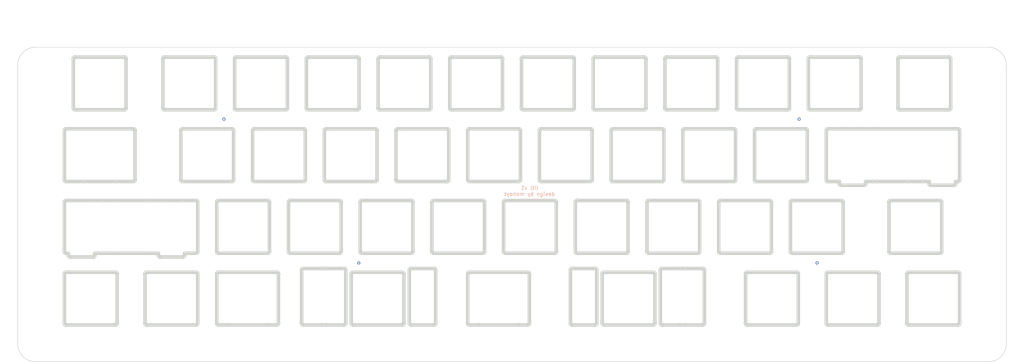
<source format=kicad_pcb>
(kicad_pcb (version 20211014) (generator pcbnew)
  (layers (0 "F.Cu" signal) (31 "B.Cu" signal) (34 "B.Paste" user) (35 "F.Paste" user) (36 "B.SilkS" user "B.Silkscreen") (37 "F.SilkS" user "F.Silkscreen") (38 "B.Mask" user) (39 "F.Mask" user) (44 "Edge.Cuts" user))
  (net 0 "")
  (footprint "MountingHole:MountingHole_2.2mm_M2" (layer "F.Cu") (at 24.000007 71.625)
    (fp_text reference "REF**" hide)
    (fp_text value "MountingHole_2.2mm_M2")
    (pad "" np_thru_hole circle locked (at 0 0) (size 2.2 2.2) (drill 2.2) (layers *.Cu *.Mask))
  )
  (footprint "MountingHole:MountingHole_2.2mm_M2" (layer "F.Cu") (at 277.075007 145.6375)
    (fp_text reference "REF**" hide)
    (fp_text value "MountingHole_2.2mm_M2")
    (pad "" np_thru_hole circle locked (at 0 0) (size 2.2 2.2) (drill 2.2) (layers *.Cu *.Mask))
  )
  (footprint "MountingHole:MountingHole_2.2mm_M2" (layer "F.Cu") (at 107.979107 145.6375)
    (fp_text reference "REF**" hide)
    (fp_text value "MountingHole_2.2mm_M2")
    (pad "" np_thru_hole circle locked (at 0 0) (size 2.2 2.2) (drill 2.2) (layers *.Cu *.Mask))
  )
  (footprint "MountingHole:MountingHole_2.2mm_M2" (layer "F.Cu") (at 24.000007 145.6375)
    (fp_text reference "REF**" hide)
    (fp_text value "MountingHole_2.2mm_M2")
    (pad "" np_thru_hole circle locked (at 0 0) (size 2.2 2.2) (drill 2.2) (layers *.Cu *.Mask))
  )
  (footprint "MountingHole:MountingHole_2.2mm_M2" (layer "F.Cu") (at 189.845807 145.6375)
    (fp_text reference "REF**" hide)
    (fp_text value "MountingHole_2.2mm_M2")
    (pad "" np_thru_hole circle locked (at 0 0) (size 2.2 2.2) (drill 2.2) (layers *.Cu *.Mask))
  )
  (footprint "MountingHole:MountingHole_2.2mm_M2" (layer "F.Cu") (at 277.075007 71.625)
    (fp_text reference "REF**" hide)
    (fp_text value "MountingHole_2.2mm_M2")
    (pad "" np_thru_hole circle locked (at 0 0) (size 2.2 2.2) (drill 2.2) (layers *.Cu *.Mask))
  )
  (gr_line (start 134.463095 69.477446) (end 134.438679 69.480479) (layer "Edge.Cuts") (width 0.944881))
  (gr_line (start 133.677066 88.811357) (end 133.666103 88.789553) (layer "Edge.Cuts") (width 0.944881))
  (gr_line (start 204.897943 69.533902) (end 204.87614 69.52294) (layer "Edge.Cuts") (width 0.944881))
  (gr_line (start 114.665315 88.926998) (end 114.659932 88.903123) (layer "Edge.Cuts") (width 0.944881))
  (gr_line (start 34.02163 83.120417) (end 34.029296 83.143586) (layer "Edge.Cuts") (width 0.944881))
  (gr_line (start 205.06438 83.272469) (end 205.078486 83.2524) (layer "Edge.Cuts") (width 0.944881))
  (gr_line (start 190.333754 140.615304) (end 190.35792 140.619521) (layer "Edge.Cuts") (width 0.944881))
  (gr_line (start 264.547296 107.721444) (end 264.52933 107.704346) (layer "Edge.Cuts") (width 0.944881))
  (gr_line (start 166.055749 140.125001) (end 166.055749 140.125001) (layer "Edge.Cuts") (width 0.944881))
  (gr_line (start 45.118767 88.524998) (end 36.881267 88.524998) (layer "Edge.Cuts") (width 0.944881))
  (gr_line (start 200.384921 107.953123) (end 200.378387 107.929581) (layer "Edge.Cuts") (width 0.944881))
  (gr_line (start 266.720424 83.453387) (end 266.743593 83.445721) (layer "Edge.Cuts") (width 0.944881))
  (gr_line (start 215.073119 102.322468) (end 215.08824 102.341877) (layer "Edge.Cuts") (width 0.944881))
  (gr_line (start 166.859973 69.573111) (end 166.839905 69.559005) (layer "Edge.Cuts") (width 0.944881))
  (gr_line (start 31.628464 107.976998) (end 31.624248 108.001163) (layer "Edge.Cuts") (width 0.944881))
  (gr_line (start 133.686946 102.216339) (end 133.695728 102.193584) (layer "Edge.Cuts") (width 0.944881))
  (gr_line (start 72.213247 126.808122) (end 72.198126 126.827531) (layer "Edge.Cuts") (width 0.944881))
  (gr_line (start 139.27501 126.625001) (end 139.27501 126.625001) (layer "Edge.Cuts") (width 0.944881))
  (gr_line (start 210.358957 83.328553) (end 210.358957 83.328553) (layer "Edge.Cuts") (width 0.944881))
  (gr_line (start 228.927053 102.238639) (end 228.936935 102.216339) (layer "Edge.Cuts") (width 0.944881))
  (gr_line (start 91.248126 121.372467) (end 91.263246 121.391876) (layer "Edge.Cuts") (width 0.944881))
  (gr_line (start 121.818143 140.149794) (end 121.818757 140.125001) (layer "Edge.Cuts") (width 0.944881))
  (gr_line (start 45.264185 126.646613) (end 45.240642 126.64008) (layer "Edge.Cuts") (width 0.944881))
  (gr_line (start 176.896624 102.170415) (end 176.904291 102.193584) (layer "Edge.Cuts") (width 0.944881))
  (gr_line (start 95.360457 88.583901) (end 95.338653 88.572938) (layer "Edge.Cuts") (width 0.944881))
  (gr_line (start 243.262506 69.974999) (end 243.262506 69.974999) (layer "Edge.Cuts") (width 0.944881))
  (gr_line (start 110.205493 121.148832) (end 110.20971 121.172997) (layer "Edge.Cuts") (width 0.944881))
  (gr_line (start 205.471621 121.220414) (end 205.479288 121.243583) (layer "Edge.Cuts") (width 0.944881))
  (gr_line (start 66.78546 107.6339) (end 66.763657 107.622938) (layer "Edge.Cuts") (width 0.944881))
  (gr_line (start 56.611043 122.243583) (end 56.619825 122.266338) (layer "Edge.Cuts") (width 0.944881))
  (gr_line (start 224.808667 107.613057) (end 224.786368 107.622938) (layer "Edge.Cuts") (width 0.944881))
  (gr_line (start 90.791586 69.718287) (end 90.778511 69.697599) (layer "Edge.Cuts") (width 0.944881))
  (gr_line (start 209.924997 89.024998) (end 209.924997 89.024998) (layer "Edge.Cuts") (width 0.944881))
  (gr_line (start 134.15896 83.328553) (end 134.176925 83.34565) (layer "Edge.Cuts") (width 0.944881))
  (gr_line (start 201.3476 140.586939) (end 201.369899 140.577059) (layer "Edge.Cuts") (width 0.944881))
  (gr_line (start 86.070737 121.243583) (end 86.078403 121.220414) (layer "Edge.Cuts") (width 0.944881))
  (gr_line (start 108.001877 126.738232) (end 107.983169 126.754349) (layer "Edge.Cuts") (width 0.944881))
  (gr_line (start 188.16234 126.654279) (end 188.139171 126.646613) (layer "Edge.Cuts") (width 0.944881))
  (gr_line (start 266.5998 83.474385) (end 266.624426 83.472552) (layer "Edge.Cuts") (width 0.944881))
  (gr_line (start 228.548836 102.519519) (end 228.573002 102.515302) (layer "Edge.Cuts") (width 0.944881))
  (gr_line (start 195.946612 102.170415) (end 195.954279 102.193584) (layer "Edge.Cuts") (width 0.944881))
  (gr_line (start 107.840371 140.270418) (end 107.848037 140.293588) (layer "Edge.Cuts") (width 0.944881))
  (gr_line (start 244.138668 103.503386) (end 244.161836 103.49572) (layer "Edge.Cuts") (width 0.944881))
  (gr_line (start 72.36457 107.6339) (end 72.343304 107.645927) (layer "Edge.Cuts") (width 0.944881))
  (gr_line (start 243.233223 69.806412) (end 243.224441 69.783657) (layer "Edge.Cuts") (width 0.944881))
  (gr_line (start 190.029876 140.422471) (end 190.044996 140.441881) (layer "Edge.Cuts") (width 0.944881))
  (gr_line (start 47.573852 83.469519) (end 47.598018 83.465303) (layer "Edge.Cuts") (width 0.944881))
  (gr_line (start 266.673008 83.465303) (end 266.696883 83.45992) (layer "Edge.Cuts") (width 0.944881))
  (gr_line (start 205.471621 107.929581) (end 205.465088 107.953123) (layer "Edge.Cuts") (width 0.944881))
  (gr_line (start 234.356416 102.49572) (end 234.379584 102.503386) (layer "Edge.Cuts") (width 0.944881))
  (gr_line (start 155.009813 126.771447) (end 155.009813 126.771447) (layer "Edge.Cuts") (width 0.944881))
  (gr_line (start 31.702774 88.747598) (end 31.689699 88.768287) (layer "Edge.Cuts") (width 0.944881))
  (gr_line (start 253.173126 83.272469) (end 253.188246 83.291878) (layer "Edge.Cuts") (width 0.944881))
  (gr_line (start 186.429285 121.243583) (end 186.438068 121.266338) (layer "Edge.Cuts") (width 0.944881))
  (gr_line (start 110.554596 121.553385) (end 110.578138 121.559918) (layer "Edge.Cuts") (width 0.944881))
  (gr_line (start 115.293923 69.504277) (end 115.271168 69.513059) (layer "Edge.Cuts") (width 0.944881))
  (gr_line (start 255.88241 126.63048) (end 255.858244 126.634696) (layer "Edge.Cuts") (width 0.944881))
  (gr_line (start 32.789774 122.352397) (end 32.80388 122.372467) (layer "Edge.Cuts") (width 0.944881))
  (gr_line (start 266.852402 69.559005) (end 266.831715 69.54593) (layer "Edge.Cuts") (width 0.944881))
  (gr_line (start 238.353555 121.428551) (end 238.370652 121.410585) (layer "Edge.Cuts") (width 0.944881))
  (gr_line (start 172.276916 69.604348) (end 172.25895 69.621446) (layer "Edge.Cuts") (width 0.944881))
  (gr_line (start 138.796624 126.979584) (end 138.79009 127.003126) (layer "Edge.Cuts") (width 0.944881))
  (gr_line (start 219.379068 121.331709) (end 219.391096 121.310442) (layer "Edge.Cuts") (width 0.944881))
  (gr_line (start 238.478393 121.220414) (end 238.484927 121.196872) (layer "Edge.Cuts") (width 0.944881))
  (gr_line (start 91.372614 107.659003) (end 91.352545 107.673109) (layer "Edge.Cuts") (width 0.944881))
  (gr_line (start 200.397556 121.124416) (end 200.399388 121.099791) (layer "Edge.Cuts") (width 0.944881))
  (gr_line (start 186.112497 82.974999) (end 186.112497 82.974999) (layer "Edge.Cuts") (width 0.944881))
  (gr_line (start 147.657931 69.496612) (end 147.634389 69.490078) (layer "Edge.Cuts") (width 0.944881))
  (gr_line (start 45.589489 140.293588) (end 45.597155 140.270418) (layer "Edge.Cuts") (width 0.944881))
  (gr_line (start 123.756761 140.625001) (end 123.756761 140.625001) (layer "Edge.Cuts") (width 0.944881))
  (gr_line (start 45.472321 126.771447) (end 45.454355 126.754349) (layer "Edge.Cuts") (width 0.944881))
  (gr_line (start 188.185094 126.66306) (end 188.16234 126.654279) (layer "Edge.Cuts") (width 0.944881))
  (gr_line (start 109.689909 83.390993) (end 109.709978 83.376887) (layer "Edge.Cuts") (width 0.944881))
  (gr_line (start 196.256409 102.49572) (end 196.279578 102.503386) (layer "Edge.Cuts") (width 0.944881))
  (gr_line (start 201.618194 140.316343) (end 201.626976 140.293588) (layer "Edge.Cuts") (width 0.944881))
  (gr_line (start 171.678552 88.671444) (end 171.660586 88.654347) (layer "Edge.Cuts") (width 0.944881))
  (gr_line (start 176.988249 88.708119) (end 176.973129 88.727529) (layer "Edge.Cuts") (width 0.944881))
  (gr_line (start 188.250461 126.69593) (end 188.229196 126.683903) (layer "Edge.Cuts") (width 0.944881))
  (gr_line (start 31.732 88.708119) (end 31.71688 88.727529) (layer "Edge.Cuts") (width 0.944881))
  (gr_line (start 115.14563 69.588231) (end 115.126922 69.604348) (layer "Edge.Cuts") (width 0.944881))
  (gr_line (start 266.788646 83.427058) (end 266.810449 83.416096) (layer "Edge.Cuts") (width 0.944881))
  (gr_line (start 201.646561 140.223001) (end 201.650778 140.198835) (layer "Edge.Cuts") (width 0.944881))
  (gr_line (start 255.658782 140.526888) (end 255.67885 140.540994) (layer "Edge.Cuts") (width 0.944881))
  (gr_line (start 268.104699 103.466096) (end 268.125965 103.454068) (layer "Edge.Cuts") (width 0.944881))
  (gr_line (start 204.71192 83.472552) (end 204.736336 83.469519) (layer "Edge.Cuts") (width 0.944881))
  (gr_line (start 174.493753 140.125001) (end 174.494367 140.149794) (layer "Edge.Cuts") (width 0.944881))
  (gr_line (start 237.73654 103.454068) (end 237.757806 103.466096) (layer "Edge.Cuts") (width 0.944881))
  (gr_line (start 31.732 107.758119) (end 31.71688 107.777528) (layer "Edge.Cuts") (width 0.944881))
  (gr_line (start 85.600015 121.574997) (end 85.624808 121.574383) (layer "Edge.Cuts") (width 0.944881))
  (gr_line (start 266.928552 83.328553) (end 266.945649 83.310587) (layer "Edge.Cuts") (width 0.944881))
  (gr_line (start 161.799997 107.574997) (end 161.799997 107.574997) (layer "Edge.Cuts") (width 0.944881))
  (gr_line (start 247.954065 140.381714) (end 247.966093 140.360447) (layer "Edge.Cuts") (width 0.944881))
  (gr_line (start 181.311935 107.883657) (end 181.302053 107.861357) (layer "Edge.Cuts") (width 0.944881))
  (gr_line (start 186.66456 107.6339) (end 186.643294 107.645927) (layer "Edge.Cuts") (width 0.944881))
  (gr_line (start 50.380652 102.049792) (end 50.381267 102.024998) (layer "Edge.Cuts") (width 0.944881))
  (gr_line (start 105.036778 107.758119) (end 105.020661 107.73941) (layer "Edge.Cuts") (width 0.944881))
  (gr_line (start 152.774396 89.000205) (end 152.772564 88.975579) (layer "Edge.Cuts") (width 0.944881))
  (gr_line (start 186.400003 121.074997) (end 186.400003 121.074997) (layer "Edge.Cuts") (width 0.944881))
  (gr_line (start 269.450766 88.951163) (end 269.446549 88.926998) (layer "Edge.Cuts") (width 0.944881))
  (gr_line (start 255.456247 140.125001) (end 255.456247 140.125001) (layer "Edge.Cuts") (width 0.944881))
  (gr_line (start 154.847601 140.586939) (end 154.869901 140.577059) (layer "Edge.Cuts") (width 0.944881))
  (gr_line (start 100.704291 102.193584) (end 100.713073 102.216339) (layer "Edge.Cuts") (width 0.944881))
  (gr_line (start 120.127007 88.534694) (end 120.103132 88.540077) (layer "Edge.Cuts") (width 0.944881))
  (gr_line (start 277.075007 66.85) (end 24.000007 66.85) (layer "Edge.Cuts") (width 0.1))
  (gr_line (start 162.290299 121.172997) (end 162.294516 121.148832) (layer "Edge.Cuts") (width 0.944881))
  (gr_line (start 72.575222 126.625615) (end 72.550597 126.627447) (layer "Edge.Cuts") (width 0.944881))
  (gr_line (start 269.233643 126.709006) (end 269.212955 126.69593) (layer "Edge.Cuts") (width 0.944881))
  (gr_line (start 267.074391 82.999793) (end 267.075006 82.974999) (layer "Edge.Cuts") (width 0.944881))
  (gr_line (start 105.091106 107.839553) (end 105.079079 107.818286) (layer "Edge.Cuts") (width 0.944881))
  (gr_line (start 210.687708 69.475613) (end 210.663082 69.477446) (layer "Edge.Cuts") (width 0.944881))
  (gr_line (start 119.854357 88.689411) (end 119.83824 88.708119) (layer "Edge.Cuts") (width 0.944881))
  (gr_line (start 129.604591 121.553385) (end 129.628134 121.559918) (layer "Edge.Cuts") (width 0.944881))
  (gr_line (start 238.256718 121.504068) (end 238.277405 121.490992) (layer "Edge.Cuts") (width 0.944881))
  (gr_line (start 95.950568 83.166341) (end 95.960449 83.188641) (layer "Edge.Cuts") (width 0.944881))
  (gr_line (start 190.776889 102.322468) (end 190.790996 102.302398) (layer "Edge.Cuts") (width 0.944881))
  (gr_line (start 138.796624 140.270418) (end 138.80429 140.293588) (layer "Edge.Cuts") (width 0.944881))
  (gr_line (start 201.205679 125.627447) (end 201.181053 125.625615) (layer "Edge.Cuts") (width 0.944881))
  (gr_line (start 105.079079 107.818286) (end 105.066004 107.797598) (layer "Edge.Cuts") (width 0.944881))
  (gr_line (start 66.741357 140.586939) (end 66.763657 140.577059) (layer "Edge.Cuts") (width 0.944881))
  (gr_line (start 209.811757 88.708119) (end 209.79564 88.689411) (layer "Edge.Cuts") (width 0.944881))
  (gr_line (start 242.976146 83.427058) (end 242.997949 83.416096) (layer "Edge.Cuts") (width 0.944881))
  (gr_line (start 106.072104 140.586939) (end 106.094404 140.577059) (layer "Edge.Cuts") (width 0.944881))
  (gr_line (start 253.477003 83.465303) (end 253.501169 83.469519) (layer "Edge.Cuts") (width 0.944881))
  (gr_line (start 226.447305 126.771447) (end 226.447305 126.771447) (layer "Edge.Cuts") (width 0.944881))
  (gr_line (start 85.673849 121.569518) (end 85.698015 121.565302) (layer "Edge.Cuts") (width 0.944881))
  (gr_line (start 229.277588 83.096874) (end 229.284121 83.120417) (layer "Edge.Cuts") (width 0.944881))
  (gr_line (start 39.705767 122.074997) (end 39.705767 121.574997) (layer "Edge.Cuts") (width 0.944881))
  (gr_line (start 253.501169 83.469519) (end 253.525585 83.472552) (layer "Edge.Cuts") (width 0.944881))
  (gr_line (start 224.202805 69.876998) (end 224.197421 69.853124) (layer "Edge.Cuts") (width 0.944881))
  (gr_line (start 162.284915 121.196872) (end 162.290299 121.172997) (layer "Edge.Cuts") (width 0.944881))
  (gr_line (start 71.526153 83.427058) (end 71.547957 83.416096) (layer "Edge.Cuts") (width 0.944881))
  (gr_line (start 31.996893 102.509919) (end 32.020767 102.515302) (layer "Edge.Cuts") (width 0.944881))
  (gr_line (start 224.975214 107.575612) (end 224.950588 107.577444) (layer "Edge.Cuts") (width 0.944881))
  (gr_line (start 32.020767 121.565302) (end 32.044933 121.569518) (layer "Edge.Cuts") (width 0.944881))
  (gr_line (start 114.528566 88.671444) (end 114.5106 88.654347) (layer "Edge.Cuts") (width 0.944881))
  (gr_line (start 71.7909 83.120417) (end 71.797433 83.096874) (layer "Edge.Cuts") (width 0.944881))
  (gr_line (start 212.599239 140.198835) (end 212.603457 140.223001) (layer "Edge.Cuts") (width 0.944881))
  (gr_line (start 71.699281 69.65812) (end 71.683164 69.639412) (layer "Edge.Cuts") (width 0.944881))
  (gr_line (start 63.398644 122.461766) (end 63.417353 122.445649) (layer "Edge.Cuts") (width 0.944881))
  (gr_line (start 167.434013 107.797598) (end 167.420937 107.818286) (layer "Edge.Cuts") (width 0.944881))
  (gr_line (start 190.710589 88.654347) (end 190.691882 88.63823) (layer "Edge.Cuts") (width 0.944881))
  (gr_line (start 167.371615 121.220414) (end 167.379282 121.243583) (layer "Edge.Cuts") (width 0.944881))
  (gr_line (start 91.29646 121.428551) (end 91.29646 121.428551) (layer "Edge.Cuts") (width 0.944881))
  (gr_line (start 72.454598 107.59661) (end 72.431429 107.604276) (layer "Edge.Cuts") (width 0.944881))
  (gr_line (start 53.148127 140.422471) (end 53.163247 140.441881) (layer "Edge.Cuts") (width 0.944881))
  (gr_line (start 191.233437 69.718287) (end 191.221409 69.739554) (layer "Edge.Cuts") (width 0.944881))
  (gr_line (start 224.18322 83.143586) (end 224.190887 83.120417) (layer "Edge.Cuts") (width 0.944881))
  (gr_line (start 108.318757 140.625001) (end 108.318757 140.625001) (layer "Edge.Cuts") (width 0.944881))
  (gr_line (start 250.791869 107.777528) (end 250.777763 107.797598) (layer "Edge.Cuts") (width 0.944881))
  (gr_line (start 172.114944 69.92558) (end 172.113111 69.950205) (layer "Edge.Cuts") (width 0.944881))
  (gr_line (start 31.624248 140.198835) (end 31.628464 140.223001) (layer "Edge.Cuts") (width 0.944881))
  (gr_line (start 157.840093 102.146873) (end 157.846627 102.170415) (layer "Edge.Cuts") (width 0.944881))
  (gr_line (start 162.013637 121.527057) (end 162.03544 121.516095) (layer "Edge.Cuts") (width 0.944881))
  (gr_line (start 71.714401 83.272469) (end 71.728507 83.2524) (layer "Edge.Cuts") (width 0.944881))
  (gr_line (start 219.411941 107.883657) (end 219.402059 107.861357) (layer "Edge.Cuts") (width 0.944881))
  (gr_line (start 205.016046 69.621446) (end 205.016046 69.621446) (layer "Edge.Cuts") (width 0.944881))
  (gr_line (start 110.313246 107.758119) (end 110.298126 107.777528) (layer "Edge.Cuts") (width 0.944881))
  (gr_line (start 195.924997 102.024998) (end 195.924997 102.024998) (layer "Edge.Cuts") (width 0.944881))
  (gr_line (start 128.961896 69.950205) (end 128.960064 69.92558) (layer "Edge.Cuts") (width 0.944881))
  (gr_line (start 129.379358 121.410585) (end 129.396455 121.428551) (layer "Edge.Cuts") (width 0.944881))
  (gr_line (start 186.028483 69.697599) (end 186.014377 69.677529) (layer "Edge.Cuts") (width 0.944881))
  (gr_line (start 188.493753 140.125001) (end 188.493753 127.125001) (layer "Edge.Cuts") (width 0.944881))
  (gr_line (start 229.391863 69.639412) (end 229.375746 69.65812) (layer "Edge.Cuts") (width 0.944881))
  (gr_line (start 138.784707 102.122998) (end 138.79009 102.146873) (layer "Edge.Cuts") (width 0.944881))
  (gr_line (start 114.491892 102.411767) (end 114.5106 102.395649) (layer "Edge.Cuts") (width 0.944881))
  (gr_line (start 213.019922 140.619521) (end 213.044338 140.622554) (layer "Edge.Cuts") (width 0.944881))
  (gr_line (start 212.691879 140.422471) (end 212.706999 140.441881) (layer "Edge.Cuts") (width 0.944881))
  (gr_line (start 138.95813 88.63823) (end 138.939422 88.654347) (layer "Edge.Cuts") (width 0.944881))
  (gr_line (start 234.247607 88.609003) (end 234.227538 88.62311) (layer "Edge.Cuts") (width 0.944881))
  (gr_line (start 88.478817 140.174419) (end 88.480649 140.149794) (layer "Edge.Cuts") (width 0.944881))
  (gr_line (start 101.125593 102.522552) (end 101.150219 102.524384) (layer "Edge.Cuts") (width 0.944881))
  (gr_line (start 166.879382 69.588231) (end 166.859973 69.573111) (layer "Edge.Cuts") (width 0.944881))
  (gr_line (start 148.002817 69.876998) (end 147.997433 69.853124) (layer "Edge.Cuts") (width 0.944881))
  (gr_line (start 188.347299 140.478554) (end 188.364396 140.460589) (layer "Edge.Cuts") (width 0.944881))
  (gr_line (start 229.445633 83.361767) (end 229.465041 83.376887) (layer "Edge.Cuts") (width 0.944881))
  (gr_line (start 50.375787 88.951163) (end 50.371571 88.926998) (layer "Edge.Cuts") (width 0.944881))
  (gr_line (start 77.240641 69.490078) (end 77.217099 69.496612) (layer "Edge.Cuts") (width 0.944881))
  (gr_line (start 196.35116 102.519519) (end 196.375576 102.522552) (layer "Edge.Cuts") (width 0.944881))
  (gr_line (start 72.105494 108.001163) (end 72.102462 108.025579) (layer "Edge.Cuts") (width 0.944881))
  (gr_line (start 31.633847 140.246876) (end 31.640381 140.270418) (layer "Edge.Cuts") (width 0.944881))
  (gr_line (start 188.229196 140.566096) (end 188.250461 140.554069) (layer "Edge.Cuts") (width 0.944881))
  (gr_line (start 108.105115 140.577059) (end 108.127415 140.586939) (layer "Edge.Cuts") (width 0.944881))
  (gr_line (start 200.378387 107.929581) (end 200.37072 107.906412) (layer "Edge.Cuts") (width 0.944881))
  (gr_line (start 209.778543 88.671444) (end 209.760577 88.654347) (layer "Edge.Cuts") (width 0.944881))
  (gr_line (start 31.648046 88.856412) (end 31.640381 88.879581) (layer "Edge.Cuts") (width 0.944881))
  (gr_line (start 157.825013 102.024998) (end 157.825628 102.049792) (layer "Edge.Cuts") (width 0.944881))
  (gr_line (start 62.590095 88.903123) (end 62.584711 88.926998) (layer "Edge.Cuts") (width 0.944881))
  (gr_line (start 148.543299 107.645927) (end 148.52261 107.659003) (layer "Edge.Cuts") (width 0.944881))
  (gr_line (start 114.99179 69.806412) (end 114.984124 69.829581) (layer "Edge.Cuts") (width 0.944881))
  (gr_line (start 174.50345 127.027001) (end 174.499233 127.051166) (layer "Edge.Cuts") (width 0.944881))
  (gr_line (start 91.436373 107.622938) (end 91.41457 107.6339) (layer "Edge.Cuts") (width 0.944881))
  (gr_line (start 212.83705 140.554069) (end 212.858316 140.566096) (layer "Edge.Cuts") (width 0.944881))
  (gr_line (start 32.992126 122.527057) (end 33.014426 122.536938) (layer "Edge.Cuts") (width 0.944881))
  (gr_line (start 247.986938 126.93366) (end 247.977056 126.91136) (layer "Edge.Cuts") (width 0.944881))
  (gr_line (start 31.618768 121.074997) (end 31.619382 121.099791) (layer "Edge.Cuts") (width 0.944881))
  (gr_line (start 171.446883 88.540077) (end 171.423008 88.534694) (layer "Edge.Cuts") (width 0.944881))
  (gr_line (start 114.576899 102.322468) (end 114.591005 102.302398) (layer "Edge.Cuts") (width 0.944881))
  (gr_line (start 106.30983 140.381714) (end 106.321857 140.360447) (layer "Edge.Cuts") (width 0.944881))
  (gr_line (start 142.750009 107.574997) (end 142.750009 107.574997) (layer "Edge.Cuts") (width 0.944881))
  (gr_line (start 119.754287 88.856412) (end 119.746621 88.879581) (layer "Edge.Cuts") (width 0.944881))
  (gr_line (start 247.99572 126.956415) (end 247.986938 126.93366) (layer "Edge.Cuts") (width 0.944881))
  (gr_line (start 196.431756 140.625001) (end 201.156259 140.625001) (layer "Edge.Cuts") (width 0.944881))
  (gr_line (start 212.816363 126.709006) (end 212.796294 126.723112) (layer "Edge.Cuts") (width 0.944881))
  (gr_line (start 133.225007 102.524998) (end 133.225007 102.524998) (layer "Edge.Cuts") (width 0.944881))
  (gr_line (start 31.71688 88.727529) (end 31.702774 88.747598) (layer "Edge.Cuts") (width 0.944881))
  (gr_line (start 255.504193 140.338643) (end 255.515156 140.360447) (layer "Edge.Cuts") (width 0.944881))
  (gr_line (start 269.455632 127.100207) (end 269.4538 127.075582) (layer "Edge.Cuts") (width 0.944881))
  (gr_line (start 190.029876 125.827531) (end 190.01577 125.847601) (layer "Edge.Cuts") (width 0.944881))
  (gr_line (start 139.225592 88.527445) (end 139.201176 88.530478) (layer "Edge.Cuts") (width 0.944881))
  (gr_line (start 31.765215 107.721444) (end 31.765215 107.721444) (layer "Edge.Cuts") (width 0.944881))
  (gr_line (start 32.928368 122.490992) (end 32.949056 122.504068) (layer "Edge.Cuts") (width 0.944881))
  (gr_line (start 105.020661 107.73941) (end 105.003564 107.721444) (layer "Edge.Cuts") (width 0.944881))
  (gr_line (start 209.616338 88.563058) (end 209.593584 88.554276) (layer "Edge.Cuts") (width 0.944881))
  (gr_line (start 205.852003 107.584693) (end 205.828129 107.590077) (layer "Edge.Cuts") (width 0.944881))
  (gr_line (start 167.397946 121.288638) (end 167.408909 121.310442) (layer "Edge.Cuts") (width 0.944881))
  (gr_line (start 167.033226 69.806412) (end 167.024444 69.783657) (layer "Edge.Cuts") (width 0.944881))
  (gr_line (start 94.727193 140.381714) (end 94.740268 140.402402) (layer "Edge.Cuts") (width 0.944881))
  (gr_line (start 269.124834 102.49572) (end 269.147588 102.486939) (layer "Edge.Cuts") (width 0.944881))
  (gr_line (start 185.948077 83.34565) (end 185.966043 83.328553) (layer "Edge.Cuts") (width 0.944881))
  (gr_line (start 62.673127 88.727529) (end 62.659021 88.747598) (layer "Edge.Cuts") (width 0.944881))
  (gr_line (start 269.426964 88.856412) (end 269.418182 88.833657) (layer "Edge.Cuts") (width 0.944881))
  (gr_line (start 119.727454 102.074417) (end 119.730487 102.098832) (layer "Edge.Cuts") (width 0.944881))
  (gr_line (start 269.19169 88.583901) (end 269.169887 88.572938) (layer "Edge.Cuts") (width 0.944881))
  (gr_line (start 174.75831 126.683903) (end 174.737044 126.69593) (layer "Edge.Cuts") (width 0.944881))
  (gr_line (start 224.764566 107.6339) (end 224.7433 107.645927) (layer "Edge.Cuts") (width 0.944881))
  (gr_line (start 244.310122 103.411767) (end 244.32883 103.395649) (layer "Edge.Cuts") (width 0.944881))
  (gr_line (start 121.596159 126.709006) (end 121.57547 126.69593) (layer "Edge.Cuts") (width 0.944881))
  (gr_line (start 72.302545 121.476886) (end 72.322615 121.490992) (layer "Edge.Cuts") (width 0.944881))
  (gr_line (start 34.164431 69.604348) (end 34.146464 69.621446) (layer "Edge.Cuts") (width 0.944881))
  (gr_line (start 167.350614 121.099791) (end 167.352447 121.124416) (layer "Edge.Cuts") (width 0.944881))
  (gr_line (start 72.246461 140.478554) (end 72.246461 140.478554) (layer "Edge.Cuts") (width 0.944881))
  (gr_line (start 62.575015 102.024998) (end 62.575015 102.024998) (layer "Edge.Cuts") (width 0.944881))
  (gr_line (start 129.271622 121.220414) (end 129.279288 121.243583) (layer "Edge.Cuts") (width 0.944881))
  (gr_line (start 62.596628 88.879581) (end 62.590095 88.903123) (layer "Edge.Cuts") (width 0.944881))
  (gr_line (start 185.909961 69.573111) (end 185.889893 69.559005) (layer "Edge.Cuts") (width 0.944881))
  (gr_line (start 269.418182 126.93366) (end 269.4083 126.91136) (layer "Edge.Cuts") (width 0.944881))
  (gr_line (start 129.452538 107.673109) (end 129.433129 107.688229) (layer "Edge.Cuts") (width 0.944881))
  (gr_line (start 67.050016 121.074997) (end 67.050016 108.074997) (layer "Edge.Cuts") (width 0.944881))
  (gr_line (start 95.603398 88.879581) (end 95.595732 88.856412) (layer "Edge.Cuts") (width 0.944881))
  (gr_line (start 94.727193 125.868289) (end 94.715165 125.889556) (layer "Edge.Cuts") (width 0.944881))
  (gr_line (start 119.730487 88.951163) (end 119.727454 88.975579) (layer "Edge.Cuts") (width 0.944881))
  (gr_line (start 247.525003 126.625001) (end 234.525003 126.625001) (layer "Edge.Cuts") (width 0.944881))
  (gr_line (start 264.58051 107.758119) (end 264.564393 107.73941) (layer "Edge.Cuts") (width 0.944881))
  (gr_line (start 91.333135 107.688229) (end 91.314427 107.704346) (layer "Edge.Cuts") (width 0.944881))
  (gr_line (start 188.455688 140.316343) (end 188.46447 140.293588) (layer "Edge.Cuts") (width 0.944881))
  (gr_line (start 96.115036 69.573111) (end 96.095627 69.588231) (layer "Edge.Cuts") (width 0.944881))
  (gr_line (start 57.883446 83.231711) (end 57.896522 83.2524) (layer "Edge.Cuts") (width 0.944881))
  (gr_line (start 62.95314 88.540077) (end 62.929598 88.54661) (layer "Edge.Cuts") (width 0.944881))
  (gr_line (start 181.340302 121.172997) (end 181.344519 121.148832) (layer "Edge.Cuts") (width 0.944881))
  (gr_line (start 47.970738 83.143586) (end 47.978404 83.120417) (layer "Edge.Cuts") (width 0.944881))
  (gr_line (start 224.831422 107.604276) (end 224.808667 107.613057) (layer "Edge.Cuts") (width 0.944881))
  (gr_line (start 110.270945 121.331709) (end 110.28402 121.352397) (layer "Edge.Cuts") (width 0.944881))
  (gr_line (start 153.245629 69.588231) (end 153.226921 69.604348) (layer "Edge.Cuts") (width 0.944881))
  (gr_line (start 57.081765 122.574997) (end 57.081765 122.574997) (layer "Edge.Cuts") (width 0.944881))
  (gr_line (start 110.508671 121.536938) (end 110.531426 121.545719) (layer "Edge.Cuts") (width 0.944881))
  (gr_line (start 243.993249 103.524998) (end 244.018044 103.524384) (layer "Edge.Cuts") (width 0.944881))
  (gr_line (start 31.702774 102.302398) (end 31.71688 102.322468) (layer "Edge.Cuts") (width 0.944881))
  (gr_line (start 267.036941 83.166341) (end 267.045723 83.143586) (layer "Edge.Cuts") (width 0.944881))
  (gr_line (start 133.703394 88.879581) (end 133.695728 88.856412) (layer "Edge.Cuts") (width 0.944881))
  (gr_line (start 104.65001 107.574997) (end 104.65001 107.574997) (layer "Edge.Cuts") (width 0.944881))
  (gr_line (start 200.400003 121.074997) (end 200.400003 108.074997) (layer "Edge.Cuts") (width 0.944881))
  (gr_line (start 226.555694 126.93366) (end 226.545813 126.91136) (layer "Edge.Cuts") (width 0.944881))
  (gr_line (start 147.953609 69.739554) (end 147.941582 69.718287) (layer "Edge.Cuts") (width 0.944881))
  (gr_line (start 71.337306 69.475613) (end 71.312513 69.474999) (layer "Edge.Cuts") (width 0.944881))
  (gr_line (start 82.051178 88.530478) (end 82.027013 88.534694) (layer "Edge.Cuts") (width 0.944881))
  (gr_line (start 123.913656 107.622938) (end 123.891356 107.613057) (layer "Edge.Cuts") (width 0.944881))
  (gr_line (start 219.434924 107.953123) (end 219.42839 107.929581) (layer "Edge.Cuts") (width 0.944881))
  (gr_line (start 105.051898 121.372467) (end 105.066004 121.352397) (layer "Edge.Cuts") (width 0.944881))
  (gr_line (start 139.083668 88.563058) (end 139.061368 88.572938) (layer "Edge.Cuts") (width 0.944881))
  (gr_line (start 186.083214 69.806412) (end 186.074432 69.783657) (layer "Edge.Cuts") (width 0.944881))
  (gr_line (start 154.891705 140.566096) (end 154.912972 140.554069) (layer "Edge.Cuts") (width 0.944881))
  (gr_line (start 247.716344 140.586939) (end 247.738643 140.577059) (layer "Edge.Cuts") (width 0.944881))
  (gr_line (start 47.916011 83.2524) (end 47.929087 83.231711) (layer "Edge.Cuts") (width 0.944881))
  (gr_line (start 209.87705 88.811357) (end 209.866087 88.789553) (layer "Edge.Cuts") (width 0.944881))
  (gr_line (start 267.991133 103.509919) (end 268.014675 103.503386) (layer "Edge.Cuts") (width 0.944881))
  (gr_line (start 148.398125 107.777528) (end 148.384019 107.797598) (layer "Edge.Cuts") (width 0.944881))
  (gr_line (start 158.203138 88.540077) (end 158.179596 88.54661) (layer "Edge.Cuts") (width 0.944881))
  (gr_line (start 171.398842 102.519519) (end 171.423008 102.515302) (layer "Edge.Cuts") (width 0.944881))
  (gr_line (start 201.230095 140.619521) (end 201.254261 140.615304) (layer "Edge.Cuts") (width 0.944881))
  (gr_line (start 186.826166 107.580477) (end 186.802 107.584693) (layer "Edge.Cuts") (width 0.944881))
  (gr_line (start 253.361365 69.52294) (end 253.339563 69.533902) (layer "Edge.Cuts") (width 0.944881))
  (gr_line (start 86.0994 121.099791) (end 86.100015 121.074997) (layer "Edge.Cuts") (width 0.944881))
  (gr_line (start 109.748095 69.604348) (end 109.729387 69.588231) (layer "Edge.Cuts") (width 0.944881))
  (gr_line (start 255.471328 127.003126) (end 255.465944 127.027001) (layer "Edge.Cuts") (width 0.944881))
  (gr_line (start 209.854059 102.28171) (end 209.866087 102.260443) (layer "Edge.Cuts") (width 0.944881))
  (gr_line (start 269.385309 102.28171) (end 269.397337 102.260443) (layer "Edge.Cuts") (width 0.944881))
  (gr_line (start 47.549436 83.472552) (end 47.573852 83.469519) (layer "Edge.Cuts") (width 0.944881))
  (gr_line (start 115.000572 83.166341) (end 115.010452 83.188641) (layer "Edge.Cuts") (width 0.944881))
  (gr_line (start 209.924997 102.024998) (end 209.924997 89.024998) (layer "Edge.Cuts") (width 0.944881))
  (gr_line (start 110.700013 107.574997) (end 110.700013 107.574997) (layer "Edge.Cuts") (width 0.944881))
  (gr_line (start 139.153135 140.609921) (end 139.17701 140.615304) (layer "Edge.Cuts") (width 0.944881))
  (gr_line (start 34.11325 83.291878) (end 34.129367 83.310587) (layer "Edge.Cuts") (width 0.944881))
  (gr_line (start 201.655644 140.149794) (end 201.656259 140.125001) (layer "Edge.Cuts") (width 0.944881))
  (gr_line (start 234.427 140.615304) (end 234.451166 140.619521) (layer "Edge.Cuts") (width 0.944881))
  (gr_line (start 152.373011 88.534694) (end 152.348845 88.530478) (layer "Edge.Cuts") (width 0.944881))
  (gr_line (start 124.070664 121.410585) (end 124.086781 121.391876) (layer "Edge.Cuts") (width 0.944881))
  (gr_line (start 228.890986 102.302398) (end 228.904062 102.28171) (layer "Edge.Cuts") (width 0.944881))
  (gr_line (start 62.622956 102.238639) (end 62.633918 102.260443) (layer "Edge.Cuts") (width 0.944881))
  (gr_line (start 94.964922 140.586939) (end 94.987677 140.595721) (layer "Edge.Cuts") (width 0.944881))
  (gr_line (start 212.902417 140.586939) (end 212.925172 140.595721) (layer "Edge.Cuts") (width 0.944881))
  (gr_line (start 96.412507 69.474999) (end 96.387714 69.475613) (layer "Edge.Cuts") (width 0.944881))
  (gr_line (start 205.160053 69.92558) (end 205.157019 69.901164) (layer "Edge.Cuts") (width 0.944881))
  (gr_line (start 143.22073 121.243583) (end 143.228396 121.220414) (layer "Edge.Cuts") (width 0.944881))
  (gr_line (start 167.365081 107.953123) (end 167.359697 107.976998) (layer "Edge.Cuts") (width 0.944881))
  (gr_line (start 189.931756 126.125001) (end 189.931756 140.125001) (layer "Edge.Cuts") (width 0.944881))
  (gr_line (start 123.611343 125.646613) (end 123.588174 125.654279) (layer "Edge.Cuts") (width 0.944881))
  (gr_line (start 115.108957 83.328553) (end 115.126922 83.34565) (layer "Edge.Cuts") (width 0.944881))
  (gr_line (start 107.848037 126.956415) (end 107.840371 126.979584) (layer "Edge.Cuts") (width 0.944881))
  (gr_line (start 134.110626 69.677529) (end 134.09652 69.697599) (layer "Edge.Cuts") (width 0.944881))
  (gr_line (start 237.514865 103.170415) (end 237.522532 103.193584) (layer "Edge.Cuts") (width 0.944881))
  (gr_line (start 123.731968 125.625615) (end 123.707342 125.627447) (layer "Edge.Cuts") (width 0.944881))
  (gr_line (start 242.907924 69.496612) (end 242.884383 69.490078) (layer "Edge.Cuts") (width 0.944881))
  (gr_line (start 88.451985 126.956415) (end 88.443204 126.93366) (layer "Edge.Cuts") (width 0.944881))
  (gr_line (start 50.343207 102.216339) (end 50.351989 102.193584) (layer "Edge.Cuts") (width 0.944881))
  (gr_line (start 173.053302 140.174419) (end 173.055135 140.149794) (layer "Edge.Cuts") (width 0.944881))
  (gr_line (start 72.502015 126.634696) (end 72.478141 126.64008) (layer "Edge.Cuts") (width 0.944881))
  (gr_line (start 31.628464 88.926998) (end 31.624248 88.951163) (layer "Edge.Cuts") (width 0.944881))
  (gr_line (start 129.252456 108.025579) (end 129.250623 108.050204) (layer "Edge.Cuts") (width 0.944881))
  (gr_line (start 157.883918 102.260443) (end 157.895945 102.28171) (layer "Edge.Cuts") (width 0.944881))
  (gr_line (start 45.489418 140.460589) (end 45.505535 140.441881) (layer "Edge.Cuts") (width 0.944881))
  (gr_line (start 94.656263 126.125001) (end 94.656263 126.125001) (layer "Edge.Cuts") (width 0.944881))
  (gr_line (start 166.220169 125.754349) (end 166.202203 125.771447) (layer "Edge.Cuts") (width 0.944881))
  (gr_line (start 152.753397 102.170415) (end 152.75993 102.146873) (layer "Edge.Cuts") (width 0.944881))
  (gr_line (start 181.18558 107.704346) (end 181.166873 107.688229) (layer "Edge.Cuts") (width 0.944881))
  (gr_line (start 234.525003 140.625001) (end 234.525003 140.625001) (layer "Edge.Cuts") (width 0.944881))
  (gr_line (start 109.912507 69.974999) (end 109.912507 69.974999) (layer "Edge.Cuts") (width 0.944881))
  (gr_line (start 105.003564 107.721444) (end 104.985598 107.704346) (layer "Edge.Cuts") (width 0.944881))
  (gr_line (start 153.091788 83.143586) (end 153.10057 83.166341) (layer "Edge.Cuts") (width 0.944881))
  (gr_line (start 94.820675 125.754349) (end 94.802709 125.771447) (layer "Edge.Cuts") (width 0.944881))
  (gr_line (start 39.705767 122.074997) (end 39.705767 122.074997) (layer "Edge.Cuts") (width 0.944881))
  (gr_line (start 76.504083 102.28171) (end 76.516111 102.260443) (layer "Edge.Cuts") (width 0.944881))
  (gr_line (start 94.656263 126.125001) (end 94.656263 140.125001) (layer "Edge.Cuts") (width 0.944881))
  (gr_line (start 155.058146 140.422471) (end 155.072252 140.402402) (layer "Edge.Cuts") (width 0.944881))
  (gr_line (start 63.075015 88.524998) (end 63.050222 88.525613) (layer "Edge.Cuts") (width 0.944881))
  (gr_line (start 47.500017 69.474999) (end 34.500018 69.474999) (layer "Edge.Cuts") (width 0.944881))
  (gr_line (start 181.106708 107.645927) (end 181.085443 107.6339) (layer "Edge.Cuts") (width 0.944881))
  (gr_line (start 24.000007 150.4125) (end 277.075007 150.4125) (layer "Edge.Cuts") (width 0.15))
  (gr_line (start 188.395633 140.422471) (end 188.40974 140.402402) (layer "Edge.Cuts") (width 0.944881))
  (gr_line (start 185.661917 69.477446) (end 185.637291 69.475613) (layer "Edge.Cuts") (width 0.944881))
  (gr_line (start 124.200013 121.074997) (end 124.200013 121.074997) (layer "Edge.Cuts") (width 0.944881))
  (gr_line (start 105.13493 121.196872) (end 105.140314 121.172997) (layer "Edge.Cuts") (width 0.944881))
  (gr_line (start 234.427 102.515302) (end 234.451166 102.519519) (layer "Edge.Cuts") (width 0.944881))
  (gr_line (start 34.500018 69.474999) (end 34.475224 69.475613) (layer "Edge.Cuts") (width 0.944881))
  (gr_line (start 90.847437 83.096874) (end 90.85282 83.073) (layer "Edge.Cuts") (width 0.944881))
  (gr_line (start 67.049401 121.099791) (end 67.050016 121.074997) (layer "Edge.Cuts") (width 0.944881))
  (gr_line (start 34.183139 69.588231) (end 34.164431 69.604348) (layer "Edge.Cuts") (width 0.944881))
  (gr_line (start 134.02221 69.876998) (end 134.017993 69.901164) (layer "Edge.Cuts") (width 0.944881))
  (gr_line (start 234.15436 102.360586) (end 234.171457 102.378552) (layer "Edge.Cuts") (width 0.944881))
  (gr_line (start 229.737711 69.475613) (end 229.713085 69.477446) (layer "Edge.Cuts") (width 0.944881))
  (gr_line (start 181.302053 121.288638) (end 181.311935 121.266338) (layer "Edge.Cuts") (width 0.944881))
  (gr_line (start 185.966043 83.328553) (end 185.98314 83.310587) (layer "Edge.Cuts") (width 0.944881))
  (gr_line (start 269.441165 127.003126) (end 269.434631 126.979584) (layer "Edge.Cuts") (width 0.944881))
  (gr_line (start 189.969821 140.316343) (end 189.979703 140.338643) (layer "Edge.Cuts") (width 0.944881))
  (gr_line (start 94.899551 140.554069) (end 94.920818 140.566096) (layer "Edge.Cuts") (width 0.944881))
  (gr_line (start 81.625013 89.024998) (end 81.625013 102.024998) (layer "Edge.Cuts") (width 0.944881))
  (gr_line (start 229.26312 69.950205) (end 229.262506 69.974999) (layer "Edge.Cuts") (width 0.944881))
  (gr_line (start 167.062509 82.974999) (end 167.062509 82.974999) (layer "Edge.Cuts") (width 0.944881))
  (gr_line (start 107.840371 126.979584) (end 107.833837 127.003126) (layer "Edge.Cuts") (width 0.944881))
  (gr_line (start 244.346795 103.378552) (end 244.346795 103.378552) (layer "Edge.Cuts") (width 0.944881))
  (gr_line (start 76.196888 102.509919) (end 76.22043 102.503386) (layer "Edge.Cuts") (width 0.944881))
  (gr_line (start 237.577262 103.302398) (end 237.591369 103.322468) (layer "Edge.Cuts") (width 0.944881))
  (gr_line (start 269.397337 140.360447) (end 269.4083 140.338643) (layer "Edge.Cuts") (width 0.944881))
  (gr_line (start 261.428166 103.260443) (end 261.440194 103.28171) (layer "Edge.Cuts") (width 0.944881))
  (gr_line (start 153.121413 83.210445) (end 153.13344 83.231711) (layer "Edge.Cuts") (width 0.944881))
  (gr_line (start 41.643767 121.574997) (end 41.643767 121.574997) (layer "Edge.Cuts") (width 0.944881))
  (gr_line (start 47.941114 83.210445) (end 47.952076 83.188641) (layer "Edge.Cuts") (width 0.944881))
  (gr_line (start 94.661742 140.198835) (end 94.665959 140.223001) (layer "Edge.Cuts") (width 0.944881))
  (gr_line (start 157.863075 102.216339) (end 157.872955 102.238639) (layer "Edge.Cuts") (width 0.944881))
  (gr_line (start 121.487344 140.595721) (end 121.5101 140.586939) (layer "Edge.Cuts") (width 0.944881))
  (gr_line (start 32.093974 140.624386) (end 32.118768 140.625001) (layer "Edge.Cuts") (width 0.944881))
  (gr_line (start 109.910061 83.024418) (end 109.911893 82.999793) (layer "Edge.Cuts") (width 0.944881))
  (gr_line (start 253.104288 83.143586) (end 253.113071 83.166341) (layer "Edge.Cuts") (width 0.944881))
  (gr_line (start 157.830493 102.098832) (end 157.83471 102.122998) (layer "Edge.Cuts") (width 0.944881))
  (gr_line (start 90.778511 69.697599) (end 90.764404 69.677529) (layer "Edge.Cuts") (width 0.944881))
  (gr_line (start 224.212503 82.974999) (end 224.212503 82.974999) (layer "Edge.Cuts") (width 0.944881))
  (gr_line (start 152.645661 88.689411) (end 152.628564 88.671444) (layer "Edge.Cuts") (width 0.944881))
  (gr_line (start 210.47706 83.416096) (end 210.498862 83.427058) (layer "Edge.Cuts") (width 0.944881))
  (gr_line (start 108.062044 140.554069) (end 108.083311 140.566096) (layer "Edge.Cuts") (width 0.944881))
  (gr_line (start 250.937041 107.645927) (end 250.916353 107.659003) (layer "Edge.Cuts") (width 0.944881))
  (gr_line (start 158.089567 102.466096) (end 158.111371 102.477058) (layer "Edge.Cuts") (width 0.944881))
  (gr_line (start 63.075015 102.524998) (end 63.075015 102.524998) (layer "Edge.Cuts") (width 0.944881))
  (gr_line (start 139.27501 102.524998) (end 152.27501 102.524998) (layer "Edge.Cuts") (width 0.944881))
  (gr_line (start 124.035601 107.704346) (end 124.016893 107.688229) (layer "Edge.Cuts") (width 0.944881))
  (gr_line (start 228.91609 102.260443) (end 228.927053 102.238639) (layer "Edge.Cuts") (width 0.944881))
  (gr_line (start 190.002694 140.381714) (end 190.01577 140.402402) (layer "Edge.Cuts") (width 0.944881))
  (gr_line (start 100.675012 102.024998) (end 100.675626 102.049792) (layer "Edge.Cuts") (width 0.944881))
  (gr_line (start 100.733916 88.789553) (end 100.722954 88.811357) (layer "Edge.Cuts") (width 0.944881))
  (gr_line (start 81.979596 88.54661) (end 81.956427 88.554276) (layer "Edge.Cuts") (width 0.944881))
  (gr_line (start 141.656259 126.625001) (end 141.656259 126.625001) (layer "Edge.Cuts") (width 0.944881))
  (gr_line (start 209.895714 102.193584) (end 209.903381 102.170415) (layer "Edge.Cuts") (width 0.944881))
  (gr_line (start 219.24747 121.476886) (end 219.266879 121.461766) (layer "Edge.Cuts") (width 0.944881))
  (gr_line (start 268.369256 102.524998) (end 268.956247 102.524998) (layer "Edge.Cuts") (width 0.944881))
  (gr_line (start 95.625009 89.024998) (end 95.624394 89.000205) (layer "Edge.Cuts") (width 0.944881))
  (gr_line (start 139.153135 102.509919) (end 139.17701 102.515302) (layer "Edge.Cuts") (width 0.944881))
  (gr_line (start 91.179292 121.243583) (end 91.188074 121.266338) (layer "Edge.Cuts") (width 0.944881))
  (gr_line (start 109.412507 69.474999) (end 96.412507 69.474999) (layer "Edge.Cuts") (width 0.944881))
  (gr_line (start 85.953569 107.721444) (end 85.953569 107.721444) (layer "Edge.Cuts") (width 0.944881))
  (gr_line (start 62.739428 88.654347) (end 62.721462 88.671444) (layer "Edge.Cuts") (width 0.944881))
  (gr_line (start 96.24392 69.504277) (end 96.221165 69.513059) (layer "Edge.Cuts") (width 0.944881))
  (gr_line (start 47.713658 69.52294) (end 47.691358 69.513059) (layer "Edge.Cuts") (width 0.944881))
  (gr_line (start 114.972207 83.073) (end 114.97759 83.096874) (layer "Edge.Cuts") (width 0.944881))
  (gr_line (start 114.96251 69.974999) (end 114.96251 82.974999) (layer "Edge.Cuts") (width 0.944881))
  (gr_line (start 196.1476 102.440993) (end 196.168288 102.454068) (layer "Edge.Cuts") (width 0.944881))
  (gr_line (start 109.799275 69.65812) (end 109.783158 69.639412) (layer "Edge.Cuts") (width 0.944881))
  (gr_line (start 219.303552 121.428551) (end 219.303552 121.428551) (layer "Edge.Cuts") (width 0.944881))
  (gr_line (start 62.906429 88.554276) (end 62.883674 88.563058) (layer "Edge.Cuts") (width 0.944881))
  (gr_line (start 172.971736 125.847601) (end 172.957629 125.827531) (layer "Edge.Cuts") (width 0.944881))
  (gr_line (start 204.919208 83.404069) (end 204.939896 83.390993) (layer "Edge.Cuts") (width 0.944881))
  (gr_line (start 56.84632 122.516095) (end 56.868124 122.527057) (layer "Edge.Cuts") (width 0.944881))
  (gr_line (start 234.02745 127.075582) (end 234.025617 127.100207) (layer "Edge.Cuts") (width 0.944881))
  (gr_line (start 153.305796 69.54593) (end 153.285107 69.559005) (layer "Edge.Cuts") (width 0.944881))
  (gr_line (start 34.3546 69.496612) (end 34.331431 69.504277) (layer "Edge.Cuts") (width 0.944881))
  (gr_line (start 188.488272 140.198835) (end 188.491306 140.174419) (layer "Edge.Cuts") (width 0.944881))
  (gr_line (start 209.903381 102.170415) (end 209.909915 102.146873) (layer "Edge.Cuts") (width 0.944881))
  (gr_line (start 242.860508 69.484695) (end 242.836342 69.480479) (layer "Edge.Cuts") (width 0.944881))
  (gr_line (start 81.640092 88.903123) (end 81.634709 88.926998) (layer "Edge.Cuts") (width 0.944881))
  (gr_line (start 268.369256 102.524998) (end 268.369256 102.524998) (layer "Edge.Cuts") (width 0.944881))
  (gr_line (start 76.391892 88.63823) (end 76.372483 88.62311) (layer "Edge.Cuts") (width 0.944881))
  (gr_line (start 95.156263 125.625001) (end 95.131469 125.625615) (layer "Edge.Cuts") (width 0.944881))
  (gr_line (start 152.552412 88.609003) (end 152.531723 88.595928) (layer "Edge.Cuts") (width 0.944881))
  (gr_line (start 77.288682 69.480479) (end 77.264516 69.484695) (layer "Edge.Cuts") (width 0.944881))
  (gr_line (start 115.09186 69.639412) (end 115.075743 69.65812) (layer "Edge.Cuts") (width 0.944881))
  (gr_line (start 186.731416 107.604276) (end 186.708661 107.613057) (layer "Edge.Cuts") (width 0.944881))
  (gr_line (start 67.020738 126.956415) (end 67.011956 126.93366) (layer "Edge.Cuts") (width 0.944881))
  (gr_line (start 224.722613 121.490992) (end 224.7433 121.504068) (layer "Edge.Cuts") (width 0.944881))
  (gr_line (start 172.25895 83.328553) (end 172.276916 83.34565) (layer "Edge.Cuts") (width 0.944881))
  (gr_line (start 158.251179 88.530478) (end 158.227013 88.534694) (layer "Edge.Cuts") (width 0.944881))
  (gr_line (start 189.953372 140.270418) (end 189.961039 140.293588) (layer "Edge.Cuts") (width 0.944881))
  (gr_line (start 191.6625 83.474999) (end 204.6625 83.474999) (layer "Edge.Cuts") (width 0.944881))
  (gr_line (start 185.710499 83.465303) (end 185.734373 83.45992) (layer "Edge.Cuts") (width 0.944881))
  (gr_line (start 47.668603 69.504277) (end 47.645434 69.496612) (layer "Edge.Cuts") (width 0.944881))
  (gr_line (start 66.903569 107.721444) (end 66.903569 107.721444) (layer "Edge.Cuts") (width 0.944881))
  (gr_line (start 105.066004 107.797598) (end 105.051898 107.777528) (layer "Edge.Cuts") (width 0.944881))
  (gr_line (start 172.398856 69.52294) (end 172.377054 69.533902) (layer "Edge.Cuts") (width 0.944881))
  (gr_line (start 215.450205 102.524384) (end 215.475 102.524998) (layer "Edge.Cuts") (width 0.944881))
  (gr_line (start 148.309708 121.172997) (end 148.315092 121.196872) (layer "Edge.Cuts") (width 0.944881))
  (gr_line (start 269.005667 102.522552) (end 269.030083 102.519519) (layer "Edge.Cuts") (width 0.944881))
  (gr_line (start 72.431429 126.654279) (end 72.408674 126.66306) (layer "Edge.Cuts") (width 0.944881))
  (gr_line (start 171.423008 88.534694) (end 171.398842 88.530478) (layer "Edge.Cuts") (width 0.944881))
  (gr_line (start 45.472321 140.478554) (end 45.472321 140.478554) (layer "Edge.Cuts") (width 0.944881))
  (gr_line (start 119.989561 102.466096) (end 120.011365 102.477058) (layer "Edge.Cuts") (width 0.944881))
  (gr_line (start 264.339168 121.553385) (end 264.362337 121.545719) (layer "Edge.Cuts") (width 0.944881))
  (gr_line (start 268.285243 103.302398) (end 268.298319 103.28171) (layer "Edge.Cuts") (width 0.944881))
  (gr_line (start 190.375009 102.524998) (end 190.399803 102.524384) (layer "Edge.Cuts") (width 0.944881))
  (gr_line (start 157.923126 88.727529) (end 157.90902 88.747598) (layer "Edge.Cuts") (width 0.944881))
  (gr_line (start 53.052462 127.075582) (end 53.05063 127.100207) (layer "Edge.Cuts") (width 0.944881))
  (gr_line (start 133.611775 102.341877) (end 133.626894 102.322468) (layer "Edge.Cuts") (width 0.944881))
  (gr_line (start 251.095747 107.584693) (end 251.071873 107.590077) (layer "Edge.Cuts") (width 0.944881))
  (gr_line (start 50.351989 88.856412) (end 50.343207 88.833657) (layer "Edge.Cuts") (width 0.944881))
  (gr_line (start 110.464567 107.6339) (end 110.4433 107.645927) (layer "Edge.Cuts") (width 0.944881))
  (gr_line (start 53.452015 140.615304) (end 53.476181 140.619521) (layer "Edge.Cuts") (width 0.944881))
  (gr_line (start 81.625013 102.024998) (end 81.625627 102.049792) (layer "Edge.Cuts") (width 0.944881))
  (gr_line (start 47.573852 69.480479) (end 47.549436 69.477446) (layer "Edge.Cuts") (width 0.944881))
  (gr_line (start 247.860583 140.495651) (end 247.878549 140.478554) (layer "Edge.Cuts") (width 0.944881))
  (gr_line (start 269.169887 126.672941) (end 269.147588 126.66306) (layer "Edge.Cuts") (width 0.944881))
  (gr_line (start 255.471328 140.246876) (end 255.477862 140.270418) (layer "Edge.Cuts") (width 0.944881))
  (gr_line (start 106.380761 140.125001) (end 106.380761 126.125001) (layer "Edge.Cuts") (width 0.944881))
  (gr_line (start 173.055135 126.100207) (end 173.053302 126.075582) (layer "Edge.Cuts") (width 0.944881))
  (gr_line (start 88.194904 126.672941) (end 88.172604 126.66306) (layer "Edge.Cuts") (width 0.944881))
  (gr_line (start 201.156259 140.625001) (end 201.181053 140.624386) (layer "Edge.Cuts") (width 0.944881))
  (gr_line (start 110.364425 107.704346) (end 110.34646 107.721444) (layer "Edge.Cuts") (width 0.944881))
  (gr_line (start 106.378315 140.174419) (end 106.380147 140.149794) (layer "Edge.Cuts") (width 0.944881))
  (gr_line (start 205.508915 121.310442) (end 205.520943 121.331709) (layer "Edge.Cuts") (width 0.944881))
  (gr_line (start 215.139419 102.395649) (end 215.158127 102.411767) (layer "Edge.Cuts") (width 0.944881))
  (gr_line (start 62.604293 102.193584) (end 62.613075 102.216339) (layer "Edge.Cuts") (width 0.944881))
  (gr_line (start 171.754068 102.28171) (end 171.766096 102.260443) (layer "Edge.Cuts") (width 0.944881))
  (gr_line (start 128.653853 69.513059) (end 128.631097 69.504277) (layer "Edge.Cuts") (width 0.944881))
  (gr_line (start 104.818597 107.604276) (end 104.795428 107.59661) (layer "Edge.Cuts") (width 0.944881))
  (gr_line (start 134.277067 69.533902) (end 134.2558 69.54593) (layer "Edge.Cuts") (width 0.944881))
  (gr_line (start 255.494312 126.93366) (end 255.485529 126.956415) (layer "Edge.Cuts") (width 0.944881))
  (gr_line (start 158.30022 102.524384) (end 158.325013 102.524998) (layer "Edge.Cuts") (width 0.944881))
  (gr_line (start 219.023842 107.580477) (end 218.999426 107.577444) (layer "Edge.Cuts") (width 0.944881))
  (gr_line (start 195.940078 102.146873) (end 195.946612 102.170415) (layer "Edge.Cuts") (width 0.944881))
  (gr_line (start 105.144531 121.148832) (end 105.147564 121.124416) (layer "Edge.Cuts") (width 0.944881))
  (gr_line (start 31.656828 140.316343) (end 31.666709 140.338643) (layer "Edge.Cuts") (width 0.944881))
  (gr_line (start 186.513243 107.758119) (end 186.498122 107.777528) (layer "Edge.Cuts") (width 0.944881))
  (gr_line (start 200.197467 121.476886) (end 200.216876 121.461766) (layer "Edge.Cuts") (width 0.944881))
  (gr_line (start 148.321625 107.929581) (end 148.315092 107.953123) (layer "Edge.Cuts") (width 0.944881))
  (gr_line (start 255.858244 126.634696) (end 255.83437 126.64008) (layer "Edge.Cuts") (width 0.944881))
  (gr_line (start 229.48511 83.390993) (end 229.505797 83.404069) (layer "Edge.Cuts") (width 0.944881))
  (gr_line (start 34.09813 69.677529) (end 34.084024 69.697599) (layer "Edge.Cuts") (width 0.944881))
  (gr_line (start 119.889419 102.395649) (end 119.908127 102.411767) (layer "Edge.Cuts") (width 0.944881))
  (gr_line (start 154.656259 126.625001) (end 154.656259 126.625001) (layer "Edge.Cuts") (width 0.944881))
  (gr_line (start 106.072104 125.66306) (end 106.049349 125.654279) (layer "Edge.Cuts") (width 0.944881))
  (gr_line (start 234.138243 88.708119) (end 234.123122 88.727529) (layer "Edge.Cuts") (width 0.944881))
  (gr_line (start 91.15971 121.172997) (end 91.165093 121.196872) (layer "Edge.Cuts") (width 0.944881))
  (gr_line (start 166.587303 83.474385) (end 166.611929 83.472552) (layer "Edge.Cuts") (width 0.944881))
  (gr_line (start 123.479359 140.540994) (end 123.500048 140.554069) (layer "Edge.Cuts") (width 0.944881))
  (gr_line (start 147.866067 69.621446) (end 147.866067 69.621446) (layer "Edge.Cuts") (width 0.944881))
  (gr_line (start 100.877541 88.62311) (end 100.858132 88.63823) (layer "Edge.Cuts") (width 0.944881))
  (gr_line (start 219.185449 107.6339) (end 219.163646 107.622938) (layer "Edge.Cuts") (width 0.944881))
  (gr_line (start 264.19375 107.574997) (end 251.19375 107.574997) (layer "Edge.Cuts") (width 0.944881))
  (gr_line (start 250.69375 108.074997) (end 250.69375 121.074997) (layer "Edge.Cuts") (width 0.944881))
  (gr_line (start 96.363089 69.477446) (end 96.338673 69.480479) (layer "Edge.Cuts") (width 0.944881))
  (gr_line (start 172.443909 83.445721) (end 172.467078 83.453387) (layer "Edge.Cuts") (width 0.944881))
  (gr_line (start 95.174431 102.522552) (end 95.198847 102.519519) (layer "Edge.Cuts") (width 0.944881))
  (gr_line (start 121.57547 126.69593) (end 121.554204 126.683903) (layer "Edge.Cuts") (width 0.944881))
  (gr_line (start 237.895247 103.515302) (end 237.919413 103.519519) (layer "Edge.Cuts") (width 0.944881))
  (gr_line (start 228.752396 88.609003) (end 228.731708 88.595928) (layer "Edge.Cuts") (width 0.944881))
  (gr_line (start 88.055098 140.619521) (end 88.079263 140.615304) (layer "Edge.Cuts") (width 0.944881))
  (gr_line (start 133.502409 88.609003) (end 133.48172 88.595928) (layer "Edge.Cuts") (width 0.944881))
  (gr_line (start 139.061368 88.572938) (end 139.039564 88.583901) (layer "Edge.Cuts") (width 0.944881))
  (gr_line (start 148.446458 121.428551) (end 148.446458 121.428551) (layer "Edge.Cuts") (width 0.944881))
  (gr_line (start 129.925348 140.595721) (end 129.948103 140.586939) (layer "Edge.Cuts") (width 0.944881))
  (gr_line (start 153.067989 83.048834) (end 153.072205 83.073) (layer "Edge.Cuts") (width 0.944881))
  (gr_line (start 186.107016 83.048834) (end 186.11005 83.024418) (layer "Edge.Cuts") (width 0.944881))
  (gr_line (start 219.285586 121.445649) (end 219.303552 121.428551) (layer "Edge.Cuts") (width 0.944881))
  (gr_line (start 264.63484 107.839553) (end 264.622812 107.818286) (layer "Edge.Cuts") (width 0.944881))
  (gr_line (start 71.457929 69.496612) (end 71.434387 69.490078) (layer "Edge.Cuts") (width 0.944881))
  (gr_line (start 153.208955 83.328553) (end 153.208955 83.328553) (layer "Edge.Cuts") (width 0.944881))
  (gr_line (start 72.322615 126.709006) (end 72.302545 126.723112) (layer "Edge.Cuts") (width 0.944881))
  (gr_line (start 166.506329 140.622554) (end 166.530955 140.624386) (layer "Edge.Cuts") (width 0.944881))
  (gr_line (start 104.771886 107.590077) (end 104.748011 107.584693) (layer "Edge.Cuts") (width 0.944881))
  (gr_line (start 154.991847 140.495651) (end 155.009813 140.478554) (layer "Edge.Cuts") (width 0.944881))
  (gr_line (start 172.49062 69.490078) (end 172.467078 69.496612) (layer "Edge.Cuts") (width 0.944881))
  (gr_line (start 110.531426 121.545719) (end 110.554596 121.553385) (layer "Edge.Cuts") (width 0.944881))
  (gr_line (start 134.141863 83.310587) (end 134.15896 83.328553) (layer "Edge.Cuts") (width 0.944881))
  (gr_line (start 204.853841 69.513059) (end 204.831087 69.504277) (layer "Edge.Cuts") (width 0.944881))
  (gr_line (start 162.294516 121.148832) (end 162.29755 121.124416) (layer "Edge.Cuts") (width 0.944881))
  (gr_line (start 176.933918 88.789553) (end 176.922955 88.811357) (layer "Edge.Cuts") (width 0.944881))
  (gr_line (start 66.885603 140.495651) (end 66.903569 140.478554) (layer "Edge.Cuts") (width 0.944881))
  (gr_line (start 90.861901 69.950205) (end 90.860069 69.92558) (layer "Edge.Cuts") (width 0.944881))
  (gr_line (start 133.541887 102.411767) (end 133.560595 102.395649) (layer "Edge.Cuts") (width 0.944881))
  (gr_line (start 191.613079 69.477446) (end 191.588663 69.480479) (layer "Edge.Cuts") (width 0.944881))
  (gr_line (start 172.791192 125.683903) (end 172.76939 125.672941) (layer "Edge.Cuts") (width 0.944881))
  (gr_line (start 166.085032 125.956415) (end 166.077365 125.979584) (layer "Edge.Cuts") (width 0.944881))
  (gr_line (start 224.529291 121.243583) (end 224.538074 121.266338) (layer "Edge.Cuts") (width 0.944881))
  (gr_line (start 133.578561 88.671444) (end 133.560595 88.654347) (layer "Edge.Cuts") (width 0.944881))
  (gr_line (start 244.409236 103.302398) (end 244.422312 103.28171) (layer "Edge.Cuts") (width 0.944881))
  (gr_line (start 88.410333 126.868289) (end 88.397258 126.847601) (layer "Edge.Cuts") (width 0.944881))
  (gr_line (start 209.87705 102.238639) (end 209.886932 102.216339) (layer "Edge.Cuts") (width 0.944881))
  (gr_line (start 226.143179 126.627447) (end 226.118553 126.625615) (layer "Edge.Cuts") (width 0.944881))
  (gr_line (start 57.860457 83.188641) (end 57.871419 83.210445) (layer "Edge.Cuts") (width 0.944881))
  (gr_line (start 119.927536 88.62311) (end 119.908127 88.63823) (layer "Edge.Cuts") (width 0.944881))
  (gr_line (start 31.666709 140.338643) (end 31.677671 140.360447) (layer "Edge.Cuts") (width 0.944881))
  (gr_line (start 95.293599 102.49572) (end 95.316354 102.486939) (layer "Edge.Cuts") (width 0.944881))
  (gr_line (start 94.802709 125.771447) (end 94.785612 125.789413) (layer "Edge.Cuts") (width 0.944881))
  (gr_line (start 200.37072 121.243583) (end 200.378387 121.220414) (layer "Edge.Cuts") (width 0.944881))
  (gr_line (start 243.191568 69.718287) (end 243.178493 69.697599) (layer "Edge.Cuts") (width 0.944881))
  (gr_line (start 95.293599 88.554276) (end 95.270429 88.54661) (layer "Edge.Cuts") (width 0.944881))
  (gr_line (start 57.081765 107.574997) (end 54.643766 107.574997) (layer "Edge.Cuts") (width 0.944881))
  (gr_line (start 219.411941 121.266338) (end 219.420723 121.243583) (layer "Edge.Cuts") (width 0.944881))
  (gr_line (start 121.759853 126.889556) (end 121.747826 126.868289) (layer "Edge.Cuts") (width 0.944881))
  (gr_line (start 269.385309 140.381714) (end 269.397337 140.360447) (layer "Edge.Cuts") (width 0.944881))
  (gr_line (start 174.4962 140.174419) (end 174.499233 140.198835) (layer "Edge.Cuts") (width 0.944881))
  (gr_line (start 67.050016 127.125001) (end 67.049401 127.100207) (layer "Edge.Cuts") (width 0.944881))
  (gr_line (start 210.325743 69.65812) (end 210.310622 69.677529) (layer "Edge.Cuts") (width 0.944881))
  (gr_line (start 100.961369 88.572938) (end 100.939566 88.583901) (layer "Edge.Cuts") (width 0.944881))
  (gr_line (start 71.503854 83.436939) (end 71.526153 83.427058) (layer "Edge.Cuts") (width 0.944881))
  (gr_line (start 181.203546 121.428551) (end 181.220643 121.410585) (layer "Edge.Cuts") (width 0.944881))
  (gr_line (start 253.075006 69.974999) (end 253.075006 69.974999) (layer "Edge.Cuts") (width 0.944881))
  (gr_line (start 76.900575 69.783657) (end 76.891794 69.806412) (layer "Edge.Cuts") (width 0.944881))
  (gr_line (start 85.986783 107.758119) (end 85.970666 107.73941) (layer "Edge.Cuts") (width 0.944881))
  (gr_line (start 167.728123 107.590077) (end 167.704581 107.59661) (layer "Edge.Cuts") (width 0.944881))
  (gr_line (start 255.494312 140.316343) (end 255.504193 140.338643) (layer "Edge.Cuts") (width 0.944881))
  (gr_line (start 174.993753 140.625001) (end 187.993753 140.625001) (layer "Edge.Cuts") (width 0.944881))
  (gr_line (start 138.859017 126.847601) (end 138.845942 126.868289) (layer "Edge.Cuts") (width 0.944881))
  (gr_line (start 148.800012 121.574997) (end 148.800012 121.574997) (layer "Edge.Cuts") (width 0.944881))
  (gr_line (start 269.054249 140.615304) (end 269.078123 140.609921) (layer "Edge.Cuts") (width 0.944881))
  (gr_line (start 85.916894 107.688229) (end 85.897484 107.673109) (layer "Edge.Cuts") (width 0.944881))
  (gr_line (start 253.090088 83.096874) (end 253.096621 83.120417) (layer "Edge.Cuts") (width 0.944881))
  (gr_line (start 251.119913 107.580477) (end 251.095747 107.584693) (layer "Edge.Cuts") (width 0.944881))
  (gr_line (start 172.909295 125.771447) (end 172.909295 125.771447) (layer "Edge.Cuts") (width 0.944881))
  (gr_line (start 244.20689 103.477058) (end 244.228692 103.466096) (layer "Edge.Cuts") (width 0.944881))
  (gr_line (start 31.996893 126.64008) (end 31.97335 126.646613) (layer "Edge.Cuts") (width 0.944881))
  (gr_line (start 108.127415 140.586939) (end 108.15017 140.595721) (layer "Edge.Cuts") (width 0.944881))
  (gr_line (start 57.925748 69.65812) (end 57.910628 69.677529) (layer "Edge.Cuts") (width 0.944881))
  (gr_line (start 58.077071 69.533902) (end 58.055805 69.54593) (layer "Edge.Cuts") (width 0.944881))
  (gr_line (start 226.564476 126.956415) (end 226.555694 126.93366) (layer "Edge.Cuts") (width 0.944881))
  (gr_line (start 147.941582 83.231711) (end 147.953609 83.210445) (layer "Edge.Cuts") (width 0.944881))
  (gr_line (start 234.083912 102.260443) (end 234.09594 102.28171) (layer "Edge.Cuts") (width 0.944881))
  (gr_line (start 210.638666 69.480479) (end 210.6145 69.484695) (layer "Edge.Cuts") (width 0.944881))
  (gr_line (start 171.374426 102.522552) (end 171.398842 102.519519) (layer "Edge.Cuts") (width 0.944881))
  (gr_line (start 99.880761 125.625001) (end 95.156263 125.625001) (layer "Edge.Cuts") (width 0.944881))
  (gr_line (start 237.508331 103.146873) (end 237.514865 103.170415) (layer "Edge.Cuts") (width 0.944881))
  (gr_line (start 209.79564 88.689411) (end 209.778543 88.671444) (layer "Edge.Cuts") (width 0.944881))
  (gr_line (start 242.997949 69.533902) (end 242.976146 69.52294) (layer "Edge.Cuts") (width 0.944881))
  (gr_line (start 66.847485 107.673109) (end 66.827416 107.659003) (layer "Edge.Cuts") (width 0.944881))
  (gr_line (start 190.827063 102.238639) (end 190.836944 102.216339) (layer "Edge.Cuts") (width 0.944881))
  (gr_line (start 185.869205 83.404069) (end 185.889893 83.390993) (layer "Edge.Cuts") (width 0.944881))
  (gr_line (start 47.735462 83.416096) (end 47.756728 83.404069) (layer "Edge.Cuts") (width 0.944881))
  (gr_line (start 223.834379 83.45992) (end 223.857921 83.453387) (layer "Edge.Cuts") (width 0.944881))
  (gr_line (start 139.039564 126.683903) (end 139.018297 126.69593) (layer "Edge.Cuts") (width 0.944881))
  (gr_line (start 167.496454 121.428551) (end 167.514419 121.445649) (layer "Edge.Cuts") (width 0.944881))
  (gr_line (start 95.927587 69.853124) (end 95.922204 69.876998) (layer "Edge.Cuts") (width 0.944881))
  (gr_line (start 251.19375 121.574997) (end 251.19375 121.574997) (layer "Edge.Cuts") (width 0.944881))
  (gr_line (start 224.009967 83.376887) (end 224.029376 83.361767) (layer "Edge.Cuts") (width 0.944881))
  (gr_line (start 167.658658 107.613057) (end 167.636359 107.622938) (layer "Edge.Cuts") (width 0.944881))
  (gr_line (start 174.802411 140.586939) (end 174.825166 140.595721) (layer "Edge.Cuts") (width 0.944881))
  (gr_line (start 53.252546 140.526888) (end 53.272615 140.540994) (layer "Edge.Cuts") (width 0.944881))
  (gr_line (start 100.684708 88.926998) (end 100.680492 88.951163) (layer "Edge.Cuts") (width 0.944881))
  (gr_line (start 62.906429 102.49572) (end 62.929598 102.503386) (layer "Edge.Cuts") (width 0.944881))
  (gr_line (start 186.111882 69.950205) (end 186.11005 69.92558) (layer "Edge.Cuts") (width 0.944881))
  (gr_line (start 88.410333 140.381714) (end 88.422361 140.360447) (layer "Edge.Cuts") (width 0.944881))
  (gr_line (start 152.59189 102.411767) (end 152.610598 102.395649) (layer "Edge.Cuts") (width 0.944881))
  (gr_line (start 31.702774 126.847601) (end 31.689699 126.868289) (layer "Edge.Cuts") (width 0.944881))
  (gr_line (start 171.660586 88.654347) (end 171.641879 88.63823) (layer "Edge.Cuts") (width 0.944881))
  (gr_line (start 109.902811 69.876998) (end 109.897427 69.853124) (layer "Edge.Cuts") (width 0.944881))
  (gr_line (start 268.981041 102.524384) (end 269.005667 102.522552) (layer "Edge.Cuts") (width 0.944881))
  (gr_line (start 133.522478 102.426887) (end 133.541887 102.411767) (layer "Edge.Cuts") (width 0.944881))
  (gr_line (start 234.072949 140.338643) (end 234.083912 140.360447) (layer "Edge.Cuts") (width 0.944881))
  (gr_line (start 76.867995 69.901164) (end 76.864962 69.92558) (layer "Edge.Cuts") (width 0.944881))
  (gr_line (start 138.95813 126.738232) (end 138.939422 126.754349) (layer "Edge.Cuts") (width 0.944881))
  (gr_line (start 129.628134 121.559918) (end 129.652008 121.565302) (layer "Edge.Cuts") (width 0.944881))
  (gr_line (start 32.819 122.391876) (end 32.835117 122.410585) (layer "Edge.Cuts") (width 0.944881))
  (gr_line (start 72.170945 121.331709) (end 72.18402 121.352397) (layer "Edge.Cuts") (width 0.944881))
  (gr_line (start 56.581765 121.574997) (end 56.581765 121.574997) (layer "Edge.Cuts") (width 0.944881))
  (gr_line (start 162.077393 107.659003) (end 162.056705 107.645927) (layer "Edge.Cuts") (width 0.944881))
  (gr_line (start 226.545813 126.91136) (end 226.534849 126.889556) (layer "Edge.Cuts") (width 0.944881))
  (gr_line (start 177.097613 88.609003) (end 177.077544 88.62311) (layer "Edge.Cuts") (width 0.944881))
  (gr_line (start 114.528566 102.378552) (end 114.545662 102.360586) (layer "Edge.Cuts") (width 0.944881))
  (gr_line (start 166.916055 83.328553) (end 166.933152 83.310587) (layer "Edge.Cuts") (width 0.944881))
  (gr_line (start 209.924997 89.024998) (end 209.924382 89.000205) (layer "Edge.Cuts") (width 0.944881))
  (gr_line (start 123.773848 107.580477) (end 123.749432 107.577444) (layer "Edge.Cuts") (width 0.944881))
  (gr_line (start 253.188246 83.291878) (end 253.204363 83.310587) (layer "Edge.Cuts") (width 0.944881))
  (gr_line (start 154.912972 140.554069) (end 154.93366 140.540994) (layer "Edge.Cuts") (width 0.944881))
  (gr_line (start 172.99684 125.889556) (end 172.984812 125.868289) (layer "Edge.Cuts") (width 0.944881))
  (gr_line (start 212.603457 140.223001) (end 212.608841 140.246876) (layer "Edge.Cuts") (width 0.944881))
  (gr_line (start 66.78546 126.683903) (end 66.763657 126.672941) (layer "Edge.Cuts") (width 0.944881))
  (gr_line (start 71.609982 69.573111) (end 71.589913 69.559005) (layer "Edge.Cuts") (width 0.944881))
  (gr_line (start 264.693135 121.099791) (end 264.69375 121.074997) (layer "Edge.Cuts") (width 0.944881))
  (gr_line (start 88.334817 140.478554) (end 88.351915 140.460589) (layer "Edge.Cuts") (width 0.944881))
  (gr_line (start 100.745944 88.768287) (end 100.733916 88.789553) (layer "Edge.Cuts") (width 0.944881))
  (gr_line (start 95.058263 125.634696) (end 95.034388 125.64008) (layer "Edge.Cuts") (width 0.944881))
  (gr_line (start 47.978404 83.120417) (end 47.984937 83.096874) (layer "Edge.Cuts") (width 0.944881))
  (gr_line (start 228.475 102.524998) (end 228.475 102.524998) (layer "Edge.Cuts") (width 0.944881))
  (gr_line (start 57.850576 83.166341) (end 57.860457 83.188641) (layer "Edge.Cuts") (width 0.944881))
  (gr_line (start 174.871876 126.64008) (end 174.848334 126.646613) (layer "Edge.Cuts") (width 0.944881))
  (gr_line (start 120.175589 102.522552) (end 120.200214 102.524384) (layer "Edge.Cuts") (width 0.944881))
  (gr_line (start 88.459651 140.270418) (end 88.466184 140.246876) (layer "Edge.Cuts") (width 0.944881))
  (gr_line (start 109.62615 69.52294) (end 109.60385 69.513059) (layer "Edge.Cuts") (width 0.944881))
  (gr_line (start 191.471158 69.513059) (end 191.448859 69.52294) (layer "Edge.Cuts") (width 0.944881))
  (gr_line (start 167.85 121.574997) (end 167.85 121.574997) (layer "Edge.Cuts") (width 0.944881))
  (gr_line (start 247.94099 126.847601) (end 247.926883 126.827531) (layer "Edge.Cuts") (width 0.944881))
  (gr_line (start 201.656259 126.125001) (end 201.655644 126.100207) (layer "Edge.Cuts") (width 0.944881))
  (gr_line (start 204.807918 83.453387) (end 204.831087 83.445721) (layer "Edge.Cuts") (width 0.944881))
  (gr_line (start 47.816896 69.588231) (end 47.797486 69.573111) (layer "Edge.Cuts") (width 0.944881))
  (gr_line (start 121.440632 126.64008) (end 121.416758 126.634696) (layer "Edge.Cuts") (width 0.944881))
  (gr_line (start 95.511781 102.341877) (end 95.526901 102.322468) (layer "Edge.Cuts") (width 0.944881))
  (gr_line (start 148.586369 121.527057) (end 148.60867 121.536938) (layer "Edge.Cuts") (width 0.944881))
  (gr_line (start 100.98367 102.486939) (end 101.006425 102.49572) (layer "Edge.Cuts") (width 0.944881))
  (gr_line (start 215.022946 88.811357) (end 215.013065 88.833657) (layer "Edge.Cuts") (width 0.944881))
  (gr_line (start 229.762506 69.474999) (end 229.762506 69.474999) (layer "Edge.Cuts") (width 0.944881))
  (gr_line (start 91.165093 107.953123) (end 91.15971 107.976998) (layer "Edge.Cuts") (width 0.944881))
  (gr_line (start 138.921457 88.671444) (end 138.90436 88.689411) (layer "Edge.Cuts") (width 0.944881))
  (gr_line (start 90.659985 69.573111) (end 90.639916 69.559005) (layer "Edge.Cuts") (width 0.944881))
  (gr_line (start 188.493138 140.149794) (end 188.493753 140.125001) (layer "Edge.Cuts") (width 0.944881))
  (gr_line (start 201.412968 140.554069) (end 201.433655 140.540994) (layer "Edge.Cuts") (width 0.944881))
  (gr_line (start 186.400003 121.074997) (end 186.400617 121.099791) (layer "Edge.Cuts") (width 0.944881))
  (gr_line (start 31.677671 107.839553) (end 31.666709 107.861357) (layer "Edge.Cuts") (width 0.944881))
  (gr_line (start 154.95373 126.723112) (end 154.93366 126.709006) (layer "Edge.Cuts") (width 0.944881))
  (gr_line (start 130.073641 125.738232) (end 130.054232 125.723112) (layer "Edge.Cuts") (width 0.944881))
  (gr_line (start 269.4083 126.91136) (end 269.397337 126.889556) (layer "Edge.Cuts") (width 0.944881))
  (gr_line (start 107.866699 126.91136) (end 107.856818 126.93366) (layer "Edge.Cuts") (width 0.944881))
  (gr_line (start 166.819218 83.404069) (end 166.839905 83.390993) (layer "Edge.Cuts") (width 0.944881))
  (gr_line (start 32.705768 122.074997) (end 32.706382 122.099791) (layer "Edge.Cuts") (width 0.944881))
  (gr_line (start 267.075006 69.974999) (end 267.074391 69.950205) (layer "Edge.Cuts") (width 0.944881))
  (gr_line (start 157.846627 88.879581) (end 157.840093 88.903123) (layer "Edge.Cuts") (width 0.944881))
  (gr_line (start 123.354874 125.827531) (end 123.340768 125.847601) (layer "Edge.Cuts") (width 0.944881))
  (gr_line (start 244.455184 103.216339) (end 244.463967 103.193584) (layer "Edge.Cuts") (width 0.944881))
  (gr_line (start 53.097956 126.91136) (end 53.088075 126.93366) (layer "Edge.Cuts") (width 0.944881))
  (gr_line (start 31.71688 121.372467) (end 31.732 121.391876) (layer "Edge.Cuts") (width 0.944881))
  (gr_line (start 190.382336 140.622554) (end 190.406962 140.624386) (layer "Edge.Cuts") (width 0.944881))
  (gr_line (start 91.171626 107.929581) (end 91.165093 107.953123) (layer "Edge.Cuts") (width 0.944881))
  (gr_line (start 94.802709 140.478554) (end 94.820675 140.495651) (layer "Edge.Cuts") (width 0.944881))
  (gr_line (start 85.745432 121.553385) (end 85.768601 121.545719) (layer "Edge.Cuts") (width 0.944881))
  (gr_line (start 53.525222 126.625615) (end 53.500597 126.627447) (layer "Edge.Cuts") (width 0.944881))
  (gr_line (start 77.085116 69.559005) (end 77.065046 69.573111) (layer "Edge.Cuts") (width 0.944881))
  (gr_line (start 172.112497 69.974999) (end 172.112497 82.974999) (layer "Edge.Cuts") (width 0.944881))
  (gr_line (start 212.880118 140.577059) (end 212.902417 140.586939) (layer "Edge.Cuts") (width 0.944881))
  (gr_line (start 186.622607 107.659003) (end 186.602538 107.673109) (layer "Edge.Cuts") (width 0.944881))
  (gr_line (start 66.718602 121.545719) (end 66.741357 121.536938) (layer "Edge.Cuts") (width 0.944881))
  (gr_line (start 95.360457 102.466096) (end 95.381724 102.454068) (layer "Edge.Cuts") (width 0.944881))
  (gr_line (start 157.97146 102.378552) (end 157.989425 102.395649) (layer "Edge.Cuts") (width 0.944881))
  (gr_line (start 72.158918 121.310442) (end 72.170945 121.331709) (layer "Edge.Cuts") (width 0.944881))
  (gr_line (start 76.862516 82.974999) (end 76.862516 82.974999) (layer "Edge.Cuts") (width 0.944881))
  (gr_line (start 76.877595 69.853124) (end 76.872212 69.876998) (layer "Edge.Cuts") (width 0.944881))
  (gr_line (start 171.493593 88.554276) (end 171.470424 88.54661) (layer "Edge.Cuts") (width 0.944881))
  (gr_line (start 255.477862 126.979584) (end 255.471328 127.003126) (layer "Edge.Cuts") (width 0.944881))
  (gr_line (start 121.734751 140.402402) (end 121.747826 140.381714) (layer "Edge.Cuts") (width 0.944881))
  (gr_line (start 96.135106 69.559005) (end 96.115036 69.573111) (layer "Edge.Cuts") (width 0.944881))
  (gr_line (start 171.825006 102.024998) (end 171.825006 102.024998) (layer "Edge.Cuts") (width 0.944881))
  (gr_line (start 31.702774 140.402402) (end 31.71688 140.422471) (layer "Edge.Cuts") (width 0.944881))
  (gr_line (start 86.01601 121.352397) (end 86.029085 121.331709) (layer "Edge.Cuts") (width 0.944881))
  (gr_line (start 229.713085 69.477446) (end 229.688669 69.480479) (layer "Edge.Cuts") (width 0.944881))
  (gr_line (start 34.084024 83.2524) (end 34.09813 83.272469) (layer "Edge.Cuts") (width 0.944881))
  (gr_line (start 114.964957 83.024418) (end 114.96799 83.048834) (layer "Edge.Cuts") (width 0.944881))
  (gr_line (start 115.388676 83.469519) (end 115.413092 83.472552) (layer "Edge.Cuts") (width 0.944881))
  (gr_line (start 269.4083 140.338643) (end 269.418182 140.316343) (layer "Edge.Cuts") (width 0.944881))
  (gr_line (start 186.400003 121.074997) (end 186.400003 121.074997) (layer "Edge.Cuts") (width 0.944881))
  (gr_line (start 139.083668 140.586939) (end 139.106423 140.595721) (layer "Edge.Cuts") (width 0.944881))
  (gr_line (start 205.488071 107.883657) (end 205.479288 107.906412) (layer "Edge.Cuts") (width 0.944881))
  (gr_line (start 147.829393 69.588231) (end 147.809984 69.573111) (layer "Edge.Cuts") (width 0.944881))
  (gr_line (start 94.942622 125.672941) (end 94.920818 125.683903) (layer "Edge.Cuts") (width 0.944881))
  (gr_line (start 88.12668 140.603387) (end 88.149849 140.595721) (layer "Edge.Cuts") (width 0.944881))
  (gr_line (start 91.393303 121.504068) (end 91.41457 121.516095) (layer "Edge.Cuts") (width 0.944881))
  (gr_line (start 76.572567 102.074417) (end 76.574399 102.049792) (layer "Edge.Cuts") (width 0.944881))
  (gr_line (start 100.680492 88.951163) (end 100.677459 88.975579) (layer "Edge.Cuts") (width 0.944881))
  (gr_line (start 234.072949 126.91136) (end 234.063068 126.93366) (layer "Edge.Cuts") (width 0.944881))
  (gr_line (start 96.155794 83.404069) (end 96.177061 83.416096) (layer "Edge.Cuts") (width 0.944881))
  (gr_line (start 255.6027 126.771447) (end 255.585604 126.789413) (layer "Edge.Cuts") (width 0.944881))
  (gr_line (start 238.235452 121.516095) (end 238.256718 121.504068) (layer "Edge.Cuts") (width 0.944881))
  (gr_line (start 147.848101 83.34565) (end 147.866067 83.328553) (layer "Edge.Cuts") (width 0.944881))
  (gr_line (start 53.134021 126.847601) (end 53.120946 126.868289) (layer "Edge.Cuts") (width 0.944881))
  (gr_line (start 172.421155 69.513059) (end 172.398856 69.52294) (layer "Edge.Cuts") (width 0.944881))
  (gr_line (start 223.810505 83.465303) (end 223.834379 83.45992) (layer "Edge.Cuts") (width 0.944881))
  (gr_line (start 57.814963 83.024418) (end 57.817996 83.048834) (layer "Edge.Cuts") (width 0.944881))
  (gr_line (start 31.618768 108.074997) (end 31.618768 108.074997) (layer "Edge.Cuts") (width 0.944881))
  (gr_line (start 128.903606 83.210445) (end 128.914569 83.188641) (layer "Edge.Cuts") (width 0.944881))
  (gr_line (start 190.859927 102.146873) (end 190.865311 102.122998) (layer "Edge.Cuts") (width 0.944881))
  (gr_line (start 129.854761 125.634696) (end 129.830595 125.63048) (layer "Edge.Cuts") (width 0.944881))
  (gr_line (start 109.461926 69.477446) (end 109.437301 69.475613) (layer "Edge.Cuts") (width 0.944881))
  (gr_line (start 269.455632 102.049792) (end 269.456247 102.024998) (layer "Edge.Cuts") (width 0.944881))
  (gr_line (start 191.177581 69.853124) (end 191.172197 69.876998) (layer "Edge.Cuts") (width 0.944881))
  (gr_line (start 266.945649 83.310587) (end 266.961766 83.291878) (layer "Edge.Cuts") (width 0.944881))
  (gr_line (start 234.109016 126.847601) (end 234.09594 126.868289) (layer "Edge.Cuts") (width 0.944881))
  (gr_line (start 85.600015 140.625001) (end 87.981263 140.625001) (layer "Edge.Cuts") (width 0.944881))
  (gr_line (start 129.396455 107.721444) (end 129.396455 107.721444) (layer "Edge.Cuts") (width 0.944881))
  (gr_line (start 174.944332 126.627447) (end 174.919916 126.63048) (layer "Edge.Cuts") (width 0.944881))
  (gr_line (start 95.125013 102.524998) (end 95.125013 102.524998) (layer "Edge.Cuts") (width 0.944881))
  (gr_line (start 62.883674 102.486939) (end 62.906429 102.49572) (layer "Edge.Cuts") (width 0.944881))
  (gr_line (start 133.41635 88.563058) (end 133.393594 88.554276) (layer "Edge.Cuts") (width 0.944881))
  (gr_line (start 234.268294 140.554069) (end 234.28956 140.566096) (layer "Edge.Cuts") (width 0.944881))
  (gr_line (start 76.243599 102.49572) (end 76.266354 102.486939) (layer "Edge.Cuts") (width 0.944881))
  (gr_line (start 88.422361 126.889556) (end 88.410333 126.868289) (layer "Edge.Cuts") (width 0.944881))
  (gr_line (start 134.012513 82.974999) (end 134.012513 82.974999) (layer "Edge.Cuts") (width 0.944881))
  (gr_line (start 45.570826 140.338643) (end 45.580707 140.316343) (layer "Edge.Cuts") (width 0.944881))
  (gr_line (start 188.484055 140.223001) (end 188.488272 140.198835) (layer "Edge.Cuts") (width 0.944881))
  (gr_line (start 72.431429 107.604276) (end 72.408674 107.613057) (layer "Edge.Cuts") (width 0.944881))
  (gr_line (start 142.799427 121.572551) (end 142.823843 121.569518) (layer "Edge.Cuts") (width 0.944881))
  (gr_line (start 47.645434 69.496612) (end 47.621892 69.490078) (layer "Edge.Cuts") (width 0.944881))
  (gr_line (start 269.212955 126.69593) (end 269.19169 126.683903) (layer "Edge.Cuts") (width 0.944881))
  (gr_line (start 128.560511 69.484695) (end 128.536345 69.480479) (layer "Edge.Cuts") (width 0.944881))
  (gr_line (start 56.936348 122.553385) (end 56.95989 122.559918) (layer "Edge.Cuts") (width 0.944881))
  (gr_line (start 47.886785 83.291878) (end 47.901905 83.272469) (layer "Edge.Cuts") (width 0.944881))
  (gr_line (start 253.096621 83.120417) (end 253.104288 83.143586) (layer "Edge.Cuts") (width 0.944881))
  (gr_line (start 71.797433 69.853124) (end 71.7909 69.829581) (layer "Edge.Cuts") (width 0.944881))
  (gr_line (start 204.853841 83.436939) (end 204.87614 83.427058) (layer "Edge.Cuts") (width 0.944881))
  (gr_line (start 138.78049 127.051166) (end 138.777457 127.075582) (layer "Edge.Cuts") (width 0.944881))
  (gr_line (start 90.576157 69.52294) (end 90.553857 69.513059) (layer "Edge.Cuts") (width 0.944881))
  (gr_line (start 234.046618 140.270418) (end 234.054285 140.293588) (layer "Edge.Cuts") (width 0.944881))
  (gr_line (start 195.972943 88.811357) (end 195.963062 88.833657) (layer "Edge.Cuts") (width 0.944881))
  (gr_line (start 100.696625 102.170415) (end 100.704291 102.193584) (layer "Edge.Cuts") (width 0.944881))
  (gr_line (start 176.959022 102.302398) (end 176.973129 102.322468) (layer "Edge.Cuts") (width 0.944881))
  (gr_line (start 134.01496 83.024418) (end 134.017993 83.048834) (layer "Edge.Cuts") (width 0.944881))
  (gr_line (start 76.862516 69.974999) (end 76.862516 69.974999) (layer "Edge.Cuts") (width 0.944881))
  (gr_line (start 226.410632 140.511768) (end 226.429339 140.495651) (layer "Edge.Cuts") (width 0.944881))
  (gr_line (start 62.659021 102.302398) (end 62.673127 102.322468) (layer "Edge.Cuts") (width 0.944881))
  (gr_line (start 181.349385 121.099791) (end 181.35 121.074997) (layer "Edge.Cuts") (width 0.944881))
  (gr_line (start 186.041559 83.231711) (end 186.053587 83.210445) (layer "Edge.Cuts") (width 0.944881))
  (gr_line (start 264.547296 121.428551) (end 264.547296 121.428551) (layer "Edge.Cuts") (width 0.944881))
  (gr_line (start 152.488653 88.572938) (end 152.466353 88.563058) (layer "Edge.Cuts") (width 0.944881))
  (gr_line (start 31.618768 102.024998) (end 31.619382 102.049792) (layer "Edge.Cuts") (width 0.944881))
  (gr_line (start 45.240642 126.64008) (end 45.216768 126.634696) (layer "Edge.Cuts") (width 0.944881))
  (gr_line (start 66.599434 126.627447) (end 66.574809 126.625615) (layer "Edge.Cuts") (width 0.944881))
  (gr_line (start 123.700013 107.574997) (end 110.700013 107.574997) (layer "Edge.Cuts") (width 0.944881))
  (gr_line (start 95.338653 88.572938) (end 95.316354 88.563058) (layer "Edge.Cuts") (width 0.944881))
  (gr_line (start 142.918596 107.604276) (end 142.895427 107.59661) (layer "Edge.Cuts") (width 0.944881))
  (gr_line (start 243.24089 69.829581) (end 243.233223 69.806412) (layer "Edge.Cuts") (width 0.944881))
  (gr_line (start 167.728123 121.559918) (end 167.751997 121.565302) (layer "Edge.Cuts") (width 0.944881))
  (gr_line (start 128.759981 69.573111) (end 128.739912 69.559005) (layer "Edge.Cuts") (width 0.944881))
  (gr_line (start 72.147955 140.338643) (end 72.158918 140.360447) (layer "Edge.Cuts") (width 0.944881))
  (gr_line (start 95.541007 88.747598) (end 95.526901 88.727529) (layer "Edge.Cuts") (width 0.944881))
  (gr_line (start 152.531723 102.454068) (end 152.552412 102.440993) (layer "Edge.Cuts") (width 0.944881))
  (gr_line (start 90.553857 83.436939) (end 90.576157 83.427058) (layer "Edge.Cuts") (width 0.944881))
  (gr_line (start 34.183139 83.361767) (end 34.202548 83.376887) (layer "Edge.Cuts") (width 0.944881))
  (gr_line (start 247.525003 140.625001) (end 247.549797 140.624386) (layer "Edge.Cuts") (width 0.944881))
  (gr_line (start 238.386769 121.391876) (end 238.401889 121.372467) (layer "Edge.Cuts") (width 0.944881))
  (gr_line (start 50.198146 88.63823) (end 50.178737 88.62311) (layer "Edge.Cuts") (width 0.944881))
  (gr_line (start 186.438068 107.883657) (end 186.429285 107.906412) (layer "Edge.Cuts") (width 0.944881))
  (gr_line (start 94.656877 126.100207) (end 94.656263 126.125001) (layer "Edge.Cuts") (width 0.944881))
  (gr_line (start 81.868301 88.595928) (end 81.847613 88.609003) (layer "Edge.Cuts") (width 0.944881))
  (gr_line (start 266.976886 83.272469) (end 266.990993 83.2524) (layer "Edge.Cuts") (width 0.944881))
  (gr_line (start 123.421173 140.495651) (end 123.439881 140.511768) (layer "Edge.Cuts") (width 0.944881))
  (gr_line (start 264.471146 107.659003) (end 264.450458 107.645927) (layer "Edge.Cuts") (width 0.944881))
  (gr_line (start 154.869901 126.672941) (end 154.847601 126.66306) (layer "Edge.Cuts") (width 0.944881))
  (gr_line (start 174.493753 127.125001) (end 174.493753 127.125001) (layer "Edge.Cuts") (width 0.944881))
  (gr_line (start 53.055495 127.051166) (end 53.052462 127.075582) (layer "Edge.Cuts") (width 0.944881))
  (gr_line (start 205.59646 107.721444) (end 205.579363 107.73941) (layer "Edge.Cuts") (width 0.944881))
  (gr_line (start 181.302053 107.861357) (end 181.29109 107.839553) (layer "Edge.Cuts") (width 0.944881))
  (gr_line (start 210.498862 69.52294) (end 210.47706 69.533902) (layer "Edge.Cuts") (width 0.944881))
  (gr_line (start 201.3476 125.66306) (end 201.324846 125.654279) (layer "Edge.Cuts") (width 0.944881))
  (gr_line (start 100.821458 88.671444) (end 100.821458 88.671444) (layer "Edge.Cuts") (width 0.944881))
  (gr_line (start 147.610514 69.484695) (end 147.586348 69.480479) (layer "Edge.Cuts") (width 0.944881))
  (gr_line (start 119.809014 102.302398) (end 119.82312 102.322468) (layer "Edge.Cuts") (width 0.944881))
  (gr_line (start 247.574423 140.622554) (end 247.598839 140.619521) (layer "Edge.Cuts") (width 0.944881))
  (gr_line (start 173.046052 140.223001) (end 173.050269 140.198835) (layer "Edge.Cuts") (width 0.944881))
  (gr_line (start 90.862516 82.974999) (end 90.862516 82.974999) (layer "Edge.Cuts") (width 0.944881))
  (gr_line (start 90.716069 69.621446) (end 90.698103 69.604348) (layer "Edge.Cuts") (width 0.944881))
  (gr_line (start 166.933152 83.310587) (end 166.949269 83.291878) (layer "Edge.Cuts") (width 0.944881))
  (gr_line (start 138.921457 126.771447) (end 138.90436 126.789413) (layer "Edge.Cuts") (width 0.944881))
  (gr_line (start 100.918299 88.595928) (end 100.89761 88.609003) (layer "Edge.Cuts") (width 0.944881))
  (gr_line (start 188.493753 140.125001) (end 188.493753 140.125001) (layer "Edge.Cuts") (width 0.944881))
  (gr_line (start 210.234118 69.829581) (end 210.227584 69.853124) (layer "Edge.Cuts") (width 0.944881))
  (gr_line (start 62.929598 88.54661) (end 62.906429 88.554276) (layer "Edge.Cuts") (width 0.944881))
  (gr_line (start 267.075006 82.974999) (end 267.075006 82.974999) (layer "Edge.Cuts") (width 0.944881))
  (gr_line (start 229.571164 83.436939) (end 229.593919 83.445721) (layer "Edge.Cuts") (width 0.944881))
  (gr_line (start 121.616228 140.526888) (end 121.635637 140.511768) (layer "Edge.Cuts") (width 0.944881))
  (gr_line (start 251.002408 107.613057) (end 250.980109 107.622938) (layer "Edge.Cuts") (width 0.944881))
  (gr_line (start 234.189422 140.495651) (end 234.20813 140.511768) (layer "Edge.Cuts") (width 0.944881))
  (gr_line (start 162.17064 121.410585) (end 162.186757 121.391876) (layer "Edge.Cuts") (width 0.944881))
  (gr_line (start 181.347553 108.025579) (end 181.344519 108.001163) (layer "Edge.Cuts") (width 0.944881))
  (gr_line (start 243.019215 69.54593) (end 242.997949 69.533902) (layer "Edge.Cuts") (width 0.944881))
  (gr_line (start 31.765215 126.771447) (end 31.748117 126.789413) (layer "Edge.Cuts") (width 0.944881))
  (gr_line (start 94.987677 125.654279) (end 94.964922 125.66306) (layer "Edge.Cuts") (width 0.944881))
  (gr_line (start 66.741357 107.613057) (end 66.718602 107.604276) (layer "Edge.Cuts") (width 0.944881))
  (gr_line (start 167.496454 107.721444) (end 167.496454 107.721444) (layer "Edge.Cuts") (width 0.944881))
  (gr_line (start 162.29755 121.124416) (end 162.299382 121.099791) (layer "Edge.Cuts") (width 0.944881))
  (gr_line (start 210.687708 83.474385) (end 210.712503 83.474999) (layer "Edge.Cuts") (width 0.944881))
  (gr_line (start 56.584212 122.124416) (end 56.587245 122.148832) (layer "Edge.Cuts") (width 0.944881))
  (gr_line (start 106.371065 140.223001) (end 106.375282 140.198835) (layer "Edge.Cuts") (width 0.944881))
  (gr_line (start 31.765215 107.721444) (end 31.748117 107.73941) (layer "Edge.Cuts") (width 0.944881))
  (gr_line (start 267.059924 69.853124) (end 267.05339 69.829581) (layer "Edge.Cuts") (width 0.944881))
  (gr_line (start 86.100015 108.074997) (end 86.100015 108.074997) (layer "Edge.Cuts") (width 0.944881))
  (gr_line (start 190.114883 140.511768) (end 190.134292 140.526888) (layer "Edge.Cuts") (width 0.944881))
  (gr_line (start 269.456247 140.125001) (end 269.456247 140.125001) (layer "Edge.Cuts") (width 0.944881))
  (gr_line (start 162.241087 121.310442) (end 162.25205 121.288638) (layer "Edge.Cuts") (width 0.944881))
  (gr_line (start 62.777546 102.426887) (end 62.797615 102.440993) (layer "Edge.Cuts") (width 0.944881))
  (gr_line (start 72.100015 121.074997) (end 72.100015 121.074997) (layer "Edge.Cuts") (width 0.944881))
  (gr_line (start 253.29761 69.559005) (end 253.277541 69.573111) (layer "Edge.Cuts") (width 0.944881))
  (gr_line (start 72.386374 107.622938) (end 72.36457 107.6339) (layer "Edge.Cuts") (width 0.944881))
  (gr_line (start 114.5106 102.395649) (end 114.528566 102.378552) (layer "Edge.Cuts") (width 0.944881))
  (gr_line (start 171.62247 88.62311) (end 171.602402 88.609003) (layer "Edge.Cuts") (width 0.944881))
  (gr_line (start 173.026467 125.956415) (end 173.017684 125.93366) (layer "Edge.Cuts") (width 0.944881))
  (gr_line (start 53.071628 140.270418) (end 53.079294 140.293588) (layer "Edge.Cuts") (width 0.944881))
  (gr_line (start 205.465088 121.196872) (end 205.471621 121.220414) (layer "Edge.Cuts") (width 0.944881))
  (gr_line (start 200.156711 121.504068) (end 200.177399 121.490992) (layer "Edge.Cuts") (width 0.944881))
  (gr_line (start 114.672565 88.975579) (end 114.669532 88.951163) (layer "Edge.Cuts") (width 0.944881))
  (gr_line (start 167.061894 69.950205) (end 167.060062 69.92558) (layer "Edge.Cuts") (width 0.944881))
  (gr_line (start 215.353123 88.540077) (end 215.329581 88.54661) (layer "Edge.Cuts") (width 0.944881))
  (gr_line (start 218.950006 121.574997) (end 218.950006 121.574997) (layer "Edge.Cuts") (width 0.944881))
  (gr_line (start 199.949423 107.577444) (end 199.924797 107.575612) (layer "Edge.Cuts") (width 0.944881))
  (gr_line (start 186.708661 107.613057) (end 186.686362 107.622938) (layer "Edge.Cuts") (width 0.944881))
  (gr_line (start 120.225007 88.524998) (end 120.225007 88.524998) (layer "Edge.Cuts") (width 0.944881))
  (gr_line (start 228.86176 102.341877) (end 228.87688 102.322468) (layer "Edge.Cuts") (width 0.944881))
  (gr_line (start 34.038078 83.166341) (end 34.047958 83.188641) (layer "Edge.Cuts") (width 0.944881))
  (gr_line (start 205.016046 69.621446) (end 204.99808 69.604348) (layer "Edge.Cuts") (width 0.944881))
  (gr_line (start 181.220643 121.410585) (end 181.23676 121.391876) (layer "Edge.Cuts") (width 0.944881))
  (gr_line (start 148.010067 83.024418) (end 148.011899 82.999793) (layer "Edge.Cuts") (width 0.944881))
  (gr_line (start 242.884383 69.490078) (end 242.860508 69.484695) (layer "Edge.Cuts") (width 0.944881))
  (gr_line (start 212.664696 126.868289) (end 212.652668 126.889556) (layer "Edge.Cuts") (width 0.944881))
  (gr_line (start 174.737044 140.554069) (end 174.75831 140.566096) (layer "Edge.Cuts") (width 0.944881))
  (gr_line (start 171.777059 88.811357) (end 171.766096 88.789553) (layer "Edge.Cuts") (width 0.944881))
  (gr_line (start 71.807033 83.048834) (end 71.810066 83.024418) (layer "Edge.Cuts") (width 0.944881))
  (gr_line (start 205.450006 121.074997) (end 205.45062 121.099791) (layer "Edge.Cuts") (width 0.944881))
  (gr_line (start 243.224441 69.783657) (end 243.214559 69.761357) (layer "Edge.Cuts") (width 0.944881))
  (gr_line (start 234.025617 140.149794) (end 234.02745 140.174419) (layer "Edge.Cuts") (width 0.944881))
  (gr_line (start 63.106559 122.574383) (end 63.131184 122.572551) (layer "Edge.Cuts") (width 0.944881))
  (gr_line (start 205.06438 69.677529) (end 205.04926 69.65812) (layer "Edge.Cuts") (width 0.944881))
  (gr_line (start 31.996893 107.590077) (end 31.97335 107.59661) (layer "Edge.Cuts") (width 0.944881))
  (gr_line (start 148.502541 107.673109) (end 148.483132 107.688229) (layer "Edge.Cuts") (width 0.944881))
  (gr_line (start 259.431253 88.524998) (end 255.956247 88.524998) (layer "Edge.Cuts") (width 0.944881))
  (gr_line (start 72.100629 140.149794) (end 72.102462 140.174419) (layer "Edge.Cuts") (width 0.944881))
  (gr_line (start 147.928507 69.697599) (end 147.914401 69.677529) (layer "Edge.Cuts") (width 0.944881))
  (gr_line (start 121.464175 140.603387) (end 121.487344 140.595721) (layer "Edge.Cuts") (width 0.944881))
  (gr_line (start 224.570946 121.331709) (end 224.584022 121.352397) (layer "Edge.Cuts") (width 0.944881))
  (gr_line (start 234.451166 102.519519) (end 234.475582 102.522552) (layer "Edge.Cuts") (width 0.944881))
  (gr_line (start 133.666103 102.260443) (end 133.677066 102.238639) (layer "Edge.Cuts") (width 0.944881))
  (gr_line (start 215.059013 102.302398) (end 215.073119 102.322468) (layer "Edge.Cuts") (width 0.944881))
  (gr_line (start 50.310337 102.28171) (end 50.322364 102.260443) (layer "Edge.Cuts") (width 0.944881))
  (gr_line (start 95.61953 88.951163) (end 95.615313 88.926998) (layer "Edge.Cuts") (width 0.944881))
  (gr_line (start 62.818304 88.595928) (end 62.797615 88.609003) (layer "Edge.Cuts") (width 0.944881))
  (gr_line (start 85.698015 107.584693) (end 85.673849 107.580477) (layer "Edge.Cuts") (width 0.944881))
  (gr_line (start 107.889689 126.868289) (end 107.877662 126.889556) (layer "Edge.Cuts") (width 0.944881))
  (gr_line (start 71.503854 69.513059) (end 71.481099 69.504277) (layer "Edge.Cuts") (width 0.944881))
  (gr_line (start 162.077393 121.490992) (end 162.097461 121.476886) (layer "Edge.Cuts") (width 0.944881))
  (gr_line (start 237.541196 103.238639) (end 237.552159 103.260443) (layer "Edge.Cuts") (width 0.944881))
  (gr_line (start 105.93018 125.627447) (end 105.905555 125.625615) (layer "Edge.Cuts") (width 0.944881))
  (gr_line (start 162.17064 107.73941) (end 162.153543 107.721444) (layer "Edge.Cuts") (width 0.944881))
  (gr_line (start 81.625627 102.049792) (end 81.627459 102.074417) (layer "Edge.Cuts") (width 0.944881))
  (gr_line (start 200.37072 107.906412) (end 200.361938 107.883657) (layer "Edge.Cuts") (width 0.944881))
  (gr_line (start 62.645945 102.28171) (end 62.659021 102.302398) (layer "Edge.Cuts") (width 0.944881))
  (gr_line (start 91.552014 121.565302) (end 91.57618 121.569518) (layer "Edge.Cuts") (width 0.944881))
  (gr_line (start 81.738244 102.341877) (end 81.754362 102.360586) (layer "Edge.Cuts") (width 0.944881))
  (gr_line (start 253.204363 83.310587) (end 253.22146 83.328553) (layer "Edge.Cuts") (width 0.944881))
  (gr_line (start 154.801677 126.646613) (end 154.778134 126.64008) (layer "Edge.Cuts") (width 0.944881))
  (gr_line (start 34.038078 69.783657) (end 34.029296 69.806412) (layer "Edge.Cuts") (width 0.944881))
  (gr_line (start 210.227584 83.096874) (end 210.234118 83.120417) (layer "Edge.Cuts") (width 0.944881))
  (gr_line (start 218.999426 121.572551) (end 219.023842 121.569518) (layer "Edge.Cuts") (width 0.944881))
  (gr_line (start 250.69923 121.148832) (end 250.703447 121.172997) (layer "Edge.Cuts") (width 0.944881))
  (gr_line (start 205.781419 107.604276) (end 205.758664 107.613057) (layer "Edge.Cuts") (width 0.944881))
  (gr_line (start 172.984812 125.868289) (end 172.971736 125.847601) (layer "Edge.Cuts") (width 0.944881))
  (gr_line (start 167.514419 121.445649) (end 167.533127 121.461766) (layer "Edge.Cuts") (width 0.944881))
  (gr_line (start 121.654345 126.754349) (end 121.635637 126.738232) (layer "Edge.Cuts") (width 0.944881))
  (gr_line (start 200.091344 121.536938) (end 200.113643 121.527057) (layer "Edge.Cuts") (width 0.944881))
  (gr_line (start 174.515368 140.270418) (end 174.523035 140.293588) (layer "Edge.Cuts") (width 0.944881))
  (gr_line (start 114.591005 102.302398) (end 114.60408 102.28171) (layer "Edge.Cuts") (width 0.944881))
  (gr_line (start 33.180974 122.574383) (end 33.205768 122.574997) (layer "Edge.Cuts") (width 0.944881))
  (gr_line (start 186.708661 121.536938) (end 186.731416 121.545719) (layer "Edge.Cuts") (width 0.944881))
  (gr_line (start 166.991571 69.718287) (end 166.978496 69.697599) (layer "Edge.Cuts") (width 0.944881))
  (gr_line (start 153.13344 69.718287) (end 153.121413 69.739554) (layer "Edge.Cuts") (width 0.944881))
  (gr_line (start 215.104357 88.689411) (end 215.08824 88.708119) (layer "Edge.Cuts") (width 0.944881))
  (gr_line (start 238.121886 121.559918) (end 238.145427 121.553385) (layer "Edge.Cuts") (width 0.944881))
  (gr_line (start 185.966043 69.621446) (end 185.966043 69.621446) (layer "Edge.Cuts") (width 0.944881))
  (gr_line (start 191.260619 69.677529) (end 191.246513 69.697599) (layer "Edge.Cuts") (width 0.944881))
  (gr_line (start 186.4097 121.172997) (end 186.415084 121.196872) (layer "Edge.Cuts") (width 0.944881))
  (gr_line (start 121.416758 126.634696) (end 121.392592 126.63048) (layer "Edge.Cuts") (width 0.944881))
  (gr_line (start 90.716069 69.621446) (end 90.716069 69.621446) (layer "Edge.Cuts") (width 0.944881))
  (gr_line (start 62.590095 102.146873) (end 62.596628 102.170415) (layer "Edge.Cuts") (width 0.944881))
  (gr_line (start 212.740213 126.771447) (end 212.740213 126.771447) (layer "Edge.Cuts") (width 0.944881))
  (gr_line (start 253.339563 69.533902) (end 253.318297 69.54593) (layer "Edge.Cuts") (width 0.944881))
  (gr_line (start 223.857921 69.496612) (end 223.834379 69.490078) (layer "Edge.Cuts") (width 0.944881))
  (gr_line (start 187.993753 126.625001) (end 174.993753 126.625001) (layer "Edge.Cuts") (width 0.944881))
  (gr_line (start 143.136776 107.758119) (end 143.120659 107.73941) (layer "Edge.Cuts") (width 0.944881))
  (gr_line (start 106.3427 125.93366) (end 106.33282 125.91136) (layer "Edge.Cuts") (width 0.944881))
  (gr_line (start 191.172197 69.876998) (end 191.16798 69.901164) (layer "Edge.Cuts") (width 0.944881))
  (gr_line (start 39.255186 122.572551) (end 39.279602 122.569518) (layer "Edge.Cuts") (width 0.944881))
  (gr_line (start 114.561779 88.708119) (end 114.545662 88.689411) (layer "Edge.Cuts") (width 0.944881))
  (gr_line (start 72.600015 107.574997) (end 72.600015 107.574997) (layer "Edge.Cuts") (width 0.944881))
  (gr_line (start 152.466353 88.563058) (end 152.443597 88.554276) (layer "Edge.Cuts") (width 0.944881))
  (gr_line (start 138.873123 140.422471) (end 138.888243 140.441881) (layer "Edge.Cuts") (width 0.944881))
  (gr_line (start 45.618767 140.125001) (end 45.618767 127.125001) (layer "Edge.Cuts") (width 0.944881))
  (gr_line (start 166.555749 125.625001) (end 166.555749 125.625001) (layer "Edge.Cuts") (width 0.944881))
  (gr_line (start 81.771459 102.378552) (end 81.789425 102.395649) (layer "Edge.Cuts") (width 0.944881))
  (gr_line (start 114.491892 88.63823) (end 114.472483 88.62311) (layer "Edge.Cuts") (width 0.944881))
  (gr_line (start 104.65001 121.574997) (end 104.65001 121.574997) (layer "Edge.Cuts") (width 0.944881))
  (gr_line (start 143.006722 107.645927) (end 142.985455 107.6339) (layer "Edge.Cuts") (width 0.944881))
  (gr_line (start 229.277588 69.853124) (end 229.272203 69.876998) (layer "Edge.Cuts") (width 0.944881))
  (gr_line (start 47.777417 83.390993) (end 47.797486 83.376887) (layer "Edge.Cuts") (width 0.944881))
  (gr_line (start 234.427 126.634696) (end 234.403126 126.64008) (layer "Edge.Cuts") (width 0.944881))
  (gr_line (start 121.770816 126.91136) (end 121.759853 126.889556) (layer "Edge.Cuts") (width 0.944881))
  (gr_line (start 253.145943 69.718287) (end 253.133915 69.739554) (layer "Edge.Cuts") (width 0.944881))
  (gr_line (start 255.956247 88.524998) (end 247.525003 88.524998) (layer "Edge.Cuts") (width 0.944881))
  (gr_line (start 219.365993 107.797598) (end 219.351886 107.777528) (layer "Edge.Cuts") (width 0.944881))
  (gr_line (start 138.784707 88.926998) (end 138.78049 88.951163) (layer "Edge.Cuts") (width 0.944881))
  (gr_line (start 251.119913 121.569518) (end 251.144329 121.572551) (layer "Edge.Cuts") (width 0.944881))
  (gr_line (start 167.800579 107.577444) (end 167.776163 107.580477) (layer "Edge.Cuts") (width 0.944881))
  (gr_line (start 32.118768 121.574997) (end 32.705768 121.574997) (layer "Edge.Cuts") (width 0.944881))
  (gr_line (start 268.037843 103.49572) (end 268.060598 103.486939) (layer "Edge.Cuts") (width 0.944881))
  (gr_line (start 167.552535 121.476886) (end 167.572603 121.490992) (layer "Edge.Cuts") (width 0.944881))
  (gr_line (start 234.025003 102.024998) (end 234.025617 102.049792) (layer "Edge.Cuts") (width 0.944881))
  (gr_line (start 138.90436 102.360586) (end 138.921457 102.378552) (layer "Edge.Cuts") (width 0.944881))
  (gr_line (start 212.971882 140.609921) (end 212.995756 140.615304) (layer "Edge.Cuts") (width 0.944881))
  (gr_line (start 176.884707 88.926998) (end 176.880489 88.951163) (layer "Edge.Cuts") (width 0.944881))
  (gr_line (start 190.061113 140.460589) (end 190.07821 140.478554) (layer "Edge.Cuts") (width 0.944881))
  (gr_line (start 154.705677 126.627447) (end 154.681052 126.625615) (layer "Edge.Cuts") (width 0.944881))
  (gr_line (start 47.524811 69.475613) (end 47.500017 69.474999) (layer "Edge.Cuts") (width 0.944881))
  (gr_line (start 53.05063 127.100207) (end 53.050016 127.125001) (layer "Edge.Cuts") (width 0.944881))
  (gr_line (start 210.260449 83.188641) (end 210.271412 83.210445) (layer "Edge.Cuts") (width 0.944881))
  (gr_line (start 100.839424 102.395649) (end 100.858132 102.411767) (layer "Edge.Cuts") (width 0.944881))
  (gr_line (start 268.366809 103.074417) (end 268.368642 103.049792) (layer "Edge.Cuts") (width 0.944881))
  (gr_line (start 185.889893 83.390993) (end 185.909961 83.376887) (layer "Edge.Cuts") (width 0.944881))
  (gr_line (start 255.720804 140.566096) (end 255.742606 140.577059) (layer "Edge.Cuts") (width 0.944881))
  (gr_line (start 72.129293 126.956415) (end 72.121627 126.979584) (layer "Edge.Cuts") (width 0.944881))
  (gr_line (start 172.563076 83.472552) (end 172.587702 83.474385) (layer "Edge.Cuts") (width 0.944881))
  (gr_line (start 180.948002 107.584693) (end 180.923836 107.580477) (layer "Edge.Cuts") (width 0.944881))
  (gr_line (start 108.083311 140.566096) (end 108.105115 140.577059) (layer "Edge.Cuts") (width 0.944881))
  (gr_line (start 108.041356 126.709006) (end 108.021286 126.723112) (layer "Edge.Cuts") (width 0.944881))
  (gr_line (start 210.376922 69.604348) (end 210.358957 69.621446) (layer "Edge.Cuts") (width 0.944881))
  (gr_line (start 224.547955 121.288638) (end 224.558918 121.310442) (layer "Edge.Cuts") (width 0.944881))
  (gr_line (start 205.091562 69.718287) (end 205.078486 69.697599) (layer "Edge.Cuts") (width 0.944881))
  (gr_line (start 87.981263 140.625001) (end 87.981263 140.625001) (layer "Edge.Cuts") (width 0.944881))
  (gr_line (start 94.920818 125.683903) (end 94.899551 125.69593) (layer "Edge.Cuts") (width 0.944881))
  (gr_line (start 143.103563 107.721444) (end 143.103563 107.721444) (layer "Edge.Cuts") (width 0.944881))
  (gr_line (start 72.229364 107.73941) (end 72.213247 107.758119) (layer "Edge.Cuts") (width 0.944881))
  (gr_line (start 161.849417 121.572551) (end 161.873833 121.569518) (layer "Edge.Cuts") (width 0.944881))
  (gr_line (start 243.164386 69.677529) (end 243.149266 69.65812) (layer "Edge.Cuts") (width 0.944881))
  (gr_line (start 228.52442 88.527445) (end 228.499794 88.525613) (layer "Edge.Cuts") (width 0.944881))
  (gr_line (start 63.581765 121.574997) (end 66.550016 121.574997) (layer "Edge.Cuts") (width 0.944881))
  (gr_line (start 85.953569 121.428551) (end 85.970666 121.410585) (layer "Edge.Cuts") (width 0.944881))
  (gr_line (start 129.652008 107.584693) (end 129.628134 107.590077) (layer "Edge.Cuts") (width 0.944881))
  (gr_line (start 109.907028 83.048834) (end 109.910061 83.024418) (layer "Edge.Cuts") (width 0.944881))
  (gr_line (start 201.526902 140.460589) (end 201.543019 140.441881) (layer "Edge.Cuts") (width 0.944881))
  (gr_line (start 261.369256 102.524998) (end 261.369256 103.024998) (layer "Edge.Cuts") (width 0.944881))
  (gr_line (start 253.077453 69.92558) (end 253.07562 69.950205) (layer "Edge.Cuts") (width 0.944881))
  (gr_line (start 47.941114 69.739554) (end 47.929087 69.718287) (layer "Edge.Cuts") (width 0.944881))
  (gr_line (start 66.847485 121.476886) (end 66.866895 121.461766) (layer "Edge.Cuts") (width 0.944881))
  (gr_line (start 148.321625 121.220414) (end 148.329291 121.243583) (layer "Edge.Cuts") (width 0.944881))
  (gr_line (start 191.200565 69.783657) (end 191.191782 69.806412) (layer "Edge.Cuts") (width 0.944881))
  (gr_line (start 32.044933 107.580477) (end 32.020767 107.584693) (layer "Edge.Cuts") (width 0.944881))
  (gr_line (start 128.511929 69.477446) (end 128.487304 69.475613) (layer "Edge.Cuts") (width 0.944881))
  (gr_line (start 119.82312 102.322468) (end 119.83824 102.341877) (layer "Edge.Cuts") (width 0.944881))
  (gr_line (start 105.15001 121.074997) (end 105.15001 108.074997) (layer "Edge.Cuts") (width 0.944881))
  (gr_line (start 172.225737 83.291878) (end 172.241854 83.310587) (layer "Edge.Cuts") (width 0.944881))
  (gr_line (start 109.437301 69.475613) (end 109.412507 69.474999) (layer "Edge.Cuts") (width 0.944881))
  (gr_line (start 63.359166 122.490992) (end 63.379235 122.476886) (layer "Edge.Cuts") (width 0.944881))
  (gr_line (start 129.854761 140.615304) (end 129.878636 140.609921) (layer "Edge.Cuts") (width 0.944881))
  (gr_line (start 223.810505 69.484695) (end 223.786339 69.480479) (layer "Edge.Cuts") (width 0.944881))
  (gr_line (start 100.821458 102.378552) (end 100.821458 102.378552) (layer "Edge.Cuts") (width 0.944881))
  (gr_line (start 247.525003 102.524998) (end 255.956247 102.524998) (layer "Edge.Cuts") (width 0.944881))
  (gr_line (start 264.491214 107.673109) (end 264.471146 107.659003) (layer "Edge.Cuts") (width 0.944881))
  (gr_line (start 106.3427 140.316343) (end 106.351482 140.293588) (layer "Edge.Cuts") (width 0.944881))
  (gr_line (start 31.732 126.808122) (end 31.71688 126.827531) (layer "Edge.Cuts") (width 0.944881))
  (gr_line (start 110.247955 121.288638) (end 110.258918 121.310442) (layer "Edge.Cuts") (width 0.944881))
  (gr_line (start 166.731096 69.504277) (end 166.707927 69.496612) (layer "Edge.Cuts") (width 0.944881))
  (gr_line (start 32.044933 126.63048) (end 32.020767 126.634696) (layer "Edge.Cuts") (width 0.944881))
  (gr_line (start 185.999257 83.291878) (end 186.014377 83.272469) (layer "Edge.Cuts") (width 0.944881))
  (gr_line (start 106.380761 126.125001) (end 106.380147 126.100207) (layer "Edge.Cuts") (width 0.944881))
  (gr_line (start 72.138075 121.266338) (end 72.147955 121.288638) (layer "Edge.Cuts") (width 0.944881))
  (gr_line (start 234.083912 140.360447) (end 234.09594 140.381714) (layer "Edge.Cuts") (width 0.944881))
  (gr_line (start 255.485529 140.293588) (end 255.494312 140.316343) (layer "Edge.Cuts") (width 0.944881))
  (gr_line (start 106.251412 140.460589) (end 106.267529 140.441881) (layer "Edge.Cuts") (width 0.944881))
  (gr_line (start 226.329202 140.566096) (end 226.350468 140.554069) (layer "Edge.Cuts") (width 0.944881))
  (gr_line (start 205.450006 108.074997) (end 205.450006 108.074997) (layer "Edge.Cuts") (width 0.944881))
  (gr_line (start 204.897943 83.416096) (end 204.919208 83.404069) (layer "Edge.Cuts") (width 0.944881))
  (gr_line (start 114.62707 88.811357) (end 114.616108 88.789553) (layer "Edge.Cuts") (width 0.944881))
  (gr_line (start 39.705767 121.574997) (end 39.705767 121.574997) (layer "Edge.Cuts") (width 0.944881))
  (gr_line (start 72.600015 107.574997) (end 72.575222 107.575612) (layer "Edge.Cuts") (width 0.944881))
  (gr_line (start 90.85282 69.876998) (end 90.847437 69.853124) (layer "Edge.Cuts") (width 0.944881))
  (gr_line (start 268.354175 103.146873) (end 268.359559 103.122998) (layer "Edge.Cuts") (width 0.944881))
  (gr_line (start 147.809984 83.376887) (end 147.829393 83.361767) (layer "Edge.Cuts") (width 0.944881))
  (gr_line (start 200.390305 107.976998) (end 200.384921 107.953123) (layer "Edge.Cuts") (width 0.944881))
  (gr_line (start 95.058263 140.615304) (end 95.082428 140.619521) (layer "Edge.Cuts") (width 0.944881))
  (gr_line (start 226.564476 140.293588) (end 226.572143 140.270418) (layer "Edge.Cuts") (width 0.944881))
  (gr_line (start 167.057028 69.901164) (end 167.052811 69.876998) (layer "Edge.Cuts") (width 0.944881))
  (gr_line (start 195.156259 125.625001) (end 195.156259 125.625001) (layer "Edge.Cuts") (width 0.944881))
  (gr_line (start 100.704291 88.856412) (end 100.696625 88.879581) (layer "Edge.Cuts") (width 0.944881))
  (gr_line (start 269.418182 102.216339) (end 269.426964 102.193584) (layer "Edge.Cuts") (width 0.944881))
  (gr_line (start 130.013474 125.69593) (end 129.992207 125.683903) (layer "Edge.Cuts") (width 0.944881))
  (gr_line (start 205.614425 107.704346) (end 205.59646 107.721444) (layer "Edge.Cuts") (width 0.944881))
  (gr_line (start 101.175012 102.524998) (end 101.175012 102.524998) (layer "Edge.Cuts") (width 0.944881))
  (gr_line (start 219.206715 121.504068) (end 219.227402 121.490992) (layer "Edge.Cuts") (width 0.944881))
  (gr_line (start 268.271137 103.322468) (end 268.285243 103.302398) (layer "Edge.Cuts") (width 0.944881))
  (gr_line (start 234.09594 102.28171) (end 234.109016 102.302398) (layer "Edge.Cuts") (width 0.944881))
  (gr_line (start 134.235112 83.390993) (end 134.2558 83.404069) (layer "Edge.Cuts") (width 0.944881))
  (gr_line (start 31.732 102.341877) (end 31.748117 102.360586) (layer "Edge.Cuts") (width 0.944881))
  (gr_line (start 185.869205 69.54593) (end 185.84794 69.533902) (layer "Edge.Cuts") (width 0.944881))
  (gr_line (start 33.205768 122.574997) (end 33.205768 122.574997) (layer "Edge.Cuts") (width 0.944881))
  (gr_line (start 205.693297 107.645927) (end 205.67261 107.659003) (layer "Edge.Cuts") (width 0.944881))
  (gr_line (start 213.068964 126.625615) (end 213.044338 126.627447) (layer "Edge.Cuts") (width 0.944881))
  (gr_line (start 148.502541 121.476886) (end 148.52261 121.490992) (layer "Edge.Cuts") (width 0.944881))
  (gr_line (start 124.053567 121.428551) (end 124.053567 121.428551) (layer "Edge.Cuts") (width 0.944881))
  (gr_line (start 108.062044 126.69593) (end 108.041356 126.709006) (layer "Edge.Cuts") (width 0.944881))
  (gr_line (start 76.884128 69.829581) (end 76.877595 69.853124) (layer "Edge.Cuts") (width 0.944881))
  (gr_line (start 172.514494 69.484695) (end 172.49062 69.490078) (layer "Edge.Cuts") (width 0.944881))
  (gr_line (start 185.84794 83.416096) (end 185.869205 83.404069) (layer "Edge.Cuts") (width 0.944881))
  (gr_line (start 45.609071 140.223001) (end 45.613288 140.198835) (layer "Edge.Cuts") (width 0.944881))
  (gr_line (start 129.452538 121.476886) (end 129.472607 121.490992) (layer "Edge.Cuts") (width 0.944881))
  (gr_line (start 95.996514 69.697599) (end 95.983439 69.718287) (layer "Edge.Cuts") (width 0.944881))
  (gr_line (start 166.202203 125.771447) (end 166.185106 125.789413) (layer "Edge.Cuts") (width 0.944881))
  (gr_line (start 181.35 108.074997) (end 181.349385 108.050204) (layer "Edge.Cuts") (width 0.944881))
  (gr_line (start 129.250009 121.074997) (end 129.250623 121.099791) (layer "Edge.Cuts") (width 0.944881))
  (gr_line (start 143.04748 107.673109) (end 143.02741 107.659003) (layer "Edge.Cuts") (width 0.944881))
  (gr_line (start 72.198126 121.372467) (end 72.213247 121.391876) (layer "Edge.Cuts") (width 0.944881))
  (gr_line (start 133.323008 88.534694) (end 133.298842 88.530478) (layer "Edge.Cuts") (width 0.944881))
  (gr_line (start 105.111949 107.883657) (end 105.102069 107.861357) (layer "Edge.Cuts") (width 0.944881))
  (gr_line (start 226.447305 126.771447) (end 226.429339 126.754349) (layer "Edge.Cuts") (width 0.944881))
  (gr_line (start 173.046052 126.027001) (end 173.040667 126.003126) (layer "Edge.Cuts") (width 0.944881))
  (gr_line (start 120.225007 102.524998) (end 133.225007 102.524998) (layer "Edge.Cuts") (width 0.944881))
  (gr_line (start 110.578138 121.559918) (end 110.602013 121.565302) (layer "Edge.Cuts") (width 0.944881))
  (gr_line (start 190.061113 125.789413) (end 190.044996 125.808122) (layer "Edge.Cuts") (width 0.944881))
  (gr_line (start 204.99808 69.604348) (end 204.979373 69.588231) (layer "Edge.Cuts") (width 0.944881))
  (gr_line (start 200.341093 121.310442) (end 200.352056 121.288638) (layer "Edge.Cuts") (width 0.944881))
  (gr_line (start 76.310458 102.466096) (end 76.331725 102.454068) (layer "Edge.Cuts") (width 0.944881))
  (gr_line (start 71.569224 69.54593) (end 71.547957 69.533902) (layer "Edge.Cuts") (width 0.944881))
  (gr_line (start 147.586348 83.469519) (end 147.610514 83.465303) (layer "Edge.Cuts") (width 0.944881))
  (gr_line (start 138.777457 140.174419) (end 138.78049 140.198835) (layer "Edge.Cuts") (width 0.944881))
  (gr_line (start 174.919916 126.63048) (end 174.89575 126.634696) (layer "Edge.Cuts") (width 0.944881))
  (gr_line (start 261.74738 103.509919) (end 261.771254 103.515302) (layer "Edge.Cuts") (width 0.944881))
  (gr_line (start 269.309793 126.771447) (end 269.309793 126.771447) (layer "Edge.Cuts") (width 0.944881))
  (gr_line (start 201.278136 125.64008) (end 201.254261 125.634696) (layer "Edge.Cuts") (width 0.944881))
  (gr_line (start 114.645733 102.193584) (end 114.653399 102.170415) (layer "Edge.Cuts") (width 0.944881))
  (gr_line (start 108.244923 140.619521) (end 108.269339 140.622554) (layer "Edge.Cuts") (width 0.944881))
  (gr_line (start 105.020661 121.410585) (end 105.036778 121.391876) (layer "Edge.Cuts") (width 0.944881))
  (gr_line (start 56.711114 122.410585) (end 56.728212 122.428551) (layer "Edge.Cuts") (width 0.944881))
  (gr_line (start 152.727069 88.811357) (end 152.716106 88.789553) (layer "Edge.Cuts") (width 0.944881))
  (gr_line (start 209.854059 88.768287) (end 209.840983 88.747598) (layer "Edge.Cuts") (width 0.944881))
  (gr_line (start 130.185829 140.381714) (end 130.197857 140.360447) (layer "Edge.Cuts") (width 0.944881))
  (gr_line (start 67.050016 140.125001) (end 67.050016 127.125001) (layer "Edge.Cuts") (width 0.944881))
  (gr_line (start 189.934203 126.075582) (end 189.932371 126.100207) (layer "Edge.Cuts") (width 0.944881))
  (gr_line (start 152.27501 140.625001) (end 152.27501 140.625001) (layer "Edge.Cuts") (width 0.944881))
  (gr_line (start 215.08824 88.708119) (end 215.073119 88.727529) (layer "Edge.Cuts") (width 0.944881))
  (gr_line (start 45.168186 140.622554) (end 45.192602 140.619521) (layer "Edge.Cuts") (width 0.944881))
  (gr_line (start 105.128397 121.220414) (end 105.13493 121.196872) (layer "Edge.Cuts") (width 0.944881))
  (gr_line (start 229.300571 69.783657) (end 229.291788 69.806412) (layer "Edge.Cuts") (width 0.944881))
  (gr_line (start 224.141565 83.231711) (end 224.153593 83.210445) (layer "Edge.Cuts") (width 0.944881))
  (gr_line (start 147.9909 83.120417) (end 147.997433 83.096874) (layer "Edge.Cuts") (width 0.944881))
  (gr_line (start 49.881267 102.524998) (end 49.881267 102.524998) (layer "Edge.Cuts") (width 0.944881))
  (gr_line (start 47.990321 83.073) (end 47.994537 83.048834) (layer "Edge.Cuts") (width 0.944881))
  (gr_line (start 115.46251 83.474999) (end 115.46251 83.474999) (layer "Edge.Cuts") (width 0.944881))
  (gr_line (start 95.174431 88.527445) (end 95.149806 88.525613) (layer "Edge.Cuts") (width 0.944881))
  (gr_line (start 204.99808 83.34565) (end 205.016046 83.328553) (layer "Edge.Cuts") (width 0.944881))
  (gr_line (start 158.275595 102.522552) (end 158.30022 102.524384) (layer "Edge.Cuts") (width 0.944881))
  (gr_line (start 223.88109 69.504277) (end 223.857921 69.496612) (layer "Edge.Cuts") (width 0.944881))
  (gr_line (start 253.084703 69.876998) (end 253.080486 69.901164) (layer "Edge.Cuts") (width 0.944881))
  (gr_line (start 153.208955 69.621446) (end 153.208955 69.621446) (layer "Edge.Cuts") (width 0.944881))
  (gr_line (start 166.114659 140.360447) (end 166.126687 140.381714) (layer "Edge.Cuts") (width 0.944881))
  (gr_line (start 53.272615 126.709006) (end 53.252546 126.723112) (layer "Edge.Cuts") (width 0.944881))
  (gr_line (start 121.759853 140.360447) (end 121.770816 140.338643) (layer "Edge.Cuts") (width 0.944881))
  (gr_line (start 90.387309 83.474385) (end 90.411934 83.472552) (layer "Edge.Cuts") (width 0.944881))
  (gr_line (start 255.764905 140.586939) (end 255.787659 140.595721) (layer "Edge.Cuts") (width 0.944881))
  (gr_line (start 228.953384 102.170415) (end 228.959918 102.146873) (layer "Edge.Cuts") (width 0.944881))
  (gr_line (start 72.322615 121.490992) (end 72.343304 121.504068) (layer "Edge.Cuts") (width 0.944881))
  (gr_line (start 85.791356 121.536938) (end 85.813656 121.527057) (layer "Edge.Cuts") (width 0.944881))
  (gr_line (start 34.426183 83.469519) (end 34.450599 83.472552) (layer "Edge.Cuts") (width 0.944881))
  (gr_line (start 255.620666 140.495651) (end 255.639374 140.511768) (layer "Edge.Cuts") (width 0.944881))
  (gr_line (start 47.777417 69.559005) (end 47.756728 69.54593) (layer "Edge.Cuts") (width 0.944881))
  (gr_line (start 119.809014 88.747598) (end 119.795939 88.768287) (layer "Edge.Cuts") (width 0.944881))
  (gr_line (start 58.015047 69.573111) (end 57.995637 69.588231) (layer "Edge.Cuts") (width 0.944881))
  (gr_line (start 128.46251 83.474999) (end 128.487304 83.474385) (layer "Edge.Cuts") (width 0.944881))
  (gr_line (start 31.666709 102.238639) (end 31.677671 102.260443) (layer "Edge.Cuts") (width 0.944881))
  (gr_line (start 201.412968 125.69593) (end 201.391702 125.683903) (layer "Edge.Cuts") (width 0.944881))
  (gr_line (start 66.866895 140.511768) (end 66.885603 140.495651) (layer "Edge.Cuts") (width 0.944881))
  (gr_line (start 157.863075 88.833657) (end 157.854293 88.856412) (layer "Edge.Cuts") (width 0.944881))
  (gr_line (start 133.560595 88.654347) (end 133.541887 88.63823) (layer "Edge.Cuts") (width 0.944881))
  (gr_line (start 100.98367 88.563058) (end 100.961369 88.572938) (layer "Edge.Cuts") (width 0.944881))
  (gr_line (start 201.156259 125.625001) (end 196.431756 125.625001) (layer "Edge.Cuts") (width 0.944881))
  (gr_line (start 94.858793 140.526888) (end 94.878863 140.540994) (layer "Edge.Cuts") (width 0.944881))
  (gr_line (start 63.468534 122.391876) (end 63.483654 122.372467) (layer "Edge.Cuts") (width 0.944881))
  (gr_line (start 148.012513 69.974999) (end 148.011899 69.950205) (layer "Edge.Cuts") (width 0.944881))
  (gr_line (start 167.776163 107.580477) (end 167.751997 107.584693) (layer "Edge.Cuts") (width 0.944881))
  (gr_line (start 107.965204 126.771447) (end 107.948107 126.789413) (layer "Edge.Cuts") (width 0.944881))
  (gr_line (start 138.777457 88.975579) (end 138.775625 89.000205) (layer "Edge.Cuts") (width 0.944881))
  (gr_line (start 234.525003 102.524998) (end 237.493249 102.524998) (layer "Edge.Cuts") (width 0.944881))
  (gr_line (start 76.410601 102.395649) (end 76.428567 102.378552) (layer "Edge.Cuts") (width 0.944881))
  (gr_line (start 133.725007 102.024998) (end 133.725007 102.024998) (layer "Edge.Cuts") (width 0.944881))
  (gr_line (start 269.212955 102.454068) (end 269.233643 102.440993) (layer "Edge.Cuts") (width 0.944881))
  (gr_line (start 171.740993 88.747598) (end 171.726886 88.727529) (layer "Edge.Cuts") (width 0.944881))
  (gr_line (start 90.847437 69.853124) (end 90.840903 69.829581) (layer "Edge.Cuts") (width 0.944881))
  (gr_line (start 34.029296 83.143586) (end 34.038078 83.166341) (layer "Edge.Cuts") (width 0.944881))
  (gr_line (start 31.732 140.441881) (end 31.748117 140.460589) (layer "Edge.Cuts") (width 0.944881))
  (gr_line (start 261.45327 103.302398) (end 261.467376 103.322468) (layer "Edge.Cuts") (width 0.944881))
  (gr_line (start 105.102069 107.861357) (end 105.091106 107.839553) (layer "Edge.Cuts") (width 0.944881))
  (gr_line (start 31.633847 102.146873) (end 31.640381 102.170415) (layer "Edge.Cuts") (width 0.944881))
  (gr_line (start 45.609071 127.027001) (end 45.603688 127.003126) (layer "Edge.Cuts") (width 0.944881))
  (gr_line (start 123.262241 126.051166) (end 123.259208 126.075582) (layer "Edge.Cuts") (width 0.944881))
  (gr_line (start 226.447305 140.478554) (end 226.464402 140.460589) (layer "Edge.Cuts") (width 0.944881))
  (gr_line (start 82.027013 102.515302) (end 82.051178 102.519519) (layer "Edge.Cuts") (width 0.944881))
  (gr_line (start 212.740213 140.478554) (end 212.758178 140.495651) (layer "Edge.Cuts") (width 0.944881))
  (gr_line (start 269.101665 102.503386) (end 269.124834 102.49572) (layer "Edge.Cuts") (width 0.944881))
  (gr_line (start 123.565419 125.66306) (end 123.543118 125.672941) (layer "Edge.Cuts") (width 0.944881))
  (gr_line (start 133.578561 102.378552) (end 133.595658 102.360586) (layer "Edge.Cuts") (width 0.944881))
  (gr_line (start 148.413245 121.391876) (end 148.429361 121.410585) (layer "Edge.Cuts") (width 0.944881))
  (gr_line (start 185.999257 69.65812) (end 185.98314 69.639412) (layer "Edge.Cuts") (width 0.944881))
  (gr_line (start 129.70059 121.572551) (end 129.725216 121.574383) (layer "Edge.Cuts") (width 0.944881))
  (gr_line (start 72.454598 121.553385) (end 72.478141 121.559918) (layer "Edge.Cuts") (width 0.944881))
  (gr_line (start 110.626179 121.569518) (end 110.650595 121.572551) (layer "Edge.Cuts") (width 0.944881))
  (gr_line (start 56.913179 122.545719) (end 56.936348 122.553385) (layer "Edge.Cuts") (width 0.944881))
  (gr_line (start 32.80388 122.372467) (end 32.819 122.391876) (layer "Edge.Cuts") (width 0.944881))
  (gr_line (start 190.520427 102.503386) (end 190.543596 102.49572) (layer "Edge.Cuts") (width 0.944881))
  (gr_line (start 180.89942 121.572551) (end 180.923836 121.569518) (layer "Edge.Cuts") (width 0.944881))
  (gr_line (start 115.060623 69.677529) (end 115.046517 69.697599) (layer "Edge.Cuts") (width 0.944881))
  (gr_line (start 177.161368 88.572938) (end 177.139566 88.583901) (layer "Edge.Cuts") (width 0.944881))
  (gr_line (start 62.580495 88.951163) (end 62.577462 88.975579) (layer "Edge.Cuts") (width 0.944881))
  (gr_line (start 57.812516 82.974999) (end 57.812516 82.974999) (layer "Edge.Cuts") (width 0.944881))
  (gr_line (start 219.320649 121.410585) (end 219.336766 121.391876) (layer "Edge.Cuts") (width 0.944881))
  (gr_line (start 110.650595 107.577444) (end 110.626179 107.580477) (layer "Edge.Cuts") (width 0.944881))
  (gr_line (start 86.070737 107.906412) (end 86.061955 107.883657) (layer "Edge.Cuts") (width 0.944881))
  (gr_line (start 121.689408 126.789413) (end 121.672311 126.771447) (layer "Edge.Cuts") (width 0.944881))
  (gr_line (start 129.250009 121.074997) (end 129.250009 121.074997) (layer "Edge.Cuts") (width 0.944881))
  (gr_line (start 50.268035 102.341877) (end 50.283155 102.322468) (layer "Edge.Cuts") (width 0.944881))
  (gr_line (start 90.862516 69.974999) (end 90.862516 69.974999) (layer "Edge.Cuts") (width 0.944881))
  (gr_line (start 215.306413 88.554276) (end 215.283658 88.563058) (layer "Edge.Cuts") (width 0.944881))
  (gr_line (start 234.063068 102.216339) (end 234.072949 102.238639) (layer "Edge.Cuts") (width 0.944881))
  (gr_line (start 139.250217 126.625615) (end 139.225592 126.627447) (layer "Edge.Cuts") (width 0.944881))
  (gr_line (start 190.002694 125.868289) (end 189.990666 125.889556) (layer "Edge.Cuts") (width 0.944881))
  (gr_line (start 109.766061 69.621446) (end 109.766061 69.621446) (layer "Edge.Cuts") (width 0.944881))
  (gr_line (start 264.362337 121.545719) (end 264.385091 121.536938) (layer "Edge.Cuts") (width 0.944881))
  (gr_line (start 255.6027 140.478554) (end 255.6027 140.478554) (layer "Edge.Cuts") (width 0.944881))
  (gr_line (start 91.279363 107.73941) (end 91.263246 107.758119) (layer "Edge.Cuts") (width 0.944881))
  (gr_line (start 90.698103 83.34565) (end 90.716069 83.328553) (layer "Edge.Cuts") (width 0.944881))
  (gr_line (start 186.111882 82.999793) (end 186.112497 82.974999) (layer "Edge.Cuts") (width 0.944881))
  (gr_line (start 121.368176 126.627447) (end 121.343551 126.625615) (layer "Edge.Cuts") (width 0.944881))
  (gr_line (start 31.618768 140.125001) (end 31.618768 140.125001) (layer "Edge.Cuts") (width 0.944881))
  (gr_line (start 95.156263 125.625001) (end 95.156263 125.625001) (layer "Edge.Cuts") (width 0.944881))
  (gr_line (start 189.937237 140.198835) (end 189.941454 140.223001) (layer "Edge.Cuts") (width 0.944881))
  (gr_line (start 152.736949 102.216339) (end 152.745731 102.193584) (layer "Edge.Cuts") (width 0.944881))
  (gr_line (start 62.596628 102.170415) (end 62.604293 102.193584) (layer "Edge.Cuts") (width 0.944881))
  (gr_line (start 109.783158 83.310587) (end 109.799275 83.291878) (layer "Edge.Cuts") (width 0.944881))
  (gr_line (start 114.669532 102.098832) (end 114.672565 102.074417) (layer "Edge.Cuts") (width 0.944881))
  (gr_line (start 234.247607 126.709006) (end 234.227538 126.723112) (layer "Edge.Cuts") (width 0.944881))
  (gr_line (start 173.055749 140.125001) (end 173.055749 140.125001) (layer "Edge.Cuts") (width 0.944881))
  (gr_line (start 201.634643 125.979584) (end 201.626976 125.956415) (layer "Edge.Cuts") (width 0.944881))
  (gr_line (start 128.798098 83.34565) (end 128.816064 83.328553) (layer "Edge.Cuts") (width 0.944881))
  (gr_line (start 106.251412 125.789413) (end 106.234315 125.771447) (layer "Edge.Cuts") (width 0.944881))
  (gr_line (start 238.500009 121.074997) (end 238.500009 121.074997) (layer "Edge.Cuts") (width 0.944881))
  (gr_line (start 229.360626 83.272469) (end 229.375746 83.291878) (layer "Edge.Cuts") (width 0.944881))
  (gr_line (start 123.369994 125.808122) (end 123.354874 125.827531) (layer "Edge.Cuts") (width 0.944881))
  (gr_line (start 114.343599 88.554276) (end 114.32043 88.54661) (layer "Edge.Cuts") (width 0.944881))
  (gr_line (start 148.329291 121.243583) (end 148.338073 121.266338) (layer "Edge.Cuts") (width 0.944881))
  (gr_line (start 138.775625 89.000205) (end 138.77501 89.024998) (layer "Edge.Cuts") (width 0.944881))
  (gr_line (start 269.426964 126.956415) (end 269.418182 126.93366) (layer "Edge.Cuts") (width 0.944881))
  (gr_line (start 244.395129 103.322468) (end 244.409236 103.302398) (layer "Edge.Cuts") (width 0.944881))
  (gr_line (start 66.599434 121.572551) (end 66.62385 121.569518) (layer "Edge.Cuts") (width 0.944881))
  (gr_line (start 157.846627 102.170415) (end 157.854293 102.193584) (layer "Edge.Cuts") (width 0.944881))
  (gr_line (start 90.59796 69.533902) (end 90.576157 69.52294) (layer "Edge.Cuts") (width 0.944881))
  (gr_line (start 172.241854 69.639412) (end 172.225737 69.65812) (layer "Edge.Cuts") (width 0.944881))
  (gr_line (start 105.978762 125.634696) (end 105.954596 125.63048) (layer "Edge.Cuts") (width 0.944881))
  (gr_line (start 129.514563 121.516095) (end 129.536366 121.527057) (layer "Edge.Cuts") (width 0.944881))
  (gr_line (start 139.129593 140.603387) (end 139.153135 140.609921) (layer "Edge.Cuts") (width 0.944881))
  (gr_line (start 188.310626 126.738232) (end 188.291217 126.723112) (layer "Edge.Cuts") (width 0.944881))
  (gr_line (start 186.850582 107.577444) (end 186.826166 107.580477) (layer "Edge.Cuts") (width 0.944881))
  (gr_line (start 176.875623 102.049792) (end 176.877456 102.074417) (layer "Edge.Cuts") (width 0.944881))
  (gr_line (start 228.475 88.524998) (end 228.475 88.524998) (layer "Edge.Cuts") (width 0.944881))
  (gr_line (start 129.396455 121.428551) (end 129.414421 121.445649) (layer "Edge.Cuts") (width 0.944881))
  (gr_line (start 237.993249 88.524998) (end 237.993249 88.524998) (layer "Edge.Cuts") (width 0.944881))
  (gr_line (start 94.899551 125.69593) (end 94.878863 125.709006) (layer "Edge.Cuts") (width 0.944881))
  (gr_line (start 123.304703 125.91136) (end 123.294822 125.93366) (layer "Edge.Cuts") (width 0.944881))
  (gr_line (start 53.314571 140.566096) (end 53.336374 140.577059) (layer "Edge.Cuts") (width 0.944881))
  (gr_line (start 148.007034 83.048834) (end 148.010067 83.024418) (layer "Edge.Cuts") (width 0.944881))
  (gr_line (start 57.827596 69.853124) (end 57.822212 69.876998) (layer "Edge.Cuts") (width 0.944881))
  (gr_line (start 138.859017 140.402402) (end 138.873123 140.422471) (layer "Edge.Cuts") (width 0.944881))
  (gr_line (start 188.347299 140.478554) (end 188.347299 140.478554) (layer "Edge.Cuts") (width 0.944881))
  (gr_line (start 123.256761 140.125001) (end 123.257375 140.149794) (layer "Edge.Cuts") (width 0.944881))
  (gr_line (start 224.211888 69.950205) (end 224.210056 69.92558) (layer "Edge.Cuts") (width 0.944881))
  (gr_line (start 104.674804 107.575612) (end 104.65001 107.574997) (layer "Edge.Cuts") (width 0.944881))
  (gr_line (start 95.156263 140.625001) (end 95.156263 140.625001) (layer "Edge.Cuts") (width 0.944881))
  (gr_line (start 63.081765 107.574997) (end 63.081765 107.574997) (layer "Edge.Cuts") (width 0.944881))
  (gr_line (start 226.593759 140.125001) (end 226.593759 127.125001) (layer "Edge.Cuts") (width 0.944881))
  (gr_line (start 219.450006 121.074997) (end 219.450006 108.074997) (layer "Edge.Cuts") (width 0.944881))
  (gr_line (start 224.212503 82.974999) (end 224.212503 69.974999) (layer "Edge.Cuts") (width 0.944881))
  (gr_line (start 244.463967 103.193584) (end 244.471634 103.170415) (layer "Edge.Cuts") (width 0.944881))
  (gr_line (start 158.047612 102.440993) (end 158.0683 102.454068) (layer "Edge.Cuts") (width 0.944881))
  (gr_line (start 200.135446 107.6339) (end 200.113643 107.622938) (layer "Edge.Cuts") (width 0.944881))
  (gr_line (start 101.156259 125.625001) (end 101.156259 125.625001) (layer "Edge.Cuts") (width 0.944881))
  (gr_line (start 205.579363 107.73941) (end 205.563246 107.758119) (layer "Edge.Cuts") (width 0.944881))
  (gr_line (start 172.555749 140.625001) (end 172.555749 140.625001) (layer "Edge.Cuts") (width 0.944881))
  (gr_line (start 172.724336 140.595721) (end 172.747091 140.586939) (layer "Edge.Cuts") (width 0.944881))
  (gr_line (start 87.981263 126.625001) (end 87.981263 126.625001) (layer "Edge.Cuts") (width 0.944881))
  (gr_line (start 234.025003 140.125001) (end 234.025003 140.125001) (layer "Edge.Cuts") (width 0.944881))
  (gr_line (start 162.299997 108.074997) (end 162.299382 108.050204) (layer "Edge.Cuts") (width 0.944881))
  (gr_line (start 251.025163 121.545719) (end 251.048331 121.553385) (layer "Edge.Cuts") (width 0.944881))
  (gr_line (start 32.093974 107.575612) (end 32.069349 107.577444) (layer "Edge.Cuts") (width 0.944881))
  (gr_line (start 109.709978 69.573111) (end 109.689909 69.559005) (layer "Edge.Cuts") (width 0.944881))
  (gr_line (start 34.475224 83.474385) (end 34.500018 83.474999) (layer "Edge.Cuts") (width 0.944881))
  (gr_line (start 62.861374 88.572938) (end 62.83957 88.583901) (layer "Edge.Cuts") (width 0.944881))
  (gr_line (start 153.245629 83.361767) (end 153.265038 83.376887) (layer "Edge.Cuts") (width 0.944881))
  (gr_line (start 101.175012 88.524998) (end 101.175012 88.524998) (layer "Edge.Cuts") (width 0.944881))
  (gr_line (start 71.683164 83.310587) (end 71.699281 83.291878) (layer "Edge.Cuts") (width 0.944881))
  (gr_line (start 234.451166 140.619521) (end 234.475582 140.622554) (layer "Edge.Cuts") (width 0.944881))
  (gr_line (start 134.027593 83.096874) (end 134.034127 83.120417) (layer "Edge.Cuts") (width 0.944881))
  (gr_line (start 201.626976 140.293588) (end 201.634643 140.270418) (layer "Edge.Cuts") (width 0.944881))
  (gr_line (start 72.100015 127.125001) (end 72.100015 127.125001) (layer "Edge.Cuts") (width 0.944881))
  (gr_line (start 47.970738 69.806412) (end 47.961957 69.783657) (layer "Edge.Cuts") (width 0.944881))
  (gr_line (start 123.500048 125.69593) (end 123.479359 125.709006) (layer "Edge.Cuts") (width 0.944881))
  (gr_line (start 45.396168 140.540994) (end 45.416237 140.526888) (layer "Edge.Cuts") (width 0.944881))
  (gr_line (start 190.424429 102.522552) (end 190.448845 102.519519) (layer "Edge.Cuts") (width 0.944881))
  (gr_line (start 31.633847 107.953123) (end 31.628464 107.976998) (layer "Edge.Cuts") (width 0.944881))
  (gr_line (start 105.905555 125.625615) (end 105.880761 125.625001) (layer "Edge.Cuts") (width 0.944881))
  (gr_line (start 81.663072 102.216339) (end 81.672953 102.238639) (layer "Edge.Cuts") (width 0.944881))
  (gr_line (start 171.325006 88.524998) (end 158.325013 88.524998) (layer "Edge.Cuts") (width 0.944881))
  (gr_line (start 104.841353 121.536938) (end 104.863653 121.527057) (layer "Edge.Cuts") (width 0.944881))
  (gr_line (start 234.227538 102.426887) (end 234.247607 102.440993) (layer "Edge.Cuts") (width 0.944881))
  (gr_line (start 72.121627 126.979584) (end 72.115094 127.003126) (layer "Edge.Cuts") (width 0.944881))
  (gr_line (start 147.512513 83.474999) (end 147.512513 83.474999) (layer "Edge.Cuts") (width 0.944881))
  (gr_line (start 62.929598 102.503386) (end 62.95314 102.509919) (layer "Edge.Cuts") (width 0.944881))
  (gr_line (start 189.979703 140.338643) (end 189.990666 140.360447) (layer "Edge.Cuts") (width 0.944881))
  (gr_line (start 114.366354 102.486939) (end 114.388654 102.477058) (layer "Edge.Cuts") (width 0.944881))
  (gr_line (start 200.091344 107.613057) (end 200.06859 107.604276) (layer "Edge.Cuts") (width 0.944881))
  (gr_line (start 253.07562 82.999793) (end 253.077453 83.024418) (layer "Edge.Cuts") (width 0.944881))
  (gr_line (start 123.749432 121.572551) (end 123.773848 121.569518) (layer "Edge.Cuts") (width 0.944881))
  (gr_line (start 186.11005 69.92558) (end 186.107016 69.901164) (layer "Edge.Cuts") (width 0.944881))
  (gr_line (start 228.972553 102.074417) (end 228.974385 102.049792) (layer "Edge.Cuts") (width 0.944881))
  (gr_line (start 191.540623 83.45992) (end 191.564497 83.465303) (layer "Edge.Cuts") (width 0.944881))
  (gr_line (start 123.38611 125.789413) (end 123.369994 125.808122) (layer "Edge.Cuts") (width 0.944881))
  (gr_line (start 138.921457 102.378552) (end 138.921457 102.378552) (layer "Edge.Cuts") (width 0.944881))
  (gr_line (start 234.500208 102.524384) (end 234.525003 102.524998) (layer "Edge.Cuts") (width 0.944881))
  (gr_line (start 152.628564 102.378552) (end 152.628564 102.378552) (layer "Edge.Cuts") (width 0.944881))
  (gr_line (start 71.609982 83.376887) (end 71.629392 83.361767) (layer "Edge.Cuts") (width 0.944881))
  (gr_line (start 81.723124 102.322468) (end 81.738244 102.341877) (layer "Edge.Cuts") (width 0.944881))
  (gr_line (start 53.293304 140.554069) (end 53.314571 140.566096) (layer "Edge.Cuts") (width 0.944881))
  (gr_line (start 53.476181 126.63048) (end 53.452015 126.634696) (layer "Edge.Cuts") (width 0.944881))
  (gr_line (start 96.26709 83.453387) (end 96.290632 83.45992) (layer "Edge.Cuts") (width 0.944881))
  (gr_line (start 190.044996 125.808122) (end 190.029876 125.827531) (layer "Edge.Cuts") (width 0.944881))
  (gr_line (start 167.448119 121.372467) (end 167.46324 121.391876) (layer "Edge.Cuts") (width 0.944881))
  (gr_line (start 53.381429 126.654279) (end 53.358674 126.66306) (layer "Edge.Cuts") (width 0.944881))
  (gr_line (start 129.250009 121.074997) (end 129.250009 121.074997) (layer "Edge.Cuts") (width 0.944881))
  (gr_line (start 85.986783 121.391876) (end 86.001904 121.372467) (layer "Edge.Cuts") (width 0.944881))
  (gr_line (start 266.945649 69.639412) (end 266.928552 69.621446) (layer "Edge.Cuts") (width 0.944881))
  (gr_line (start 226.591312 127.075582) (end 226.588278 127.051166) (layer "Edge.Cuts") (width 0.944881))
  (gr_line (start 174.716357 126.709006) (end 174.696288 126.723112) (layer "Edge.Cuts") (width 0.944881))
  (gr_line (start 255.67885 126.709006) (end 255.658782 126.723112) (layer "Edge.Cuts") (width 0.944881))
  (gr_line (start 210.415038 83.376887) (end 210.435107 83.390993) (layer "Edge.Cuts") (width 0.944881))
  (gr_line (start 72.264428 121.445649) (end 72.283136 121.461766) (layer "Edge.Cuts") (width 0.944881))
  (gr_line (start 94.858793 125.723112) (end 94.839384 125.738232) (layer "Edge.Cuts") (width 0.944881))
  (gr_line (start 266.788646 69.52294) (end 266.766347 69.513059) (layer "Edge.Cuts") (width 0.944881))
  (gr_line (start 266.891879 69.588231) (end 266.87247 69.573111) (layer "Edge.Cuts") (width 0.944881))
  (gr_line (start 181.166873 107.688229) (end 181.147464 107.673109) (layer "Edge.Cuts") (width 0.944881))
  (gr_line (start 204.6625 83.474999) (end 204.6625 83.474999) (layer "Edge.Cuts") (width 0.944881))
  (gr_line (start 205.828129 121.559918) (end 205.852003 121.565302) (layer "Edge.Cuts") (width 0.944881))
  (gr_line (start 129.970403 125.672941) (end 129.948103 125.66306) (layer "Edge.Cuts") (width 0.944881))
  (gr_line (start 66.966011 121.352397) (end 66.979086 121.331709) (layer "Edge.Cuts") (width 0.944881))
  (gr_line (start 234.046618 88.879581) (end 234.040084 88.903123) (layer "Edge.Cuts") (width 0.944881))
  (gr_line (start 50.310337 88.768287) (end 50.297262 88.747598) (layer "Edge.Cuts") (width 0.944881))
  (gr_line (start 204.6625 69.474999) (end 191.6625 69.474999) (layer "Edge.Cuts") (width 0.944881))
  (gr_line (start 186.06455 69.761357) (end 186.053587 69.739554) (layer "Edge.Cuts") (width 0.944881))
  (gr_line (start 31.648046 126.956415) (end 31.640381 126.979584) (layer "Edge.Cuts") (width 0.944881))
  (gr_line (start 176.875009 102.024998) (end 176.875009 102.024998) (layer "Edge.Cuts") (width 0.944881))
  (gr_line (start 138.784707 127.027001) (end 138.78049 127.051166) (layer "Edge.Cuts") (width 0.944881))
  (gr_line (start 110.200013 108.074997) (end 110.200013 108.074997) (layer "Edge.Cuts") (width 0.944881))
  (gr_line (start 155.155644 127.100207) (end 155.153812 127.075582) (layer "Edge.Cuts") (width 0.944881))
  (gr_line (start 120.103132 102.509919) (end 120.127007 102.515302) (layer "Edge.Cuts") (width 0.944881))
  (gr_line (start 138.939422 102.395649) (end 138.95813 102.411767) (layer "Edge.Cuts") (width 0.944881))
  (gr_line (start 201.543019 125.808122) (end 201.526902 125.789413) (layer "Edge.Cuts") (width 0.944881))
  (gr_line (start 33.156349 122.572551) (end 33.180974 122.574383) (layer "Edge.Cuts") (width 0.944881))
  (gr_line (start 105.147564 108.025579) (end 105.144531 108.001163) (layer "Edge.Cuts") (width 0.944881))
  (gr_line (start 85.935602 121.445649) (end 85.953569 121.428551) (layer "Edge.Cuts") (width 0.944881))
  (gr_line (start 91.625221 121.574383) (end 91.650014 121.574997) (layer "Edge.Cuts") (width 0.944881))
  (gr_line (start 153.10057 69.783657) (end 153.091788 69.806412) (layer "Edge.Cuts") (width 0.944881))
  (gr_line (start 110.464567 121.516095) (end 110.486371 121.527057) (layer "Edge.Cuts") (width 0.944881))
  (gr_line (start 123.724807 121.574383) (end 123.749432 121.572551) (layer "Edge.Cuts") (width 0.944881))
  (gr_line (start 139.083668 102.486939) (end 139.106423 102.49572) (layer "Edge.Cuts") (width 0.944881))
  (gr_line (start 129.70059 107.577444) (end 129.676174 107.580477) (layer "Edge.Cuts") (width 0.944881))
  (gr_line (start 269.456247 89.024998) (end 269.456247 89.024998) (layer "Edge.Cuts") (width 0.944881))
  (gr_line (start 228.828546 102.378552) (end 228.845643 102.360586) (layer "Edge.Cuts") (width 0.944881))
  (gr_line (start 76.491008 102.302398) (end 76.504083 102.28171) (layer "Edge.Cuts") (width 0.944881))
  (gr_line (start 129.514563 107.6339) (end 129.493296 107.645927) (layer "Edge.Cuts") (width 0.944881))
  (gr_line (start 166.202203 140.478554) (end 166.220169 140.495651) (layer "Edge.Cuts") (width 0.944881))
  (gr_line (start 196.326994 88.534694) (end 196.30312 88.540077) (layer "Edge.Cuts") (width 0.944881))
  (gr_line (start 108.021286 140.526888) (end 108.041356 140.540994) (layer "Edge.Cuts") (width 0.944881))
  (gr_line (start 33.131933 122.569518) (end 33.156349 122.572551) (layer "Edge.Cuts") (width 0.944881))
  (gr_line (start 243.133149 69.639412) (end 243.116052 69.621446) (layer "Edge.Cuts") (width 0.944881))
  (gr_line (start 34.11325 69.65812) (end 34.09813 69.677529) (layer "Edge.Cuts") (width 0.944881))
  (gr_line (start 31.621215 102.074417) (end 31.624248 102.098832) (layer "Edge.Cuts") (width 0.944881))
  (gr_line (start 88.397258 126.847601) (end 88.383152 126.827531) (layer "Edge.Cuts") (width 0.944881))
  (gr_line (start 85.600015 107.574997) (end 85.600015 107.574997) (layer "Edge.Cuts") (width 0.944881))
  (gr_line (start 105.149396 121.099791) (end 105.15001 121.074997) (layer "Edge.Cuts") (width 0.944881))
  (gr_line (start 174.508834 140.246876) (end 174.515368 140.270418) (layer "Edge.Cuts") (width 0.944881))
  (gr_line (start 174.944332 140.622554) (end 174.968958 140.624386) (layer "Edge.Cuts") (width 0.944881))
  (gr_line (start 50.251918 102.360586) (end 50.268035 102.341877) (layer "Edge.Cuts") (width 0.944881))
  (gr_line (start 264.291752 107.584693) (end 264.267586 107.580477) (layer "Edge.Cuts") (width 0.944881))
  (gr_line (start 148.800012 121.574997) (end 161.799997 121.574997) (layer "Edge.Cuts") (width 0.944881))
  (gr_line (start 95.106844 125.627447) (end 95.082428 125.63048) (layer "Edge.Cuts") (width 0.944881))
  (gr_line (start 247.966093 126.889556) (end 247.954065 126.868289) (layer "Edge.Cuts") (width 0.944881))
  (gr_line (start 171.786941 88.833657) (end 171.777059 88.811357) (layer "Edge.Cuts") (width 0.944881))
  (gr_line (start 82.051178 102.519519) (end 82.075594 102.522552) (layer "Edge.Cuts") (width 0.944881))
  (gr_line (start 181.344519 121.148832) (end 181.347553 121.124416) (layer "Edge.Cuts") (width 0.944881))
  (gr_line (start 138.79009 140.246876) (end 138.796624 140.270418) (layer "Edge.Cuts") (width 0.944881))
  (gr_line (start 107.948107 140.460589) (end 107.965204 140.478554) (layer "Edge.Cuts") (width 0.944881))
  (gr_line (start 267.004068 83.231711) (end 267.016096 83.210445) (layer "Edge.Cuts") (width 0.944881))
  (gr_line (start 101.029594 102.503386) (end 101.053137 102.509919) (layer "Edge.Cuts") (width 0.944881))
  (gr_line (start 62.577462 102.074417) (end 62.580495 102.098832) (layer "Edge.Cuts") (width 0.944881))
  (gr_line (start 32.715464 122.172997) (end 32.720847 122.196872) (layer "Edge.Cuts") (width 0.944881))
  (gr_line (start 247.926883 140.422471) (end 247.94099 140.402402) (layer "Edge.Cuts") (width 0.944881))
  (gr_line (start 119.968294 102.454068) (end 119.989561 102.466096) (layer "Edge.Cuts") (width 0.944881))
  (gr_line (start 264.547296 121.428551) (end 264.564393 121.410585) (layer "Edge.Cuts") (width 0.944881))
  (gr_line (start 228.936935 88.833657) (end 228.927053 88.811357) (layer "Edge.Cuts") (width 0.944881))
  (gr_line (start 191.345627 69.588231) (end 191.326919 69.604348) (layer "Edge.Cuts") (width 0.944881))
  (gr_line (start 152.704079 102.28171) (end 152.716106 102.260443) (layer "Edge.Cuts") (width 0.944881))
  (gr_line (start 128.903606 69.739554) (end 128.891579 69.718287) (layer "Edge.Cuts") (width 0.944881))
  (gr_line (start 219.450006 108.074997) (end 219.450006 108.074997) (layer "Edge.Cuts") (width 0.944881))
  (gr_line (start 162.261932 107.883657) (end 162.25205 107.861357) (layer "Edge.Cuts") (width 0.944881))
  (gr_line (start 48.000016 82.974999) (end 48.000016 82.974999) (layer "Edge.Cuts") (width 0.944881))
  (gr_line (start 147.941582 69.718287) (end 147.928507 69.697599) (layer "Edge.Cuts") (width 0.944881))
  (gr_line (start 90.43635 69.480479) (end 90.411934 69.477446) (layer "Edge.Cuts") (width 0.944881))
  (gr_line (start 77.217099 69.496612) (end 77.19393 69.504277) (layer "Edge.Cuts") (width 0.944881))
  (gr_line (start 228.965302 88.926998) (end 228.959918 88.903123) (layer "Edge.Cuts") (width 0.944881))
  (gr_line (start 162.215983 121.352397) (end 162.229059 121.331709) (layer "Edge.Cuts") (width 0.944881))
  (gr_line (start 101.077011 102.515302) (end 101.101177 102.519519) (layer "Edge.Cuts") (width 0.944881))
  (gr_line (start 209.474417 88.527445) (end 209.449791 88.525613) (layer "Edge.Cuts") (width 0.944881))
  (gr_line (start 110.602013 107.584693) (end 110.578138 107.590077) (layer "Edge.Cuts") (width 0.944881))
  (gr_line (start 72.408674 140.586939) (end 72.431429 140.595721) (layer "Edge.Cuts") (width 0.944881))
  (gr_line (start 53.05063 140.149794) (end 53.052462 140.174419) (layer "Edge.Cuts") (width 0.944881))
  (gr_line (start 50.297262 102.302398) (end 50.310337 102.28171) (layer "Edge.Cuts") (width 0.944881))
  (gr_line (start 88.194904 140.577059) (end 88.216708 140.566096) (layer "Edge.Cuts") (width 0.944881))
  (gr_line (start 190.196313 125.683903) (end 190.175048 125.69593) (layer "Edge.Cuts") (width 0.944881))
  (gr_line (start 56.868124 122.527057) (end 56.890424 122.536938) (layer "Edge.Cuts") (width 0.944881))
  (gr_line (start 95.478566 102.378552) (end 95.495664 102.360586) (layer "Edge.Cuts") (width 0.944881))
  (gr_line (start 147.964572 83.188641) (end 147.974452 83.166341) (layer "Edge.Cuts") (width 0.944881))
  (gr_line (start 45.61632 140.174419) (end 45.618153 140.149794) (layer "Edge.Cuts") (width 0.944881))
  (gr_arc (start 24.000007 150.4125) (mid 20.623572 149.013935) (end 19.225007 145.6375) (layer "Edge.Cuts") (width 0.15))
  (gr_line (start 269.124834 88.554276) (end 269.101665 88.54661) (layer "Edge.Cuts") (width 0.944881))
  (gr_line (start 196.07145 88.671444) (end 196.054354 88.689411) (layer "Edge.Cuts") (width 0.944881))
  (gr_line (start 264.609736 121.352397) (end 264.622812 121.331709) (layer "Edge.Cuts") (width 0.944881))
  (gr_line (start 269.4538 88.975579) (end 269.450766 88.951163) (layer "Edge.Cuts") (width 0.944881))
  (gr_line (start 172.127578 83.096874) (end 172.134112 83.120417) (layer "Edge.Cuts") (width 0.944881))
  (gr_line (start 100.677459 102.074417) (end 100.680492 102.098832) (layer "Edge.Cuts") (width 0.944881))
  (gr_line (start 186.546457 121.428551) (end 186.564422 121.445649) (layer "Edge.Cuts") (width 0.944881))
  (gr_line (start 119.795939 102.28171) (end 119.809014 102.302398) (layer "Edge.Cuts") (width 0.944881))
  (gr_line (start 266.928552 69.621446) (end 266.928552 69.621446) (layer "Edge.Cuts") (width 0.944881))
  (gr_line (start 123.868601 107.604276) (end 123.845431 107.59661) (layer "Edge.Cuts") (width 0.944881))
  (gr_line (start 224.212503 69.974999) (end 224.212503 69.974999) (layer "Edge.Cuts") (width 0.944881))
  (gr_line (start 34.000018 69.974999) (end 34.000018 82.974999) (layer "Edge.Cuts") (width 0.944881))
  (gr_line (start 90.857036 69.901164) (end 90.85282 69.876998) (layer "Edge.Cuts") (width 0.944881))
  (gr_line (start 88.433323 126.91136) (end 88.422361 126.889556) (layer "Edge.Cuts") (width 0.944881))
  (gr_line (start 212.623041 140.293588) (end 212.631824 140.316343) (layer "Edge.Cuts") (width 0.944881))
  (gr_line (start 94.715165 140.360447) (end 94.727193 140.381714) (layer "Edge.Cuts") (width 0.944881))
  (gr_line (start 76.872212 83.073) (end 76.877595 83.096874) (layer "Edge.Cuts") (width 0.944881))
  (gr_line (start 264.385091 107.613057) (end 264.362337 107.604276) (layer "Edge.Cuts") (width 0.944881))
  (gr_line (start 269.343007 88.708119) (end 269.32689 88.689411) (layer "Edge.Cuts") (width 0.944881))
  (gr_line (start 91.150014 108.074997) (end 91.150014 121.074997) (layer "Edge.Cuts") (width 0.944881))
  (gr_line (start 234.268294 88.595928) (end 234.247607 88.609003) (layer "Edge.Cuts") (width 0.944881))
  (gr_line (start 209.681705 102.454068) (end 209.702393 102.440993) (layer "Edge.Cuts") (width 0.944881))
  (gr_line (start 186.053587 69.739554) (end 186.041559 69.718287) (layer "Edge.Cuts") (width 0.944881))
  (gr_line (start 269.455632 140.149794) (end 269.456247 140.125001) (layer "Edge.Cuts") (width 0.944881))
  (gr_line (start 143.228396 121.220414) (end 143.234929 121.196872) (layer "Edge.Cuts") (width 0.944881))
  (gr_line (start 268.956247 102.524998) (end 268.981041 102.524384) (layer "Edge.Cuts") (width 0.944881))
  (gr_line (start 62.83957 102.466096) (end 62.861374 102.477058) (layer "Edge.Cuts") (width 0.944881))
  (gr_line (start 50.359655 102.170415) (end 50.366188 102.146873) (layer "Edge.Cuts") (width 0.944881))
  (gr_line (start 139.153135 126.64008) (end 139.129593 126.646613) (layer "Edge.Cuts") (width 0.944881))
  (gr_line (start 264.645803 107.861357) (end 264.63484 107.839553) (layer "Edge.Cuts") (width 0.944881))
  (gr_line (start 176.913074 88.833657) (end 176.904291 88.856412) (layer "Edge.Cuts") (width 0.944881))
  (gr_line (start 95.526901 102.322468) (end 95.541007 102.302398) (layer "Edge.Cuts") (width 0.944881))
  (gr_line (start 190.874394 89.000205) (end 190.872562 88.975579) (layer "Edge.Cuts") (width 0.944881))
  (gr_line (start 204.87614 83.427058) (end 204.897943 83.416096) (layer "Edge.Cuts") (width 0.944881))
  (gr_line (start 200.394522 121.148832) (end 200.397556 121.124416) (layer "Edge.Cuts") (width 0.944881))
  (gr_line (start 49.90606 102.524384) (end 49.930686 102.522552) (layer "Edge.Cuts") (width 0.944881))
  (gr_line (start 50.178737 88.62311) (end 50.158667 88.609003) (layer "Edge.Cuts") (width 0.944881))
  (gr_line (start 56.95989 122.559918) (end 56.983765 122.565302) (layer "Edge.Cuts") (width 0.944881))
  (gr_line (start 267.05339 83.120417) (end 267.059924 83.096874) (layer "Edge.Cuts") (width 0.944881))
  (gr_line (start 90.824456 69.783657) (end 90.814575 69.761357) (layer "Edge.Cuts") (width 0.944881))
  (gr_line (start 108.196882 126.64008) (end 108.17334 126.646613) (layer "Edge.Cuts") (width 0.944881))
  (gr_line (start 100.89761 102.440993) (end 100.918299 102.454068) (layer "Edge.Cuts") (width 0.944881))
  (gr_line (start 119.908127 88.63823) (end 119.889419 88.654347) (layer "Edge.Cuts") (width 0.944881))
  (gr_line (start 200.135446 121.516095) (end 200.156711 121.504068) (layer "Edge.Cuts") (width 0.944881))
  (gr_line (start 120.151173 88.530478) (end 120.127007 88.534694) (layer "Edge.Cuts") (width 0.944881))
  (gr_line (start 171.560449 88.583901) (end 171.538646 88.572938) (layer "Edge.Cuts") (width 0.944881))
  (gr_line (start 129.781554 140.624386) (end 129.806179 140.622554) (layer "Edge.Cuts") (width 0.944881))
  (gr_line (start 148.384019 121.352397) (end 148.398125 121.372467) (layer "Edge.Cuts") (width 0.944881))
  (gr_line (start 34.070948 83.231711) (end 34.084024 83.2524) (layer "Edge.Cuts") (width 0.944881))
  (gr_line (start 174.780112 140.577059) (end 174.802411 140.586939) (layer "Edge.Cuts") (width 0.944881))
  (gr_line (start 143.166002 121.352397) (end 143.179077 121.331709) (layer "Edge.Cuts") (width 0.944881))
  (gr_line (start 238.335589 107.704346) (end 238.316882 107.688229) (layer "Edge.Cuts") (width 0.944881))
  (gr_line (start 45.118767 88.524998) (end 45.118767 88.524998) (layer "Edge.Cuts") (width 0.944881))
  (gr_line (start 63.452417 122.410585) (end 63.468534 122.391876) (layer "Edge.Cuts") (width 0.944881))
  (gr_line (start 110.67522 121.574383) (end 110.700013 121.574997) (layer "Edge.Cuts") (width 0.944881))
  (gr_line (start 224.500009 108.074997) (end 224.500009 108.074997) (layer "Edge.Cuts") (width 0.944881))
  (gr_line (start 91.504597 107.59661) (end 91.481428 107.604276) (layer "Edge.Cuts") (width 0.944881))
  (gr_line (start 166.058196 126.075582) (end 166.056364 126.100207) (layer "Edge.Cuts") (width 0.944881))
  (gr_line (start 105.003564 107.721444) (end 105.003564 107.721444) (layer "Edge.Cuts") (width 0.944881))
  (gr_line (start 244.493249 103.024998) (end 244.493249 103.024998) (layer "Edge.Cuts") (width 0.944881))
  (gr_line (start 142.823843 107.580477) (end 142.799427 107.577444) (layer "Edge.Cuts") (width 0.944881))
  (gr_line (start 238.297473 107.673109) (end 238.277405 107.659003) (layer "Edge.Cuts") (width 0.944881))
  (gr_line (start 196.07145 88.671444) (end 196.07145 88.671444) (layer "Edge.Cuts") (width 0.944881))
  (gr_line (start 268.298319 103.28171) (end 268.310347 103.260443) (layer "Edge.Cuts") (width 0.944881))
  (gr_line (start 219.266879 121.461766) (end 219.285586 121.445649) (layer "Edge.Cuts") (width 0.944881))
  (gr_line (start 167.379282 107.906412) (end 167.371615 107.929581) (layer "Edge.Cuts") (width 0.944881))
  (gr_line (start 129.558666 121.536938) (end 129.581422 121.545719) (layer "Edge.Cuts") (width 0.944881))
  (gr_line (start 157.872955 88.811357) (end 157.863075 88.833657) (layer "Edge.Cuts") (width 0.944881))
  (gr_line (start 172.112497 82.974999) (end 172.113111 82.999793) (layer "Edge.Cuts") (width 0.944881))
  (gr_line (start 45.332409 140.577059) (end 45.354213 140.566096) (layer "Edge.Cuts") (width 0.944881))
  (gr_line (start 196.189554 88.583901) (end 196.168288 88.595928) (layer "Edge.Cuts") (width 0.944881))
  (gr_line (start 31.765215 88.671444) (end 31.765215 88.671444) (layer "Edge.Cuts") (width 0.944881))
  (gr_line (start 166.978496 69.697599) (end 166.964389 69.677529) (layer "Edge.Cuts") (width 0.944881))
  (gr_line (start 246.431253 102.524998) (end 246.431253 102.524998) (layer "Edge.Cuts") (width 0.944881))
  (gr_line (start 261.440194 103.28171) (end 261.45327 103.302398) (layer "Edge.Cuts") (width 0.944881))
  (gr_line (start 196.279578 88.54661) (end 196.256409 88.554276) (layer "Edge.Cuts") (width 0.944881))
  (gr_line (start 119.734704 102.122998) (end 119.740087 102.146873) (layer "Edge.Cuts") (width 0.944881))
  (gr_line (start 104.885457 107.6339) (end 104.863653 107.622938) (layer "Edge.Cuts") (width 0.944881))
  (gr_line (start 114.5106 88.654347) (end 114.491892 88.63823) (layer "Edge.Cuts") (width 0.944881))
  (gr_line (start 115.021415 69.739554) (end 115.010452 69.761357) (layer "Edge.Cuts") (width 0.944881))
  (gr_line (start 226.509746 140.402402) (end 226.522821 140.381714) (layer "Edge.Cuts") (width 0.944881))
  (gr_line (start 269.27312 88.63823) (end 269.253711 88.62311) (layer "Edge.Cuts") (width 0.944881))
  (gr_line (start 31.656828 107.883657) (end 31.648046 107.906412) (layer "Edge.Cuts") (width 0.944881))
  (gr_line (start 171.766096 88.789553) (end 171.754068 88.768287) (layer "Edge.Cuts") (width 0.944881))
  (gr_line (start 81.625013 102.024998) (end 81.625013 102.024998) (layer "Edge.Cuts") (width 0.944881))
  (gr_line (start 174.523035 126.956415) (end 174.515368 126.979584) (layer "Edge.Cuts") (width 0.944881))
  (gr_line (start 66.763657 126.672941) (end 66.741357 126.66306) (layer "Edge.Cuts") (width 0.944881))
  (gr_line (start 250.69923 108.001163) (end 250.696197 108.025579) (layer "Edge.Cuts") (width 0.944881))
  (gr_line (start 104.65001 107.574997) (end 91.650014 107.574997) (layer "Edge.Cuts") (width 0.944881))
  (gr_line (start 32.118768 102.524998) (end 32.118768 102.524998) (layer "Edge.Cuts") (width 0.944881))
  (gr_line (start 90.507932 83.453387) (end 90.531102 83.445721) (layer "Edge.Cuts") (width 0.944881))
  (gr_line (start 238.461944 121.266338) (end 238.470726 121.243583) (layer "Edge.Cuts") (width 0.944881))
  (gr_line (start 95.511781 88.708119) (end 95.495664 88.689411) (layer "Edge.Cuts") (width 0.944881))
  (gr_arc (start 281.850007 145.6375) (mid 280.451442 149.013935) (end 277.075007 150.4125) (layer "Edge.Cuts") (width 0.15))
  (gr_line (start 162.153543 121.428551) (end 162.153543 121.428551) (layer "Edge.Cuts") (width 0.944881))
  (gr_line (start 185.686333 69.480479) (end 185.661917 69.477446) (layer "Edge.Cuts") (width 0.944881))
  (gr_line (start 155.026909 140.460589) (end 155.043026 140.441881) (layer "Edge.Cuts") (width 0.944881))
  (gr_line (start 201.181053 125.625615) (end 201.156259 125.625001) (layer "Edge.Cuts") (width 0.944881))
  (gr_line (start 62.688247 102.341877) (end 62.704364 102.360586) (layer "Edge.Cuts") (width 0.944881))
  (gr_line (start 157.97146 88.671444) (end 157.97146 88.671444) (layer "Edge.Cuts") (width 0.944881))
  (gr_line (start 128.653853 83.436939) (end 128.676153 83.427058) (layer "Edge.Cuts") (width 0.944881))
  (gr_line (start 173.017684 140.316343) (end 173.026467 140.293588) (layer "Edge.Cuts") (width 0.944881))
  (gr_line (start 90.619227 69.54593) (end 90.59796 69.533902) (layer "Edge.Cuts") (width 0.944881))
  (gr_line (start 33.205768 107.574997) (end 32.118768 107.574997) (layer "Edge.Cuts") (width 0.944881))
  (gr_line (start 226.584061 140.223001) (end 226.588278 140.198835) (layer "Edge.Cuts") (width 0.944881))
  (gr_line (start 214.990081 88.903123) (end 214.984697 88.926998) (layer "Edge.Cuts") (width 0.944881))
  (gr_line (start 106.359148 140.270418) (end 106.365681 140.246876) (layer "Edge.Cuts") (width 0.944881))
  (gr_line (start 264.267586 121.569518) (end 264.291752 121.565302) (layer "Edge.Cuts") (width 0.944881))
  (gr_line (start 188.250461 140.554069) (end 188.271149 140.540994) (layer "Edge.Cuts") (width 0.944881))
  (gr_line (start 139.201176 126.63048) (end 139.17701 126.634696) (layer "Edge.Cuts") (width 0.944881))
  (gr_line (start 31.883323 107.6339) (end 31.862056 107.645927) (layer "Edge.Cuts") (width 0.944881))
  (gr_line (start 147.726156 83.427058) (end 147.74796 83.416096) (layer "Edge.Cuts") (width 0.944881))
  (gr_line (start 31.783181 126.754349) (end 31.765215 126.771447) (layer "Edge.Cuts") (width 0.944881))
  (gr_line (start 234.171457 88.671444) (end 234.171457 88.671444) (layer "Edge.Cuts") (width 0.944881))
  (gr_line (start 138.90436 126.789413) (end 138.888243 126.808122) (layer "Edge.Cuts") (width 0.944881))
  (gr_line (start 142.895427 107.59661) (end 142.871884 107.590077) (layer "Edge.Cuts") (width 0.944881))
  (gr_line (start 234.040084 140.246876) (end 234.046618 140.270418) (layer "Edge.Cuts") (width 0.944881))
  (gr_line (start 205.157019 69.901164) (end 205.152802 69.876998) (layer "Edge.Cuts") (width 0.944881))
  (gr_line (start 109.883228 69.806412) (end 109.874446 69.783657) (layer "Edge.Cuts") (width 0.944881))
  (gr_line (start 190.375009 102.524998) (end 190.375009 102.524998) (layer "Edge.Cuts") (width 0.944881))
  (gr_line (start 85.768601 107.604276) (end 85.745432 107.59661) (layer "Edge.Cuts") (width 0.944881))
  (gr_line (start 82.100219 102.524384) (end 82.125013 102.524998) (layer "Edge.Cuts") (width 0.944881))
  (gr_line (start 138.977539 102.426887) (end 138.997609 102.440993) (layer "Edge.Cuts") (width 0.944881))
  (gr_line (start 71.312513 83.474999) (end 71.312513 83.474999) (layer "Edge.Cuts") (width 0.944881))
  (gr_line (start 174.591872 126.827531) (end 174.577766 126.847601) (layer "Edge.Cuts") (width 0.944881))
  (gr_line (start 66.599434 140.622554) (end 66.62385 140.619521) (layer "Edge.Cuts") (width 0.944881))
  (gr_line (start 114.96251 69.974999) (end 114.96251 69.974999) (layer "Edge.Cuts") (width 0.944881))
  (gr_line (start 133.41635 102.486939) (end 133.43865 102.477058) (layer "Edge.Cuts") (width 0.944881))
  (gr_line (start 34.047958 83.188641) (end 34.058921 83.210445) (layer "Edge.Cuts") (width 0.944881))
  (gr_line (start 224.702544 107.673109) (end 224.683136 107.688229) (layer "Edge.Cuts") (width 0.944881))
  (gr_line (start 250.741696 107.861357) (end 250.731815 107.883657) (layer "Edge.Cuts") (width 0.944881))
  (gr_line (start 45.264185 140.603387) (end 45.287354 140.595721) (layer "Edge.Cuts") (width 0.944881))
  (gr_line (start 85.721889 121.559918) (end 85.745432 121.553385) (layer "Edge.Cuts") (width 0.944881))
  (gr_line (start 228.620418 88.54661) (end 228.596876 88.540077) (layer "Edge.Cuts") (width 0.944881))
  (gr_line (start 234.451166 88.530478) (end 234.427 88.534694) (layer "Edge.Cuts") (width 0.944881))
  (gr_line (start 148.800012 107.574997) (end 148.775219 107.575612) (layer "Edge.Cuts") (width 0.944881))
  (gr_line (start 166.103696 140.338643) (end 166.114659 140.360447) (layer "Edge.Cuts") (width 0.944881))
  (gr_line (start 200.400003 121.074997) (end 200.400003 121.074997) (layer "Edge.Cuts") (width 0.944881))
  (gr_line (start 209.522999 102.515302) (end 209.546873 102.509919) (layer "Edge.Cuts") (width 0.944881))
  (gr_line (start 269.27312 126.738232) (end 269.253711 126.723112) (layer "Edge.Cuts") (width 0.944881))
  (gr_line (start 72.575222 140.624386) (end 72.600015 140.625001) (layer "Edge.Cuts") (width 0.944881))
  (gr_line (start 120.200214 88.525613) (end 120.175589 88.527445) (layer "Edge.Cuts") (width 0.944881))
  (gr_line (start 45.618767 127.125001) (end 45.618153 127.100207) (layer "Edge.Cuts") (width 0.944881))
  (gr_line (start 62.57563 89.000205) (end 62.575015 89.024998) (layer "Edge.Cuts") (width 0.944881))
  (gr_line (start 114.199805 88.525613) (end 114.175012 88.524998) (layer "Edge.Cuts") (width 0.944881))
  (gr_line (start 188.043173 126.627447) (end 188.018547 126.625615) (layer "Edge.Cuts") (width 0.944881))
  (gr_line (start 53.252546 126.723112) (end 53.233137 126.738232) (layer "Edge.Cuts") (width 0.944881))
  (gr_line (start 234.403126 140.609921) (end 234.427 140.615304) (layer "Edge.Cuts") (width 0.944881))
  (gr_line (start 114.175012 102.524998) (end 114.199805 102.524384) (layer "Edge.Cuts") (width 0.944881))
  (gr_line (start 81.654291 88.856412) (end 81.646625 88.879581) (layer "Edge.Cuts") (width 0.944881))
  (gr_line (start 152.531723 88.595928) (end 152.510457 88.583901) (layer "Edge.Cuts") (width 0.944881))
  (gr_line (start 224.598129 121.372467) (end 224.613249 121.391876) (layer "Edge.Cuts") (width 0.944881))
  (gr_line (start 158.275595 88.527445) (end 158.251179 88.530478) (layer "Edge.Cuts") (width 0.944881))
  (gr_line (start 238.499394 121.099791) (end 238.500009 121.074997) (layer "Edge.Cuts") (width 0.944881))
  (gr_line (start 91.234019 107.797598) (end 91.220944 107.818286) (layer "Edge.Cuts") (width 0.944881))
  (gr_line (start 57.976929 69.604348) (end 57.958963 69.621446) (layer "Edge.Cuts") (width 0.944881))
  (gr_line (start 129.472607 121.490992) (end 129.493296 121.504068) (layer "Edge.Cuts") (width 0.944881))
  (gr_line (start 212.94834 140.603387) (end 212.971882 140.609921) (layer "Edge.Cuts") (width 0.944881))
  (gr_line (start 200.021879 107.590077) (end 199.998005 107.584693) (layer "Edge.Cuts") (width 0.944881))
  (gr_line (start 119.772949 102.238639) (end 119.783912 102.260443) (layer "Edge.Cuts") (width 0.944881))
  (gr_line (start 229.664503 83.465303) (end 229.688669 83.469519) (layer "Edge.Cuts") (width 0.944881))
  (gr_line (start 72.105494 140.198835) (end 72.109711 140.223001) (layer "Edge.Cuts") (width 0.944881))
  (gr_line (start 269.101665 126.646613) (end 269.078123 126.64008) (layer "Edge.Cuts") (width 0.944881))
  (gr_line (start 261.655616 103.477058) (end 261.677915 103.486939) (layer "Edge.Cuts") (width 0.944881))
  (gr_line (start 200.253549 107.721444) (end 200.253549 107.721444) (layer "Edge.Cuts") (width 0.944881))
  (gr_line (start 123.294822 125.93366) (end 123.28604 125.956415) (layer "Edge.Cuts") (width 0.944881))
  (gr_line (start 186.458912 121.310442) (end 186.47094 121.331709) (layer "Edge.Cuts") (width 0.944881))
  (gr_line (start 158.325013 102.524998) (end 158.325013 102.524998) (layer "Edge.Cuts") (width 0.944881))
  (gr_line (start 226.191761 140.615304) (end 226.215636 140.609921) (layer "Edge.Cuts") (width 0.944881))
  (gr_line (start 114.672565 102.074417) (end 114.674397 102.049792) (layer "Edge.Cuts") (width 0.944881))
  (gr_line (start 67.028403 140.270418) (end 67.034937 140.246876) (layer "Edge.Cuts") (width 0.944881))
  (gr_line (start 167.552535 107.673109) (end 167.533127 107.688229) (layer "Edge.Cuts") (width 0.944881))
  (gr_line (start 188.067589 126.63048) (end 188.043173 126.627447) (layer "Edge.Cuts") (width 0.944881))
  (gr_line (start 201.254261 125.634696) (end 201.230095 125.63048) (layer "Edge.Cuts") (width 0.944881))
  (gr_line (start 229.262506 69.974999) (end 229.262506 69.974999) (layer "Edge.Cuts") (width 0.944881))
  (gr_line (start 47.500017 69.474999) (end 47.500017 69.474999) (layer "Edge.Cuts") (width 0.944881))
  (gr_line (start 215.197603 88.609003) (end 215.177535 88.62311) (layer "Edge.Cuts") (width 0.944881))
  (gr_line (start 215.283658 102.486939) (end 215.306413 102.49572) (layer "Edge.Cuts") (width 0.944881))
  (gr_line (start 94.839384 140.511768) (end 94.858793 140.526888) (layer "Edge.Cuts") (width 0.944881))
  (gr_line (start 33.083893 122.559918) (end 33.107767 122.565302) (layer "Edge.Cuts") (width 0.944881))
  (gr_line (start 177.161368 102.477058) (end 177.183667 102.486939) (layer "Edge.Cuts") (width 0.944881))
  (gr_line (start 147.866067 83.328553) (end 147.866067 83.328553) (layer "Edge.Cuts") (width 0.944881))
  (gr_line (start 234.054285 140.293588) (end 234.063068 140.316343) (layer "Edge.Cuts") (width 0.944881))
  (gr_line (start 148.370944 107.818286) (end 148.358916 107.839553) (layer "Edge.Cuts") (width 0.944881))
  (gr_line (start 95.941787 69.806412) (end 95.934121 69.829581) (layer "Edge.Cuts") (width 0.944881))
  (gr_line (start 124.035601 121.445649) (end 124.053567 121.428551) (layer "Edge.Cuts") (width 0.944881))
  (gr_line (start 109.510508 69.484695) (end 109.486342 69.480479) (layer "Edge.Cuts") (width 0.944881))
  (gr_line (start 205.114553 83.188641) (end 205.124435 83.166341) (layer "Edge.Cuts") (width 0.944881))
  (gr_line (start 82.003138 102.509919) (end 82.027013 102.515302) (layer "Edge.Cuts") (width 0.944881))
  (gr_line (start 186.06455 83.188641) (end 186.074432 83.166341) (layer "Edge.Cuts") (width 0.944881))
  (gr_line (start 177.077544 102.426887) (end 177.097613 102.440993) (layer "Edge.Cuts") (width 0.944881))
  (gr_line (start 114.32043 88.54661) (end 114.296887 88.540077) (layer "Edge.Cuts") (width 0.944881))
  (gr_line (start 166.797952 83.416096) (end 166.819218 83.404069) (layer "Edge.Cuts") (width 0.944881))
  (gr_line (start 148.012513 82.974999) (end 148.012513 82.974999) (layer "Edge.Cuts") (width 0.944881))
  (gr_line (start 234.189422 102.395649) (end 234.20813 102.411767) (layer "Edge.Cuts") (width 0.944881))
  (gr_line (start 63.179766 122.565302) (end 63.203641 122.559918) (layer "Edge.Cuts") (width 0.944881))
  (gr_line (start 190.35792 140.619521) (end 190.382336 140.622554) (layer "Edge.Cuts") (width 0.944881))
  (gr_line (start 219.071883 121.559918) (end 219.095424 121.553385) (layer "Edge.Cuts") (width 0.944881))
  (gr_line (start 269.434631 102.170415) (end 269.441165 102.146873) (layer "Edge.Cuts") (width 0.944881))
  (gr_line (start 166.555749 140.625001) (end 166.555749 140.625001) (layer "Edge.Cuts") (width 0.944881))
  (gr_line (start 162.153543 121.428551) (end 162.17064 121.410585) (layer "Edge.Cuts") (width 0.944881))
  (gr_line (start 45.534761 126.847601) (end 45.520655 126.827531) (layer "Edge.Cuts") (width 0.944881))
  (gr_line (start 219.336766 107.758119) (end 219.320649 107.73941) (layer "Edge.Cuts") (width 0.944881))
  (gr_line (start 121.5324 126.672941) (end 121.5101 126.66306) (layer "Edge.Cuts") (width 0.944881))
  (gr_line (start 96.095627 69.588231) (end 96.076919 69.604348) (layer "Edge.Cuts") (width 0.944881))
  (gr_line (start 94.665959 126.027001) (end 94.661742 126.051166) (layer "Edge.Cuts") (width 0.944881))
  (gr_line (start 188.493753 127.125001) (end 188.493753 127.125001) (layer "Edge.Cuts") (width 0.944881))
  (gr_line (start 81.640092 102.146873) (end 81.646625 102.170415) (layer "Edge.Cuts") (width 0.944881))
  (gr_line (start 229.617087 83.453387) (end 229.640629 83.45992) (layer "Edge.Cuts") (width 0.944881))
  (gr_line (start 234.138243 102.341877) (end 234.15436 102.360586) (layer "Edge.Cuts") (width 0.944881))
  (gr_line (start 115.46251 83.474999) (end 128.46251 83.474999) (layer "Edge.Cuts") (width 0.944881))
  (gr_line (start 243.149266 69.65812) (end 243.133149 69.639412) (layer "Edge.Cuts") (width 0.944881))
  (gr_line (start 174.968958 140.624386) (end 174.993753 140.625001) (layer "Edge.Cuts") (width 0.944881))
  (gr_line (start 31.765215 121.428551) (end 31.783181 121.445649) (layer "Edge.Cuts") (width 0.944881))
  (gr_line (start 129.363242 121.391876) (end 129.379358 121.410585) (layer "Edge.Cuts") (width 0.944881))
  (gr_line (start 228.975 89.024998) (end 228.974385 89.000205) (layer "Edge.Cuts") (width 0.944881))
  (gr_line (start 99.880761 140.625001) (end 101.156259 140.625001) (layer "Edge.Cuts") (width 0.944881))
  (gr_line (start 172.49062 83.45992) (end 172.514494 83.465303) (layer "Edge.Cuts") (width 0.944881))
  (gr_line (start 174.523035 140.293588) (end 174.531818 140.316343) (layer "Edge.Cuts") (width 0.944881))
  (gr_line (start 266.928552 83.328553) (end 266.928552 83.328553) (layer "Edge.Cuts") (width 0.944881))
  (gr_line (start 201.558139 125.827531) (end 201.543019 125.808122) (layer "Edge.Cuts") (width 0.944881))
  (gr_line (start 47.870668 69.639412) (end 47.85357 69.621446) (layer "Edge.Cuts") (width 0.944881))
  (gr_line (start 234.28956 88.583901) (end 234.268294 88.595928) (layer "Edge.Cuts") (width 0.944881))
  (gr_line (start 96.076919 69.604348) (end 96.058954 69.621446) (layer "Edge.Cuts") (width 0.944881))
  (gr_line (start 53.272615 140.540994) (end 53.293304 140.554069) (layer "Edge.Cuts") (width 0.944881))
  (gr_line (start 154.973139 126.738232) (end 154.95373 126.723112) (layer "Edge.Cuts") (width 0.944881))
  (gr_line (start 57.995637 83.361767) (end 58.015047 83.376887) (layer "Edge.Cuts") (width 0.944881))
  (gr_line (start 49.881267 88.524998) (end 45.118767 88.524998) (layer "Edge.Cuts") (width 0.944881))
  (gr_line (start 34.286376 69.52294) (end 34.264572 69.533902) (layer "Edge.Cuts") (width 0.944881))
  (gr_line (start 219.450006 108.074997) (end 219.449391 108.050204) (layer "Edge.Cuts") (width 0.944881))
  (gr_line (start 95.495664 88.689411) (end 95.478566 88.671444) (layer "Edge.Cuts") (width 0.944881))
  (gr_line (start 158.0683 102.454068) (end 158.089567 102.466096) (layer "Edge.Cuts") (width 0.944881))
  (gr_line (start 154.95373 140.526888) (end 154.973139 140.511768) (layer "Edge.Cuts") (width 0.944881))
  (gr_line (start 95.156263 140.625001) (end 99.880761 140.625001) (layer "Edge.Cuts") (width 0.944881))
  (gr_line (start 133.274426 88.527445) (end 133.249801 88.525613) (layer "Edge.Cuts") (width 0.944881))
  (gr_line (start 237.943829 103.522552) (end 237.968455 103.524384) (layer "Edge.Cuts") (width 0.944881))
  (gr_line (start 186.014377 69.677529) (end 185.999257 69.65812) (layer "Edge.Cuts") (width 0.944881))
  (gr_line (start 238.497562 121.124416) (end 238.499394 121.099791) (layer "Edge.Cuts") (width 0.944881))
  (gr_line (start 161.945415 107.59661) (end 161.921873 107.590077) (layer "Edge.Cuts") (width 0.944881))
  (gr_line (start 248.003387 126.979584) (end 247.99572 126.956415) (layer "Edge.Cuts") (width 0.944881))
  (gr_line (start 158.133671 102.486939) (end 158.156426 102.49572) (layer "Edge.Cuts") (width 0.944881))
  (gr_line (start 91.52814 121.559918) (end 91.552014 121.565302) (layer "Edge.Cuts") (width 0.944881))
  (gr_line (start 238.000009 121.574997) (end 238.024803 121.574383) (layer "Edge.Cuts") (width 0.944881))
  (gr_line (start 31.927426 126.66306) (end 31.905126 126.672941) (layer "Edge.Cuts") (width 0.944881))
  (gr_line (start 166.964389 83.272469) (end 166.978496 83.2524) (layer "Edge.Cuts") (width 0.944881))
  (gr_line (start 269.32689 140.460589) (end 269.343007 140.441881) (layer "Edge.Cuts") (width 0.944881))
  (gr_line (start 81.911372 102.477058) (end 81.933672 102.486939) (layer "Edge.Cuts") (width 0.944881))
  (gr_line (start 255.67885 140.540994) (end 255.699538 140.554069) (layer "Edge.Cuts") (width 0.944881))
  (gr_line (start 209.546873 102.509919) (end 209.570415 102.503386) (layer "Edge.Cuts") (width 0.944881))
  (gr_line (start 134.09652 69.697599) (end 134.083445 69.718287) (layer "Edge.Cuts") (width 0.944881))
  (gr_line (start 190.859927 88.903123) (end 190.853393 88.879581) (layer "Edge.Cuts") (width 0.944881))
  (gr_line (start 53.500597 126.627447) (end 53.476181 126.63048) (layer "Edge.Cuts") (width 0.944881))
  (gr_line (start 72.213247 140.441881) (end 72.229364 140.460589) (layer "Edge.Cuts") (width 0.944881))
  (gr_line (start 114.388654 102.477058) (end 114.410458 102.466096) (layer "Edge.Cuts") (width 0.944881))
  (gr_line (start 106.282649 140.422471) (end 106.296755 140.402402) (layer "Edge.Cuts") (width 0.944881))
  (gr_line (start 228.828546 88.671444) (end 228.828546 88.671444) (layer "Edge.Cuts") (width 0.944881))
  (gr_line (start 180.995418 121.553385) (end 181.018587 121.545719) (layer "Edge.Cuts") (width 0.944881))
  (gr_line (start 224.558918 107.839553) (end 224.547955 107.861357) (layer "Edge.Cuts") (width 0.944881))
  (gr_line (start 174.848334 126.646613) (end 174.825166 126.654279) (layer "Edge.Cuts") (width 0.944881))
  (gr_line (start 205.033143 69.639412) (end 205.016046 69.621446) (layer "Edge.Cuts") (width 0.944881))
  (gr_line (start 166.387162 140.595721) (end 166.410331 140.603387) (layer "Edge.Cuts") (width 0.944881))
  (gr_line (start 34.500018 69.474999) (end 34.500018 69.474999) (layer "Edge.Cuts") (width 0.944881))
  (gr_line (start 242.836342 69.480479) (end 242.811926 69.477446) (layer "Edge.Cuts") (width 0.944881))
  (gr_line (start 253.122952 69.761357) (end 253.113071 69.783657) (layer "Edge.Cuts") (width 0.944881))
  (gr_line (start 31.648046 107.906412) (end 31.640381 107.929581) (layer "Edge.Cuts") (width 0.944881))
  (gr_line (start 138.921457 140.478554) (end 138.921457 140.478554) (layer "Edge.Cuts") (width 0.944881))
  (gr_line (start 224.066049 69.621446) (end 224.066049 69.621446) (layer "Edge.Cuts") (width 0.944881))
  (gr_line (start 50.072608 102.486939) (end 50.094908 102.477058) (layer "Edge.Cuts") (width 0.944881))
  (gr_line (start 261.498613 103.360586) (end 261.51571 103.378552) (layer "Edge.Cuts") (width 0.944881))
  (gr_line (start 269.005667 88.527445) (end 268.981041 88.525613) (layer "Edge.Cuts") (width 0.944881))
  (gr_line (start 123.479359 125.709006) (end 123.45929 125.723112) (layer "Edge.Cuts") (width 0.944881))
  (gr_line (start 228.791873 88.63823) (end 228.772464 88.62311) (layer "Edge.Cuts") (width 0.944881))
  (gr_line (start 66.991113 126.889556) (end 66.979086 126.868289) (layer "Edge.Cuts") (width 0.944881))
  (gr_line (start 234.525003 88.524998) (end 234.500208 88.525613) (layer "Edge.Cuts") (width 0.944881))
  (gr_line (start 71.312513 69.474999) (end 71.312513 69.474999) (layer "Edge.Cuts") (width 0.944881))
  (gr_line (start 95.912507 82.974999) (end 95.912507 82.974999) (layer "Edge.Cuts") (width 0.944881))
  (gr_line (start 167.388065 107.883657) (end 167.379282 107.906412) (layer "Edge.Cuts") (width 0.944881))
  (gr_line (start 247.525003 140.625001) (end 247.525003 140.625001) (layer "Edge.Cuts") (width 0.944881))
  (gr_line (start 190.776889 88.727529) (end 190.761769 88.708119) (layer "Edge.Cuts") (width 0.944881))
  (gr_line (start 39.303768 122.565302) (end 39.327643 122.559918) (layer "Edge.Cuts") (width 0.944881))
  (gr_line (start 57.841795 83.143586) (end 57.850576 83.166341) (layer "Edge.Cuts") (width 0.944881))
  (gr_line (start 57.841795 69.806412) (end 57.834129 69.829581) (layer "Edge.Cuts") (width 0.944881))
  (gr_line (start 234.379584 88.54661) (end 234.356416 88.554276) (layer "Edge.Cuts") (width 0.944881))
  (gr_line (start 32.069349 102.522552) (end 32.093974 102.524384) (layer "Edge.Cuts") (width 0.944881))
  (gr_line (start 215.401163 88.530478) (end 215.376997 88.534694) (layer "Edge.Cuts") (width 0.944881))
  (gr_line (start 155.058146 126.827531) (end 155.043026 126.808122) (layer "Edge.Cuts") (width 0.944881))
  (gr_line (start 188.493753 127.125001) (end 188.493138 127.100207) (layer "Edge.Cuts") (width 0.944881))
  (gr_line (start 190.496886 102.509919) (end 190.520427 102.503386) (layer "Edge.Cuts") (width 0.944881))
  (gr_line (start 186.643294 107.645927) (end 186.622607 107.659003) (layer "Edge.Cuts") (width 0.944881))
  (gr_line (start 247.760446 126.683903) (end 247.738643 126.672941) (layer "Edge.Cuts") (width 0.944881))
  (gr_line (start 109.874446 83.166341) (end 109.883228 83.143586) (layer "Edge.Cuts") (width 0.944881))
  (gr_line (start 210.260449 69.761357) (end 210.250568 69.783657) (layer "Edge.Cuts") (width 0.944881))
  (gr_line (start 66.920667 140.460589) (end 66.936784 140.441881) (layer "Edge.Cuts") (width 0.944881))
  (gr_line (start 31.862056 126.69593) (end 31.841368 126.709006) (layer "Edge.Cuts") (width 0.944881))
  (gr_line (start 209.919516 102.098832) (end 209.92255 102.074417) (layer "Edge.Cuts") (width 0.944881))
  (gr_line (start 63.379235 122.476886) (end 63.398644 122.461766) (layer "Edge.Cuts") (width 0.944881))
  (gr_line (start 226.495639 126.827531) (end 226.480519 126.808122) (layer "Edge.Cuts") (width 0.944881))
  (gr_line (start 176.945946 102.28171) (end 176.959022 102.302398) (layer "Edge.Cuts") (width 0.944881))
  (gr_line (start 66.806727 126.69593) (end 66.78546 126.683903) (layer "Edge.Cuts") (width 0.944881))
  (gr_line (start 248.024388 127.100207) (end 248.022556 127.075582) (layer "Edge.Cuts") (width 0.944881))
  (gr_line (start 123.259208 140.174419) (end 123.262241 140.198835) (layer "Edge.Cuts") (width 0.944881))
  (gr_line (start 267.069525 69.901164) (end 267.065308 69.876998) (layer "Edge.Cuts") (width 0.944881))
  (gr_line (start 171.493593 102.49572) (end 171.516347 102.486939) (layer "Edge.Cuts") (width 0.944881))
  (gr_line (start 115.205797 69.54593) (end 115.185109 69.559005) (layer "Edge.Cuts") (width 0.944881))
  (gr_line (start 234.030483 127.051166) (end 234.02745 127.075582) (layer "Edge.Cuts") (width 0.944881))
  (gr_line (start 142.750009 121.574997) (end 142.774802 121.574383) (layer "Edge.Cuts") (width 0.944881))
  (gr_line (start 107.91687 140.422471) (end 107.93199 140.441881) (layer "Edge.Cuts") (width 0.944881))
  (gr_line (start 129.750009 121.574997) (end 142.750009 121.574997) (layer "Edge.Cuts") (width 0.944881))
  (gr_line (start 105.15001 108.074997) (end 105.149396 108.050204) (layer "Edge.Cuts") (width 0.944881))
  (gr_line (start 268.956247 126.625001) (end 255.956247 126.625001) (layer "Edge.Cuts") (width 0.944881))
  (gr_line (start 255.956247 140.625001) (end 255.956247 140.625001) (layer "Edge.Cuts") (width 0.944881))
  (gr_line (start 105.140314 121.172997) (end 105.144531 121.148832) (layer "Edge.Cuts") (width 0.944881))
  (gr_line (start 123.278374 125.979584) (end 123.271841 126.003126) (layer "Edge.Cuts") (width 0.944881))
  (gr_line (start 133.346882 88.540077) (end 133.323008 88.534694) (layer "Edge.Cuts") (width 0.944881))
  (gr_line (start 174.499233 140.198835) (end 174.50345 140.223001) (layer "Edge.Cuts") (width 0.944881))
  (gr_line (start 121.789478 126.956415) (end 121.780696 126.93366) (layer "Edge.Cuts") (width 0.944881))
  (gr_line (start 181.041341 107.613057) (end 181.018587 107.604276) (layer "Edge.Cuts") (width 0.944881))
  (gr_line (start 226.215636 140.609921) (end 226.239177 140.603387) (layer "Edge.Cuts") (width 0.944881))
  (gr_line (start 63.566686 122.196872) (end 63.572069 122.172997) (layer "Edge.Cuts") (width 0.944881))
  (gr_line (start 247.738643 126.672941) (end 247.716344 126.66306) (layer "Edge.Cuts") (width 0.944881))
  (gr_line (start 238.415996 121.352397) (end 238.429071 121.331709) (layer "Edge.Cuts") (width 0.944881))
  (gr_line (start 219.071883 107.590077) (end 219.048008 107.584693) (layer "Edge.Cuts") (width 0.944881))
  (gr_line (start 172.872622 125.738232) (end 172.853214 125.723112) (layer "Edge.Cuts") (width 0.944881))
  (gr_line (start 77.19393 83.445721) (end 77.217099 83.453387) (layer "Edge.Cuts") (width 0.944881))
  (gr_line (start 224.902006 121.565302) (end 224.926172 121.569518) (layer "Edge.Cuts") (width 0.944881))
  (gr_line (start 157.854293 102.193584) (end 157.863075 102.216339) (layer "Edge.Cuts") (width 0.944881))
  (gr_line (start 177.058136 88.63823) (end 177.039428 88.654347) (layer "Edge.Cuts") (width 0.944881))
  (gr_line (start 237.847831 103.503386) (end 237.871372 103.509919) (layer "Edge.Cuts") (width 0.944881))
  (gr_line (start 67.011956 121.266338) (end 67.020738 121.243583) (layer "Edge.Cuts") (width 0.944881))
  (gr_line (start 176.913074 102.216339) (end 176.922955 102.238639) (layer "Edge.Cuts") (width 0.944881))
  (gr_line (start 185.612497 69.474999) (end 185.612497 69.474999) (layer "Edge.Cuts") (width 0.944881))
  (gr_line (start 172.377054 83.416096) (end 172.398856 83.427058) (layer "Edge.Cuts") (width 0.944881))
  (gr_line (start 219.141347 107.613057) (end 219.118593 107.604276) (layer "Edge.Cuts") (width 0.944881))
  (gr_line (start 238.452063 121.288638) (end 238.461944 121.266338) (layer "Edge.Cuts") (width 0.944881))
  (gr_line (start 229.262506 82.974999) (end 229.262506 82.974999) (layer "Edge.Cuts") (width 0.944881))
  (gr_line (start 134.438679 83.469519) (end 134.463095 83.472552) (layer "Edge.Cuts") (width 0.944881))
  (gr_line (start 191.172197 83.073) (end 191.177581 83.096874) (layer "Edge.Cuts") (width 0.944881))
  (gr_line (start 128.816064 83.328553) (end 128.816064 83.328553) (layer "Edge.Cuts") (width 0.944881))
  (gr_line (start 110.298126 107.777528) (end 110.28402 107.797598) (layer "Edge.Cuts") (width 0.944881))
  (gr_line (start 229.548865 69.52294) (end 229.527063 69.533902) (layer "Edge.Cuts") (width 0.944881))
  (gr_line (start 104.723845 121.569518) (end 104.748011 121.565302) (layer "Edge.Cuts") (width 0.944881))
  (gr_line (start 210.6145 69.484695) (end 210.590626 69.490078) (layer "Edge.Cuts") (width 0.944881))
  (gr_line (start 186.400003 108.074997) (end 186.400003 108.074997) (layer "Edge.Cuts") (width 0.944881))
  (gr_line (start 172.117977 69.901164) (end 172.114944 69.92558) (layer "Edge.Cuts") (width 0.944881))
  (gr_line (start 226.591312 140.174419) (end 226.593144 140.149794) (layer "Edge.Cuts") (width 0.944881))
  (gr_line (start 176.896624 88.879581) (end 176.890091 88.903123) (layer "Edge.Cuts") (width 0.944881))
  (gr_line (start 152.77501 102.024998) (end 152.77501 89.024998) (layer "Edge.Cuts") (width 0.944881))
  (gr_line (start 205.033143 83.310587) (end 205.04926 83.291878) (layer "Edge.Cuts") (width 0.944881))
  (gr_line (start 212.94834 126.646613) (end 212.925172 126.654279) (layer "Edge.Cuts") (width 0.944881))
  (gr_line (start 174.541699 126.91136) (end 174.531818 126.93366) (layer "Edge.Cuts") (width 0.944881))
  (gr_line (start 53.179365 126.789413) (end 53.163247 126.808122) (layer "Edge.Cuts") (width 0.944881))
  (gr_line (start 108.17334 126.646613) (end 108.15017 126.654279) (layer "Edge.Cuts") (width 0.944881))
  (gr_line (start 172.122194 69.876998) (end 172.117977 69.901164) (layer "Edge.Cuts") (width 0.944881))
  (gr_line (start 81.627459 102.074417) (end 81.630492 102.098832) (layer "Edge.Cuts") (width 0.944881))
  (gr_line (start 223.88109 83.445721) (end 223.903844 83.436939) (layer "Edge.Cuts") (width 0.944881))
  (gr_line (start 90.362516 69.474999) (end 90.362516 69.474999) (layer "Edge.Cuts") (width 0.944881))
  (gr_line (start 108.318757 126.625001) (end 108.318757 126.625001) (layer "Edge.Cuts") (width 0.944881))
  (gr_line (start 174.780112 126.672941) (end 174.75831 126.683903) (layer "Edge.Cuts") (width 0.944881))
  (gr_line (start 219.303552 107.721444) (end 219.285586 107.704346) (layer "Edge.Cuts") (width 0.944881))
  (gr_line (start 247.841876 140.511768) (end 247.860583 140.495651) (layer "Edge.Cuts") (width 0.944881))
  (gr_line (start 139.106423 140.595721) (end 139.129593 140.603387) (layer "Edge.Cuts") (width 0.944881))
  (gr_line (start 139.27501 126.625001) (end 139.250217 126.625615) (layer "Edge.Cuts") (width 0.944881))
  (gr_line (start 172.276916 83.34565) (end 172.295624 83.361767) (layer "Edge.Cuts") (width 0.944881))
  (gr_line (start 71.569224 83.404069) (end 71.589913 83.390993) (layer "Edge.Cuts") (width 0.944881))
  (gr_line (start 251.19375 107.574997) (end 251.19375 107.574997) (layer "Edge.Cuts") (width 0.944881))
  (gr_line (start 172.295624 83.361767) (end 172.315032 83.376887) (layer "Edge.Cuts") (width 0.944881))
  (gr_line (start 130.110315 125.771447) (end 130.092349 125.754349) (layer "Edge.Cuts") (width 0.944881))
  (gr_line (start 226.429339 140.495651) (end 226.447305 140.478554) (layer "Edge.Cuts") (width 0.944881))
  (gr_line (start 234.379584 102.503386) (end 234.403126 102.509919) (layer "Edge.Cuts") (width 0.944881))
  (gr_line (start 31.666709 121.288638) (end 31.677671 121.310442) (layer "Edge.Cuts") (width 0.944881))
  (gr_line (start 121.654345 140.495651) (end 121.672311 140.478554) (layer "Edge.Cuts") (width 0.944881))
  (gr_line (start 123.256761 140.125001) (end 123.256761 140.125001) (layer "Edge.Cuts") (width 0.944881))
  (gr_line (start 166.258285 125.723112) (end 166.238876 125.738232) (layer "Edge.Cuts") (width 0.944881))
  (gr_line (start 91.372614 121.490992) (end 91.393303 121.504068) (layer "Edge.Cuts") (width 0.944881))
  (gr_line (start 138.977539 126.723112) (end 138.95813 126.738232) (layer "Edge.Cuts") (width 0.944881))
  (gr_line (start 201.324846 140.595721) (end 201.3476 140.586939) (layer "Edge.Cuts") (width 0.944881))
  (gr_line (start 53.148127 126.827531) (end 53.134021 126.847601) (layer "Edge.Cuts") (width 0.944881))
  (gr_line (start 167.35 121.074997) (end 167.35 121.074997) (layer "Edge.Cuts") (width 0.944881))
  (gr_line (start 148.398125 121.372467) (end 148.413245 121.391876) (layer "Edge.Cuts") (width 0.944881))
  (gr_line (start 90.860069 69.92558) (end 90.857036 69.901164) (layer "Edge.Cuts") (width 0.944881))
  (gr_line (start 31.765215 126.771447) (end 31.765215 126.771447) (layer "Edge.Cuts") (width 0.944881))
  (gr_line (start 188.310626 140.511768) (end 188.329333 140.495651) (layer "Edge.Cuts") (width 0.944881))
  (gr_line (start 31.621215 108.025579) (end 31.619382 108.050204) (layer "Edge.Cuts") (width 0.944881))
  (gr_line (start 224.538074 121.266338) (end 224.547955 121.288638) (layer "Edge.Cuts") (width 0.944881))
  (gr_line (start 96.221165 69.513059) (end 96.198865 69.52294) (layer "Edge.Cuts") (width 0.944881))
  (gr_line (start 205.714563 121.516095) (end 205.736365 121.527057) (layer "Edge.Cuts") (width 0.944881))
  (gr_line (start 91.150629 108.050204) (end 91.150014 108.074997) (layer "Edge.Cuts") (width 0.944881))
  (gr_line (start 130.158648 125.827531) (end 130.143528 125.808122) (layer "Edge.Cuts") (width 0.944881))
  (gr_line (start 109.66922 69.54593) (end 109.647954 69.533902) (layer "Edge.Cuts") (width 0.944881))
  (gr_line (start 62.861374 102.477058) (end 62.883674 102.486939) (layer "Edge.Cuts") (width 0.944881))
  (gr_line (start 253.406419 69.504277) (end 253.383664 69.513059) (layer "Edge.Cuts") (width 0.944881))
  (gr_line (start 213.093759 140.625001) (end 213.093759 140.625001) (layer "Edge.Cuts") (width 0.944881))
  (gr_line (start 250.823107 107.73941) (end 250.80699 107.758119) (layer "Edge.Cuts") (width 0.944881))
  (gr_line (start 234.227538 126.723112) (end 234.20813 126.738232) (layer "Edge.Cuts") (width 0.944881))
  (gr_line (start 105.93018 140.622554) (end 105.954596 140.619521) (layer "Edge.Cuts") (width 0.944881))
  (gr_line (start 109.783158 69.639412) (end 109.766061 69.621446) (layer "Edge.Cuts") (width 0.944881))
  (gr_line (start 123.28604 140.293588) (end 123.294822 140.316343) (layer "Edge.Cuts") (width 0.944881))
  (gr_line (start 264.63484 121.310442) (end 264.645803 121.288638) (layer "Edge.Cuts") (width 0.944881))
  (gr_line (start 31.618768 89.024998) (end 31.618768 89.024998) (layer "Edge.Cuts") (width 0.944881))
  (gr_line (start 172.812458 125.69593) (end 172.791192 125.683903) (layer "Edge.Cuts") (width 0.944881))
  (gr_line (start 152.443597 102.49572) (end 152.466353 102.486939) (layer "Edge.Cuts") (width 0.944881))
  (gr_line (start 186.484016 121.352397) (end 186.498122 121.372467) (layer "Edge.Cuts") (width 0.944881))
  (gr_line (start 172.117977 83.048834) (end 172.122194 83.073) (layer "Edge.Cuts") (width 0.944881))
  (gr_line (start 100.759019 88.747598) (end 100.745944 88.768287) (layer "Edge.Cuts") (width 0.944881))
  (gr_line (start 210.21495 83.024418) (end 210.217983 83.048834) (layer "Edge.Cuts") (width 0.944881))
  (gr_line (start 224.85459 107.59661) (end 224.831422 107.604276) (layer "Edge.Cuts") (width 0.944881))
  (gr_line (start 76.575013 102.024998) (end 76.575013 89.024998) (layer "Edge.Cuts") (width 0.944881))
  (gr_line (start 105.051898 107.777528) (end 105.036778 107.758119) (layer "Edge.Cuts") (width 0.944881))
  (gr_line (start 177.301172 102.519519) (end 177.325588 102.522552) (layer "Edge.Cuts") (width 0.944881))
  (gr_line (start 237.757806 103.466096) (end 237.779609 103.477058) (layer "Edge.Cuts") (width 0.944881))
  (gr_line (start 71.783235 69.806412) (end 71.774453 69.783657) (layer "Edge.Cuts") (width 0.944881))
  (gr_line (start 33.107767 122.565302) (end 33.131933 122.569518) (layer "Edge.Cuts") (width 0.944881))
  (gr_line (start 139.039564 88.583901) (end 139.018297 88.595928) (layer "Edge.Cuts") (width 0.944881))
  (gr_line (start 215.376997 88.534694) (end 215.353123 88.540077) (layer "Edge.Cuts") (width 0.944881))
  (gr_line (start 243.24089 83.120417) (end 243.247424 83.096874) (layer "Edge.Cuts") (width 0.944881))
  (gr_line (start 39.205767 122.574997) (end 39.230561 122.574383) (layer "Edge.Cuts") (width 0.944881))
  (gr_line (start 134.512513 83.474999) (end 147.512513 83.474999) (layer "Edge.Cuts") (width 0.944881))
  (gr_line (start 226.464402 126.789413) (end 226.447305 126.771447) (layer "Edge.Cuts") (width 0.944881))
  (gr_line (start 238.000009 121.574997) (end 238.000009 121.574997) (layer "Edge.Cuts") (width 0.944881))
  (gr_line (start 101.125593 88.527445) (end 101.101177 88.530478) (layer "Edge.Cuts") (width 0.944881))
  (gr_line (start 95.971412 83.210445) (end 95.983439 83.231711) (layer "Edge.Cuts") (width 0.944881))
  (gr_line (start 88.480649 127.100207) (end 88.478817 127.075582) (layer "Edge.Cuts") (width 0.944881))
  (gr_line (start 161.824791 121.574383) (end 161.849417 121.572551) (layer "Edge.Cuts") (width 0.944881))
  (gr_line (start 188.115629 126.64008) (end 188.091755 126.634696) (layer "Edge.Cuts") (width 0.944881))
  (gr_line (start 259.431253 102.524998) (end 261.369256 102.524998) (layer "Edge.Cuts") (width 0.944881))
  (gr_line (start 123.798014 107.584693) (end 123.773848 107.580477) (layer "Edge.Cuts") (width 0.944881))
  (gr_line (start 210.310622 83.272469) (end 210.325743 83.291878) (layer "Edge.Cuts") (width 0.944881))
  (gr_line (start 91.15971 107.976998) (end 91.155494 108.001163) (layer "Edge.Cuts") (width 0.944881))
  (gr_line (start 269.372233 88.747598) (end 269.358127 88.727529) (layer "Edge.Cuts") (width 0.944881))
  (gr_line (start 191.163114 82.999793) (end 191.164947 83.024418) (layer "Edge.Cuts") (width 0.944881))
  (gr_line (start 81.827543 88.62311) (end 81.808134 88.63823) (layer "Edge.Cuts") (width 0.944881))
  (gr_line (start 134.367096 83.453387) (end 134.390638 83.45992) (layer "Edge.Cuts") (width 0.944881))
  (gr_line (start 147.997433 83.096874) (end 148.002817 83.073) (layer "Edge.Cuts") (width 0.944881))
  (gr_line (start 114.545662 102.360586) (end 114.561779 102.341877) (layer "Edge.Cuts") (width 0.944881))
  (gr_line (start 172.724336 125.654279) (end 172.701168 125.646613) (layer "Edge.Cuts") (width 0.944881))
  (gr_line (start 176.875009 102.024998) (end 176.875623 102.049792) (layer "Edge.Cuts") (width 0.944881))
  (gr_line (start 172.677626 125.64008) (end 172.653752 125.634696) (layer "Edge.Cuts") (width 0.944881))
  (gr_line (start 174.993753 126.625001) (end 174.993753 126.625001) (layer "Edge.Cuts") (width 0.944881))
  (gr_line (start 229.262506 69.974999) (end 229.262506 82.974999) (layer "Edge.Cuts") (width 0.944881))
  (gr_line (start 166.153869 125.827531) (end 166.139762 125.847601) (layer "Edge.Cuts") (width 0.944881))
  (gr_line (start 115.271168 83.436939) (end 115.293923 83.445721) (layer "Edge.Cuts") (width 0.944881))
  (gr_line (start 120.07959 102.503386) (end 120.103132 102.509919) (layer "Edge.Cuts") (width 0.944881))
  (gr_line (start 63.273107 122.536938) (end 63.295407 122.527057) (layer "Edge.Cuts") (width 0.944881))
  (gr_line (start 205.828129 107.590077) (end 205.804587 107.59661) (layer "Edge.Cuts") (width 0.944881))
  (gr_line (start 196.35116 88.530478) (end 196.326994 88.534694) (layer "Edge.Cuts") (width 0.944881))
  (gr_line (start 200.270646 121.410585) (end 200.286763 121.391876) (layer "Edge.Cuts") (width 0.944881))
  (gr_line (start 250.980109 121.527057) (end 251.002408 121.536938) (layer "Edge.Cuts") (width 0.944881))
  (gr_line (start 63.075015 102.524998) (end 76.075013 102.524998) (layer "Edge.Cuts") (width 0.944881))
  (gr_line (start 237.522532 103.193584) (end 237.531314 103.216339) (layer "Edge.Cuts") (width 0.944881))
  (gr_line (start 115.46251 69.474999) (end 115.437717 69.475613) (layer "Edge.Cuts") (width 0.944881))
  (gr_line (start 72.100015 121.074997) (end 72.100015 121.074997) (layer "Edge.Cuts") (width 0.944881))
  (gr_line (start 76.476902 102.322468) (end 76.491008 102.302398) (layer "Edge.Cuts") (width 0.944881))
  (gr_line (start 172.114944 83.024418) (end 172.117977 83.048834) (layer "Edge.Cuts") (width 0.944881))
  (gr_line (start 161.921873 107.590077) (end 161.897999 107.584693) (layer "Edge.Cuts") (width 0.944881))
  (gr_line (start 174.62311 140.460589) (end 174.640207 140.478554) (layer "Edge.Cuts") (width 0.944881))
  (gr_line (start 128.607928 83.453387) (end 128.631097 83.445721) (layer "Edge.Cuts") (width 0.944881))
  (gr_line (start 66.903569 121.428551) (end 66.903569 121.428551) (layer "Edge.Cuts") (width 0.944881))
  (gr_line (start 196.431756 140.625001) (end 196.431756 140.625001) (layer "Edge.Cuts") (width 0.944881))
  (gr_line (start 72.18402 140.402402) (end 72.198126 140.422471) (layer "Edge.Cuts") (width 0.944881))
  (gr_line (start 269.078123 126.64008) (end 269.054249 126.634696) (layer "Edge.Cuts") (width 0.944881))
  (gr_line (start 108.105115 126.672941) (end 108.083311 126.683903) (layer "Edge.Cuts") (width 0.944881))
  (gr_line (start 153.175742 69.65812) (end 153.160622 69.677529) (layer "Edge.Cuts") (width 0.944881))
  (gr_line (start 205.450006 121.074997) (end 205.450006 121.074997) (layer "Edge.Cuts") (width 0.944881))
  (gr_line (start 255.54026 126.847601) (end 255.527184 126.868289) (layer "Edge.Cuts") (width 0.944881))
  (gr_line (start 186.415084 121.196872) (end 186.421618 121.220414) (layer "Edge.Cuts") (width 0.944881))
  (gr_line (start 215.004282 102.193584) (end 215.013065 102.216339) (layer "Edge.Cuts") (width 0.944881))
  (gr_line (start 109.841576 69.718287) (end 109.828501 69.697599) (layer "Edge.Cuts") (width 0.944881))
  (gr_line (start 152.27501 126.625001) (end 152.27501 126.625001) (layer "Edge.Cuts") (width 0.944881))
  (gr_line (start 172.355788 83.404069) (end 172.377054 83.416096) (layer "Edge.Cuts") (width 0.944881))
  (gr_line (start 234.247607 140.540994) (end 234.268294 140.554069) (layer "Edge.Cuts") (width 0.944881))
  (gr_line (start 123.421173 125.754349) (end 123.403207 125.771447) (layer "Edge.Cuts") (width 0.944881))
  (gr_line (start 234.247607 102.440993) (end 234.268294 102.454068) (layer "Edge.Cuts") (width 0.944881))
  (gr_line (start 81.771459 102.378552) (end 81.771459 102.378552) (layer "Edge.Cuts") (width 0.944881))
  (gr_line (start 72.600015 121.574997) (end 85.600015 121.574997) (layer "Edge.Cuts") (width 0.944881))
  (gr_line (start 269.397337 88.789553) (end 269.385309 88.768287) (layer "Edge.Cuts") (width 0.944881))
  (gr_line (start 261.771254 103.515302) (end 261.79542 103.519519) (layer "Edge.Cuts") (width 0.944881))
  (gr_line (start 189.979703 125.91136) (end 189.969821 125.93366) (layer "Edge.Cuts") (width 0.944881))
  (gr_line (start 99.880761 140.625001) (end 99.880761 140.625001) (layer "Edge.Cuts") (width 0.944881))
  (gr_line (start 133.48172 102.454068) (end 133.502409 102.440993) (layer "Edge.Cuts") (width 0.944881))
  (gr_line (start 72.100629 121.099791) (end 72.102462 121.124416) (layer "Edge.Cuts") (width 0.944881))
  (gr_line (start 247.646879 126.64008) (end 247.623005 126.634696) (layer "Edge.Cuts") (width 0.944881))
  (gr_line (start 114.561779 102.341877) (end 114.576899 102.322468) (layer "Edge.Cuts") (width 0.944881))
  (gr_line (start 229.426925 69.604348) (end 229.40896 69.621446) (layer "Edge.Cuts") (width 0.944881))
  (gr_line (start 186.074432 83.166341) (end 186.083214 83.143586) (layer "Edge.Cuts") (width 0.944881))
  (gr_line (start 153.191858 83.310587) (end 153.208955 83.328553) (layer "Edge.Cuts") (width 0.944881))
  (gr_line (start 255.456861 127.100207) (end 255.456247 127.125001) (layer "Edge.Cuts") (width 0.944881))
  (gr_line (start 109.534382 69.490078) (end 109.510508 69.484695) (layer "Edge.Cuts") (width 0.944881))
  (gr_line (start 96.155794 69.54593) (end 96.135106 69.559005) (layer "Edge.Cuts") (width 0.944881))
  (gr_line (start 138.888243 126.808122) (end 138.873123 126.827531) (layer "Edge.Cuts") (width 0.944881))
  (gr_line (start 50.371571 102.122998) (end 50.375787 102.098832) (layer "Edge.Cuts") (width 0.944881))
  (gr_line (start 162.186757 121.391876) (end 162.201877 121.372467) (layer "Edge.Cuts") (width 0.944881))
  (gr_line (start 195.934694 102.122998) (end 195.940078 102.146873) (layer "Edge.Cuts") (width 0.944881))
  (gr_line (start 172.612497 69.474999) (end 172.612497 69.474999) (layer "Edge.Cuts") (width 0.944881))
  (gr_line (start 171.470424 102.503386) (end 171.493593 102.49572) (layer "Edge.Cuts") (width 0.944881))
  (gr_line (start 72.386374 121.527057) (end 72.408674 121.536938) (layer "Edge.Cuts") (width 0.944881))
  (gr_line (start 264.339168 107.59661) (end 264.315626 107.590077) (layer "Edge.Cuts") (width 0.944881))
  (gr_line (start 119.783912 88.789553) (end 119.772949 88.811357) (layer "Edge.Cuts") (width 0.944881))
  (gr_line (start 96.387714 83.474385) (end 96.412507 83.474999) (layer "Edge.Cuts") (width 0.944881))
  (gr_line (start 238.470726 121.243583) (end 238.478393 121.220414) (layer "Edge.Cuts") (width 0.944881))
  (gr_line (start 119.740087 88.903123) (end 119.734704 88.926998) (layer "Edge.Cuts") (width 0.944881))
  (gr_line (start 45.168186 126.627447) (end 45.143561 126.625615) (layer "Edge.Cuts") (width 0.944881))
  (gr_line (start 57.910628 83.272469) (end 57.925748 83.291878) (layer "Edge.Cuts") (width 0.944881))
  (gr_line (start 32.753709 122.288638) (end 32.764671 122.310442) (layer "Edge.Cuts") (width 0.944881))
  (gr_line (start 88.103138 126.64008) (end 88.079263 126.634696) (layer "Edge.Cuts") (width 0.944881))
  (gr_line (start 47.99757 69.92558) (end 47.994537 69.901164) (layer "Edge.Cuts") (width 0.944881))
  (gr_line (start 204.6625 83.474999) (end 204.687294 83.474385) (layer "Edge.Cuts") (width 0.944881))
  (gr_line (start 147.953609 83.210445) (end 147.964572 83.188641) (layer "Edge.Cuts") (width 0.944881))
  (gr_line (start 212.723116 126.789413) (end 212.706999 126.808122) (layer "Edge.Cuts") (width 0.944881))
  (gr_line (start 228.945717 102.193584) (end 228.953384 102.170415) (layer "Edge.Cuts") (width 0.944881))
  (gr_line (start 255.527184 140.381714) (end 255.54026 140.402402) (layer "Edge.Cuts") (width 0.944881))
  (gr_line (start 238.353555 121.428551) (end 238.353555 121.428551) (layer "Edge.Cuts") (width 0.944881))
  (gr_line (start 253.318297 83.404069) (end 253.339563 83.416096) (layer "Edge.Cuts") (width 0.944881))
  (gr_line (start 228.828546 88.671444) (end 228.81058 88.654347) (layer "Edge.Cuts") (width 0.944881))
  (gr_line (start 213.093759 140.625001) (end 226.093759 140.625001) (layer "Edge.Cuts") (width 0.944881))
  (gr_line (start 153.371166 69.513059) (end 153.348866 69.52294) (layer "Edge.Cuts") (width 0.944881))
  (gr_line (start 114.963125 69.950205) (end 114.96251 69.974999) (layer "Edge.Cuts") (width 0.944881))
  (gr_line (start 228.791873 102.411767) (end 228.81058 102.395649) (layer "Edge.Cuts") (width 0.944881))
  (gr_line (start 72.18402 126.847601) (end 72.170945 126.868289) (layer "Edge.Cuts") (width 0.944881))
  (gr_line (start 50.049854 88.554276) (end 50.026684 88.54661) (layer "Edge.Cuts") (width 0.944881))
  (gr_line (start 191.6625 69.474999) (end 191.6625 69.474999) (layer "Edge.Cuts") (width 0.944881))
  (gr_line (start 228.927053 88.811357) (end 228.91609 88.789553) (layer "Edge.Cuts") (width 0.944881))
  (gr_line (start 63.579319 122.124416) (end 63.581151 122.099791) (layer "Edge.Cuts") (width 0.944881))
  (gr_line (start 66.550016 121.574997) (end 66.550016 121.574997) (layer "Edge.Cuts") (width 0.944881))
  (gr_line (start 261.51571 103.378552) (end 261.533676 103.395649) (layer "Edge.Cuts") (width 0.944881))
  (gr_line (start 106.365681 140.246876) (end 106.371065 140.223001) (layer "Edge.Cuts") (width 0.944881))
  (gr_line (start 228.969519 102.098832) (end 228.972553 102.074417) (layer "Edge.Cuts") (width 0.944881))
  (gr_line (start 72.102462 140.174419) (end 72.105494 140.198835) (layer "Edge.Cuts") (width 0.944881))
  (gr_line (start 166.387162 125.654279) (end 166.364408 125.66306) (layer "Edge.Cuts") (width 0.944881))
  (gr_line (start 47.797486 83.376887) (end 47.816896 83.361767) (layer "Edge.Cuts") (width 0.944881))
  (gr_line (start 34.164431 83.34565) (end 34.183139 83.361767) (layer "Edge.Cuts") (width 0.944881))
  (gr_line (start 255.810828 126.646613) (end 255.787659 126.654279) (layer "Edge.Cuts") (width 0.944881))
  (gr_line (start 155.12698 140.293588) (end 155.134646 140.270418) (layer "Edge.Cuts") (width 0.944881))
  (gr_line (start 244.493249 102.524998) (end 244.493249 102.524998) (layer "Edge.Cuts") (width 0.944881))
  (gr_line (start 200.021879 121.559918) (end 200.045421 121.553385) (layer "Edge.Cuts") (width 0.944881))
  (gr_line (start 195.940078 88.903123) (end 195.934694 88.926998) (layer "Edge.Cuts") (width 0.944881))
  (gr_line (start 210.250568 83.166341) (end 210.260449 83.188641) (layer "Edge.Cuts") (width 0.944881))
  (gr_line (start 71.802817 83.073) (end 71.807033 83.048834) (layer "Edge.Cuts") (width 0.944881))
  (gr_line (start 261.869256 103.524998) (end 267.869256 103.524998) (layer "Edge.Cuts") (width 0.944881))
  (gr_line (start 134.012513 69.974999) (end 134.012513 82.974999) (layer "Edge.Cuts") (width 0.944881))
  (gr_line (start 107.848037 140.293588) (end 107.856818 140.316343) (layer "Edge.Cuts") (width 0.944881))
  (gr_line (start 129.628134 107.590077) (end 129.604591 107.59661) (layer "Edge.Cuts") (width 0.944881))
  (gr_line (start 264.684052 121.172997) (end 264.688269 121.148832) (layer "Edge.Cuts") (width 0.944881))
  (gr_line (start 190.240415 125.66306) (end 190.218116 125.672941) (layer "Edge.Cuts") (width 0.944881))
  (gr_line (start 204.831087 69.504277) (end 204.807918 69.496612) (layer "Edge.Cuts") (width 0.944881))
  (gr_line (start 205.950006 107.574997) (end 205.925211 107.575612) (layer "Edge.Cuts") (width 0.944881))
  (gr_line (start 31.801889 126.738232) (end 31.783181 126.754349) (layer "Edge.Cuts") (width 0.944881))
  (gr_line (start 128.487304 69.475613) (end 128.46251 69.474999) (layer "Edge.Cuts") (width 0.944881))
  (gr_line (start 81.630492 102.098832) (end 81.634709 102.122998) (layer "Edge.Cuts") (width 0.944881))
  (gr_line (start 104.723845 107.580477) (end 104.699429 107.577444) (layer "Edge.Cuts") (width 0.944881))
  (gr_line (start 200.113643 107.622938) (end 200.091344 107.613057) (layer "Edge.Cuts") (width 0.944881))
  (gr_line (start 91.650014 121.574997) (end 104.65001 121.574997) (layer "Edge.Cuts") (width 0.944881))
  (gr_line (start 243.116052 69.621446) (end 243.098086 69.604348) (layer "Edge.Cuts") (width 0.944881))
  (gr_line (start 114.963125 82.999793) (end 114.964957 83.024418) (layer "Edge.Cuts") (width 0.944881))
  (gr_line (start 147.899281 83.291878) (end 147.914401 83.272469) (layer "Edge.Cuts") (width 0.944881))
  (gr_line (start 154.656259 140.625001) (end 154.681052 140.624386) (layer "Edge.Cuts") (width 0.944881))
  (gr_line (start 209.638637 88.572938) (end 209.616338 88.563058) (layer "Edge.Cuts") (width 0.944881))
  (gr_line (start 124.184933 107.953123) (end 124.1784 107.929581) (layer "Edge.Cuts") (width 0.944881))
  (gr_line (start 186.097415 69.853124) (end 186.090881 69.829581) (layer "Edge.Cuts") (width 0.944881))
  (gr_line (start 225.000009 121.574997) (end 225.000009 121.574997) (layer "Edge.Cuts") (width 0.944881))
  (gr_line (start 121.554204 126.683903) (end 121.5324 126.672941) (layer "Edge.Cuts") (width 0.944881))
  (gr_line (start 223.737297 69.475613) (end 223.712503 69.474999) (layer "Edge.Cuts") (width 0.944881))
  (gr_line (start 238.277405 107.659003) (end 238.256718 107.645927) (layer "Edge.Cuts") (width 0.944881))
  (gr_line (start 50.094908 102.477058) (end 50.116712 102.466096) (layer "Edge.Cuts") (width 0.944881))
  (gr_line (start 114.675012 102.024998) (end 114.675012 102.024998) (layer "Edge.Cuts") (width 0.944881))
  (gr_line (start 108.021286 126.723112) (end 108.001877 126.738232) (layer "Edge.Cuts") (width 0.944881))
  (gr_line (start 223.834379 69.490078) (end 223.810505 69.484695) (layer "Edge.Cuts") (width 0.944881))
  (gr_line (start 39.483168 122.490992) (end 39.503237 122.476886) (layer "Edge.Cuts") (width 0.944881))
  (gr_line (start 57.081765 122.574997) (end 63.081765 122.574997) (layer "Edge.Cuts") (width 0.944881))
  (gr_line (start 186.513243 121.391876) (end 186.52936 121.410585) (layer "Edge.Cuts") (width 0.944881))
  (gr_line (start 130.256761 140.125001) (end 130.256761 140.125001) (layer "Edge.Cuts") (width 0.944881))
  (gr_line (start 66.951904 107.777528) (end 66.936784 107.758119) (layer "Edge.Cuts") (width 0.944881))
  (gr_line (start 154.824846 126.654279) (end 154.801677 126.646613) (layer "Edge.Cuts") (width 0.944881))
  (gr_line (start 129.902179 140.603387) (end 129.925348 140.595721) (layer "Edge.Cuts") (width 0.944881))
  (gr_line (start 95.577071 102.238639) (end 95.586951 102.216339) (layer "Edge.Cuts") (width 0.944881))
  (gr_line (start 196.211356 88.572938) (end 196.189554 88.583901) (layer "Edge.Cuts") (width 0.944881))
  (gr_line (start 214.975 102.024998) (end 214.975614 102.049792) (layer "Edge.Cuts") (width 0.944881))
  (gr_line (start 247.623005 126.634696) (end 247.598839 126.63048) (layer "Edge.Cuts") (width 0.944881))
  (gr_line (start 100.773125 102.322468) (end 100.788245 102.341877) (layer "Edge.Cuts") (width 0.944881))
  (gr_line (start 128.697957 69.533902) (end 128.676153 69.52294) (layer "Edge.Cuts") (width 0.944881))
  (gr_line (start 234.28956 126.683903) (end 234.268294 126.69593) (layer "Edge.Cuts") (width 0.944881))
  (gr_line (start 152.348845 102.519519) (end 152.373011 102.515302) (layer "Edge.Cuts") (width 0.944881))
  (gr_line (start 133.722561 88.975579) (end 133.719528 88.951163) (layer "Edge.Cuts") (width 0.944881))
  (gr_line (start 199.924797 121.574383) (end 199.949423 121.572551) (layer "Edge.Cuts") (width 0.944881))
  (gr_line (start 267.036941 69.783657) (end 267.027059 69.761357) (layer "Edge.Cuts") (width 0.944881))
  (gr_line (start 242.762506 69.474999) (end 229.762506 69.474999) (layer "Edge.Cuts") (width 0.944881))
  (gr_line (start 128.584386 83.45992) (end 128.607928 83.453387) (layer "Edge.Cuts") (width 0.944881))
  (gr_line (start 139.27501 102.524998) (end 139.27501 102.524998) (layer "Edge.Cuts") (width 0.944881))
  (gr_line (start 50.137979 88.595928) (end 50.116712 88.583901) (layer "Edge.Cuts") (width 0.944881))
  (gr_line (start 247.911763 126.808122) (end 247.895646 126.789413) (layer "Edge.Cuts") (width 0.944881))
  (gr_line (start 121.392592 140.619521) (end 121.416758 140.615304) (layer "Edge.Cuts") (width 0.944881))
  (gr_line (start 269.030083 140.619521) (end 269.054249 140.615304) (layer "Edge.Cuts") (width 0.944881))
  (gr_line (start 205.016046 83.328553) (end 205.033143 83.310587) (layer "Edge.Cuts") (width 0.944881))
  (gr_line (start 76.933446 69.718287) (end 76.921418 69.739554) (layer "Edge.Cuts") (width 0.944881))
  (gr_line (start 205.548126 107.777528) (end 205.534019 107.797598) (layer "Edge.Cuts") (width 0.944881))
  (gr_line (start 174.499233 127.051166) (end 174.4962 127.075582) (layer "Edge.Cuts") (width 0.944881))
  (gr_line (start 205.59646 107.721444) (end 205.59646 107.721444) (layer "Edge.Cuts") (width 0.944881))
  (gr_line (start 66.866895 121.461766) (end 66.885603 121.445649) (layer "Edge.Cuts") (width 0.944881))
  (gr_line (start 133.578561 88.671444) (end 133.578561 88.671444) (layer "Edge.Cuts") (width 0.944881))
  (gr_line (start 219.402059 107.861357) (end 219.391096 107.839553) (layer "Edge.Cuts") (width 0.944881))
  (gr_line (start 101.175012 102.524998) (end 114.175012 102.524998) (layer "Edge.Cuts") (width 0.944881))
  (gr_line (start 66.936784 107.758119) (end 66.920667 107.73941) (layer "Edge.Cuts") (width 0.944881))
  (gr_line (start 39.700287 122.148832) (end 39.70332 122.124416) (layer "Edge.Cuts") (width 0.944881))
  (gr_line (start 229.375746 69.65812) (end 229.360626 69.677529) (layer "Edge.Cuts") (width 0.944881))
  (gr_line (start 181.35 108.074997) (end 181.35 108.074997) (layer "Edge.Cuts") (width 0.944881))
  (gr_line (start 186.850582 121.572551) (end 186.875208 121.574383) (layer "Edge.Cuts") (width 0.944881))
  (gr_line (start 255.515156 126.889556) (end 255.504193 126.91136) (layer "Edge.Cuts") (width 0.944881))
  (gr_line (start 72.264428 107.704346) (end 72.246461 107.721444) (layer "Edge.Cuts") (width 0.944881))
  (gr_line (start 63.203641 122.559918) (end 63.227183 122.553385) (layer "Edge.Cuts") (width 0.944881))
  (gr_line (start 72.478141 107.590077) (end 72.454598 107.59661) (layer "Edge.Cuts") (width 0.944881))
  (gr_line (start 39.667707 122.266338) (end 39.676489 122.243583) (layer "Edge.Cuts") (width 0.944881))
  (gr_line (start 81.827543 102.426887) (end 81.847613 102.440993) (layer "Edge.Cuts") (width 0.944881))
  (gr_line (start 107.819372 127.100207) (end 107.818757 127.125001) (layer "Edge.Cuts") (width 0.944881))
  (gr_line (start 72.100629 108.050204) (end 72.100015 108.074997) (layer "Edge.Cuts") (width 0.944881))
  (gr_line (start 33.06035 122.553385) (end 33.083893 122.559918) (layer "Edge.Cuts") (width 0.944881))
  (gr_line (start 123.354874 140.422471) (end 123.369994 140.441881) (layer "Edge.Cuts") (width 0.944881))
  (gr_line (start 214.975 102.024998) (end 214.975 102.024998) (layer "Edge.Cuts") (width 0.944881))
  (gr_line (start 31.765215 102.378552) (end 31.783181 102.395649) (layer "Edge.Cuts") (width 0.944881))
  (gr_line (start 269.456247 102.024998) (end 269.456247 102.024998) (layer "Edge.Cuts") (width 0.944881))
  (gr_line (start 157.895945 88.768287) (end 157.883918 88.789553) (layer "Edge.Cuts") (width 0.944881))
  (gr_line (start 154.730093 140.619521) (end 154.754259 140.615304) (layer "Edge.Cuts") (width 0.944881))
  (gr_line (start 63.250352 122.545719) (end 63.273107 122.536938) (layer "Edge.Cuts") (width 0.944881))
  (gr_line (start 67.020738 107.906412) (end 67.011956 107.883657) (layer "Edge.Cuts") (width 0.944881))
  (gr_line (start 174.606993 126.808122) (end 174.591872 126.827531) (layer "Edge.Cuts") (width 0.944881))
  (gr_line (start 107.856818 140.316343) (end 107.866699 140.338643) (layer "Edge.Cuts") (width 0.944881))
  (gr_line (start 88.475784 140.198835) (end 88.478817 140.174419) (layer "Edge.Cuts") (width 0.944881))
  (gr_line (start 268.32131 103.238639) (end 268.331191 103.216339) (layer "Edge.Cuts") (width 0.944881))
  (gr_line (start 49.955102 102.519519) (end 49.979268 102.515302) (layer "Edge.Cuts") (width 0.944881))
  (gr_line (start 226.593759 127.125001) (end 226.593144 127.100207) (layer "Edge.Cuts") (width 0.944881))
  (gr_line (start 205.459703 121.172997) (end 205.465088 121.196872) (layer "Edge.Cuts") (width 0.944881))
  (gr_line (start 224.066049 83.328553) (end 224.066049 83.328553) (layer "Edge.Cuts") (width 0.944881))
  (gr_line (start 226.191761 126.634696) (end 226.167595 126.63048) (layer "Edge.Cuts") (width 0.944881))
  (gr_line (start 47.645434 83.453387) (end 47.668603 83.445721) (layer "Edge.Cuts") (width 0.944881))
  (gr_line (start 253.07562 69.950205) (end 253.075006 69.974999) (layer "Edge.Cuts") (width 0.944881))
  (gr_line (start 186.643294 121.504068) (end 186.66456 121.516095) (layer "Edge.Cuts") (width 0.944881))
  (gr_line (start 234.046618 102.170415) (end 234.054285 102.193584) (layer "Edge.Cuts") (width 0.944881))
  (gr_line (start 185.710499 69.484695) (end 185.686333 69.480479) (layer "Edge.Cuts") (width 0.944881))
  (gr_line (start 223.947946 69.533902) (end 223.926143 69.52294) (layer "Edge.Cuts") (width 0.944881))
  (gr_line (start 255.956247 140.625001) (end 268.956247 140.625001) (layer "Edge.Cuts") (width 0.944881))
  (gr_line (start 47.621892 83.45992) (end 47.645434 83.453387) (layer "Edge.Cuts") (width 0.944881))
  (gr_line (start 31.656828 88.833657) (end 31.648046 88.856412) (layer "Edge.Cuts") (width 0.944881))
  (gr_line (start 36.881267 102.524998) (end 36.881267 102.524998) (layer "Edge.Cuts") (width 0.944881))
  (gr_line (start 109.534382 83.45992) (end 109.557925 83.453387) (layer "Edge.Cuts") (width 0.944881))
  (gr_line (start 124.190317 107.976998) (end 124.184933 107.953123) (layer "Edge.Cuts") (width 0.944881))
  (gr_line (start 234.025003 102.024998) (end 234.025003 102.024998) (layer "Edge.Cuts") (width 0.944881))
  (gr_line (start 210.217983 69.901164) (end 210.21495 69.92558) (layer "Edge.Cuts") (width 0.944881))
  (gr_line (start 129.271622 107.929581) (end 129.265089 107.953123) (layer "Edge.Cuts") (width 0.944881))
  (gr_line (start 110.20246 108.025579) (end 110.200628 108.050204) (layer "Edge.Cuts") (width 0.944881))
  (gr_line (start 158.227013 88.534694) (end 158.203138 88.540077) (layer "Edge.Cuts") (width 0.944881))
  (gr_line (start 176.945946 88.768287) (end 176.933918 88.789553) (layer "Edge.Cuts") (width 0.944881))
  (gr_line (start 100.722954 102.238639) (end 100.733916 102.260443) (layer "Edge.Cuts") (width 0.944881))
  (gr_line (start 214.975 89.024998) (end 214.975 102.024998) (layer "Edge.Cuts") (width 0.944881))
  (gr_line (start 106.216349 125.754349) (end 106.197641 125.738232) (layer "Edge.Cuts") (width 0.944881))
  (gr_line (start 72.526181 107.580477) (end 72.502015 107.584693) (layer "Edge.Cuts") (width 0.944881))
  (gr_line (start 190.875009 102.024998) (end 190.875009 89.024998) (layer "Edge.Cuts") (width 0.944881))
  (gr_line (start 176.904291 102.193584) (end 176.913074 102.216339) (layer "Edge.Cuts") (width 0.944881))
  (gr_line (start 226.262346 140.595721) (end 226.2851 140.586939) (layer "Edge.Cuts") (width 0.944881))
  (gr_line (start 76.960627 83.272469) (end 76.975747 83.291878) (layer "Edge.Cuts") (width 0.944881))
  (gr_line (start 124.200013 108.074997) (end 124.200013 108.074997) (layer "Edge.Cuts") (width 0.944881))
  (gr_line (start 114.674397 102.049792) (end 114.675012 102.024998) (layer "Edge.Cuts") (width 0.944881))
  (gr_line (start 128.584386 69.490078) (end 128.560511 69.484695) (layer "Edge.Cuts") (width 0.944881))
  (gr_line (start 209.638637 102.477058) (end 209.66044 102.466096) (layer "Edge.Cuts") (width 0.944881))
  (gr_line (start 129.756761 125.625001) (end 129.756761 125.625001) (layer "Edge.Cuts") (width 0.944881))
  (gr_line (start 39.607655 122.372467) (end 39.621761 122.352397) (layer "Edge.Cuts") (width 0.944881))
  (gr_line (start 91.155494 108.001163) (end 91.152461 108.025579) (layer "Edge.Cuts") (width 0.944881))
  (gr_line (start 190.375009 88.524998) (end 177.375009 88.524998) (layer "Edge.Cuts") (width 0.944881))
  (gr_line (start 201.585321 140.381714) (end 201.597349 140.360447) (layer "Edge.Cuts") (width 0.944881))
  (gr_line (start 138.939422 126.754349) (end 138.921457 126.771447) (layer "Edge.Cuts") (width 0.944881))
  (gr_line (start 195.954279 88.856412) (end 195.946612 88.879581) (layer "Edge.Cuts") (width 0.944881))
  (gr_line (start 224.646463 121.428551) (end 224.664428 121.445649) (layer "Edge.Cuts") (width 0.944881))
  (gr_line (start 191.27574 69.65812) (end 191.260619 69.677529) (layer "Edge.Cuts") (width 0.944881))
  (gr_line (start 244.493249 102.524998) (end 246.431253 102.524998) (layer "Edge.Cuts") (width 0.944881))
  (gr_line (start 31.689699 126.868289) (end 31.677671 126.889556) (layer "Edge.Cuts") (width 0.944881))
  (gr_line (start 133.346882 102.509919) (end 133.370425 102.503386) (layer "Edge.Cuts") (width 0.944881))
  (gr_line (start 174.640207 126.771447) (end 174.62311 126.789413) (layer "Edge.Cuts") (width 0.944881))
  (gr_line (start 133.626894 102.322468) (end 133.641001 102.302398) (layer "Edge.Cuts") (width 0.944881))
  (gr_line (start 238.494528 108.001163) (end 238.490311 107.976998) (layer "Edge.Cuts") (width 0.944881))
  (gr_line (start 129.878636 140.609921) (end 129.902179 140.603387) (layer "Edge.Cuts") (width 0.944881))
  (gr_line (start 191.200565 83.166341) (end 191.210446 83.188641) (layer "Edge.Cuts") (width 0.944881))
  (gr_line (start 121.797144 126.979584) (end 121.789478 126.956415) (layer "Edge.Cuts") (width 0.944881))
  (gr_line (start 106.234315 140.478554) (end 106.234315 140.478554) (layer "Edge.Cuts") (width 0.944881))
  (gr_line (start 191.345627 83.361767) (end 191.365035 83.376887) (layer "Edge.Cuts") (width 0.944881))
  (gr_line (start 253.075006 82.974999) (end 253.075006 82.974999) (layer "Edge.Cuts") (width 0.944881))
  (gr_line (start 31.677671 88.789553) (end 31.666709 88.811357) (layer "Edge.Cuts") (width 0.944881))
  (gr_line (start 238.370652 121.410585) (end 238.386769 121.391876) (layer "Edge.Cuts") (width 0.944881))
  (gr_line (start 109.729387 83.361767) (end 109.748095 83.34565) (layer "Edge.Cuts") (width 0.944881))
  (gr_line (start 215.475 88.524998) (end 215.475 88.524998) (layer "Edge.Cuts") (width 0.944881))
  (gr_line (start 95.246887 88.540077) (end 95.223013 88.534694) (layer "Edge.Cuts") (width 0.944881))
  (gr_line (start 172.89133 140.495651) (end 172.909295 140.478554) (layer "Edge.Cuts") (width 0.944881))
  (gr_line (start 138.921457 126.771447) (end 138.921457 126.771447) (layer "Edge.Cuts") (width 0.944881))
  (gr_line (start 148.750593 121.572551) (end 148.775219 121.574383) (layer "Edge.Cuts") (width 0.944881))
  (gr_line (start 124.053567 107.721444) (end 124.053567 107.721444) (layer "Edge.Cuts") (width 0.944881))
  (gr_line (start 66.741357 121.536938) (end 66.763657 121.527057) (layer "Edge.Cuts") (width 0.944881))
  (gr_line (start 171.516347 102.486939) (end 171.538646 102.477058) (layer "Edge.Cuts") (width 0.944881))
  (gr_line (start 86.061955 121.266338) (end 86.070737 121.243583) (layer "Edge.Cuts") (width 0.944881))
  (gr_line (start 85.721889 107.590077) (end 85.698015 107.584693) (layer "Edge.Cuts") (width 0.944881))
  (gr_line (start 49.930686 102.522552) (end 49.955102 102.519519) (layer "Edge.Cuts") (width 0.944881))
  (gr_line (start 32.069349 140.622554) (end 32.093974 140.624386) (layer "Edge.Cuts") (width 0.944881))
  (gr_line (start 134.2558 83.404069) (end 134.277067 83.416096) (layer "Edge.Cuts") (width 0.944881))
  (gr_line (start 242.7873 83.474385) (end 242.811926 83.472552) (layer "Edge.Cuts") (width 0.944881))
  (gr_line (start 133.43865 102.477058) (end 133.460454 102.466096) (layer "Edge.Cuts") (width 0.944881))
  (gr_line (start 77.008962 83.328553) (end 77.026928 83.34565) (layer "Edge.Cuts") (width 0.944881))
  (gr_line (start 47.85357 83.328553) (end 47.870668 83.310587) (layer "Edge.Cuts") (width 0.944881))
  (gr_line (start 130.127411 140.460589) (end 130.143528 140.441881) (layer "Edge.Cuts") (width 0.944881))
  (gr_line (start 134.15896 69.621446) (end 134.141863 69.639412) (layer "Edge.Cuts") (width 0.944881))
  (gr_line (start 109.814394 69.677529) (end 109.799275 69.65812) (layer "Edge.Cuts") (width 0.944881))
  (gr_line (start 155.156259 140.125001) (end 155.156259 140.125001) (layer "Edge.Cuts") (width 0.944881))
  (gr_line (start 190.473011 88.534694) (end 190.448845 88.530478) (layer "Edge.Cuts") (width 0.944881))
  (gr_line (start 72.129293 121.243583) (end 72.138075 121.266338) (layer "Edge.Cuts") (width 0.944881))
  (gr_line (start 238.277405 121.490992) (end 238.297473 121.476886) (layer "Edge.Cuts") (width 0.944881))
  (gr_line (start 224.808667 121.536938) (end 224.831422 121.545719) (layer "Edge.Cuts") (width 0.944881))
  (gr_line (start 237.591369 103.322468) (end 237.606489 103.341877) (layer "Edge.Cuts") (width 0.944881))
  (gr_line (start 224.029376 83.361767) (end 224.048083 83.34565) (layer "Edge.Cuts") (width 0.944881))
  (gr_line (start 123.93546 107.6339) (end 123.913656 107.622938) (layer "Edge.Cuts") (width 0.944881))
  (gr_line (start 234.500208 88.525613) (end 234.475582 88.527445) (layer "Edge.Cuts") (width 0.944881))
  (gr_line (start 264.678668 107.953123) (end 264.672134 107.929581) (layer "Edge.Cuts") (width 0.944881))
  (gr_line (start 101.053137 102.509919) (end 101.077011 102.515302) (layer "Edge.Cuts") (width 0.944881))
  (gr_line (start 115.060623 83.272469) (end 115.075743 83.291878) (layer "Edge.Cuts") (width 0.944881))
  (gr_line (start 196.375576 102.522552) (end 196.400202 102.524384) (layer "Edge.Cuts") (width 0.944881))
  (gr_line (start 234.025617 89.000205) (end 234.025003 89.024998) (layer "Edge.Cuts") (width 0.944881))
  (gr_line (start 45.216768 126.634696) (end 45.192602 126.63048) (layer "Edge.Cuts") (width 0.944881))
  (gr_line (start 134.050575 69.783657) (end 134.041793 69.806412) (layer "Edge.Cuts") (width 0.944881))
  (gr_line (start 185.637291 83.474385) (end 185.661917 83.472552) (layer "Edge.Cuts") (width 0.944881))
  (gr_line (start 201.641177 126.003126) (end 201.634643 125.979584) (layer "Edge.Cuts") (width 0.944881))
  (gr_line (start 142.799427 107.577444) (end 142.774802 107.575612) (layer "Edge.Cuts") (width 0.944881))
  (gr_line (start 143.250009 121.074997) (end 143.250009 121.074997) (layer "Edge.Cuts") (width 0.944881))
  (gr_line (start 186.802 107.584693) (end 186.778126 107.590077) (layer "Edge.Cuts") (width 0.944881))
  (gr_line (start 205.950006 107.574997) (end 205.950006 107.574997) (layer "Edge.Cuts") (width 0.944881))
  (gr_line (start 201.509805 140.478554) (end 201.509805 140.478554) (layer "Edge.Cuts") (width 0.944881))
  (gr_line (start 214.975 89.024998) (end 214.975 89.024998) (layer "Edge.Cuts") (width 0.944881))
  (gr_line (start 205.804587 107.59661) (end 205.781419 107.604276) (layer "Edge.Cuts") (width 0.944881))
  (gr_line (start 31.905127 140.577059) (end 31.927426 140.586939) (layer "Edge.Cuts") (width 0.944881))
  (gr_line (start 191.1625 82.974999) (end 191.1625 82.974999) (layer "Edge.Cuts") (width 0.944881))
  (gr_line (start 209.915299 88.926998) (end 209.909915 88.903123) (layer "Edge.Cuts") (width 0.944881))
  (gr_line (start 264.315626 121.559918) (end 264.339168 121.553385) (layer "Edge.Cuts") (width 0.944881))
  (gr_line (start 161.873833 121.569518) (end 161.897999 121.565302) (layer "Edge.Cuts") (width 0.944881))
  (gr_line (start 121.747826 126.868289) (end 121.734751 126.847601) (layer "Edge.Cuts") (width 0.944881))
  (gr_line (start 31.621215 127.075582) (end 31.619382 127.100207) (layer "Edge.Cuts") (width 0.944881))
  (gr_line (start 133.249801 88.525613) (end 133.225007 88.524998) (layer "Edge.Cuts") (width 0.944881))
  (gr_line (start 166.29904 125.69593) (end 166.278353 125.709006) (layer "Edge.Cuts") (width 0.944881))
  (gr_line (start 133.709927 88.903123) (end 133.703394 88.879581) (layer "Edge.Cuts") (width 0.944881))
  (gr_line (start 186.421618 121.220414) (end 186.429285 121.243583) (layer "Edge.Cuts") (width 0.944881))
  (gr_line (start 268.014675 103.503386) (end 268.037843 103.49572) (layer "Edge.Cuts") (width 0.944881))
  (gr_line (start 128.560511 83.465303) (end 128.584386 83.45992) (layer "Edge.Cuts") (width 0.944881))
  (gr_line (start 167.052811 83.073) (end 167.057028 83.048834) (layer "Edge.Cuts") (width 0.944881))
  (gr_line (start 185.612497 69.474999) (end 172.612497 69.474999) (layer "Edge.Cuts") (width 0.944881))
  (gr_line (start 152.745731 88.856412) (end 152.736949 88.833657) (layer "Edge.Cuts") (width 0.944881))
  (gr_line (start 95.914954 83.024418) (end 95.917987 83.048834) (layer "Edge.Cuts") (width 0.944881))
  (gr_line (start 166.898089 69.604348) (end 166.879382 69.588231) (layer "Edge.Cuts") (width 0.944881))
  (gr_line (start 153.562509 69.474999) (end 153.562509 69.474999) (layer "Edge.Cuts") (width 0.944881))
  (gr_line (start 267.074391 69.950205) (end 267.072559 69.92558) (layer "Edge.Cuts") (width 0.944881))
  (gr_line (start 34.000018 82.974999) (end 34.000632 82.999793) (layer "Edge.Cuts") (width 0.944881))
  (gr_line (start 190.520427 88.54661) (end 190.496886 88.540077) (layer "Edge.Cuts") (width 0.944881))
  (gr_line (start 86.078403 107.929581) (end 86.070737 107.906412) (layer "Edge.Cuts") (width 0.944881))
  (gr_line (start 67.002075 126.91136) (end 66.991113 126.889556) (layer "Edge.Cuts") (width 0.944881))
  (gr_line (start 31.618768 102.024998) (end 31.618768 102.024998) (layer "Edge.Cuts") (width 0.944881))
  (gr_line (start 128.96251 82.974999) (end 128.96251 82.974999) (layer "Edge.Cuts") (width 0.944881))
  (gr_line (start 104.771886 121.559918) (end 104.795428 121.553385) (layer "Edge.Cuts") (width 0.944881))
  (gr_line (start 123.266457 126.027001) (end 123.262241 126.051166) (layer "Edge.Cuts") (width 0.944881))
  (gr_line (start 210.521161 83.436939) (end 210.543916 83.445721) (layer "Edge.Cuts") (width 0.944881))
  (gr_line (start 155.153812 140.174419) (end 155.155644 140.149794) (layer "Edge.Cuts") (width 0.944881))
  (gr_line (start 66.67189 126.64008) (end 66.648016 126.634696) (layer "Edge.Cuts") (width 0.944881))
  (gr_line (start 47.691358 69.513059) (end 47.668603 69.504277) (layer "Edge.Cuts") (width 0.944881))
  (gr_line (start 62.645945 88.768287) (end 62.633918 88.789553) (layer "Edge.Cuts") (width 0.944881))
  (gr_line (start 138.822952 88.811357) (end 138.813072 88.833657) (layer "Edge.Cuts") (width 0.944881))
  (gr_line (start 77.337722 83.474385) (end 77.362516 83.474999) (layer "Edge.Cuts") (width 0.944881))
  (gr_line (start 96.095627 83.361767) (end 96.115036 83.376887) (layer "Edge.Cuts") (width 0.944881))
  (gr_line (start 224.164556 83.188641) (end 224.174438 83.166341) (layer "Edge.Cuts") (width 0.944881))
  (gr_line (start 34.378142 69.490078) (end 34.3546 69.496612) (layer "Edge.Cuts") (width 0.944881))
  (gr_line (start 76.516111 102.260443) (end 76.527073 102.238639) (layer "Edge.Cuts") (width 0.944881))
  (gr_line (start 237.715853 103.440993) (end 237.73654 103.454068) (layer "Edge.Cuts") (width 0.944881))
  (gr_line (start 94.677875 140.270418) (end 94.685541 140.293588) (layer "Edge.Cuts") (width 0.944881))
  (gr_line (start 255.787659 126.654279) (end 255.764905 126.66306) (layer "Edge.Cuts") (width 0.944881))
  (gr_line (start 205.852003 121.565302) (end 205.876169 121.569518) (layer "Edge.Cuts") (width 0.944881))
  (gr_line (start 67.050016 127.125001) (end 67.050016 127.125001) (layer "Edge.Cuts") (width 0.944881))
  (gr_line (start 205.450006 108.074997) (end 205.450006 121.074997) (layer "Edge.Cuts") (width 0.944881))
  (gr_line (start 138.833915 140.360447) (end 138.845942 140.381714) (layer "Edge.Cuts") (width 0.944881))
  (gr_line (start 261.371703 103.074417) (end 261.374737 103.098832) (layer "Edge.Cuts") (width 0.944881))
  (gr_line (start 50.283155 102.322468) (end 50.297262 102.302398) (layer "Edge.Cuts") (width 0.944881))
  (gr_line (start 66.903569 140.478554) (end 66.920667 140.460589) (layer "Edge.Cuts") (width 0.944881))
  (gr_line (start 107.818757 127.125001) (end 107.818757 140.125001) (layer "Edge.Cuts") (width 0.944881))
  (gr_line (start 190.114883 125.738232) (end 190.096176 125.754349) (layer "Edge.Cuts") (width 0.944881))
  (gr_line (start 108.083311 126.683903) (end 108.062044 126.69593) (layer "Edge.Cuts") (width 0.944881))
  (gr_line (start 166.070831 126.003126) (end 166.065447 126.027001) (layer "Edge.Cuts") (width 0.944881))
  (gr_line (start 253.090088 69.853124) (end 253.084703 69.876998) (layer "Edge.Cuts") (width 0.944881))
  (gr_line (start 201.543019 140.441881) (end 201.558139 140.422471) (layer "Edge.Cuts") (width 0.944881))
  (gr_line (start 53.404598 126.646613) (end 53.381429 126.654279) (layer "Edge.Cuts") (width 0.944881))
  (gr_line (start 264.664467 107.906412) (end 264.655685 107.883657) (layer "Edge.Cuts") (width 0.944881))
  (gr_line (start 215.239557 102.466096) (end 215.261359 102.477058) (layer "Edge.Cuts") (width 0.944881))
  (gr_line (start 76.124432 88.527445) (end 76.099807 88.525613) (layer "Edge.Cuts") (width 0.944881))
  (gr_line (start 229.527063 69.533902) (end 229.505797 69.54593) (layer "Edge.Cuts") (width 0.944881))
  (gr_line (start 191.308954 69.621446) (end 191.291857 69.639412) (layer "Edge.Cuts") (width 0.944881))
  (gr_line (start 31.71688 102.322468) (end 31.732 102.341877) (layer "Edge.Cuts") (width 0.944881))
  (gr_line (start 166.410331 125.646613) (end 166.387162 125.654279) (layer "Edge.Cuts") (width 0.944881))
  (gr_line (start 114.62707 102.238639) (end 114.636951 102.216339) (layer "Edge.Cuts") (width 0.944881))
  (gr_line (start 77.171175 69.513059) (end 77.148875 69.52294) (layer "Edge.Cuts") (width 0.944881))
  (gr_line (start 34.009714 83.073) (end 34.015097 83.096874) (layer "Edge.Cuts") (width 0.944881))
  (gr_line (start 228.975 89.024998) (end 228.975 89.024998) (layer "Edge.Cuts") (width 0.944881))
  (gr_line (start 190.672473 88.62311) (end 190.652405 88.609003) (layer "Edge.Cuts") (width 0.944881))
  (gr_line (start 142.985455 121.516095) (end 143.006722 121.504068) (layer "Edge.Cuts") (width 0.944881))
  (gr_line (start 138.79009 127.003126) (end 138.784707 127.027001) (layer "Edge.Cuts") (width 0.944881))
  (gr_line (start 100.839424 88.654347) (end 100.821458 88.671444) (layer "Edge.Cuts") (width 0.944881))
  (gr_line (start 85.649433 121.572551) (end 85.673849 121.569518) (layer "Edge.Cuts") (width 0.944881))
  (gr_line (start 115.126922 83.34565) (end 115.14563 83.361767) (layer "Edge.Cuts") (width 0.944881))
  (gr_line (start 199.900003 107.574997) (end 199.900003 107.574997) (layer "Edge.Cuts") (width 0.944881))
  (gr_line (start 67.04032 127.027001) (end 67.034937 127.003126) (layer "Edge.Cuts") (width 0.944881))
  (gr_line (start 45.580707 126.93366) (end 45.570826 126.91136) (layer "Edge.Cuts") (width 0.944881))
  (gr_line (start 167.052811 69.876998) (end 167.047427 69.853124) (layer "Edge.Cuts") (width 0.944881))
  (gr_line (start 238.429071 107.818286) (end 238.415996 107.797598) (layer "Edge.Cuts") (width 0.944881))
  (gr_line (start 63.576286 122.148832) (end 63.579319 122.124416) (layer "Edge.Cuts") (width 0.944881))
  (gr_line (start 91.52814 107.590077) (end 91.504597 107.59661) (layer "Edge.Cuts") (width 0.944881))
  (gr_line (start 161.968584 107.604276) (end 161.945415 107.59661) (layer "Edge.Cuts") (width 0.944881))
  (gr_line (start 62.584711 88.926998) (end 62.580495 88.951163) (layer "Edge.Cuts") (width 0.944881))
  (gr_line (start 152.75993 88.903123) (end 152.753397 88.879581) (layer "Edge.Cuts") (width 0.944881))
  (gr_line (start 128.536345 69.480479) (end 128.511929 69.477446) (layer "Edge.Cuts") (width 0.944881))
  (gr_line (start 58.312516 83.474999) (end 71.312513 83.474999) (layer "Edge.Cuts") (width 0.944881))
  (gr_line (start 224.613249 107.758119) (end 224.598129 107.777528) (layer "Edge.Cuts") (width 0.944881))
  (gr_line (start 47.500017 83.474999) (end 47.524811 83.474385) (layer "Edge.Cuts") (width 0.944881))
  (gr_line (start 128.697957 83.416096) (end 128.719223 83.404069) (layer "Edge.Cuts") (width 0.944881))
  (gr_line (start 269.418182 88.833657) (end 269.4083 88.811357) (layer "Edge.Cuts") (width 0.944881))
  (gr_line (start 95.971412 69.739554) (end 95.960449 69.761357) (layer "Edge.Cuts") (width 0.944881))
  (gr_line (start 209.915299 102.122998) (end 209.919516 102.098832) (layer "Edge.Cuts") (width 0.944881))
  (gr_line (start 119.746621 102.170415) (end 119.754287 102.193584) (layer "Edge.Cuts") (width 0.944881))
  (gr_line (start 261.677915 103.486939) (end 261.700669 103.49572) (layer "Edge.Cuts") (width 0.944881))
  (gr_line (start 225.000009 107.574997) (end 225.000009 107.574997) (layer "Edge.Cuts") (width 0.944881))
  (gr_line (start 88.278733 126.723112) (end 88.258663 126.709006) (layer "Edge.Cuts") (width 0.944881))
  (gr_line (start 244.380009 103.341877) (end 244.395129 103.322468) (layer "Edge.Cuts") (width 0.944881))
  (gr_line (start 158.089567 88.583901) (end 158.0683 88.595928) (layer "Edge.Cuts") (width 0.944881))
  (gr_line (start 72.302545 107.673109) (end 72.283136 107.688229) (layer "Edge.Cuts") (width 0.944881))
  (gr_line (start 123.256761 126.125001) (end 123.256761 126.125001) (layer "Edge.Cuts") (width 0.944881))
  (gr_line (start 94.920818 140.566096) (end 94.942622 140.577059) (layer "Edge.Cuts") (width 0.944881))
  (gr_line (start 56.983765 122.565302) (end 57.007931 122.569518) (layer "Edge.Cuts") (width 0.944881))
  (gr_line (start 269.456247 127.125001) (end 269.455632 127.100207) (layer "Edge.Cuts") (width 0.944881))
  (gr_line (start 162.261932 121.266338) (end 162.270714 121.243583) (layer "Edge.Cuts") (width 0.944881))
  (gr_line (start 134.463095 83.472552) (end 134.48772 83.474385) (layer "Edge.Cuts") (width 0.944881))
  (gr_line (start 71.589913 83.390993) (end 71.609982 83.376887) (layer "Edge.Cuts") (width 0.944881))
  (gr_line (start 177.021463 88.671444) (end 177.021463 88.671444) (layer "Edge.Cuts") (width 0.944881))
  (gr_line (start 188.478671 127.003126) (end 188.472137 126.979584) (layer "Edge.Cuts") (width 0.944881))
  (gr_line (start 195.927444 88.975579) (end 195.925611 89.000205) (layer "Edge.Cuts") (width 0.944881))
  (gr_line (start 109.864566 69.761357) (end 109.853603 69.739554) (layer "Edge.Cuts") (width 0.944881))
  (gr_line (start 82.125013 88.524998) (end 82.100219 88.525613) (layer "Edge.Cuts") (width 0.944881))
  (gr_line (start 162.299382 121.099791) (end 162.299997 121.074997) (layer "Edge.Cuts") (width 0.944881))
  (gr_line (start 209.895714 88.856412) (end 209.886932 88.833657) (layer "Edge.Cuts") (width 0.944881))
  (gr_line (start 71.812513 82.974999) (end 71.812513 69.974999) (layer "Edge.Cuts") (width 0.944881))
  (gr_line (start 110.402543 107.673109) (end 110.383133 107.688229) (layer "Edge.Cuts") (width 0.944881))
  (gr_line (start 66.991113 140.360447) (end 67.002075 140.338643) (layer "Edge.Cuts") (width 0.944881))
  (gr_line (start 58.035116 69.559005) (end 58.015047 69.573111) (layer "Edge.Cuts") (width 0.944881))
  (gr_line (start 162.153543 107.721444) (end 162.153543 107.721444) (layer "Edge.Cuts") (width 0.944881))
  (gr_line (start 133.626894 88.727529) (end 133.611775 88.708119) (layer "Edge.Cuts") (width 0.944881))
  (gr_line (start 210.712503 83.474999) (end 223.712503 83.474999) (layer "Edge.Cuts") (width 0.944881))
  (gr_line (start 238.145427 121.553385) (end 238.168596 121.545719) (layer "Edge.Cuts") (width 0.944881))
  (gr_line (start 255.456247 127.125001) (end 255.456247 127.125001) (layer "Edge.Cuts") (width 0.944881))
  (gr_line (start 234.15436 126.789413) (end 234.138243 126.808122) (layer "Edge.Cuts") (width 0.944881))
  (gr_line (start 88.079263 140.615304) (end 88.103138 140.609921) (layer "Edge.Cuts") (width 0.944881))
  (gr_line (start 153.063123 69.950205) (end 153.062509 69.974999) (layer "Edge.Cuts") (width 0.944881))
  (gr_line (start 269.291827 102.395649) (end 269.309793 102.378552) (layer "Edge.Cuts") (width 0.944881))
  (gr_line (start 157.923126 102.322468) (end 157.938246 102.341877) (layer "Edge.Cuts") (width 0.944881))
  (gr_line (start 95.622562 102.074417) (end 95.624394 102.049792) (layer "Edge.Cuts") (width 0.944881))
  (gr_line (start 128.94743 69.853124) (end 128.940897 69.829581) (layer "Edge.Cuts") (width 0.944881))
  (gr_line (start 129.265089 121.196872) (end 129.271622 121.220414) (layer "Edge.Cuts") (width 0.944881))
  (gr_line (start 58.238682 83.469519) (end 58.263098 83.472552) (layer "Edge.Cuts") (width 0.944881))
  (gr_line (start 90.679395 69.588231) (end 90.659985 69.573111) (layer "Edge.Cuts") (width 0.944881))
  (gr_line (start 153.488674 83.469519) (end 153.51309 83.472552) (layer "Edge.Cuts") (width 0.944881))
  (gr_line (start 229.571164 69.513059) (end 229.548865 69.52294) (layer "Edge.Cuts") (width 0.944881))
  (gr_line (start 134.071418 69.739554) (end 134.060455 69.761357) (layer "Edge.Cuts") (width 0.944881))
  (gr_line (start 200.216876 107.688229) (end 200.197467 107.673109) (layer "Edge.Cuts") (width 0.944881))
  (gr_line (start 133.298842 102.519519) (end 133.323008 102.515302) (layer "Edge.Cuts") (width 0.944881))
  (gr_line (start 76.516111 88.789553) (end 76.504083 88.768287) (layer "Edge.Cuts") (width 0.944881))
  (gr_line (start 186.107016 69.901164) (end 186.102799 69.876998) (layer "Edge.Cuts") (width 0.944881))
  (gr_line (start 91.279363 121.410585) (end 91.29646 121.428551) (layer "Edge.Cuts") (width 0.944881))
  (gr_line (start 66.695432 140.603387) (end 66.718602 140.595721) (layer "Edge.Cuts") (width 0.944881))
  (gr_line (start 201.391702 125.683903) (end 201.369899 125.672941) (layer "Edge.Cuts") (width 0.944881))
  (gr_line (start 186.405483 108.001163) (end 186.40245 108.025579) (layer "Edge.Cuts") (width 0.944881))
  (gr_line (start 139.061368 126.672941) (end 139.039564 126.683903) (layer "Edge.Cuts") (width 0.944881))
  (gr_line (start 226.2851 140.586939) (end 226.307399 140.577059) (layer "Edge.Cuts") (width 0.944881))
  (gr_line (start 90.733167 69.639412) (end 90.716069 69.621446) (layer "Edge.Cuts") (width 0.944881))
  (gr_line (start 226.143179 140.622554) (end 226.167595 140.619521) (layer "Edge.Cuts") (width 0.944881))
  (gr_line (start 264.429193 107.6339) (end 264.40739 107.622938) (layer "Edge.Cuts") (width 0.944881))
  (gr_line (start 200.361938 107.883657) (end 200.352056 107.861357) (layer "Edge.Cuts") (width 0.944881))
  (gr_line (start 50.333327 88.811357) (end 50.322364 88.789553) (layer "Edge.Cuts") (width 0.944881))
  (gr_line (start 47.668603 83.445721) (end 47.691358 83.436939) (layer "Edge.Cuts") (width 0.944881))
  (gr_line (start 57.056972 122.574383) (end 57.081765 122.574997) (layer "Edge.Cuts") (width 0.944881))
  (gr_line (start 130.227482 125.956415) (end 130.2187 125.93366) (layer "Edge.Cuts") (width 0.944881))
  (gr_line (start 31.765215 88.671444) (end 31.748117 88.689411) (layer "Edge.Cuts") (width 0.944881))
  (gr_line (start 72.109711 121.172997) (end 72.115094 121.196872) (layer "Edge.Cuts") (width 0.944881))
  (gr_line (start 238.049429 121.572551) (end 238.073845 121.569518) (layer "Edge.Cuts") (width 0.944881))
  (gr_line (start 158.008133 88.63823) (end 157.989425 88.654347) (layer "Edge.Cuts") (width 0.944881))
  (gr_line (start 228.573002 88.534694) (end 228.548836 88.530478) (layer "Edge.Cuts") (width 0.944881))
  (gr_line (start 190.240415 140.586939) (end 190.263169 140.595721) (layer "Edge.Cuts") (width 0.944881))
  (gr_line (start 181.334918 121.196872) (end 181.340302 121.172997) (layer "Edge.Cuts") (width 0.944881))
  (gr_line (start 209.924382 102.049792) (end 209.924997 102.024998) (layer "Edge.Cuts") (width 0.944881))
  (gr_line (start 129.250009 108.074997) (end 129.250009 108.074997) (layer "Edge.Cuts") (width 0.944881))
  (gr_line (start 106.351482 140.293588) (end 106.359148 140.270418) (layer "Edge.Cuts") (width 0.944881))
  (gr_line (start 212.925172 126.654279) (end 212.902417 126.66306) (layer "Edge.Cuts") (width 0.944881))
  (gr_line (start 81.723124 88.727529) (end 81.709018 88.747598) (layer "Edge.Cuts") (width 0.944881))
  (gr_line (start 110.270945 107.818286) (end 110.258918 107.839553) (layer "Edge.Cuts") (width 0.944881))
  (gr_line (start 186.47094 107.818286) (end 186.458912 107.839553) (layer "Edge.Cuts") (width 0.944881))
  (gr_line (start 130.241681 140.246876) (end 130.247064 140.223001) (layer "Edge.Cuts") (width 0.944881))
  (gr_line (start 90.553857 69.513059) (end 90.531102 69.504277) (layer "Edge.Cuts") (width 0.944881))
  (gr_line (start 94.661742 126.051166) (end 94.658709 126.075582) (layer "Edge.Cuts") (width 0.944881))
  (gr_line (start 228.975 102.024998) (end 228.975 102.024998) (layer "Edge.Cuts") (width 0.944881))
  (gr_line (start 50.116712 88.583901) (end 50.094908 88.572938) (layer "Edge.Cuts") (width 0.944881))
  (gr_line (start 109.864566 83.188641) (end 109.874446 83.166341) (layer "Edge.Cuts") (width 0.944881))
  (gr_line (start 238.353555 107.721444) (end 238.353555 107.721444) (layer "Edge.Cuts") (width 0.944881))
  (gr_line (start 76.574399 89.000205) (end 76.572567 88.975579) (layer "Edge.Cuts") (width 0.944881))
  (gr_line (start 157.825628 102.049792) (end 157.82746 102.074417) (layer "Edge.Cuts") (width 0.944881))
  (gr_line (start 143.244529 108.001163) (end 143.240312 107.976998) (layer "Edge.Cuts") (width 0.944881))
  (gr_line (start 234.333661 88.563058) (end 234.311362 88.572938) (layer "Edge.Cuts") (width 0.944881))
  (gr_line (start 53.233137 140.511768) (end 53.252546 140.526888) (layer "Edge.Cuts") (width 0.944881))
  (gr_line (start 95.577071 88.811357) (end 95.566109 88.789553) (layer "Edge.Cuts") (width 0.944881))
  (gr_line (start 121.635637 126.738232) (end 121.616228 126.723112) (layer "Edge.Cuts") (width 0.944881))
  (gr_line (start 53.196462 140.478554) (end 53.214428 140.495651) (layer "Edge.Cuts") (width 0.944881))
  (gr_line (start 185.686333 83.469519) (end 185.710499 83.465303) (layer "Edge.Cuts") (width 0.944881))
  (gr_line (start 94.704203 140.338643) (end 94.715165 140.360447) (layer "Edge.Cuts") (width 0.944881))
  (gr_line (start 95.615313 88.926998) (end 95.609931 88.903123) (layer "Edge.Cuts") (width 0.944881))
  (gr_line (start 50.216854 88.654347) (end 50.198146 88.63823) (layer "Edge.Cuts") (width 0.944881))
  (gr_line (start 158.027543 102.426887) (end 158.047612 102.440993) (layer "Edge.Cuts") (width 0.944881))
  (gr_line (start 152.299804 102.524384) (end 152.324429 102.522552) (layer "Edge.Cuts") (width 0.944881))
  (gr_line (start 31.618768 127.125001) (end 31.618768 140.125001) (layer "Edge.Cuts") (width 0.944881))
  (gr_line (start 133.578561 102.378552) (end 133.578561 102.378552) (layer "Edge.Cuts") (width 0.944881))
  (gr_line (start 162.29755 108.025579) (end 162.294516 108.001163) (layer "Edge.Cuts") (width 0.944881))
  (gr_line (start 109.911893 69.950205) (end 109.910061 69.92558) (layer "Edge.Cuts") (width 0.944881))
  (gr_line (start 157.830493 88.951163) (end 157.82746 88.975579) (layer "Edge.Cuts") (width 0.944881))
  (gr_line (start 45.505535 126.808122) (end 45.489418 126.789413) (layer "Edge.Cuts") (width 0.944881))
  (gr_line (start 94.685541 140.293588) (end 94.694322 140.316343) (layer "Edge.Cuts") (width 0.944881))
  (gr_line (start 133.715311 102.122998) (end 133.719528 102.098832) (layer "Edge.Cuts") (width 0.944881))
  (gr_line (start 190.790996 88.747598) (end 190.776889 88.727529) (layer "Edge.Cuts") (width 0.944881))
  (gr_line (start 219.118593 107.604276) (end 219.095424 107.59661) (layer "Edge.Cuts") (width 0.944881))
  (gr_line (start 109.60385 69.513059) (end 109.581094 69.504277) (layer "Edge.Cuts") (width 0.944881))
  (gr_line (start 119.763068 88.833657) (end 119.754287 88.856412) (layer "Edge.Cuts") (width 0.944881))
  (gr_line (start 190.01577 140.402402) (end 190.029876 140.422471) (layer "Edge.Cuts") (width 0.944881))
  (gr_line (start 138.813072 126.93366) (end 138.80429 126.956415) (layer "Edge.Cuts") (width 0.944881))
  (gr_line (start 226.410632 126.738232) (end 226.391223 126.723112) (layer "Edge.Cuts") (width 0.944881))
  (gr_line (start 94.987677 140.595721) (end 95.010846 140.603387) (layer "Edge.Cuts") (width 0.944881))
  (gr_line (start 191.588663 69.480479) (end 191.564497 69.484695) (layer "Edge.Cuts") (width 0.944881))
  (gr_line (start 228.666341 102.486939) (end 228.68864 102.477058) (layer "Edge.Cuts") (width 0.944881))
  (gr_line (start 32.093974 126.625615) (end 32.069349 126.627447) (layer "Edge.Cuts") (width 0.944881))
  (gr_line (start 81.654291 102.193584) (end 81.663072 102.216339) (layer "Edge.Cuts") (width 0.944881))
  (gr_line (start 205.1625 82.974999) (end 205.1625 82.974999) (layer "Edge.Cuts") (width 0.944881))
  (gr_line (start 72.229364 140.460589) (end 72.246461 140.478554) (layer "Edge.Cuts") (width 0.944881))
  (gr_line (start 66.78546 121.516095) (end 66.806727 121.504068) (layer "Edge.Cuts") (width 0.944881))
  (gr_line (start 34.000018 69.974999) (end 34.000018 69.974999) (layer "Edge.Cuts") (width 0.944881))
  (gr_line (start 88.334817 140.478554) (end 88.334817 140.478554) (layer "Edge.Cuts") (width 0.944881))
  (gr_line (start 205.59646 121.428551) (end 205.614425 121.445649) (layer "Edge.Cuts") (width 0.944881))
  (gr_line (start 162.11687 121.461766) (end 162.135577 121.445649) (layer "Edge.Cuts") (width 0.944881))
  (gr_line (start 129.265089 107.953123) (end 129.259705 107.976998) (layer "Edge.Cuts") (width 0.944881))
  (gr_line (start 91.220944 107.818286) (end 91.208917 107.839553) (layer "Edge.Cuts") (width 0.944881))
  (gr_line (start 96.135106 83.390993) (end 96.155794 83.404069) (layer "Edge.Cuts") (width 0.944881))
  (gr_line (start 114.431725 102.454068) (end 114.452413 102.440993) (layer "Edge.Cuts") (width 0.944881))
  (gr_line (start 32.069349 126.627447) (end 32.044933 126.63048) (layer "Edge.Cuts") (width 0.944881))
  (gr_line (start 76.574399 102.049792) (end 76.575013 102.024998) (layer "Edge.Cuts") (width 0.944881))
  (gr_line (start 188.395633 126.827531) (end 188.380513 126.808122) (layer "Edge.Cuts") (width 0.944881))
  (gr_line (start 201.653812 126.075582) (end 201.650778 126.051166) (layer "Edge.Cuts") (width 0.944881))
  (gr_line (start 147.997433 69.853124) (end 147.9909 69.829581) (layer "Edge.Cuts") (width 0.944881))
  (gr_line (start 171.824391 89.000205) (end 171.822559 88.975579) (layer "Edge.Cuts") (width 0.944881))
  (gr_line (start 255.720804 126.683903) (end 255.699538 126.69593) (layer "Edge.Cuts") (width 0.944881))
  (gr_line (start 121.813278 140.198835) (end 121.816311 140.174419) (layer "Edge.Cuts") (width 0.944881))
  (gr_line (start 172.812458 140.554069) (end 172.833145 140.540994) (layer "Edge.Cuts") (width 0.944881))
  (gr_line (start 50.37882 88.975579) (end 50.375787 88.951163) (layer "Edge.Cuts") (width 0.944881))
  (gr_line (start 114.659932 102.146873) (end 114.665315 102.122998) (layer "Edge.Cuts") (width 0.944881))
  (gr_line (start 153.265038 69.573111) (end 153.245629 69.588231) (layer "Edge.Cuts") (width 0.944881))
  (gr_line (start 171.641879 88.63823) (end 171.62247 88.62311) (layer "Edge.Cuts") (width 0.944881))
  (gr_line (start 173.055749 126.125001) (end 173.055135 126.100207) (layer "Edge.Cuts") (width 0.944881))
  (gr_line (start 66.936784 121.391876) (end 66.951904 121.372467) (layer "Edge.Cuts") (width 0.944881))
  (gr_line (start 39.621761 122.352397) (end 39.634837 122.331709) (layer "Edge.Cuts") (width 0.944881))
  (gr_line (start 91.263246 121.391876) (end 91.279363 121.410585) (layer "Edge.Cuts") (width 0.944881))
  (gr_line (start 138.813072 140.316343) (end 138.822952 140.338643) (layer "Edge.Cuts") (width 0.944881))
  (gr_line (start 104.65001 121.574997) (end 104.674804 121.574383) (layer "Edge.Cuts") (width 0.944881))
  (gr_line (start 94.740268 140.402402) (end 94.754374 140.422471) (layer "Edge.Cuts") (width 0.944881))
  (gr_line (start 115.388676 69.480479) (end 115.36451 69.484695) (layer "Edge.Cuts") (width 0.944881))
  (gr_line (start 124.197567 121.124416) (end 124.199399 121.099791) (layer "Edge.Cuts") (width 0.944881))
  (gr_line (start 234.040084 88.903123) (end 234.0347 88.926998) (layer "Edge.Cuts") (width 0.944881))
  (gr_line (start 166.342109 125.672941) (end 166.320306 125.683903) (layer "Edge.Cuts") (width 0.944881))
  (gr_line (start 63.317211 122.516095) (end 63.338477 122.504068) (layer "Edge.Cuts") (width 0.944881))
  (gr_line (start 143.234929 107.953123) (end 143.228396 107.929581) (layer "Edge.Cuts") (width 0.944881))
  (gr_line (start 71.589913 69.559005) (end 71.569224 69.54593) (layer "Edge.Cuts") (width 0.944881))
  (gr_line (start 100.713073 88.833657) (end 100.704291 88.856412) (layer "Edge.Cuts") (width 0.944881))
  (gr_line (start 157.82746 102.074417) (end 157.830493 102.098832) (layer "Edge.Cuts") (width 0.944881))
  (gr_line (start 34.005497 69.901164) (end 34.002464 69.92558) (layer "Edge.Cuts") (width 0.944881))
  (gr_line (start 255.810828 140.603387) (end 255.83437 140.609921) (layer "Edge.Cuts") (width 0.944881))
  (gr_line (start 39.205767 122.574997) (end 39.205767 122.574997) (layer "Edge.Cuts") (width 0.944881))
  (gr_line (start 225.000009 107.574997) (end 224.975214 107.575612) (layer "Edge.Cuts") (width 0.944881))
  (gr_line (start 186.58313 107.688229) (end 186.564422 107.704346) (layer "Edge.Cuts") (width 0.944881))
  (gr_line (start 210.455794 83.404069) (end 210.47706 83.416096) (layer "Edge.Cuts") (width 0.944881))
  (gr_line (start 162.056705 107.645927) (end 162.03544 107.6339) (layer "Edge.Cuts") (width 0.944881))
  (gr_line (start 67.050016 108.074997) (end 67.049401 108.050204) (layer "Edge.Cuts") (width 0.944881))
  (gr_line (start 108.269339 140.622554) (end 108.293964 140.624386) (layer "Edge.Cuts") (width 0.944881))
  (gr_line (start 31.633847 121.196872) (end 31.640381 121.220414) (layer "Edge.Cuts") (width 0.944881))
  (gr_line (start 77.362516 83.474999) (end 77.362516 83.474999) (layer "Edge.Cuts") (width 0.944881))
  (gr_line (start 162.135577 121.445649) (end 162.153543 121.428551) (layer "Edge.Cuts") (width 0.944881))
  (gr_line (start 71.481099 69.504277) (end 71.457929 69.496612) (layer "Edge.Cuts") (width 0.944881))
  (gr_line (start 185.826137 69.52294) (end 185.803838 69.513059) (layer "Edge.Cuts") (width 0.944881))
  (gr_line (start 153.562509 69.474999) (end 153.537716 69.475613) (layer "Edge.Cuts") (width 0.944881))
  (gr_line (start 189.934203 140.174419) (end 189.937237 140.198835) (layer "Edge.Cuts") (width 0.944881))
  (gr_line (start 196.431756 125.625001) (end 195.156259 125.625001) (layer "Edge.Cuts") (width 0.944881))
  (gr_line (start 186.447949 107.861357) (end 186.438068 107.883657) (layer "Edge.Cuts") (width 0.944881))
  (gr_line (start 253.113071 69.783657) (end 253.104288 69.806412) (layer "Edge.Cuts") (width 0.944881))
  (gr_line (start 212.593759 127.125001) (end 212.593759 140.125001) (layer "Edge.Cuts") (width 0.944881))
  (gr_line (start 186.447949 121.288638) (end 186.458912 121.310442) (layer "Edge.Cuts") (width 0.944881))
  (gr_line (start 124.152072 107.861357) (end 124.141109 107.839553) (layer "Edge.Cuts") (width 0.944881))
  (gr_line (start 106.365681 126.003126) (end 106.359148 125.979584) (layer "Edge.Cuts") (width 0.944881))
  (gr_line (start 212.723116 140.460589) (end 212.740213 140.478554) (layer "Edge.Cuts") (width 0.944881))
  (gr_line (start 191.448859 69.52294) (end 191.427057 69.533902) (layer "Edge.Cuts") (width 0.944881))
  (gr_line (start 138.921457 102.378552) (end 138.939422 102.395649) (layer "Edge.Cuts") (width 0.944881))
  (gr_line (start 141.656259 140.625001) (end 141.656259 140.625001) (layer "Edge.Cuts") (width 0.944881))
  (gr_line (start 269.441165 88.903123) (end 269.434631 88.879581) (layer "Edge.Cuts") (width 0.944881))
  (gr_line (start 253.429587 69.496612) (end 253.406419 69.504277) (layer "Edge.Cuts") (width 0.944881))
  (gr_line (start 105.128397 107.929581) (end 105.120731 107.906412) (layer "Edge.Cuts") (width 0.944881))
  (gr_line (start 115.317093 83.453387) (end 115.340635 83.45992) (layer "Edge.Cuts") (width 0.944881))
  (gr_line (start 237.993249 103.524998) (end 237.993249 103.524998) (layer "Edge.Cuts") (width 0.944881))
  (gr_line (start 119.725622 102.049792) (end 119.727454 102.074417) (layer "Edge.Cuts") (width 0.944881))
  (gr_line (start 190.15436 125.709006) (end 190.134292 125.723112) (layer "Edge.Cuts") (width 0.944881))
  (gr_line (start 209.79564 102.360586) (end 209.811757 102.341877) (layer "Edge.Cuts") (width 0.944881))
  (gr_line (start 190.728555 102.378552) (end 190.728555 102.378552) (layer "Edge.Cuts") (width 0.944881))
  (gr_line (start 31.656828 126.93366) (end 31.648046 126.956415) (layer "Edge.Cuts") (width 0.944881))
  (gr_line (start 255.456247 140.125001) (end 255.456861 140.149794) (layer "Edge.Cuts") (width 0.944881))
  (gr_line (start 187.993753 140.625001) (end 187.993753 140.625001) (layer "Edge.Cuts") (width 0.944881))
  (gr_line (start 174.531818 140.316343) (end 174.541699 140.338643) (layer "Edge.Cuts") (width 0.944881))
  (gr_line (start 200.156711 107.645927) (end 200.135446 107.6339) (layer "Edge.Cuts") (width 0.944881))
  (gr_line (start 186.429285 107.906412) (end 186.421618 107.929581) (layer "Edge.Cuts") (width 0.944881))
  (gr_line (start 186.097415 83.096874) (end 186.102799 83.073) (layer "Edge.Cuts") (width 0.944881))
  (gr_line (start 248.019522 140.198835) (end 248.022556 140.174419) (layer "Edge.Cuts") (width 0.944881))
  (gr_line (start 72.550597 126.627447) (end 72.526181 126.63048) (layer "Edge.Cuts") (width 0.944881))
  (gr_line (start 139.018297 126.69593) (end 138.997609 126.709006) (layer "Edge.Cuts") (width 0.944881))
  (gr_line (start 176.875009 102.024998) (end 176.875009 102.024998) (layer "Edge.Cuts") (width 0.944881))
  (gr_line (start 205.455486 108.001163) (end 205.452453 108.025579) (layer "Edge.Cuts") (width 0.944881))
  (gr_line (start 123.868601 121.545719) (end 123.891356 121.536938) (layer "Edge.Cuts") (width 0.944881))
  (gr_line (start 95.983439 69.718287) (end 95.971412 69.739554) (layer "Edge.Cuts") (width 0.944881))
  (gr_line (start 219.440308 121.172997) (end 219.444525 121.148832) (layer "Edge.Cuts") (width 0.944881))
  (gr_line (start 229.737711 83.474385) (end 229.762506 83.474999) (layer "Edge.Cuts") (width 0.944881))
  (gr_line (start 181.018587 121.545719) (end 181.041341 121.536938) (layer "Edge.Cuts") (width 0.944881))
  (gr_line (start 153.062509 69.974999) (end 153.062509 69.974999) (layer "Edge.Cuts") (width 0.944881))
  (gr_line (start 106.267529 140.441881) (end 106.282649 140.422471) (layer "Edge.Cuts") (width 0.944881))
  (gr_line (start 86.01601 107.797598) (end 86.001904 107.777528) (layer "Edge.Cuts") (width 0.944881))
  (gr_line (start 143.244529 121.148832) (end 143.247562 121.124416) (layer "Edge.Cuts") (width 0.944881))
  (gr_line (start 238.490311 121.172997) (end 238.494528 121.148832) (layer "Edge.Cuts") (width 0.944881))
  (gr_line (start 32.705768 122.074997) (end 32.705768 122.074997) (layer "Edge.Cuts") (width 0.944881))
  (gr_line (start 110.298126 121.372467) (end 110.313246 121.391876) (layer "Edge.Cuts") (width 0.944881))
  (gr_line (start 71.361931 69.477446) (end 71.337306 69.475613) (layer "Edge.Cuts") (width 0.944881))
  (gr_line (start 45.547837 126.868289) (end 45.534761 126.847601) (layer "Edge.Cuts") (width 0.944881))
  (gr_line (start 57.860457 69.761357) (end 57.850576 69.783657) (layer "Edge.Cuts") (width 0.944881))
  (gr_line (start 128.96251 69.974999) (end 128.961896 69.950205) (layer "Edge.Cuts") (width 0.944881))
  (gr_line (start 110.402543 121.476886) (end 110.422612 121.490992) (layer "Edge.Cuts") (width 0.944881))
  (gr_line (start 161.824791 107.575612) (end 161.799997 107.574997) (layer "Edge.Cuts") (width 0.944881))
  (gr_line (start 110.700013 107.574997) (end 110.67522 107.575612) (layer "Edge.Cuts") (width 0.944881))
  (gr_line (start 205.781419 121.545719) (end 205.804587 121.553385) (layer "Edge.Cuts") (width 0.944881))
  (gr_line (start 123.65876 140.615304) (end 123.682926 140.619521) (layer "Edge.Cuts") (width 0.944881))
  (gr_line (start 181.311935 121.266338) (end 181.320717 121.243583) (layer "Edge.Cuts") (width 0.944881))
  (gr_line (start 161.991338 107.613057) (end 161.968584 107.604276) (layer "Edge.Cuts") (width 0.944881))
  (gr_line (start 133.393594 88.554276) (end 133.370425 88.54661) (layer "Edge.Cuts") (width 0.944881))
  (gr_line (start 31.950181 102.49572) (end 31.97335 102.503386) (layer "Edge.Cuts") (width 0.944881))
  (gr_line (start 50.137979 102.454068) (end 50.158667 102.440993) (layer "Edge.Cuts") (width 0.944881))
  (gr_line (start 190.853393 102.170415) (end 190.859927 102.146873) (layer "Edge.Cuts") (width 0.944881))
  (gr_line (start 91.393303 107.645927) (end 91.372614 107.659003) (layer "Edge.Cuts") (width 0.944881))
  (gr_line (start 88.443204 126.93366) (end 88.433323 126.91136) (layer "Edge.Cuts") (width 0.944881))
  (gr_line (start 62.580495 102.098832) (end 62.584711 102.122998) (layer "Edge.Cuts") (width 0.944881))
  (gr_line (start 224.950588 121.572551) (end 224.975214 121.574383) (layer "Edge.Cuts") (width 0.944881))
  (gr_line (start 190.865311 88.926998) (end 190.859927 88.903123) (layer "Edge.Cuts") (width 0.944881))
  (gr_line (start 104.947481 107.673109) (end 104.927412 107.659003) (layer "Edge.Cuts") (width 0.944881))
  (gr_line (start 253.318297 69.54593) (end 253.29761 69.559005) (layer "Edge.Cuts") (width 0.944881))
  (gr_line (start 250.703447 121.172997) (end 250.708831 121.196872) (layer "Edge.Cuts") (width 0.944881))
  (gr_line (start 121.596159 140.540994) (end 121.616228 140.526888) (layer "Edge.Cuts") (width 0.944881))
  (gr_line (start 268.339974 103.193584) (end 268.347641 103.170415) (layer "Edge.Cuts") (width 0.944881))
  (gr_line (start 212.599239 127.051166) (end 212.596206 127.075582) (layer "Edge.Cuts") (width 0.944881))
  (gr_line (start 209.522999 88.534694) (end 209.498833 88.530478) (layer "Edge.Cuts") (width 0.944881))
  (gr_line (start 269.005667 126.627447) (end 268.981041 126.625615) (layer "Edge.Cuts") (width 0.944881))
  (gr_line (start 264.684052 107.976998) (end 264.678668 107.953123) (layer "Edge.Cuts") (width 0.944881))
  (gr_line (start 90.764404 69.677529) (end 90.749284 69.65812) (layer "Edge.Cuts") (width 0.944881))
  (gr_line (start 215.450205 88.525613) (end 215.425579 88.527445) (layer "Edge.Cuts") (width 0.944881))
  (gr_line (start 72.147955 121.288638) (end 72.158918 121.310442) (layer "Edge.Cuts") (width 0.944881))
  (gr_line (start 104.96689 121.461766) (end 104.985598 121.445649) (layer "Edge.Cuts") (width 0.944881))
  (gr_line (start 212.880118 126.672941) (end 212.858316 126.683903) (layer "Edge.Cuts") (width 0.944881))
  (gr_line (start 50.234821 102.378552) (end 50.234821 102.378552) (layer "Edge.Cuts") (width 0.944881))
  (gr_line (start 200.400003 108.074997) (end 200.399388 108.050204) (layer "Edge.Cuts") (width 0.944881))
  (gr_line (start 94.942622 140.577059) (end 94.964922 140.586939) (layer "Edge.Cuts") (width 0.944881))
  (gr_line (start 188.364396 140.460589) (end 188.380513 140.441881) (layer "Edge.Cuts") (width 0.944881))
  (gr_line (start 67.047569 108.025579) (end 67.044536 108.001163) (layer "Edge.Cuts") (width 0.944881))
  (gr_line (start 100.675626 102.049792) (end 100.677459 102.074417) (layer "Edge.Cuts") (width 0.944881))
  (gr_line (start 31.618768 140.125001) (end 31.618768 140.125001) (layer "Edge.Cuts") (width 0.944881))
  (gr_line (start 172.701168 125.646613) (end 172.677626 125.64008) (layer "Edge.Cuts") (width 0.944881))
  (gr_line (start 172.653752 140.615304) (end 172.677626 140.609921) (layer "Edge.Cuts") (width 0.944881))
  (gr_line (start 152.727069 102.238639) (end 152.736949 102.216339) (layer "Edge.Cuts") (width 0.944881))
  (gr_line (start 155.141179 140.246876) (end 155.146562 140.223001) (layer "Edge.Cuts") (width 0.944881))
  (gr_line (start 91.188074 121.266338) (end 91.197954 121.288638) (layer "Edge.Cuts") (width 0.944881))
  (gr_line (start 190.836944 88.833657) (end 190.827063 88.811357) (layer "Edge.Cuts") (width 0.944881))
  (gr_line (start 250.764687 107.818286) (end 250.752659 107.839553) (layer "Edge.Cuts") (width 0.944881))
  (gr_line (start 120.07959 88.54661) (end 120.05642 88.554276) (layer "Edge.Cuts") (width 0.944881))
  (gr_line (start 253.22146 69.621446) (end 253.204363 69.639412) (layer "Edge.Cuts") (width 0.944881))
  (gr_line (start 47.870668 83.310587) (end 47.886785 83.291878) (layer "Edge.Cuts") (width 0.944881))
  (gr_line (start 190.543596 102.49572) (end 190.56635 102.486939) (layer "Edge.Cuts") (width 0.944881))
  (gr_line (start 39.576418 122.410585) (end 39.592535 122.391876) (layer "Edge.Cuts") (width 0.944881))
  (gr_line (start 243.247424 69.853124) (end 243.24089 69.829581) (layer "Edge.Cuts") (width 0.944881))
  (gr_line (start 139.17701 126.634696) (end 139.153135 126.64008) (layer "Edge.Cuts") (width 0.944881))
  (gr_line (start 191.27574 83.291878) (end 191.291857 83.310587) (layer "Edge.Cuts") (width 0.944881))
  (gr_line (start 172.141779 83.143586) (end 172.150562 83.166341) (layer "Edge.Cuts") (width 0.944881))
  (gr_line (start 138.833915 88.789553) (end 138.822952 88.811357) (layer "Edge.Cuts") (width 0.944881))
  (gr_line (start 110.67522 107.575612) (end 110.650595 107.577444) (layer "Edge.Cuts") (width 0.944881))
  (gr_line (start 58.263098 83.472552) (end 58.287723 83.474385) (layer "Edge.Cuts") (width 0.944881))
  (gr_line (start 129.308913 107.839553) (end 129.297951 107.861357) (layer "Edge.Cuts") (width 0.944881))
  (gr_line (start 162.153543 107.721444) (end 162.135577 107.704346) (layer "Edge.Cuts") (width 0.944881))
  (gr_line (start 100.713073 102.216339) (end 100.722954 102.238639) (layer "Edge.Cuts") (width 0.944881))
  (gr_line (start 138.997609 126.709006) (end 138.977539 126.723112) (layer "Edge.Cuts") (width 0.944881))
  (gr_line (start 253.104288 69.806412) (end 253.096621 69.829581) (layer "Edge.Cuts") (width 0.944881))
  (gr_line (start 133.393594 102.49572) (end 133.41635 102.486939) (layer "Edge.Cuts") (width 0.944881))
  (gr_line (start 72.129293 107.906412) (end 72.121627 107.929581) (layer "Edge.Cuts") (width 0.944881))
  (gr_line (start 234.123122 102.322468) (end 234.138243 102.341877) (layer "Edge.Cuts") (width 0.944881))
  (gr_line (start 158.027543 88.62311) (end 158.008133 88.63823) (layer "Edge.Cuts") (width 0.944881))
  (gr_line (start 190.07821 140.478554) (end 190.07821 140.478554) (layer "Edge.Cuts") (width 0.944881))
  (gr_line (start 166.06123 126.051166) (end 166.058196 126.075582) (layer "Edge.Cuts") (width 0.944881))
  (gr_line (start 255.456247 140.125001) (end 255.456247 140.125001) (layer "Edge.Cuts") (width 0.944881))
  (gr_line (start 269.4083 88.811357) (end 269.397337 88.789553) (layer "Edge.Cuts") (width 0.944881))
  (gr_line (start 212.615374 126.979584) (end 212.608841 127.003126) (layer "Edge.Cuts") (width 0.944881))
  (gr_line (start 148.446458 121.428551) (end 148.464424 121.445649) (layer "Edge.Cuts") (width 0.944881))
  (gr_line (start 238.145427 107.59661) (end 238.121886 107.590077) (layer "Edge.Cuts") (width 0.944881))
  (gr_line (start 58.312516 69.474999) (end 58.312516 69.474999) (layer "Edge.Cuts") (width 0.944881))
  (gr_line (start 224.7433 121.504068) (end 224.764566 121.516095) (layer "Edge.Cuts") (width 0.944881))
  (gr_line (start 133.641001 88.747598) (end 133.626894 88.727529) (layer "Edge.Cuts") (width 0.944881))
  (gr_line (start 120.011365 88.572938) (end 119.989561 88.583901) (layer "Edge.Cuts") (width 0.944881))
  (gr_line (start 67.011956 140.316343) (end 67.020738 140.293588) (layer "Edge.Cuts") (width 0.944881))
  (gr_line (start 238.370652 107.73941) (end 238.353555 107.721444) (layer "Edge.Cuts") (width 0.944881))
  (gr_line (start 34.500018 83.474999) (end 47.500017 83.474999) (layer "Edge.Cuts") (width 0.944881))
  (gr_line (start 234.030483 102.098832) (end 234.0347 102.122998) (layer "Edge.Cuts") (width 0.944881))
  (gr_line (start 88.334817 126.771447) (end 88.316851 126.754349) (layer "Edge.Cuts") (width 0.944881))
  (gr_line (start 205.161885 82.999793) (end 205.1625 82.974999) (layer "Edge.Cuts") (width 0.944881))
  (gr_line (start 223.989899 83.390993) (end 224.009967 83.376887) (layer "Edge.Cuts") (width 0.944881))
  (gr_line (start 180.874794 107.575612) (end 180.85 107.574997) (layer "Edge.Cuts") (width 0.944881))
  (gr_line (start 31.619382 121.099791) (end 31.621215 121.124416) (layer "Edge.Cuts") (width 0.944881))
  (gr_line (start 226.371155 126.709006) (end 226.350468 126.69593) (layer "Edge.Cuts") (width 0.944881))
  (gr_line (start 190.610452 102.466096) (end 190.631718 102.454068) (layer "Edge.Cuts") (width 0.944881))
  (gr_line (start 124.161952 107.883657) (end 124.152072 107.861357) (layer "Edge.Cuts") (width 0.944881))
  (gr_line (start 121.720644 140.422471) (end 121.734751 140.402402) (layer "Edge.Cuts") (width 0.944881))
  (gr_line (start 148.315092 121.196872) (end 148.321625 121.220414) (layer "Edge.Cuts") (width 0.944881))
  (gr_line (start 101.006425 88.554276) (end 100.98367 88.563058) (layer "Edge.Cuts") (width 0.944881))
  (gr_line (start 110.247955 107.861357) (end 110.238075 107.883657) (layer "Edge.Cuts") (width 0.944881))
  (gr_line (start 114.528566 102.378552) (end 114.528566 102.378552) (layer "Edge.Cuts") (width 0.944881))
  (gr_line (start 91.150014 121.074997) (end 91.150014 121.074997) (layer "Edge.Cuts") (width 0.944881))
  (gr_line (start 157.825013 102.024998) (end 157.825013 102.024998) (layer "Edge.Cuts") (width 0.944881))
  (gr_line (start 269.4538 140.174419) (end 269.455632 140.149794) (layer "Edge.Cuts") (width 0.944881))
  (gr_line (start 143.085597 121.445649) (end 143.103563 121.428551) (layer "Edge.Cuts") (width 0.944881))
  (gr_line (start 134.512513 69.474999) (end 134.48772 69.475613) (layer "Edge.Cuts") (width 0.944881))
  (gr_line (start 123.707342 140.622554) (end 123.731968 140.624386) (layer "Edge.Cuts") (width 0.944881))
  (gr_line (start 128.891579 69.718287) (end 128.878504 69.697599) (layer "Edge.Cuts") (width 0.944881))
  (gr_line (start 234.063068 88.833657) (end 234.054285 88.856412) (layer "Edge.Cuts") (width 0.944881))
  (gr_line (start 67.020738 140.293588) (end 67.028403 140.270418) (layer "Edge.Cuts") (width 0.944881))
  (gr_line (start 237.676376 103.411767) (end 237.695785 103.426887) (layer "Edge.Cuts") (width 0.944881))
  (gr_line (start 32.835117 122.410585) (end 32.852215 122.428551) (layer "Edge.Cuts") (width 0.944881))
  (gr_line (start 110.313246 121.391876) (end 110.329363 121.410585) (layer "Edge.Cuts") (width 0.944881))
  (gr_line (start 71.386347 69.480479) (end 71.361931 69.477446) (layer "Edge.Cuts") (width 0.944881))
  (gr_line (start 243.214559 69.761357) (end 243.203596 69.739554) (layer "Edge.Cuts") (width 0.944881))
  (gr_line (start 172.443909 69.504277) (end 172.421155 69.513059) (layer "Edge.Cuts") (width 0.944881))
  (gr_line (start 228.845643 102.360586) (end 228.86176 102.341877) (layer "Edge.Cuts") (width 0.944881))
  (gr_line (start 66.648016 126.634696) (end 66.62385 126.63048) (layer "Edge.Cuts") (width 0.944881))
  (gr_line (start 199.900003 121.574997) (end 199.924797 121.574383) (layer "Edge.Cuts") (width 0.944881))
  (gr_line (start 72.147955 107.861357) (end 72.138075 107.883657) (layer "Edge.Cuts") (width 0.944881))
  (gr_line (start 171.538646 102.477058) (end 171.560449 102.466096) (layer "Edge.Cuts") (width 0.944881))
  (gr_line (start 186.47094 121.331709) (end 186.484016 121.352397) (layer "Edge.Cuts") (width 0.944881))
  (gr_line (start 95.082428 125.63048) (end 95.058263 125.634696) (layer "Edge.Cuts") (width 0.944881))
  (gr_line (start 56.728212 122.428551) (end 56.728212 122.428551) (layer "Edge.Cuts") (width 0.944881))
  (gr_line (start 71.312513 83.474999) (end 71.337306 83.474385) (layer "Edge.Cuts") (width 0.944881))
  (gr_line (start 176.959022 88.747598) (end 176.945946 88.768287) (layer "Edge.Cuts") (width 0.944881))
  (gr_line (start 138.77501 127.125001) (end 138.77501 140.125001) (layer "Edge.Cuts") (width 0.944881))
  (gr_line (start 223.761923 69.477446) (end 223.737297 69.475613) (layer "Edge.Cuts") (width 0.944881))
  (gr_line (start 177.375009 102.524998) (end 190.375009 102.524998) (layer "Edge.Cuts") (width 0.944881))
  (gr_line (start 243.260059 69.92558) (end 243.257025 69.901164) (layer "Edge.Cuts") (width 0.944881))
  (gr_line (start 147.914401 69.677529) (end 147.899281 69.65812) (layer "Edge.Cuts") (width 0.944881))
  (gr_line (start 32.72738 122.220414) (end 32.735046 122.243583) (layer "Edge.Cuts") (width 0.944881))
  (gr_line (start 226.495639 140.422471) (end 226.509746 140.402402) (layer "Edge.Cuts") (width 0.944881))
  (gr_line (start 190.845726 88.856412) (end 190.836944 88.833657) (layer "Edge.Cuts") (width 0.944881))
  (gr_line (start 229.40896 69.621446) (end 229.40896 69.621446) (layer "Edge.Cuts") (width 0.944881))
  (gr_line (start 153.064956 83.024418) (end 153.067989 83.048834) (layer "Edge.Cuts") (width 0.944881))
  (gr_line (start 174.577766 140.402402) (end 174.591872 140.422471) (layer "Edge.Cuts") (width 0.944881))
  (gr_line (start 34.450599 83.472552) (end 34.475224 83.474385) (layer "Edge.Cuts") (width 0.944881))
  (gr_line (start 67.002075 107.861357) (end 66.991113 107.839553) (layer "Edge.Cuts") (width 0.944881))
  (gr_line (start 247.841876 126.738232) (end 247.822467 126.723112) (layer "Edge.Cuts") (width 0.944881))
  (gr_line (start 201.453723 125.723112) (end 201.433655 125.709006) (layer "Edge.Cuts") (width 0.944881))
  (gr_line (start 266.720424 69.496612) (end 266.696883 69.490078) (layer "Edge.Cuts") (width 0.944881))
  (gr_line (start 138.80429 88.856412) (end 138.796624 88.879581) (layer "Edge.Cuts") (width 0.944881))
  (gr_line (start 130.227482 140.293588) (end 130.235148 140.270418) (layer "Edge.Cuts") (width 0.944881))
  (gr_line (start 238.497562 108.025579) (end 238.494528 108.001163) (layer "Edge.Cuts") (width 0.944881))
  (gr_line (start 229.264953 69.92558) (end 229.26312 69.950205) (layer "Edge.Cuts") (width 0.944881))
  (gr_line (start 114.273012 88.534694) (end 114.248846 88.530478) (layer "Edge.Cuts") (width 0.944881))
  (gr_line (start 269.078123 140.609921) (end 269.101665 140.603387) (layer "Edge.Cuts") (width 0.944881))
  (gr_line (start 134.367096 69.496612) (end 134.343926 69.504277) (layer "Edge.Cuts") (width 0.944881))
  (gr_line (start 209.909915 88.903123) (end 209.903381 88.879581) (layer "Edge.Cuts") (width 0.944881))
  (gr_line (start 166.126687 125.868289) (end 166.114659 125.889556) (layer "Edge.Cuts") (width 0.944881))
  (gr_line (start 86.041112 121.310442) (end 86.052075 121.288638) (layer "Edge.Cuts") (width 0.944881))
  (gr_line (start 130.092349 140.495651) (end 130.110315 140.478554) (layer "Edge.Cuts") (width 0.944881))
  (gr_line (start 195.924997 89.024998) (end 195.924997 102.024998) (layer "Edge.Cuts") (width 0.944881))
  (gr_line (start 47.621892 69.490078) (end 47.598018 69.484695) (layer "Edge.Cuts") (width 0.944881))
  (gr_line (start 72.100015 127.125001) (end 72.100015 140.125001) (layer "Edge.Cuts") (width 0.944881))
  (gr_line (start 212.691879 126.827531) (end 212.677772 126.847601) (layer "Edge.Cuts") (width 0.944881))
  (gr_line (start 171.777059 102.238639) (end 171.786941 102.216339) (layer "Edge.Cuts") (width 0.944881))
  (gr_line (start 95.914954 69.92558) (end 95.913122 69.950205) (layer "Edge.Cuts") (width 0.944881))
  (gr_line (start 209.778543 102.378552) (end 209.778543 102.378552) (layer "Edge.Cuts") (width 0.944881))
  (gr_line (start 224.211888 82.999793) (end 224.212503 82.974999) (layer "Edge.Cuts") (width 0.944881))
  (gr_line (start 174.606993 140.441881) (end 174.62311 140.460589) (layer "Edge.Cuts") (width 0.944881))
  (gr_line (start 269.291827 140.495651) (end 269.309793 140.478554) (layer "Edge.Cuts") (width 0.944881))
  (gr_line (start 167.024444 69.783657) (end 167.014563 69.761357) (layer "Edge.Cuts") (width 0.944881))
  (gr_line (start 72.170945 107.818286) (end 72.158918 107.839553) (layer "Edge.Cuts") (width 0.944881))
  (gr_line (start 224.85459 121.553385) (end 224.878132 121.559918) (layer "Edge.Cuts") (width 0.944881))
  (gr_line (start 205.67261 107.659003) (end 205.652541 107.673109) (layer "Edge.Cuts") (width 0.944881))
  (gr_line (start 107.983169 140.495651) (end 108.001877 140.511768) (layer "Edge.Cuts") (width 0.944881))
  (gr_line (start 123.956726 107.645927) (end 123.93546 107.6339) (layer "Edge.Cuts") (width 0.944881))
  (gr_line (start 161.921873 121.559918) (end 161.945415 121.553385) (layer "Edge.Cuts") (width 0.944881))
  (gr_line (start 229.321415 83.210445) (end 229.333443 83.231711) (layer "Edge.Cuts") (width 0.944881))
  (gr_line (start 124.184933 121.196872) (end 124.190317 121.172997) (layer "Edge.Cuts") (width 0.944881))
  (gr_line (start 129.536366 121.527057) (end 129.558666 121.536938) (layer "Edge.Cuts") (width 0.944881))
  (gr_line (start 123.611343 140.603387) (end 123.634886 140.609921) (layer "Edge.Cuts") (width 0.944881))
  (gr_line (start 91.248126 107.777528) (end 91.234019 107.797598) (layer "Edge.Cuts") (width 0.944881))
  (gr_line (start 45.192602 140.619521) (end 45.216768 140.615304) (layer "Edge.Cuts") (width 0.944881))
  (gr_line (start 224.202805 83.073) (end 224.207022 83.048834) (layer "Edge.Cuts") (width 0.944881))
  (gr_line (start 173.053302 126.075582) (end 173.050269 126.051166) (layer "Edge.Cuts") (width 0.944881))
  (gr_line (start 62.688247 88.708119) (end 62.673127 88.727529) (layer "Edge.Cuts") (width 0.944881))
  (gr_line (start 31.618768 121.074997) (end 31.618768 121.074997) (layer "Edge.Cuts") (width 0.944881))
  (gr_line (start 66.866895 126.738232) (end 66.847485 126.723112) (layer "Edge.Cuts") (width 0.944881))
  (gr_line (start 212.902417 126.66306) (end 212.880118 126.672941) (layer "Edge.Cuts") (width 0.944881))
  (gr_line (start 204.687294 69.475613) (end 204.6625 69.474999) (layer "Edge.Cuts") (width 0.944881))
  (gr_line (start 215.475 102.524998) (end 215.475 102.524998) (layer "Edge.Cuts") (width 0.944881))
  (gr_line (start 191.326919 69.604348) (end 191.308954 69.621446) (layer "Edge.Cuts") (width 0.944881))
  (gr_line (start 81.672953 102.238639) (end 81.683915 102.260443) (layer "Edge.Cuts") (width 0.944881))
  (gr_line (start 114.431725 88.595928) (end 114.410458 88.583901) (layer "Edge.Cuts") (width 0.944881))
  (gr_line (start 244.492635 103.049792) (end 244.493249 103.024998) (layer "Edge.Cuts") (width 0.944881))
  (gr_line (start 247.69359 140.595721) (end 247.716344 140.586939) (layer "Edge.Cuts") (width 0.944881))
  (gr_line (start 247.69359 126.654279) (end 247.670421 126.646613) (layer "Edge.Cuts") (width 0.944881))
  (gr_line (start 39.541355 122.445649) (end 39.559321 122.428551) (layer "Edge.Cuts") (width 0.944881))
  (gr_line (start 133.595658 88.689411) (end 133.578561 88.671444) (layer "Edge.Cuts") (width 0.944881))
  (gr_line (start 31.905127 102.477058) (end 31.927426 102.486939) (layer "Edge.Cuts") (width 0.944881))
  (gr_line (start 110.238075 107.883657) (end 110.229293 107.906412) (layer "Edge.Cuts") (width 0.944881))
  (gr_line (start 56.804365 122.490992) (end 56.825054 122.504068) (layer "Edge.Cuts") (width 0.944881))
  (gr_line (start 133.460454 102.466096) (end 133.48172 102.454068) (layer "Edge.Cuts") (width 0.944881))
  (gr_line (start 228.81058 88.654347) (end 228.791873 88.63823) (layer "Edge.Cuts") (width 0.944881))
  (gr_line (start 95.131469 140.624386) (end 95.156263 140.625001) (layer "Edge.Cuts") (width 0.944881))
  (gr_line (start 234.171457 140.478554) (end 234.189422 140.495651) (layer "Edge.Cuts") (width 0.944881))
  (gr_line (start 196.023116 102.322468) (end 196.038237 102.341877) (layer "Edge.Cuts") (width 0.944881))
  (gr_line (start 166.29904 140.554069) (end 166.320306 140.566096) (layer "Edge.Cuts") (width 0.944881))
  (gr_line (start 174.494367 140.149794) (end 174.4962 140.174419) (layer "Edge.Cuts") (width 0.944881))
  (gr_line (start 109.66922 83.404069) (end 109.689909 83.390993) (layer "Edge.Cuts") (width 0.944881))
  (gr_line (start 210.2222 83.073) (end 210.227584 83.096874) (layer "Edge.Cuts") (width 0.944881))
  (gr_line (start 253.075006 82.974999) (end 253.07562 82.999793) (layer "Edge.Cuts") (width 0.944881))
  (gr_line (start 255.699538 126.69593) (end 255.67885 126.709006) (layer "Edge.Cuts") (width 0.944881))
  (gr_line (start 162.278381 121.220414) (end 162.284915 121.196872) (layer "Edge.Cuts") (width 0.944881))
  (gr_line (start 81.625013 102.024998) (end 81.625013 102.024998) (layer "Edge.Cuts") (width 0.944881))
  (gr_line (start 115.165039 69.573111) (end 115.14563 69.588231) (layer "Edge.Cuts") (width 0.944881))
  (gr_line (start 228.87688 88.727529) (end 228.86176 88.708119) (layer "Edge.Cuts") (width 0.944881))
  (gr_line (start 72.322615 140.540994) (end 72.343304 140.554069) (layer "Edge.Cuts") (width 0.944881))
  (gr_line (start 161.897999 107.584693) (end 161.873833 107.580477) (layer "Edge.Cuts") (width 0.944881))
  (gr_line (start 212.83705 126.69593) (end 212.816363 126.709006) (layer "Edge.Cuts") (width 0.944881))
  (gr_line (start 234.063068 126.93366) (end 234.054285 126.956415) (layer "Edge.Cuts") (width 0.944881))
  (gr_line (start 76.872212 69.876998) (end 76.867995 69.901164) (layer "Edge.Cuts") (width 0.944881))
  (gr_line (start 255.6027 126.771447) (end 255.6027 126.771447) (layer "Edge.Cuts") (width 0.944881))
  (gr_line (start 130.256146 140.149794) (end 130.256761 140.125001) (layer "Edge.Cuts") (width 0.944881))
  (gr_line (start 171.711766 102.341877) (end 171.726886 102.322468) (layer "Edge.Cuts") (width 0.944881))
  (gr_line (start 95.010846 125.646613) (end 94.987677 125.654279) (layer "Edge.Cuts") (width 0.944881))
  (gr_line (start 181.344519 108.001163) (end 181.340302 107.976998) (layer "Edge.Cuts") (width 0.944881))
  (gr_line (start 133.43865 88.572938) (end 133.41635 88.563058) (layer "Edge.Cuts") (width 0.944881))
  (gr_line (start 226.350468 140.554069) (end 226.371155 140.540994) (layer "Edge.Cuts") (width 0.944881))
  (gr_line (start 91.352545 107.673109) (end 91.333135 107.688229) (layer "Edge.Cuts") (width 0.944881))
  (gr_line (start 88.079263 126.634696) (end 88.055098 126.63048) (layer "Edge.Cuts") (width 0.944881))
  (gr_line (start 229.40896 69.621446) (end 229.391863 69.639412) (layer "Edge.Cuts") (width 0.944881))
  (gr_line (start 196.038237 102.341877) (end 196.054354 102.360586) (layer "Edge.Cuts") (width 0.944881))
  (gr_line (start 212.995756 126.634696) (end 212.971882 126.64008) (layer "Edge.Cuts") (width 0.944881))
  (gr_line (start 63.435319 122.428551) (end 63.435319 122.428551) (layer "Edge.Cuts") (width 0.944881))
  (gr_line (start 200.31599 107.797598) (end 200.301883 107.777528) (layer "Edge.Cuts") (width 0.944881))
  (gr_line (start 157.90902 102.302398) (end 157.923126 102.322468) (layer "Edge.Cuts") (width 0.944881))
  (gr_line (start 96.338673 83.469519) (end 96.363089 83.472552) (layer "Edge.Cuts") (width 0.944881))
  (gr_line (start 172.183434 69.718287) (end 172.171406 69.739554) (layer "Edge.Cuts") (width 0.944881))
  (gr_line (start 76.266354 88.563058) (end 76.243599 88.554276) (layer "Edge.Cuts") (width 0.944881))
  (gr_line (start 171.795723 102.193584) (end 171.80339 102.170415) (layer "Edge.Cuts") (width 0.944881))
  (gr_line (start 269.309793 140.478554) (end 269.309793 140.478554) (layer "Edge.Cuts") (width 0.944881))
  (gr_line (start 166.220169 140.495651) (end 166.238876 140.511768) (layer "Edge.Cuts") (width 0.944881))
  (gr_line (start 190.56635 88.563058) (end 190.543596 88.554276) (layer "Edge.Cuts") (width 0.944881))
  (gr_line (start 253.075006 69.974999) (end 253.075006 82.974999) (layer "Edge.Cuts") (width 0.944881))
  (gr_line (start 247.986938 140.316343) (end 247.99572 140.293588) (layer "Edge.Cuts") (width 0.944881))
  (gr_line (start 247.822467 126.723112) (end 247.802399 126.709006) (layer "Edge.Cuts") (width 0.944881))
  (gr_line (start 200.329065 121.331709) (end 200.341093 121.310442) (layer "Edge.Cuts") (width 0.944881))
  (gr_line (start 155.156259 140.125001) (end 155.156259 127.125001) (layer "Edge.Cuts") (width 0.944881))
  (gr_line (start 66.966011 140.402402) (end 66.979086 140.381714) (layer "Edge.Cuts") (width 0.944881))
  (gr_line (start 219.42839 107.929581) (end 219.420723 107.906412) (layer "Edge.Cuts") (width 0.944881))
  (gr_line (start 171.822559 88.975579) (end 171.819525 88.951163) (layer "Edge.Cuts") (width 0.944881))
  (gr_line (start 134.390638 69.490078) (end 134.367096 69.496612) (layer "Edge.Cuts") (width 0.944881))
  (gr_line (start 190.652405 102.440993) (end 190.672473 102.426887) (layer "Edge.Cuts") (width 0.944881))
  (gr_line (start 186.546457 121.428551) (end 186.546457 121.428551) (layer "Edge.Cuts") (width 0.944881))
  (gr_line (start 34.222618 83.390993) (end 34.243306 83.404069) (layer "Edge.Cuts") (width 0.944881))
  (gr_line (start 172.555749 125.625001) (end 166.555749 125.625001) (layer "Edge.Cuts") (width 0.944881))
  (gr_line (start 129.279288 121.243583) (end 129.28807 121.266338) (layer "Edge.Cuts") (width 0.944881))
  (gr_line (start 261.378954 103.122998) (end 261.384338 103.146873) (layer "Edge.Cuts") (width 0.944881))
  (gr_line (start 226.093759 126.625001) (end 226.093759 126.625001) (layer "Edge.Cuts") (width 0.944881))
  (gr_line (start 196.054354 102.360586) (end 196.07145 102.378552) (layer "Edge.Cuts") (width 0.944881))
  (gr_line (start 57.827596 83.096874) (end 57.834129 83.120417) (layer "Edge.Cuts") (width 0.944881))
  (gr_line (start 107.828454 140.223001) (end 107.833837 140.246876) (layer "Edge.Cuts") (width 0.944881))
  (gr_line (start 130.254314 140.174419) (end 130.256146 140.149794) (layer "Edge.Cuts") (width 0.944881))
  (gr_line (start 128.77939 69.588231) (end 128.759981 69.573111) (layer "Edge.Cuts") (width 0.944881))
  (gr_line (start 166.530955 140.624386) (end 166.555749 140.625001) (layer "Edge.Cuts") (width 0.944881))
  (gr_line (start 39.397109 122.536938) (end 39.419409 122.527057) (layer "Edge.Cuts") (width 0.944881))
  (gr_line (start 205.10359 83.210445) (end 205.114553 83.188641) (layer "Edge.Cuts") (width 0.944881))
  (gr_line (start 191.191782 69.806412) (end 191.184115 69.829581) (layer "Edge.Cuts") (width 0.944881))
  (gr_line (start 234.09594 88.768287) (end 234.083912 88.789553) (layer "Edge.Cuts") (width 0.944881))
  (gr_line (start 196.168288 102.454068) (end 196.189554 102.466096) (layer "Edge.Cuts") (width 0.944881))
  (gr_line (start 204.736336 83.469519) (end 204.760502 83.465303) (layer "Edge.Cuts") (width 0.944881))
  (gr_line (start 110.486371 121.527057) (end 110.508671 121.536938) (layer "Edge.Cuts") (width 0.944881))
  (gr_line (start 53.550016 140.625001) (end 66.550016 140.625001) (layer "Edge.Cuts") (width 0.944881))
  (gr_line (start 186.52936 121.410585) (end 186.546457 121.428551) (layer "Edge.Cuts") (width 0.944881))
  (gr_line (start 172.53866 69.480479) (end 172.514494 69.484695) (layer "Edge.Cuts") (width 0.944881))
  (gr_line (start 238.441099 107.839553) (end 238.429071 107.818286) (layer "Edge.Cuts") (width 0.944881))
  (gr_line (start 50.351989 102.193584) (end 50.359655 102.170415) (layer "Edge.Cuts") (width 0.944881))
  (gr_line (start 115.46251 69.474999) (end 115.46251 69.474999) (layer "Edge.Cuts") (width 0.944881))
  (gr_line (start 264.622812 121.331709) (end 264.63484 121.310442) (layer "Edge.Cuts") (width 0.944881))
  (gr_line (start 152.691004 88.747598) (end 152.676898 88.727529) (layer "Edge.Cuts") (width 0.944881))
  (gr_line (start 224.502456 121.124416) (end 224.505489 121.148832) (layer "Edge.Cuts") (width 0.944881))
  (gr_line (start 171.374426 88.527445) (end 171.3498 88.525613) (layer "Edge.Cuts") (width 0.944881))
  (gr_line (start 106.178232 125.723112) (end 106.158163 125.709006) (layer "Edge.Cuts") (width 0.944881))
  (gr_line (start 85.624808 121.574383) (end 85.649433 121.572551) (layer "Edge.Cuts") (width 0.944881))
  (gr_line (start 31.621215 88.975579) (end 31.619382 89.000205) (layer "Edge.Cuts") (width 0.944881))
  (gr_line (start 224.500009 121.074997) (end 224.500009 121.074997) (layer "Edge.Cuts") (width 0.944881))
  (gr_line (start 201.650778 140.198835) (end 201.653812 140.174419) (layer "Edge.Cuts") (width 0.944881))
  (gr_line (start 31.821298 107.673109) (end 31.801889 107.688229) (layer "Edge.Cuts") (width 0.944881))
  (gr_line (start 226.239177 126.646613) (end 226.215636 126.64008) (layer "Edge.Cuts") (width 0.944881))
  (gr_line (start 224.786368 107.622938) (end 224.764566 107.6339) (layer "Edge.Cuts") (width 0.944881))
  (gr_line (start 147.681101 83.445721) (end 147.703856 83.436939) (layer "Edge.Cuts") (width 0.944881))
  (gr_line (start 53.336374 126.672941) (end 53.314571 126.683903) (layer "Edge.Cuts") (width 0.944881))
  (gr_line (start 147.561932 69.477446) (end 147.537307 69.475613) (layer "Edge.Cuts") (width 0.944881))
  (gr_line (start 72.147955 126.91136) (end 72.138075 126.93366) (layer "Edge.Cuts") (width 0.944881))
  (gr_line (start 226.307399 126.672941) (end 226.2851 126.66306) (layer "Edge.Cuts") (width 0.944881))
  (gr_line (start 50.026684 88.54661) (end 50.003142 88.540077) (layer "Edge.Cuts") (width 0.944881))
  (gr_line (start 76.372483 102.426887) (end 76.391892 102.411767) (layer "Edge.Cuts") (width 0.944881))
  (gr_line (start 53.108918 126.889556) (end 53.097956 126.91136) (layer "Edge.Cuts") (width 0.944881))
  (gr_line (start 190.473011 102.515302) (end 190.496886 102.509919) (layer "Edge.Cuts") (width 0.944881))
  (gr_line (start 148.329291 107.906412) (end 148.321625 107.929581) (layer "Edge.Cuts") (width 0.944881))
  (gr_line (start 134.050575 83.166341) (end 134.060455 83.188641) (layer "Edge.Cuts") (width 0.944881))
  (gr_line (start 72.115094 127.003126) (end 72.109711 127.027001) (layer "Edge.Cuts") (width 0.944881))
  (gr_line (start 266.910586 83.34565) (end 266.928552 83.328553) (layer "Edge.Cuts") (width 0.944881))
  (gr_line (start 74.981263 126.625001) (end 74.981263 126.625001) (layer "Edge.Cuts") (width 0.944881))
  (gr_line (start 129.725216 107.575612) (end 129.70059 107.577444) (layer "Edge.Cuts") (width 0.944881))
  (gr_line (start 39.657826 122.288638) (end 39.667707 122.266338) (layer "Edge.Cuts") (width 0.944881))
  (gr_line (start 190.588649 102.477058) (end 190.610452 102.466096) (layer "Edge.Cuts") (width 0.944881))
  (gr_line (start 224.515091 107.953123) (end 224.509707 107.976998) (layer "Edge.Cuts") (width 0.944881))
  (gr_line (start 31.905126 126.672941) (end 31.883323 126.683903) (layer "Edge.Cuts") (width 0.944881))
  (gr_line (start 205.633133 107.688229) (end 205.614425 107.704346) (layer "Edge.Cuts") (width 0.944881))
  (gr_line (start 266.673008 69.484695) (end 266.648842 69.480479) (layer "Edge.Cuts") (width 0.944881))
  (gr_line (start 143.166002 107.797598) (end 143.151896 107.777528) (layer "Edge.Cuts") (width 0.944881))
  (gr_line (start 153.537716 69.475613) (end 153.51309 69.477446) (layer "Edge.Cuts") (width 0.944881))
  (gr_line (start 134.215043 69.573111) (end 134.195633 69.588231) (layer "Edge.Cuts") (width 0.944881))
  (gr_line (start 86.001904 107.777528) (end 85.986783 107.758119) (layer "Edge.Cuts") (width 0.944881))
  (gr_line (start 226.093759 140.625001) (end 226.118553 140.624386) (layer "Edge.Cuts") (width 0.944881))
  (gr_line (start 234.02745 140.174419) (end 234.030483 140.198835) (layer "Edge.Cuts") (width 0.944881))
  (gr_line (start 47.756728 83.404069) (end 47.777417 83.390993) (layer "Edge.Cuts") (width 0.944881))
  (gr_line (start 244.493249 103.024998) (end 244.493249 102.524998) (layer "Edge.Cuts") (width 0.944881))
  (gr_line (start 238.024803 107.575612) (end 238.000009 107.574997) (layer "Edge.Cuts") (width 0.944881))
  (gr_line (start 224.683136 107.688229) (end 224.664428 107.704346) (layer "Edge.Cuts") (width 0.944881))
  (gr_line (start 166.410331 140.603387) (end 166.433872 140.609921) (layer "Edge.Cuts") (width 0.944881))
  (gr_line (start 63.543706 122.266338) (end 63.552487 122.243583) (layer "Edge.Cuts") (width 0.944881))
  (gr_line (start 76.491008 88.747598) (end 76.476902 88.727529) (layer "Edge.Cuts") (width 0.944881))
  (gr_line (start 154.730093 126.63048) (end 154.705677 126.627447) (layer "Edge.Cuts") (width 0.944881))
  (gr_line (start 215.353123 102.509919) (end 215.376997 102.515302) (layer "Edge.Cuts") (width 0.944881))
  (gr_line (start 109.486342 69.480479) (end 109.461926 69.477446) (layer "Edge.Cuts") (width 0.944881))
  (gr_line (start 210.712503 69.474999) (end 210.712503 69.474999) (layer "Edge.Cuts") (width 0.944881))
  (gr_line (start 152.645661 102.360586) (end 152.661778 102.341877) (layer "Edge.Cuts") (width 0.944881))
  (gr_line (start 119.725622 89.000205) (end 119.725007 89.024998) (layer "Edge.Cuts") (width 0.944881))
  (gr_line (start 201.608313 140.338643) (end 201.618194 140.316343) (layer "Edge.Cuts") (width 0.944881))
  (gr_line (start 134.041793 83.143586) (end 134.050575 83.166341) (layer "Edge.Cuts") (width 0.944881))
  (gr_line (start 110.34646 107.721444) (end 110.329363 107.73941) (layer "Edge.Cuts") (width 0.944881))
  (gr_line (start 190.07821 125.771447) (end 190.061113 125.789413) (layer "Edge.Cuts") (width 0.944881))
  (gr_line (start 134.027593 69.853124) (end 134.02221 69.876998) (layer "Edge.Cuts") (width 0.944881))
  (gr_line (start 94.694322 125.93366) (end 94.685541 125.956415) (layer "Edge.Cuts") (width 0.944881))
  (gr_line (start 172.99684 140.360447) (end 173.007803 140.338643) (layer "Edge.Cuts") (width 0.944881))
  (gr_line (start 130.241681 126.003126) (end 130.235148 125.979584) (layer "Edge.Cuts") (width 0.944881))
  (gr_line (start 261.374737 103.098832) (end 261.378954 103.122998) (layer "Edge.Cuts") (width 0.944881))
  (gr_line (start 47.713658 83.427058) (end 47.735462 83.416096) (layer "Edge.Cuts") (width 0.944881))
  (gr_line (start 76.075013 88.524998) (end 63.075015 88.524998) (layer "Edge.Cuts") (width 0.944881))
  (gr_line (start 152.552412 102.440993) (end 152.572481 102.426887) (layer "Edge.Cuts") (width 0.944881))
  (gr_line (start 268.186129 103.411767) (end 268.204837 103.395649) (layer "Edge.Cuts") (width 0.944881))
  (gr_line (start 174.552662 126.889556) (end 174.541699 126.91136) (layer "Edge.Cuts") (width 0.944881))
  (gr_line (start 226.391223 126.723112) (end 226.371155 126.709006) (layer "Edge.Cuts") (width 0.944881))
  (gr_line (start 201.558139 140.422471) (end 201.572246 140.402402) (layer "Edge.Cuts") (width 0.944881))
  (gr_line (start 243.019215 83.404069) (end 243.039902 83.390993) (layer "Edge.Cuts") (width 0.944881))
  (gr_line (start 109.853603 69.739554) (end 109.841576 69.718287) (layer "Edge.Cuts") (width 0.944881))
  (gr_line (start 45.332409 126.672941) (end 45.310109 126.66306) (layer "Edge.Cuts") (width 0.944881))
  (gr_line (start 166.636345 83.469519) (end 166.660511 83.465303) (layer "Edge.Cuts") (width 0.944881))
  (gr_line (start 66.806727 140.554069) (end 66.827416 140.540994) (layer "Edge.Cuts") (width 0.944881))
  (gr_line (start 166.555749 140.625001) (end 172.555749 140.625001) (layer "Edge.Cuts") (width 0.944881))
  (gr_line (start 88.12668 126.646613) (end 88.103138 126.64008) (layer "Edge.Cuts") (width 0.944881))
  (gr_line (start 201.473132 125.738232) (end 201.453723 125.723112) (layer "Edge.Cuts") (width 0.944881))
  (gr_line (start 39.503237 122.476886) (end 39.522646 122.461766) (layer "Edge.Cuts") (width 0.944881))
  (gr_line (start 219.206715 107.645927) (end 219.185449 107.6339) (layer "Edge.Cuts") (width 0.944881))
  (gr_line (start 128.77939 83.361767) (end 128.798098 83.34565) (layer "Edge.Cuts") (width 0.944881))
  (gr_line (start 148.631425 121.545719) (end 148.654594 121.553385) (layer "Edge.Cuts") (width 0.944881))
  (gr_line (start 244.363892 103.360586) (end 244.380009 103.341877) (layer "Edge.Cuts") (width 0.944881))
  (gr_line (start 95.338653 102.477058) (end 95.360457 102.466096) (layer "Edge.Cuts") (width 0.944881))
  (gr_line (start 205.140884 83.120417) (end 205.147418 83.096874) (layer "Edge.Cuts") (width 0.944881))
  (gr_line (start 172.150562 69.783657) (end 172.141779 69.806412) (layer "Edge.Cuts") (width 0.944881))
  (gr_line (start 31.640381 126.979584) (end 31.633847 127.003126) (layer "Edge.Cuts") (width 0.944881))
  (gr_line (start 114.60408 88.768287) (end 114.591005 88.747598) (layer "Edge.Cuts") (width 0.944881))
  (gr_line (start 134.48772 69.475613) (end 134.463095 69.477446) (layer "Edge.Cuts") (width 0.944881))
  (gr_line (start 100.675012 102.024998) (end 100.675012 102.024998) (layer "Edge.Cuts") (width 0.944881))
  (gr_line (start 215.059013 88.747598) (end 215.045937 88.768287) (layer "Edge.Cuts") (width 0.944881))
  (gr_line (start 76.867995 83.048834) (end 76.872212 83.073) (layer "Edge.Cuts") (width 0.944881))
  (gr_line (start 119.746621 88.879581) (end 119.740087 88.903123) (layer "Edge.Cuts") (width 0.944881))
  (gr_line (start 158.111371 102.477058) (end 158.133671 102.486939) (layer "Edge.Cuts") (width 0.944881))
  (gr_line (start 171.795723 88.856412) (end 171.786941 88.833657) (layer "Edge.Cuts") (width 0.944881))
  (gr_line (start 224.584022 121.352397) (end 224.598129 121.372467) (layer "Edge.Cuts") (width 0.944881))
  (gr_line (start 121.803677 127.003126) (end 121.797144 126.979584) (layer "Edge.Cuts") (width 0.944881))
  (gr_line (start 172.909295 140.478554) (end 172.909295 140.478554) (layer "Edge.Cuts") (width 0.944881))
  (gr_line (start 191.564497 83.465303) (end 191.588663 83.469519) (layer "Edge.Cuts") (width 0.944881))
  (gr_line (start 186.498122 121.372467) (end 186.513243 121.391876) (layer "Edge.Cuts") (width 0.944881))
  (gr_line (start 45.118767 121.574997) (end 45.118767 121.574997) (layer "Edge.Cuts") (width 0.944881))
  (gr_line (start 54.643766 121.574997) (end 54.643766 121.574997) (layer "Edge.Cuts") (width 0.944881))
  (gr_line (start 209.616338 102.486939) (end 209.638637 102.477058) (layer "Edge.Cuts") (width 0.944881))
  (gr_line (start 253.22146 69.621446) (end 253.22146 69.621446) (layer "Edge.Cuts") (width 0.944881))
  (gr_line (start 219.118593 121.545719) (end 219.141347 121.536938) (layer "Edge.Cuts") (width 0.944881))
  (gr_line (start 162.229059 107.818286) (end 162.215983 107.797598) (layer "Edge.Cuts") (width 0.944881))
  (gr_line (start 81.847613 102.440993) (end 81.868301 102.454068) (layer "Edge.Cuts") (width 0.944881))
  (gr_line (start 219.444525 108.001163) (end 219.440308 107.976998) (layer "Edge.Cuts") (width 0.944881))
  (gr_line (start 71.741583 69.718287) (end 71.728507 69.697599) (layer "Edge.Cuts") (width 0.944881))
  (gr_line (start 57.910628 69.677529) (end 57.896522 69.697599) (layer "Edge.Cuts") (width 0.944881))
  (gr_line (start 128.960064 69.92558) (end 128.957031 69.901164) (layer "Edge.Cuts") (width 0.944881))
  (gr_line (start 195.972943 102.238639) (end 195.983906 102.260443) (layer "Edge.Cuts") (width 0.944881))
  (gr_line (start 94.802709 140.478554) (end 94.802709 140.478554) (layer "Edge.Cuts") (width 0.944881))
  (gr_line (start 110.422612 121.490992) (end 110.4433 121.504068) (layer "Edge.Cuts") (width 0.944881))
  (gr_line (start 50.381267 102.024998) (end 50.381267 89.024998) (layer "Edge.Cuts") (width 0.944881))
  (gr_line (start 210.21495 69.92558) (end 210.213117 69.950205) (layer "Edge.Cuts") (width 0.944881))
  (gr_line (start 123.977415 107.659003) (end 123.956726 107.645927) (layer "Edge.Cuts") (width 0.944881))
  (gr_line (start 49.881267 102.524998) (end 49.90606 102.524384) (layer "Edge.Cuts") (width 0.944881))
  (gr_line (start 50.381267 102.024998) (end 50.381267 102.024998) (layer "Edge.Cuts") (width 0.944881))
  (gr_line (start 31.97335 121.553385) (end 31.996893 121.559918) (layer "Edge.Cuts") (width 0.944881))
  (gr_line (start 173.034134 140.270418) (end 173.040667 140.246876) (layer "Edge.Cuts") (width 0.944881))
  (gr_line (start 191.1625 69.974999) (end 191.1625 82.974999) (layer "Edge.Cuts") (width 0.944881))
  (gr_line (start 32.118768 88.524998) (end 32.118768 88.524998) (layer "Edge.Cuts") (width 0.944881))
  (gr_line (start 191.6625 69.474999) (end 191.637705 69.475613) (layer "Edge.Cuts") (width 0.944881))
  (gr_line (start 72.454598 140.603387) (end 72.478141 140.609921) (layer "Edge.Cuts") (width 0.944881))
  (gr_line (start 234.0347 102.122998) (end 234.040084 102.146873) (layer "Edge.Cuts") (width 0.944881))
  (gr_line (start 31.821298 102.426887) (end 31.841368 102.440993) (layer "Edge.Cuts") (width 0.944881))
  (gr_line (start 63.581765 121.574997) (end 63.581765 121.574997) (layer "Edge.Cuts") (width 0.944881))
  (gr_line (start 87.981263 140.625001) (end 88.006057 140.624386) (layer "Edge.Cuts") (width 0.944881))
  (gr_line (start 171.754068 88.768287) (end 171.740993 88.747598) (layer "Edge.Cuts") (width 0.944881))
  (gr_line (start 39.374354 122.545719) (end 39.397109 122.536938) (layer "Edge.Cuts") (width 0.944881))
  (gr_line (start 251.168955 121.574383) (end 251.19375 121.574997) (layer "Edge.Cuts") (width 0.944881))
  (gr_line (start 108.318757 126.625001) (end 108.293964 126.625615) (layer "Edge.Cuts") (width 0.944881))
  (gr_line (start 234.268294 102.454068) (end 234.28956 102.466096) (layer "Edge.Cuts") (width 0.944881))
  (gr_line (start 128.739912 69.559005) (end 128.719223 69.54593) (layer "Edge.Cuts") (width 0.944881))
  (gr_line (start 72.100015 108.074997) (end 72.100015 121.074997) (layer "Edge.Cuts") (width 0.944881))
  (gr_line (start 66.648016 121.565302) (end 66.67189 121.559918) (layer "Edge.Cuts") (width 0.944881))
  (gr_line (start 31.666709 107.861357) (end 31.656828 107.883657) (layer "Edge.Cuts") (width 0.944881))
  (gr_line (start 253.145943 83.231711) (end 253.159019 83.2524) (layer "Edge.Cuts") (width 0.944881))
  (gr_line (start 234.138243 140.441881) (end 234.15436 140.460589) (layer "Edge.Cuts") (width 0.944881))
  (gr_line (start 243.247424 83.096874) (end 243.252808 83.073) (layer "Edge.Cuts") (width 0.944881))
  (gr_line (start 190.745652 88.689411) (end 190.728555 88.671444) (layer "Edge.Cuts") (width 0.944881))
  (gr_line (start 114.388654 88.572938) (end 114.366354 88.563058) (layer "Edge.Cuts") (width 0.944881))
  (gr_line (start 85.970666 107.73941) (end 85.953569 107.721444) (layer "Edge.Cuts") (width 0.944881))
  (gr_line (start 95.934121 83.120417) (end 95.941787 83.143586) (layer "Edge.Cuts") (width 0.944881))
  (gr_line (start 123.439881 140.511768) (end 123.45929 140.526888) (layer "Edge.Cuts") (width 0.944881))
  (gr_line (start 66.648016 107.584693) (end 66.62385 107.580477) (layer "Edge.Cuts") (width 0.944881))
  (gr_line (start 234.030483 88.951163) (end 234.02745 88.975579) (layer "Edge.Cuts") (width 0.944881))
  (gr_line (start 81.709018 88.747598) (end 81.695943 88.768287) (layer "Edge.Cuts") (width 0.944881))
  (gr_line (start 190.874394 102.049792) (end 190.875009 102.024998) (layer "Edge.Cuts") (width 0.944881))
  (gr_line (start 166.562509 69.474999) (end 166.562509 69.474999) (layer "Edge.Cuts") (width 0.944881))
  (gr_line (start 180.923836 121.569518) (end 180.948002 121.565302) (layer "Edge.Cuts") (width 0.944881))
  (gr_line (start 166.481913 125.63048) (end 166.457747 125.634696) (layer "Edge.Cuts") (width 0.944881))
  (gr_line (start 200.399388 108.050204) (end 200.397556 108.025579) (layer "Edge.Cuts") (width 0.944881))
  (gr_line (start 142.871884 121.559918) (end 142.895427 121.553385) (layer "Edge.Cuts") (width 0.944881))
  (gr_line (start 76.476902 88.727529) (end 76.461782 88.708119) (layer "Edge.Cuts") (width 0.944881))
  (gr_line (start 191.493913 69.504277) (end 191.471158 69.513059) (layer "Edge.Cuts") (width 0.944881))
  (gr_line (start 148.60867 121.536938) (end 148.631425 121.545719) (layer "Edge.Cuts") (width 0.944881))
  (gr_line (start 155.156259 127.125001) (end 155.155644 127.100207) (layer "Edge.Cuts") (width 0.944881))
  (gr_line (start 205.534019 107.797598) (end 205.520943 107.818286) (layer "Edge.Cuts") (width 0.944881))
  (gr_line (start 138.77501 89.024998) (end 138.77501 102.024998) (layer "Edge.Cuts") (width 0.944881))
  (gr_line (start 115.185109 69.559005) (end 115.165039 69.573111) (layer "Edge.Cuts") (width 0.944881))
  (gr_line (start 253.159019 69.697599) (end 253.145943 69.718287) (layer "Edge.Cuts") (width 0.944881))
  (gr_line (start 148.370944 121.331709) (end 148.384019 121.352397) (layer "Edge.Cuts") (width 0.944881))
  (gr_line (start 190.175048 140.554069) (end 190.196313 140.566096) (layer "Edge.Cuts") (width 0.944881))
  (gr_line (start 53.358674 126.66306) (end 53.336374 126.672941) (layer "Edge.Cuts") (width 0.944881))
  (gr_line (start 72.229364 126.789413) (end 72.213247 126.808122) (layer "Edge.Cuts") (width 0.944881))
  (gr_line (start 188.491306 140.174419) (end 188.493138 140.149794) (layer "Edge.Cuts") (width 0.944881))
  (gr_line (start 224.505489 108.001163) (end 224.502456 108.025579) (layer "Edge.Cuts") (width 0.944881))
  (gr_line (start 76.877595 83.096874) (end 76.884128 83.120417) (layer "Edge.Cuts") (width 0.944881))
  (gr_line (start 133.370425 102.503386) (end 133.393594 102.49572) (layer "Edge.Cuts") (width 0.944881))
  (gr_line (start 94.754374 125.827531) (end 94.740268 125.847601) (layer "Edge.Cuts") (width 0.944881))
  (gr_line (start 72.100015 108.074997) (end 72.100015 108.074997) (layer "Edge.Cuts") (width 0.944881))
  (gr_line (start 45.375479 140.554069) (end 45.396168 140.540994) (layer "Edge.Cuts") (width 0.944881))
  (gr_line (start 129.28807 107.883657) (end 129.279288 107.906412) (layer "Edge.Cuts") (width 0.944881))
  (gr_line (start 247.977056 140.338643) (end 247.986938 140.316343) (layer "Edge.Cuts") (width 0.944881))
  (gr_line (start 72.246461 107.721444) (end 72.229364 107.73941) (layer "Edge.Cuts") (width 0.944881))
  (gr_line (start 50.333327 102.238639) (end 50.343207 102.216339) (layer "Edge.Cuts") (width 0.944881))
  (gr_line (start 120.011365 102.477058) (end 120.033665 102.486939) (layer "Edge.Cuts") (width 0.944881))
  (gr_line (start 153.175742 83.291878) (end 153.191858 83.310587) (layer "Edge.Cuts") (width 0.944881))
  (gr_line (start 209.811757 102.341877) (end 209.826877 102.322468) (layer "Edge.Cuts") (width 0.944881))
  (gr_line (start 134.013128 82.999793) (end 134.01496 83.024418) (layer "Edge.Cuts") (width 0.944881))
  (gr_line (start 248.009921 140.246876) (end 248.015305 140.223001) (layer "Edge.Cuts") (width 0.944881))
  (gr_line (start 143.085597 107.704346) (end 143.066889 107.688229) (layer "Edge.Cuts") (width 0.944881))
  (gr_line (start 229.762506 83.474999) (end 229.762506 83.474999) (layer "Edge.Cuts") (width 0.944881))
  (gr_line (start 31.648047 140.293588) (end 31.656828 140.316343) (layer "Edge.Cuts") (width 0.944881))
  (gr_line (start 31.950181 107.604276) (end 31.927426 107.613057) (layer "Edge.Cuts") (width 0.944881))
  (gr_line (start 39.592535 122.391876) (end 39.607655 122.372467) (layer "Edge.Cuts") (width 0.944881))
  (gr_line (start 90.531102 83.445721) (end 90.553857 83.436939) (layer "Edge.Cuts") (width 0.944881))
  (gr_line (start 115.075743 69.65812) (end 115.060623 69.677529) (layer "Edge.Cuts") (width 0.944881))
  (gr_line (start 133.677066 102.238639) (end 133.686946 102.216339) (layer "Edge.Cuts") (width 0.944881))
  (gr_line (start 228.772464 102.426887) (end 228.791873 102.411767) (layer "Edge.Cuts") (width 0.944881))
  (gr_line (start 34.002464 69.92558) (end 34.000632 69.950205) (layer "Edge.Cuts") (width 0.944881))
  (gr_line (start 32.706382 122.099791) (end 32.708215 122.124416) (layer "Edge.Cuts") (width 0.944881))
  (gr_line (start 147.512513 69.474999) (end 147.512513 69.474999) (layer "Edge.Cuts") (width 0.944881))
  (gr_line (start 212.603457 127.027001) (end 212.599239 127.051166) (layer "Edge.Cuts") (width 0.944881))
  (gr_line (start 94.769494 140.441881) (end 94.785612 140.460589) (layer "Edge.Cuts") (width 0.944881))
  (gr_line (start 177.039428 102.395649) (end 177.058136 102.411767) (layer "Edge.Cuts") (width 0.944881))
  (gr_line (start 185.612497 83.474999) (end 185.612497 83.474999) (layer "Edge.Cuts") (width 0.944881))
  (gr_line (start 166.776149 83.427058) (end 166.797952 83.416096) (layer "Edge.Cuts") (width 0.944881))
  (gr_line (start 191.164947 83.024418) (end 191.16798 83.048834) (layer "Edge.Cuts") (width 0.944881))
  (gr_line (start 95.996514 83.2524) (end 96.01062 83.272469) (layer "Edge.Cuts") (width 0.944881))
  (gr_line (start 205.563246 121.391876) (end 205.579363 121.410585) (layer "Edge.Cuts") (width 0.944881))
  (gr_line (start 119.754287 102.193584) (end 119.763068 102.216339) (layer "Edge.Cuts") (width 0.944881))
  (gr_line (start 212.858316 140.566096) (end 212.880118 140.577059) (layer "Edge.Cuts") (width 0.944881))
  (gr_line (start 72.198126 107.777528) (end 72.18402 107.797598) (layer "Edge.Cuts") (width 0.944881))
  (gr_line (start 138.873123 88.727529) (end 138.859017 88.747598) (layer "Edge.Cuts") (width 0.944881))
  (gr_line (start 31.950181 121.545719) (end 31.97335 121.553385) (layer "Edge.Cuts") (width 0.944881))
  (gr_line (start 81.646625 102.170415) (end 81.654291 102.193584) (layer "Edge.Cuts") (width 0.944881))
  (gr_line (start 234.083912 88.789553) (end 234.072949 88.811357) (layer "Edge.Cuts") (width 0.944881))
  (gr_line (start 90.639916 83.390993) (end 90.659985 83.376887) (layer "Edge.Cuts") (width 0.944881))
  (gr_line (start 201.597349 140.360447) (end 201.608313 140.338643) (layer "Edge.Cuts") (width 0.944881))
  (gr_line (start 191.365035 83.376887) (end 191.385103 83.390993) (layer "Edge.Cuts") (width 0.944881))
  (gr_line (start 247.977056 126.91136) (end 247.966093 126.889556) (layer "Edge.Cuts") (width 0.944881))
  (gr_line (start 166.978496 83.2524) (end 166.991571 83.231711) (layer "Edge.Cuts") (width 0.944881))
  (gr_line (start 138.796624 88.879581) (end 138.79009 88.903123) (layer "Edge.Cuts") (width 0.944881))
  (gr_line (start 174.531818 126.93366) (end 174.523035 126.956415) (layer "Edge.Cuts") (width 0.944881))
  (gr_line (start 200.235583 107.704346) (end 200.216876 107.688229) (layer "Edge.Cuts") (width 0.944881))
  (gr_line (start 31.841368 140.540994) (end 31.862056 140.554069) (layer "Edge.Cuts") (width 0.944881))
  (gr_line (start 81.956427 88.554276) (end 81.933672 88.563058) (layer "Edge.Cuts") (width 0.944881))
  (gr_line (start 85.83546 107.6339) (end 85.813656 107.622938) (layer "Edge.Cuts") (width 0.944881))
  (gr_line (start 250.731815 121.266338) (end 250.741696 121.288638) (layer "Edge.Cuts") (width 0.944881))
  (gr_line (start 186.52936 107.73941) (end 186.513243 107.758119) (layer "Edge.Cuts") (width 0.944881))
  (gr_line (start 253.575006 69.474999) (end 253.575006 69.474999) (layer "Edge.Cuts") (width 0.944881))
  (gr_line (start 205.876169 121.569518) (end 205.900585 121.572551) (layer "Edge.Cuts") (width 0.944881))
  (gr_line (start 34.146464 69.621446) (end 34.129367 69.639412) (layer "Edge.Cuts") (width 0.944881))
  (gr_line (start 250.916353 121.490992) (end 250.937041 121.504068) (layer "Edge.Cuts") (width 0.944881))
  (gr_line (start 200.06859 121.545719) (end 200.091344 121.536938) (layer "Edge.Cuts") (width 0.944881))
  (gr_line (start 167.014563 69.761357) (end 167.003599 69.739554) (layer "Edge.Cuts") (width 0.944881))
  (gr_line (start 95.125013 88.524998) (end 95.125013 88.524998) (layer "Edge.Cuts") (width 0.944881))
  (gr_line (start 269.32689 126.789413) (end 269.309793 126.771447) (layer "Edge.Cuts") (width 0.944881))
  (gr_line (start 248.022556 127.075582) (end 248.019522 127.051166) (layer "Edge.Cuts") (width 0.944881))
  (gr_line (start 81.933672 88.563058) (end 81.911372 88.572938) (layer "Edge.Cuts") (width 0.944881))
  (gr_line (start 31.97335 107.59661) (end 31.950181 107.604276) (layer "Edge.Cuts") (width 0.944881))
  (gr_line (start 123.997484 107.673109) (end 123.977415 107.659003) (layer "Edge.Cuts") (width 0.944881))
  (gr_line (start 106.296755 140.402402) (end 106.30983 140.381714) (layer "Edge.Cuts") (width 0.944881))
  (gr_line (start 67.044536 140.198835) (end 67.047569 140.174419) (layer "Edge.Cuts") (width 0.944881))
  (gr_line (start 234.189422 126.754349) (end 234.171457 126.771447) (layer "Edge.Cuts") (width 0.944881))
  (gr_line (start 109.853603 83.210445) (end 109.864566 83.188641) (layer "Edge.Cuts") (width 0.944881))
  (gr_line (start 72.121627 140.270418) (end 72.129293 140.293588) (layer "Edge.Cuts") (width 0.944881))
  (gr_line (start 95.381724 88.595928) (end 95.360457 88.583901) (layer "Edge.Cuts") (width 0.944881))
  (gr_line (start 219.351886 107.777528) (end 219.336766 107.758119) (layer "Edge.Cuts") (width 0.944881))
  (gr_line (start 115.227064 69.533902) (end 115.205797 69.54593) (layer "Edge.Cuts") (width 0.944881))
  (gr_line (start 223.969211 69.54593) (end 223.947946 69.533902) (layer "Edge.Cuts") (width 0.944881))
  (gr_line (start 196.089416 102.395649) (end 196.108124 102.411767) (layer "Edge.Cuts") (width 0.944881))
  (gr_line (start 138.775625 127.100207) (end 138.77501 127.125001) (layer "Edge.Cuts") (width 0.944881))
  (gr_line (start 196.108124 102.411767) (end 196.127532 102.426887) (layer "Edge.Cuts") (width 0.944881))
  (gr_line (start 66.920667 121.410585) (end 66.936784 121.391876) (layer "Edge.Cuts") (width 0.944881))
  (gr_line (start 31.748117 126.789413) (end 31.732 126.808122) (layer "Edge.Cuts") (width 0.944881))
  (gr_line (start 123.543118 125.672941) (end 123.521315 125.683903) (layer "Edge.Cuts") (width 0.944881))
  (gr_line (start 264.69375 121.074997) (end 264.69375 121.074997) (layer "Edge.Cuts") (width 0.944881))
  (gr_line (start 152.572481 102.426887) (end 152.59189 102.411767) (layer "Edge.Cuts") (width 0.944881))
  (gr_line (start 100.677459 88.975579) (end 100.675626 89.000205) (layer "Edge.Cuts") (width 0.944881))
  (gr_line (start 196.1476 88.609003) (end 196.127532 88.62311) (layer "Edge.Cuts") (width 0.944881))
  (gr_line (start 71.812513 82.974999) (end 71.812513 82.974999) (layer "Edge.Cuts") (width 0.944881))
  (gr_line (start 215.139419 88.654347) (end 215.121454 88.671444) (layer "Edge.Cuts") (width 0.944881))
  (gr_line (start 106.234315 140.478554) (end 106.251412 140.460589) (layer "Edge.Cuts") (width 0.944881))
  (gr_line (start 128.536345 83.469519) (end 128.560511 83.465303) (layer "Edge.Cuts") (width 0.944881))
  (gr_line (start 47.85357 69.621446) (end 47.85357 69.621446) (layer "Edge.Cuts") (width 0.944881))
  (gr_line (start 234.356416 140.595721) (end 234.379584 140.603387) (layer "Edge.Cuts") (width 0.944881))
  (gr_line (start 67.047569 127.075582) (end 67.044536 127.051166) (layer "Edge.Cuts") (width 0.944881))
  (gr_line (start 114.576899 88.727529) (end 114.561779 88.708119) (layer "Edge.Cuts") (width 0.944881))
  (gr_line (start 171.602402 88.609003) (end 171.581715 88.595928) (layer "Edge.Cuts") (width 0.944881))
  (gr_line (start 172.127578 69.853124) (end 172.122194 69.876998) (layer "Edge.Cuts") (width 0.944881))
  (gr_line (start 161.873833 107.580477) (end 161.849417 107.577444) (layer "Edge.Cuts") (width 0.944881))
  (gr_line (start 229.465041 83.376887) (end 229.48511 83.390993) (layer "Edge.Cuts") (width 0.944881))
  (gr_line (start 115.248868 83.427058) (end 115.271168 83.436939) (layer "Edge.Cuts") (width 0.944881))
  (gr_line (start 108.269339 126.627447) (end 108.244923 126.63048) (layer "Edge.Cuts") (width 0.944881))
  (gr_line (start 100.858132 102.411767) (end 100.877541 102.426887) (layer "Edge.Cuts") (width 0.944881))
  (gr_line (start 34.264573 83.416096) (end 34.286376 83.427058) (layer "Edge.Cuts") (width 0.944881))
  (gr_line (start 53.550016 121.574997) (end 53.550016 121.574997) (layer "Edge.Cuts") (width 0.944881))
  (gr_line (start 95.609931 88.903123) (end 95.603398 88.879581) (layer "Edge.Cuts") (width 0.944881))
  (gr_line (start 229.505797 69.54593) (end 229.48511 69.559005) (layer "Edge.Cuts") (width 0.944881))
  (gr_line (start 148.358916 121.310442) (end 148.370944 121.331709) (layer "Edge.Cuts") (width 0.944881))
  (gr_line (start 153.327063 83.416096) (end 153.348866 83.427058) (layer "Edge.Cuts") (width 0.944881))
  (gr_line (start 31.841368 88.609003) (end 31.821298 88.62311) (layer "Edge.Cuts") (width 0.944881))
  (gr_line (start 210.271412 83.210445) (end 210.28344 83.231711) (layer "Edge.Cuts") (width 0.944881))
  (gr_line (start 247.802399 140.540994) (end 247.822467 140.526888) (layer "Edge.Cuts") (width 0.944881))
  (gr_line (start 152.691004 102.302398) (end 152.704079 102.28171) (layer "Edge.Cuts") (width 0.944881))
  (gr_line (start 104.863653 121.527057) (end 104.885457 121.516095) (layer "Edge.Cuts") (width 0.944881))
  (gr_line (start 47.549436 69.477446) (end 47.524811 69.475613) (layer "Edge.Cuts") (width 0.944881))
  (gr_line (start 234.072949 88.811357) (end 234.063068 88.833657) (layer "Edge.Cuts") (width 0.944881))
  (gr_line (start 90.460516 83.465303) (end 90.48439 83.45992) (layer "Edge.Cuts") (width 0.944881))
  (gr_line (start 138.77501 140.125001) (end 138.775625 140.149794) (layer "Edge.Cuts") (width 0.944881))
  (gr_line (start 128.961896 82.999793) (end 128.96251 82.974999) (layer "Edge.Cuts") (width 0.944881))
  (gr_line (start 153.062509 82.974999) (end 153.062509 82.974999) (layer "Edge.Cuts") (width 0.944881))
  (gr_line (start 76.288654 88.572938) (end 76.266354 88.563058) (layer "Edge.Cuts") (width 0.944881))
  (gr_line (start 128.739912 83.390993) (end 128.759981 83.376887) (layer "Edge.Cuts") (width 0.944881))
  (gr_line (start 255.764905 126.66306) (end 255.742606 126.672941) (layer "Edge.Cuts") (width 0.944881))
  (gr_line (start 212.858316 126.683903) (end 212.83705 126.69593) (layer "Edge.Cuts") (width 0.944881))
  (gr_line (start 31.621215 140.174419) (end 31.624248 140.198835) (layer "Edge.Cuts") (width 0.944881))
  (gr_line (start 66.806727 121.504068) (end 66.827416 121.490992) (layer "Edge.Cuts") (width 0.944881))
  (gr_line (start 104.985598 107.704346) (end 104.96689 107.688229) (layer "Edge.Cuts") (width 0.944881))
  (gr_line (start 33.205768 122.574997) (end 39.205767 122.574997) (layer "Edge.Cuts") (width 0.944881))
  (gr_line (start 121.809061 140.223001) (end 121.813278 140.198835) (layer "Edge.Cuts") (width 0.944881))
  (gr_line (start 243.178493 69.697599) (end 243.164386 69.677529) (layer "Edge.Cuts") (width 0.944881))
  (gr_line (start 72.36457 140.566096) (end 72.386374 140.577059) (layer "Edge.Cuts") (width 0.944881))
  (gr_line (start 269.343007 102.341877) (end 269.358127 102.322468) (layer "Edge.Cuts") (width 0.944881))
  (gr_line (start 91.650014 107.574997) (end 91.650014 107.574997) (layer "Edge.Cuts") (width 0.944881))
  (gr_line (start 205.758664 121.536938) (end 205.781419 121.545719) (layer "Edge.Cuts") (width 0.944881))
  (gr_line (start 56.640668 122.310442) (end 56.652695 122.331709) (layer "Edge.Cuts") (width 0.944881))
  (gr_line (start 152.488653 102.477058) (end 152.510457 102.466096) (layer "Edge.Cuts") (width 0.944881))
  (gr_line (start 186.875208 107.575612) (end 186.850582 107.577444) (layer "Edge.Cuts") (width 0.944881))
  (gr_line (start 167.359697 121.172997) (end 167.365081 121.196872) (layer "Edge.Cuts") (width 0.944881))
  (gr_line (start 224.190887 83.120417) (end 224.197421 83.096874) (layer "Edge.Cuts") (width 0.944881))
  (gr_line (start 188.484055 127.027001) (end 188.478671 127.003126) (layer "Edge.Cuts") (width 0.944881))
  (gr_line (start 138.78049 88.951163) (end 138.777457 88.975579) (layer "Edge.Cuts") (width 0.944881))
  (gr_line (start 66.574809 140.624386) (end 66.599434 140.622554) (layer "Edge.Cuts") (width 0.944881))
  (gr_line (start 210.590626 69.490078) (end 210.567084 69.496612) (layer "Edge.Cuts") (width 0.944881))
  (gr_line (start 181.203546 107.721444) (end 181.18558 107.704346) (layer "Edge.Cuts") (width 0.944881))
  (gr_line (start 188.380513 140.441881) (end 188.395633 140.422471) (layer "Edge.Cuts") (width 0.944881))
  (gr_line (start 106.321857 140.360447) (end 106.33282 140.338643) (layer "Edge.Cuts") (width 0.944881))
  (gr_line (start 81.627459 88.975579) (end 81.625627 89.000205) (layer "Edge.Cuts") (width 0.944881))
  (gr_line (start 105.905555 140.624386) (end 105.93018 140.622554) (layer "Edge.Cuts") (width 0.944881))
  (gr_line (start 172.241854 83.310587) (end 172.25895 83.328553) (layer "Edge.Cuts") (width 0.944881))
  (gr_line (start 224.197421 69.853124) (end 224.190887 69.829581) (layer "Edge.Cuts") (width 0.944881))
  (gr_line (start 77.19393 69.504277) (end 77.171175 69.513059) (layer "Edge.Cuts") (width 0.944881))
  (gr_line (start 39.634837 122.331709) (end 39.646864 122.310442) (layer "Edge.Cuts") (width 0.944881))
  (gr_line (start 105.003564 121.428551) (end 105.003564 121.428551) (layer "Edge.Cuts") (width 0.944881))
  (gr_line (start 31.621215 121.124416) (end 31.624248 121.148832) (layer "Edge.Cuts") (width 0.944881))
  (gr_line (start 148.300012 121.074997) (end 148.300626 121.099791) (layer "Edge.Cuts") (width 0.944881))
  (gr_line (start 173.055749 126.125001) (end 173.055749 126.125001) (layer "Edge.Cuts") (width 0.944881))
  (gr_line (start 186.778126 121.559918) (end 186.802 121.565302) (layer "Edge.Cuts") (width 0.944881))
  (gr_line (start 266.910586 69.604348) (end 266.891879 69.588231) (layer "Edge.Cuts") (width 0.944881))
  (gr_line (start 229.272203 83.073) (end 229.277588 83.096874) (layer "Edge.Cuts") (width 0.944881))
  (gr_line (start 88.149849 140.595721) (end 88.172604 140.586939) (layer "Edge.Cuts") (width 0.944881))
  (gr_line (start 115.108957 69.621446) (end 115.108957 69.621446) (layer "Edge.Cuts") (width 0.944881))
  (gr_line (start 234.02745 102.074417) (end 234.030483 102.098832) (layer "Edge.Cuts") (width 0.944881))
  (gr_line (start 63.025596 102.522552) (end 63.050222 102.524384) (layer "Edge.Cuts") (width 0.944881))
  (gr_line (start 172.612497 83.474999) (end 185.612497 83.474999) (layer "Edge.Cuts") (width 0.944881))
  (gr_line (start 190.745652 102.360586) (end 190.761769 102.341877) (layer "Edge.Cuts") (width 0.944881))
  (gr_line (start 267.069525 83.048834) (end 267.072559 83.024418) (layer "Edge.Cuts") (width 0.944881))
  (gr_line (start 120.033665 102.486939) (end 120.05642 102.49572) (layer "Edge.Cuts") (width 0.944881))
  (gr_line (start 243.039902 83.390993) (end 243.05997 83.376887) (layer "Edge.Cuts") (width 0.944881))
  (gr_line (start 212.758178 140.495651) (end 212.776886 140.511768) (layer "Edge.Cuts") (width 0.944881))
  (gr_line (start 45.416237 140.526888) (end 45.435646 140.511768) (layer "Edge.Cuts") (width 0.944881))
  (gr_line (start 71.337306 83.474385) (end 71.361931 83.472552) (layer "Edge.Cuts") (width 0.944881))
  (gr_line (start 100.939566 88.583901) (end 100.918299 88.595928) (layer "Edge.Cuts") (width 0.944881))
  (gr_line (start 255.787659 140.595721) (end 255.810828 140.603387) (layer "Edge.Cuts") (width 0.944881))
  (gr_line (start 148.300012 121.074997) (end 148.300012 121.074997) (layer "Edge.Cuts") (width 0.944881))
  (gr_line (start 174.67688 126.738232) (end 174.658172 126.754349) (layer "Edge.Cuts") (width 0.944881))
  (gr_line (start 45.618767 127.125001) (end 45.618767 127.125001) (layer "Edge.Cuts") (width 0.944881))
  (gr_line (start 134.414513 83.465303) (end 134.438679 83.469519) (layer "Edge.Cuts") (width 0.944881))
  (gr_line (start 49.90606 88.525613) (end 49.881267 88.524998) (layer "Edge.Cuts") (width 0.944881))
  (gr_line (start 138.77501 102.024998) (end 138.77501 102.024998) (layer "Edge.Cuts") (width 0.944881))
  (gr_line (start 62.797615 102.440993) (end 62.818304 102.454068) (layer "Edge.Cuts") (width 0.944881))
  (gr_line (start 157.90902 88.747598) (end 157.895945 88.768287) (layer "Edge.Cuts") (width 0.944881))
  (gr_line (start 110.700013 121.574997) (end 110.700013 121.574997) (layer "Edge.Cuts") (width 0.944881))
  (gr_line (start 108.15017 126.654279) (end 108.127415 126.66306) (layer "Edge.Cuts") (width 0.944881))
  (gr_line (start 201.509805 125.771447) (end 201.491839 125.754349) (layer "Edge.Cuts") (width 0.944881))
  (gr_line (start 128.96251 69.974999) (end 128.96251 69.974999) (layer "Edge.Cuts") (width 0.944881))
  (gr_line (start 226.118553 140.624386) (end 226.143179 140.622554) (layer "Edge.Cuts") (width 0.944881))
  (gr_line (start 106.137474 140.554069) (end 106.158163 140.540994) (layer "Edge.Cuts") (width 0.944881))
  (gr_line (start 147.974452 69.783657) (end 147.964572 69.761357) (layer "Edge.Cuts") (width 0.944881))
  (gr_line (start 195.156259 125.625001) (end 190.431756 125.625001) (layer "Edge.Cuts") (width 0.944881))
  (gr_line (start 31.619382 89.000205) (end 31.618768 89.024998) (layer "Edge.Cuts") (width 0.944881))
  (gr_line (start 155.118198 126.93366) (end 155.108317 126.91136) (layer "Edge.Cuts") (width 0.944881))
  (gr_line (start 53.293304 126.69593) (end 53.272615 126.709006) (layer "Edge.Cuts") (width 0.944881))
  (gr_line (start 58.098875 69.52294) (end 58.077071 69.533902) (layer "Edge.Cuts") (width 0.944881))
  (gr_line (start 121.318757 140.625001) (end 121.343551 140.624386) (layer "Edge.Cuts") (width 0.944881))
  (gr_line (start 166.684386 83.45992) (end 166.707927 83.453387) (layer "Edge.Cuts") (width 0.944881))
  (gr_line (start 130.235148 125.979584) (end 130.227482 125.956415) (layer "Edge.Cuts") (width 0.944881))
  (gr_line (start 205.534019 121.352397) (end 205.548126 121.372467) (layer "Edge.Cuts") (width 0.944881))
  (gr_line (start 115.021415 83.210445) (end 115.033442 83.231711) (layer "Edge.Cuts") (width 0.944881))
  (gr_line (start 190.431756 125.625001) (end 190.431756 125.625001) (layer "Edge.Cuts") (width 0.944881))
  (gr_line (start 268.256016 103.341877) (end 268.271137 103.322468) (layer "Edge.Cuts") (width 0.944881))
  (gr_line (start 158.203138 102.509919) (end 158.227013 102.515302) (layer "Edge.Cuts") (width 0.944881))
  (gr_line (start 234.475582 140.622554) (end 234.500208 140.624386) (layer "Edge.Cuts") (width 0.944881))
  (gr_line (start 148.358916 107.839553) (end 148.347954 107.861357) (layer "Edge.Cuts") (width 0.944881))
  (gr_line (start 90.860069 83.024418) (end 90.861901 82.999793) (layer "Edge.Cuts") (width 0.944881))
  (gr_line (start 171.815308 88.926998) (end 171.809924 88.903123) (layer "Edge.Cuts") (width 0.944881))
  (gr_line (start 212.594373 140.149794) (end 212.596206 140.174419) (layer "Edge.Cuts") (width 0.944881))
  (gr_line (start 138.833915 102.260443) (end 138.845942 102.28171) (layer "Edge.Cuts") (width 0.944881))
  (gr_line (start 171.815308 102.122998) (end 171.819525 102.098832) (layer "Edge.Cuts") (width 0.944881))
  (gr_line (start 205.497952 121.288638) (end 205.508915 121.310442) (layer "Edge.Cuts") (width 0.944881))
  (gr_line (start 63.081765 107.574997) (end 57.081765 107.574997) (layer "Edge.Cuts") (width 0.944881))
  (gr_line (start 250.69375 108.074997) (end 250.69375 108.074997) (layer "Edge.Cuts") (width 0.944881))
  (gr_line (start 238.213649 107.622938) (end 238.19135 107.613057) (layer "Edge.Cuts") (width 0.944881))
  (gr_line (start 162.299997 121.074997) (end 162.299997 108.074997) (layer "Edge.Cuts") (width 0.944881))
  (gr_line (start 196.400202 102.524384) (end 196.424997 102.524998) (layer "Edge.Cuts") (width 0.944881))
  (gr_line (start 147.681101 69.504277) (end 147.657931 69.496612) (layer "Edge.Cuts") (width 0.944881))
  (gr_line (start 181.06364 121.527057) (end 181.085443 121.516095) (layer "Edge.Cuts") (width 0.944881))
  (gr_line (start 255.585604 126.789413) (end 255.569487 126.808122) (layer "Edge.Cuts") (width 0.944881))
  (gr_line (start 95.270429 88.54661) (end 95.246887 88.540077) (layer "Edge.Cuts") (width 0.944881))
  (gr_line (start 167.658658 121.536938) (end 167.681413 121.545719) (layer "Edge.Cuts") (width 0.944881))
  (gr_line (start 167.047427 83.096874) (end 167.052811 83.073) (layer "Edge.Cuts") (width 0.944881))
  (gr_line (start 81.630492 88.951163) (end 81.627459 88.975579) (layer "Edge.Cuts") (width 0.944881))
  (gr_line (start 31.883323 121.516095) (end 31.905127 121.527057) (layer "Edge.Cuts") (width 0.944881))
  (gr_line (start 153.208955 69.621446) (end 153.191858 69.639412) (layer "Edge.Cuts") (width 0.944881))
  (gr_line (start 228.620418 102.503386) (end 228.643587 102.49572) (layer "Edge.Cuts") (width 0.944881))
  (gr_line (start 76.310458 88.583901) (end 76.288654 88.572938) (layer "Edge.Cuts") (width 0.944881))
  (gr_line (start 134.02221 83.073) (end 134.027593 83.096874) (layer "Edge.Cuts") (width 0.944881))
  (gr_line (start 269.372233 126.847601) (end 269.358127 126.827531) (layer "Edge.Cuts") (width 0.944881))
  (gr_line (start 31.619382 140.149794) (end 31.621215 140.174419) (layer "Edge.Cuts") (width 0.944881))
  (gr_line (start 45.520655 126.827531) (end 45.505535 126.808122) (layer "Edge.Cuts") (width 0.944881))
  (gr_line (start 129.250009 108.074997) (end 129.250009 121.074997) (layer "Edge.Cuts") (width 0.944881))
  (gr_line (start 56.652695 122.331709) (end 56.665771 122.352397) (layer "Edge.Cuts") (width 0.944881))
  (gr_line (start 152.769531 102.098832) (end 152.772564 102.074417) (layer "Edge.Cuts") (width 0.944881))
  (gr_line (start 199.924797 107.575612) (end 199.900003 107.574997) (layer "Edge.Cuts") (width 0.944881))
  (gr_line (start 88.278733 140.526888) (end 88.298142 140.511768) (layer "Edge.Cuts") (width 0.944881))
  (gr_line (start 269.147588 102.486939) (end 269.169887 102.477058) (layer "Edge.Cuts") (width 0.944881))
  (gr_line (start 190.853393 88.879581) (end 190.845726 88.856412) (layer "Edge.Cuts") (width 0.944881))
  (gr_line (start 250.703447 107.976998) (end 250.69923 108.001163) (layer "Edge.Cuts") (width 0.944881))
  (gr_line (start 253.22146 83.328553) (end 253.22146 83.328553) (layer "Edge.Cuts") (width 0.944881))
  (gr_line (start 223.926143 83.427058) (end 223.947946 83.416096) (layer "Edge.Cuts") (width 0.944881))
  (gr_line (start 234.311362 102.477058) (end 234.333661 102.486939) (layer "Edge.Cuts") (width 0.944881))
  (gr_line (start 138.90436 140.460589) (end 138.921457 140.478554) (layer "Edge.Cuts") (width 0.944881))
  (gr_line (start 269.434631 140.270418) (end 269.441165 140.246876) (layer "Edge.Cuts") (width 0.944881))
  (gr_line (start 247.954065 126.868289) (end 247.94099 126.847601) (layer "Edge.Cuts") (width 0.944881))
  (gr_line (start 238.235452 107.6339) (end 238.213649 107.622938) (layer "Edge.Cuts") (width 0.944881))
  (gr_line (start 205.078486 83.2524) (end 205.091562 83.231711) (layer "Edge.Cuts") (width 0.944881))
  (gr_line (start 91.220944 121.331709) (end 91.234019 121.352397) (layer "Edge.Cuts") (width 0.944881))
  (gr_line (start 86.078403 121.220414) (end 86.084936 121.196872) (layer "Edge.Cuts") (width 0.944881))
  (gr_line (start 205.04926 69.65812) (end 205.033143 69.639412) (layer "Edge.Cuts") (width 0.944881))
  (gr_line (start 50.178737 102.426887) (end 50.198146 102.411767) (layer "Edge.Cuts") (width 0.944881))
  (gr_line (start 153.084122 83.120417) (end 153.091788 83.143586) (layer "Edge.Cuts") (width 0.944881))
  (gr_line (start 162.270714 121.243583) (end 162.278381 121.220414) (layer "Edge.Cuts") (width 0.944881))
  (gr_line (start 147.829393 83.361767) (end 147.848101 83.34565) (layer "Edge.Cuts") (width 0.944881))
  (gr_line (start 224.066049 69.621446) (end 224.048083 69.604348) (layer "Edge.Cuts") (width 0.944881))
  (gr_line (start 180.89942 107.577444) (end 180.874794 107.575612) (layer "Edge.Cuts") (width 0.944881))
  (gr_line (start 95.912507 69.974999) (end 95.912507 69.974999) (layer "Edge.Cuts") (width 0.944881))
  (gr_line (start 167.825205 121.574383) (end 167.85 121.574997) (layer "Edge.Cuts") (width 0.944881))
  (gr_line (start 167.636359 107.622938) (end 167.614557 107.6339) (layer "Edge.Cuts") (width 0.944881))
  (gr_line (start 53.381429 140.595721) (end 53.404598 140.603387) (layer "Edge.Cuts") (width 0.944881))
  (gr_line (start 67.011956 126.93366) (end 67.002075 126.91136) (layer "Edge.Cuts") (width 0.944881))
  (gr_line (start 110.28402 121.352397) (end 110.298126 121.372467) (layer "Edge.Cuts") (width 0.944881))
  (gr_line (start 50.343207 88.833657) (end 50.333327 88.811357) (layer "Edge.Cuts") (width 0.944881))
  (gr_line (start 247.895646 126.789413) (end 247.878549 126.771447) (layer "Edge.Cuts") (width 0.944881))
  (gr_line (start 234.500208 140.624386) (end 234.525003 140.625001) (layer "Edge.Cuts") (width 0.944881))
  (gr_line (start 124.199399 121.099791) (end 124.200013 121.074997) (layer "Edge.Cuts") (width 0.944881))
  (gr_line (start 167.614557 121.516095) (end 167.636359 121.527057) (layer "Edge.Cuts") (width 0.944881))
  (gr_line (start 77.127071 69.533902) (end 77.105804 69.54593) (layer "Edge.Cuts") (width 0.944881))
  (gr_line (start 86.084936 107.953123) (end 86.078403 107.929581) (layer "Edge.Cuts") (width 0.944881))
  (gr_line (start 171.824391 102.049792) (end 171.825006 102.024998) (layer "Edge.Cuts") (width 0.944881))
  (gr_line (start 129.750009 107.574997) (end 129.725216 107.575612) (layer "Edge.Cuts") (width 0.944881))
  (gr_line (start 114.199805 102.524384) (end 114.22443 102.522552) (layer "Edge.Cuts") (width 0.944881))
  (gr_line (start 53.059712 140.223001) (end 53.065095 140.246876) (layer "Edge.Cuts") (width 0.944881))
  (gr_line (start 186.421618 107.929581) (end 186.415084 107.953123) (layer "Edge.Cuts") (width 0.944881))
  (gr_line (start 121.635637 140.511768) (end 121.654345 140.495651) (layer "Edge.Cuts") (width 0.944881))
  (gr_line (start 234.025003 89.024998) (end 234.025003 89.024998) (layer "Edge.Cuts") (width 0.944881))
  (gr_line (start 167.060062 69.92558) (end 167.057028 69.901164) (layer "Edge.Cuts") (width 0.944881))
  (gr_line (start 250.723032 107.906412) (end 250.715365 107.929581) (layer "Edge.Cuts") (width 0.944881))
  (gr_line (start 171.809924 88.903123) (end 171.80339 88.879581) (layer "Edge.Cuts") (width 0.944881))
  (gr_line (start 242.860508 83.465303) (end 242.884383 83.45992) (layer "Edge.Cuts") (width 0.944881))
  (gr_line (start 128.957031 83.048834) (end 128.960064 83.024418) (layer "Edge.Cuts") (width 0.944881))
  (gr_line (start 215.022946 102.238639) (end 215.033909 102.260443) (layer "Edge.Cuts") (width 0.944881))
  (gr_line (start 266.575006 83.474999) (end 266.575006 83.474999) (layer "Edge.Cuts") (width 0.944881))
  (gr_line (start 47.735462 69.533902) (end 47.713658 69.52294) (layer "Edge.Cuts") (width 0.944881))
  (gr_line (start 123.565419 140.586939) (end 123.588174 140.595721) (layer "Edge.Cuts") (width 0.944881))
  (gr_line (start 212.596206 127.075582) (end 212.594373 127.100207) (layer "Edge.Cuts") (width 0.944881))
  (gr_line (start 134.390638 83.45992) (end 134.414513 83.465303) (layer "Edge.Cuts") (width 0.944881))
  (gr_line (start 166.562509 69.474999) (end 153.562509 69.474999) (layer "Edge.Cuts") (width 0.944881))
  (gr_line (start 115.248868 69.52294) (end 115.227064 69.533902) (layer "Edge.Cuts") (width 0.944881))
  (gr_line (start 31.677671 140.360447) (end 31.689699 140.381714) (layer "Edge.Cuts") (width 0.944881))
  (gr_line (start 72.138075 140.316343) (end 72.147955 140.338643) (layer "Edge.Cuts") (width 0.944881))
  (gr_line (start 72.105494 121.148832) (end 72.109711 121.172997) (layer "Edge.Cuts") (width 0.944881))
  (gr_line (start 204.87614 69.52294) (end 204.853841 69.513059) (layer "Edge.Cuts") (width 0.944881))
  (gr_line (start 185.803838 69.513059) (end 185.781084 69.504277) (layer "Edge.Cuts") (width 0.944881))
  (gr_line (start 209.593584 88.554276) (end 209.570415 88.54661) (layer "Edge.Cuts") (width 0.944881))
  (gr_line (start 63.081765 122.574997) (end 63.106559 122.574383) (layer "Edge.Cuts") (width 0.944881))
  (gr_line (start 72.502015 121.565302) (end 72.526181 121.569518) (layer "Edge.Cuts") (width 0.944881))
  (gr_line (start 91.179292 107.906412) (end 91.171626 107.929581) (layer "Edge.Cuts") (width 0.944881))
  (gr_line (start 255.931452 140.624386) (end 255.956247 140.625001) (layer "Edge.Cuts") (width 0.944881))
  (gr_line (start 50.366188 102.146873) (end 50.371571 102.122998) (layer "Edge.Cuts") (width 0.944881))
  (gr_line (start 224.500009 121.074997) (end 224.500623 121.099791) (layer "Edge.Cuts") (width 0.944881))
  (gr_line (start 56.587245 122.148832) (end 56.591461 122.172997) (layer "Edge.Cuts") (width 0.944881))
  (gr_line (start 31.624248 121.148832) (end 31.628464 121.172997) (layer "Edge.Cuts") (width 0.944881))
  (gr_line (start 261.819836 103.522552) (end 261.844462 103.524384) (layer "Edge.Cuts") (width 0.944881))
  (gr_line (start 34.000632 69.950205) (end 34.000018 69.974999) (layer "Edge.Cuts") (width 0.944881))
  (gr_line (start 57.941865 83.310587) (end 57.958963 83.328553) (layer "Edge.Cuts") (width 0.944881))
  (gr_line (start 130.251281 126.051166) (end 130.247064 126.027001) (layer "Edge.Cuts") (width 0.944881))
  (gr_line (start 191.517081 83.453387) (end 191.540623 83.45992) (layer "Edge.Cuts") (width 0.944881))
  (gr_line (start 76.461782 102.341877) (end 76.476902 102.322468) (layer "Edge.Cuts") (width 0.944881))
  (gr_line (start 53.050016 140.125001) (end 53.050016 140.125001) (layer "Edge.Cuts") (width 0.944881))
  (gr_line (start 128.719223 83.404069) (end 128.739912 83.390993) (layer "Edge.Cuts") (width 0.944881))
  (gr_line (start 31.640381 88.879581) (end 31.633847 88.903123) (layer "Edge.Cuts") (width 0.944881))
  (gr_line (start 234.063068 140.316343) (end 234.072949 140.338643) (layer "Edge.Cuts") (width 0.944881))
  (gr_line (start 95.223013 88.534694) (end 95.198847 88.530478) (layer "Edge.Cuts") (width 0.944881))
  (gr_line (start 153.285107 69.559005) (end 153.265038 69.573111) (layer "Edge.Cuts") (width 0.944881))
  (gr_line (start 215.013065 88.833657) (end 215.004282 88.856412) (layer "Edge.Cuts") (width 0.944881))
  (gr_line (start 205.714563 107.6339) (end 205.693297 107.645927) (layer "Edge.Cuts") (width 0.944881))
  (gr_line (start 205.133217 83.143586) (end 205.140884 83.120417) (layer "Edge.Cuts") (width 0.944881))
  (gr_line (start 86.052075 121.288638) (end 86.061955 121.266338) (layer "Edge.Cuts") (width 0.944881))
  (gr_line (start 205.950006 121.574997) (end 218.950006 121.574997) (layer "Edge.Cuts") (width 0.944881))
  (gr_line (start 226.391223 140.526888) (end 226.410632 140.511768) (layer "Edge.Cuts") (width 0.944881))
  (gr_line (start 171.695649 102.360586) (end 171.711766 102.341877) (layer "Edge.Cuts") (width 0.944881))
  (gr_line (start 77.045637 69.588231) (end 77.026928 69.604348) (layer "Edge.Cuts") (width 0.944881))
  (gr_line (start 71.699281 83.291878) (end 71.714401 83.272469) (layer "Edge.Cuts") (width 0.944881))
  (gr_line (start 104.985598 121.445649) (end 105.003564 121.428551) (layer "Edge.Cuts") (width 0.944881))
  (gr_line (start 219.185449 121.516095) (end 219.206715 121.504068) (layer "Edge.Cuts") (width 0.944881))
  (gr_line (start 186.400617 108.050204) (end 186.400003 108.074997) (layer "Edge.Cuts") (width 0.944881))
  (gr_line (start 153.110451 69.761357) (end 153.10057 69.783657) (layer "Edge.Cuts") (width 0.944881))
  (gr_line (start 157.989425 88.654347) (end 157.97146 88.671444) (layer "Edge.Cuts") (width 0.944881))
  (gr_line (start 226.093759 140.625001) (end 226.093759 140.625001) (layer "Edge.Cuts") (width 0.944881))
  (gr_line (start 110.626179 107.580477) (end 110.602013 107.584693) (layer "Edge.Cuts") (width 0.944881))
  (gr_line (start 153.440634 69.490078) (end 153.417091 69.496612) (layer "Edge.Cuts") (width 0.944881))
  (gr_line (start 219.42839 121.220414) (end 219.434924 121.196872) (layer "Edge.Cuts") (width 0.944881))
  (gr_line (start 171.726886 88.727529) (end 171.711766 88.708119) (layer "Edge.Cuts") (width 0.944881))
  (gr_line (start 62.575015 102.024998) (end 62.575015 102.024998) (layer "Edge.Cuts") (width 0.944881))
  (gr_line (start 251.095747 121.565302) (end 251.119913 121.569518) (layer "Edge.Cuts") (width 0.944881))
  (gr_line (start 237.495696 103.074417) (end 237.49873 103.098832) (layer "Edge.Cuts") (width 0.944881))
  (gr_line (start 205.152802 69.876998) (end 205.147418 69.853124) (layer "Edge.Cuts") (width 0.944881))
  (gr_line (start 266.575006 69.474999) (end 253.575006 69.474999) (layer "Edge.Cuts") (width 0.944881))
  (gr_line (start 121.780696 126.93366) (end 121.770816 126.91136) (layer "Edge.Cuts") (width 0.944881))
  (gr_line (start 155.072252 126.847601) (end 155.058146 126.827531) (layer "Edge.Cuts") (width 0.944881))
  (gr_line (start 86.041112 107.839553) (end 86.029085 107.818286) (layer "Edge.Cuts") (width 0.944881))
  (gr_line (start 110.200628 121.099791) (end 110.20246 121.124416) (layer "Edge.Cuts") (width 0.944881))
  (gr_line (start 171.660586 102.395649) (end 171.678552 102.378552) (layer "Edge.Cuts") (width 0.944881))
  (gr_line (start 201.324846 125.654279) (end 201.301677 125.646613) (layer "Edge.Cuts") (width 0.944881))
  (gr_line (start 32.708215 122.124416) (end 32.711247 122.148832) (layer "Edge.Cuts") (width 0.944881))
  (gr_line (start 246.431253 102.524998) (end 246.431253 102.524998) (layer "Edge.Cuts") (width 0.944881))
  (gr_line (start 201.181053 140.624386) (end 201.205679 140.622554) (layer "Edge.Cuts") (width 0.944881))
  (gr_line (start 223.712503 69.474999) (end 223.712503 69.474999) (layer "Edge.Cuts") (width 0.944881))
  (gr_line (start 139.153135 88.540077) (end 139.129593 88.54661) (layer "Edge.Cuts") (width 0.944881))
  (gr_line (start 32.118768 121.574997) (end 32.118768 121.574997) (layer "Edge.Cuts") (width 0.944881))
  (gr_line (start 268.125965 103.454068) (end 268.146652 103.440993) (layer "Edge.Cuts") (width 0.944881))
  (gr_line (start 264.24317 107.577444) (end 264.218544 107.575612) (layer "Edge.Cuts") (width 0.944881))
  (gr_line (start 152.772564 102.074417) (end 152.774396 102.049792) (layer "Edge.Cuts") (width 0.944881))
  (gr_line (start 58.214516 69.484695) (end 58.190641 69.490078) (layer "Edge.Cuts") (width 0.944881))
  (gr_line (start 196.233655 88.563058) (end 196.211356 88.572938) (layer "Edge.Cuts") (width 0.944881))
  (gr_line (start 155.150779 127.051166) (end 155.146562 127.027001) (layer "Edge.Cuts") (width 0.944881))
  (gr_line (start 31.783181 140.495651) (end 31.801889 140.511768) (layer "Edge.Cuts") (width 0.944881))
  (gr_line (start 148.726177 121.569518) (end 148.750593 121.572551) (layer "Edge.Cuts") (width 0.944881))
  (gr_line (start 173.007803 125.91136) (end 172.99684 125.889556) (layer "Edge.Cuts") (width 0.944881))
  (gr_line (start 115.075743 83.291878) (end 115.09186 83.310587) (layer "Edge.Cuts") (width 0.944881))
  (gr_line (start 121.343551 126.625615) (end 121.318757 126.625001) (layer "Edge.Cuts") (width 0.944881))
  (gr_line (start 77.217099 83.453387) (end 77.240641 83.45992) (layer "Edge.Cuts") (width 0.944881))
  (gr_line (start 158.133671 88.563058) (end 158.111371 88.572938) (layer "Edge.Cuts") (width 0.944881))
  (gr_line (start 106.026179 140.603387) (end 106.049349 140.595721) (layer "Edge.Cuts") (width 0.944881))
  (gr_line (start 181.320717 107.906412) (end 181.311935 107.883657) (layer "Edge.Cuts") (width 0.944881))
  (gr_line (start 196.211356 102.477058) (end 196.233655 102.486939) (layer "Edge.Cuts") (width 0.944881))
  (gr_line (start 205.736365 121.527057) (end 205.758664 121.536938) (layer "Edge.Cuts") (width 0.944881))
  (gr_line (start 166.457747 140.615304) (end 166.481913 140.619521) (layer "Edge.Cuts") (width 0.944881))
  (gr_line (start 99.880761 125.625001) (end 99.880761 125.625001) (layer "Edge.Cuts") (width 0.944881))
  (gr_line (start 138.813072 102.216339) (end 138.822952 102.238639) (layer "Edge.Cuts") (width 0.944881))
  (gr_line (start 243.178493 83.2524) (end 243.191568 83.231711) (layer "Edge.Cuts") (width 0.944881))
  (gr_line (start 31.71688 140.422471) (end 31.732 140.441881) (layer "Edge.Cuts") (width 0.944881))
  (gr_line (start 86.029085 107.818286) (end 86.01601 107.797598) (layer "Edge.Cuts") (width 0.944881))
  (gr_line (start 255.858244 140.615304) (end 255.88241 140.619521) (layer "Edge.Cuts") (width 0.944881))
  (gr_line (start 153.160622 69.677529) (end 153.146516 69.697599) (layer "Edge.Cuts") (width 0.944881))
  (gr_line (start 189.931756 126.125001) (end 189.931756 126.125001) (layer "Edge.Cuts") (width 0.944881))
  (gr_line (start 50.198146 102.411767) (end 50.216854 102.395649) (layer "Edge.Cuts") (width 0.944881))
  (gr_line (start 181.35 121.074997) (end 181.35 108.074997) (layer "Edge.Cuts") (width 0.944881))
  (gr_line (start 134.48772 83.474385) (end 134.512513 83.474999) (layer "Edge.Cuts") (width 0.944881))
  (gr_line (start 31.996893 140.609921) (end 32.020767 140.615304) (layer "Edge.Cuts") (width 0.944881))
  (gr_line (start 251.048331 107.59661) (end 251.025163 107.604276) (layer "Edge.Cuts") (width 0.944881))
  (gr_line (start 110.34646 121.428551) (end 110.364425 121.445649) (layer "Edge.Cuts") (width 0.944881))
  (gr_line (start 31.618768 102.024998) (end 31.618768 102.024998) (layer "Edge.Cuts") (width 0.944881))
  (gr_line (start 264.69375 121.074997) (end 264.69375 108.074997) (layer "Edge.Cuts") (width 0.944881))
  (gr_line (start 166.916055 69.621446) (end 166.916055 69.621446) (layer "Edge.Cuts") (width 0.944881))
  (gr_line (start 138.80429 140.293588) (end 138.813072 140.316343) (layer "Edge.Cuts") (width 0.944881))
  (gr_line (start 186.40245 121.124416) (end 186.405483 121.148832) (layer "Edge.Cuts") (width 0.944881))
  (gr_line (start 123.913656 121.527057) (end 123.93546 121.516095) (layer "Edge.Cuts") (width 0.944881))
  (gr_line (start 177.206422 102.49572) (end 177.22959 102.503386) (layer "Edge.Cuts") (width 0.944881))
  (gr_line (start 148.347954 121.288638) (end 148.358916 121.310442) (layer "Edge.Cuts") (width 0.944881))
  (gr_line (start 186.622607 121.490992) (end 186.643294 121.504068) (layer "Edge.Cuts") (width 0.944881))
  (gr_line (start 158.179596 102.503386) (end 158.203138 102.509919) (layer "Edge.Cuts") (width 0.944881))
  (gr_line (start 31.628464 121.172997) (end 31.633847 121.196872) (layer "Edge.Cuts") (width 0.944881))
  (gr_line (start 226.262346 126.654279) (end 226.239177 126.646613) (layer "Edge.Cuts") (width 0.944881))
  (gr_line (start 209.778543 88.671444) (end 209.778543 88.671444) (layer "Edge.Cuts") (width 0.944881))
  (gr_line (start 226.578677 140.246876) (end 226.584061 140.223001) (layer "Edge.Cuts") (width 0.944881))
  (gr_line (start 72.302545 140.526888) (end 72.322615 140.540994) (layer "Edge.Cuts") (width 0.944881))
  (gr_line (start 115.000572 69.783657) (end 114.99179 69.806412) (layer "Edge.Cuts") (width 0.944881))
  (gr_line (start 174.919916 140.619521) (end 174.944332 140.622554) (layer "Edge.Cuts") (width 0.944881))
  (gr_line (start 251.002408 121.536938) (end 251.025163 121.545719) (layer "Edge.Cuts") (width 0.944881))
  (gr_line (start 190.218116 125.672941) (end 190.196313 125.683903) (layer "Edge.Cuts") (width 0.944881))
  (gr_line (start 57.813131 82.999793) (end 57.814963 83.024418) (layer "Edge.Cuts") (width 0.944881))
  (gr_line (start 57.850576 69.783657) (end 57.841795 69.806412) (layer "Edge.Cuts") (width 0.944881))
  (gr_line (start 31.702774 107.797598) (end 31.689699 107.818286) (layer "Edge.Cuts") (width 0.944881))
  (gr_line (start 269.030083 102.519519) (end 269.054249 102.515302) (layer "Edge.Cuts") (width 0.944881))
  (gr_line (start 154.869901 140.577059) (end 154.891705 140.566096) (layer "Edge.Cuts") (width 0.944881))
  (gr_line (start 205.124435 83.166341) (end 205.133217 83.143586) (layer "Edge.Cuts") (width 0.944881))
  (gr_line (start 166.065447 140.223001) (end 166.070831 140.246876) (layer "Edge.Cuts") (width 0.944881))
  (gr_line (start 250.876877 107.688229) (end 250.858169 107.704346) (layer "Edge.Cuts") (width 0.944881))
  (gr_line (start 31.732 121.391876) (end 31.748117 121.410585) (layer "Edge.Cuts") (width 0.944881))
  (gr_line (start 172.971736 140.402402) (end 172.984812 140.381714) (layer "Edge.Cuts") (width 0.944881))
  (gr_line (start 200.378387 121.220414) (end 200.384921 121.196872) (layer "Edge.Cuts") (width 0.944881))
  (gr_line (start 110.215093 107.953123) (end 110.20971 107.976998) (layer "Edge.Cuts") (width 0.944881))
  (gr_line (start 247.94099 140.402402) (end 247.954065 140.381714) (layer "Edge.Cuts") (width 0.944881))
  (gr_line (start 228.945717 88.856412) (end 228.936935 88.833657) (layer "Edge.Cuts") (width 0.944881))
  (gr_line (start 174.493753 127.125001) (end 174.493753 140.125001) (layer "Edge.Cuts") (width 0.944881))
  (gr_line (start 250.69375 121.074997) (end 250.694364 121.099791) (layer "Edge.Cuts") (width 0.944881))
  (gr_line (start 76.075013 102.524998) (end 76.075013 102.524998) (layer "Edge.Cuts") (width 0.944881))
  (gr_line (start 212.631824 140.316343) (end 212.641705 140.338643) (layer "Edge.Cuts") (width 0.944881))
  (gr_line (start 138.845942 102.28171) (end 138.859017 102.302398) (layer "Edge.Cuts") (width 0.944881))
  (gr_line (start 215.121454 102.378552) (end 215.121454 102.378552) (layer "Edge.Cuts") (width 0.944881))
  (gr_line (start 94.704203 125.91136) (end 94.694322 125.93366) (layer "Edge.Cuts") (width 0.944881))
  (gr_line (start 188.115629 140.609921) (end 188.139171 140.603387) (layer "Edge.Cuts") (width 0.944881))
  (gr_line (start 77.127071 83.416096) (end 77.148875 83.427058) (layer "Edge.Cuts") (width 0.944881))
  (gr_line (start 71.386347 83.469519) (end 71.410513 83.465303) (layer "Edge.Cuts") (width 0.944881))
  (gr_line (start 114.96251 82.974999) (end 114.96251 82.974999) (layer "Edge.Cuts") (width 0.944881))
  (gr_line (start 139.018297 102.454068) (end 139.039564 102.466096) (layer "Edge.Cuts") (width 0.944881))
  (gr_line (start 154.891705 126.683903) (end 154.869901 126.672941) (layer "Edge.Cuts") (width 0.944881))
  (gr_line (start 195.995934 88.768287) (end 195.983906 88.789553) (layer "Edge.Cuts") (width 0.944881))
  (gr_line (start 66.695432 121.553385) (end 66.718602 121.545719) (layer "Edge.Cuts") (width 0.944881))
  (gr_line (start 189.941454 126.027001) (end 189.937237 126.051166) (layer "Edge.Cuts") (width 0.944881))
  (gr_line (start 237.552159 103.260443) (end 237.564187 103.28171) (layer "Edge.Cuts") (width 0.944881))
  (gr_line (start 152.704079 88.768287) (end 152.691004 88.747598) (layer "Edge.Cuts") (width 0.944881))
  (gr_line (start 45.118767 107.574997) (end 41.643767 107.574997) (layer "Edge.Cuts") (width 0.944881))
  (gr_line (start 161.799997 121.574997) (end 161.799997 121.574997) (layer "Edge.Cuts") (width 0.944881))
  (gr_line (start 210.376922 83.34565) (end 210.39563 83.361767) (layer "Edge.Cuts") (width 0.944881))
  (gr_line (start 264.655685 107.883657) (end 264.645803 107.861357) (layer "Edge.Cuts") (width 0.944881))
  (gr_line (start 148.429361 107.73941) (end 148.413245 107.758119) (layer "Edge.Cuts") (width 0.944881))
  (gr_line (start 152.661778 88.708119) (end 152.645661 88.689411) (layer "Edge.Cuts") (width 0.944881))
  (gr_line (start 267.072559 83.024418) (end 267.074391 82.999793) (layer "Edge.Cuts") (width 0.944881))
  (gr_line (start 105.13493 107.953123) (end 105.128397 107.929581) (layer "Edge.Cuts") (width 0.944881))
  (gr_line (start 229.640629 69.490078) (end 229.617087 69.496612) (layer "Edge.Cuts") (width 0.944881))
  (gr_line (start 110.508671 107.613057) (end 110.486371 107.622938) (layer "Edge.Cuts") (width 0.944881))
  (gr_line (start 190.816099 88.789553) (end 190.804071 88.768287) (layer "Edge.Cuts") (width 0.944881))
  (gr_line (start 223.926143 69.52294) (end 223.903844 69.513059) (layer "Edge.Cuts") (width 0.944881))
  (gr_line (start 72.246461 126.771447) (end 72.246461 126.771447) (layer "Edge.Cuts") (width 0.944881))
  (gr_line (start 155.085327 140.381714) (end 155.097355 140.360447) (layer "Edge.Cuts") (width 0.944881))
  (gr_line (start 153.417091 83.453387) (end 153.440634 83.45992) (layer "Edge.Cuts") (width 0.944881))
  (gr_line (start 238.073845 107.580477) (end 238.049429 107.577444) (layer "Edge.Cuts") (width 0.944881))
  (gr_line (start 253.383664 83.436939) (end 253.406419 83.445721) (layer "Edge.Cuts") (width 0.944881))
  (gr_line (start 96.198865 83.427058) (end 96.221165 83.436939) (layer "Edge.Cuts") (width 0.944881))
  (gr_line (start 210.212503 69.974999) (end 210.212503 69.974999) (layer "Edge.Cuts") (width 0.944881))
  (gr_line (start 71.807033 69.901164) (end 71.802817 69.876998) (layer "Edge.Cuts") (width 0.944881))
  (gr_line (start 181.220643 107.73941) (end 181.203546 107.721444) (layer "Edge.Cuts") (width 0.944881))
  (gr_line (start 47.994537 69.901164) (end 47.990321 69.876998) (layer "Edge.Cuts") (width 0.944881))
  (gr_line (start 100.918299 102.454068) (end 100.939566 102.466096) (layer "Edge.Cuts") (width 0.944881))
  (gr_line (start 105.880761 140.625001) (end 105.880761 140.625001) (layer "Edge.Cuts") (width 0.944881))
  (gr_line (start 255.458694 127.075582) (end 255.456861 127.100207) (layer "Edge.Cuts") (width 0.944881))
  (gr_line (start 190.804071 102.28171) (end 190.816099 102.260443) (layer "Edge.Cuts") (width 0.944881))
  (gr_line (start 107.983169 126.754349) (end 107.965204 126.771447) (layer "Edge.Cuts") (width 0.944881))
  (gr_line (start 229.465041 69.573111) (end 229.445633 69.588231) (layer "Edge.Cuts") (width 0.944881))
  (gr_line (start 247.574423 126.627447) (end 247.549797 126.625615) (layer "Edge.Cuts") (width 0.944881))
  (gr_line (start 237.622606 103.360586) (end 237.639703 103.378552) (layer "Edge.Cuts") (width 0.944881))
  (gr_line (start 139.27501 140.625001) (end 141.656259 140.625001) (layer "Edge.Cuts") (width 0.944881))
  (gr_line (start 186.900003 121.574997) (end 186.900003 121.574997) (layer "Edge.Cuts") (width 0.944881))
  (gr_line (start 237.49873 103.098832) (end 237.502947 103.122998) (layer "Edge.Cuts") (width 0.944881))
  (gr_line (start 66.827416 107.659003) (end 66.806727 107.645927) (layer "Edge.Cuts") (width 0.944881))
  (gr_line (start 66.979086 140.381714) (end 66.991113 140.360447) (layer "Edge.Cuts") (width 0.944881))
  (gr_line (start 147.928507 83.2524) (end 147.941582 83.231711) (layer "Edge.Cuts") (width 0.944881))
  (gr_line (start 124.161952 121.266338) (end 124.170734 121.243583) (layer "Edge.Cuts") (width 0.944881))
  (gr_line (start 248.025003 127.125001) (end 248.024388 127.100207) (layer "Edge.Cuts") (width 0.944881))
  (gr_line (start 190.816099 102.260443) (end 190.827063 102.238639) (layer "Edge.Cuts") (width 0.944881))
  (gr_line (start 266.928552 69.621446) (end 266.910586 69.604348) (layer "Edge.Cuts") (width 0.944881))
  (gr_line (start 253.084703 83.073) (end 253.090088 83.096874) (layer "Edge.Cuts") (width 0.944881))
  (gr_line (start 106.375282 126.051166) (end 106.371065 126.027001) (layer "Edge.Cuts") (width 0.944881))
  (gr_line (start 219.379068 107.818286) (end 219.365993 107.797598) (layer "Edge.Cuts") (width 0.944881))
  (gr_line (start 67.04032 121.172997) (end 67.044536 121.148832) (layer "Edge.Cuts") (width 0.944881))
  (gr_line (start 195.924997 102.024998) (end 195.924997 102.024998) (layer "Edge.Cuts") (width 0.944881))
  (gr_line (start 223.761923 83.472552) (end 223.786339 83.469519) (layer "Edge.Cuts") (width 0.944881))
  (gr_line (start 223.857921 83.453387) (end 223.88109 83.445721) (layer "Edge.Cuts") (width 0.944881))
  (gr_line (start 200.390305 121.172997) (end 200.394522 121.148832) (layer "Edge.Cuts") (width 0.944881))
  (gr_line (start 31.765215 121.428551) (end 31.765215 121.428551) (layer "Edge.Cuts") (width 0.944881))
  (gr_line (start 105.003564 121.428551) (end 105.020661 121.410585) (layer "Edge.Cuts") (width 0.944881))
  (gr_line (start 229.267986 83.048834) (end 229.272203 83.073) (layer "Edge.Cuts") (width 0.944881))
  (gr_line (start 172.295624 69.588231) (end 172.276916 69.604348) (layer "Edge.Cuts") (width 0.944881))
  (gr_line (start 56.890424 122.536938) (end 56.913179 122.545719) (layer "Edge.Cuts") (width 0.944881))
  (gr_line (start 88.397258 140.402402) (end 88.410333 140.381714) (layer "Edge.Cuts") (width 0.944881))
  (gr_line (start 31.633847 127.003126) (end 31.628464 127.027001) (layer "Edge.Cuts") (width 0.944881))
  (gr_line (start 71.457929 83.453387) (end 71.481099 83.445721) (layer "Edge.Cuts") (width 0.944881))
  (gr_line (start 251.144329 121.572551) (end 251.168955 121.574383) (layer "Edge.Cuts") (width 0.944881))
  (gr_line (start 228.936935 102.216339) (end 228.945717 102.193584) (layer "Edge.Cuts") (width 0.944881))
  (gr_line (start 67.050016 108.074997) (end 67.050016 108.074997) (layer "Edge.Cuts") (width 0.944881))
  (gr_line (start 205.563246 107.758119) (end 205.548126 107.777528) (layer "Edge.Cuts") (width 0.944881))
  (gr_line (start 209.681705 88.595928) (end 209.66044 88.583901) (layer "Edge.Cuts") (width 0.944881))
  (gr_line (start 167.636359 121.527057) (end 167.658658 121.536938) (layer "Edge.Cuts") (width 0.944881))
  (gr_line (start 244.228692 103.466096) (end 244.249958 103.454068) (layer "Edge.Cuts") (width 0.944881))
  (gr_line (start 174.802411 126.66306) (end 174.780112 126.672941) (layer "Edge.Cuts") (width 0.944881))
  (gr_line (start 90.862516 69.974999) (end 90.861901 69.950205) (layer "Edge.Cuts") (width 0.944881))
  (gr_line (start 219.163646 107.622938) (end 219.141347 107.613057) (layer "Edge.Cuts") (width 0.944881))
  (gr_line (start 229.284121 83.120417) (end 229.291788 83.143586) (layer "Edge.Cuts") (width 0.944881))
  (gr_line (start 58.098875 83.427058) (end 58.121175 83.436939) (layer "Edge.Cuts") (width 0.944881))
  (gr_line (start 104.748011 121.565302) (end 104.771886 121.559918) (layer "Edge.Cuts") (width 0.944881))
  (gr_line (start 152.510457 88.583901) (end 152.488653 88.572938) (layer "Edge.Cuts") (width 0.944881))
  (gr_line (start 180.85 107.574997) (end 180.85 107.574997) (layer "Edge.Cuts") (width 0.944881))
  (gr_line (start 109.461926 83.472552) (end 109.486342 83.469519) (layer "Edge.Cuts") (width 0.944881))
  (gr_line (start 177.375009 88.524998) (end 177.375009 88.524998) (layer "Edge.Cuts") (width 0.944881))
  (gr_line (start 50.381267 89.024998) (end 50.380652 89.000205) (layer "Edge.Cuts") (width 0.944881))
  (gr_line (start 215.401163 102.519519) (end 215.425579 102.522552) (layer "Edge.Cuts") (width 0.944881))
  (gr_line (start 31.801889 88.63823) (end 31.783181 88.654347) (layer "Edge.Cuts") (width 0.944881))
  (gr_line (start 219.285586 107.704346) (end 219.266879 107.688229) (layer "Edge.Cuts") (width 0.944881))
  (gr_line (start 123.682926 125.63048) (end 123.65876 125.634696) (layer "Edge.Cuts") (width 0.944881))
  (gr_line (start 172.587702 69.475613) (end 172.563076 69.477446) (layer "Edge.Cuts") (width 0.944881))
  (gr_line (start 138.977539 140.526888) (end 138.997609 140.540994) (layer "Edge.Cuts") (width 0.944881))
  (gr_line (start 152.676898 88.727529) (end 152.661778 88.708119) (layer "Edge.Cuts") (width 0.944881))
  (gr_line (start 123.294822 140.316343) (end 123.304703 140.338643) (layer "Edge.Cuts") (width 0.944881))
  (gr_line (start 123.773848 121.569518) (end 123.798014 121.565302) (layer "Edge.Cuts") (width 0.944881))
  (gr_line (start 72.105494 127.051166) (end 72.102462 127.075582) (layer "Edge.Cuts") (width 0.944881))
  (gr_line (start 243.098086 83.34565) (end 243.116052 83.328553) (layer "Edge.Cuts") (width 0.944881))
  (gr_line (start 158.179596 88.54661) (end 158.156426 88.554276) (layer "Edge.Cuts") (width 0.944881))
  (gr_line (start 67.044536 127.051166) (end 67.04032 127.027001) (layer "Edge.Cuts") (width 0.944881))
  (gr_line (start 172.853214 125.723112) (end 172.833145 125.709006) (layer "Edge.Cuts") (width 0.944881))
  (gr_line (start 166.058196 140.174419) (end 166.06123 140.198835) (layer "Edge.Cuts") (width 0.944881))
  (gr_line (start 264.19375 121.574997) (end 264.218544 121.574383) (layer "Edge.Cuts") (width 0.944881))
  (gr_line (start 250.958307 107.6339) (end 250.937041 107.645927) (layer "Edge.Cuts") (width 0.944881))
  (gr_line (start 143.250009 121.074997) (end 143.250009 108.074997) (layer "Edge.Cuts") (width 0.944881))
  (gr_line (start 53.134021 140.402402) (end 53.148127 140.422471) (layer "Edge.Cuts") (width 0.944881))
  (gr_line (start 130.110315 125.771447) (end 130.110315 125.771447) (layer "Edge.Cuts") (width 0.944881))
  (gr_line (start 269.078123 88.540077) (end 269.054249 88.534694) (layer "Edge.Cuts") (width 0.944881))
  (gr_line (start 91.188074 107.883657) (end 91.179292 107.906412) (layer "Edge.Cuts") (width 0.944881))
  (gr_line (start 66.920667 107.73941) (end 66.903569 107.721444) (layer "Edge.Cuts") (width 0.944881))
  (gr_line (start 90.48439 83.45992) (end 90.507932 83.453387) (layer "Edge.Cuts") (width 0.944881))
  (gr_line (start 200.361938 121.266338) (end 200.37072 121.243583) (layer "Edge.Cuts") (width 0.944881))
  (gr_line (start 171.678552 102.378552) (end 171.695649 102.360586) (layer "Edge.Cuts") (width 0.944881))
  (gr_line (start 224.141565 69.718287) (end 224.12849 69.697599) (layer "Edge.Cuts") (width 0.944881))
  (gr_line (start 105.15001 108.074997) (end 105.15001 108.074997) (layer "Edge.Cuts") (width 0.944881))
  (gr_line (start 212.971882 126.64008) (end 212.94834 126.646613) (layer "Edge.Cuts") (width 0.944881))
  (gr_line (start 153.10057 83.166341) (end 153.110451 83.188641) (layer "Edge.Cuts") (width 0.944881))
  (gr_line (start 199.998005 107.584693) (end 199.973839 107.580477) (layer "Edge.Cuts") (width 0.944881))
  (gr_line (start 269.309793 140.478554) (end 269.32689 140.460589) (layer "Edge.Cuts") (width 0.944881))
  (gr_line (start 106.049349 140.595721) (end 106.072104 140.586939) (layer "Edge.Cuts") (width 0.944881))
  (gr_line (start 250.694364 108.050204) (end 250.69375 108.074997) (layer "Edge.Cuts") (width 0.944881))
  (gr_line (start 264.429193 121.516095) (end 264.450458 121.504068) (layer "Edge.Cuts") (width 0.944881))
  (gr_line (start 31.618768 127.125001) (end 31.618768 127.125001) (layer "Edge.Cuts") (width 0.944881))
  (gr_line (start 215.121454 88.671444) (end 215.104357 88.689411) (layer "Edge.Cuts") (width 0.944881))
  (gr_line (start 123.891356 107.613057) (end 123.868601 107.604276) (layer "Edge.Cuts") (width 0.944881))
  (gr_line (start 153.305796 83.404069) (end 153.327063 83.416096) (layer "Edge.Cuts") (width 0.944881))
  (gr_line (start 58.121175 83.436939) (end 58.14393 83.445721) (layer "Edge.Cuts") (width 0.944881))
  (gr_line (start 114.675012 89.024998) (end 114.674397 89.000205) (layer "Edge.Cuts") (width 0.944881))
  (gr_line (start 269.030083 126.63048) (end 269.005667 126.627447) (layer "Edge.Cuts") (width 0.944881))
  (gr_line (start 171.602402 102.440993) (end 171.62247 102.426887) (layer "Edge.Cuts") (width 0.944881))
  (gr_line (start 90.716069 83.328553) (end 90.716069 83.328553) (layer "Edge.Cuts") (width 0.944881))
  (gr_line (start 166.611929 83.472552) (end 166.636345 83.469519) (layer "Edge.Cuts") (width 0.944881))
  (gr_line (start 189.941454 140.223001) (end 189.946838 140.246876) (layer "Edge.Cuts") (width 0.944881))
  (gr_line (start 210.358957 69.621446) (end 210.358957 69.621446) (layer "Edge.Cuts") (width 0.944881))
  (gr_line (start 39.230561 122.574383) (end 39.255186 122.572551) (layer "Edge.Cuts") (width 0.944881))
  (gr_line (start 181.265986 107.797598) (end 181.25188 107.777528) (layer "Edge.Cuts") (width 0.944881))
  (gr_line (start 173.040667 126.003126) (end 173.034134 125.979584) (layer "Edge.Cuts") (width 0.944881))
  (gr_line (start 31.648047 102.193584) (end 31.656828 102.216339) (layer "Edge.Cuts") (width 0.944881))
  (gr_line (start 255.477862 140.270418) (end 255.485529 140.293588) (layer "Edge.Cuts") (width 0.944881))
  (gr_line (start 186.754584 121.553385) (end 186.778126 121.559918) (layer "Edge.Cuts") (width 0.944881))
  (gr_line (start 72.100015 121.074997) (end 72.100629 121.099791) (layer "Edge.Cuts") (width 0.944881))
  (gr_line (start 250.896285 107.673109) (end 250.876877 107.688229) (layer "Edge.Cuts") (width 0.944881))
  (gr_line (start 234.427 88.534694) (end 234.403126 88.540077) (layer "Edge.Cuts") (width 0.944881))
  (gr_line (start 72.478141 126.64008) (end 72.454598 126.646613) (layer "Edge.Cuts") (width 0.944881))
  (gr_line (start 243.149266 83.291878) (end 243.164386 83.272469) (layer "Edge.Cuts") (width 0.944881))
  (gr_line (start 224.975214 121.574383) (end 225.000009 121.574997) (layer "Edge.Cuts") (width 0.944881))
  (gr_line (start 267.05339 69.829581) (end 267.045723 69.806412) (layer "Edge.Cuts") (width 0.944881))
  (gr_line (start 119.82312 88.727529) (end 119.809014 88.747598) (layer "Edge.Cuts") (width 0.944881))
  (gr_line (start 166.75385 69.513059) (end 166.731096 69.504277) (layer "Edge.Cuts") (width 0.944881))
  (gr_line (start 129.493296 107.645927) (end 129.472607 107.659003) (layer "Edge.Cuts") (width 0.944881))
  (gr_line (start 134.017993 69.901164) (end 134.01496 69.92558) (layer "Edge.Cuts") (width 0.944881))
  (gr_line (start 228.87688 102.322468) (end 228.890986 102.302398) (layer "Edge.Cuts") (width 0.944881))
  (gr_line (start 47.835604 69.604348) (end 47.816896 69.588231) (layer "Edge.Cuts") (width 0.944881))
  (gr_line (start 214.996615 88.879581) (end 214.990081 88.903123) (layer "Edge.Cuts") (width 0.944881))
  (gr_line (start 247.966093 140.360447) (end 247.977056 140.338643) (layer "Edge.Cuts") (width 0.944881))
  (gr_line (start 176.904291 88.856412) (end 176.896624 88.879581) (layer "Edge.Cuts") (width 0.944881))
  (gr_line (start 155.134646 140.270418) (end 155.141179 140.246876) (layer "Edge.Cuts") (width 0.944881))
  (gr_line (start 190.836944 102.216339) (end 190.845726 102.193584) (layer "Edge.Cuts") (width 0.944881))
  (gr_line (start 153.285107 83.390993) (end 153.305796 83.404069) (layer "Edge.Cuts") (width 0.944881))
  (gr_line (start 264.58051 121.391876) (end 264.59563 121.372467) (layer "Edge.Cuts") (width 0.944881))
  (gr_line (start 212.664696 140.381714) (end 212.677772 140.402402) (layer "Edge.Cuts") (width 0.944881))
  (gr_line (start 172.398856 83.427058) (end 172.421155 83.436939) (layer "Edge.Cuts") (width 0.944881))
  (gr_line (start 90.411934 69.477446) (end 90.387309 69.475613) (layer "Edge.Cuts") (width 0.944881))
  (gr_line (start 172.355788 69.54593) (end 172.3351 69.559005) (layer "Edge.Cuts") (width 0.944881))
  (gr_line (start 171.80339 88.879581) (end 171.795723 88.856412) (layer "Edge.Cuts") (width 0.944881))
  (gr_line (start 110.700013 121.574997) (end 123.700013 121.574997) (layer "Edge.Cuts") (width 0.944881))
  (gr_line (start 181.106708 121.504068) (end 181.127396 121.490992) (layer "Edge.Cuts") (width 0.944881))
  (gr_line (start 62.584711 102.122998) (end 62.590095 102.146873) (layer "Edge.Cuts") (width 0.944881))
  (gr_line (start 31.640381 102.170415) (end 31.648047 102.193584) (layer "Edge.Cuts") (width 0.944881))
  (gr_line (start 47.952076 69.761357) (end 47.941114 69.739554) (layer "Edge.Cuts") (width 0.944881))
  (gr_line (start 72.431429 140.595721) (end 72.454598 140.603387) (layer "Edge.Cuts") (width 0.944881))
  (gr_line (start 91.481428 121.545719) (end 91.504597 121.553385) (layer "Edge.Cuts") (width 0.944881))
  (gr_line (start 269.253711 140.526888) (end 269.27312 140.511768) (layer "Edge.Cuts") (width 0.944881))
  (gr_line (start 201.509805 140.478554) (end 201.526902 140.460589) (layer "Edge.Cuts") (width 0.944881))
  (gr_line (start 109.581094 83.445721) (end 109.60385 83.436939) (layer "Edge.Cuts") (width 0.944881))
  (gr_line (start 185.98314 83.310587) (end 185.999257 83.291878) (layer "Edge.Cuts") (width 0.944881))
  (gr_line (start 81.789425 102.395649) (end 81.808134 102.411767) (layer "Edge.Cuts") (width 0.944881))
  (gr_line (start 269.147588 88.563058) (end 269.124834 88.554276) (layer "Edge.Cuts") (width 0.944881))
  (gr_line (start 138.921457 88.671444) (end 138.921457 88.671444) (layer "Edge.Cuts") (width 0.944881))
  (gr_line (start 154.656259 140.625001) (end 154.656259 140.625001) (layer "Edge.Cuts") (width 0.944881))
  (gr_line (start 110.238075 121.266338) (end 110.247955 121.288638) (layer "Edge.Cuts") (width 0.944881))
  (gr_line (start 72.18402 107.797598) (end 72.170945 107.818286) (layer "Edge.Cuts") (width 0.944881))
  (gr_line (start 57.871419 83.210445) (end 57.883446 83.231711) (layer "Edge.Cuts") (width 0.944881))
  (gr_line (start 152.348845 88.530478) (end 152.324429 88.527445) (layer "Edge.Cuts") (width 0.944881))
  (gr_line (start 94.839384 125.738232) (end 94.820675 125.754349) (layer "Edge.Cuts") (width 0.944881))
  (gr_line (start 62.704364 88.689411) (end 62.688247 88.708119) (layer "Edge.Cuts") (width 0.944881))
  (gr_line (start 185.948077 69.604348) (end 185.92937 69.588231) (layer "Edge.Cuts") (width 0.944881))
  (gr_line (start 191.588663 83.469519) (end 191.613079 83.472552) (layer "Edge.Cuts") (width 0.944881))
  (gr_line (start 101.053137 88.540077) (end 101.029594 88.54661) (layer "Edge.Cuts") (width 0.944881))
  (gr_line (start 31.783181 107.704346) (end 31.765215 107.721444) (layer "Edge.Cuts") (width 0.944881))
  (gr_line (start 72.102462 127.075582) (end 72.100629 127.100207) (layer "Edge.Cuts") (width 0.944881))
  (gr_line (start 180.923836 107.580477) (end 180.89942 107.577444) (layer "Edge.Cuts") (width 0.944881))
  (gr_line (start 255.742606 126.672941) (end 255.720804 126.683903) (layer "Edge.Cuts") (width 0.944881))
  (gr_line (start 72.386374 126.672941) (end 72.36457 126.683903) (layer "Edge.Cuts") (width 0.944881))
  (gr_line (start 152.716106 88.789553) (end 152.704079 88.768287) (layer "Edge.Cuts") (width 0.944881))
  (gr_line (start 147.883164 69.639412) (end 147.866067 69.621446) (layer "Edge.Cuts") (width 0.944881))
  (gr_line (start 94.754374 140.422471) (end 94.769494 140.441881) (layer "Edge.Cuts") (width 0.944881))
  (gr_line (start 174.4962 127.075582) (end 174.494367 127.100207) (layer "Edge.Cuts") (width 0.944881))
  (gr_line (start 95.125013 102.524998) (end 95.149806 102.524384) (layer "Edge.Cuts") (width 0.944881))
  (gr_line (start 110.34646 121.428551) (end 110.34646 121.428551) (layer "Edge.Cuts") (width 0.944881))
  (gr_line (start 173.034134 125.979584) (end 173.026467 125.956415) (layer "Edge.Cuts") (width 0.944881))
  (gr_line (start 229.527063 83.416096) (end 229.548865 83.427058) (layer "Edge.Cuts") (width 0.944881))
  (gr_line (start 212.652668 140.360447) (end 212.664696 140.381714) (layer "Edge.Cuts") (width 0.944881))
  (gr_line (start 152.572481 88.62311) (end 152.552412 88.609003) (layer "Edge.Cuts") (width 0.944881))
  (gr_line (start 266.810449 83.416096) (end 266.831715 83.404069) (layer "Edge.Cuts") (width 0.944881))
  (gr_line (start 152.420428 88.54661) (end 152.396886 88.540077) (layer "Edge.Cuts") (width 0.944881))
  (gr_line (start 32.776699 122.331709) (end 32.789774 122.352397) (layer "Edge.Cuts") (width 0.944881))
  (gr_line (start 268.331191 103.216339) (end 268.339974 103.193584) (layer "Edge.Cuts") (width 0.944881))
  (gr_line (start 247.781711 126.69593) (end 247.760446 126.683903) (layer "Edge.Cuts") (width 0.944881))
  (gr_line (start 129.363242 107.758119) (end 129.348122 107.777528) (layer "Edge.Cuts") (width 0.944881))
  (gr_line (start 173.055749 126.125001) (end 173.055749 126.125001) (layer "Edge.Cuts") (width 0.944881))
  (gr_line (start 152.27501 88.524998) (end 152.27501 88.524998) (layer "Edge.Cuts") (width 0.944881))
  (gr_line (start 138.845942 140.381714) (end 138.859017 140.402402) (layer "Edge.Cuts") (width 0.944881))
  (gr_line (start 66.991113 121.310442) (end 67.002075 121.288638) (layer "Edge.Cuts") (width 0.944881))
  (gr_line (start 171.446883 102.509919) (end 171.470424 102.503386) (layer "Edge.Cuts") (width 0.944881))
  (gr_line (start 212.593759 140.125001) (end 212.594373 140.149794) (layer "Edge.Cuts") (width 0.944881))
  (gr_line (start 204.959964 69.573111) (end 204.939896 69.559005) (layer "Edge.Cuts") (width 0.944881))
  (gr_line (start 34.202548 83.376887) (end 34.222618 83.390993) (layer "Edge.Cuts") (width 0.944881))
  (gr_line (start 253.550211 69.475613) (end 253.525585 69.477446) (layer "Edge.Cuts") (width 0.944881))
  (gr_line (start 186.564422 107.704346) (end 186.546457 107.721444) (layer "Edge.Cuts") (width 0.944881))
  (gr_line (start 185.757915 83.453387) (end 185.781084 83.445721) (layer "Edge.Cuts") (width 0.944881))
  (gr_line (start 174.493753 140.125001) (end 174.493753 140.125001) (layer "Edge.Cuts") (width 0.944881))
  (gr_line (start 268.981041 140.624386) (end 269.005667 140.622554) (layer "Edge.Cuts") (width 0.944881))
  (gr_line (start 261.869256 103.524998) (end 261.869256 103.524998) (layer "Edge.Cuts") (width 0.944881))
  (gr_line (start 114.96799 69.901164) (end 114.964957 69.92558) (layer "Edge.Cuts") (width 0.944881))
  (gr_line (start 162.299382 108.050204) (end 162.29755 108.025579) (layer "Edge.Cuts") (width 0.944881))
  (gr_line (start 90.749284 83.291878) (end 90.764404 83.272469) (layer "Edge.Cuts") (width 0.944881))
  (gr_line (start 115.340635 83.45992) (end 115.36451 83.465303) (layer "Edge.Cuts") (width 0.944881))
  (gr_line (start 119.927536 102.426887) (end 119.947606 102.440993) (layer "Edge.Cuts") (width 0.944881))
  (gr_line (start 264.564393 107.73941) (end 264.547296 107.721444) (layer "Edge.Cuts") (width 0.944881))
  (gr_line (start 63.295407 122.527057) (end 63.317211 122.516095) (layer "Edge.Cuts") (width 0.944881))
  (gr_line (start 34.09813 83.272469) (end 34.11325 83.291878) (layer "Edge.Cuts") (width 0.944881))
  (gr_line (start 255.54026 140.402402) (end 255.554366 140.422471) (layer "Edge.Cuts") (width 0.944881))
  (gr_line (start 45.454355 140.495651) (end 45.472321 140.478554) (layer "Edge.Cuts") (width 0.944881))
  (gr_line (start 56.581765 122.074997) (end 56.58238 122.099791) (layer "Edge.Cuts") (width 0.944881))
  (gr_line (start 110.20971 121.172997) (end 110.215093 121.196872) (layer "Edge.Cuts") (width 0.944881))
  (gr_line (start 94.658709 140.174419) (end 94.661742 140.198835) (layer "Edge.Cuts") (width 0.944881))
  (gr_line (start 242.976146 69.52294) (end 242.953847 69.513059) (layer "Edge.Cuts") (width 0.944881))
  (gr_line (start 250.823107 121.410585) (end 250.840204 121.428551) (layer "Edge.Cuts") (width 0.944881))
  (gr_line (start 243.993249 88.524998) (end 237.993249 88.524998) (layer "Edge.Cuts") (width 0.944881))
  (gr_line (start 94.656877 140.149794) (end 94.658709 140.174419) (layer "Edge.Cuts") (width 0.944881))
  (gr_line (start 234.525003 102.524998) (end 234.525003 102.524998) (layer "Edge.Cuts") (width 0.944881))
  (gr_line (start 162.097461 121.476886) (end 162.11687 121.461766) (layer "Edge.Cuts") (width 0.944881))
  (gr_line (start 57.958963 69.621446) (end 57.958963 69.621446) (layer "Edge.Cuts") (width 0.944881))
  (gr_line (start 186.686362 121.527057) (end 186.708661 121.536938) (layer "Edge.Cuts") (width 0.944881))
  (gr_line (start 188.329333 140.495651) (end 188.347299 140.478554) (layer "Edge.Cuts") (width 0.944881))
  (gr_line (start 57.812516 82.974999) (end 57.812516 82.974999) (layer "Edge.Cuts") (width 0.944881))
  (gr_line (start 50.234821 102.378552) (end 50.251918 102.360586) (layer "Edge.Cuts") (width 0.944881))
  (gr_line (start 121.689408 140.460589) (end 121.705525 140.441881) (layer "Edge.Cuts") (width 0.944881))
  (gr_line (start 47.524811 83.474385) (end 47.549436 83.472552) (layer "Edge.Cuts") (width 0.944881))
  (gr_line (start 121.5101 140.586939) (end 121.5324 140.577059) (layer "Edge.Cuts") (width 0.944881))
  (gr_line (start 49.955102 88.530478) (end 49.930686 88.527445) (layer "Edge.Cuts") (width 0.944881))
  (gr_line (start 34.015097 83.096874) (end 34.02163 83.120417) (layer "Edge.Cuts") (width 0.944881))
  (gr_line (start 205.147418 83.096874) (end 205.152802 83.073) (layer "Edge.Cuts") (width 0.944881))
  (gr_line (start 133.595658 102.360586) (end 133.611775 102.341877) (layer "Edge.Cuts") (width 0.944881))
  (gr_line (start 45.618153 140.149794) (end 45.618767 140.125001) (layer "Edge.Cuts") (width 0.944881))
  (gr_line (start 32.705768 121.574997) (end 32.705768 122.074997) (layer "Edge.Cuts") (width 0.944881))
  (gr_line (start 71.547957 83.416096) (end 71.569224 83.404069) (layer "Edge.Cuts") (width 0.944881))
  (gr_line (start 253.096621 69.829581) (end 253.090088 69.853124) (layer "Edge.Cuts") (width 0.944881))
  (gr_line (start 88.459651 126.979584) (end 88.451985 126.956415) (layer "Edge.Cuts") (width 0.944881))
  (gr_line (start 123.340768 140.402402) (end 123.354874 140.422471) (layer "Edge.Cuts") (width 0.944881))
  (gr_line (start 50.283155 88.727529) (end 50.268035 88.708119) (layer "Edge.Cuts") (width 0.944881))
  (gr_line (start 63.533825 122.288638) (end 63.543706 122.266338) (layer "Edge.Cuts") (width 0.944881))
  (gr_line (start 85.856726 121.504068) (end 85.877415 121.490992) (layer "Edge.Cuts") (width 0.944881))
  (gr_line (start 244.32883 103.395649) (end 244.346795 103.378552) (layer "Edge.Cuts") (width 0.944881))
  (gr_line (start 148.302459 121.124416) (end 148.305492 121.148832) (layer "Edge.Cuts") (width 0.944881))
  (gr_line (start 191.1625 82.974999) (end 191.1625 82.974999) (layer "Edge.Cuts") (width 0.944881))
  (gr_line (start 205.633133 121.461766) (end 205.652541 121.476886) (layer "Edge.Cuts") (width 0.944881))
  (gr_line (start 181.328384 107.929581) (end 181.320717 107.906412) (layer "Edge.Cuts") (width 0.944881))
  (gr_line (start 129.878636 125.64008) (end 129.854761 125.634696) (layer "Edge.Cuts") (width 0.944881))
  (gr_line (start 110.34646 107.721444) (end 110.34646 107.721444) (layer "Edge.Cuts") (width 0.944881))
  (gr_line (start 190.875009 102.024998) (end 190.875009 102.024998) (layer "Edge.Cuts") (width 0.944881))
  (gr_line (start 264.450458 107.645927) (end 264.429193 107.6339) (layer "Edge.Cuts") (width 0.944881))
  (gr_line (start 81.672953 88.811357) (end 81.663072 88.833657) (layer "Edge.Cuts") (width 0.944881))
  (gr_line (start 196.054354 88.689411) (end 196.038237 88.708119) (layer "Edge.Cuts") (width 0.944881))
  (gr_line (start 191.637705 83.474385) (end 191.6625 83.474999) (layer "Edge.Cuts") (width 0.944881))
  (gr_line (start 100.788245 88.708119) (end 100.773125 88.727529) (layer "Edge.Cuts") (width 0.944881))
  (gr_line (start 224.764566 121.516095) (end 224.786368 121.527057) (layer "Edge.Cuts") (width 0.944881))
  (gr_line (start 90.362516 83.474999) (end 90.387309 83.474385) (layer "Edge.Cuts") (width 0.944881))
  (gr_line (start 129.830595 140.619521) (end 129.854761 140.615304) (layer "Edge.Cuts") (width 0.944881))
  (gr_line (start 76.243599 88.554276) (end 76.22043 88.54661) (layer "Edge.Cuts") (width 0.944881))
  (gr_line (start 181.265986 121.352397) (end 181.279062 121.331709) (layer "Edge.Cuts") (width 0.944881))
  (gr_line (start 90.814575 83.188641) (end 90.824456 83.166341) (layer "Edge.Cuts") (width 0.944881))
  (gr_line (start 226.429339 126.754349) (end 226.410632 126.738232) (layer "Edge.Cuts") (width 0.944881))
  (gr_line (start 109.689909 69.559005) (end 109.66922 69.54593) (layer "Edge.Cuts") (width 0.944881))
  (gr_line (start 66.903569 107.721444) (end 66.885603 107.704346) (layer "Edge.Cuts") (width 0.944881))
  (gr_line (start 205.804587 121.553385) (end 205.828129 121.559918) (layer "Edge.Cuts") (width 0.944881))
  (gr_line (start 172.909295 140.478554) (end 172.926392 140.460589) (layer "Edge.Cuts") (width 0.944881))
  (gr_line (start 152.420428 102.503386) (end 152.443597 102.49572) (layer "Edge.Cuts") (width 0.944881))
  (gr_line (start 32.020767 140.615304) (end 32.044933 140.619521) (layer "Edge.Cuts") (width 0.944881))
  (gr_line (start 76.536954 88.833657) (end 76.527073 88.811357) (layer "Edge.Cuts") (width 0.944881))
  (gr_line (start 130.254314 126.075582) (end 130.251281 126.051166) (layer "Edge.Cuts") (width 0.944881))
  (gr_line (start 76.575013 89.024998) (end 76.575013 89.024998) (layer "Edge.Cuts") (width 0.944881))
  (gr_line (start 264.688269 121.148832) (end 264.691303 121.124416) (layer "Edge.Cuts") (width 0.944881))
  (gr_line (start 108.15017 140.595721) (end 108.17334 140.603387) (layer "Edge.Cuts") (width 0.944881))
  (gr_line (start 66.67189 121.559918) (end 66.695432 121.553385) (layer "Edge.Cuts") (width 0.944881))
  (gr_line (start 269.450766 140.198835) (end 269.4538 140.174419) (layer "Edge.Cuts") (width 0.944881))
  (gr_line (start 209.924997 102.024998) (end 209.924997 102.024998) (layer "Edge.Cuts") (width 0.944881))
  (gr_line (start 212.995756 140.615304) (end 213.019922 140.619521) (layer "Edge.Cuts") (width 0.944881))
  (gr_line (start 123.700013 121.574997) (end 123.700013 121.574997) (layer "Edge.Cuts") (width 0.944881))
  (gr_line (start 72.600015 126.625001) (end 72.575222 126.625615) (layer "Edge.Cuts") (width 0.944881))
  (gr_line (start 63.581151 122.099791) (end 63.581765 122.074997) (layer "Edge.Cuts") (width 0.944881))
  (gr_line (start 96.177061 69.533902) (end 96.155794 69.54593) (layer "Edge.Cuts") (width 0.944881))
  (gr_line (start 71.434387 69.490078) (end 71.410513 69.484695) (layer "Edge.Cuts") (width 0.944881))
  (gr_line (start 213.093759 126.625001) (end 213.068964 126.625615) (layer "Edge.Cuts") (width 0.944881))
  (gr_line (start 90.85282 83.073) (end 90.857036 83.048834) (layer "Edge.Cuts") (width 0.944881))
  (gr_line (start 119.889419 88.654347) (end 119.871454 88.671444) (layer "Edge.Cuts") (width 0.944881))
  (gr_line (start 173.026467 140.293588) (end 173.034134 140.270418) (layer "Edge.Cuts") (width 0.944881))
  (gr_line (start 209.722461 102.426887) (end 209.74187 102.411767) (layer "Edge.Cuts") (width 0.944881))
  (gr_line (start 269.397337 102.260443) (end 269.4083 102.238639) (layer "Edge.Cuts") (width 0.944881))
  (gr_line (start 47.756728 69.54593) (end 47.735462 69.533902) (layer "Edge.Cuts") (width 0.944881))
  (gr_line (start 209.840983 88.747598) (end 209.826877 88.727529) (layer "Edge.Cuts") (width 0.944881))
  (gr_line (start 31.801889 107.688229) (end 31.783181 107.704346) (layer "Edge.Cuts") (width 0.944881))
  (gr_line (start 143.191105 107.839553) (end 143.179077 107.818286) (layer "Edge.Cuts") (width 0.944881))
  (gr_line (start 224.722613 107.659003) (end 224.702544 107.673109) (layer "Edge.Cuts") (width 0.944881))
  (gr_line (start 31.640381 140.270418) (end 31.648047 140.293588) (layer "Edge.Cuts") (width 0.944881))
  (gr_line (start 86.100015 121.074997) (end 86.100015 121.074997) (layer "Edge.Cuts") (width 0.944881))
  (gr_line (start 109.799275 83.291878) (end 109.814394 83.272469) (layer "Edge.Cuts") (width 0.944881))
  (gr_line (start 201.156259 125.625001) (end 201.156259 125.625001) (layer "Edge.Cuts") (width 0.944881))
  (gr_line (start 66.847485 140.526888) (end 66.866895 140.511768) (layer "Edge.Cuts") (width 0.944881))
  (gr_line (start 128.924449 69.783657) (end 128.914569 69.761357) (layer "Edge.Cuts") (width 0.944881))
  (gr_line (start 238.168596 121.545719) (end 238.19135 121.536938) (layer "Edge.Cuts") (width 0.944881))
  (gr_line (start 95.922204 69.876998) (end 95.917987 69.901164) (layer "Edge.Cuts") (width 0.944881))
  (gr_line (start 109.647954 69.533902) (end 109.62615 69.52294) (layer "Edge.Cuts") (width 0.944881))
  (gr_line (start 109.912507 82.974999) (end 109.912507 69.974999) (layer "Edge.Cuts") (width 0.944881))
  (gr_line (start 237.919413 103.519519) (end 237.943829 103.522552) (layer "Edge.Cuts") (width 0.944881))
  (gr_line (start 67.034937 140.246876) (end 67.04032 140.223001) (layer "Edge.Cuts") (width 0.944881))
  (gr_line (start 76.910456 83.188641) (end 76.921418 83.210445) (layer "Edge.Cuts") (width 0.944881))
  (gr_line (start 172.113111 82.999793) (end 172.114944 83.024418) (layer "Edge.Cuts") (width 0.944881))
  (gr_line (start 229.40896 83.328553) (end 229.40896 83.328553) (layer "Edge.Cuts") (width 0.944881))
  (gr_line (start 107.821204 140.174419) (end 107.824237 140.198835) (layer "Edge.Cuts") (width 0.944881))
  (gr_line (start 174.494367 127.100207) (end 174.493753 127.125001) (layer "Edge.Cuts") (width 0.944881))
  (gr_line (start 72.343304 126.69593) (end 72.322615 126.709006) (layer "Edge.Cuts") (width 0.944881))
  (gr_line (start 210.39563 83.361767) (end 210.415038 83.376887) (layer "Edge.Cuts") (width 0.944881))
  (gr_line (start 267.869256 88.524998) (end 267.869256 88.524998) (layer "Edge.Cuts") (width 0.944881))
  (gr_line (start 255.456247 127.125001) (end 255.456247 140.125001) (layer "Edge.Cuts") (width 0.944881))
  (gr_line (start 72.526181 126.63048) (end 72.502015 126.634696) (layer "Edge.Cuts") (width 0.944881))
  (gr_line (start 264.52933 107.704346) (end 264.510623 107.688229) (layer "Edge.Cuts") (width 0.944881))
  (gr_line (start 124.101901 121.372467) (end 124.116007 121.352397) (layer "Edge.Cuts") (width 0.944881))
  (gr_line (start 269.291827 88.654347) (end 269.27312 88.63823) (layer "Edge.Cuts") (width 0.944881))
  (gr_line (start 219.023842 121.569518) (end 219.048008 121.565302) (layer "Edge.Cuts") (width 0.944881))
  (gr_line (start 129.756761 140.625001) (end 129.781554 140.624386) (layer "Edge.Cuts") (width 0.944881))
  (gr_line (start 155.134646 126.979584) (end 155.12698 126.956415) (layer "Edge.Cuts") (width 0.944881))
  (gr_line (start 119.725007 89.024998) (end 119.725007 89.024998) (layer "Edge.Cuts") (width 0.944881))
  (gr_line (start 174.75831 140.566096) (end 174.780112 140.577059) (layer "Edge.Cuts") (width 0.944881))
  (gr_line (start 224.950588 107.577444) (end 224.926172 107.580477) (layer "Edge.Cuts") (width 0.944881))
  (gr_line (start 228.969519 88.951163) (end 228.965302 88.926998) (layer "Edge.Cuts") (width 0.944881))
  (gr_line (start 267.027059 69.761357) (end 267.016096 69.739554) (layer "Edge.Cuts") (width 0.944881))
  (gr_line (start 269.054249 102.515302) (end 269.078123 102.509919) (layer "Edge.Cuts") (width 0.944881))
  (gr_line (start 62.575015 89.024998) (end 62.575015 102.024998) (layer "Edge.Cuts") (width 0.944881))
  (gr_line (start 269.372233 140.402402) (end 269.385309 140.381714) (layer "Edge.Cuts") (width 0.944881))
  (gr_line (start 172.629586 140.619521) (end 172.653752 140.615304) (layer "Edge.Cuts") (width 0.944881))
  (gr_line (start 253.258133 69.588231) (end 253.239425 69.604348) (layer "Edge.Cuts") (width 0.944881))
  (gr_line (start 167.496454 107.721444) (end 167.479357 107.73941) (layer "Edge.Cuts") (width 0.944881))
  (gr_line (start 115.437717 83.474385) (end 115.46251 83.474999) (layer "Edge.Cuts") (width 0.944881))
  (gr_line (start 81.754362 102.360586) (end 81.771459 102.378552) (layer "Edge.Cuts") (width 0.944881))
  (gr_line (start 189.990666 125.889556) (end 189.979703 125.91136) (layer "Edge.Cuts") (width 0.944881))
  (gr_line (start 189.990666 140.360447) (end 190.002694 140.381714) (layer "Edge.Cuts") (width 0.944881))
  (gr_line (start 109.766061 83.328553) (end 109.783158 83.310587) (layer "Edge.Cuts") (width 0.944881))
  (gr_line (start 246.431253 88.524998) (end 243.993249 88.524998) (layer "Edge.Cuts") (width 0.944881))
  (gr_line (start 62.721462 102.378552) (end 62.739428 102.395649) (layer "Edge.Cuts") (width 0.944881))
  (gr_line (start 85.624808 107.575612) (end 85.600015 107.574997) (layer "Edge.Cuts") (width 0.944881))
  (gr_line (start 91.29646 121.428551) (end 91.314427 121.445649) (layer "Edge.Cuts") (width 0.944881))
  (gr_line (start 212.796294 126.723112) (end 212.776886 126.738232) (layer "Edge.Cuts") (width 0.944881))
  (gr_line (start 167.003599 83.210445) (end 167.014563 83.188641) (layer "Edge.Cuts") (width 0.944881))
  (gr_line (start 66.695432 126.646613) (end 66.67189 126.64008) (layer "Edge.Cuts") (width 0.944881))
  (gr_line (start 123.749432 107.577444) (end 123.724807 107.575612) (layer "Edge.Cuts") (width 0.944881))
  (gr_line (start 90.362516 69.474999) (end 77.362516 69.474999) (layer "Edge.Cuts") (width 0.944881))
  (gr_line (start 53.050016 127.125001) (end 53.050016 127.125001) (layer "Edge.Cuts") (width 0.944881))
  (gr_line (start 209.498833 88.530478) (end 209.474417 88.527445) (layer "Edge.Cuts") (width 0.944881))
  (gr_line (start 71.481099 83.445721) (end 71.503854 83.436939) (layer "Edge.Cuts") (width 0.944881))
  (gr_line (start 261.369256 103.024998) (end 261.369256 103.024998) (layer "Edge.Cuts") (width 0.944881))
  (gr_line (start 45.472321 126.771447) (end 45.472321 126.771447) (layer "Edge.Cuts") (width 0.944881))
  (gr_line (start 123.439881 125.738232) (end 123.421173 125.754349) (layer "Edge.Cuts") (width 0.944881))
  (gr_line (start 90.840903 83.120417) (end 90.847437 83.096874) (layer "Edge.Cuts") (width 0.944881))
  (gr_line (start 224.009967 69.573111) (end 223.989899 69.559005) (layer "Edge.Cuts") (width 0.944881))
  (gr_line (start 243.133149 83.310587) (end 243.149266 83.291878) (layer "Edge.Cuts") (width 0.944881))
  (gr_line (start 66.62385 121.569518) (end 66.648016 121.565302) (layer "Edge.Cuts") (width 0.944881))
  (gr_line (start 31.841368 126.709006) (end 31.821298 126.723112) (layer "Edge.Cuts") (width 0.944881))
  (gr_line (start 31.927426 107.613057) (end 31.905126 107.622938) (layer "Edge.Cuts") (width 0.944881))
  (gr_line (start 185.803838 83.436939) (end 185.826137 83.427058) (layer "Edge.Cuts") (width 0.944881))
  (gr_line (start 157.938246 102.341877) (end 157.954363 102.360586) (layer "Edge.Cuts") (width 0.944881))
  (gr_line (start 121.392592 126.63048) (end 121.368176 126.627447) (layer "Edge.Cuts") (width 0.944881))
  (gr_line (start 109.729387 69.588231) (end 109.709978 69.573111) (layer "Edge.Cuts") (width 0.944881))
  (gr_line (start 191.540623 69.490078) (end 191.517081 69.496612) (layer "Edge.Cuts") (width 0.944881))
  (gr_line (start 32.069349 107.577444) (end 32.044933 107.580477) (layer "Edge.Cuts") (width 0.944881))
  (gr_line (start 264.385091 121.536938) (end 264.40739 121.527057) (layer "Edge.Cuts") (width 0.944881))
  (gr_line (start 224.505489 121.148832) (end 224.509707 121.172997) (layer "Edge.Cuts") (width 0.944881))
  (gr_line (start 205.450006 121.074997) (end 205.450006 121.074997) (layer "Edge.Cuts") (width 0.944881))
  (gr_line (start 88.316851 126.754349) (end 88.298142 126.738232) (layer "Edge.Cuts") (width 0.944881))
  (gr_line (start 234.072949 102.238639) (end 234.083912 102.260443) (layer "Edge.Cuts") (width 0.944881))
  (gr_line (start 62.83957 88.583901) (end 62.818304 88.595928) (layer "Edge.Cuts") (width 0.944881))
  (gr_line (start 76.862516 69.974999) (end 76.862516 82.974999) (layer "Edge.Cuts") (width 0.944881))
  (gr_line (start 76.565317 102.122998) (end 76.569534 102.098832) (layer "Edge.Cuts") (width 0.944881))
  (gr_line (start 34.047959 69.761357) (end 34.038078 69.783657) (layer "Edge.Cuts") (width 0.944881))
  (gr_line (start 205.160053 83.024418) (end 205.161885 82.999793) (layer "Edge.Cuts") (width 0.944881))
  (gr_line (start 174.825166 140.595721) (end 174.848334 140.603387) (layer "Edge.Cuts") (width 0.944881))
  (gr_line (start 72.302545 126.723112) (end 72.283136 126.738232) (layer "Edge.Cuts") (width 0.944881))
  (gr_line (start 45.454355 126.754349) (end 45.435646 126.738232) (layer "Edge.Cuts") (width 0.944881))
  (gr_line (start 266.624426 69.477446) (end 266.5998 69.475613) (layer "Edge.Cuts") (width 0.944881))
  (gr_line (start 253.173126 69.677529) (end 253.159019 69.697599) (layer "Edge.Cuts") (width 0.944881))
  (gr_line (start 157.938246 88.708119) (end 157.923126 88.727529) (layer "Edge.Cuts") (width 0.944881))
  (gr_line (start 72.115094 107.953123) (end 72.109711 107.976998) (layer "Edge.Cuts") (width 0.944881))
  (gr_line (start 31.624248 127.051166) (end 31.621215 127.075582) (layer "Edge.Cuts") (width 0.944881))
  (gr_line (start 243.203596 69.739554) (end 243.191568 69.718287) (layer "Edge.Cuts") (width 0.944881))
  (gr_line (start 166.168989 140.441881) (end 166.185106 140.460589) (layer "Edge.Cuts") (width 0.944881))
  (gr_line (start 243.252808 69.876998) (end 243.247424 69.853124) (layer "Edge.Cuts") (width 0.944881))
  (gr_line (start 209.840983 102.302398) (end 209.854059 102.28171) (layer "Edge.Cuts") (width 0.944881))
  (gr_line (start 85.877415 107.659003) (end 85.856726 107.645927) (layer "Edge.Cuts") (width 0.944881))
  (gr_line (start 205.520943 121.331709) (end 205.534019 121.352397) (layer "Edge.Cuts") (width 0.944881))
  (gr_line (start 95.478566 88.671444) (end 95.4606 88.654347) (layer "Edge.Cuts") (width 0.944881))
  (gr_line (start 147.703856 69.513059) (end 147.681101 69.504277) (layer "Edge.Cuts") (width 0.944881))
  (gr_line (start 32.118768 107.574997) (end 32.093974 107.575612) (layer "Edge.Cuts") (width 0.944881))
  (gr_line (start 32.764671 122.310442) (end 32.776699 122.331709) (layer "Edge.Cuts") (width 0.944881))
  (gr_line (start 56.825054 122.504068) (end 56.84632 122.516095) (layer "Edge.Cuts") (width 0.944881))
  (gr_line (start 234.15436 140.460589) (end 234.171457 140.478554) (layer "Edge.Cuts") (width 0.944881))
  (gr_line (start 31.996893 88.540077) (end 31.97335 88.54661) (layer "Edge.Cuts") (width 0.944881))
  (gr_line (start 237.639703 103.378552) (end 237.639703 103.378552) (layer "Edge.Cuts") (width 0.944881))
  (gr_line (start 268.369256 103.024998) (end 268.369256 103.024998) (layer "Edge.Cuts") (width 0.944881))
  (gr_line (start 214.984697 102.122998) (end 214.990081 102.146873) (layer "Edge.Cuts") (width 0.944881))
  (gr_line (start 129.433129 121.461766) (end 129.452538 121.476886) (layer "Edge.Cuts") (width 0.944881))
  (gr_line (start 269.441165 102.146873) (end 269.446549 102.122998) (layer "Edge.Cuts") (width 0.944881))
  (gr_line (start 174.658172 140.495651) (end 174.67688 140.511768) (layer "Edge.Cuts") (width 0.944881))
  (gr_line (start 215.329581 102.503386) (end 215.353123 102.509919) (layer "Edge.Cuts") (width 0.944881))
  (gr_line (start 201.634643 140.270418) (end 201.641177 140.246876) (layer "Edge.Cuts") (width 0.944881))
  (gr_line (start 255.458694 140.174419) (end 255.461727 140.198835) (layer "Edge.Cuts") (width 0.944881))
  (gr_line (start 32.118768 140.625001) (end 32.118768 140.625001) (layer "Edge.Cuts") (width 0.944881))
  (gr_line (start 31.619382 108.050204) (end 31.618768 108.074997) (layer "Edge.Cuts") (width 0.944881))
  (gr_line (start 114.410458 102.466096) (end 114.431725 102.454068) (layer "Edge.Cuts") (width 0.944881))
  (gr_line (start 200.286763 107.758119) (end 200.270646 107.73941) (layer "Edge.Cuts") (width 0.944881))
  (gr_line (start 269.169887 88.572938) (end 269.147588 88.563058) (layer "Edge.Cuts") (width 0.944881))
  (gr_line (start 243.224441 83.166341) (end 243.233223 83.143586) (layer "Edge.Cuts") (width 0.944881))
  (gr_line (start 57.834129 69.829581) (end 57.827596 69.853124) (layer "Edge.Cuts") (width 0.944881))
  (gr_line (start 224.683136 121.461766) (end 224.702544 121.476886) (layer "Edge.Cuts") (width 0.944881))
  (gr_line (start 166.660511 83.465303) (end 166.684386 83.45992) (layer "Edge.Cuts") (width 0.944881))
  (gr_line (start 155.097355 126.889556) (end 155.085327 126.868289) (layer "Edge.Cuts") (width 0.944881))
  (gr_line (start 91.165093 121.196872) (end 91.171626 121.220414) (layer "Edge.Cuts") (width 0.944881))
  (gr_line (start 101.150219 88.525613) (end 101.125593 88.527445) (layer "Edge.Cuts") (width 0.944881))
  (gr_line (start 53.059712 127.027001) (end 53.055495 127.051166) (layer "Edge.Cuts") (width 0.944881))
  (gr_line (start 190.872562 88.975579) (end 190.869528 88.951163) (layer "Edge.Cuts") (width 0.944881))
  (gr_line (start 167.35548 108.001163) (end 167.352447 108.025579) (layer "Edge.Cuts") (width 0.944881))
  (gr_line (start 209.424997 88.524998) (end 209.424997 88.524998) (layer "Edge.Cuts") (width 0.944881))
  (gr_line (start 107.818757 140.125001) (end 107.819372 140.149794) (layer "Edge.Cuts") (width 0.944881))
  (gr_line (start 200.301883 121.372467) (end 200.31599 121.352397) (layer "Edge.Cuts") (width 0.944881))
  (gr_line (start 161.945415 121.553385) (end 161.968584 121.545719) (layer "Edge.Cuts") (width 0.944881))
  (gr_line (start 130.197857 125.889556) (end 130.185829 125.868289) (layer "Edge.Cuts") (width 0.944881))
  (gr_line (start 171.766096 102.260443) (end 171.777059 102.238639) (layer "Edge.Cuts") (width 0.944881))
  (gr_line (start 66.936784 126.808122) (end 66.920667 126.789413) (layer "Edge.Cuts") (width 0.944881))
  (gr_line (start 269.27312 102.411767) (end 269.291827 102.395649) (layer "Edge.Cuts") (width 0.944881))
  (gr_line (start 76.575013 89.024998) (end 76.574399 89.000205) (layer "Edge.Cuts") (width 0.944881))
  (gr_line (start 147.634389 83.45992) (end 147.657931 83.453387) (layer "Edge.Cuts") (width 0.944881))
  (gr_line (start 173.050269 140.198835) (end 173.053302 140.174419) (layer "Edge.Cuts") (width 0.944881))
  (gr_line (start 85.856726 107.645927) (end 85.83546 107.6339) (layer "Edge.Cuts") (width 0.944881))
  (gr_line (start 66.936784 140.441881) (end 66.951904 140.422471) (layer "Edge.Cuts") (width 0.944881))
  (gr_line (start 209.474417 102.522552) (end 209.498833 102.519519) (layer "Edge.Cuts") (width 0.944881))
  (gr_line (start 167.359697 107.976998) (end 167.35548 108.001163) (layer "Edge.Cuts") (width 0.944881))
  (gr_line (start 205.497952 107.861357) (end 205.488071 107.883657) (layer "Edge.Cuts") (width 0.944881))
  (gr_line (start 177.077544 88.62311) (end 177.058136 88.63823) (layer "Edge.Cuts") (width 0.944881))
  (gr_line (start 268.239899 103.360586) (end 268.256016 103.341877) (layer "Edge.Cuts") (width 0.944881))
  (gr_line (start 229.48511 69.559005) (end 229.465041 69.573111) (layer "Edge.Cuts") (width 0.944881))
  (gr_line (start 174.696288 140.526888) (end 174.716357 140.540994) (layer "Edge.Cuts") (width 0.944881))
  (gr_line (start 148.300626 108.050204) (end 148.300012 108.074997) (layer "Edge.Cuts") (width 0.944881))
  (gr_line (start 76.864962 83.024418) (end 76.867995 83.048834) (layer "Edge.Cuts") (width 0.944881))
  (gr_line (start 133.225007 88.524998) (end 120.225007 88.524998) (layer "Edge.Cuts") (width 0.944881))
  (gr_line (start 76.124432 102.522552) (end 76.148848 102.519519) (layer "Edge.Cuts") (width 0.944881))
  (gr_line (start 204.784376 69.490078) (end 204.760502 69.484695) (layer "Edge.Cuts") (width 0.944881))
  (gr_line (start 264.19375 107.574997) (end 264.19375 107.574997) (layer "Edge.Cuts") (width 0.944881))
  (gr_line (start 162.241087 107.839553) (end 162.229059 107.818286) (layer "Edge.Cuts") (width 0.944881))
  (gr_line (start 81.709018 102.302398) (end 81.723124 102.322468) (layer "Edge.Cuts") (width 0.944881))
  (gr_line (start 268.310347 103.260443) (end 268.32131 103.238639) (layer "Edge.Cuts") (width 0.944881))
  (gr_line (start 130.054232 125.723112) (end 130.034162 125.709006) (layer "Edge.Cuts") (width 0.944881))
  (gr_line (start 39.351185 122.553385) (end 39.374354 122.545719) (layer "Edge.Cuts") (width 0.944881))
  (gr_line (start 95.912507 82.974999) (end 95.912507 82.974999) (layer "Edge.Cuts") (width 0.944881))
  (gr_line (start 47.500017 83.474999) (end 47.500017 83.474999) (layer "Edge.Cuts") (width 0.944881))
  (gr_line (start 85.600015 121.574997) (end 85.600015 121.574997) (layer "Edge.Cuts") (width 0.944881))
  (gr_line (start 81.808134 102.411767) (end 81.827543 102.426887) (layer "Edge.Cuts") (width 0.944881))
  (gr_line (start 66.550016 140.625001) (end 66.574809 140.624386) (layer "Edge.Cuts") (width 0.944881))
  (gr_line (start 209.760577 88.654347) (end 209.74187 88.63823) (layer "Edge.Cuts") (width 0.944881))
  (gr_line (start 72.408674 126.66306) (end 72.386374 126.672941) (layer "Edge.Cuts") (width 0.944881))
  (gr_line (start 129.414421 107.704346) (end 129.396455 107.721444) (layer "Edge.Cuts") (width 0.944881))
  (gr_line (start 47.691358 83.436939) (end 47.713658 83.427058) (layer "Edge.Cuts") (width 0.944881))
  (gr_line (start 82.125013 102.524998) (end 82.125013 102.524998) (layer "Edge.Cuts") (width 0.944881))
  (gr_line (start 138.78049 102.098832) (end 138.784707 102.122998) (layer "Edge.Cuts") (width 0.944881))
  (gr_line (start 210.250568 69.783657) (end 210.241785 69.806412) (layer "Edge.Cuts") (width 0.944881))
  (gr_line (start 121.818757 127.125001) (end 121.818757 127.125001) (layer "Edge.Cuts") (width 0.944881))
  (gr_line (start 212.796294 140.526888) (end 212.816363 140.540994) (layer "Edge.Cuts") (width 0.944881))
  (gr_line (start 34.070948 69.718287) (end 34.058921 69.739554) (layer "Edge.Cuts") (width 0.944881))
  (gr_line (start 219.320649 107.73941) (end 219.303552 107.721444) (layer "Edge.Cuts") (width 0.944881))
  (gr_line (start 215.013065 102.216339) (end 215.022946 102.238639) (layer "Edge.Cuts") (width 0.944881))
  (gr_line (start 107.866699 140.338643) (end 107.877662 140.360447) (layer "Edge.Cuts") (width 0.944881))
  (gr_line (start 188.455688 126.93366) (end 188.445806 126.91136) (layer "Edge.Cuts") (width 0.944881))
  (gr_line (start 204.784376 83.45992) (end 204.807918 83.453387) (layer "Edge.Cuts") (width 0.944881))
  (gr_line (start 45.435646 126.738232) (end 45.416237 126.723112) (layer "Edge.Cuts") (width 0.944881))
  (gr_line (start 121.672311 140.478554) (end 121.672311 140.478554) (layer "Edge.Cuts") (width 0.944881))
  (gr_line (start 45.143561 126.625615) (end 45.118767 126.625001) (layer "Edge.Cuts") (width 0.944881))
  (gr_line (start 229.333443 83.231711) (end 229.346519 83.2524) (layer "Edge.Cuts") (width 0.944881))
  (gr_line (start 109.412507 69.474999) (end 109.412507 69.474999) (layer "Edge.Cuts") (width 0.944881))
  (gr_line (start 234.28956 140.566096) (end 234.311362 140.577059) (layer "Edge.Cuts") (width 0.944881))
  (gr_line (start 106.116208 125.683903) (end 106.094404 125.672941) (layer "Edge.Cuts") (width 0.944881))
  (gr_line (start 266.648842 69.480479) (end 266.624426 69.477446) (layer "Edge.Cuts") (width 0.944881))
  (gr_line (start 172.629586 125.63048) (end 172.60517 125.627447) (layer "Edge.Cuts") (width 0.944881))
  (gr_line (start 50.072608 88.563058) (end 50.049854 88.554276) (layer "Edge.Cuts") (width 0.944881))
  (gr_line (start 95.917987 83.048834) (end 95.922204 83.073) (layer "Edge.Cuts") (width 0.944881))
  (gr_line (start 174.993753 140.625001) (end 174.993753 140.625001) (layer "Edge.Cuts") (width 0.944881))
  (gr_line (start 109.874446 69.783657) (end 109.864566 69.761357) (layer "Edge.Cuts") (width 0.944881))
  (gr_line (start 114.964957 69.92558) (end 114.963125 69.950205) (layer "Edge.Cuts") (width 0.944881))
  (gr_line (start 124.101901 107.777528) (end 124.086781 107.758119) (layer "Edge.Cuts") (width 0.944881))
  (gr_line (start 148.60867 107.613057) (end 148.586369 107.622938) (layer "Edge.Cuts") (width 0.944881))
  (gr_line (start 88.481263 140.125001) (end 88.481263 127.125001) (layer "Edge.Cuts") (width 0.944881))
  (gr_line (start 238.484927 121.196872) (end 238.490311 121.172997) (layer "Edge.Cuts") (width 0.944881))
  (gr_line (start 267.869256 88.524998) (end 261.869256 88.524998) (layer "Edge.Cuts") (width 0.944881))
  (gr_line (start 85.600015 126.625001) (end 74.981263 126.625001) (layer "Edge.Cuts") (width 0.944881))
  (gr_line (start 139.129593 102.503386) (end 139.153135 102.509919) (layer "Edge.Cuts") (width 0.944881))
  (gr_line (start 123.403207 125.771447) (end 123.38611 125.789413) (layer "Edge.Cuts") (width 0.944881))
  (gr_line (start 190.286338 140.603387) (end 190.30988 140.609921) (layer "Edge.Cuts") (width 0.944881))
  (gr_line (start 90.639916 69.559005) (end 90.619227 69.54593) (layer "Edge.Cuts") (width 0.944881))
  (gr_line (start 238.429071 121.331709) (end 238.441099 121.310442) (layer "Edge.Cuts") (width 0.944881))
  (gr_line (start 250.777763 121.352397) (end 250.791869 121.372467) (layer "Edge.Cuts") (width 0.944881))
  (gr_line (start 105.149396 108.050204) (end 105.147564 108.025579) (layer "Edge.Cuts") (width 0.944881))
  (gr_line (start 120.200214 102.524384) (end 120.225007 102.524998) (layer "Edge.Cuts") (width 0.944881))
  (gr_line (start 138.859017 88.747598) (end 138.845942 88.768287) (layer "Edge.Cuts") (width 0.944881))
  (gr_line (start 56.581765 121.574997) (end 56.581765 122.074997) (layer "Edge.Cuts") (width 0.944881))
  (gr_line (start 31.677671 121.310442) (end 31.689699 121.331709) (layer "Edge.Cuts") (width 0.944881))
  (gr_line (start 107.818757 127.125001) (end 107.818757 127.125001) (layer "Edge.Cuts") (width 0.944881))
  (gr_line (start 209.919516 88.951163) (end 209.915299 88.926998) (layer "Edge.Cuts") (width 0.944881))
  (gr_line (start 234.0347 88.926998) (end 234.030483 88.951163) (layer "Edge.Cuts") (width 0.944881))
  (gr_line (start 32.711247 122.148832) (end 32.715464 122.172997) (layer "Edge.Cuts") (width 0.944881))
  (gr_line (start 155.155644 140.149794) (end 155.156259 140.125001) (layer "Edge.Cuts") (width 0.944881))
  (gr_line (start 41.643767 121.574997) (end 41.643767 121.574997) (layer "Edge.Cuts") (width 0.944881))
  (gr_line (start 109.912507 69.974999) (end 109.911893 69.950205) (layer "Edge.Cuts") (width 0.944881))
  (gr_line (start 174.640207 140.478554) (end 174.658172 140.495651) (layer "Edge.Cuts") (width 0.944881))
  (gr_line (start 114.99179 83.143586) (end 115.000572 83.166341) (layer "Edge.Cuts") (width 0.944881))
  (gr_line (start 67.028403 126.979584) (end 67.020738 126.956415) (layer "Edge.Cuts") (width 0.944881))
  (gr_line (start 81.663072 88.833657) (end 81.654291 88.856412) (layer "Edge.Cuts") (width 0.944881))
  (gr_line (start 189.961039 140.293588) (end 189.969821 140.316343) (layer "Edge.Cuts") (width 0.944881))
  (gr_line (start 234.333661 126.66306) (end 234.311362 126.672941) (layer "Edge.Cuts") (width 0.944881))
  (gr_line (start 81.933672 102.486939) (end 81.956427 102.49572) (layer "Edge.Cuts") (width 0.944881))
  (gr_line (start 148.750593 107.577444) (end 148.726177 107.580477) (layer "Edge.Cuts") (width 0.944881))
  (gr_line (start 143.247562 108.025579) (end 143.244529 108.001163) (layer "Edge.Cuts") (width 0.944881))
  (gr_line (start 234.171457 88.671444) (end 234.15436 88.689411) (layer "Edge.Cuts") (width 0.944881))
  (gr_line (start 174.541699 140.338643) (end 174.552662 140.360447) (layer "Edge.Cuts") (width 0.944881))
  (gr_line (start 212.652668 126.889556) (end 212.641705 126.91136) (layer "Edge.Cuts") (width 0.944881))
  (gr_line (start 119.783912 102.260443) (end 119.795939 102.28171) (layer "Edge.Cuts") (width 0.944881))
  (gr_line (start 109.748095 83.34565) (end 109.766061 83.328553) (layer "Edge.Cuts") (width 0.944881))
  (gr_line (start 171.695649 88.689411) (end 171.678552 88.671444) (layer "Edge.Cuts") (width 0.944881))
  (gr_line (start 53.071628 126.979584) (end 53.065095 127.003126) (layer "Edge.Cuts") (width 0.944881))
  (gr_line (start 261.390872 103.170415) (end 261.398539 103.193584) (layer "Edge.Cuts") (width 0.944881))
  (gr_line (start 106.378315 126.075582) (end 106.375282 126.051166) (layer "Edge.Cuts") (width 0.944881))
  (gr_line (start 63.00118 102.519519) (end 63.025596 102.522552) (layer "Edge.Cuts") (width 0.944881))
  (gr_line (start 121.813278 127.051166) (end 121.809061 127.027001) (layer "Edge.Cuts") (width 0.944881))
  (gr_line (start 72.550597 140.622554) (end 72.575222 140.624386) (layer "Edge.Cuts") (width 0.944881))
  (gr_line (start 138.784707 140.223001) (end 138.79009 140.246876) (layer "Edge.Cuts") (width 0.944881))
  (gr_line (start 114.22443 88.527445) (end 114.199805 88.525613) (layer "Edge.Cuts") (width 0.944881))
  (gr_line (start 250.764687 121.331709) (end 250.777763 121.352397) (layer "Edge.Cuts") (width 0.944881))
  (gr_line (start 76.545735 102.193584) (end 76.553401 102.170415) (layer "Edge.Cuts") (width 0.944881))
  (gr_line (start 143.249394 108.050204) (end 143.247562 108.025579) (layer "Edge.Cuts") (width 0.944881))
  (gr_line (start 95.566109 88.789553) (end 95.554082 88.768287) (layer "Edge.Cuts") (width 0.944881))
  (gr_line (start 32.093974 102.524384) (end 32.118768 102.524998) (layer "Edge.Cuts") (width 0.944881))
  (gr_line (start 224.153593 83.210445) (end 224.164556 83.188641) (layer "Edge.Cuts") (width 0.944881))
  (gr_line (start 238.213649 121.527057) (end 238.235452 121.516095) (layer "Edge.Cuts") (width 0.944881))
  (gr_line (start 115.033442 69.718287) (end 115.021415 69.739554) (layer "Edge.Cuts") (width 0.944881))
  (gr_line (start 173.055135 140.149794) (end 173.055749 140.125001) (layer "Edge.Cuts") (width 0.944881))
  (gr_line (start 32.020767 102.515302) (end 32.044933 102.519519) (layer "Edge.Cuts") (width 0.944881))
  (gr_line (start 88.481263 127.125001) (end 88.480649 127.100207) (layer "Edge.Cuts") (width 0.944881))
  (gr_line (start 56.728212 122.428551) (end 56.746178 122.445649) (layer "Edge.Cuts") (width 0.944881))
  (gr_line (start 47.99757 83.024418) (end 47.999402 82.999793) (layer "Edge.Cuts") (width 0.944881))
  (gr_line (start 121.57547 140.554069) (end 121.596159 140.540994) (layer "Edge.Cuts") (width 0.944881))
  (gr_line (start 177.22959 102.503386) (end 177.253132 102.509919) (layer "Edge.Cuts") (width 0.944881))
  (gr_line (start 152.27501 102.524998) (end 152.299804 102.524384) (layer "Edge.Cuts") (width 0.944881))
  (gr_line (start 234.040084 127.003126) (end 234.0347 127.027001) (layer "Edge.Cuts") (width 0.944881))
  (gr_line (start 96.387714 69.475613) (end 96.363089 69.477446) (layer "Edge.Cuts") (width 0.944881))
  (gr_line (start 123.403207 140.478554) (end 123.421173 140.495651) (layer "Edge.Cuts") (width 0.944881))
  (gr_line (start 228.91609 88.789553) (end 228.904062 88.768287) (layer "Edge.Cuts") (width 0.944881))
  (gr_line (start 185.966043 83.328553) (end 185.966043 83.328553) (layer "Edge.Cuts") (width 0.944881))
  (gr_line (start 31.677671 126.889556) (end 31.666709 126.91136) (layer "Edge.Cuts") (width 0.944881))
  (gr_line (start 81.771459 88.671444) (end 81.754362 88.689411) (layer "Edge.Cuts") (width 0.944881))
  (gr_line (start 32.020767 126.634696) (end 31.996893 126.64008) (layer "Edge.Cuts") (width 0.944881))
  (gr_line (start 238.386769 107.758119) (end 238.370652 107.73941) (layer "Edge.Cuts") (width 0.944881))
  (gr_line (start 71.802817 69.876998) (end 71.797433 69.853124) (layer "Edge.Cuts") (width 0.944881))
  (gr_line (start 250.958307 121.516095) (end 250.980109 121.527057) (layer "Edge.Cuts") (width 0.944881))
  (gr_line (start 264.510623 107.688229) (end 264.491214 107.673109) (layer "Edge.Cuts") (width 0.944881))
  (gr_line (start 269.309793 88.671444) (end 269.309793 88.671444) (layer "Edge.Cuts") (width 0.944881))
  (gr_line (start 266.87247 83.376887) (end 266.891879 83.361767) (layer "Edge.Cuts") (width 0.944881))
  (gr_line (start 123.821889 121.559918) (end 123.845431 121.553385) (layer "Edge.Cuts") (width 0.944881))
  (gr_line (start 247.670421 140.603387) (end 247.69359 140.595721) (layer "Edge.Cuts") (width 0.944881))
  (gr_line (start 107.965204 140.478554) (end 107.983169 140.495651) (layer "Edge.Cuts") (width 0.944881))
  (gr_line (start 152.774396 102.049792) (end 152.77501 102.024998) (layer "Edge.Cuts") (width 0.944881))
  (gr_line (start 133.370425 88.54661) (end 133.346882 88.540077) (layer "Edge.Cuts") (width 0.944881))
  (gr_line (start 166.364408 140.586939) (end 166.387162 140.595721) (layer "Edge.Cuts") (width 0.944881))
  (gr_line (start 166.949269 69.65812) (end 166.933152 69.639412) (layer "Edge.Cuts") (width 0.944881))
  (gr_line (start 191.210446 83.188641) (end 191.221409 83.210445) (layer "Edge.Cuts") (width 0.944881))
  (gr_line (start 134.060455 83.188641) (end 134.071418 83.210445) (layer "Edge.Cuts") (width 0.944881))
  (gr_line (start 49.979268 88.534694) (end 49.955102 88.530478) (layer "Edge.Cuts") (width 0.944881))
  (gr_line (start 95.934121 69.829581) (end 95.927587 69.853124) (layer "Edge.Cuts") (width 0.944881))
  (gr_line (start 109.910061 69.92558) (end 109.907028 69.901164) (layer "Edge.Cuts") (width 0.944881))
  (gr_line (start 90.531102 69.504277) (end 90.507932 69.496612) (layer "Edge.Cuts") (width 0.944881))
  (gr_line (start 172.580544 125.625615) (end 172.555749 125.625001) (layer "Edge.Cuts") (width 0.944881))
  (gr_line (start 166.964389 69.677529) (end 166.949269 69.65812) (layer "Edge.Cuts") (width 0.944881))
  (gr_line (start 234.525003 126.625001) (end 234.525003 126.625001) (layer "Edge.Cuts") (width 0.944881))
  (gr_line (start 196.424997 102.524998) (end 209.424997 102.524998) (layer "Edge.Cuts") (width 0.944881))
  (gr_line (start 124.053567 121.428551) (end 124.070664 121.410585) (layer "Edge.Cuts") (width 0.944881))
  (gr_line (start 72.322615 107.659003) (end 72.302545 107.673109) (layer "Edge.Cuts") (width 0.944881))
  (gr_line (start 224.509707 121.172997) (end 224.515091 121.196872) (layer "Edge.Cuts") (width 0.944881))
  (gr_line (start 269.169887 140.577059) (end 269.19169 140.566096) (layer "Edge.Cuts") (width 0.944881))
  (gr_line (start 255.931452 126.625615) (end 255.906826 126.627447) (layer "Edge.Cuts") (width 0.944881))
  (gr_line (start 82.003138 88.540077) (end 81.979596 88.54661) (layer "Edge.Cuts") (width 0.944881))
  (gr_line (start 95.223013 102.515302) (end 95.246887 102.509919) (layer "Edge.Cuts") (width 0.944881))
  (gr_line (start 128.631097 83.445721) (end 128.653853 83.436939) (layer "Edge.Cuts") (width 0.944881))
  (gr_line (start 76.22043 102.503386) (end 76.243599 102.49572) (layer "Edge.Cuts") (width 0.944881))
  (gr_line (start 106.049349 125.654279) (end 106.026179 125.646613) (layer "Edge.Cuts") (width 0.944881))
  (gr_line (start 243.05997 83.376887) (end 243.079379 83.361767) (layer "Edge.Cuts") (width 0.944881))
  (gr_line (start 267.065308 69.876998) (end 267.059924 69.853124) (layer "Edge.Cuts") (width 0.944881))
  (gr_line (start 215.045937 88.768287) (end 215.033909 88.789553) (layer "Edge.Cuts") (width 0.944881))
  (gr_line (start 234.379584 140.603387) (end 234.403126 140.609921) (layer "Edge.Cuts") (width 0.944881))
  (gr_line (start 191.448859 83.427058) (end 191.471158 83.436939) (layer "Edge.Cuts") (width 0.944881))
  (gr_line (start 172.926392 140.460589) (end 172.942509 140.441881) (layer "Edge.Cuts") (width 0.944881))
  (gr_line (start 50.116712 102.466096) (end 50.137979 102.454068) (layer "Edge.Cuts") (width 0.944881))
  (gr_line (start 186.083214 83.143586) (end 186.090881 83.120417) (layer "Edge.Cuts") (width 0.944881))
  (gr_line (start 85.745432 107.59661) (end 85.721889 107.590077) (layer "Edge.Cuts") (width 0.944881))
  (gr_line (start 72.36457 121.516095) (end 72.386374 121.527057) (layer "Edge.Cuts") (width 0.944881))
  (gr_line (start 173.017684 125.93366) (end 173.007803 125.91136) (layer "Edge.Cuts") (width 0.944881))
  (gr_line (start 253.133915 69.739554) (end 253.122952 69.761357) (layer "Edge.Cuts") (width 0.944881))
  (gr_line (start 66.991113 107.839553) (end 66.979086 107.818286) (layer "Edge.Cuts") (width 0.944881))
  (gr_line (start 229.262506 82.974999) (end 229.26312 82.999793) (layer "Edge.Cuts") (width 0.944881))
  (gr_line (start 266.831715 83.404069) (end 266.852402 83.390993) (layer "Edge.Cuts") (width 0.944881))
  (gr_line (start 215.033909 88.789553) (end 215.022946 88.811357) (layer "Edge.Cuts") (width 0.944881))
  (gr_line (start 224.048083 83.34565) (end 224.066049 83.328553) (layer "Edge.Cuts") (width 0.944881))
  (gr_line (start 153.562509 83.474999) (end 166.562509 83.474999) (layer "Edge.Cuts") (width 0.944881))
  (gr_line (start 95.586951 88.833657) (end 95.577071 88.811357) (layer "Edge.Cuts") (width 0.944881))
  (gr_line (start 212.615374 140.270418) (end 212.623041 140.293588) (layer "Edge.Cuts") (width 0.944881))
  (gr_line (start 186.754584 107.59661) (end 186.731416 107.604276) (layer "Edge.Cuts") (width 0.944881))
  (gr_line (start 224.664428 107.704346) (end 224.646463 107.721444) (layer "Edge.Cuts") (width 0.944881))
  (gr_line (start 138.833915 126.889556) (end 138.822952 126.91136) (layer "Edge.Cuts") (width 0.944881))
  (gr_line (start 106.296755 125.847601) (end 106.282649 125.827531) (layer "Edge.Cuts") (width 0.944881))
  (gr_line (start 223.786339 69.480479) (end 223.761923 69.477446) (layer "Edge.Cuts") (width 0.944881))
  (gr_line (start 219.227402 107.659003) (end 219.206715 107.645927) (layer "Edge.Cuts") (width 0.944881))
  (gr_line (start 185.661917 83.472552) (end 185.686333 83.469519) (layer "Edge.Cuts") (width 0.944881))
  (gr_line (start 172.942509 125.808122) (end 172.926392 125.789413) (layer "Edge.Cuts") (width 0.944881))
  (gr_line (start 186.546457 107.721444) (end 186.546457 107.721444) (layer "Edge.Cuts") (width 0.944881))
  (gr_line (start 224.646463 107.721444) (end 224.646463 107.721444) (layer "Edge.Cuts") (width 0.944881))
  (gr_line (start 95.622562 88.975579) (end 95.61953 88.951163) (layer "Edge.Cuts") (width 0.944881))
  (gr_line (start 123.403207 140.478554) (end 123.403207 140.478554) (layer "Edge.Cuts") (width 0.944881))
  (gr_line (start 201.572246 125.847601) (end 201.558139 125.827531) (layer "Edge.Cuts") (width 0.944881))
  (gr_line (start 67.020738 121.243583) (end 67.028403 121.220414) (layer "Edge.Cuts") (width 0.944881))
  (gr_line (start 196.127532 88.62311) (end 196.108124 88.63823) (layer "Edge.Cuts") (width 0.944881))
  (gr_line (start 209.424997 102.524998) (end 209.424997 102.524998) (layer "Edge.Cuts") (width 0.944881))
  (gr_line (start 106.137474 125.69593) (end 106.116208 125.683903) (layer "Edge.Cuts") (width 0.944881))
  (gr_line (start 172.833145 125.709006) (end 172.812458 125.69593) (layer "Edge.Cuts") (width 0.944881))
  (gr_line (start 201.301677 140.603387) (end 201.324846 140.595721) (layer "Edge.Cuts") (width 0.944881))
  (gr_line (start 115.108957 69.621446) (end 115.09186 69.639412) (layer "Edge.Cuts") (width 0.944881))
  (gr_line (start 172.984812 140.381714) (end 172.99684 140.360447) (layer "Edge.Cuts") (width 0.944881))
  (gr_line (start 166.457747 125.634696) (end 166.433872 125.64008) (layer "Edge.Cuts") (width 0.944881))
  (gr_line (start 121.705525 140.441881) (end 121.720644 140.422471) (layer "Edge.Cuts") (width 0.944881))
  (gr_line (start 119.947606 88.609003) (end 119.927536 88.62311) (layer "Edge.Cuts") (width 0.944881))
  (gr_line (start 195.995934 102.28171) (end 196.00901 102.302398) (layer "Edge.Cuts") (width 0.944881))
  (gr_line (start 67.044536 121.148832) (end 67.047569 121.124416) (layer "Edge.Cuts") (width 0.944881))
  (gr_line (start 214.996615 102.170415) (end 215.004282 102.193584) (layer "Edge.Cuts") (width 0.944881))
  (gr_line (start 167.388065 121.266338) (end 167.397946 121.288638) (layer "Edge.Cuts") (width 0.944881))
  (gr_line (start 91.314427 107.704346) (end 91.29646 107.721444) (layer "Edge.Cuts") (width 0.944881))
  (gr_line (start 229.617087 69.496612) (end 229.593919 69.504277) (layer "Edge.Cuts") (width 0.944881))
  (gr_line (start 174.493753 140.125001) (end 174.493753 140.125001) (layer "Edge.Cuts") (width 0.944881))
  (gr_line (start 200.399388 121.099791) (end 200.400003 121.074997) (layer "Edge.Cuts") (width 0.944881))
  (gr_line (start 166.506329 125.627447) (end 166.481913 125.63048) (layer "Edge.Cuts") (width 0.944881))
  (gr_line (start 95.082428 140.619521) (end 95.106844 140.622554) (layer "Edge.Cuts") (width 0.944881))
  (gr_line (start 268.956247 126.625001) (end 268.956247 126.625001) (layer "Edge.Cuts") (width 0.944881))
  (gr_line (start 248.024388 140.149794) (end 248.025003 140.125001) (layer "Edge.Cuts") (width 0.944881))
  (gr_line (start 176.877456 88.975579) (end 176.875623 89.000205) (layer "Edge.Cuts") (width 0.944881))
  (gr_line (start 71.811898 82.999793) (end 71.812513 82.974999) (layer "Edge.Cuts") (width 0.944881))
  (gr_line (start 77.148875 69.52294) (end 77.127071 69.533902) (layer "Edge.Cuts") (width 0.944881))
  (gr_line (start 143.066889 107.688229) (end 143.04748 107.673109) (layer "Edge.Cuts") (width 0.944881))
  (gr_line (start 107.818757 140.125001) (end 107.818757 140.125001) (layer "Edge.Cuts") (width 0.944881))
  (gr_line (start 50.37882 102.074417) (end 50.380652 102.049792) (layer "Edge.Cuts") (width 0.944881))
  (gr_line (start 77.264516 69.484695) (end 77.240641 69.490078) (layer "Edge.Cuts") (width 0.944881))
  (gr_line (start 128.511929 83.472552) (end 128.536345 83.469519) (layer "Edge.Cuts") (width 0.944881))
  (gr_line (start 167.85 121.574997) (end 180.85 121.574997) (layer "Edge.Cuts") (width 0.944881))
  (gr_line (start 226.215636 126.64008) (end 226.191761 126.634696) (layer "Edge.Cuts") (width 0.944881))
  (gr_line (start 250.840204 107.721444) (end 250.840204 107.721444) (layer "Edge.Cuts") (width 0.944881))
  (gr_line (start 189.932371 140.149794) (end 189.934203 140.174419) (layer "Edge.Cuts") (width 0.944881))
  (gr_line (start 138.822952 102.238639) (end 138.833915 102.260443) (layer "Edge.Cuts") (width 0.944881))
  (gr_line (start 147.512513 83.474999) (end 147.537307 83.474385) (layer "Edge.Cuts") (width 0.944881))
  (gr_line (start 161.799997 107.574997) (end 148.800012 107.574997) (layer "Edge.Cuts") (width 0.944881))
  (gr_line (start 62.758136 88.63823) (end 62.739428 88.654347) (layer "Edge.Cuts") (width 0.944881))
  (gr_line (start 76.22043 88.54661) (end 76.196888 88.540077) (layer "Edge.Cuts") (width 0.944881))
  (gr_line (start 147.769226 83.404069) (end 147.789915 83.390993) (layer "Edge.Cuts") (width 0.944881))
  (gr_line (start 139.106423 102.49572) (end 139.129593 102.503386) (layer "Edge.Cuts") (width 0.944881))
  (gr_line (start 185.889893 69.559005) (end 185.869205 69.54593) (layer "Edge.Cuts") (width 0.944881))
  (gr_line (start 219.303552 121.428551) (end 219.320649 121.410585) (layer "Edge.Cuts") (width 0.944881))
  (gr_line (start 114.616108 102.260443) (end 114.62707 102.238639) (layer "Edge.Cuts") (width 0.944881))
  (gr_line (start 269.455632 89.000205) (end 269.4538 88.975579) (layer "Edge.Cuts") (width 0.944881))
  (gr_line (start 95.554082 102.28171) (end 95.566109 102.260443) (layer "Edge.Cuts") (width 0.944881))
  (gr_line (start 155.026909 126.789413) (end 155.009813 126.771447) (layer "Edge.Cuts") (width 0.944881))
  (gr_line (start 205.758664 107.613057) (end 205.736365 107.622938) (layer "Edge.Cuts") (width 0.944881))
  (gr_line (start 269.441165 140.246876) (end 269.446549 140.223001) (layer "Edge.Cuts") (width 0.944881))
  (gr_line (start 172.19651 69.697599) (end 172.183434 69.718287) (layer "Edge.Cuts") (width 0.944881))
  (gr_line (start 124.194534 108.001163) (end 124.190317 107.976998) (layer "Edge.Cuts") (width 0.944881))
  (gr_line (start 134.15896 83.328553) (end 134.15896 83.328553) (layer "Edge.Cuts") (width 0.944881))
  (gr_line (start 187.993753 140.625001) (end 188.018547 140.624386) (layer "Edge.Cuts") (width 0.944881))
  (gr_line (start 39.559321 122.428551) (end 39.576418 122.410585) (layer "Edge.Cuts") (width 0.944881))
  (gr_line (start 67.04032 140.223001) (end 67.044536 140.198835) (layer "Edge.Cuts") (width 0.944881))
  (gr_line (start 191.16798 83.048834) (end 191.172197 83.073) (layer "Edge.Cuts") (width 0.944881))
  (gr_line (start 72.138075 107.883657) (end 72.129293 107.906412) (layer "Edge.Cuts") (width 0.944881))
  (gr_line (start 269.253711 102.426887) (end 269.27312 102.411767) (layer "Edge.Cuts") (width 0.944881))
  (gr_line (start 269.450766 127.051166) (end 269.446549 127.027001) (layer "Edge.Cuts") (width 0.944881))
  (gr_line (start 247.878549 126.771447) (end 247.860583 126.754349) (layer "Edge.Cuts") (width 0.944881))
  (gr_line (start 171.325006 88.524998) (end 171.325006 88.524998) (layer "Edge.Cuts") (width 0.944881))
  (gr_line (start 95.478566 102.378552) (end 95.478566 102.378552) (layer "Edge.Cuts") (width 0.944881))
  (gr_line (start 95.422482 88.62311) (end 95.402413 88.609003) (layer "Edge.Cuts") (width 0.944881))
  (gr_line (start 130.034162 125.709006) (end 130.013474 125.69593) (layer "Edge.Cuts") (width 0.944881))
  (gr_line (start 152.396886 88.540077) (end 152.373011 88.534694) (layer "Edge.Cuts") (width 0.944881))
  (gr_line (start 129.750009 121.574997) (end 129.750009 121.574997) (layer "Edge.Cuts") (width 0.944881))
  (gr_line (start 123.257375 126.100207) (end 123.256761 126.125001) (layer "Edge.Cuts") (width 0.944881))
  (gr_line (start 95.316354 102.486939) (end 95.338653 102.477058) (layer "Edge.Cuts") (width 0.944881))
  (gr_line (start 115.271168 69.513059) (end 115.248868 69.52294) (layer "Edge.Cuts") (width 0.944881))
  (gr_line (start 224.174438 83.166341) (end 224.18322 83.143586) (layer "Edge.Cuts") (width 0.944881))
  (gr_line (start 74.981263 140.625001) (end 85.600015 140.625001) (layer "Edge.Cuts") (width 0.944881))
  (gr_line (start 167.371615 107.929581) (end 167.365081 107.953123) (layer "Edge.Cuts") (width 0.944881))
  (gr_line (start 153.562509 83.474999) (end 153.562509 83.474999) (layer "Edge.Cuts") (width 0.944881))
  (gr_line (start 264.267586 107.580477) (end 264.24317 107.577444) (layer "Edge.Cuts") (width 0.944881))
  (gr_line (start 66.885603 121.445649) (end 66.903569 121.428551) (layer "Edge.Cuts") (width 0.944881))
  (gr_line (start 190.044996 140.441881) (end 190.061113 140.460589) (layer "Edge.Cuts") (width 0.944881))
  (gr_line (start 205.459703 107.976998) (end 205.455486 108.001163) (layer "Edge.Cuts") (width 0.944881))
  (gr_line (start 45.354213 126.683903) (end 45.332409 126.672941) (layer "Edge.Cuts") (width 0.944881))
  (gr_line (start 180.948002 121.565302) (end 180.971876 121.559918) (layer "Edge.Cuts") (width 0.944881))
  (gr_line (start 105.880761 125.625001) (end 101.156259 125.625001) (layer "Edge.Cuts") (width 0.944881))
  (gr_line (start 105.978762 140.615304) (end 106.002637 140.609921) (layer "Edge.Cuts") (width 0.944881))
  (gr_line (start 72.100629 127.100207) (end 72.100015 127.125001) (layer "Edge.Cuts") (width 0.944881))
  (gr_line (start 264.609736 107.797598) (end 264.59563 107.777528) (layer "Edge.Cuts") (width 0.944881))
  (gr_line (start 115.340635 69.490078) (end 115.317093 69.496612) (layer "Edge.Cuts") (width 0.944881))
  (gr_line (start 238.484927 107.953123) (end 238.478393 107.929581) (layer "Edge.Cuts") (width 0.944881))
  (gr_line (start 243.261891 69.950205) (end 243.260059 69.92558) (layer "Edge.Cuts") (width 0.944881))
  (gr_line (start 205.488071 121.266338) (end 205.497952 121.288638) (layer "Edge.Cuts") (width 0.944881))
  (gr_line (start 210.217983 83.048834) (end 210.2222 83.073) (layer "Edge.Cuts") (width 0.944881))
  (gr_line (start 148.300626 121.099791) (end 148.302459 121.124416) (layer "Edge.Cuts") (width 0.944881))
  (gr_line (start 76.352413 88.609003) (end 76.331725 88.595928) (layer "Edge.Cuts") (width 0.944881))
  (gr_line (start 123.634886 125.64008) (end 123.611343 125.646613) (layer "Edge.Cuts") (width 0.944881))
  (gr_line (start 138.79009 102.146873) (end 138.796624 102.170415) (layer "Edge.Cuts") (width 0.944881))
  (gr_line (start 205.161885 69.950205) (end 205.160053 69.92558) (layer "Edge.Cuts") (width 0.944881))
  (gr_line (start 72.102462 108.025579) (end 72.100629 108.050204) (layer "Edge.Cuts") (width 0.944881))
  (gr_line (start 209.903381 88.879581) (end 209.895714 88.856412) (layer "Edge.Cuts") (width 0.944881))
  (gr_line (start 53.196462 126.771447) (end 53.196462 126.771447) (layer "Edge.Cuts") (width 0.944881))
  (gr_line (start 269.343007 140.441881) (end 269.358127 140.422471) (layer "Edge.Cuts") (width 0.944881))
  (gr_line (start 181.347553 121.124416) (end 181.349385 121.099791) (layer "Edge.Cuts") (width 0.944881))
  (gr_line (start 209.760577 102.395649) (end 209.778543 102.378552) (layer "Edge.Cuts") (width 0.944881))
  (gr_line (start 269.456247 102.024998) (end 269.456247 89.024998) (layer "Edge.Cuts") (width 0.944881))
  (gr_line (start 71.783235 83.143586) (end 71.7909 83.120417) (layer "Edge.Cuts") (width 0.944881))
  (gr_line (start 134.195633 69.588231) (end 134.176925 69.604348) (layer "Edge.Cuts") (width 0.944881))
  (gr_line (start 155.12698 126.956415) (end 155.118198 126.93366) (layer "Edge.Cuts") (width 0.944881))
  (gr_line (start 186.415084 107.953123) (end 186.4097 107.976998) (layer "Edge.Cuts") (width 0.944881))
  (gr_line (start 32.735046 122.243583) (end 32.743828 122.266338) (layer "Edge.Cuts") (width 0.944881))
  (gr_line (start 209.92255 102.074417) (end 209.924382 102.049792) (layer "Edge.Cuts") (width 0.944881))
  (gr_line (start 104.927412 121.490992) (end 104.947481 121.476886) (layer "Edge.Cuts") (width 0.944881))
  (gr_line (start 190.175048 125.69593) (end 190.15436 125.709006) (layer "Edge.Cuts") (width 0.944881))
  (gr_line (start 134.438679 69.480479) (end 134.414513 69.484695) (layer "Edge.Cuts") (width 0.944881))
  (gr_line (start 266.852402 83.390993) (end 266.87247 83.376887) (layer "Edge.Cuts") (width 0.944881))
  (gr_line (start 219.266879 107.688229) (end 219.24747 107.673109) (layer "Edge.Cuts") (width 0.944881))
  (gr_line (start 177.039428 88.654347) (end 177.021463 88.671444) (layer "Edge.Cuts") (width 0.944881))
  (gr_line (start 201.230095 125.63048) (end 201.205679 125.627447) (layer "Edge.Cuts") (width 0.944881))
  (gr_line (start 45.61632 127.075582) (end 45.613288 127.051166) (layer "Edge.Cuts") (width 0.944881))
  (gr_line (start 224.207022 69.901164) (end 224.202805 69.876998) (layer "Edge.Cuts") (width 0.944881))
  (gr_line (start 76.565317 88.926998) (end 76.559934 88.903123) (layer "Edge.Cuts") (width 0.944881))
  (gr_line (start 109.911893 82.999793) (end 109.912507 82.974999) (layer "Edge.Cuts") (width 0.944881))
  (gr_line (start 130.256761 126.125001) (end 130.256761 126.125001) (layer "Edge.Cuts") (width 0.944881))
  (gr_line (start 196.30312 102.509919) (end 196.326994 102.515302) (layer "Edge.Cuts") (width 0.944881))
  (gr_line (start 205.10359 69.739554) (end 205.091562 69.718287) (layer "Edge.Cuts") (width 0.944881))
  (gr_line (start 186.053587 83.210445) (end 186.06455 83.188641) (layer "Edge.Cuts") (width 0.944881))
  (gr_line (start 107.902764 126.847601) (end 107.889689 126.868289) (layer "Edge.Cuts") (width 0.944881))
  (gr_line (start 133.654076 88.768287) (end 133.641001 88.747598) (layer "Edge.Cuts") (width 0.944881))
  (gr_line (start 234.227538 88.62311) (end 234.20813 88.63823) (layer "Edge.Cuts") (width 0.944881))
  (gr_line (start 31.765215 140.478554) (end 31.783181 140.495651) (layer "Edge.Cuts") (width 0.944881))
  (gr_line (start 82.075594 88.527445) (end 82.051178 88.530478) (layer "Edge.Cuts") (width 0.944881))
  (gr_line (start 219.391096 107.839553) (end 219.379068 107.818286) (layer "Edge.Cuts") (width 0.944881))
  (gr_line (start 34.129367 69.639412) (end 34.11325 69.65812) (layer "Edge.Cuts") (width 0.944881))
  (gr_line (start 114.296887 102.509919) (end 114.32043 102.503386) (layer "Edge.Cuts") (width 0.944881))
  (gr_line (start 157.954363 102.360586) (end 157.97146 102.378552) (layer "Edge.Cuts") (width 0.944881))
  (gr_line (start 134.125746 69.65812) (end 134.110626 69.677529) (layer "Edge.Cuts") (width 0.944881))
  (gr_line (start 63.522863 122.310442) (end 63.533825 122.288638) (layer "Edge.Cuts") (width 0.944881))
  (gr_line (start 210.2222 69.876998) (end 210.217983 69.901164) (layer "Edge.Cuts") (width 0.944881))
  (gr_line (start 219.444525 121.148832) (end 219.447559 121.124416) (layer "Edge.Cuts") (width 0.944881))
  (gr_line (start 109.890894 83.120417) (end 109.897427 83.096874) (layer "Edge.Cuts") (width 0.944881))
  (gr_line (start 62.721462 88.671444) (end 62.721462 88.671444) (layer "Edge.Cuts") (width 0.944881))
  (gr_line (start 173.007803 140.338643) (end 173.017684 140.316343) (layer "Edge.Cuts") (width 0.944881))
  (gr_line (start 50.234821 88.671444) (end 50.216854 88.654347) (layer "Edge.Cuts") (width 0.944881))
  (gr_line (start 94.656263 140.125001) (end 94.656263 140.125001) (layer "Edge.Cuts") (width 0.944881))
  (gr_line (start 180.971876 107.590077) (end 180.948002 107.584693) (layer "Edge.Cuts") (width 0.944881))
  (gr_line (start 53.404598 140.603387) (end 53.42814 140.609921) (layer "Edge.Cuts") (width 0.944881))
  (gr_line (start 107.965204 140.478554) (end 107.965204 140.478554) (layer "Edge.Cuts") (width 0.944881))
  (gr_line (start 201.656259 126.125001) (end 201.656259 126.125001) (layer "Edge.Cuts") (width 0.944881))
  (gr_line (start 166.611929 69.477446) (end 166.587303 69.475613) (layer "Edge.Cuts") (width 0.944881))
  (gr_line (start 172.150562 83.166341) (end 172.160443 83.188641) (layer "Edge.Cuts") (width 0.944881))
  (gr_line (start 76.504083 88.768287) (end 76.491008 88.747598) (layer "Edge.Cuts") (width 0.944881))
  (gr_line (start 255.956247 102.524998) (end 259.431253 102.524998) (layer "Edge.Cuts") (width 0.944881))
  (gr_line (start 199.949423 121.572551) (end 199.973839 121.569518) (layer "Edge.Cuts") (width 0.944881))
  (gr_line (start 152.324429 102.522552) (end 152.348845 102.519519) (layer "Edge.Cuts") (width 0.944881))
  (gr_line (start 172.315032 69.573111) (end 172.295624 69.588231) (layer "Edge.Cuts") (width 0.944881))
  (gr_line (start 253.453129 83.45992) (end 253.477003 83.465303) (layer "Edge.Cuts") (width 0.944881))
  (gr_line (start 85.813656 121.527057) (end 85.83546 121.516095) (layer "Edge.Cuts") (width 0.944881))
  (gr_line (start 133.725007 102.024998) (end 133.725007 89.024998) (layer "Edge.Cuts") (width 0.944881))
  (gr_line (start 218.9748 121.574383) (end 218.999426 121.572551) (layer "Edge.Cuts") (width 0.944881))
  (gr_line (start 134.012513 82.974999) (end 134.012513 82.974999) (layer "Edge.Cuts") (width 0.944881))
  (gr_line (start 110.221627 107.929581) (end 110.215093 107.953123) (layer "Edge.Cuts") (width 0.944881))
  (gr_line (start 71.812513 69.974999) (end 71.812513 69.974999) (layer "Edge.Cuts") (width 0.944881))
  (gr_line (start 31.656828 121.266338) (end 31.666709 121.288638) (layer "Edge.Cuts") (width 0.944881))
  (gr_line (start 90.716069 83.328553) (end 90.733167 83.310587) (layer "Edge.Cuts") (width 0.944881))
  (gr_line (start 142.963651 107.622938) (end 142.941351 107.613057) (layer "Edge.Cuts") (width 0.944881))
  (gr_line (start 212.677772 140.402402) (end 212.691879 140.422471) (layer "Edge.Cuts") (width 0.944881))
  (gr_line (start 134.215043 83.376887) (end 134.235112 83.390993) (layer "Edge.Cuts") (width 0.944881))
  (gr_line (start 153.121413 69.739554) (end 153.110451 69.761357) (layer "Edge.Cuts") (width 0.944881))
  (gr_line (start 205.455486 121.148832) (end 205.459703 121.172997) (layer "Edge.Cuts") (width 0.944881))
  (gr_line (start 167.479357 121.410585) (end 167.496454 121.428551) (layer "Edge.Cuts") (width 0.944881))
  (gr_line (start 115.227064 83.416096) (end 115.248868 83.427058) (layer "Edge.Cuts") (width 0.944881))
  (gr_line (start 104.947481 121.476886) (end 104.96689 121.461766) (layer "Edge.Cuts") (width 0.944881))
  (gr_line (start 76.445665 102.360586) (end 76.461782 102.341877) (layer "Edge.Cuts") (width 0.944881))
  (gr_line (start 123.259208 126.075582) (end 123.257375 126.100207) (layer "Edge.Cuts") (width 0.944881))
  (gr_line (start 171.740993 102.302398) (end 171.754068 102.28171) (layer "Edge.Cuts") (width 0.944881))
  (gr_line (start 152.610598 88.654347) (end 152.59189 88.63823) (layer "Edge.Cuts") (width 0.944881))
  (gr_line (start 34.129367 83.310587) (end 34.146464 83.328553) (layer "Edge.Cuts") (width 0.944881))
  (gr_line (start 268.956247 102.524998) (end 268.956247 102.524998) (layer "Edge.Cuts") (width 0.944881))
  (gr_line (start 31.927426 140.586939) (end 31.950181 140.595721) (layer "Edge.Cuts") (width 0.944881))
  (gr_line (start 229.593919 69.504277) (end 229.571164 69.513059) (layer "Edge.Cuts") (width 0.944881))
  (gr_line (start 39.327643 122.559918) (end 39.351185 122.553385) (layer "Edge.Cuts") (width 0.944881))
  (gr_line (start 247.716344 126.66306) (end 247.69359 126.654279) (layer "Edge.Cuts") (width 0.944881))
  (gr_line (start 129.348122 121.372467) (end 129.363242 121.391876) (layer "Edge.Cuts") (width 0.944881))
  (gr_line (start 237.493864 103.049792) (end 237.495696 103.074417) (layer "Edge.Cuts") (width 0.944881))
  (gr_line (start 224.500623 121.099791) (end 224.502456 121.124416) (layer "Edge.Cuts") (width 0.944881))
  (gr_line (start 109.766061 83.328553) (end 109.766061 83.328553) (layer "Edge.Cuts") (width 0.944881))
  (gr_line (start 110.258918 121.310442) (end 110.270945 121.331709) (layer "Edge.Cuts") (width 0.944881))
  (gr_line (start 34.500018 83.474999) (end 34.500018 83.474999) (layer "Edge.Cuts") (width 0.944881))
  (gr_line (start 148.678137 121.559918) (end 148.702011 121.565302) (layer "Edge.Cuts") (width 0.944881))
  (gr_line (start 106.30983 125.868289) (end 106.296755 125.847601) (layer "Edge.Cuts") (width 0.944881))
  (gr_line (start 234.054285 126.956415) (end 234.046618 126.979584) (layer "Edge.Cuts") (width 0.944881))
  (gr_line (start 120.225007 102.524998) (end 120.225007 102.524998) (layer "Edge.Cuts") (width 0.944881))
  (gr_line (start 124.053567 107.721444) (end 124.035601 107.704346) (layer "Edge.Cuts") (width 0.944881))
  (gr_line (start 152.27501 88.524998) (end 139.27501 88.524998) (layer "Edge.Cuts") (width 0.944881))
  (gr_line (start 166.126687 140.381714) (end 166.139762 140.402402) (layer "Edge.Cuts") (width 0.944881))
  (gr_line (start 174.993753 126.625001) (end 174.968958 126.625615) (layer "Edge.Cuts") (width 0.944881))
  (gr_line (start 234.403126 126.64008) (end 234.379584 126.646613) (layer "Edge.Cuts") (width 0.944881))
  (gr_line (start 234.025003 140.125001) (end 234.025003 140.125001) (layer "Edge.Cuts") (width 0.944881))
  (gr_line (start 48.000016 69.974999) (end 47.999402 69.950205) (layer "Edge.Cuts") (width 0.944881))
  (gr_line (start 200.045421 121.553385) (end 200.06859 121.545719) (layer "Edge.Cuts") (width 0.944881))
  (gr_line (start 264.691303 108.025579) (end 264.688269 108.001163) (layer "Edge.Cuts") (width 0.944881))
  (gr_line (start 31.862056 102.454068) (end 31.883323 102.466096) (layer "Edge.Cuts") (width 0.944881))
  (gr_line (start 172.421155 83.436939) (end 172.443909 83.445721) (layer "Edge.Cuts") (width 0.944881))
  (gr_line (start 244.091252 103.515302) (end 244.115126 103.509919) (layer "Edge.Cuts") (width 0.944881))
  (gr_line (start 267.072559 69.92558) (end 267.069525 69.901164) (layer "Edge.Cuts") (width 0.944881))
  (gr_line (start 72.600015 140.625001) (end 74.981263 140.625001) (layer "Edge.Cuts") (width 0.944881))
  (gr_line (start 58.312516 83.474999) (end 58.312516 83.474999) (layer "Edge.Cuts") (width 0.944881))
  (gr_line (start 133.686946 88.833657) (end 133.677066 88.811357) (layer "Edge.Cuts") (width 0.944881))
  (gr_line (start 167.35548 121.148832) (end 167.359697 121.172997) (layer "Edge.Cuts") (width 0.944881))
  (gr_line (start 195.924997 89.024998) (end 195.924997 89.024998) (layer "Edge.Cuts") (width 0.944881))
  (gr_line (start 176.922955 88.811357) (end 176.913074 88.833657) (layer "Edge.Cuts") (width 0.944881))
  (gr_line (start 191.210446 69.761357) (end 191.200565 69.783657) (layer "Edge.Cuts") (width 0.944881))
  (gr_line (start 33.037181 122.545719) (end 33.06035 122.553385) (layer "Edge.Cuts") (width 0.944881))
  (gr_line (start 209.424997 88.524998) (end 196.424997 88.524998) (layer "Edge.Cuts") (width 0.944881))
  (gr_line (start 228.965302 102.122998) (end 228.969519 102.098832) (layer "Edge.Cuts") (width 0.944881))
  (gr_line (start 242.762506 69.474999) (end 242.762506 69.474999) (layer "Edge.Cuts") (width 0.944881))
  (gr_line (start 269.212955 140.554069) (end 269.233643 140.540994) (layer "Edge.Cuts") (width 0.944881))
  (gr_line (start 176.973129 88.727529) (end 176.959022 88.747598) (layer "Edge.Cuts") (width 0.944881))
  (gr_line (start 123.65876 125.634696) (end 123.634886 125.64008) (layer "Edge.Cuts") (width 0.944881))
  (gr_line (start 243.039902 69.559005) (end 243.019215 69.54593) (layer "Edge.Cuts") (width 0.944881))
  (gr_line (start 110.258918 107.839553) (end 110.247955 107.861357) (layer "Edge.Cuts") (width 0.944881))
  (gr_line (start 190.652405 88.609003) (end 190.631718 88.595928) (layer "Edge.Cuts") (width 0.944881))
  (gr_line (start 172.587702 83.474385) (end 172.612497 83.474999) (layer "Edge.Cuts") (width 0.944881))
  (gr_line (start 71.666066 69.621446) (end 71.6481 69.604348) (layer "Edge.Cuts") (width 0.944881))
  (gr_line (start 104.863653 107.622938) (end 104.841353 107.613057) (layer "Edge.Cuts") (width 0.944881))
  (gr_line (start 47.816896 83.361767) (end 47.835604 83.34565) (layer "Edge.Cuts") (width 0.944881))
  (gr_line (start 266.575006 69.474999) (end 266.575006 69.474999) (layer "Edge.Cuts") (width 0.944881))
  (gr_line (start 268.347641 103.170415) (end 268.354175 103.146873) (layer "Edge.Cuts") (width 0.944881))
  (gr_line (start 243.257025 83.048834) (end 243.260059 83.024418) (layer "Edge.Cuts") (width 0.944881))
  (gr_line (start 147.964572 69.761357) (end 147.953609 69.739554) (layer "Edge.Cuts") (width 0.944881))
  (gr_line (start 158.0683 88.595928) (end 158.047612 88.609003) (layer "Edge.Cuts") (width 0.944881))
  (gr_line (start 224.18322 69.806412) (end 224.174438 69.783657) (layer "Edge.Cuts") (width 0.944881))
  (gr_line (start 31.801889 102.411767) (end 31.821298 102.426887) (layer "Edge.Cuts") (width 0.944881))
  (gr_line (start 200.301883 107.777528) (end 200.286763 107.758119) (layer "Edge.Cuts") (width 0.944881))
  (gr_line (start 167.479357 107.73941) (end 167.46324 107.758119) (layer "Edge.Cuts") (width 0.944881))
  (gr_line (start 81.956427 102.49572) (end 81.979596 102.503386) (layer "Edge.Cuts") (width 0.944881))
  (gr_line (start 47.961957 83.166341) (end 47.970738 83.143586) (layer "Edge.Cuts") (width 0.944881))
  (gr_line (start 177.021463 102.378552) (end 177.021463 102.378552) (layer "Edge.Cuts") (width 0.944881))
  (gr_line (start 123.256761 126.125001) (end 123.256761 140.125001) (layer "Edge.Cuts") (width 0.944881))
  (gr_line (start 142.774802 121.574383) (end 142.799427 121.572551) (layer "Edge.Cuts") (width 0.944881))
  (gr_line (start 238.121886 107.590077) (end 238.098011 107.584693) (layer "Edge.Cuts") (width 0.944881))
  (gr_line (start 129.536366 107.622938) (end 129.514563 107.6339) (layer "Edge.Cuts") (width 0.944881))
  (gr_line (start 39.279602 122.569518) (end 39.303768 122.565302) (layer "Edge.Cuts") (width 0.944881))
  (gr_line (start 243.164386 83.272469) (end 243.178493 83.2524) (layer "Edge.Cuts") (width 0.944881))
  (gr_line (start 66.741357 126.66306) (end 66.718602 126.654279) (layer "Edge.Cuts") (width 0.944881))
  (gr_line (start 62.704364 102.360586) (end 62.721462 102.378552) (layer "Edge.Cuts") (width 0.944881))
  (gr_line (start 72.502015 107.584693) (end 72.478141 107.590077) (layer "Edge.Cuts") (width 0.944881))
  (gr_line (start 186.731416 121.545719) (end 186.754584 121.553385) (layer "Edge.Cuts") (width 0.944881))
  (gr_line (start 200.341093 107.839553) (end 200.329065 107.818286) (layer "Edge.Cuts") (width 0.944881))
  (gr_line (start 268.956247 88.524998) (end 267.869256 88.524998) (layer "Edge.Cuts") (width 0.944881))
  (gr_line (start 166.684386 69.490078) (end 166.660511 69.484695) (layer "Edge.Cuts") (width 0.944881))
  (gr_line (start 134.321171 69.513059) (end 134.298871 69.52294) (layer "Edge.Cuts") (width 0.944881))
  (gr_line (start 123.997484 121.476886) (end 124.016893 121.461766) (layer "Edge.Cuts") (width 0.944881))
  (gr_line (start 238.19135 107.613057) (end 238.168596 107.604276) (layer "Edge.Cuts") (width 0.944881))
  (gr_line (start 87.981263 140.625001) (end 87.981263 140.625001) (layer "Edge.Cuts") (width 0.944881))
  (gr_line (start 142.941351 121.536938) (end 142.963651 121.527057) (layer "Edge.Cuts") (width 0.944881))
  (gr_line (start 153.417091 69.496612) (end 153.393922 69.504277) (layer "Edge.Cuts") (width 0.944881))
  (gr_line (start 57.814963 69.92558) (end 57.813131 69.950205) (layer "Edge.Cuts") (width 0.944881))
  (gr_line (start 76.946521 69.697599) (end 76.933446 69.718287) (layer "Edge.Cuts") (width 0.944881))
  (gr_line (start 247.738643 140.577059) (end 247.760446 140.566096) (layer "Edge.Cuts") (width 0.944881))
  (gr_line (start 210.712503 69.474999) (end 210.687708 69.475613) (layer "Edge.Cuts") (width 0.944881))
  (gr_line (start 91.333135 121.461766) (end 91.352545 121.476886) (layer "Edge.Cuts") (width 0.944881))
  (gr_line (start 266.990993 83.2524) (end 267.004068 83.231711) (layer "Edge.Cuts") (width 0.944881))
  (gr_line (start 124.086781 121.391876) (end 124.101901 121.372467) (layer "Edge.Cuts") (width 0.944881))
  (gr_line (start 166.879382 83.361767) (end 166.898089 83.34565) (layer "Edge.Cuts") (width 0.944881))
  (gr_line (start 148.446458 107.721444) (end 148.429361 107.73941) (layer "Edge.Cuts") (width 0.944881))
  (gr_line (start 242.836342 83.469519) (end 242.860508 83.465303) (layer "Edge.Cuts") (width 0.944881))
  (gr_line (start 71.312513 69.474999) (end 58.312516 69.474999) (layer "Edge.Cuts") (width 0.944881))
  (gr_line (start 130.143528 140.441881) (end 130.158648 140.422471) (layer "Edge.Cuts") (width 0.944881))
  (gr_line (start 91.152461 108.025579) (end 91.150629 108.050204) (layer "Edge.Cuts") (width 0.944881))
  (gr_line (start 171.325006 102.524998) (end 171.325006 102.524998) (layer "Edge.Cuts") (width 0.944881))
  (gr_line (start 250.715365 107.929581) (end 250.708831 107.953123) (layer "Edge.Cuts") (width 0.944881))
  (gr_line (start 58.190641 69.490078) (end 58.167099 69.496612) (layer "Edge.Cuts") (width 0.944881))
  (gr_line (start 186.090881 83.120417) (end 186.097415 83.096874) (layer "Edge.Cuts") (width 0.944881))
  (gr_line (start 155.072252 140.402402) (end 155.085327 140.381714) (layer "Edge.Cuts") (width 0.944881))
  (gr_line (start 196.375576 88.527445) (end 196.35116 88.530478) (layer "Edge.Cuts") (width 0.944881))
  (gr_line (start 77.008962 69.621446) (end 76.991865 69.639412) (layer "Edge.Cuts") (width 0.944881))
  (gr_line (start 45.547837 140.381714) (end 45.559864 140.360447) (layer "Edge.Cuts") (width 0.944881))
  (gr_line (start 162.03544 107.6339) (end 162.013637 107.622938) (layer "Edge.Cuts") (width 0.944881))
  (gr_line (start 81.625627 89.000205) (end 81.625013 89.024998) (layer "Edge.Cuts") (width 0.944881))
  (gr_line (start 66.763657 107.622938) (end 66.741357 107.613057) (layer "Edge.Cuts") (width 0.944881))
  (gr_line (start 172.160443 69.761357) (end 172.150562 69.783657) (layer "Edge.Cuts") (width 0.944881))
  (gr_line (start 223.737297 83.474385) (end 223.761923 83.472552) (layer "Edge.Cuts") (width 0.944881))
  (gr_line (start 53.052462 140.174419) (end 53.055495 140.198835) (layer "Edge.Cuts") (width 0.944881))
  (gr_line (start 100.745944 102.28171) (end 100.759019 102.302398) (layer "Edge.Cuts") (width 0.944881))
  (gr_line (start 129.970403 140.577059) (end 129.992207 140.566096) (layer "Edge.Cuts") (width 0.944881))
  (gr_line (start 110.383133 121.461766) (end 110.402543 121.476886) (layer "Edge.Cuts") (width 0.944881))
  (gr_line (start 224.114383 69.677529) (end 224.099263 69.65812) (layer "Edge.Cuts") (width 0.944881))
  (gr_line (start 31.71688 126.827531) (end 31.702774 126.847601) (layer "Edge.Cuts") (width 0.944881))
  (gr_line (start 96.02574 69.65812) (end 96.01062 69.677529) (layer "Edge.Cuts") (width 0.944881))
  (gr_line (start 95.624394 102.049792) (end 95.625009 102.024998) (layer "Edge.Cuts") (width 0.944881))
  (gr_line (start 166.933152 69.639412) (end 166.916055 69.621446) (layer "Edge.Cuts") (width 0.944881))
  (gr_line (start 214.977447 88.975579) (end 214.975614 89.000205) (layer "Edge.Cuts") (width 0.944881))
  (gr_line (start 129.992207 125.683903) (end 129.970403 125.672941) (layer "Edge.Cuts") (width 0.944881))
  (gr_line (start 72.246461 126.771447) (end 72.229364 126.789413) (layer "Edge.Cuts") (width 0.944881))
  (gr_line (start 162.03544 121.516095) (end 162.056705 121.504068) (layer "Edge.Cuts") (width 0.944881))
  (gr_line (start 212.776886 140.511768) (end 212.796294 140.526888) (layer "Edge.Cuts") (width 0.944881))
  (gr_line (start 210.498862 83.427058) (end 210.521161 83.436939) (layer "Edge.Cuts") (width 0.944881))
  (gr_line (start 128.46251 83.474999) (end 128.46251 83.474999) (layer "Edge.Cuts") (width 0.944881))
  (gr_line (start 155.150779 140.198835) (end 155.153812 140.174419) (layer "Edge.Cuts") (width 0.944881))
  (gr_line (start 124.199399 108.050204) (end 124.197567 108.025579) (layer "Edge.Cuts") (width 0.944881))
  (gr_line (start 248.022556 140.174419) (end 248.024388 140.149794) (layer "Edge.Cuts") (width 0.944881))
  (gr_line (start 106.380761 140.125001) (end 106.380761 140.125001) (layer "Edge.Cuts") (width 0.944881))
  (gr_line (start 196.00901 88.747598) (end 195.995934 88.768287) (layer "Edge.Cuts") (width 0.944881))
  (gr_line (start 104.906723 107.645927) (end 104.885457 107.6339) (layer "Edge.Cuts") (width 0.944881))
  (gr_line (start 191.637705 69.475613) (end 191.613079 69.477446) (layer "Edge.Cuts") (width 0.944881))
  (gr_line (start 167.024444 83.166341) (end 167.033226 83.143586) (layer "Edge.Cuts") (width 0.944881))
  (gr_line (start 209.593584 102.49572) (end 209.616338 102.486939) (layer "Edge.Cuts") (width 0.944881))
  (gr_line (start 261.369871 103.049792) (end 261.371703 103.074417) (layer "Edge.Cuts") (width 0.944881))
  (gr_line (start 41.643767 121.574997) (end 45.118767 121.574997) (layer "Edge.Cuts") (width 0.944881))
  (gr_line (start 109.828501 83.2524) (end 109.841576 83.231711) (layer "Edge.Cuts") (width 0.944881))
  (gr_line (start 152.299804 88.525613) (end 152.27501 88.524998) (layer "Edge.Cuts") (width 0.944881))
  (gr_line (start 251.19375 107.574997) (end 251.168955 107.575612) (layer "Edge.Cuts") (width 0.944881))
  (gr_line (start 181.25188 107.777528) (end 181.23676 107.758119) (layer "Edge.Cuts") (width 0.944881))
  (gr_line (start 148.429361 121.410585) (end 148.446458 121.428551) (layer "Edge.Cuts") (width 0.944881))
  (gr_line (start 167.46324 121.391876) (end 167.479357 121.410585) (layer "Edge.Cuts") (width 0.944881))
  (gr_line (start 53.108918 140.360447) (end 53.120946 140.381714) (layer "Edge.Cuts") (width 0.944881))
  (gr_line (start 250.80699 107.758119) (end 250.791869 107.777528) (layer "Edge.Cuts") (width 0.944881))
  (gr_line (start 162.278381 107.929581) (end 162.270714 107.906412) (layer "Edge.Cuts") (width 0.944881))
  (gr_line (start 76.428567 88.671444) (end 76.410601 88.654347) (layer "Edge.Cuts") (width 0.944881))
  (gr_line (start 96.363089 83.472552) (end 96.387714 83.474385) (layer "Edge.Cuts") (width 0.944881))
  (gr_line (start 50.366188 88.903123) (end 50.359655 88.879581) (layer "Edge.Cuts") (width 0.944881))
  (gr_line (start 106.234315 125.771447) (end 106.234315 125.771447) (layer "Edge.Cuts") (width 0.944881))
  (gr_line (start 129.32094 107.818286) (end 129.308913 107.839553) (layer "Edge.Cuts") (width 0.944881))
  (gr_line (start 191.163114 69.950205) (end 191.1625 69.974999) (layer "Edge.Cuts") (width 0.944881))
  (gr_line (start 62.818304 102.454068) (end 62.83957 102.466096) (layer "Edge.Cuts") (width 0.944881))
  (gr_line (start 94.656263 140.125001) (end 94.656877 140.149794) (layer "Edge.Cuts") (width 0.944881))
  (gr_line (start 34.222617 69.559005) (end 34.202548 69.573111) (layer "Edge.Cuts") (width 0.944881))
  (gr_line (start 243.098086 69.604348) (end 243.079379 69.588231) (layer "Edge.Cuts") (width 0.944881))
  (gr_line (start 234.025003 127.125001) (end 234.025003 127.125001) (layer "Edge.Cuts") (width 0.944881))
  (gr_line (start 158.047612 88.609003) (end 158.027543 88.62311) (layer "Edge.Cuts") (width 0.944881))
  (gr_line (start 129.756761 140.625001) (end 129.756761 140.625001) (layer "Edge.Cuts") (width 0.944881))
  (gr_line (start 205.925211 121.574383) (end 205.950006 121.574997) (layer "Edge.Cuts") (width 0.944881))
  (gr_line (start 32.093974 121.574383) (end 32.118768 121.574997) (layer "Edge.Cuts") (width 0.944881))
  (gr_line (start 248.025003 127.125001) (end 248.025003 127.125001) (layer "Edge.Cuts") (width 0.944881))
  (gr_line (start 130.092349 125.754349) (end 130.073641 125.738232) (layer "Edge.Cuts") (width 0.944881))
  (gr_line (start 63.435319 122.428551) (end 63.452417 122.410585) (layer "Edge.Cuts") (width 0.944881))
  (gr_line (start 219.449391 121.099791) (end 219.450006 121.074997) (layer "Edge.Cuts") (width 0.944881))
  (gr_line (start 134.414513 69.484695) (end 134.390638 69.490078) (layer "Edge.Cuts") (width 0.944881))
  (gr_line (start 110.578138 107.590077) (end 110.554596 107.59661) (layer "Edge.Cuts") (width 0.944881))
  (gr_line (start 210.638666 83.469519) (end 210.663082 83.472552) (layer "Edge.Cuts") (width 0.944881))
  (gr_line (start 114.248846 102.519519) (end 114.273012 102.515302) (layer "Edge.Cuts") (width 0.944881))
  (gr_line (start 67.047569 140.174419) (end 67.049401 140.149794) (layer "Edge.Cuts") (width 0.944881))
  (gr_line (start 114.659932 88.903123) (end 114.653399 88.879581) (layer "Edge.Cuts") (width 0.944881))
  (gr_line (start 229.548865 83.427058) (end 229.571164 83.436939) (layer "Edge.Cuts") (width 0.944881))
  (gr_line (start 152.765314 88.926998) (end 152.75993 88.903123) (layer "Edge.Cuts") (width 0.944881))
  (gr_line (start 100.759019 102.302398) (end 100.773125 102.322468) (layer "Edge.Cuts") (width 0.944881))
  (gr_line (start 133.48172 88.595928) (end 133.460454 88.583901) (layer "Edge.Cuts") (width 0.944881))
  (gr_line (start 223.712503 83.474999) (end 223.712503 83.474999) (layer "Edge.Cuts") (width 0.944881))
  (gr_line (start 248.025003 140.125001) (end 248.025003 140.125001) (layer "Edge.Cuts") (width 0.944881))
  (gr_line (start 213.019922 126.63048) (end 212.995756 126.634696) (layer "Edge.Cuts") (width 0.944881))
  (gr_line (start 94.769494 125.808122) (end 94.754374 125.827531) (layer "Edge.Cuts") (width 0.944881))
  (gr_line (start 31.783181 102.395649) (end 31.801889 102.411767) (layer "Edge.Cuts") (width 0.944881))
  (gr_line (start 176.877456 102.074417) (end 176.880489 102.098832) (layer "Edge.Cuts") (width 0.944881))
  (gr_line (start 62.977015 102.515302) (end 63.00118 102.519519) (layer "Edge.Cuts") (width 0.944881))
  (gr_line (start 162.013637 107.622938) (end 161.991338 107.613057) (layer "Edge.Cuts") (width 0.944881))
  (gr_line (start 100.733916 102.260443) (end 100.745944 102.28171) (layer "Edge.Cuts") (width 0.944881))
  (gr_line (start 234.20813 88.63823) (end 234.189422 88.654347) (layer "Edge.Cuts") (width 0.944881))
  (gr_line (start 90.778511 83.2524) (end 90.791586 83.231711) (layer "Edge.Cuts") (width 0.944881))
  (gr_line (start 91.197954 121.288638) (end 91.208917 121.310442) (layer "Edge.Cuts") (width 0.944881))
  (gr_line (start 196.30312 88.540077) (end 196.279578 88.54661) (layer "Edge.Cuts") (width 0.944881))
  (gr_line (start 58.055805 69.54593) (end 58.035116 69.559005) (layer "Edge.Cuts") (width 0.944881))
  (gr_line (start 32.870181 122.445649) (end 32.888889 122.461766) (layer "Edge.Cuts") (width 0.944881))
  (gr_line (start 57.941865 69.639412) (end 57.925748 69.65812) (layer "Edge.Cuts") (width 0.944881))
  (gr_line (start 45.534761 140.402402) (end 45.547837 140.381714) (layer "Edge.Cuts") (width 0.944881))
  (gr_line (start 142.963651 121.527057) (end 142.985455 121.516095) (layer "Edge.Cuts") (width 0.944881))
  (gr_line (start 147.561932 83.472552) (end 147.586348 83.469519) (layer "Edge.Cuts") (width 0.944881))
  (gr_line (start 219.440308 107.976998) (end 219.434924 107.953123) (layer "Edge.Cuts") (width 0.944881))
  (gr_line (start 269.426964 140.293588) (end 269.434631 140.270418) (layer "Edge.Cuts") (width 0.944881))
  (gr_line (start 50.003142 102.509919) (end 50.026684 102.503386) (layer "Edge.Cuts") (width 0.944881))
  (gr_line (start 247.646879 140.609921) (end 247.670421 140.603387) (layer "Edge.Cuts") (width 0.944881))
  (gr_line (start 121.818757 140.125001) (end 121.818757 127.125001) (layer "Edge.Cuts") (width 0.944881))
  (gr_line (start 66.550016 126.625001) (end 66.550016 126.625001) (layer "Edge.Cuts") (width 0.944881))
  (gr_line (start 209.722461 88.62311) (end 209.702393 88.609003) (layer "Edge.Cuts") (width 0.944881))
  (gr_line (start 121.440632 140.609921) (end 121.464175 140.603387) (layer "Edge.Cuts") (width 0.944881))
  (gr_line (start 176.890091 88.903123) (end 176.884707 88.926998) (layer "Edge.Cuts") (width 0.944881))
  (gr_line (start 201.156259 140.625001) (end 201.156259 140.625001) (layer "Edge.Cuts") (width 0.944881))
  (gr_line (start 255.6027 140.478554) (end 255.620666 140.495651) (layer "Edge.Cuts") (width 0.944881))
  (gr_line (start 226.555694 140.316343) (end 226.564476 140.293588) (layer "Edge.Cuts") (width 0.944881))
  (gr_line (start 223.989899 69.559005) (end 223.969211 69.54593) (layer "Edge.Cuts") (width 0.944881))
  (gr_line (start 114.636951 102.216339) (end 114.645733 102.193584) (layer "Edge.Cuts") (width 0.944881))
  (gr_line (start 200.253549 121.428551) (end 200.253549 121.428551) (layer "Edge.Cuts") (width 0.944881))
  (gr_line (start 62.575015 102.024998) (end 62.57563 102.049792) (layer "Edge.Cuts") (width 0.944881))
  (gr_line (start 45.472321 140.478554) (end 45.489418 140.460589) (layer "Edge.Cuts") (width 0.944881))
  (gr_line (start 186.900003 107.574997) (end 186.875208 107.575612) (layer "Edge.Cuts") (width 0.944881))
  (gr_line (start 167.85 107.574997) (end 167.85 107.574997) (layer "Edge.Cuts") (width 0.944881))
  (gr_line (start 130.251281 140.198835) (end 130.254314 140.174419) (layer "Edge.Cuts") (width 0.944881))
  (gr_line (start 234.333661 140.586939) (end 234.356416 140.595721) (layer "Edge.Cuts") (width 0.944881))
  (gr_line (start 195.925611 89.000205) (end 195.924997 89.024998) (layer "Edge.Cuts") (width 0.944881))
  (gr_line (start 76.099807 102.524384) (end 76.124432 102.522552) (layer "Edge.Cuts") (width 0.944881))
  (gr_line (start 201.656259 126.125001) (end 201.656259 126.125001) (layer "Edge.Cuts") (width 0.944881))
  (gr_line (start 45.603688 140.246876) (end 45.609071 140.223001) (layer "Edge.Cuts") (width 0.944881))
  (gr_line (start 200.384921 121.196872) (end 200.390305 121.172997) (layer "Edge.Cuts") (width 0.944881))
  (gr_line (start 234.15436 88.689411) (end 234.138243 88.708119) (layer "Edge.Cuts") (width 0.944881))
  (gr_line (start 190.691882 88.63823) (end 190.672473 88.62311) (layer "Edge.Cuts") (width 0.944881))
  (gr_line (start 250.741696 121.288638) (end 250.752659 121.310442) (layer "Edge.Cuts") (width 0.944881))
  (gr_line (start 53.050016 140.125001) (end 53.050016 140.125001) (layer "Edge.Cuts") (width 0.944881))
  (gr_line (start 57.812516 69.974999) (end 57.812516 82.974999) (layer "Edge.Cuts") (width 0.944881))
  (gr_line (start 172.677626 140.609921) (end 172.701168 140.603387) (layer "Edge.Cuts") (width 0.944881))
  (gr_line (start 255.554366 140.422471) (end 255.569487 140.441881) (layer "Edge.Cuts") (width 0.944881))
  (gr_line (start 66.903569 121.428551) (end 66.920667 121.410585) (layer "Edge.Cuts") (width 0.944881))
  (gr_line (start 96.412507 83.474999) (end 96.412507 83.474999) (layer "Edge.Cuts") (width 0.944881))
  (gr_line (start 123.700013 121.574997) (end 123.724807 121.574383) (layer "Edge.Cuts") (width 0.944881))
  (gr_line (start 58.312516 69.474999) (end 58.287723 69.475613) (layer "Edge.Cuts") (width 0.944881))
  (gr_line (start 266.87247 69.573111) (end 266.852402 69.559005) (layer "Edge.Cuts") (width 0.944881))
  (gr_line (start 50.216854 102.395649) (end 50.234821 102.378552) (layer "Edge.Cuts") (width 0.944881))
  (gr_line (start 166.185106 140.460589) (end 166.202203 140.478554) (layer "Edge.Cuts") (width 0.944881))
  (gr_line (start 173.040667 140.246876) (end 173.046052 140.223001) (layer "Edge.Cuts") (width 0.944881))
  (gr_line (start 62.721462 88.671444) (end 62.704364 88.689411) (layer "Edge.Cuts") (width 0.944881))
  (gr_line (start 181.147464 107.673109) (end 181.127396 107.659003) (layer "Edge.Cuts") (width 0.944881))
  (gr_line (start 129.676174 121.569518) (end 129.70059 121.572551) (layer "Edge.Cuts") (width 0.944881))
  (gr_line (start 106.197641 125.738232) (end 106.178232 125.723112) (layer "Edge.Cuts") (width 0.944881))
  (gr_line (start 215.177535 102.426887) (end 215.197603 102.440993) (layer "Edge.Cuts") (width 0.944881))
  (gr_line (start 237.606489 103.341877) (end 237.622606 103.360586) (layer "Edge.Cuts") (width 0.944881))
  (gr_line (start 82.100219 88.525613) (end 82.075594 88.527445) (layer "Edge.Cuts") (width 0.944881))
  (gr_line (start 53.050016 127.125001) (end 53.050016 140.125001) (layer "Edge.Cuts") (width 0.944881))
  (gr_line (start 110.200013 121.074997) (end 110.200013 121.074997) (layer "Edge.Cuts") (width 0.944881))
  (gr_line (start 31.883323 140.566096) (end 31.905127 140.577059) (layer "Edge.Cuts") (width 0.944881))
  (gr_line (start 76.553401 88.879581) (end 76.545735 88.856412) (layer "Edge.Cuts") (width 0.944881))
  (gr_line (start 267.918677 103.522552) (end 267.943093 103.519519) (layer "Edge.Cuts") (width 0.944881))
  (gr_line (start 228.643587 102.49572) (end 228.666341 102.486939) (layer "Edge.Cuts") (width 0.944881))
  (gr_line (start 129.756761 125.625001) (end 123.756761 125.625001) (layer "Edge.Cuts") (width 0.944881))
  (gr_line (start 226.167595 140.619521) (end 226.191761 140.615304) (layer "Edge.Cuts") (width 0.944881))
  (gr_line (start 138.888243 88.708119) (end 138.873123 88.727529) (layer "Edge.Cuts") (width 0.944881))
  (gr_line (start 226.593144 140.149794) (end 226.593759 140.125001) (layer "Edge.Cuts") (width 0.944881))
  (gr_line (start 109.828501 69.697599) (end 109.814394 69.677529) (layer "Edge.Cuts") (width 0.944881))
  (gr_line (start 255.88241 140.619521) (end 255.906826 140.622554) (layer "Edge.Cuts") (width 0.944881))
  (gr_line (start 155.085327 126.868289) (end 155.072252 126.847601) (layer "Edge.Cuts") (width 0.944881))
  (gr_line (start 186.11005 83.024418) (end 186.111882 82.999793) (layer "Edge.Cuts") (width 0.944881))
  (gr_line (start 123.543118 140.577059) (end 123.565419 140.586939) (layer "Edge.Cuts") (width 0.944881))
  (gr_line (start 167.35 121.074997) (end 167.350614 121.099791) (layer "Edge.Cuts") (width 0.944881))
  (gr_line (start 85.600015 140.625001) (end 85.600015 140.625001) (layer "Edge.Cuts") (width 0.944881))
  (gr_line (start 228.904062 102.28171) (end 228.91609 102.260443) (layer "Edge.Cuts") (width 0.944881))
  (gr_line (start 264.69375 108.074997) (end 264.69375 108.074997) (layer "Edge.Cuts") (width 0.944881))
  (gr_line (start 32.908298 122.476886) (end 32.928368 122.490992) (layer "Edge.Cuts") (width 0.944881))
  (gr_line (start 205.736365 107.622938) (end 205.714563 107.6339) (layer "Edge.Cuts") (width 0.944881))
  (gr_line (start 167.572603 121.490992) (end 167.593291 121.504068) (layer "Edge.Cuts") (width 0.944881))
  (gr_line (start 186.66456 121.516095) (end 186.686362 121.527057) (layer "Edge.Cuts") (width 0.944881))
  (gr_line (start 123.845431 107.59661) (end 123.821889 107.590077) (layer "Edge.Cuts") (width 0.944881))
  (gr_line (start 228.81058 102.395649) (end 228.828546 102.378552) (layer "Edge.Cuts") (width 0.944881))
  (gr_line (start 234.046618 126.979584) (end 234.040084 127.003126) (layer "Edge.Cuts") (width 0.944881))
  (gr_line (start 224.515091 121.196872) (end 224.521624 121.220414) (layer "Edge.Cuts") (width 0.944881))
  (gr_line (start 186.400617 121.099791) (end 186.40245 121.124416) (layer "Edge.Cuts") (width 0.944881))
  (gr_line (start 128.46251 69.474999) (end 128.46251 69.474999) (layer "Edge.Cuts") (width 0.944881))
  (gr_line (start 166.898089 83.34565) (end 166.916055 83.328553) (layer "Edge.Cuts") (width 0.944881))
  (gr_line (start 33.014426 122.536938) (end 33.037181 122.545719) (layer "Edge.Cuts") (width 0.944881))
  (gr_line (start 196.07145 102.378552) (end 196.089416 102.395649) (layer "Edge.Cuts") (width 0.944881))
  (gr_line (start 237.493249 102.524998) (end 237.493249 103.024998) (layer "Edge.Cuts") (width 0.944881))
  (gr_line (start 129.948103 140.586939) (end 129.970403 140.577059) (layer "Edge.Cuts") (width 0.944881))
  (gr_line (start 267.016096 69.739554) (end 267.004068 69.718287) (layer "Edge.Cuts") (width 0.944881))
  (gr_line (start 76.862516 82.974999) (end 76.86313 82.999793) (layer "Edge.Cuts") (width 0.944881))
  (gr_line (start 134.176925 83.34565) (end 134.195633 83.361767) (layer "Edge.Cuts") (width 0.944881))
  (gr_line (start 66.62385 107.580477) (end 66.599434 107.577444) (layer "Edge.Cuts") (width 0.944881))
  (gr_line (start 109.883228 83.143586) (end 109.890894 83.120417) (layer "Edge.Cuts") (width 0.944881))
  (gr_line (start 250.791869 121.372467) (end 250.80699 121.391876) (layer "Edge.Cuts") (width 0.944881))
  (gr_line (start 204.71192 69.477446) (end 204.687294 69.475613) (layer "Edge.Cuts") (width 0.944881))
  (gr_line (start 72.478141 121.559918) (end 72.502015 121.565302) (layer "Edge.Cuts") (width 0.944881))
  (gr_line (start 138.775625 140.149794) (end 138.777457 140.174419) (layer "Edge.Cuts") (width 0.944881))
  (gr_line (start 34.3546 83.453387) (end 34.378142 83.45992) (layer "Edge.Cuts") (width 0.944881))
  (gr_line (start 76.527073 102.238639) (end 76.536954 102.216339) (layer "Edge.Cuts") (width 0.944881))
  (gr_line (start 171.819525 102.098832) (end 171.822559 102.074417) (layer "Edge.Cuts") (width 0.944881))
  (gr_line (start 86.029085 121.331709) (end 86.041112 121.310442) (layer "Edge.Cuts") (width 0.944881))
  (gr_line (start 266.990993 69.697599) (end 266.976886 69.677529) (layer "Edge.Cuts") (width 0.944881))
  (gr_line (start 34.286376 83.427058) (end 34.308676 83.436939) (layer "Edge.Cuts") (width 0.944881))
  (gr_line (start 261.398539 103.193584) (end 261.407321 103.216339) (layer "Edge.Cuts") (width 0.944881))
  (gr_line (start 47.797486 69.573111) (end 47.777417 69.559005) (layer "Edge.Cuts") (width 0.944881))
  (gr_line (start 109.841576 83.231711) (end 109.853603 83.210445) (layer "Edge.Cuts") (width 0.944881))
  (gr_line (start 81.683915 102.260443) (end 81.695943 102.28171) (layer "Edge.Cuts") (width 0.944881))
  (gr_line (start 237.695785 103.426887) (end 237.715853 103.440993) (layer "Edge.Cuts") (width 0.944881))
  (gr_line (start 39.705152 122.099791) (end 39.705767 122.074997) (layer "Edge.Cuts") (width 0.944881))
  (gr_line (start 250.840204 107.721444) (end 250.823107 107.73941) (layer "Edge.Cuts") (width 0.944881))
  (gr_line (start 130.2187 140.316343) (end 130.227482 140.293588) (layer "Edge.Cuts") (width 0.944881))
  (gr_line (start 190.431756 140.625001) (end 195.156259 140.625001) (layer "Edge.Cuts") (width 0.944881))
  (gr_line (start 32.069349 88.527445) (end 32.044933 88.530478) (layer "Edge.Cuts") (width 0.944881))
  (gr_line (start 138.775625 102.049792) (end 138.777457 102.074417) (layer "Edge.Cuts") (width 0.944881))
  (gr_line (start 138.822952 140.338643) (end 138.833915 140.360447) (layer "Edge.Cuts") (width 0.944881))
  (gr_line (start 57.822212 83.073) (end 57.827596 83.096874) (layer "Edge.Cuts") (width 0.944881))
  (gr_line (start 104.674804 121.574383) (end 104.699429 121.572551) (layer "Edge.Cuts") (width 0.944881))
  (gr_line (start 138.845942 88.768287) (end 138.833915 88.789553) (layer "Edge.Cuts") (width 0.944881))
  (gr_line (start 139.17701 88.534694) (end 139.153135 88.540077) (layer "Edge.Cuts") (width 0.944881))
  (gr_line (start 148.564566 121.516095) (end 148.586369 121.527057) (layer "Edge.Cuts") (width 0.944881))
  (gr_line (start 247.598839 140.619521) (end 247.623005 140.615304) (layer "Edge.Cuts") (width 0.944881))
  (gr_line (start 219.227402 121.490992) (end 219.24747 121.476886) (layer "Edge.Cuts") (width 0.944881))
  (gr_line (start 181.29109 121.310442) (end 181.302053 121.288638) (layer "Edge.Cuts") (width 0.944881))
  (gr_line (start 133.611775 88.708119) (end 133.595658 88.689411) (layer "Edge.Cuts") (width 0.944881))
  (gr_line (start 212.706999 140.441881) (end 212.723116 140.460589) (layer "Edge.Cuts") (width 0.944881))
  (gr_line (start 71.810066 83.024418) (end 71.811898 82.999793) (layer "Edge.Cuts") (width 0.944881))
  (gr_line (start 139.250217 88.525613) (end 139.225592 88.527445) (layer "Edge.Cuts") (width 0.944881))
  (gr_line (start 181.203546 121.428551) (end 181.203546 121.428551) (layer "Edge.Cuts") (width 0.944881))
  (gr_line (start 154.754259 126.634696) (end 154.730093 126.63048) (layer "Edge.Cuts") (width 0.944881))
  (gr_line (start 188.347299 126.771447) (end 188.347299 126.771447) (layer "Edge.Cuts") (width 0.944881))
  (gr_line (start 219.365993 121.352397) (end 219.379068 121.331709) (layer "Edge.Cuts") (width 0.944881))
  (gr_line (start 138.939422 88.654347) (end 138.921457 88.671444) (layer "Edge.Cuts") (width 0.944881))
  (gr_line (start 66.718602 107.604276) (end 66.695432 107.59661) (layer "Edge.Cuts") (width 0.944881))
  (gr_line (start 172.957629 125.827531) (end 172.942509 125.808122) (layer "Edge.Cuts") (width 0.944881))
  (gr_line (start 124.170734 121.243583) (end 124.1784 121.220414) (layer "Edge.Cuts") (width 0.944881))
  (gr_line (start 172.653752 125.634696) (end 172.629586 125.63048) (layer "Edge.Cuts") (width 0.944881))
  (gr_line (start 95.149806 102.524384) (end 95.174431 102.522552) (layer "Edge.Cuts") (width 0.944881))
  (gr_line (start 196.038237 88.708119) (end 196.023116 88.727529) (layer "Edge.Cuts") (width 0.944881))
  (gr_line (start 129.28807 121.266338) (end 129.297951 121.288638) (layer "Edge.Cuts") (width 0.944881))
  (gr_line (start 253.239425 69.604348) (end 253.22146 69.621446) (layer "Edge.Cuts") (width 0.944881))
  (gr_line (start 253.22146 83.328553) (end 253.239425 83.34565) (layer "Edge.Cuts") (width 0.944881))
  (gr_line (start 85.813656 107.622938) (end 85.791356 107.613057) (layer "Edge.Cuts") (width 0.944881))
  (gr_line (start 209.826877 88.727529) (end 209.811757 88.708119) (layer "Edge.Cuts") (width 0.944881))
  (gr_line (start 251.071873 107.590077) (end 251.048331 107.59661) (layer "Edge.Cuts") (width 0.944881))
  (gr_line (start 31.656828 102.216339) (end 31.666709 102.238639) (layer "Edge.Cuts") (width 0.944881))
  (gr_line (start 124.129082 121.331709) (end 124.141109 121.310442) (layer "Edge.Cuts") (width 0.944881))
  (gr_line (start 31.905126 107.622938) (end 31.883323 107.6339) (layer "Edge.Cuts") (width 0.944881))
  (gr_line (start 224.153593 69.739554) (end 224.141565 69.718287) (layer "Edge.Cuts") (width 0.944881))
  (gr_line (start 114.96251 82.974999) (end 114.963125 82.999793) (layer "Edge.Cuts") (width 0.944881))
  (gr_line (start 77.313097 69.477446) (end 77.288682 69.480479) (layer "Edge.Cuts") (width 0.944881))
  (gr_line (start 19.225007 145.6375) (end 19.225007 71.625) (layer "Edge.Cuts") (width 0.15))
  (gr_line (start 255.742606 140.577059) (end 255.764905 140.586939) (layer "Edge.Cuts") (width 0.944881))
  (gr_line (start 205.45062 108.050204) (end 205.450006 108.074997) (layer "Edge.Cuts") (width 0.944881))
  (gr_line (start 76.891794 69.806412) (end 76.884128 69.829581) (layer "Edge.Cuts") (width 0.944881))
  (gr_line (start 115.010452 83.188641) (end 115.021415 83.210445) (layer "Edge.Cuts") (width 0.944881))
  (gr_line (start 171.819525 88.951163) (end 171.815308 88.926998) (layer "Edge.Cuts") (width 0.944881))
  (gr_line (start 196.089416 88.654347) (end 196.07145 88.671444) (layer "Edge.Cuts") (width 0.944881))
  (gr_line (start 266.961766 83.291878) (end 266.976886 83.272469) (layer "Edge.Cuts") (width 0.944881))
  (gr_line (start 95.010846 140.603387) (end 95.034388 140.609921) (layer "Edge.Cuts") (width 0.944881))
  (gr_line (start 138.777457 102.074417) (end 138.78049 102.098832) (layer "Edge.Cuts") (width 0.944881))
  (gr_line (start 62.797615 88.609003) (end 62.777546 88.62311) (layer "Edge.Cuts") (width 0.944881))
  (gr_line (start 166.202203 140.478554) (end 166.202203 140.478554) (layer "Edge.Cuts") (width 0.944881))
  (gr_line (start 251.168955 107.575612) (end 251.144329 107.577444) (layer "Edge.Cuts") (width 0.944881))
  (gr_line (start 71.728507 69.697599) (end 71.714401 69.677529) (layer "Edge.Cuts") (width 0.944881))
  (gr_line (start 45.287354 140.595721) (end 45.310109 140.586939) (layer "Edge.Cuts") (width 0.944881))
  (gr_line (start 201.572246 140.402402) (end 201.585321 140.381714) (layer "Edge.Cuts") (width 0.944881))
  (gr_line (start 226.329202 126.683903) (end 226.307399 126.672941) (layer "Edge.Cuts") (width 0.944881))
  (gr_line (start 139.061368 102.477058) (end 139.083668 102.486939) (layer "Edge.Cuts") (width 0.944881))
  (gr_line (start 139.018297 88.595928) (end 138.997609 88.609003) (layer "Edge.Cuts") (width 0.944881))
  (gr_line (start 247.860583 126.754349) (end 247.841876 126.738232) (layer "Edge.Cuts") (width 0.944881))
  (gr_line (start 115.317093 69.496612) (end 115.293923 69.504277) (layer "Edge.Cuts") (width 0.944881))
  (gr_line (start 81.695943 88.768287) (end 81.683915 88.789553) (layer "Edge.Cuts") (width 0.944881))
  (gr_line (start 123.271841 140.246876) (end 123.278374 140.270418) (layer "Edge.Cuts") (width 0.944881))
  (gr_line (start 228.68864 102.477058) (end 228.710443 102.466096) (layer "Edge.Cuts") (width 0.944881))
  (gr_line (start 215.239557 88.583901) (end 215.218291 88.595928) (layer "Edge.Cuts") (width 0.944881))
  (gr_line (start 200.235583 121.445649) (end 200.253549 121.428551) (layer "Edge.Cuts") (width 0.944881))
  (gr_line (start 153.226921 83.34565) (end 153.245629 83.361767) (layer "Edge.Cuts") (width 0.944881))
  (gr_line (start 201.650778 126.051166) (end 201.646561 126.027001) (layer "Edge.Cuts") (width 0.944881))
  (gr_line (start 210.28344 83.231711) (end 210.296516 83.2524) (layer "Edge.Cuts") (width 0.944881))
  (gr_line (start 130.110315 140.478554) (end 130.110315 140.478554) (layer "Edge.Cuts") (width 0.944881))
  (gr_line (start 234.171457 126.771447) (end 234.171457 126.771447) (layer "Edge.Cuts") (width 0.944881))
  (gr_line (start 31.633847 88.903123) (end 31.628464 88.926998) (layer "Edge.Cuts") (width 0.944881))
  (gr_line (start 76.862516 82.974999) (end 76.862516 82.974999) (layer "Edge.Cuts") (width 0.944881))
  (gr_line (start 261.552383 103.411767) (end 261.571792 103.426887) (layer "Edge.Cuts") (width 0.944881))
  (gr_line (start 32.093974 88.525613) (end 32.069349 88.527445) (layer "Edge.Cuts") (width 0.944881))
  (gr_line (start 31.97335 126.646613) (end 31.950181 126.654279) (layer "Edge.Cuts") (width 0.944881))
  (gr_line (start 76.991865 83.310587) (end 77.008962 83.328553) (layer "Edge.Cuts") (width 0.944881))
  (gr_line (start 224.558918 121.310442) (end 224.570946 121.331709) (layer "Edge.Cuts") (width 0.944881))
  (gr_line (start 269.358127 126.827531) (end 269.343007 126.808122) (layer "Edge.Cuts") (width 0.944881))
  (gr_line (start 242.7873 69.475613) (end 242.762506 69.474999) (layer "Edge.Cuts") (width 0.944881))
  (gr_line (start 45.618153 127.100207) (end 45.61632 127.075582) (layer "Edge.Cuts") (width 0.944881))
  (gr_line (start 219.447559 108.025579) (end 219.444525 108.001163) (layer "Edge.Cuts") (width 0.944881))
  (gr_line (start 130.185829 125.868289) (end 130.172754 125.847601) (layer "Edge.Cuts") (width 0.944881))
  (gr_line (start 243.191568 83.231711) (end 243.203596 83.210445) (layer "Edge.Cuts") (width 0.944881))
  (gr_line (start 100.89761 88.609003) (end 100.877541 88.62311) (layer "Edge.Cuts") (width 0.944881))
  (gr_line (start 199.973839 107.580477) (end 199.949423 107.577444) (layer "Edge.Cuts") (width 0.944881))
  (gr_line (start 195.983906 88.789553) (end 195.972943 88.811357) (layer "Edge.Cuts") (width 0.944881))
  (gr_line (start 228.953384 88.879581) (end 228.945717 88.856412) (layer "Edge.Cuts") (width 0.944881))
  (gr_line (start 53.550016 121.574997) (end 54.643766 121.574997) (layer "Edge.Cuts") (width 0.944881))
  (gr_line (start 138.77501 140.125001) (end 138.77501 140.125001) (layer "Edge.Cuts") (width 0.944881))
  (gr_line (start 218.999426 107.577444) (end 218.9748 107.575612) (layer "Edge.Cuts") (width 0.944881))
  (gr_line (start 138.813072 88.833657) (end 138.80429 88.856412) (layer "Edge.Cuts") (width 0.944881))
  (gr_line (start 114.175012 102.524998) (end 114.175012 102.524998) (layer "Edge.Cuts") (width 0.944881))
  (gr_line (start 177.058136 102.411767) (end 177.077544 102.426887) (layer "Edge.Cuts") (width 0.944881))
  (gr_line (start 191.308954 83.328553) (end 191.326919 83.34565) (layer "Edge.Cuts") (width 0.944881))
  (gr_line (start 31.640381 107.929581) (end 31.633847 107.953123) (layer "Edge.Cuts") (width 0.944881))
  (gr_line (start 191.517081 69.496612) (end 191.493913 69.504277) (layer "Edge.Cuts") (width 0.944881))
  (gr_line (start 121.318757 140.625001) (end 121.318757 140.625001) (layer "Edge.Cuts") (width 0.944881))
  (gr_line (start 172.872622 140.511768) (end 172.89133 140.495651) (layer "Edge.Cuts") (width 0.944881))
  (gr_line (start 200.352056 107.861357) (end 200.341093 107.839553) (layer "Edge.Cuts") (width 0.944881))
  (gr_line (start 158.251179 102.519519) (end 158.275595 102.522552) (layer "Edge.Cuts") (width 0.944881))
  (gr_line (start 147.974452 83.166341) (end 147.983234 83.143586) (layer "Edge.Cuts") (width 0.944881))
  (gr_line (start 62.739428 102.395649) (end 62.758136 102.411767) (layer "Edge.Cuts") (width 0.944881))
  (gr_line (start 253.29761 83.390993) (end 253.318297 83.404069) (layer "Edge.Cuts") (width 0.944881))
  (gr_line (start 264.547296 107.721444) (end 264.547296 107.721444) (layer "Edge.Cuts") (width 0.944881))
  (gr_line (start 31.689699 121.331709) (end 31.702774 121.352397) (layer "Edge.Cuts") (width 0.944881))
  (gr_line (start 269.446549 140.223001) (end 269.450766 140.198835) (layer "Edge.Cuts") (width 0.944881))
  (gr_line (start 173.055749 140.125001) (end 173.055749 126.125001) (layer "Edge.Cuts") (width 0.944881))
  (gr_line (start 106.380147 126.100207) (end 106.378315 126.075582) (layer "Edge.Cuts") (width 0.944881))
  (gr_line (start 205.078486 69.697599) (end 205.06438 69.677529) (layer "Edge.Cuts") (width 0.944881))
  (gr_line (start 166.114659 125.889556) (end 166.103696 125.91136) (layer "Edge.Cuts") (width 0.944881))
  (gr_line (start 243.262506 82.974999) (end 243.262506 82.974999) (layer "Edge.Cuts") (width 0.944881))
  (gr_line (start 166.093814 140.316343) (end 166.103696 140.338643) (layer "Edge.Cuts") (width 0.944881))
  (gr_line (start 110.4433 121.504068) (end 110.464567 121.516095) (layer "Edge.Cuts") (width 0.944881))
  (gr_line (start 91.263246 107.758119) (end 91.248126 107.777528) (layer "Edge.Cuts") (width 0.944881))
  (gr_line (start 172.467078 83.453387) (end 172.49062 83.45992) (layer "Edge.Cuts") (width 0.944881))
  (gr_line (start 123.45929 125.723112) (end 123.439881 125.738232) (layer "Edge.Cuts") (width 0.944881))
  (gr_line (start 110.602013 121.565302) (end 110.626179 121.569518) (layer "Edge.Cuts") (width 0.944881))
  (gr_line (start 243.261891 82.999793) (end 243.262506 82.974999) (layer "Edge.Cuts") (width 0.944881))
  (gr_line (start 177.325588 88.527445) (end 177.301172 88.530478) (layer "Edge.Cuts") (width 0.944881))
  (gr_line (start 155.108317 126.91136) (end 155.097355 126.889556) (layer "Edge.Cuts") (width 0.944881))
  (gr_line (start 264.24317 121.572551) (end 264.267586 121.569518) (layer "Edge.Cuts") (width 0.944881))
  (gr_line (start 49.930686 88.527445) (end 49.90606 88.525613) (layer "Edge.Cuts") (width 0.944881))
  (gr_line (start 210.34186 69.639412) (end 210.325743 69.65812) (layer "Edge.Cuts") (width 0.944881))
  (gr_line (start 39.205767 107.574997) (end 39.205767 107.574997) (layer "Edge.Cuts") (width 0.944881))
  (gr_line (start 224.114383 83.272469) (end 224.12849 83.2524) (layer "Edge.Cuts") (width 0.944881))
  (gr_line (start 212.596206 140.174419) (end 212.599239 140.198835) (layer "Edge.Cuts") (width 0.944881))
  (gr_line (start 96.041857 69.639412) (end 96.02574 69.65812) (layer "Edge.Cuts") (width 0.944881))
  (gr_line (start 268.222802 103.378552) (end 268.239899 103.360586) (layer "Edge.Cuts") (width 0.944881))
  (gr_line (start 34.029296 69.806412) (end 34.02163 69.829581) (layer "Edge.Cuts") (width 0.944881))
  (gr_line (start 177.22959 88.54661) (end 177.206422 88.554276) (layer "Edge.Cuts") (width 0.944881))
  (gr_line (start 210.521161 69.513059) (end 210.498862 69.52294) (layer "Edge.Cuts") (width 0.944881))
  (gr_line (start 100.675012 89.024998) (end 100.675012 102.024998) (layer "Edge.Cuts") (width 0.944881))
  (gr_line (start 63.581765 122.074997) (end 63.581765 122.074997) (layer "Edge.Cuts") (width 0.944881))
  (gr_line (start 90.791586 83.231711) (end 90.803613 83.210445) (layer "Edge.Cuts") (width 0.944881))
  (gr_line (start 53.088075 126.93366) (end 53.079294 126.956415) (layer "Edge.Cuts") (width 0.944881))
  (gr_line (start 121.5324 140.577059) (end 121.554204 140.566096) (layer "Edge.Cuts") (width 0.944881))
  (gr_line (start 205.016046 83.328553) (end 205.016046 83.328553) (layer "Edge.Cuts") (width 0.944881))
  (gr_line (start 181.127396 121.490992) (end 181.147464 121.476886) (layer "Edge.Cuts") (width 0.944881))
  (gr_line (start 109.907028 69.901164) (end 109.902811 69.876998) (layer "Edge.Cuts") (width 0.944881))
  (gr_line (start 77.264516 83.465303) (end 77.288682 83.469519) (layer "Edge.Cuts") (width 0.944881))
  (gr_line (start 31.821298 88.62311) (end 31.801889 88.63823) (layer "Edge.Cuts") (width 0.944881))
  (gr_line (start 213.044338 140.622554) (end 213.068964 140.624386) (layer "Edge.Cuts") (width 0.944881))
  (gr_line (start 229.333443 69.718287) (end 229.321415 69.739554) (layer "Edge.Cuts") (width 0.944881))
  (gr_line (start 166.731096 83.445721) (end 166.75385 83.436939) (layer "Edge.Cuts") (width 0.944881))
  (gr_line (start 205.925211 107.575612) (end 205.900585 107.577444) (layer "Edge.Cuts") (width 0.944881))
  (gr_line (start 181.18558 121.445649) (end 181.203546 121.428551) (layer "Edge.Cuts") (width 0.944881))
  (gr_line (start 148.464424 107.704346) (end 148.446458 107.721444) (layer "Edge.Cuts") (width 0.944881))
  (gr_line (start 71.774453 69.783657) (end 71.764572 69.761357) (layer "Edge.Cuts") (width 0.944881))
  (gr_line (start 181.127396 107.659003) (end 181.106708 107.645927) (layer "Edge.Cuts") (width 0.944881))
  (gr_line (start 105.036778 121.391876) (end 105.051898 121.372467) (layer "Edge.Cuts") (width 0.944881))
  (gr_line (start 224.099263 83.291878) (end 224.114383 83.272469) (layer "Edge.Cuts") (width 0.944881))
  (gr_line (start 157.97146 88.671444) (end 157.954363 88.689411) (layer "Edge.Cuts") (width 0.944881))
  (gr_line (start 176.973129 102.322468) (end 176.988249 102.341877) (layer "Edge.Cuts") (width 0.944881))
  (gr_line (start 190.827063 88.811357) (end 190.816099 88.789553) (layer "Edge.Cuts") (width 0.944881))
  (gr_line (start 244.43434 103.260443) (end 244.445303 103.238639) (layer "Edge.Cuts") (width 0.944881))
  (gr_line (start 191.16798 69.901164) (end 191.164947 69.92558) (layer "Edge.Cuts") (width 0.944881))
  (gr_line (start 190.875009 89.024998) (end 190.875009 89.024998) (layer "Edge.Cuts") (width 0.944881))
  (gr_line (start 261.79542 103.519519) (end 261.819836 103.522552) (layer "Edge.Cuts") (width 0.944881))
  (gr_line (start 72.526181 121.569518) (end 72.550597 121.572551) (layer "Edge.Cuts") (width 0.944881))
  (gr_line (start 76.575013 102.024998) (end 76.575013 102.024998) (layer "Edge.Cuts") (width 0.944881))
  (gr_line (start 219.095424 121.553385) (end 219.118593 121.545719) (layer "Edge.Cuts") (width 0.944881))
  (gr_line (start 161.799997 121.574997) (end 161.824791 121.574383) (layer "Edge.Cuts") (width 0.944881))
  (gr_line (start 189.937237 126.051166) (end 189.934203 126.075582) (layer "Edge.Cuts") (width 0.944881))
  (gr_line (start 174.67688 140.511768) (end 174.696288 140.526888) (layer "Edge.Cuts") (width 0.944881))
  (gr_line (start 143.202067 107.861357) (end 143.191105 107.839553) (layer "Edge.Cuts") (width 0.944881))
  (gr_line (start 238.500009 121.074997) (end 238.500009 108.074997) (layer "Edge.Cuts") (width 0.944881))
  (gr_line (start 224.702544 121.476886) (end 224.722613 121.490992) (layer "Edge.Cuts") (width 0.944881))
  (gr_line (start 196.424997 88.524998) (end 196.424997 88.524998) (layer "Edge.Cuts") (width 0.944881))
  (gr_line (start 45.613288 140.198835) (end 45.61632 140.174419) (layer "Edge.Cuts") (width 0.944881))
  (gr_line (start 121.770816 140.338643) (end 121.780696 140.316343) (layer "Edge.Cuts") (width 0.944881))
  (gr_line (start 128.46251 69.474999) (end 115.46251 69.474999) (layer "Edge.Cuts") (width 0.944881))
  (gr_line (start 269.418182 140.316343) (end 269.426964 140.293588) (layer "Edge.Cuts") (width 0.944881))
  (gr_line (start 120.033665 88.563058) (end 120.011365 88.572938) (layer "Edge.Cuts") (width 0.944881))
  (gr_line (start 95.125013 88.524998) (end 82.125013 88.524998) (layer "Edge.Cuts") (width 0.944881))
  (gr_line (start 210.212503 82.974999) (end 210.212503 82.974999) (layer "Edge.Cuts") (width 0.944881))
  (gr_line (start 66.966011 126.847601) (end 66.951904 126.827531) (layer "Edge.Cuts") (width 0.944881))
  (gr_line (start 143.228396 107.929581) (end 143.22073 107.906412) (layer "Edge.Cuts") (width 0.944881))
  (gr_line (start 177.021463 88.671444) (end 177.004366 88.689411) (layer "Edge.Cuts") (width 0.944881))
  (gr_line (start 85.897484 107.673109) (end 85.877415 107.659003) (layer "Edge.Cuts") (width 0.944881))
  (gr_line (start 264.40739 121.527057) (end 264.429193 121.516095) (layer "Edge.Cuts") (width 0.944881))
  (gr_line (start 100.675626 89.000205) (end 100.675012 89.024998) (layer "Edge.Cuts") (width 0.944881))
  (gr_line (start 154.801677 140.603387) (end 154.824846 140.595721) (layer "Edge.Cuts") (width 0.944881))
  (gr_line (start 66.67189 107.590077) (end 66.648016 107.584693) (layer "Edge.Cuts") (width 0.944881))
  (gr_line (start 264.693135 108.050204) (end 264.691303 108.025579) (layer "Edge.Cuts") (width 0.944881))
  (gr_line (start 76.553401 102.170415) (end 76.559934 102.146873) (layer "Edge.Cuts") (width 0.944881))
  (gr_line (start 95.381724 102.454068) (end 95.402413 102.440993) (layer "Edge.Cuts") (width 0.944881))
  (gr_line (start 281.850007 145.6375) (end 281.850007 71.625) (layer "Edge.Cuts") (width 0.15))
  (gr_line (start 95.402413 88.609003) (end 95.381724 88.595928) (layer "Edge.Cuts") (width 0.944881))
  (gr_line (start 82.125013 88.524998) (end 82.125013 88.524998) (layer "Edge.Cuts") (width 0.944881))
  (gr_line (start 72.213247 121.391876) (end 72.229364 121.410585) (layer "Edge.Cuts") (width 0.944881))
  (gr_line (start 94.820675 140.495651) (end 94.839384 140.511768) (layer "Edge.Cuts") (width 0.944881))
  (gr_line (start 264.59563 121.372467) (end 264.609736 121.352397) (layer "Edge.Cuts") (width 0.944881))
  (gr_line (start 191.308954 69.621446) (end 191.308954 69.621446) (layer "Edge.Cuts") (width 0.944881))
  (gr_line (start 166.06123 140.198835) (end 166.065447 140.223001) (layer "Edge.Cuts") (width 0.944881))
  (gr_line (start 53.079294 126.956415) (end 53.071628 126.979584) (layer "Edge.Cuts") (width 0.944881))
  (gr_line (start 32.118768 126.625001) (end 32.093974 126.625615) (layer "Edge.Cuts") (width 0.944881))
  (gr_line (start 91.57618 121.569518) (end 91.600596 121.572551) (layer "Edge.Cuts") (width 0.944881))
  (gr_line (start 205.67261 121.490992) (end 205.693297 121.504068) (layer "Edge.Cuts") (width 0.944881))
  (gr_line (start 128.94743 83.096874) (end 128.952814 83.073) (layer "Edge.Cuts") (width 0.944881))
  (gr_line (start 153.077589 69.853124) (end 153.072205 69.876998) (layer "Edge.Cuts") (width 0.944881))
  (gr_line (start 167.593291 121.504068) (end 167.614557 121.516095) (layer "Edge.Cuts") (width 0.944881))
  (gr_line (start 148.52261 107.659003) (end 148.502541 107.673109) (layer "Edge.Cuts") (width 0.944881))
  (gr_line (start 190.399803 102.524384) (end 190.424429 102.522552) (layer "Edge.Cuts") (width 0.944881))
  (gr_line (start 188.229196 126.683903) (end 188.207393 126.672941) (layer "Edge.Cuts") (width 0.944881))
  (gr_line (start 56.746178 122.445649) (end 56.764886 122.461766) (layer "Edge.Cuts") (width 0.944881))
  (gr_line (start 269.309793 102.378552) (end 269.32689 102.360586) (layer "Edge.Cuts") (width 0.944881))
  (gr_line (start 31.841368 102.440993) (end 31.862056 102.454068) (layer "Edge.Cuts") (width 0.944881))
  (gr_line (start 195.983906 102.260443) (end 195.995934 102.28171) (layer "Edge.Cuts") (width 0.944881))
  (gr_line (start 31.628464 140.223001) (end 31.633847 140.246876) (layer "Edge.Cuts") (width 0.944881))
  (gr_line (start 56.591461 122.172997) (end 56.596845 122.196872) (layer "Edge.Cuts") (width 0.944881))
  (gr_line (start 209.92255 88.975579) (end 209.919516 88.951163) (layer "Edge.Cuts") (width 0.944881))
  (gr_line (start 147.537307 83.474385) (end 147.561932 83.472552) (layer "Edge.Cuts") (width 0.944881))
  (gr_line (start 190.096176 140.495651) (end 190.114883 140.511768) (layer "Edge.Cuts") (width 0.944881))
  (gr_line (start 247.623005 140.615304) (end 247.646879 140.609921) (layer "Edge.Cuts") (width 0.944881))
  (gr_line (start 250.69375 121.074997) (end 250.69375 121.074997) (layer "Edge.Cuts") (width 0.944881))
  (gr_line (start 162.201877 107.777528) (end 162.186757 107.758119) (layer "Edge.Cuts") (width 0.944881))
  (gr_line (start 186.041559 69.718287) (end 186.028483 69.697599) (layer "Edge.Cuts") (width 0.944881))
  (gr_line (start 105.954596 125.63048) (end 105.93018 125.627447) (layer "Edge.Cuts") (width 0.944881))
  (gr_line (start 167.704581 121.553385) (end 167.728123 121.559918) (layer "Edge.Cuts") (width 0.944881))
  (gr_line (start 107.819372 140.149794) (end 107.821204 140.174419) (layer "Edge.Cuts") (width 0.944881))
  (gr_line (start 188.329333 126.754349) (end 188.310626 126.738232) (layer "Edge.Cuts") (width 0.944881))
  (gr_line (start 223.712503 69.474999) (end 210.712503 69.474999) (layer "Edge.Cuts") (width 0.944881))
  (gr_line (start 219.141347 121.536938) (end 219.163646 121.527057) (layer "Edge.Cuts") (width 0.944881))
  (gr_line (start 264.59563 107.777528) (end 264.58051 107.758119) (layer "Edge.Cuts") (width 0.944881))
  (gr_line (start 101.175012 88.524998) (end 101.150219 88.525613) (layer "Edge.Cuts") (width 0.944881))
  (gr_line (start 86.052075 107.861357) (end 86.041112 107.839553) (layer "Edge.Cuts") (width 0.944881))
  (gr_line (start 234.333661 102.486939) (end 234.356416 102.49572) (layer "Edge.Cuts") (width 0.944881))
  (gr_line (start 250.694364 121.099791) (end 250.696197 121.124416) (layer "Edge.Cuts") (width 0.944881))
  (gr_line (start 167.061894 82.999793) (end 167.062509 82.974999) (layer "Edge.Cuts") (width 0.944881))
  (gr_line (start 172.514494 83.465303) (end 172.53866 83.469519) (layer "Edge.Cuts") (width 0.944881))
  (gr_line (start 34.450599 69.477446) (end 34.426183 69.480479) (layer "Edge.Cuts") (width 0.944881))
  (gr_line (start 190.218116 140.577059) (end 190.240415 140.586939) (layer "Edge.Cuts") (width 0.944881))
  (gr_line (start 253.477003 69.484695) (end 253.453129 69.490078) (layer "Edge.Cuts") (width 0.944881))
  (gr_line (start 31.702774 121.352397) (end 31.71688 121.372467) (layer "Edge.Cuts") (width 0.944881))
  (gr_line (start 107.824237 127.051166) (end 107.821204 127.075582) (layer "Edge.Cuts") (width 0.944881))
  (gr_line (start 181.147464 121.476886) (end 181.166873 121.461766) (layer "Edge.Cuts") (width 0.944881))
  (gr_line (start 191.385103 83.390993) (end 191.405791 83.404069) (layer "Edge.Cuts") (width 0.944881))
  (gr_line (start 62.613075 102.216339) (end 62.622956 102.238639) (layer "Edge.Cuts") (width 0.944881))
  (gr_line (start 57.813131 69.950205) (end 57.812516 69.974999) (layer "Edge.Cuts") (width 0.944881))
  (gr_line (start 72.170945 126.868289) (end 72.158918 126.889556) (layer "Edge.Cuts") (width 0.944881))
  (gr_line (start 219.450006 121.074997) (end 219.450006 121.074997) (layer "Edge.Cuts") (width 0.944881))
  (gr_line (start 66.574809 107.575612) (end 66.550016 107.574997) (layer "Edge.Cuts") (width 0.944881))
  (gr_line (start 90.698103 69.604348) (end 90.679395 69.588231) (layer "Edge.Cuts") (width 0.944881))
  (gr_line (start 31.624248 102.098832) (end 31.628464 102.122998) (layer "Edge.Cuts") (width 0.944881))
  (gr_line (start 114.273012 102.515302) (end 114.296887 102.509919) (layer "Edge.Cuts") (width 0.944881))
  (gr_line (start 88.351915 140.460589) (end 88.368032 140.441881) (layer "Edge.Cuts") (width 0.944881))
  (gr_line (start 32.044933 121.569518) (end 32.069349 121.572551) (layer "Edge.Cuts") (width 0.944881))
  (gr_line (start 171.3498 102.524384) (end 171.374426 102.522552) (layer "Edge.Cuts") (width 0.944881))
  (gr_line (start 96.177061 83.416096) (end 96.198865 83.427058) (layer "Edge.Cuts") (width 0.944881))
  (gr_line (start 34.058921 83.210445) (end 34.070948 83.231711) (layer "Edge.Cuts") (width 0.944881))
  (gr_line (start 238.494528 121.148832) (end 238.497562 121.124416) (layer "Edge.Cuts") (width 0.944881))
  (gr_line (start 210.663082 69.477446) (end 210.638666 69.480479) (layer "Edge.Cuts") (width 0.944881))
  (gr_line (start 188.185094 140.586939) (end 188.207393 140.577059) (layer "Edge.Cuts") (width 0.944881))
  (gr_line (start 224.197421 83.096874) (end 224.202805 83.073) (layer "Edge.Cuts") (width 0.944881))
  (gr_line (start 234.311362 88.572938) (end 234.28956 88.583901) (layer "Edge.Cuts") (width 0.944881))
  (gr_line (start 95.131469 125.625615) (end 95.106844 125.627447) (layer "Edge.Cuts") (width 0.944881))
  (gr_line (start 76.545735 88.856412) (end 76.536954 88.833657) (layer "Edge.Cuts") (width 0.944881))
  (gr_line (start 205.04926 83.291878) (end 205.06438 83.272469) (layer "Edge.Cuts") (width 0.944881))
  (gr_line (start 201.656259 140.125001) (end 201.656259 126.125001) (layer "Edge.Cuts") (width 0.944881))
  (gr_line (start 77.026928 69.604348) (end 77.008962 69.621446) (layer "Edge.Cuts") (width 0.944881))
  (gr_line (start 229.445633 69.588231) (end 229.426925 69.604348) (layer "Edge.Cuts") (width 0.944881))
  (gr_line (start 226.371155 140.540994) (end 226.391223 140.526888) (layer "Edge.Cuts") (width 0.944881))
  (gr_line (start 166.085032 140.293588) (end 166.093814 140.316343) (layer "Edge.Cuts") (width 0.944881))
  (gr_line (start 181.328384 121.220414) (end 181.334918 121.196872) (layer "Edge.Cuts") (width 0.944881))
  (gr_line (start 66.847485 126.723112) (end 66.827416 126.709006) (layer "Edge.Cuts") (width 0.944881))
  (gr_line (start 119.871454 102.378552) (end 119.871454 102.378552) (layer "Edge.Cuts") (width 0.944881))
  (gr_line (start 129.781554 125.625615) (end 129.756761 125.625001) (layer "Edge.Cuts") (width 0.944881))
  (gr_line (start 133.695728 102.193584) (end 133.703394 102.170415) (layer "Edge.Cuts") (width 0.944881))
  (gr_line (start 264.218544 107.575612) (end 264.19375 107.574997) (layer "Edge.Cuts") (width 0.944881))
  (gr_line (start 94.740268 125.847601) (end 94.727193 125.868289) (layer "Edge.Cuts") (width 0.944881))
  (gr_line (start 45.597155 126.979584) (end 45.589489 126.956415) (layer "Edge.Cuts") (width 0.944881))
  (gr_line (start 86.094536 121.148832) (end 86.097568 121.124416) (layer "Edge.Cuts") (width 0.944881))
  (gr_line (start 39.522646 122.461766) (end 39.541355 122.445649) (layer "Edge.Cuts") (width 0.944881))
  (gr_line (start 138.888243 140.441881) (end 138.90436 140.460589) (layer "Edge.Cuts") (width 0.944881))
  (gr_line (start 190.728555 88.671444) (end 190.728555 88.671444) (layer "Edge.Cuts") (width 0.944881))
  (gr_line (start 215.306413 102.49572) (end 215.329581 102.503386) (layer "Edge.Cuts") (width 0.944881))
  (gr_line (start 85.673849 107.580477) (end 85.649433 107.577444) (layer "Edge.Cuts") (width 0.944881))
  (gr_line (start 104.795428 121.553385) (end 104.818597 121.545719) (layer "Edge.Cuts") (width 0.944881))
  (gr_line (start 267.943093 103.519519) (end 267.967259 103.515302) (layer "Edge.Cuts") (width 0.944881))
  (gr_line (start 152.745731 102.193584) (end 152.753397 102.170415) (layer "Edge.Cuts") (width 0.944881))
  (gr_line (start 95.156263 125.625001) (end 95.156263 125.625001) (layer "Edge.Cuts") (width 0.944881))
  (gr_line (start 212.740213 126.771447) (end 212.723116 126.789413) (layer "Edge.Cuts") (width 0.944881))
  (gr_line (start 34.005497 83.048834) (end 34.009714 83.073) (layer "Edge.Cuts") (width 0.944881))
  (gr_line (start 66.885603 107.704346) (end 66.866895 107.688229) (layer "Edge.Cuts") (width 0.944881))
  (gr_line (start 191.1625 82.974999) (end 191.163114 82.999793) (layer "Edge.Cuts") (width 0.944881))
  (gr_line (start 63.00118 88.530478) (end 62.977015 88.534694) (layer "Edge.Cuts") (width 0.944881))
  (gr_line (start 138.845942 126.868289) (end 138.833915 126.889556) (layer "Edge.Cuts") (width 0.944881))
  (gr_line (start 172.210616 69.677529) (end 172.19651 69.697599) (layer "Edge.Cuts") (width 0.944881))
  (gr_line (start 167.85 107.574997) (end 167.825205 107.575612) (layer "Edge.Cuts") (width 0.944881))
  (gr_line (start 223.947946 83.416096) (end 223.969211 83.404069) (layer "Edge.Cuts") (width 0.944881))
  (gr_line (start 67.028403 121.220414) (end 67.034937 121.196872) (layer "Edge.Cuts") (width 0.944881))
  (gr_line (start 71.410513 83.465303) (end 71.434387 83.45992) (layer "Edge.Cuts") (width 0.944881))
  (gr_line (start 121.416758 140.615304) (end 121.440632 140.609921) (layer "Edge.Cuts") (width 0.944881))
  (gr_line (start 152.765314 102.122998) (end 152.769531 102.098832) (layer "Edge.Cuts") (width 0.944881))
  (gr_line (start 244.249958 103.454068) (end 244.270645 103.440993) (layer "Edge.Cuts") (width 0.944881))
  (gr_line (start 82.027013 88.534694) (end 82.003138 88.540077) (layer "Edge.Cuts") (width 0.944881))
  (gr_line (start 72.36457 126.683903) (end 72.343304 126.69593) (layer "Edge.Cuts") (width 0.944881))
  (gr_line (start 121.318757 126.625001) (end 108.318757 126.625001) (layer "Edge.Cuts") (width 0.944881))
  (gr_line (start 269.212955 88.595928) (end 269.19169 88.583901) (layer "Edge.Cuts") (width 0.944881))
  (gr_line (start 171.726886 102.322468) (end 171.740993 102.302398) (layer "Edge.Cuts") (width 0.944881))
  (gr_line (start 31.950181 126.654279) (end 31.927426 126.66306) (layer "Edge.Cuts") (width 0.944881))
  (gr_line (start 82.125013 102.524998) (end 95.125013 102.524998) (layer "Edge.Cuts") (width 0.944881))
  (gr_line (start 214.975 102.024998) (end 214.975 102.024998) (layer "Edge.Cuts") (width 0.944881))
  (gr_line (start 190.134292 140.526888) (end 190.15436 140.540994) (layer "Edge.Cuts") (width 0.944881))
  (gr_line (start 255.620666 126.754349) (end 255.6027 126.771447) (layer "Edge.Cuts") (width 0.944881))
  (gr_line (start 267.869256 103.524998) (end 267.869256 103.524998) (layer "Edge.Cuts") (width 0.944881))
  (gr_line (start 77.313097 83.472552) (end 77.337722 83.474385) (layer "Edge.Cuts") (width 0.944881))
  (gr_line (start 147.703856 83.436939) (end 147.726156 83.427058) (layer "Edge.Cuts") (width 0.944881))
  (gr_line (start 187.993753 126.625001) (end 187.993753 126.625001) (layer "Edge.Cuts") (width 0.944881))
  (gr_line (start 104.906723 121.504068) (end 104.927412 121.490992) (layer "Edge.Cuts") (width 0.944881))
  (gr_line (start 129.604591 107.59661) (end 129.581422 107.604276) (layer "Edge.Cuts") (width 0.944881))
  (gr_line (start 96.01062 83.272469) (end 96.02574 83.291878) (layer "Edge.Cuts") (width 0.944881))
  (gr_line (start 130.172754 140.402402) (end 130.185829 140.381714) (layer "Edge.Cuts") (width 0.944881))
  (gr_line (start 238.441099 121.310442) (end 238.452063 121.288638) (layer "Edge.Cuts") (width 0.944881))
  (gr_line (start 72.283136 140.511768) (end 72.302545 140.526888) (layer "Edge.Cuts") (width 0.944881))
  (gr_line (start 153.393922 83.445721) (end 153.417091 83.453387) (layer "Edge.Cuts") (width 0.944881))
  (gr_line (start 147.914401 83.272469) (end 147.928507 83.2524) (layer "Edge.Cuts") (width 0.944881))
  (gr_line (start 147.634389 69.490078) (end 147.610514 69.484695) (layer "Edge.Cuts") (width 0.944881))
  (gr_line (start 114.97759 69.853124) (end 114.972207 69.876998) (layer "Edge.Cuts") (width 0.944881))
  (gr_line (start 243.262506 82.974999) (end 243.262506 69.974999) (layer "Edge.Cuts") (width 0.944881))
  (gr_line (start 56.764886 122.461766) (end 56.784296 122.476886) (layer "Edge.Cuts") (width 0.944881))
  (gr_line (start 177.139566 102.466096) (end 177.161368 102.477058) (layer "Edge.Cuts") (width 0.944881))
  (gr_line (start 243.116052 83.328553) (end 243.116052 83.328553) (layer "Edge.Cuts") (width 0.944881))
  (gr_line (start 138.80429 126.956415) (end 138.796624 126.979584) (layer "Edge.Cuts") (width 0.944881))
  (gr_line (start 105.066004 121.352397) (end 105.079079 121.331709) (layer "Edge.Cuts") (width 0.944881))
  (gr_line (start 94.694322 140.316343) (end 94.704203 140.338643) (layer "Edge.Cuts") (width 0.944881))
  (gr_line (start 210.47706 69.533902) (end 210.455794 69.54593) (layer "Edge.Cuts") (width 0.944881))
  (gr_line (start 152.373011 102.515302) (end 152.396886 102.509919) (layer "Edge.Cuts") (width 0.944881))
  (gr_line (start 174.737044 126.69593) (end 174.716357 126.709006) (layer "Edge.Cuts") (width 0.944881))
  (gr_line (start 76.86313 82.999793) (end 76.864962 83.024418) (layer "Edge.Cuts") (width 0.944881))
  (gr_line (start 172.467078 69.496612) (end 172.443909 69.504277) (layer "Edge.Cuts") (width 0.944881))
  (gr_line (start 148.012513 82.974999) (end 148.012513 69.974999) (layer "Edge.Cuts") (width 0.944881))
  (gr_line (start 191.493913 83.445721) (end 191.517081 83.453387) (layer "Edge.Cuts") (width 0.944881))
  (gr_line (start 62.95314 102.509919) (end 62.977015 102.515302) (layer "Edge.Cuts") (width 0.944881))
  (gr_line (start 250.840204 121.428551) (end 250.840204 121.428551) (layer "Edge.Cuts") (width 0.944881))
  (gr_line (start 172.612497 83.474999) (end 172.612497 83.474999) (layer "Edge.Cuts") (width 0.944881))
  (gr_line (start 261.369256 103.024998) (end 261.369871 103.049792) (layer "Edge.Cuts") (width 0.944881))
  (gr_line (start 143.02741 121.490992) (end 143.04748 121.476886) (layer "Edge.Cuts") (width 0.944881))
  (gr_line (start 50.322364 102.260443) (end 50.333327 102.238639) (layer "Edge.Cuts") (width 0.944881))
  (gr_line (start 45.489418 126.789413) (end 45.472321 126.771447) (layer "Edge.Cuts") (width 0.944881))
  (gr_line (start 204.979373 83.361767) (end 204.99808 83.34565) (layer "Edge.Cuts") (width 0.944881))
  (gr_line (start 85.953569 121.428551) (end 85.953569 121.428551) (layer "Edge.Cuts") (width 0.944881))
  (gr_line (start 152.396886 102.509919) (end 152.420428 102.503386) (layer "Edge.Cuts") (width 0.944881))
  (gr_line (start 166.364408 125.66306) (end 166.342109 125.672941) (layer "Edge.Cuts") (width 0.944881))
  (gr_line (start 166.139762 125.847601) (end 166.126687 125.868289) (layer "Edge.Cuts") (width 0.944881))
  (gr_line (start 106.371065 126.027001) (end 106.365681 126.003126) (layer "Edge.Cuts") (width 0.944881))
  (gr_line (start 190.631718 102.454068) (end 190.652405 102.440993) (layer "Edge.Cuts") (width 0.944881))
  (gr_line (start 237.657669 103.395649) (end 237.676376 103.411767) (layer "Edge.Cuts") (width 0.944881))
  (gr_line (start 124.129082 107.818286) (end 124.116007 107.797598) (layer "Edge.Cuts") (width 0.944881))
  (gr_line (start 201.656259 140.125001) (end 201.656259 140.125001) (layer "Edge.Cuts") (width 0.944881))
  (gr_line (start 152.661778 102.341877) (end 152.676898 102.322468) (layer "Edge.Cuts") (width 0.944881))
  (gr_line (start 200.177399 107.659003) (end 200.156711 107.645927) (layer "Edge.Cuts") (width 0.944881))
  (gr_line (start 56.784296 122.476886) (end 56.804365 122.490992) (layer "Edge.Cuts") (width 0.944881))
  (gr_line (start 209.449791 88.525613) (end 209.424997 88.524998) (layer "Edge.Cuts") (width 0.944881))
  (gr_line (start 229.291788 69.806412) (end 229.284121 69.829581) (layer "Edge.Cuts") (width 0.944881))
  (gr_line (start 157.895945 102.28171) (end 157.90902 102.302398) (layer "Edge.Cuts") (width 0.944881))
  (gr_line (start 209.498833 102.519519) (end 209.522999 102.515302) (layer "Edge.Cuts") (width 0.944881))
  (gr_line (start 96.290632 69.490078) (end 96.26709 69.496612) (layer "Edge.Cuts") (width 0.944881))
  (gr_line (start 215.218291 102.454068) (end 215.239557 102.466096) (layer "Edge.Cuts") (width 0.944881))
  (gr_line (start 190.543596 88.554276) (end 190.520427 88.54661) (layer "Edge.Cuts") (width 0.944881))
  (gr_line (start 251.048331 121.553385) (end 251.071873 121.559918) (layer "Edge.Cuts") (width 0.944881))
  (gr_line (start 36.881267 102.524998) (end 45.118767 102.524998) (layer "Edge.Cuts") (width 0.944881))
  (gr_line (start 53.050016 140.125001) (end 53.05063 140.149794) (layer "Edge.Cuts") (width 0.944881))
  (gr_line (start 157.854293 88.856412) (end 157.846627 88.879581) (layer "Edge.Cuts") (width 0.944881))
  (gr_line (start 214.984697 88.926998) (end 214.98048 88.951163) (layer "Edge.Cuts") (width 0.944881))
  (gr_line (start 66.78546 140.566096) (end 66.806727 140.554069) (layer "Edge.Cuts") (width 0.944881))
  (gr_line (start 152.27501 126.625001) (end 141.656259 126.625001) (layer "Edge.Cuts") (width 0.944881))
  (gr_line (start 71.810066 69.92558) (end 71.807033 69.901164) (layer "Edge.Cuts") (width 0.944881))
  (gr_line (start 224.613249 121.391876) (end 224.629366 121.410585) (layer "Edge.Cuts") (width 0.944881))
  (gr_line (start 268.956247 140.625001) (end 268.981041 140.624386) (layer "Edge.Cuts") (width 0.944881))
  (gr_line (start 264.69375 108.074997) (end 264.693135 108.050204) (layer "Edge.Cuts") (width 0.944881))
  (gr_line (start 77.105804 83.404069) (end 77.127071 83.416096) (layer "Edge.Cuts") (width 0.944881))
  (gr_line (start 234.311362 140.577059) (end 234.333661 140.586939) (layer "Edge.Cuts") (width 0.944881))
  (gr_line (start 88.475784 127.051166) (end 88.471567 127.027001) (layer "Edge.Cuts") (width 0.944881))
  (gr_line (start 95.61953 102.098832) (end 95.622562 102.074417) (layer "Edge.Cuts") (width 0.944881))
  (gr_line (start 110.20246 121.124416) (end 110.205493 121.148832) (layer "Edge.Cuts") (width 0.944881))
  (gr_line (start 62.622956 88.811357) (end 62.613075 88.833657) (layer "Edge.Cuts") (width 0.944881))
  (gr_line (start 50.359655 88.879581) (end 50.351989 88.856412) (layer "Edge.Cuts") (width 0.944881))
  (gr_line (start 71.764572 69.761357) (end 71.75361 69.739554) (layer "Edge.Cuts") (width 0.944881))
  (gr_line (start 177.301172 88.530478) (end 177.277006 88.534694) (layer "Edge.Cuts") (width 0.944881))
  (gr_line (start 95.441892 102.411767) (end 95.4606 102.395649) (layer "Edge.Cuts") (width 0.944881))
  (gr_line (start 176.875009 89.024998) (end 176.875009 89.024998) (layer "Edge.Cuts") (width 0.944881))
  (gr_line (start 234.268294 126.69593) (end 234.247607 126.709006) (layer "Edge.Cuts") (width 0.944881))
  (gr_line (start 224.12849 83.2524) (end 224.141565 83.231711) (layer "Edge.Cuts") (width 0.944881))
  (gr_line (start 88.383152 126.827531) (end 88.368032 126.808122) (layer "Edge.Cuts") (width 0.944881))
  (gr_line (start 171.3498 88.525613) (end 171.325006 88.524998) (layer "Edge.Cuts") (width 0.944881))
  (gr_line (start 255.461727 140.198835) (end 255.465944 140.223001) (layer "Edge.Cuts") (width 0.944881))
  (gr_line (start 148.305492 108.001163) (end 148.302459 108.025579) (layer "Edge.Cuts") (width 0.944881))
  (gr_line (start 224.547955 107.861357) (end 224.538074 107.883657) (layer "Edge.Cuts") (width 0.944881))
  (gr_line (start 166.139762 140.402402) (end 166.153869 140.422471) (layer "Edge.Cuts") (width 0.944881))
  (gr_line (start 212.641705 140.338643) (end 212.652668 140.360447) (layer "Edge.Cuts") (width 0.944881))
  (gr_line (start 226.447305 140.478554) (end 226.447305 140.478554) (layer "Edge.Cuts") (width 0.944881))
  (gr_line (start 228.475 88.524998) (end 215.475 88.524998) (layer "Edge.Cuts") (width 0.944881))
  (gr_line (start 188.445806 126.91136) (end 188.434843 126.889556) (layer "Edge.Cuts") (width 0.944881))
  (gr_line (start 85.897484 121.476886) (end 85.916894 121.461766) (layer "Edge.Cuts") (width 0.944881))
  (gr_line (start 186.58313 121.461766) (end 186.602538 121.476886) (layer "Edge.Cuts") (width 0.944881))
  (gr_line (start 166.055749 126.125001) (end 166.055749 140.125001) (layer "Edge.Cuts") (width 0.944881))
  (gr_line (start 269.446549 127.027001) (end 269.441165 127.003126) (layer "Edge.Cuts") (width 0.944881))
  (gr_line (start 123.28604 125.956415) (end 123.278374 125.979584) (layer "Edge.Cuts") (width 0.944881))
  (gr_line (start 129.252456 121.124416) (end 129.255489 121.148832) (layer "Edge.Cuts") (width 0.944881))
  (gr_line (start 166.530955 125.625615) (end 166.506329 125.627447) (layer "Edge.Cuts") (width 0.944881))
  (gr_line (start 166.916055 69.621446) (end 166.898089 69.604348) (layer "Edge.Cuts") (width 0.944881))
  (gr_line (start 234.475582 102.522552) (end 234.500208 102.524384) (layer "Edge.Cuts") (width 0.944881))
  (gr_line (start 107.948107 126.789413) (end 107.93199 126.808122) (layer "Edge.Cuts") (width 0.944881))
  (gr_line (start 101.156259 140.625001) (end 105.880761 140.625001) (layer "Edge.Cuts") (width 0.944881))
  (gr_line (start 172.747091 125.66306) (end 172.724336 125.654279) (layer "Edge.Cuts") (width 0.944881))
  (gr_line (start 130.256761 126.125001) (end 130.256146 126.100207) (layer "Edge.Cuts") (width 0.944881))
  (gr_line (start 209.909915 102.146873) (end 209.915299 102.122998) (layer "Edge.Cuts") (width 0.944881))
  (gr_line (start 95.495664 102.360586) (end 95.511781 102.341877) (layer "Edge.Cuts") (width 0.944881))
  (gr_line (start 114.653399 88.879581) (end 114.645733 88.856412) (layer "Edge.Cuts") (width 0.944881))
  (gr_line (start 152.510457 102.466096) (end 152.531723 102.454068) (layer "Edge.Cuts") (width 0.944881))
  (gr_line (start 162.135577 107.704346) (end 162.11687 107.688229) (layer "Edge.Cuts") (width 0.944881))
  (gr_line (start 138.77501 89.024998) (end 138.77501 89.024998) (layer "Edge.Cuts") (width 0.944881))
  (gr_line (start 247.549797 140.624386) (end 247.574423 140.622554) (layer "Edge.Cuts") (width 0.944881))
  (gr_line (start 185.92937 69.588231) (end 185.909961 69.573111) (layer "Edge.Cuts") (width 0.944881))
  (gr_line (start 188.434843 140.360447) (end 188.445806 140.338643) (layer "Edge.Cuts") (width 0.944881))
  (gr_line (start 96.02574 83.291878) (end 96.041857 83.310587) (layer "Edge.Cuts") (width 0.944881))
  (gr_line (start 229.593919 83.445721) (end 229.617087 83.453387) (layer "Edge.Cuts") (width 0.944881))
  (gr_line (start 189.953372 125.979584) (end 189.946838 126.003126) (layer "Edge.Cuts") (width 0.944881))
  (gr_line (start 219.420723 107.906412) (end 219.411941 107.883657) (layer "Edge.Cuts") (width 0.944881))
  (gr_line (start 166.055749 140.125001) (end 166.056364 140.149794) (layer "Edge.Cuts") (width 0.944881))
  (gr_line (start 123.707342 125.627447) (end 123.682926 125.63048) (layer "Edge.Cuts") (width 0.944881))
  (gr_line (start 224.629366 107.73941) (end 224.613249 107.758119) (layer "Edge.Cuts") (width 0.944881))
  (gr_line (start 255.456861 140.149794) (end 255.458694 140.174419) (layer "Edge.Cuts") (width 0.944881))
  (gr_line (start 212.706999 126.808122) (end 212.691879 126.827531) (layer "Edge.Cuts") (width 0.944881))
  (gr_line (start 72.283136 126.738232) (end 72.264428 126.754349) (layer "Edge.Cuts") (width 0.944881))
  (gr_line (start 45.597155 140.270418) (end 45.603688 140.246876) (layer "Edge.Cuts") (width 0.944881))
  (gr_line (start 243.262506 69.974999) (end 243.261891 69.950205) (layer "Edge.Cuts") (width 0.944881))
  (gr_line (start 115.205797 83.404069) (end 115.227064 83.416096) (layer "Edge.Cuts") (width 0.944881))
  (gr_line (start 72.246461 121.428551) (end 72.246461 121.428551) (layer "Edge.Cuts") (width 0.944881))
  (gr_line (start 266.743593 83.445721) (end 266.766347 83.436939) (layer "Edge.Cuts") (width 0.944881))
  (gr_line (start 174.515368 126.979584) (end 174.508834 127.003126) (layer "Edge.Cuts") (width 0.944881))
  (gr_line (start 147.586348 69.480479) (end 147.561932 69.477446) (layer "Edge.Cuts") (width 0.944881))
  (gr_line (start 186.498122 107.777528) (end 186.484016 107.797598) (layer "Edge.Cuts") (width 0.944881))
  (gr_line (start 76.391892 102.411767) (end 76.410601 102.395649) (layer "Edge.Cuts") (width 0.944881))
  (gr_line (start 88.172604 126.66306) (end 88.149849 126.654279) (layer "Edge.Cuts") (width 0.944881))
  (gr_line (start 45.416237 126.723112) (end 45.396168 126.709006) (layer "Edge.Cuts") (width 0.944881))
  (gr_line (start 188.091755 140.615304) (end 188.115629 140.609921) (layer "Edge.Cuts") (width 0.944881))
  (gr_line (start 172.112497 82.974999) (end 172.112497 82.974999) (layer "Edge.Cuts") (width 0.944881))
  (gr_line (start 172.791192 140.566096) (end 172.812458 140.554069) (layer "Edge.Cuts") (width 0.944881))
  (gr_line (start 47.984937 83.096874) (end 47.990321 83.073) (layer "Edge.Cuts") (width 0.944881))
  (gr_line (start 47.916011 69.697599) (end 47.901905 69.677529) (layer "Edge.Cuts") (width 0.944881))
  (gr_line (start 138.77501 102.024998) (end 138.775625 102.049792) (layer "Edge.Cuts") (width 0.944881))
  (gr_line (start 200.113643 121.527057) (end 200.135446 121.516095) (layer "Edge.Cuts") (width 0.944881))
  (gr_line (start 107.889689 140.381714) (end 107.902764 140.402402) (layer "Edge.Cuts") (width 0.944881))
  (gr_line (start 95.941787 83.143586) (end 95.950568 83.166341) (layer "Edge.Cuts") (width 0.944881))
  (gr_line (start 72.121627 121.220414) (end 72.129293 121.243583) (layer "Edge.Cuts") (width 0.944881))
  (gr_line (start 53.550016 140.625001) (end 53.550016 140.625001) (layer "Edge.Cuts") (width 0.944881))
  (gr_line (start 91.29646 107.721444) (end 91.279363 107.73941) (layer "Edge.Cuts") (width 0.944881))
  (gr_line (start 76.352413 102.440993) (end 76.372483 102.426887) (layer "Edge.Cuts") (width 0.944881))
  (gr_line (start 123.756761 125.625001) (end 123.756761 125.625001) (layer "Edge.Cuts") (width 0.944881))
  (gr_line (start 50.371571 88.926998) (end 50.366188 88.903123) (layer "Edge.Cuts") (width 0.944881))
  (gr_line (start 104.885457 121.516095) (end 104.906723 121.504068) (layer "Edge.Cuts") (width 0.944881))
  (gr_line (start 110.200013 108.074997) (end 110.200013 121.074997) (layer "Edge.Cuts") (width 0.944881))
  (gr_line (start 269.456247 127.125001) (end 269.456247 127.125001) (layer "Edge.Cuts") (width 0.944881))
  (gr_line (start 201.433655 125.709006) (end 201.412968 125.69593) (layer "Edge.Cuts") (width 0.944881))
  (gr_line (start 67.034937 121.196872) (end 67.04032 121.172997) (layer "Edge.Cuts") (width 0.944881))
  (gr_line (start 152.443597 88.554276) (end 152.420428 88.54661) (layer "Edge.Cuts") (width 0.944881))
  (gr_line (start 167.420937 107.818286) (end 167.408909 107.839553) (layer "Edge.Cuts") (width 0.944881))
  (gr_line (start 45.118767 102.524998) (end 45.118767 102.524998) (layer "Edge.Cuts") (width 0.944881))
  (gr_line (start 205.1625 82.974999) (end 205.1625 69.974999) (layer "Edge.Cuts") (width 0.944881))
  (gr_line (start 58.035116 83.390993) (end 58.055805 83.404069) (layer "Edge.Cuts") (width 0.944881))
  (gr_line (start 229.664503 69.484695) (end 229.640629 69.490078) (layer "Edge.Cuts") (width 0.944881))
  (gr_line (start 177.350214 102.524384) (end 177.375009 102.524998) (layer "Edge.Cuts") (width 0.944881))
  (gr_line (start 110.205493 108.001163) (end 110.20246 108.025579) (layer "Edge.Cuts") (width 0.944881))
  (gr_line (start 91.29646 107.721444) (end 91.29646 107.721444) (layer "Edge.Cuts") (width 0.944881))
  (gr_line (start 96.338673 69.480479) (end 96.314507 69.484695) (layer "Edge.Cuts") (width 0.944881))
  (gr_line (start 264.52933 121.445649) (end 264.547296 121.428551) (layer "Edge.Cuts") (width 0.944881))
  (gr_line (start 106.094404 140.577059) (end 106.116208 140.566096) (layer "Edge.Cuts") (width 0.944881))
  (gr_line (start 154.93366 140.540994) (end 154.95373 140.526888) (layer "Edge.Cuts") (width 0.944881))
  (gr_line (start 45.310109 126.66306) (end 45.287354 126.654279) (layer "Edge.Cuts") (width 0.944881))
  (gr_line (start 53.120946 140.381714) (end 53.134021 140.402402) (layer "Edge.Cuts") (width 0.944881))
  (gr_line (start 155.043026 126.808122) (end 155.026909 126.789413) (layer "Edge.Cuts") (width 0.944881))
  (gr_line (start 188.472137 126.979584) (end 188.46447 126.956415) (layer "Edge.Cuts") (width 0.944881))
  (gr_line (start 90.43635 83.469519) (end 90.460516 83.465303) (layer "Edge.Cuts") (width 0.944881))
  (gr_line (start 205.950006 121.574997) (end 205.950006 121.574997) (layer "Edge.Cuts") (width 0.944881))
  (gr_line (start 148.011899 69.950205) (end 148.010067 69.92558) (layer "Edge.Cuts") (width 0.944881))
  (gr_line (start 76.921418 83.210445) (end 76.933446 83.231711) (layer "Edge.Cuts") (width 0.944881))
  (gr_line (start 210.358957 69.621446) (end 210.34186 69.639412) (layer "Edge.Cuts") (width 0.944881))
  (gr_line (start 143.250009 108.074997) (end 143.250009 108.074997) (layer "Edge.Cuts") (width 0.944881))
  (gr_line (start 224.509707 107.976998) (end 224.505489 108.001163) (layer "Edge.Cuts") (width 0.944881))
  (gr_line (start 244.478167 103.146873) (end 244.483552 103.122998) (layer "Edge.Cuts") (width 0.944881))
  (gr_line (start 259.431253 88.524998) (end 259.431253 88.524998) (layer "Edge.Cuts") (width 0.944881))
  (gr_line (start 238.490311 107.976998) (end 238.484927 107.953123) (layer "Edge.Cuts") (width 0.944881))
  (gr_line (start 157.825628 89.000205) (end 157.825013 89.024998) (layer "Edge.Cuts") (width 0.944881))
  (gr_line (start 133.725007 89.024998) (end 133.724393 89.000205) (layer "Edge.Cuts") (width 0.944881))
  (gr_line (start 58.015047 83.376887) (end 58.035116 83.390993) (layer "Edge.Cuts") (width 0.944881))
  (gr_line (start 130.054232 140.526888) (end 130.073641 140.511768) (layer "Edge.Cuts") (width 0.944881))
  (gr_line (start 228.974385 89.000205) (end 228.972553 88.975579) (layer "Edge.Cuts") (width 0.944881))
  (gr_line (start 173.050269 126.051166) (end 173.046052 126.027001) (layer "Edge.Cuts") (width 0.944881))
  (gr_line (start 228.975 102.024998) (end 228.975 89.024998) (layer "Edge.Cuts") (width 0.944881))
  (gr_line (start 56.694997 122.391876) (end 56.711114 122.410585) (layer "Edge.Cuts") (width 0.944881))
  (gr_line (start 166.562509 83.474999) (end 166.562509 83.474999) (layer "Edge.Cuts") (width 0.944881))
  (gr_line (start 210.567084 69.496612) (end 210.543916 69.504277) (layer "Edge.Cuts") (width 0.944881))
  (gr_line (start 167.060062 83.024418) (end 167.061894 82.999793) (layer "Edge.Cuts") (width 0.944881))
  (gr_line (start 124.197567 108.025579) (end 124.194534 108.001163) (layer "Edge.Cuts") (width 0.944881))
  (gr_line (start 58.055805 83.404069) (end 58.077071 83.416096) (layer "Edge.Cuts") (width 0.944881))
  (gr_line (start 181.085443 107.6339) (end 181.06364 107.622938) (layer "Edge.Cuts") (width 0.944881))
  (gr_line (start 152.736949 88.833657) (end 152.727069 88.811357) (layer "Edge.Cuts") (width 0.944881))
  (gr_line (start 201.301677 125.646613) (end 201.278136 125.64008) (layer "Edge.Cuts") (width 0.944881))
  (gr_line (start 268.166721 103.426887) (end 268.186129 103.411767) (layer "Edge.Cuts") (width 0.944881))
  (gr_line (start 200.270646 107.73941) (end 200.253549 107.721444) (layer "Edge.Cuts") (width 0.944881))
  (gr_line (start 56.679877 122.372467) (end 56.694997 122.391876) (layer "Edge.Cuts") (width 0.944881))
  (gr_line (start 234.525003 126.625001) (end 234.500208 126.625615) (layer "Edge.Cuts") (width 0.944881))
  (gr_line (start 34.009714 69.876998) (end 34.005497 69.901164) (layer "Edge.Cuts") (width 0.944881))
  (gr_line (start 155.097355 140.360447) (end 155.108317 140.338643) (layer "Edge.Cuts") (width 0.944881))
  (gr_line (start 76.461782 88.708119) (end 76.445665 88.689411) (layer "Edge.Cuts") (width 0.944881))
  (gr_line (start 31.624248 88.951163) (end 31.621215 88.975579) (layer "Edge.Cuts") (width 0.944881))
  (gr_line (start 191.427057 69.533902) (end 191.405791 69.54593) (layer "Edge.Cuts") (width 0.944881))
  (gr_line (start 128.952814 83.073) (end 128.957031 83.048834) (layer "Edge.Cuts") (width 0.944881))
  (gr_line (start 224.598129 107.777528) (end 224.584022 107.797598) (layer "Edge.Cuts") (width 0.944881))
  (gr_line (start 205.45062 121.099791) (end 205.452453 121.124416) (layer "Edge.Cuts") (width 0.944881))
  (gr_line (start 147.657931 83.453387) (end 147.681101 83.445721) (layer "Edge.Cuts") (width 0.944881))
  (gr_line (start 266.810449 69.533902) (end 266.788646 69.52294) (layer "Edge.Cuts") (width 0.944881))
  (gr_line (start 138.90436 88.689411) (end 138.888243 88.708119) (layer "Edge.Cuts") (width 0.944881))
  (gr_line (start 147.899281 69.65812) (end 147.883164 69.639412) (layer "Edge.Cuts") (width 0.944881))
  (gr_line (start 119.763068 102.216339) (end 119.772949 102.238639) (layer "Edge.Cuts") (width 0.944881))
  (gr_line (start 224.878132 121.559918) (end 224.902006 121.565302) (layer "Edge.Cuts") (width 0.944881))
  (gr_line (start 95.603398 102.170415) (end 95.609931 102.146873) (layer "Edge.Cuts") (width 0.944881))
  (gr_line (start 110.229293 121.243583) (end 110.238075 121.266338) (layer "Edge.Cuts") (width 0.944881))
  (gr_line (start 119.871454 88.671444) (end 119.871454 88.671444) (layer "Edge.Cuts") (width 0.944881))
  (gr_line (start 172.555749 125.625001) (end 172.555749 125.625001) (layer "Edge.Cuts") (width 0.944881))
  (gr_line (start 115.126922 69.604348) (end 115.108957 69.621446) (layer "Edge.Cuts") (width 0.944881))
  (gr_line (start 174.640207 140.478554) (end 174.640207 140.478554) (layer "Edge.Cuts") (width 0.944881))
  (gr_line (start 100.821458 102.378552) (end 100.839424 102.395649) (layer "Edge.Cuts") (width 0.944881))
  (gr_line (start 228.731708 88.595928) (end 228.710443 88.583901) (layer "Edge.Cuts") (width 0.944881))
  (gr_line (start 185.781084 69.504277) (end 185.757915 69.496612) (layer "Edge.Cuts") (width 0.944881))
  (gr_line (start 226.593759 140.125001) (end 226.593759 140.125001) (layer "Edge.Cuts") (width 0.944881))
  (gr_line (start 210.39563 69.588231) (end 210.376922 69.604348) (layer "Edge.Cuts") (width 0.944881))
  (gr_line (start 166.797952 69.533902) (end 166.776149 69.52294) (layer "Edge.Cuts") (width 0.944881))
  (gr_line (start 215.08824 102.341877) (end 215.104357 102.360586) (layer "Edge.Cuts") (width 0.944881))
  (gr_line (start 166.839905 83.390993) (end 166.859973 83.376887) (layer "Edge.Cuts") (width 0.944881))
  (gr_line (start 114.645733 88.856412) (end 114.636951 88.833657) (layer "Edge.Cuts") (width 0.944881))
  (gr_line (start 123.271841 126.003126) (end 123.266457 126.027001) (layer "Edge.Cuts") (width 0.944881))
  (gr_line (start 196.023116 88.727529) (end 196.00901 88.747598) (layer "Edge.Cuts") (width 0.944881))
  (gr_line (start 204.979373 69.588231) (end 204.959964 69.573111) (layer "Edge.Cuts") (width 0.944881))
  (gr_line (start 214.990081 102.146873) (end 214.996615 102.170415) (layer "Edge.Cuts") (width 0.944881))
  (gr_line (start 72.170945 140.381714) (end 72.18402 140.402402) (layer "Edge.Cuts") (width 0.944881))
  (gr_line (start 191.246513 83.2524) (end 191.260619 83.272469) (layer "Edge.Cuts") (width 0.944881))
  (gr_line (start 166.75385 83.436939) (end 166.776149 83.427058) (layer "Edge.Cuts") (width 0.944881))
  (gr_line (start 34.146464 83.328553) (end 34.164431 83.34565) (layer "Edge.Cuts") (width 0.944881))
  (gr_line (start 119.727454 88.975579) (end 119.725622 89.000205) (layer "Edge.Cuts") (width 0.944881))
  (gr_line (start 123.891356 121.536938) (end 123.913656 121.527057) (layer "Edge.Cuts") (width 0.944881))
  (gr_line (start 269.343007 126.808122) (end 269.32689 126.789413) (layer "Edge.Cuts") (width 0.944881))
  (gr_line (start 181.085443 121.516095) (end 181.106708 121.504068) (layer "Edge.Cuts") (width 0.944881))
  (gr_line (start 177.206422 88.554276) (end 177.183667 88.563058) (layer "Edge.Cuts") (width 0.944881))
  (gr_line (start 180.971876 121.559918) (end 180.995418 121.553385) (layer "Edge.Cuts") (width 0.944881))
  (gr_line (start 269.446549 102.122998) (end 269.450766 102.098832) (layer "Edge.Cuts") (width 0.944881))
  (gr_line (start 267.027059 83.188641) (end 267.036941 83.166341) (layer "Edge.Cuts") (width 0.944881))
  (gr_line (start 142.918596 121.545719) (end 142.941351 121.536938) (layer "Edge.Cuts") (width 0.944881))
  (gr_line (start 269.397337 126.889556) (end 269.385309 126.868289) (layer "Edge.Cuts") (width 0.944881))
  (gr_line (start 76.975747 69.65812) (end 76.960627 69.677529) (layer "Edge.Cuts") (width 0.944881))
  (gr_line (start 171.678552 102.378552) (end 171.678552 102.378552) (layer "Edge.Cuts") (width 0.944881))
  (gr_line (start 91.436373 121.527057) (end 91.458673 121.536938) (layer "Edge.Cuts") (width 0.944881))
  (gr_line (start 244.270645 103.440993) (end 244.290714 103.426887) (layer "Edge.Cuts") (width 0.944881))
  (gr_line (start 247.911763 140.441881) (end 247.926883 140.422471) (layer "Edge.Cuts") (width 0.944881))
  (gr_line (start 91.314427 121.445649) (end 91.333135 121.461766) (layer "Edge.Cuts") (width 0.944881))
  (gr_line (start 190.431756 140.625001) (end 190.431756 140.625001) (layer "Edge.Cuts") (width 0.944881))
  (gr_line (start 72.246461 107.721444) (end 72.246461 107.721444) (layer "Edge.Cuts") (width 0.944881))
  (gr_line (start 215.425579 102.522552) (end 215.450205 102.524384) (layer "Edge.Cuts") (width 0.944881))
  (gr_line (start 205.1625 69.974999) (end 205.1625 69.974999) (layer "Edge.Cuts") (width 0.944881))
  (gr_line (start 269.434631 88.879581) (end 269.426964 88.856412) (layer "Edge.Cuts") (width 0.944881))
  (gr_line (start 114.175012 88.524998) (end 114.175012 88.524998) (layer "Edge.Cuts") (width 0.944881))
  (gr_line (start 190.30988 125.64008) (end 190.286338 125.646613) (layer "Edge.Cuts") (width 0.944881))
  (gr_line (start 172.141779 69.806412) (end 172.134112 69.829581) (layer "Edge.Cuts") (width 0.944881))
  (gr_line (start 148.464424 121.445649) (end 148.483132 121.461766) (layer "Edge.Cuts") (width 0.944881))
  (gr_line (start 123.340768 125.847601) (end 123.327692 125.868289) (layer "Edge.Cuts") (width 0.944881))
  (gr_line (start 129.806179 125.627447) (end 129.781554 125.625615) (layer "Edge.Cuts") (width 0.944881))
  (gr_line (start 143.120659 121.410585) (end 143.136776 121.391876) (layer "Edge.Cuts") (width 0.944881))
  (gr_line (start 191.246513 69.697599) (end 191.233437 69.718287) (layer "Edge.Cuts") (width 0.944881))
  (gr_line (start 120.103132 88.540077) (end 120.07959 88.54661) (layer "Edge.Cuts") (width 0.944881))
  (gr_line (start 77.065046 83.376887) (end 77.085116 83.390993) (layer "Edge.Cuts") (width 0.944881))
  (gr_line (start 31.841368 107.659003) (end 31.821298 107.673109) (layer "Edge.Cuts") (width 0.944881))
  (gr_line (start 153.208955 83.328553) (end 153.226921 83.34565) (layer "Edge.Cuts") (width 0.944881))
  (gr_line (start 94.964922 125.66306) (end 94.942622 125.672941) (layer "Edge.Cuts") (width 0.944881))
  (gr_line (start 269.253711 126.723112) (end 269.233643 126.709006) (layer "Edge.Cuts") (width 0.944881))
  (gr_line (start 148.347954 107.861357) (end 148.338073 107.883657) (layer "Edge.Cuts") (width 0.944881))
  (gr_line (start 91.552014 107.584693) (end 91.52814 107.590077) (layer "Edge.Cuts") (width 0.944881))
  (gr_line (start 58.077071 83.416096) (end 58.098875 83.427058) (layer "Edge.Cuts") (width 0.944881))
  (gr_line (start 88.055098 126.63048) (end 88.030682 126.627447) (layer "Edge.Cuts") (width 0.944881))
  (gr_line (start 128.878504 83.2524) (end 128.891579 83.231711) (layer "Edge.Cuts") (width 0.944881))
  (gr_line (start 152.610598 102.395649) (end 152.628564 102.378552) (layer "Edge.Cuts") (width 0.944881))
  (gr_line (start 72.100015 140.125001) (end 72.100015 140.125001) (layer "Edge.Cuts") (width 0.944881))
  (gr_line (start 88.237975 126.69593) (end 88.216708 126.683903) (layer "Edge.Cuts") (width 0.944881))
  (gr_line (start 229.321415 69.739554) (end 229.310452 69.761357) (layer "Edge.Cuts") (width 0.944881))
  (gr_line (start 47.999402 69.950205) (end 47.99757 69.92558) (layer "Edge.Cuts") (width 0.944881))
  (gr_line (start 47.598018 69.484695) (end 47.573852 69.480479) (layer "Edge.Cuts") (width 0.944881))
  (gr_line (start 205.614425 121.445649) (end 205.633133 121.461766) (layer "Edge.Cuts") (width 0.944881))
  (gr_line (start 269.358127 140.422471) (end 269.372233 140.402402) (layer "Edge.Cuts") (width 0.944881))
  (gr_line (start 47.994537 83.048834) (end 47.99757 83.024418) (layer "Edge.Cuts") (width 0.944881))
  (gr_line (start 152.716106 102.260443) (end 152.727069 102.238639) (layer "Edge.Cuts") (width 0.944881))
  (gr_line (start 255.956247 126.625001) (end 255.956247 126.625001) (layer "Edge.Cuts") (width 0.944881))
  (gr_line (start 110.383133 107.688229) (end 110.364425 107.704346) (layer "Edge.Cuts") (width 0.944881))
  (gr_line (start 66.827416 140.540994) (end 66.847485 140.526888) (layer "Edge.Cuts") (width 0.944881))
  (gr_line (start 76.991865 69.639412) (end 76.975747 69.65812) (layer "Edge.Cuts") (width 0.944881))
  (gr_line (start 244.184591 103.486939) (end 244.20689 103.477058) (layer "Edge.Cuts") (width 0.944881))
  (gr_line (start 85.791356 107.613057) (end 85.768601 107.604276) (layer "Edge.Cuts") (width 0.944881))
  (gr_line (start 205.579363 121.410585) (end 205.59646 121.428551) (layer "Edge.Cuts") (width 0.944881))
  (gr_line (start 266.743593 69.504277) (end 266.720424 69.496612) (layer "Edge.Cuts") (width 0.944881))
  (gr_line (start 153.062509 82.974999) (end 153.063123 82.999793) (layer "Edge.Cuts") (width 0.944881))
  (gr_line (start 106.33282 125.91136) (end 106.321857 125.889556) (layer "Edge.Cuts") (width 0.944881))
  (gr_line (start 228.573002 102.515302) (end 228.596876 102.509919) (layer "Edge.Cuts") (width 0.944881))
  (gr_line (start 134.2558 69.54593) (end 134.235112 69.559005) (layer "Edge.Cuts") (width 0.944881))
  (gr_line (start 172.909295 125.771447) (end 172.89133 125.754349) (layer "Edge.Cuts") (width 0.944881))
  (gr_line (start 45.589489 126.956415) (end 45.580707 126.93366) (layer "Edge.Cuts") (width 0.944881))
  (gr_line (start 162.270714 107.906412) (end 162.261932 107.883657) (layer "Edge.Cuts") (width 0.944881))
  (gr_line (start 94.785612 125.789413) (end 94.769494 125.808122) (layer "Edge.Cuts") (width 0.944881))
  (gr_line (start 210.212503 82.974999) (end 210.212503 82.974999) (layer "Edge.Cuts") (width 0.944881))
  (gr_line (start 129.992207 140.566096) (end 130.013474 140.554069) (layer "Edge.Cuts") (width 0.944881))
  (gr_line (start 224.500009 121.074997) (end 224.500009 121.074997) (layer "Edge.Cuts") (width 0.944881))
  (gr_line (start 153.110451 83.188641) (end 153.121413 83.210445) (layer "Edge.Cuts") (width 0.944881))
  (gr_line (start 107.833837 140.246876) (end 107.840371 140.270418) (layer "Edge.Cuts") (width 0.944881))
  (gr_line (start 204.939896 69.559005) (end 204.919208 69.54593) (layer "Edge.Cuts") (width 0.944881))
  (gr_line (start 130.073641 140.511768) (end 130.092349 140.495651) (layer "Edge.Cuts") (width 0.944881))
  (gr_line (start 269.309793 126.771447) (end 269.291827 126.754349) (layer "Edge.Cuts") (width 0.944881))
  (gr_line (start 238.335589 121.445649) (end 238.353555 121.428551) (layer "Edge.Cuts") (width 0.944881))
  (gr_line (start 123.262241 140.198835) (end 123.266457 140.223001) (layer "Edge.Cuts") (width 0.944881))
  (gr_line (start 219.420723 121.243583) (end 219.42839 121.220414) (layer "Edge.Cuts") (width 0.944881))
  (gr_line (start 201.655644 126.100207) (end 201.653812 126.075582) (layer "Edge.Cuts") (width 0.944881))
  (gr_line (start 72.526181 140.619521) (end 72.550597 140.622554) (layer "Edge.Cuts") (width 0.944881))
  (gr_line (start 123.798014 121.565302) (end 123.821889 121.559918) (layer "Edge.Cuts") (width 0.944881))
  (gr_line (start 63.131184 122.572551) (end 63.1556 122.569518) (layer "Edge.Cuts") (width 0.944881))
  (gr_line (start 50.158667 88.609003) (end 50.137979 88.595928) (layer "Edge.Cuts") (width 0.944881))
  (gr_line (start 96.058954 83.328553) (end 96.076919 83.34565) (layer "Edge.Cuts") (width 0.944881))
  (gr_line (start 31.801889 121.461766) (end 31.821298 121.476886) (layer "Edge.Cuts") (width 0.944881))
  (gr_line (start 269.27312 140.511768) (end 269.291827 140.495651) (layer "Edge.Cuts") (width 0.944881))
  (gr_line (start 153.084122 69.829581) (end 153.077589 69.853124) (layer "Edge.Cuts") (width 0.944881))
  (gr_line (start 196.233655 102.486939) (end 196.256409 102.49572) (layer "Edge.Cuts") (width 0.944881))
  (gr_line (start 31.618768 140.125001) (end 31.619382 140.149794) (layer "Edge.Cuts") (width 0.944881))
  (gr_line (start 264.471146 121.490992) (end 264.491214 121.476886) (layer "Edge.Cuts") (width 0.944881))
  (gr_line (start 186.564422 121.445649) (end 186.58313 121.461766) (layer "Edge.Cuts") (width 0.944881))
  (gr_line (start 53.079294 140.293588) (end 53.088075 140.316343) (layer "Edge.Cuts") (width 0.944881))
  (gr_line (start 205.876169 107.580477) (end 205.852003 107.584693) (layer "Edge.Cuts") (width 0.944881))
  (gr_line (start 210.590626 83.45992) (end 210.6145 83.465303) (layer "Edge.Cuts") (width 0.944881))
  (gr_line (start 162.294516 108.001163) (end 162.290299 107.976998) (layer "Edge.Cuts") (width 0.944881))
  (gr_line (start 107.821204 127.075582) (end 107.819372 127.100207) (layer "Edge.Cuts") (width 0.944881))
  (gr_line (start 105.102069 121.288638) (end 105.111949 121.266338) (layer "Edge.Cuts") (width 0.944881))
  (gr_line (start 155.156259 127.125001) (end 155.156259 127.125001) (layer "Edge.Cuts") (width 0.944881))
  (gr_line (start 72.408674 121.536938) (end 72.431429 121.545719) (layer "Edge.Cuts") (width 0.944881))
  (gr_line (start 166.070831 140.246876) (end 166.077365 140.270418) (layer "Edge.Cuts") (width 0.944881))
  (gr_line (start 162.25205 121.288638) (end 162.261932 121.266338) (layer "Edge.Cuts") (width 0.944881))
  (gr_line (start 176.933918 102.260443) (end 176.945946 102.28171) (layer "Edge.Cuts") (width 0.944881))
  (gr_line (start 153.226921 69.604348) (end 153.208955 69.621446) (layer "Edge.Cuts") (width 0.944881))
  (gr_line (start 147.983234 83.143586) (end 147.9909 83.120417) (layer "Edge.Cuts") (width 0.944881))
  (gr_line (start 189.969821 125.93366) (end 189.961039 125.956415) (layer "Edge.Cuts") (width 0.944881))
  (gr_line (start 123.257375 140.149794) (end 123.259208 140.174419) (layer "Edge.Cuts") (width 0.944881))
  (gr_line (start 199.998005 121.565302) (end 200.021879 121.559918) (layer "Edge.Cuts") (width 0.944881))
  (gr_line (start 226.578677 127.003126) (end 226.572143 126.979584) (layer "Edge.Cuts") (width 0.944881))
  (gr_line (start 166.077365 125.979584) (end 166.070831 126.003126) (layer "Edge.Cuts") (width 0.944881))
  (gr_line (start 190.672473 102.426887) (end 190.691882 102.411767) (layer "Edge.Cuts") (width 0.944881))
  (gr_line (start 134.195633 83.361767) (end 134.215043 83.376887) (layer "Edge.Cuts") (width 0.944881))
  (gr_line (start 188.091755 126.634696) (end 188.067589 126.63048) (layer "Edge.Cuts") (width 0.944881))
  (gr_line (start 86.100015 108.074997) (end 86.0994 108.050204) (layer "Edge.Cuts") (width 0.944881))
  (gr_line (start 205.693297 121.504068) (end 205.714563 121.516095) (layer "Edge.Cuts") (width 0.944881))
  (gr_line (start 130.256761 140.125001) (end 130.256761 126.125001) (layer "Edge.Cuts") (width 0.944881))
  (gr_line (start 72.138075 126.93366) (end 72.129293 126.956415) (layer "Edge.Cuts") (width 0.944881))
  (gr_line (start 32.020767 88.534694) (end 31.996893 88.540077) (layer "Edge.Cuts") (width 0.944881))
  (gr_line (start 158.325013 88.524998) (end 158.30022 88.525613) (layer "Edge.Cuts") (width 0.944881))
  (gr_line (start 191.1625 69.974999) (end 191.1625 69.974999) (layer "Edge.Cuts") (width 0.944881))
  (gr_line (start 67.044536 108.001163) (end 67.04032 107.976998) (layer "Edge.Cuts") (width 0.944881))
  (gr_line (start 96.221165 83.436939) (end 96.24392 83.445721) (layer "Edge.Cuts") (width 0.944881))
  (gr_line (start 34.402017 69.484695) (end 34.378142 69.490078) (layer "Edge.Cuts") (width 0.944881))
  (gr_line (start 53.314571 126.683903) (end 53.293304 126.69593) (layer "Edge.Cuts") (width 0.944881))
  (gr_line (start 72.431429 121.545719) (end 72.454598 121.553385) (layer "Edge.Cuts") (width 0.944881))
  (gr_line (start 106.375282 140.198835) (end 106.378315 140.174419) (layer "Edge.Cuts") (width 0.944881))
  (gr_line (start 266.696883 69.490078) (end 266.673008 69.484695) (layer "Edge.Cuts") (width 0.944881))
  (gr_line (start 45.143561 140.624386) (end 45.168186 140.622554) (layer "Edge.Cuts") (width 0.944881))
  (gr_line (start 228.752396 102.440993) (end 228.772464 102.426887) (layer "Edge.Cuts") (width 0.944881))
  (gr_line (start 243.079379 69.588231) (end 243.05997 69.573111) (layer "Edge.Cuts") (width 0.944881))
  (gr_line (start 88.006057 140.624386) (end 88.030682 140.622554) (layer "Edge.Cuts") (width 0.944881))
  (gr_line (start 128.849278 69.65812) (end 128.833161 69.639412) (layer "Edge.Cuts") (width 0.944881))
  (gr_line (start 142.750009 107.574997) (end 129.750009 107.574997) (layer "Edge.Cuts") (width 0.944881))
  (gr_line (start 53.525222 140.624386) (end 53.550016 140.625001) (layer "Edge.Cuts") (width 0.944881))
  (gr_line (start 54.643766 107.574997) (end 53.550016 107.574997) (layer "Edge.Cuts") (width 0.944881))
  (gr_line (start 205.479288 107.906412) (end 205.471621 107.929581) (layer "Edge.Cuts") (width 0.944881))
  (gr_line (start 100.680492 102.098832) (end 100.684708 102.122998) (layer "Edge.Cuts") (width 0.944881))
  (gr_line (start 90.803613 69.739554) (end 90.791586 69.718287) (layer "Edge.Cuts") (width 0.944881))
  (gr_line (start 34.243306 69.54593) (end 34.222617 69.559005) (layer "Edge.Cuts") (width 0.944881))
  (gr_line (start 166.555749 125.625001) (end 166.530955 125.625615) (layer "Edge.Cuts") (width 0.944881))
  (gr_line (start 88.172604 140.586939) (end 88.194904 140.577059) (layer "Edge.Cuts") (width 0.944881))
  (gr_line (start 57.925748 83.291878) (end 57.941865 83.310587) (layer "Edge.Cuts") (width 0.944881))
  (gr_line (start 143.250009 108.074997) (end 143.249394 108.050204) (layer "Edge.Cuts") (width 0.944881))
  (gr_line (start 123.731968 140.624386) (end 123.756761 140.625001) (layer "Edge.Cuts") (width 0.944881))
  (gr_line (start 81.695943 102.28171) (end 81.709018 102.302398) (layer "Edge.Cuts") (width 0.944881))
  (gr_line (start 224.902006 107.584693) (end 224.878132 107.590077) (layer "Edge.Cuts") (width 0.944881))
  (gr_line (start 154.754259 140.615304) (end 154.778134 140.609921) (layer "Edge.Cuts") (width 0.944881))
  (gr_line (start 255.461727 127.051166) (end 255.458694 127.075582) (layer "Edge.Cuts") (width 0.944881))
  (gr_line (start 121.5101 126.66306) (end 121.487344 126.654279) (layer "Edge.Cuts") (width 0.944881))
  (gr_line (start 148.010067 69.92558) (end 148.007034 69.901164) (layer "Edge.Cuts") (width 0.944881))
  (gr_line (start 250.708831 107.953123) (end 250.703447 107.976998) (layer "Edge.Cuts") (width 0.944881))
  (gr_line (start 129.297951 107.861357) (end 129.28807 107.883657) (layer "Edge.Cuts") (width 0.944881))
  (gr_line (start 104.795428 107.59661) (end 104.771886 107.590077) (layer "Edge.Cuts") (width 0.944881))
  (gr_line (start 268.956247 88.524998) (end 268.956247 88.524998) (layer "Edge.Cuts") (width 0.944881))
  (gr_line (start 31.996893 121.559918) (end 32.020767 121.565302) (layer "Edge.Cuts") (width 0.944881))
  (gr_line (start 199.973839 121.569518) (end 199.998005 121.565302) (layer "Edge.Cuts") (width 0.944881))
  (gr_line (start 130.034162 140.540994) (end 130.054232 140.526888) (layer "Edge.Cuts") (width 0.944881))
  (gr_line (start 124.194534 121.148832) (end 124.197567 121.124416) (layer "Edge.Cuts") (width 0.944881))
  (gr_line (start 96.314507 69.484695) (end 96.290632 69.490078) (layer "Edge.Cuts") (width 0.944881))
  (gr_line (start 218.950006 107.574997) (end 218.950006 107.574997) (layer "Edge.Cuts") (width 0.944881))
  (gr_line (start 95.402413 102.440993) (end 95.422482 102.426887) (layer "Edge.Cuts") (width 0.944881))
  (gr_line (start 66.550016 107.574997) (end 63.081765 107.574997) (layer "Edge.Cuts") (width 0.944881))
  (gr_line (start 171.711766 88.708119) (end 171.695649 88.689411) (layer "Edge.Cuts") (width 0.944881))
  (gr_line (start 166.342109 140.577059) (end 166.364408 140.586939) (layer "Edge.Cuts") (width 0.944881))
  (gr_line (start 56.58238 122.099791) (end 56.584212 122.124416) (layer "Edge.Cuts") (width 0.944881))
  (gr_line (start 63.581765 122.074997) (end 63.581765 121.574997) (layer "Edge.Cuts") (width 0.944881))
  (gr_line (start 205.59646 121.428551) (end 205.59646 121.428551) (layer "Edge.Cuts") (width 0.944881))
  (gr_line (start 139.083668 126.66306) (end 139.061368 126.672941) (layer "Edge.Cuts") (width 0.944881))
  (gr_line (start 228.959918 88.903123) (end 228.953384 88.879581) (layer "Edge.Cuts") (width 0.944881))
  (gr_line (start 107.91687 126.827531) (end 107.902764 126.847601) (layer "Edge.Cuts") (width 0.944881))
  (gr_line (start 100.722954 88.811357) (end 100.713073 88.833657) (layer "Edge.Cuts") (width 0.944881))
  (gr_line (start 148.302459 108.025579) (end 148.300626 108.050204) (layer "Edge.Cuts") (width 0.944881))
  (gr_line (start 50.003142 88.540077) (end 49.979268 88.534694) (layer "Edge.Cuts") (width 0.944881))
  (gr_line (start 142.941351 107.613057) (end 142.918596 107.604276) (layer "Edge.Cuts") (width 0.944881))
  (gr_line (start 90.576157 83.427058) (end 90.59796 83.416096) (layer "Edge.Cuts") (width 0.944881))
  (gr_line (start 108.293964 126.625615) (end 108.269339 126.627447) (layer "Edge.Cuts") (width 0.944881))
  (gr_line (start 195.930477 88.951163) (end 195.927444 88.975579) (layer "Edge.Cuts") (width 0.944881))
  (gr_line (start 134.15896 69.621446) (end 134.15896 69.621446) (layer "Edge.Cuts") (width 0.944881))
  (gr_line (start 123.845431 121.553385) (end 123.868601 121.545719) (layer "Edge.Cuts") (width 0.944881))
  (gr_line (start 139.225592 140.622554) (end 139.250217 140.624386) (layer "Edge.Cuts") (width 0.944881))
  (gr_line (start 123.327692 125.868289) (end 123.315665 125.889556) (layer "Edge.Cuts") (width 0.944881))
  (gr_line (start 200.400003 108.074997) (end 200.400003 108.074997) (layer "Edge.Cuts") (width 0.944881))
  (gr_line (start 266.891879 83.361767) (end 266.910586 83.34565) (layer "Edge.Cuts") (width 0.944881))
  (gr_line (start 94.802709 125.771447) (end 94.802709 125.771447) (layer "Edge.Cuts") (width 0.944881))
  (gr_line (start 114.452413 88.609003) (end 114.431725 88.595928) (layer "Edge.Cuts") (width 0.944881))
  (gr_line (start 174.89575 140.615304) (end 174.919916 140.619521) (layer "Edge.Cuts") (width 0.944881))
  (gr_line (start 72.198126 126.827531) (end 72.18402 126.847601) (layer "Edge.Cuts") (width 0.944881))
  (gr_arc (start 19.225007 71.625) (mid 20.623572 68.248565) (end 24.000007 66.85) (layer "Edge.Cuts") (width 0.15))
  (gr_line (start 88.351915 126.789413) (end 88.334817 126.771447) (layer "Edge.Cuts") (width 0.944881))
  (gr_line (start 264.40739 107.622938) (end 264.385091 107.613057) (layer "Edge.Cuts") (width 0.944881))
  (gr_line (start 119.772949 88.811357) (end 119.763068 88.833657) (layer "Edge.Cuts") (width 0.944881))
  (gr_line (start 133.460454 88.583901) (end 133.43865 88.572938) (layer "Edge.Cuts") (width 0.944881))
  (gr_line (start 167.408909 107.839553) (end 167.397946 107.861357) (layer "Edge.Cuts") (width 0.944881))
  (gr_line (start 147.883164 83.310587) (end 147.899281 83.291878) (layer "Edge.Cuts") (width 0.944881))
  (gr_line (start 105.144531 108.001163) (end 105.140314 107.976998) (layer "Edge.Cuts") (width 0.944881))
  (gr_line (start 95.034388 140.609921) (end 95.058263 140.615304) (layer "Edge.Cuts") (width 0.944881))
  (gr_line (start 39.646864 122.310442) (end 39.657826 122.288638) (layer "Edge.Cuts") (width 0.944881))
  (gr_line (start 166.185106 125.789413) (end 166.168989 125.808122) (layer "Edge.Cuts") (width 0.944881))
  (gr_line (start 266.624426 83.472552) (end 266.648842 83.469519) (layer "Edge.Cuts") (width 0.944881))
  (gr_line (start 243.252808 83.073) (end 243.257025 83.048834) (layer "Edge.Cuts") (width 0.944881))
  (gr_line (start 196.189554 102.466096) (end 196.211356 102.477058) (layer "Edge.Cuts") (width 0.944881))
  (gr_line (start 153.062509 82.974999) (end 153.062509 82.974999) (layer "Edge.Cuts") (width 0.944881))
  (gr_line (start 45.570826 126.91136) (end 45.559864 126.889556) (layer "Edge.Cuts") (width 0.944881))
  (gr_line (start 244.487769 103.098832) (end 244.490802 103.074417) (layer "Edge.Cuts") (width 0.944881))
  (gr_line (start 114.96799 83.048834) (end 114.972207 83.073) (layer "Edge.Cuts") (width 0.944881))
  (gr_line (start 181.279062 107.818286) (end 181.265986 107.797598) (layer "Edge.Cuts") (width 0.944881))
  (gr_line (start 186.028483 83.2524) (end 186.041559 83.231711) (layer "Edge.Cuts") (width 0.944881))
  (gr_line (start 174.871876 140.609921) (end 174.89575 140.615304) (layer "Edge.Cuts") (width 0.944881))
  (gr_line (start 143.202067 121.288638) (end 143.211948 121.266338) (layer "Edge.Cuts") (width 0.944881))
  (gr_line (start 143.151896 107.777528) (end 143.136776 107.758119) (layer "Edge.Cuts") (width 0.944881))
  (gr_line (start 201.646561 126.027001) (end 201.641177 126.003126) (layer "Edge.Cuts") (width 0.944881))
  (gr_line (start 95.198847 102.519519) (end 95.223013 102.515302) (layer "Edge.Cuts") (width 0.944881))
  (gr_line (start 147.512513 69.474999) (end 134.512513 69.474999) (layer "Edge.Cuts") (width 0.944881))
  (gr_line (start 172.225737 69.65812) (end 172.210616 69.677529) (layer "Edge.Cuts") (width 0.944881))
  (gr_line (start 162.299997 108.074997) (end 162.299997 108.074997) (layer "Edge.Cuts") (width 0.944881))
  (gr_line (start 91.150014 108.074997) (end 91.150014 108.074997) (layer "Edge.Cuts") (width 0.944881))
  (gr_line (start 248.019522 127.051166) (end 248.015305 127.027001) (layer "Edge.Cuts") (width 0.944881))
  (gr_line (start 88.216708 126.683903) (end 88.194904 126.672941) (layer "Edge.Cuts") (width 0.944881))
  (gr_line (start 123.977415 121.490992) (end 123.997484 121.476886) (layer "Edge.Cuts") (width 0.944881))
  (gr_line (start 108.17334 140.603387) (end 108.196882 140.609921) (layer "Edge.Cuts") (width 0.944881))
  (gr_line (start 147.789915 69.559005) (end 147.769226 69.54593) (layer "Edge.Cuts") (width 0.944881))
  (gr_line (start 138.977539 88.62311) (end 138.95813 88.63823) (layer "Edge.Cuts") (width 0.944881))
  (gr_line (start 153.537716 83.474385) (end 153.562509 83.474999) (layer "Edge.Cuts") (width 0.944881))
  (gr_line (start 77.085116 83.390993) (end 77.105804 83.404069) (layer "Edge.Cuts") (width 0.944881))
  (gr_line (start 250.858169 121.445649) (end 250.876877 121.461766) (layer "Edge.Cuts") (width 0.944881))
  (gr_line (start 108.220757 140.615304) (end 108.244923 140.619521) (layer "Edge.Cuts") (width 0.944881))
  (gr_line (start 109.486342 83.469519) (end 109.510508 83.465303) (layer "Edge.Cuts") (width 0.944881))
  (gr_line (start 181.334918 107.953123) (end 181.328384 107.929581) (layer "Edge.Cuts") (width 0.944881))
  (gr_line (start 212.641705 126.91136) (end 212.631824 126.93366) (layer "Edge.Cuts") (width 0.944881))
  (gr_line (start 45.118767 107.574997) (end 45.118767 107.574997) (layer "Edge.Cuts") (width 0.944881))
  (gr_line (start 76.536954 102.216339) (end 76.545735 102.193584) (layer "Edge.Cuts") (width 0.944881))
  (gr_line (start 100.804361 88.689411) (end 100.788245 88.708119) (layer "Edge.Cuts") (width 0.944881))
  (gr_line (start 100.804361 102.360586) (end 100.821458 102.378552) (layer "Edge.Cuts") (width 0.944881))
  (gr_line (start 172.3351 83.390993) (end 172.355788 83.404069) (layer "Edge.Cuts") (width 0.944881))
  (gr_line (start 215.004282 88.856412) (end 214.996615 88.879581) (layer "Edge.Cuts") (width 0.944881))
  (gr_line (start 106.216349 140.495651) (end 106.234315 140.478554) (layer "Edge.Cuts") (width 0.944881))
  (gr_line (start 31.748117 140.460589) (end 31.765215 140.478554) (layer "Edge.Cuts") (width 0.944881))
  (gr_line (start 247.878549 126.771447) (end 247.878549 126.771447) (layer "Edge.Cuts") (width 0.944881))
  (gr_line (start 32.743828 122.266338) (end 32.753709 122.288638) (layer "Edge.Cuts") (width 0.944881))
  (gr_line (start 228.596876 88.540077) (end 228.573002 88.534694) (layer "Edge.Cuts") (width 0.944881))
  (gr_line (start 76.864962 69.92558) (end 76.86313 69.950205) (layer "Edge.Cuts") (width 0.944881))
  (gr_line (start 34.084024 69.697599) (end 34.070948 69.718287) (layer "Edge.Cuts") (width 0.944881))
  (gr_line (start 36.881267 88.524998) (end 32.118768 88.524998) (layer "Edge.Cuts") (width 0.944881))
  (gr_line (start 174.62311 126.789413) (end 174.606993 126.808122) (layer "Edge.Cuts") (width 0.944881))
  (gr_line (start 143.234929 121.196872) (end 143.240312 121.172997) (layer "Edge.Cuts") (width 0.944881))
  (gr_line (start 234.20813 102.411767) (end 234.227538 102.426887) (layer "Edge.Cuts") (width 0.944881))
  (gr_line (start 226.534849 126.889556) (end 226.522821 126.868289) (layer "Edge.Cuts") (width 0.944881))
  (gr_line (start 124.116007 107.797598) (end 124.101901 107.777528) (layer "Edge.Cuts") (width 0.944881))
  (gr_line (start 238.478393 107.929581) (end 238.470726 107.906412) (layer "Edge.Cuts") (width 0.944881))
  (gr_line (start 190.15436 140.540994) (end 190.175048 140.554069) (layer "Edge.Cuts") (width 0.944881))
  (gr_line (start 172.60517 140.622554) (end 172.629586 140.619521) (layer "Edge.Cuts") (width 0.944881))
  (gr_line (start 105.954596 140.619521) (end 105.978762 140.615304) (layer "Edge.Cuts") (width 0.944881))
  (gr_line (start 106.380147 140.149794) (end 106.380761 140.125001) (layer "Edge.Cuts") (width 0.944881))
  (gr_line (start 253.077453 83.024418) (end 253.080486 83.048834) (layer "Edge.Cuts") (width 0.944881))
  (gr_line (start 176.875623 89.000205) (end 176.875009 89.024998) (layer "Edge.Cuts") (width 0.944881))
  (gr_line (start 109.814394 83.272469) (end 109.828501 83.2524) (layer "Edge.Cuts") (width 0.944881))
  (gr_line (start 268.146652 103.440993) (end 268.166721 103.426887) (layer "Edge.Cuts") (width 0.944881))
  (gr_line (start 36.881267 88.524998) (end 36.881267 88.524998) (layer "Edge.Cuts") (width 0.944881))
  (gr_line (start 110.329363 107.73941) (end 110.313246 107.758119) (layer "Edge.Cuts") (width 0.944881))
  (gr_line (start 143.240312 107.976998) (end 143.234929 107.953123) (layer "Edge.Cuts") (width 0.944881))
  (gr_line (start 114.669532 88.951163) (end 114.665315 88.926998) (layer "Edge.Cuts") (width 0.944881))
  (gr_line (start 172.701168 140.603387) (end 172.724336 140.595721) (layer "Edge.Cuts") (width 0.944881))
  (gr_line (start 251.144329 107.577444) (end 251.119913 107.580477) (layer "Edge.Cuts") (width 0.944881))
  (gr_line (start 128.487304 83.474385) (end 128.511929 83.472552) (layer "Edge.Cuts") (width 0.944881))
  (gr_line (start 200.216876 121.461766) (end 200.235583 121.445649) (layer "Edge.Cuts") (width 0.944881))
  (gr_line (start 95.554082 88.768287) (end 95.541007 88.747598) (layer "Edge.Cuts") (width 0.944881))
  (gr_line (start 45.505535 140.441881) (end 45.520655 140.422471) (layer "Edge.Cuts") (width 0.944881))
  (gr_line (start 172.53866 83.469519) (end 172.563076 83.472552) (layer "Edge.Cuts") (width 0.944881))
  (gr_line (start 72.575222 121.574383) (end 72.600015 121.574997) (layer "Edge.Cuts") (width 0.944881))
  (gr_line (start 63.025596 88.527445) (end 63.00118 88.530478) (layer "Edge.Cuts") (width 0.944881))
  (gr_line (start 174.716357 140.540994) (end 174.737044 140.554069) (layer "Edge.Cuts") (width 0.944881))
  (gr_line (start 210.212503 82.974999) (end 210.213117 82.999793) (layer "Edge.Cuts") (width 0.944881))
  (gr_line (start 121.368176 140.622554) (end 121.392592 140.619521) (layer "Edge.Cuts") (width 0.944881))
  (gr_line (start 212.925172 140.595721) (end 212.94834 140.603387) (layer "Edge.Cuts") (width 0.944881))
  (gr_line (start 176.875009 89.024998) (end 176.875009 102.024998) (layer "Edge.Cuts") (width 0.944881))
  (gr_line (start 57.958963 83.328553) (end 57.958963 83.328553) (layer "Edge.Cuts") (width 0.944881))
  (gr_line (start 104.818597 121.545719) (end 104.841353 121.536938) (layer "Edge.Cuts") (width 0.944881))
  (gr_line (start 191.177581 83.096874) (end 191.184115 83.120417) (layer "Edge.Cuts") (width 0.944881))
  (gr_line (start 212.594373 127.100207) (end 212.593759 127.125001) (layer "Edge.Cuts") (width 0.944881))
  (gr_line (start 66.574809 121.574383) (end 66.599434 121.572551) (layer "Edge.Cuts") (width 0.944881))
  (gr_line (start 105.091106 121.310442) (end 105.102069 121.288638) (layer "Edge.Cuts") (width 0.944881))
  (gr_line (start 261.533676 103.395649) (end 261.552383 103.411767) (layer "Edge.Cuts") (width 0.944881))
  (gr_line (start 50.251918 88.689411) (end 50.234821 88.671444) (layer "Edge.Cuts") (width 0.944881))
  (gr_line (start 32.118768 140.625001) (end 45.118767 140.625001) (layer "Edge.Cuts") (width 0.944881))
  (gr_line (start 191.221409 83.210445) (end 191.233437 83.231711) (layer "Edge.Cuts") (width 0.944881))
  (gr_line (start 72.229364 121.410585) (end 72.246461 121.428551) (layer "Edge.Cuts") (width 0.944881))
  (gr_line (start 215.283658 88.563058) (end 215.261359 88.572938) (layer "Edge.Cuts") (width 0.944881))
  (gr_line (start 66.827416 121.490992) (end 66.847485 121.476886) (layer "Edge.Cuts") (width 0.944881))
  (gr_line (start 107.93199 126.808122) (end 107.91687 126.827531) (layer "Edge.Cuts") (width 0.944881))
  (gr_line (start 91.155494 121.148832) (end 91.15971 121.172997) (layer "Edge.Cuts") (width 0.944881))
  (gr_line (start 121.818757 127.125001) (end 121.818143 127.100207) (layer "Edge.Cuts") (width 0.944881))
  (gr_line (start 138.997609 88.609003) (end 138.977539 88.62311) (layer "Edge.Cuts") (width 0.944881))
  (gr_line (start 162.284915 107.953123) (end 162.278381 107.929581) (layer "Edge.Cuts") (width 0.944881))
  (gr_line (start 85.600015 107.574997) (end 72.600015 107.574997) (layer "Edge.Cuts") (width 0.944881))
  (gr_line (start 234.123122 140.422471) (end 234.138243 140.441881) (layer "Edge.Cuts") (width 0.944881))
  (gr_line (start 123.369994 140.441881) (end 123.38611 140.460589) (layer "Edge.Cuts") (width 0.944881))
  (gr_line (start 88.466184 127.003126) (end 88.459651 126.979584) (layer "Edge.Cuts") (width 0.944881))
  (gr_line (start 255.639374 140.511768) (end 255.658782 140.526888) (layer "Edge.Cuts") (width 0.944881))
  (gr_line (start 185.966043 69.621446) (end 185.948077 69.604348) (layer "Edge.Cuts") (width 0.944881))
  (gr_line (start 228.666341 88.563058) (end 228.643587 88.554276) (layer "Edge.Cuts") (width 0.944881))
  (gr_line (start 171.325006 102.524998) (end 171.3498 102.524384) (layer "Edge.Cuts") (width 0.944881))
  (gr_line (start 121.818757 140.125001) (end 121.818757 140.125001) (layer "Edge.Cuts") (width 0.944881))
  (gr_line (start 186.686362 107.622938) (end 186.66456 107.6339) (layer "Edge.Cuts") (width 0.944881))
  (gr_line (start 209.886932 88.833657) (end 209.87705 88.811357) (layer "Edge.Cuts") (width 0.944881))
  (gr_line (start 120.05642 102.49572) (end 120.07959 102.503386) (layer "Edge.Cuts") (width 0.944881))
  (gr_line (start 154.681052 126.625615) (end 154.656259 126.625001) (layer "Edge.Cuts") (width 0.944881))
  (gr_line (start 269.4538 127.075582) (end 269.450766 127.051166) (layer "Edge.Cuts") (width 0.944881))
  (gr_line (start 174.50345 140.223001) (end 174.508834 140.246876) (layer "Edge.Cuts") (width 0.944881))
  (gr_line (start 100.858132 88.63823) (end 100.839424 88.654347) (layer "Edge.Cuts") (width 0.944881))
  (gr_line (start 58.190641 83.45992) (end 58.214516 83.465303) (layer "Edge.Cuts") (width 0.944881))
  (gr_line (start 171.825006 89.024998) (end 171.825006 89.024998) (layer "Edge.Cuts") (width 0.944881))
  (gr_line (start 139.129593 126.646613) (end 139.106423 126.654279) (layer "Edge.Cuts") (width 0.944881))
  (gr_line (start 114.60408 102.28171) (end 114.616108 102.260443) (layer "Edge.Cuts") (width 0.944881))
  (gr_line (start 53.196462 140.478554) (end 53.196462 140.478554) (layer "Edge.Cuts") (width 0.944881))
  (gr_line (start 248.003387 140.270418) (end 248.009921 140.246876) (layer "Edge.Cuts") (width 0.944881))
  (gr_line (start 190.728555 102.378552) (end 190.745652 102.360586) (layer "Edge.Cuts") (width 0.944881))
  (gr_line (start 234.227538 140.526888) (end 234.247607 140.540994) (layer "Edge.Cuts") (width 0.944881))
  (gr_line (start 31.677671 102.260443) (end 31.689699 102.28171) (layer "Edge.Cuts") (width 0.944881))
  (gr_line (start 72.158918 107.839553) (end 72.147955 107.861357) (layer "Edge.Cuts") (width 0.944881))
  (gr_line (start 72.129293 140.293588) (end 72.138075 140.316343) (layer "Edge.Cuts") (width 0.944881))
  (gr_line (start 128.960064 83.024418) (end 128.961896 82.999793) (layer "Edge.Cuts") (width 0.944881))
  (gr_line (start 91.650014 107.574997) (end 91.625221 107.575612) (layer "Edge.Cuts") (width 0.944881))
  (gr_line (start 228.890986 88.747598) (end 228.87688 88.727529) (layer "Edge.Cuts") (width 0.944881))
  (gr_line (start 95.624394 89.000205) (end 95.622562 88.975579) (layer "Edge.Cuts") (width 0.944881))
  (gr_line (start 41.643767 107.574997) (end 39.205767 107.574997) (layer "Edge.Cuts") (width 0.944881))
  (gr_line (start 152.75993 102.146873) (end 152.765314 102.122998) (layer "Edge.Cuts") (width 0.944881))
  (gr_line (start 31.783181 121.445649) (end 31.801889 121.461766) (layer "Edge.Cuts") (width 0.944881))
  (gr_line (start 247.895646 140.460589) (end 247.911763 140.441881) (layer "Edge.Cuts") (width 0.944881))
  (gr_line (start 88.433323 140.338643) (end 88.443204 140.316343) (layer "Edge.Cuts") (width 0.944881))
  (gr_line (start 121.464175 126.646613) (end 121.440632 126.64008) (layer "Edge.Cuts") (width 0.944881))
  (gr_line (start 224.500009 108.074997) (end 224.500009 121.074997) (layer "Edge.Cuts") (width 0.944881))
  (gr_line (start 181.018587 107.604276) (end 180.995418 107.59661) (layer "Edge.Cuts") (width 0.944881))
  (gr_line (start 32.118768 102.524998) (end 36.881267 102.524998) (layer "Edge.Cuts") (width 0.944881))
  (gr_line (start 162.097461 107.673109) (end 162.077393 107.659003) (layer "Edge.Cuts") (width 0.944881))
  (gr_line (start 190.448845 88.530478) (end 190.424429 88.527445) (layer "Edge.Cuts") (width 0.944881))
  (gr_line (start 214.975614 102.049792) (end 214.977447 102.074417) (layer "Edge.Cuts") (width 0.944881))
  (gr_line (start 172.25895 69.621446) (end 172.25895 69.621446) (layer "Edge.Cuts") (width 0.944881))
  (gr_line (start 268.981041 88.525613) (end 268.956247 88.524998) (layer "Edge.Cuts") (width 0.944881))
  (gr_line (start 134.343926 69.504277) (end 134.321171 69.513059) (layer "Edge.Cuts") (width 0.944881))
  (gr_line (start 269.19169 140.566096) (end 269.212955 140.554069) (layer "Edge.Cuts") (width 0.944881))
  (gr_line (start 188.043173 140.622554) (end 188.067589 140.619521) (layer "Edge.Cuts") (width 0.944881))
  (gr_line (start 167.681413 107.604276) (end 167.658658 107.613057) (layer "Edge.Cuts") (width 0.944881))
  (gr_line (start 152.676898 102.322468) (end 152.691004 102.302398) (layer "Edge.Cuts") (width 0.944881))
  (gr_line (start 47.929087 69.718287) (end 47.916011 69.697599) (layer "Edge.Cuts") (width 0.944881))
  (gr_line (start 63.081765 122.574997) (end 63.081765 122.574997) (layer "Edge.Cuts") (width 0.944881))
  (gr_line (start 174.591872 140.422471) (end 174.606993 140.441881) (layer "Edge.Cuts") (width 0.944881))
  (gr_line (start 191.385103 69.559005) (end 191.365035 69.573111) (layer "Edge.Cuts") (width 0.944881))
  (gr_line (start 167.062509 82.974999) (end 167.062509 69.974999) (layer "Edge.Cuts") (width 0.944881))
  (gr_line (start 72.198126 140.422471) (end 72.213247 140.441881) (layer "Edge.Cuts") (width 0.944881))
  (gr_line (start 49.881267 88.524998) (end 49.881267 88.524998) (layer "Edge.Cuts") (width 0.944881))
  (gr_line (start 90.59796 83.416096) (end 90.619227 83.404069) (layer "Edge.Cuts") (width 0.944881))
  (gr_line (start 213.068964 140.624386) (end 213.093759 140.625001) (layer "Edge.Cuts") (width 0.944881))
  (gr_line (start 88.006057 126.625615) (end 87.981263 126.625001) (layer "Edge.Cuts") (width 0.944881))
  (gr_line (start 81.889568 102.466096) (end 81.911372 102.477058) (layer "Edge.Cuts") (width 0.944881))
  (gr_line (start 157.82746 88.975579) (end 157.825628 89.000205) (layer "Edge.Cuts") (width 0.944881))
  (gr_line (start 124.141109 121.310442) (end 124.152072 121.288638) (layer "Edge.Cuts") (width 0.944881))
  (gr_line (start 219.447559 121.124416) (end 219.449391 121.099791) (layer "Edge.Cuts") (width 0.944881))
  (gr_line (start 123.821889 107.590077) (end 123.798014 107.584693) (layer "Edge.Cuts") (width 0.944881))
  (gr_line (start 133.298842 88.530478) (end 133.274426 88.527445) (layer "Edge.Cuts") (width 0.944881))
  (gr_line (start 261.417203 103.238639) (end 261.428166 103.260443) (layer "Edge.Cuts") (width 0.944881))
  (gr_line (start 234.475582 126.627447) (end 234.451166 126.63048) (layer "Edge.Cuts") (width 0.944881))
  (gr_line (start 32.069349 121.572551) (end 32.093974 121.574383) (layer "Edge.Cuts") (width 0.944881))
  (gr_line (start 212.608841 127.003126) (end 212.603457 127.027001) (layer "Edge.Cuts") (width 0.944881))
  (gr_line (start 238.401889 107.777528) (end 238.386769 107.758119) (layer "Edge.Cuts") (width 0.944881))
  (gr_line (start 234.20813 140.511768) (end 234.227538 140.526888) (layer "Edge.Cuts") (width 0.944881))
  (gr_line (start 255.585604 140.460589) (end 255.6027 140.478554) (layer "Edge.Cuts") (width 0.944881))
  (gr_line (start 196.168288 88.595928) (end 196.1476 88.609003) (layer "Edge.Cuts") (width 0.944881))
  (gr_line (start 224.629366 121.410585) (end 224.646463 121.428551) (layer "Edge.Cuts") (width 0.944881))
  (gr_line (start 147.983234 69.806412) (end 147.974452 69.783657) (layer "Edge.Cuts") (width 0.944881))
  (gr_line (start 180.995418 107.59661) (end 180.971876 107.590077) (layer "Edge.Cuts") (width 0.944881))
  (gr_line (start 120.127007 102.515302) (end 120.151173 102.519519) (layer "Edge.Cuts") (width 0.944881))
  (gr_line (start 166.202203 125.771447) (end 166.202203 125.771447) (layer "Edge.Cuts") (width 0.944881))
  (gr_line (start 130.197857 140.360447) (end 130.208819 140.338643) (layer "Edge.Cuts") (width 0.944881))
  (gr_line (start 124.170734 107.906412) (end 124.161952 107.883657) (layer "Edge.Cuts") (width 0.944881))
  (gr_line (start 188.434843 126.889556) (end 188.422815 126.868289) (layer "Edge.Cuts") (width 0.944881))
  (gr_line (start 139.225592 102.522552) (end 139.250217 102.524384) (layer "Edge.Cuts") (width 0.944881))
  (gr_line (start 172.171406 83.210445) (end 172.183434 83.231711) (layer "Edge.Cuts") (width 0.944881))
  (gr_line (start 88.471567 140.223001) (end 88.475784 140.198835) (layer "Edge.Cuts") (width 0.944881))
  (gr_line (start 199.900003 121.574997) (end 199.900003 121.574997) (layer "Edge.Cuts") (width 0.944881))
  (gr_line (start 181.23676 107.758119) (end 181.220643 107.73941) (layer "Edge.Cuts") (width 0.944881))
  (gr_line (start 210.435107 83.390993) (end 210.455794 83.404069) (layer "Edge.Cuts") (width 0.944881))
  (gr_line (start 66.951904 121.372467) (end 66.966011 121.352397) (layer "Edge.Cuts") (width 0.944881))
  (gr_line (start 200.253549 107.721444) (end 200.235583 107.704346) (layer "Edge.Cuts") (width 0.944881))
  (gr_line (start 128.816064 69.621446) (end 128.816064 69.621446) (layer "Edge.Cuts") (width 0.944881))
  (gr_line (start 153.062509 69.974999) (end 153.062509 82.974999) (layer "Edge.Cuts") (width 0.944881))
  (gr_line (start 190.382336 125.627447) (end 190.35792 125.63048) (layer "Edge.Cuts") (width 0.944881))
  (gr_line (start 267.065308 83.073) (end 267.069525 83.048834) (layer "Edge.Cuts") (width 0.944881))
  (gr_line (start 139.27501 140.625001) (end 139.27501 140.625001) (layer "Edge.Cuts") (width 0.944881))
  (gr_line (start 205.140884 69.829581) (end 205.133217 69.806412) (layer "Edge.Cuts") (width 0.944881))
  (gr_line (start 172.942509 140.441881) (end 172.957629 140.422471) (layer "Edge.Cuts") (width 0.944881))
  (gr_line (start 243.116052 83.328553) (end 243.133149 83.310587) (layer "Edge.Cuts") (width 0.944881))
  (gr_line (start 167.014563 83.188641) (end 167.024444 83.166341) (layer "Edge.Cuts") (width 0.944881))
  (gr_line (start 95.625009 102.024998) (end 95.625009 102.024998) (layer "Edge.Cuts") (width 0.944881))
  (gr_line (start 110.229293 107.906412) (end 110.221627 107.929581) (layer "Edge.Cuts") (width 0.944881))
  (gr_line (start 201.653812 140.174419) (end 201.655644 140.149794) (layer "Edge.Cuts") (width 0.944881))
  (gr_line (start 226.522821 140.381714) (end 226.534849 140.360447) (layer "Edge.Cuts") (width 0.944881))
  (gr_line (start 229.713085 83.472552) (end 229.737711 83.474385) (layer "Edge.Cuts") (width 0.944881))
  (gr_line (start 171.786941 102.216339) (end 171.795723 102.193584) (layer "Edge.Cuts") (width 0.944881))
  (gr_line (start 253.159019 83.2524) (end 253.173126 83.272469) (layer "Edge.Cuts") (width 0.944881))
  (gr_line (start 143.191105 121.310442) (end 143.202067 121.288638) (layer "Edge.Cuts") (width 0.944881))
  (gr_line (start 215.329581 88.54661) (end 215.306413 88.554276) (layer "Edge.Cuts") (width 0.944881))
  (gr_line (start 266.648842 83.469519) (end 266.673008 83.465303) (layer "Edge.Cuts") (width 0.944881))
  (gr_line (start 129.32094 121.331709) (end 129.334016 121.352397) (layer "Edge.Cuts") (width 0.944881))
  (gr_line (start 171.470424 88.54661) (end 171.446883 88.540077) (layer "Edge.Cuts") (width 0.944881))
  (gr_line (start 212.593759 140.125001) (end 212.593759 140.125001) (layer "Edge.Cuts") (width 0.944881))
  (gr_line (start 106.178232 140.526888) (end 106.197641 140.511768) (layer "Edge.Cuts") (width 0.944881))
  (gr_line (start 161.849417 107.577444) (end 161.824791 107.575612) (layer "Edge.Cuts") (width 0.944881))
  (gr_line (start 134.083445 69.718287) (end 134.071418 69.739554) (layer "Edge.Cuts") (width 0.944881))
  (gr_line (start 31.927426 121.536938) (end 31.950181 121.545719) (layer "Edge.Cuts") (width 0.944881))
  (gr_line (start 148.800012 107.574997) (end 148.800012 107.574997) (layer "Edge.Cuts") (width 0.944881))
  (gr_line (start 166.056364 140.149794) (end 166.058196 140.174419) (layer "Edge.Cuts") (width 0.944881))
  (gr_line (start 110.422612 107.659003) (end 110.402543 107.673109) (layer "Edge.Cuts") (width 0.944881))
  (gr_line (start 129.433129 107.688229) (end 129.414421 107.704346) (layer "Edge.Cuts") (width 0.944881))
  (gr_line (start 148.309708 107.976998) (end 148.305492 108.001163) (layer "Edge.Cuts") (width 0.944881))
  (gr_line (start 128.849278 83.291878) (end 128.864398 83.272469) (layer "Edge.Cuts") (width 0.944881))
  (gr_line (start 152.628564 102.378552) (end 152.645661 102.360586) (layer "Edge.Cuts") (width 0.944881))
  (gr_line (start 229.391863 83.310587) (end 229.40896 83.328553) (layer "Edge.Cuts") (width 0.944881))
  (gr_line (start 71.629392 83.361767) (end 71.6481 83.34565) (layer "Edge.Cuts") (width 0.944881))
  (gr_line (start 269.450766 102.098832) (end 269.4538 102.074417) (layer "Edge.Cuts") (width 0.944881))
  (gr_line (start 172.833145 140.540994) (end 172.853214 140.526888) (layer "Edge.Cuts") (width 0.944881))
  (gr_line (start 268.204837 103.395649) (end 268.222802 103.378552) (layer "Edge.Cuts") (width 0.944881))
  (gr_line (start 166.916055 83.328553) (end 166.916055 83.328553) (layer "Edge.Cuts") (width 0.944881))
  (gr_line (start 121.747826 140.381714) (end 121.759853 140.360447) (layer "Edge.Cuts") (width 0.944881))
  (gr_line (start 177.1183 102.454068) (end 177.139566 102.466096) (layer "Edge.Cuts") (width 0.944881))
  (gr_line (start 167.057028 83.048834) (end 167.060062 83.024418) (layer "Edge.Cuts") (width 0.944881))
  (gr_line (start 71.811898 69.950205) (end 71.810066 69.92558) (layer "Edge.Cuts") (width 0.944881))
  (gr_line (start 255.569487 126.808122) (end 255.554366 126.827531) (layer "Edge.Cuts") (width 0.944881))
  (gr_line (start 209.702393 102.440993) (end 209.722461 102.426887) (layer "Edge.Cuts") (width 0.944881))
  (gr_line (start 45.559864 140.360447) (end 45.570826 140.338643) (layer "Edge.Cuts") (width 0.944881))
  (gr_line (start 47.952076 83.188641) (end 47.961957 83.166341) (layer "Edge.Cuts") (width 0.944881))
  (gr_line (start 167.776163 121.569518) (end 167.800579 121.572551) (layer "Edge.Cuts") (width 0.944881))
  (gr_line (start 237.824662 103.49572) (end 237.847831 103.503386) (layer "Edge.Cuts") (width 0.944881))
  (gr_line (start 81.979596 102.503386) (end 82.003138 102.509919) (layer "Edge.Cuts") (width 0.944881))
  (gr_line (start 54.643766 121.574997) (end 56.581765 121.574997) (layer "Edge.Cuts") (width 0.944881))
  (gr_line (start 190.845726 102.193584) (end 190.853393 102.170415) (layer "Edge.Cuts") (width 0.944881))
  (gr_line (start 238.499394 108.050204) (end 238.497562 108.025579) (layer "Edge.Cuts") (width 0.944881))
  (gr_line (start 172.3351 69.559005) (end 172.315032 69.573111) (layer "Edge.Cuts") (width 0.944881))
  (gr_line (start 167.352447 108.025579) (end 167.350614 108.050204) (layer "Edge.Cuts") (width 0.944881))
  (gr_line (start 255.465944 127.027001) (end 255.461727 127.051166) (layer "Edge.Cuts") (width 0.944881))
  (gr_line (start 114.175012 88.524998) (end 101.175012 88.524998) (layer "Edge.Cuts") (width 0.944881))
  (gr_line (start 186.112497 69.974999) (end 186.111882 69.950205) (layer "Edge.Cuts") (width 0.944881))
  (gr_line (start 204.959964 83.376887) (end 204.979373 83.361767) (layer "Edge.Cuts") (width 0.944881))
  (gr_line (start 229.640629 83.45992) (end 229.664503 83.465303) (layer "Edge.Cuts") (width 0.944881))
  (gr_line (start 171.641879 102.411767) (end 171.660586 102.395649) (layer "Edge.Cuts") (width 0.944881))
  (gr_line (start 195.925611 102.049792) (end 195.927444 102.074417) (layer "Edge.Cuts") (width 0.944881))
  (gr_line (start 129.250623 108.050204) (end 129.250009 108.074997) (layer "Edge.Cuts") (width 0.944881))
  (gr_line (start 226.522821 126.868289) (end 226.509746 126.847601) (layer "Edge.Cuts") (width 0.944881))
  (gr_line (start 188.347299 126.771447) (end 188.329333 126.754349) (layer "Edge.Cuts") (width 0.944881))
  (gr_line (start 247.802399 126.709006) (end 247.781711 126.69593) (layer "Edge.Cuts") (width 0.944881))
  (gr_line (start 205.479288 121.243583) (end 205.488071 121.266338) (layer "Edge.Cuts") (width 0.944881))
  (gr_line (start 119.740087 102.146873) (end 119.746621 102.170415) (layer "Edge.Cuts") (width 0.944881))
  (gr_line (start 45.192602 126.63048) (end 45.168186 126.627447) (layer "Edge.Cuts") (width 0.944881))
  (gr_line (start 107.93199 140.441881) (end 107.948107 140.460589) (layer "Edge.Cuts") (width 0.944881))
  (gr_line (start 76.86313 69.950205) (end 76.862516 69.974999) (layer "Edge.Cuts") (width 0.944881))
  (gr_line (start 129.279288 107.906412) (end 129.271622 107.929581) (layer "Edge.Cuts") (width 0.944881))
  (gr_line (start 77.362516 69.474999) (end 77.337722 69.475613) (layer "Edge.Cuts") (width 0.944881))
  (gr_line (start 201.491839 125.754349) (end 201.473132 125.738232) (layer "Edge.Cuts") (width 0.944881))
  (gr_line (start 264.664467 121.243583) (end 264.672134 121.220414) (layer "Edge.Cuts") (width 0.944881))
  (gr_line (start 123.756761 140.625001) (end 129.756761 140.625001) (layer "Edge.Cuts") (width 0.944881))
  (gr_line (start 204.736336 69.480479) (end 204.71192 69.477446) (layer "Edge.Cuts") (width 0.944881))
  (gr_line (start 31.619382 102.049792) (end 31.621215 102.074417) (layer "Edge.Cuts") (width 0.944881))
  (gr_line (start 95.625009 102.024998) (end 95.625009 89.024998) (layer "Edge.Cuts") (width 0.944881))
  (gr_line (start 171.538646 88.572938) (end 171.516347 88.563058) (layer "Edge.Cuts") (width 0.944881))
  (gr_line (start 224.831422 121.545719) (end 224.85459 121.553385) (layer "Edge.Cuts") (width 0.944881))
  (gr_line (start 71.6481 83.34565) (end 71.666066 83.328553) (layer "Edge.Cuts") (width 0.944881))
  (gr_line (start 201.453723 140.526888) (end 201.473132 140.511768) (layer "Edge.Cuts") (width 0.944881))
  (gr_line (start 47.598018 83.465303) (end 47.621892 83.45992) (layer "Edge.Cuts") (width 0.944881))
  (gr_line (start 49.979268 102.515302) (end 50.003142 102.509919) (layer "Edge.Cuts") (width 0.944881))
  (gr_line (start 172.563076 69.477446) (end 172.53866 69.480479) (layer "Edge.Cuts") (width 0.944881))
  (gr_line (start 234.171457 140.478554) (end 234.171457 140.478554) (layer "Edge.Cuts") (width 0.944881))
  (gr_line (start 255.527184 126.868289) (end 255.515156 126.889556) (layer "Edge.Cuts") (width 0.944881))
  (gr_line (start 133.722561 102.074417) (end 133.724393 102.049792) (layer "Edge.Cuts") (width 0.944881))
  (gr_line (start 226.239177 140.603387) (end 226.262346 140.595721) (layer "Edge.Cuts") (width 0.944881))
  (gr_line (start 129.830595 125.63048) (end 129.806179 125.627447) (layer "Edge.Cuts") (width 0.944881))
  (gr_line (start 31.821298 121.476886) (end 31.841368 121.490992) (layer "Edge.Cuts") (width 0.944881))
  (gr_line (start 71.526153 69.52294) (end 71.503854 69.513059) (layer "Edge.Cuts") (width 0.944881))
  (gr_line (start 250.752659 121.310442) (end 250.764687 121.331709) (layer "Edge.Cuts") (width 0.944881))
  (gr_line (start 133.719528 102.098832) (end 133.722561 102.074417) (layer "Edge.Cuts") (width 0.944881))
  (gr_line (start 157.825013 89.024998) (end 157.825013 102.024998) (layer "Edge.Cuts") (width 0.944881))
  (gr_line (start 229.264953 83.024418) (end 229.267986 83.048834) (layer "Edge.Cuts") (width 0.944881))
  (gr_line (start 53.550016 126.625001) (end 53.550016 126.625001) (layer "Edge.Cuts") (width 0.944881))
  (gr_line (start 224.210056 69.92558) (end 224.207022 69.901164) (layer "Edge.Cuts") (width 0.944881))
  (gr_line (start 31.628464 127.027001) (end 31.624248 127.051166) (layer "Edge.Cuts") (width 0.944881))
  (gr_line (start 128.719223 69.54593) (end 128.697957 69.533902) (layer "Edge.Cuts") (width 0.944881))
  (gr_line (start 255.639374 126.738232) (end 255.620666 126.754349) (layer "Edge.Cuts") (width 0.944881))
  (gr_line (start 32.852215 122.428551) (end 32.852215 122.428551) (layer "Edge.Cuts") (width 0.944881))
  (gr_line (start 190.496886 88.540077) (end 190.473011 88.534694) (layer "Edge.Cuts") (width 0.944881))
  (gr_line (start 31.619382 127.100207) (end 31.618768 127.125001) (layer "Edge.Cuts") (width 0.944881))
  (gr_line (start 66.866895 107.688229) (end 66.847485 107.673109) (layer "Edge.Cuts") (width 0.944881))
  (gr_line (start 269.385309 126.868289) (end 269.372233 126.847601) (layer "Edge.Cuts") (width 0.944881))
  (gr_line (start 91.150014 121.074997) (end 91.150629 121.099791) (layer "Edge.Cuts") (width 0.944881))
  (gr_line (start 228.731708 102.454068) (end 228.752396 102.440993) (layer "Edge.Cuts") (width 0.944881))
  (gr_line (start 106.002637 125.64008) (end 105.978762 125.634696) (layer "Edge.Cuts") (width 0.944881))
  (gr_line (start 124.1784 107.929581) (end 124.170734 107.906412) (layer "Edge.Cuts") (width 0.944881))
  (gr_line (start 268.359559 103.122998) (end 268.363776 103.098832) (layer "Edge.Cuts") (width 0.944881))
  (gr_line (start 81.625013 89.024998) (end 81.625013 89.024998) (layer "Edge.Cuts") (width 0.944881))
  (gr_line (start 166.278353 125.709006) (end 166.258285 125.723112) (layer "Edge.Cuts") (width 0.944881))
  (gr_line (start 264.645803 121.288638) (end 264.655685 121.266338) (layer "Edge.Cuts") (width 0.944881))
  (gr_line (start 129.948103 125.66306) (end 129.925348 125.654279) (layer "Edge.Cuts") (width 0.944881))
  (gr_line (start 63.050222 102.524384) (end 63.075015 102.524998) (layer "Edge.Cuts") (width 0.944881))
  (gr_line (start 34.058921 69.739554) (end 34.047959 69.761357) (layer "Edge.Cuts") (width 0.944881))
  (gr_line (start 234.109016 140.402402) (end 234.123122 140.422471) (layer "Edge.Cuts") (width 0.944881))
  (gr_line (start 210.241785 83.143586) (end 210.250568 83.166341) (layer "Edge.Cuts") (width 0.944881))
  (gr_line (start 210.241785 69.806412) (end 210.234118 69.829581) (layer "Edge.Cuts") (width 0.944881))
  (gr_line (start 85.83546 121.516095) (end 85.856726 121.504068) (layer "Edge.Cuts") (width 0.944881))
  (gr_line (start 128.833161 83.310587) (end 128.849278 83.291878) (layer "Edge.Cuts") (width 0.944881))
  (gr_line (start 77.240641 83.45992) (end 77.264516 83.465303) (layer "Edge.Cuts") (width 0.944881))
  (gr_line (start 166.991571 83.231711) (end 167.003599 83.210445) (layer "Edge.Cuts") (width 0.944881))
  (gr_line (start 94.878863 125.709006) (end 94.858793 125.723112) (layer "Edge.Cuts") (width 0.944881))
  (gr_line (start 31.748117 102.360586) (end 31.765215 102.378552) (layer "Edge.Cuts") (width 0.944881))
  (gr_line (start 228.596876 102.509919) (end 228.620418 102.503386) (layer "Edge.Cuts") (width 0.944881))
  (gr_line (start 268.369256 103.024998) (end 268.369256 102.524998) (layer "Edge.Cuts") (width 0.944881))
  (gr_line (start 90.814575 69.761357) (end 90.803613 69.739554) (layer "Edge.Cuts") (width 0.944881))
  (gr_line (start 191.471158 83.436939) (end 191.493913 83.445721) (layer "Edge.Cuts") (width 0.944881))
  (gr_line (start 105.147564 121.124416) (end 105.149396 121.099791) (layer "Edge.Cuts") (width 0.944881))
  (gr_line (start 171.809924 102.146873) (end 171.815308 102.122998) (layer "Edge.Cuts") (width 0.944881))
  (gr_line (start 72.343304 107.645927) (end 72.322615 107.659003) (layer "Edge.Cuts") (width 0.944881))
  (gr_line (start 195.924997 102.024998) (end 195.925611 102.049792) (layer "Edge.Cuts") (width 0.944881))
  (gr_line (start 180.85 121.574997) (end 180.874794 121.574383) (layer "Edge.Cuts") (width 0.944881))
  (gr_line (start 224.7433 107.645927) (end 224.722613 107.659003) (layer "Edge.Cuts") (width 0.944881))
  (gr_line (start 31.618768 108.074997) (end 31.618768 121.074997) (layer "Edge.Cuts") (width 0.944881))
  (gr_line (start 255.956247 102.524998) (end 255.956247 102.524998) (layer "Edge.Cuts") (width 0.944881))
  (gr_line (start 242.762506 83.474999) (end 242.762506 83.474999) (layer "Edge.Cuts") (width 0.944881))
  (gr_line (start 210.325743 83.291878) (end 210.34186 83.310587) (layer "Edge.Cuts") (width 0.944881))
  (gr_line (start 215.033909 102.260443) (end 215.045937 102.28171) (layer "Edge.Cuts") (width 0.944881))
  (gr_line (start 129.379358 107.73941) (end 129.363242 107.758119) (layer "Edge.Cuts") (width 0.944881))
  (gr_line (start 154.705677 140.622554) (end 154.730093 140.619521) (layer "Edge.Cuts") (width 0.944881))
  (gr_line (start 155.146562 127.027001) (end 155.141179 127.003126) (layer "Edge.Cuts") (width 0.944881))
  (gr_line (start 105.120731 107.906412) (end 105.111949 107.883657) (layer "Edge.Cuts") (width 0.944881))
  (gr_line (start 143.006722 121.504068) (end 143.02741 121.490992) (layer "Edge.Cuts") (width 0.944881))
  (gr_line (start 234.123122 126.827531) (end 234.109016 126.847601) (layer "Edge.Cuts") (width 0.944881))
  (gr_line (start 31.950181 140.595721) (end 31.97335 140.603387) (layer "Edge.Cuts") (width 0.944881))
  (gr_line (start 76.372483 88.62311) (end 76.352413 88.609003) (layer "Edge.Cuts") (width 0.944881))
  (gr_line (start 209.570415 102.503386) (end 209.593584 102.49572) (layer "Edge.Cuts") (width 0.944881))
  (gr_line (start 31.97335 88.54661) (end 31.950181 88.554276) (layer "Edge.Cuts") (width 0.944881))
  (gr_line (start 153.440634 83.45992) (end 153.464508 83.465303) (layer "Edge.Cuts") (width 0.944881))
  (gr_line (start 31.666709 88.811357) (end 31.656828 88.833657) (layer "Edge.Cuts") (width 0.944881))
  (gr_line (start 209.702393 88.609003) (end 209.681705 88.595928) (layer "Edge.Cuts") (width 0.944881))
  (gr_line (start 191.164947 69.92558) (end 191.163114 69.950205) (layer "Edge.Cuts") (width 0.944881))
  (gr_line (start 138.939422 140.495651) (end 138.95813 140.511768) (layer "Edge.Cuts") (width 0.944881))
  (gr_line (start 264.450458 121.504068) (end 264.471146 121.490992) (layer "Edge.Cuts") (width 0.944881))
  (gr_line (start 88.258663 126.709006) (end 88.237975 126.69593) (layer "Edge.Cuts") (width 0.944881))
  (gr_line (start 200.286763 121.391876) (end 200.301883 121.372467) (layer "Edge.Cuts") (width 0.944881))
  (gr_line (start 154.973139 140.511768) (end 154.991847 140.495651) (layer "Edge.Cuts") (width 0.944881))
  (gr_line (start 177.277006 88.534694) (end 177.253132 88.540077) (layer "Edge.Cuts") (width 0.944881))
  (gr_line (start 253.575006 83.474999) (end 253.575006 83.474999) (layer "Edge.Cuts") (width 0.944881))
  (gr_line (start 186.826166 121.569518) (end 186.850582 121.572551) (layer "Edge.Cuts") (width 0.944881))
  (gr_line (start 148.775219 121.574383) (end 148.800012 121.574997) (layer "Edge.Cuts") (width 0.944881))
  (gr_line (start 71.6481 69.604348) (end 71.629392 69.588231) (layer "Edge.Cuts") (width 0.944881))
  (gr_line (start 205.452453 121.124416) (end 205.455486 121.148832) (layer "Edge.Cuts") (width 0.944881))
  (gr_line (start 190.406962 125.625615) (end 190.382336 125.627447) (layer "Edge.Cuts") (width 0.944881))
  (gr_line (start 209.866087 102.260443) (end 209.87705 102.238639) (layer "Edge.Cuts") (width 0.944881))
  (gr_line (start 114.984124 83.120417) (end 114.99179 83.143586) (layer "Edge.Cuts") (width 0.944881))
  (gr_line (start 167.751997 121.565302) (end 167.776163 121.569518) (layer "Edge.Cuts") (width 0.944881))
  (gr_line (start 134.041793 69.806412) (end 134.034127 69.829581) (layer "Edge.Cuts") (width 0.944881))
  (gr_line (start 224.029376 69.588231) (end 224.009967 69.573111) (layer "Edge.Cuts") (width 0.944881))
  (gr_line (start 72.18402 121.352397) (end 72.198126 121.372467) (layer "Edge.Cuts") (width 0.944881))
  (gr_line (start 153.265038 83.376887) (end 153.285107 83.390993) (layer "Edge.Cuts") (width 0.944881))
  (gr_line (start 162.186757 107.758119) (end 162.17064 107.73941) (layer "Edge.Cuts") (width 0.944881))
  (gr_line (start 188.018547 140.624386) (end 188.043173 140.622554) (layer "Edge.Cuts") (width 0.944881))
  (gr_line (start 148.678137 107.590077) (end 148.654594 107.59661) (layer "Edge.Cuts") (width 0.944881))
  (gr_line (start 147.769226 69.54593) (end 147.74796 69.533902) (layer "Edge.Cuts") (width 0.944881))
  (gr_line (start 229.310452 83.188641) (end 229.321415 83.210445) (layer "Edge.Cuts") (width 0.944881))
  (gr_line (start 104.699429 121.572551) (end 104.723845 121.569518) (layer "Edge.Cuts") (width 0.944881))
  (gr_line (start 139.27501 88.524998) (end 139.27501 88.524998) (layer "Edge.Cuts") (width 0.944881))
  (gr_line (start 86.097568 121.124416) (end 86.0994 121.099791) (layer "Edge.Cuts") (width 0.944881))
  (gr_line (start 172.183434 83.231711) (end 172.19651 83.2524) (layer "Edge.Cuts") (width 0.944881))
  (gr_line (start 255.956247 126.625001) (end 255.931452 126.625615) (layer "Edge.Cuts") (width 0.944881))
  (gr_line (start 139.201176 102.519519) (end 139.225592 102.522552) (layer "Edge.Cuts") (width 0.944881))
  (gr_line (start 185.734373 69.490078) (end 185.710499 69.484695) (layer "Edge.Cuts") (width 0.944881))
  (gr_line (start 148.52261 121.490992) (end 148.543299 121.504068) (layer "Edge.Cuts") (width 0.944881))
  (gr_line (start 255.465944 140.223001) (end 255.471328 140.246876) (layer "Edge.Cuts") (width 0.944881))
  (gr_line (start 224.521624 121.220414) (end 224.529291 121.243583) (layer "Edge.Cuts") (width 0.944881))
  (gr_line (start 45.118767 140.625001) (end 45.143561 140.624386) (layer "Edge.Cuts") (width 0.944881))
  (gr_line (start 204.919208 69.54593) (end 204.897943 69.533902) (layer "Edge.Cuts") (width 0.944881))
  (gr_line (start 76.148848 88.530478) (end 76.124432 88.527445) (layer "Edge.Cuts") (width 0.944881))
  (gr_line (start 108.244923 126.63048) (end 108.220757 126.634696) (layer "Edge.Cuts") (width 0.944881))
  (gr_line (start 110.486371 107.622938) (end 110.464567 107.6339) (layer "Edge.Cuts") (width 0.944881))
  (gr_line (start 201.433655 140.540994) (end 201.453723 140.526888) (layer "Edge.Cuts") (width 0.944881))
  (gr_line (start 114.636951 88.833657) (end 114.62707 88.811357) (layer "Edge.Cuts") (width 0.944881))
  (gr_line (start 86.084936 121.196872) (end 86.090319 121.172997) (layer "Edge.Cuts") (width 0.944881))
  (gr_line (start 224.212503 69.974999) (end 224.211888 69.950205) (layer "Edge.Cuts") (width 0.944881))
  (gr_line (start 123.93546 121.516095) (end 123.956726 121.504068) (layer "Edge.Cuts") (width 0.944881))
  (gr_line (start 261.369256 102.524998) (end 261.369256 102.524998) (layer "Edge.Cuts") (width 0.944881))
  (gr_line (start 261.612548 103.454068) (end 261.633813 103.466096) (layer "Edge.Cuts") (width 0.944881))
  (gr_line (start 71.75361 69.739554) (end 71.741583 69.718287) (layer "Edge.Cuts") (width 0.944881))
  (gr_line (start 128.759981 83.376887) (end 128.77939 83.361767) (layer "Edge.Cuts") (width 0.944881))
  (gr_line (start 269.358127 102.322468) (end 269.372233 102.302398) (layer "Edge.Cuts") (width 0.944881))
  (gr_line (start 119.725007 102.024998) (end 119.725007 102.024998) (layer "Edge.Cuts") (width 0.944881))
  (gr_line (start 142.871884 107.590077) (end 142.848009 107.584693) (layer "Edge.Cuts") (width 0.944881))
  (gr_line (start 139.225592 126.627447) (end 139.201176 126.63048) (layer "Edge.Cuts") (width 0.944881))
  (gr_line (start 224.174438 69.783657) (end 224.164556 69.761357) (layer "Edge.Cuts") (width 0.944881))
  (gr_line (start 31.689699 107.818286) (end 31.677671 107.839553) (layer "Edge.Cuts") (width 0.944881))
  (gr_line (start 157.83471 102.122998) (end 157.840093 102.146873) (layer "Edge.Cuts") (width 0.944881))
  (gr_line (start 76.884128 83.120417) (end 76.891794 83.143586) (layer "Edge.Cuts") (width 0.944881))
  (gr_line (start 205.133217 69.806412) (end 205.124435 69.783657) (layer "Edge.Cuts") (width 0.944881))
  (gr_line (start 205.1625 69.974999) (end 205.161885 69.950205) (layer "Edge.Cuts") (width 0.944881))
  (gr_line (start 76.572567 88.975579) (end 76.569534 88.951163) (layer "Edge.Cuts") (width 0.944881))
  (gr_line (start 238.415996 107.797598) (end 238.401889 107.777528) (layer "Edge.Cuts") (width 0.944881))
  (gr_line (start 76.559934 102.146873) (end 76.565317 102.122998) (layer "Edge.Cuts") (width 0.944881))
  (gr_line (start 261.723838 103.503386) (end 261.74738 103.509919) (layer "Edge.Cuts") (width 0.944881))
  (gr_line (start 261.482496 103.341877) (end 261.498613 103.360586) (layer "Edge.Cuts") (width 0.944881))
  (gr_line (start 91.171626 121.220414) (end 91.179292 121.243583) (layer "Edge.Cuts") (width 0.944881))
  (gr_line (start 214.975614 89.000205) (end 214.975 89.024998) (layer "Edge.Cuts") (width 0.944881))
  (gr_line (start 218.950006 107.574997) (end 205.950006 107.574997) (layer "Edge.Cuts") (width 0.944881))
  (gr_line (start 269.4083 102.238639) (end 269.418182 102.216339) (layer "Edge.Cuts") (width 0.944881))
  (gr_line (start 174.508834 127.003126) (end 174.50345 127.027001) (layer "Edge.Cuts") (width 0.944881))
  (gr_line (start 195.156259 140.625001) (end 195.156259 140.625001) (layer "Edge.Cuts") (width 0.944881))
  (gr_line (start 71.666066 83.328553) (end 71.683164 83.310587) (layer "Edge.Cuts") (width 0.944881))
  (gr_line (start 106.094404 125.672941) (end 106.072104 125.66306) (layer "Edge.Cuts") (width 0.944881))
  (gr_line (start 167.033226 83.143586) (end 167.040893 83.120417) (layer "Edge.Cuts") (width 0.944881))
  (gr_line (start 181.06364 107.622938) (end 181.041341 107.613057) (layer "Edge.Cuts") (width 0.944881))
  (gr_line (start 34.308676 69.513059) (end 34.286376 69.52294) (layer "Edge.Cuts") (width 0.944881))
  (gr_line (start 148.654594 121.553385) (end 148.678137 121.559918) (layer "Edge.Cuts") (width 0.944881))
  (gr_line (start 110.200628 108.050204) (end 110.200013 108.074997) (layer "Edge.Cuts") (width 0.944881))
  (gr_line (start 234.109016 102.302398) (end 234.123122 102.322468) (layer "Edge.Cuts") (width 0.944881))
  (gr_line (start 186.102799 83.073) (end 186.107016 83.048834) (layer "Edge.Cuts") (width 0.944881))
  (gr_line (start 86.061955 107.883657) (end 86.052075 107.861357) (layer "Edge.Cuts") (width 0.944881))
  (gr_line (start 139.018297 140.554069) (end 139.039564 140.566096) (layer "Edge.Cuts") (width 0.944881))
  (gr_line (start 105.079079 121.331709) (end 105.091106 121.310442) (layer "Edge.Cuts") (width 0.944881))
  (gr_line (start 115.293923 83.445721) (end 115.317093 83.453387) (layer "Edge.Cuts") (width 0.944881))
  (gr_line (start 167.408909 121.310442) (end 167.420937 121.331709) (layer "Edge.Cuts") (width 0.944881))
  (gr_line (start 115.413092 69.477446) (end 115.388676 69.480479) (layer "Edge.Cuts") (width 0.944881))
  (gr_line (start 138.95813 140.511768) (end 138.977539 140.526888) (layer "Edge.Cuts") (width 0.944881))
  (gr_line (start 88.481263 127.125001) (end 88.481263 127.125001) (layer "Edge.Cuts") (width 0.944881))
  (gr_line (start 45.216768 140.615304) (end 45.240642 140.609921) (layer "Edge.Cuts") (width 0.944881))
  (gr_line (start 244.422312 103.28171) (end 244.43434 103.260443) (layer "Edge.Cuts") (width 0.944881))
  (gr_line (start 210.296516 69.697599) (end 210.28344 69.718287) (layer "Edge.Cuts") (width 0.944881))
  (gr_line (start 45.580707 140.316343) (end 45.589489 140.293588) (layer "Edge.Cuts") (width 0.944881))
  (gr_line (start 219.095424 107.59661) (end 219.071883 107.590077) (layer "Edge.Cuts") (width 0.944881))
  (gr_line (start 66.763657 140.577059) (end 66.78546 140.566096) (layer "Edge.Cuts") (width 0.944881))
  (gr_line (start 172.19651 83.2524) (end 172.210616 83.272469) (layer "Edge.Cuts") (width 0.944881))
  (gr_line (start 72.246461 140.478554) (end 72.264428 140.495651) (layer "Edge.Cuts") (width 0.944881))
  (gr_line (start 269.124834 126.654279) (end 269.101665 126.646613) (layer "Edge.Cuts") (width 0.944881))
  (gr_line (start 39.205767 107.574997) (end 33.205768 107.574997) (layer "Edge.Cuts") (width 0.944881))
  (gr_line (start 242.884383 83.45992) (end 242.907924 83.453387) (layer "Edge.Cuts") (width 0.944881))
  (gr_line (start 201.509805 125.771447) (end 201.509805 125.771447) (layer "Edge.Cuts") (width 0.944881))
  (gr_line (start 186.090881 69.829581) (end 186.083214 69.806412) (layer "Edge.Cuts") (width 0.944881))
  (gr_line (start 238.500009 108.074997) (end 238.499394 108.050204) (layer "Edge.Cuts") (width 0.944881))
  (gr_line (start 226.572143 140.270418) (end 226.578677 140.246876) (layer "Edge.Cuts") (width 0.944881))
  (gr_line (start 210.34186 83.310587) (end 210.358957 83.328553) (layer "Edge.Cuts") (width 0.944881))
  (gr_line (start 124.016893 107.688229) (end 123.997484 107.673109) (layer "Edge.Cuts") (width 0.944881))
  (gr_line (start 66.763657 121.527057) (end 66.78546 121.516095) (layer "Edge.Cuts") (width 0.944881))
  (gr_line (start 71.75361 83.210445) (end 71.764572 83.188641) (layer "Edge.Cuts") (width 0.944881))
  (gr_line (start 191.326919 83.34565) (end 191.345627 83.361767) (layer "Edge.Cuts") (width 0.944881))
  (gr_line (start 129.806179 140.622554) (end 129.830595 140.619521) (layer "Edge.Cuts") (width 0.944881))
  (gr_line (start 109.897427 69.853124) (end 109.890894 69.829581) (layer "Edge.Cuts") (width 0.944881))
  (gr_line (start 32.020767 107.584693) (end 31.996893 107.590077) (layer "Edge.Cuts") (width 0.944881))
  (gr_line (start 234.030483 140.198835) (end 234.0347 140.223001) (layer "Edge.Cuts") (width 0.944881))
  (gr_line (start 212.623041 126.956415) (end 212.615374 126.979584) (layer "Edge.Cuts") (width 0.944881))
  (gr_line (start 153.348866 69.52294) (end 153.327063 69.533902) (layer "Edge.Cuts") (width 0.944881))
  (gr_line (start 196.279578 102.503386) (end 196.30312 102.509919) (layer "Edge.Cuts") (width 0.944881))
  (gr_line (start 148.002817 83.073) (end 148.007034 83.048834) (layer "Edge.Cuts") (width 0.944881))
  (gr_line (start 31.97335 102.503386) (end 31.996893 102.509919) (layer "Edge.Cuts") (width 0.944881))
  (gr_line (start 121.818143 127.100207) (end 121.816311 127.075582) (layer "Edge.Cuts") (width 0.944881))
  (gr_line (start 190.448845 102.519519) (end 190.473011 102.515302) (layer "Edge.Cuts") (width 0.944881))
  (gr_line (start 152.772564 88.975579) (end 152.769531 88.951163) (layer "Edge.Cuts") (width 0.944881))
  (gr_line (start 167.751997 107.584693) (end 167.728123 107.590077) (layer "Edge.Cuts") (width 0.944881))
  (gr_line (start 228.499794 102.524384) (end 228.52442 102.522552) (layer "Edge.Cuts") (width 0.944881))
  (gr_line (start 243.993249 103.524998) (end 243.993249 103.524998) (layer "Edge.Cuts") (width 0.944881))
  (gr_line (start 167.514419 107.704346) (end 167.496454 107.721444) (layer "Edge.Cuts") (width 0.944881))
  (gr_line (start 45.118767 140.625001) (end 45.118767 140.625001) (layer "Edge.Cuts") (width 0.944881))
  (gr_line (start 88.030682 126.627447) (end 88.006057 126.625615) (layer "Edge.Cuts") (width 0.944881))
  (gr_line (start 81.911372 88.572938) (end 81.889568 88.583901) (layer "Edge.Cuts") (width 0.944881))
  (gr_line (start 238.500009 108.074997) (end 238.500009 108.074997) (layer "Edge.Cuts") (width 0.944881))
  (gr_line (start 76.428567 102.378552) (end 76.445665 102.360586) (layer "Edge.Cuts") (width 0.944881))
  (gr_line (start 31.862056 88.595928) (end 31.841368 88.609003) (layer "Edge.Cuts") (width 0.944881))
  (gr_line (start 110.221627 121.220414) (end 110.229293 121.243583) (layer "Edge.Cuts") (width 0.944881))
  (gr_line (start 167.040893 69.829581) (end 167.033226 69.806412) (layer "Edge.Cuts") (width 0.944881))
  (gr_line (start 200.329065 107.818286) (end 200.31599 107.797598) (layer "Edge.Cuts") (width 0.944881))
  (gr_line (start 215.045937 102.28171) (end 215.059013 102.302398) (layer "Edge.Cuts") (width 0.944881))
  (gr_line (start 77.008962 69.621446) (end 77.008962 69.621446) (layer "Edge.Cuts") (width 0.944881))
  (gr_line (start 181.35 121.074997) (end 181.35 121.074997) (layer "Edge.Cuts") (width 0.944881))
  (gr_line (start 41.643767 107.574997) (end 41.643767 107.574997) (layer "Edge.Cuts") (width 0.944881))
  (gr_line (start 243.233223 83.143586) (end 243.24089 83.120417) (layer "Edge.Cuts") (width 0.944881))
  (gr_line (start 95.927587 83.096874) (end 95.934121 83.120417) (layer "Edge.Cuts") (width 0.944881))
  (gr_line (start 119.871454 88.671444) (end 119.854357 88.689411) (layer "Edge.Cuts") (width 0.944881))
  (gr_line (start 234.09594 140.381714) (end 234.109016 140.402402) (layer "Edge.Cuts") (width 0.944881))
  (gr_line (start 74.981263 126.625001) (end 72.600015 126.625001) (layer "Edge.Cuts") (width 0.944881))
  (gr_line (start 188.364396 126.789413) (end 188.347299 126.771447) (layer "Edge.Cuts") (width 0.944881))
  (gr_line (start 215.104357 102.360586) (end 215.121454 102.378552) (layer "Edge.Cuts") (width 0.944881))
  (gr_line (start 123.38611 140.460589) (end 123.403207 140.478554) (layer "Edge.Cuts") (width 0.944881))
  (gr_line (start 269.030083 88.530478) (end 269.005667 88.527445) (layer "Edge.Cuts") (width 0.944881))
  (gr_line (start 213.044338 126.627447) (end 213.019922 126.63048) (layer "Edge.Cuts") (width 0.944881))
  (gr_line (start 210.663082 83.472552) (end 210.687708 83.474385) (layer "Edge.Cuts") (width 0.944881))
  (gr_line (start 250.708831 121.196872) (end 250.715365 121.220414) (layer "Edge.Cuts") (width 0.944881))
  (gr_line (start 134.01496 69.92558) (end 134.013128 69.950205) (layer "Edge.Cuts") (width 0.944881))
  (gr_line (start 186.802 121.565302) (end 186.826166 121.569518) (layer "Edge.Cuts") (width 0.944881))
  (gr_line (start 191.184115 69.829581) (end 191.177581 69.853124) (layer "Edge.Cuts") (width 0.944881))
  (gr_line (start 172.555749 140.625001) (end 172.580544 140.624386) (layer "Edge.Cuts") (width 0.944881))
  (gr_line (start 264.622812 107.818286) (end 264.609736 107.797598) (layer "Edge.Cuts") (width 0.944881))
  (gr_line (start 269.446549 88.926998) (end 269.441165 88.903123) (layer "Edge.Cuts") (width 0.944881))
  (gr_line (start 81.771459 88.671444) (end 81.771459 88.671444) (layer "Edge.Cuts") (width 0.944881))
  (gr_line (start 166.103696 125.91136) (end 166.093814 125.93366) (layer "Edge.Cuts") (width 0.944881))
  (gr_line (start 188.291217 126.723112) (end 188.271149 126.709006) (layer "Edge.Cuts") (width 0.944881))
  (gr_line (start 32.044933 102.519519) (end 32.069349 102.522552) (layer "Edge.Cuts") (width 0.944881))
  (gr_line (start 167.533127 121.461766) (end 167.552535 121.476886) (layer "Edge.Cuts") (width 0.944881))
  (gr_line (start 171.581715 102.454068) (end 171.602402 102.440993) (layer "Edge.Cuts") (width 0.944881))
  (gr_line (start 261.844462 103.524384) (end 261.869256 103.524998) (layer "Edge.Cuts") (width 0.944881))
  (gr_line (start 253.361365 83.427058) (end 253.383664 83.436939) (layer "Edge.Cuts") (width 0.944881))
  (gr_line (start 261.59186 103.440993) (end 261.612548 103.454068) (layer "Edge.Cuts") (width 0.944881))
  (gr_line (start 234.123122 88.727529) (end 234.109016 88.747598) (layer "Edge.Cuts") (width 0.944881))
  (gr_line (start 269.434631 126.979584) (end 269.426964 126.956415) (layer "Edge.Cuts") (width 0.944881))
  (gr_line (start 167.496454 121.428551) (end 167.496454 121.428551) (layer "Edge.Cuts") (width 0.944881))
  (gr_line (start 215.121454 102.378552) (end 215.139419 102.395649) (layer "Edge.Cuts") (width 0.944881))
  (gr_line (start 205.152802 83.073) (end 205.157019 83.048834) (layer "Edge.Cuts") (width 0.944881))
  (gr_line (start 162.229059 121.331709) (end 162.241087 121.310442) (layer "Edge.Cuts") (width 0.944881))
  (gr_line (start 76.173013 88.534694) (end 76.148848 88.530478) (layer "Edge.Cuts") (width 0.944881))
  (gr_line (start 95.917987 69.901164) (end 95.914954 69.92558) (layer "Edge.Cuts") (width 0.944881))
  (gr_line (start 269.124834 140.595721) (end 269.147588 140.586939) (layer "Edge.Cuts") (width 0.944881))
  (gr_line (start 269.19169 102.466096) (end 269.212955 102.454068) (layer "Edge.Cuts") (width 0.944881))
  (gr_line (start 31.624248 108.001163) (end 31.621215 108.025579) (layer "Edge.Cuts") (width 0.944881))
  (gr_line (start 238.316882 121.461766) (end 238.335589 121.445649) (layer "Edge.Cuts") (width 0.944881))
  (gr_line (start 238.452063 107.861357) (end 238.441099 107.839553) (layer "Edge.Cuts") (width 0.944881))
  (gr_line (start 139.201176 140.619521) (end 139.225592 140.622554) (layer "Edge.Cuts") (width 0.944881))
  (gr_line (start 166.433872 140.609921) (end 166.457747 140.615304) (layer "Edge.Cuts") (width 0.944881))
  (gr_line (start 228.845643 88.689411) (end 228.828546 88.671444) (layer "Edge.Cuts") (width 0.944881))
  (gr_line (start 209.66044 102.466096) (end 209.681705 102.454068) (layer "Edge.Cuts") (width 0.944881))
  (gr_line (start 267.045723 83.143586) (end 267.05339 83.120417) (layer "Edge.Cuts") (width 0.944881))
  (gr_line (start 167.533127 107.688229) (end 167.514419 107.704346) (layer "Edge.Cuts") (width 0.944881))
  (gr_line (start 188.493138 127.100207) (end 188.491306 127.075582) (layer "Edge.Cuts") (width 0.944881))
  (gr_line (start 115.046517 69.697599) (end 115.033442 69.718287) (layer "Edge.Cuts") (width 0.944881))
  (gr_line (start 226.588278 127.051166) (end 226.584061 127.027001) (layer "Edge.Cuts") (width 0.944881))
  (gr_line (start 96.076919 83.34565) (end 96.095627 83.361767) (layer "Edge.Cuts") (width 0.944881))
  (gr_line (start 88.383152 140.422471) (end 88.397258 140.402402) (layer "Edge.Cuts") (width 0.944881))
  (gr_line (start 34.264572 69.533902) (end 34.243306 69.54593) (layer "Edge.Cuts") (width 0.944881))
  (gr_line (start 166.562509 83.474999) (end 166.587303 83.474385) (layer "Edge.Cuts") (width 0.944881))
  (gr_line (start 205.157019 83.048834) (end 205.160053 83.024418) (layer "Edge.Cuts") (width 0.944881))
  (gr_line (start 234.171457 102.378552) (end 234.171457 102.378552) (layer "Edge.Cuts") (width 0.944881))
  (gr_line (start 95.950568 69.783657) (end 95.941787 69.806412) (layer "Edge.Cuts") (width 0.944881))
  (gr_line (start 234.500208 126.625615) (end 234.475582 126.627447) (layer "Edge.Cuts") (width 0.944881))
  (gr_line (start 94.671342 126.003126) (end 94.665959 126.027001) (layer "Edge.Cuts") (width 0.944881))
  (gr_line (start 45.240642 140.609921) (end 45.264185 140.603387) (layer "Edge.Cuts") (width 0.944881))
  (gr_line (start 115.09186 83.310587) (end 115.108957 83.328553) (layer "Edge.Cuts") (width 0.944881))
  (gr_line (start 110.4433 107.645927) (end 110.422612 107.659003) (layer "Edge.Cuts") (width 0.944881))
  (gr_line (start 177.004366 88.689411) (end 176.988249 88.708119) (layer "Edge.Cuts") (width 0.944881))
  (gr_line (start 72.115094 121.196872) (end 72.121627 121.220414) (layer "Edge.Cuts") (width 0.944881))
  (gr_line (start 234.451166 126.63048) (end 234.427 126.634696) (layer "Edge.Cuts") (width 0.944881))
  (gr_line (start 212.631824 126.93366) (end 212.623041 126.956415) (layer "Edge.Cuts") (width 0.944881))
  (gr_line (start 200.177399 121.490992) (end 200.197467 121.476886) (layer "Edge.Cuts") (width 0.944881))
  (gr_line (start 250.723032 121.243583) (end 250.731815 121.266338) (layer "Edge.Cuts") (width 0.944881))
  (gr_line (start 96.058954 83.328553) (end 96.058954 83.328553) (layer "Edge.Cuts") (width 0.944881))
  (gr_line (start 72.246461 121.428551) (end 72.264428 121.445649) (layer "Edge.Cuts") (width 0.944881))
  (gr_line (start 191.184115 83.120417) (end 191.191782 83.143586) (layer "Edge.Cuts") (width 0.944881))
  (gr_line (start 129.308913 121.310442) (end 129.32094 121.331709) (layer "Edge.Cuts") (width 0.944881))
  (gr_line (start 67.050016 121.074997) (end 67.050016 121.074997) (layer "Edge.Cuts") (width 0.944881))
  (gr_line (start 244.04267 103.522552) (end 244.067086 103.519519) (layer "Edge.Cuts") (width 0.944881))
  (gr_line (start 85.935602 107.704346) (end 85.916894 107.688229) (layer "Edge.Cuts") (width 0.944881))
  (gr_line (start 219.336766 121.391876) (end 219.351886 121.372467) (layer "Edge.Cuts") (width 0.944881))
  (gr_line (start 53.550016 107.574997) (end 45.118767 107.574997) (layer "Edge.Cuts") (width 0.944881))
  (gr_line (start 229.346519 83.2524) (end 229.360626 83.272469) (layer "Edge.Cuts") (width 0.944881))
  (gr_line (start 31.765215 140.478554) (end 31.765215 140.478554) (layer "Edge.Cuts") (width 0.944881))
  (gr_line (start 76.075013 88.524998) (end 76.075013 88.524998) (layer "Edge.Cuts") (width 0.944881))
  (gr_line (start 115.010452 69.761357) (end 115.000572 69.783657) (layer "Edge.Cuts") (width 0.944881))
  (gr_line (start 63.417353 122.445649) (end 63.435319 122.428551) (layer "Edge.Cuts") (width 0.944881))
  (gr_line (start 130.172754 125.847601) (end 130.158648 125.827531) (layer "Edge.Cuts") (width 0.944881))
  (gr_line (start 247.878549 140.478554) (end 247.895646 140.460589) (layer "Edge.Cuts") (width 0.944881))
  (gr_line (start 153.464508 83.465303) (end 153.488674 83.469519) (layer "Edge.Cuts") (width 0.944881))
  (gr_line (start 139.250217 140.624386) (end 139.27501 140.625001) (layer "Edge.Cuts") (width 0.944881))
  (gr_line (start 269.385309 88.768287) (end 269.372233 88.747598) (layer "Edge.Cuts") (width 0.944881))
  (gr_line (start 244.483552 103.122998) (end 244.487769 103.098832) (layer "Edge.Cuts") (width 0.944881))
  (gr_line (start 186.602538 107.673109) (end 186.58313 107.688229) (layer "Edge.Cuts") (width 0.944881))
  (gr_line (start 268.956247 140.625001) (end 268.956247 140.625001) (layer "Edge.Cuts") (width 0.944881))
  (gr_line (start 129.259705 107.976998) (end 129.255489 108.001163) (layer "Edge.Cuts") (width 0.944881))
  (gr_line (start 71.666066 83.328553) (end 71.666066 83.328553) (layer "Edge.Cuts") (width 0.944881))
  (gr_line (start 226.593144 127.100207) (end 226.591312 127.075582) (layer "Edge.Cuts") (width 0.944881))
  (gr_line (start 67.002075 140.338643) (end 67.011956 140.316343) (layer "Edge.Cuts") (width 0.944881))
  (gr_line (start 54.643766 107.574997) (end 54.643766 107.574997) (layer "Edge.Cuts") (width 0.944881))
  (gr_line (start 121.318757 126.625001) (end 121.318757 126.625001) (layer "Edge.Cuts") (width 0.944881))
  (gr_line (start 66.966011 107.797598) (end 66.951904 107.777528) (layer "Edge.Cuts") (width 0.944881))
  (gr_line (start 134.083445 83.231711) (end 134.09652 83.2524) (layer "Edge.Cuts") (width 0.944881))
  (gr_line (start 188.491306 127.075582) (end 188.488272 127.051166) (layer "Edge.Cuts") (width 0.944881))
  (gr_line (start 209.449791 102.524384) (end 209.474417 102.522552) (layer "Edge.Cuts") (width 0.944881))
  (gr_line (start 181.320717 121.243583) (end 181.328384 121.220414) (layer "Edge.Cuts") (width 0.944881))
  (gr_line (start 45.375479 126.69593) (end 45.354213 126.683903) (layer "Edge.Cuts") (width 0.944881))
  (gr_line (start 248.015305 127.027001) (end 248.009921 127.003126) (layer "Edge.Cuts") (width 0.944881))
  (gr_line (start 110.650595 121.572551) (end 110.67522 121.574383) (layer "Edge.Cuts") (width 0.944881))
  (gr_line (start 153.191858 69.639412) (end 153.175742 69.65812) (layer "Edge.Cuts") (width 0.944881))
  (gr_line (start 72.600015 121.574997) (end 72.600015 121.574997) (layer "Edge.Cuts") (width 0.944881))
  (gr_line (start 90.861901 82.999793) (end 90.862516 82.974999) (layer "Edge.Cuts") (width 0.944881))
  (gr_line (start 88.481263 140.125001) (end 88.481263 140.125001) (layer "Edge.Cuts") (width 0.944881))
  (gr_line (start 226.480519 140.441881) (end 226.495639 140.422471) (layer "Edge.Cuts") (width 0.944881))
  (gr_line (start 129.581422 107.604276) (end 129.558666 107.613057) (layer "Edge.Cuts") (width 0.944881))
  (gr_line (start 229.360626 69.677529) (end 229.346519 69.697599) (layer "Edge.Cuts") (width 0.944881))
  (gr_line (start 128.952814 69.876998) (end 128.94743 69.853124) (layer "Edge.Cuts") (width 0.944881))
  (gr_line (start 148.012513 69.974999) (end 148.012513 69.974999) (layer "Edge.Cuts") (width 0.944881))
  (gr_line (start 133.725007 89.024998) (end 133.725007 89.024998) (layer "Edge.Cuts") (width 0.944881))
  (gr_line (start 76.075013 102.524998) (end 76.099807 102.524384) (layer "Edge.Cuts") (width 0.944881))
  (gr_line (start 264.672134 107.929581) (end 264.664467 107.906412) (layer "Edge.Cuts") (width 0.944881))
  (gr_line (start 133.719528 88.951163) (end 133.715311 88.926998) (layer "Edge.Cuts") (width 0.944881))
  (gr_line (start 261.407321 103.216339) (end 261.417203 103.238639) (layer "Edge.Cuts") (width 0.944881))
  (gr_line (start 134.343926 83.445721) (end 134.367096 83.453387) (layer "Edge.Cuts") (width 0.944881))
  (gr_line (start 129.255489 121.148832) (end 129.259705 121.172997) (layer "Edge.Cuts") (width 0.944881))
  (gr_line (start 31.950181 88.554276) (end 31.927426 88.563058) (layer "Edge.Cuts") (width 0.944881))
  (gr_line (start 176.880489 88.951163) (end 176.877456 88.975579) (layer "Edge.Cuts") (width 0.944881))
  (gr_line (start 171.62247 102.426887) (end 171.641879 102.411767) (layer "Edge.Cuts") (width 0.944881))
  (gr_line (start 91.41457 107.6339) (end 91.393303 107.645927) (layer "Edge.Cuts") (width 0.944881))
  (gr_line (start 188.40974 140.402402) (end 188.422815 140.381714) (layer "Edge.Cuts") (width 0.944881))
  (gr_line (start 152.769531 88.951163) (end 152.765314 88.926998) (layer "Edge.Cuts") (width 0.944881))
  (gr_line (start 210.271412 69.739554) (end 210.260449 69.761357) (layer "Edge.Cuts") (width 0.944881))
  (gr_line (start 31.927426 88.563058) (end 31.905126 88.572938) (layer "Edge.Cuts") (width 0.944881))
  (gr_line (start 106.282649 125.827531) (end 106.267529 125.808122) (layer "Edge.Cuts") (width 0.944881))
  (gr_line (start 66.550016 126.625001) (end 53.550016 126.625001) (layer "Edge.Cuts") (width 0.944881))
  (gr_line (start 228.475 102.524998) (end 228.499794 102.524384) (layer "Edge.Cuts") (width 0.944881))
  (gr_line (start 172.89133 125.754349) (end 172.872622 125.738232) (layer "Edge.Cuts") (width 0.944881))
  (gr_line (start 147.866067 83.328553) (end 147.883164 83.310587) (layer "Edge.Cuts") (width 0.944881))
  (gr_line (start 247.822467 140.526888) (end 247.841876 140.511768) (layer "Edge.Cuts") (width 0.944881))
  (gr_line (start 31.862056 107.645927) (end 31.841368 107.659003) (layer "Edge.Cuts") (width 0.944881))
  (gr_line (start 57.995637 69.588231) (end 57.976929 69.604348) (layer "Edge.Cuts") (width 0.944881))
  (gr_line (start 238.000009 107.574997) (end 238.000009 107.574997) (layer "Edge.Cuts") (width 0.944881))
  (gr_line (start 53.088075 140.316343) (end 53.097956 140.338643) (layer "Edge.Cuts") (width 0.944881))
  (gr_line (start 105.880761 125.625001) (end 105.880761 125.625001) (layer "Edge.Cuts") (width 0.944881))
  (gr_line (start 190.588649 88.572938) (end 190.56635 88.563058) (layer "Edge.Cuts") (width 0.944881))
  (gr_line (start 204.939896 83.390993) (end 204.959964 83.376887) (layer "Edge.Cuts") (width 0.944881))
  (gr_line (start 237.968455 103.524384) (end 237.993249 103.524998) (layer "Edge.Cuts") (width 0.944881))
  (gr_line (start 214.98048 88.951163) (end 214.977447 88.975579) (layer "Edge.Cuts") (width 0.944881))
  (gr_line (start 166.587303 69.475613) (end 166.562509 69.474999) (layer "Edge.Cuts") (width 0.944881))
  (gr_line (start 185.781084 83.445721) (end 185.803838 83.436939) (layer "Edge.Cuts") (width 0.944881))
  (gr_line (start 121.343551 140.624386) (end 121.368176 140.622554) (layer "Edge.Cuts") (width 0.944881))
  (gr_line (start 243.260059 83.024418) (end 243.261891 82.999793) (layer "Edge.Cuts") (width 0.944881))
  (gr_line (start 58.121175 69.513059) (end 58.098875 69.52294) (layer "Edge.Cuts") (width 0.944881))
  (gr_line (start 147.9909 69.829581) (end 147.983234 69.806412) (layer "Edge.Cuts") (width 0.944881))
  (gr_line (start 90.764404 83.272469) (end 90.778511 83.2524) (layer "Edge.Cuts") (width 0.944881))
  (gr_line (start 114.97759 83.096874) (end 114.984124 83.120417) (layer "Edge.Cuts") (width 0.944881))
  (gr_line (start 66.951904 140.422471) (end 66.966011 140.402402) (layer "Edge.Cuts") (width 0.944881))
  (gr_line (start 255.83437 140.609921) (end 255.858244 140.615304) (layer "Edge.Cuts") (width 0.944881))
  (gr_line (start 123.588174 125.654279) (end 123.565419 125.66306) (layer "Edge.Cuts") (width 0.944881))
  (gr_line (start 209.826877 102.322468) (end 209.840983 102.302398) (layer "Edge.Cuts") (width 0.944881))
  (gr_line (start 88.422361 140.360447) (end 88.433323 140.338643) (layer "Edge.Cuts") (width 0.944881))
  (gr_line (start 267.016096 83.210445) (end 267.027059 83.188641) (layer "Edge.Cuts") (width 0.944881))
  (gr_line (start 106.359148 125.979584) (end 106.351482 125.956415) (layer "Edge.Cuts") (width 0.944881))
  (gr_line (start 96.058954 69.621446) (end 96.058954 69.621446) (layer "Edge.Cuts") (width 0.944881))
  (gr_line (start 53.233137 126.738232) (end 53.214428 126.754349) (layer "Edge.Cuts") (width 0.944881))
  (gr_line (start 123.700013 107.574997) (end 123.700013 107.574997) (layer "Edge.Cuts") (width 0.944881))
  (gr_line (start 86.094536 108.001163) (end 86.090319 107.976998) (layer "Edge.Cuts") (width 0.944881))
  (gr_line (start 71.410513 69.484695) (end 71.386347 69.480479) (layer "Edge.Cuts") (width 0.944881))
  (gr_line (start 176.922955 102.238639) (end 176.933918 102.260443) (layer "Edge.Cuts") (width 0.944881))
  (gr_line (start 138.859017 102.302398) (end 138.873123 102.322468) (layer "Edge.Cuts") (width 0.944881))
  (gr_line (start 209.66044 88.583901) (end 209.638637 88.572938) (layer "Edge.Cuts") (width 0.944881))
  (gr_line (start 166.278353 140.540994) (end 166.29904 140.554069) (layer "Edge.Cuts") (width 0.944881))
  (gr_line (start 253.453129 69.490078) (end 253.429587 69.496612) (layer "Edge.Cuts") (width 0.944881))
  (gr_line (start 166.636345 69.480479) (end 166.611929 69.477446) (layer "Edge.Cuts") (width 0.944881))
  (gr_line (start 176.988249 102.341877) (end 177.004366 102.360586) (layer "Edge.Cuts") (width 0.944881))
  (gr_line (start 196.256409 88.554276) (end 196.233655 88.563058) (layer "Edge.Cuts") (width 0.944881))
  (gr_line (start 186.4097 107.976998) (end 186.405483 108.001163) (layer "Edge.Cuts") (width 0.944881))
  (gr_line (start 186.400003 108.074997) (end 186.400003 121.074997) (layer "Edge.Cuts") (width 0.944881))
  (gr_line (start 166.949269 83.291878) (end 166.964389 83.272469) (layer "Edge.Cuts") (width 0.944881))
  (gr_line (start 31.618768 89.024998) (end 31.618768 102.024998) (layer "Edge.Cuts") (width 0.944881))
  (gr_line (start 191.291857 83.310587) (end 191.308954 83.328553) (layer "Edge.Cuts") (width 0.944881))
  (gr_line (start 91.234019 121.352397) (end 91.248126 121.372467) (layer "Edge.Cuts") (width 0.944881))
  (gr_line (start 50.375787 102.098832) (end 50.37882 102.074417) (layer "Edge.Cuts") (width 0.944881))
  (gr_line (start 106.234315 125.771447) (end 106.216349 125.754349) (layer "Edge.Cuts") (width 0.944881))
  (gr_line (start 181.29109 107.839553) (end 181.279062 107.818286) (layer "Edge.Cuts") (width 0.944881))
  (gr_line (start 153.160622 83.272469) (end 153.175742 83.291878) (layer "Edge.Cuts") (width 0.944881))
  (gr_line (start 129.676174 107.580477) (end 129.652008 107.584693) (layer "Edge.Cuts") (width 0.944881))
  (gr_line (start 261.467376 103.322468) (end 261.482496 103.341877) (layer "Edge.Cuts") (width 0.944881))
  (gr_line (start 121.672311 126.771447) (end 121.654345 126.754349) (layer "Edge.Cuts") (width 0.944881))
  (gr_line (start 237.493249 102.524998) (end 237.493249 102.524998) (layer "Edge.Cuts") (width 0.944881))
  (gr_line (start 95.595732 102.193584) (end 95.603398 102.170415) (layer "Edge.Cuts") (width 0.944881))
  (gr_line (start 143.240312 121.172997) (end 143.244529 121.148832) (layer "Edge.Cuts") (width 0.944881))
  (gr_line (start 128.816064 83.328553) (end 128.833161 83.310587) (layer "Edge.Cuts") (width 0.944881))
  (gr_line (start 177.253132 102.509919) (end 177.277006 102.515302) (layer "Edge.Cuts") (width 0.944881))
  (gr_line (start 237.993249 88.524998) (end 234.525003 88.524998) (layer "Edge.Cuts") (width 0.944881))
  (gr_line (start 134.298871 69.52294) (end 134.277067 69.533902) (layer "Edge.Cuts") (width 0.944881))
  (gr_line (start 31.862056 140.554069) (end 31.883323 140.566096) (layer "Edge.Cuts") (width 0.944881))
  (gr_line (start 139.250217 102.524384) (end 139.27501 102.524998) (layer "Edge.Cuts") (width 0.944881))
  (gr_line (start 153.371166 83.436939) (end 153.393922 83.445721) (layer "Edge.Cuts") (width 0.944881))
  (gr_line (start 269.456247 140.125001) (end 269.456247 127.125001) (layer "Edge.Cuts") (width 0.944881))
  (gr_line (start 229.300571 83.166341) (end 229.310452 83.188641) (layer "Edge.Cuts") (width 0.944881))
  (gr_line (start 121.616228 126.723112) (end 121.596159 126.709006) (layer "Edge.Cuts") (width 0.944881))
  (gr_line (start 157.872955 102.238639) (end 157.883918 102.260443) (layer "Edge.Cuts") (width 0.944881))
  (gr_line (start 77.337722 69.475613) (end 77.313097 69.477446) (layer "Edge.Cuts") (width 0.944881))
  (gr_line (start 266.696883 83.45992) (end 266.720424 83.453387) (layer "Edge.Cuts") (width 0.944881))
  (gr_line (start 226.545813 140.338643) (end 226.555694 140.316343) (layer "Edge.Cuts") (width 0.944881))
  (gr_line (start 34.475224 69.475613) (end 34.450599 69.477446) (layer "Edge.Cuts") (width 0.944881))
  (gr_line (start 229.272203 69.876998) (end 229.267986 69.901164) (layer "Edge.Cuts") (width 0.944881))
  (gr_line (start 234.189422 88.654347) (end 234.171457 88.671444) (layer "Edge.Cuts") (width 0.944881))
  (gr_line (start 90.362516 83.474999) (end 90.362516 83.474999) (layer "Edge.Cuts") (width 0.944881))
  (gr_line (start 108.293964 140.624386) (end 108.318757 140.625001) (layer "Edge.Cuts") (width 0.944881))
  (gr_line (start 255.906826 140.622554) (end 255.931452 140.624386) (layer "Edge.Cuts") (width 0.944881))
  (gr_line (start 172.315032 83.376887) (end 172.3351 83.390993) (layer "Edge.Cuts") (width 0.944881))
  (gr_line (start 90.48439 69.490078) (end 90.460516 69.484695) (layer "Edge.Cuts") (width 0.944881))
  (gr_line (start 88.149849 126.654279) (end 88.12668 126.646613) (layer "Edge.Cuts") (width 0.944881))
  (gr_line (start 190.56635 102.486939) (end 190.588649 102.477058) (layer "Edge.Cuts") (width 0.944881))
  (gr_line (start 62.758136 102.411767) (end 62.777546 102.426887) (layer "Edge.Cuts") (width 0.944881))
  (gr_line (start 238.297473 121.476886) (end 238.316882 121.461766) (layer "Edge.Cuts") (width 0.944881))
  (gr_line (start 186.484016 107.797598) (end 186.47094 107.818286) (layer "Edge.Cuts") (width 0.944881))
  (gr_line (start 115.413092 83.472552) (end 115.437717 83.474385) (layer "Edge.Cuts") (width 0.944881))
  (gr_line (start 162.11687 107.688229) (end 162.097461 107.673109) (layer "Edge.Cuts") (width 0.944881))
  (gr_line (start 247.549797 126.625615) (end 247.525003 126.625001) (layer "Edge.Cuts") (width 0.944881))
  (gr_line (start 128.631097 69.504277) (end 128.607928 69.496612) (layer "Edge.Cuts") (width 0.944881))
  (gr_line (start 91.208917 107.839553) (end 91.197954 107.861357) (layer "Edge.Cuts") (width 0.944881))
  (gr_line (start 162.056705 121.504068) (end 162.077393 121.490992) (layer "Edge.Cuts") (width 0.944881))
  (gr_line (start 243.257025 69.901164) (end 243.252808 69.876998) (layer "Edge.Cuts") (width 0.944881))
  (gr_line (start 129.725216 121.574383) (end 129.750009 121.574997) (layer "Edge.Cuts") (width 0.944881))
  (gr_line (start 109.766061 69.621446) (end 109.748095 69.604348) (layer "Edge.Cuts") (width 0.944881))
  (gr_line (start 119.734704 88.926998) (end 119.730487 88.951163) (layer "Edge.Cuts") (width 0.944881))
  (gr_line (start 196.326994 102.515302) (end 196.35116 102.519519) (layer "Edge.Cuts") (width 0.944881))
  (gr_line (start 177.021463 102.378552) (end 177.039428 102.395649) (layer "Edge.Cuts") (width 0.944881))
  (gr_line (start 148.384019 107.797598) (end 148.370944 107.818286) (layer "Edge.Cuts") (width 0.944881))
  (gr_line (start 110.215093 121.196872) (end 110.221627 121.220414) (layer "Edge.Cuts") (width 0.944881))
  (gr_line (start 167.350614 108.050204) (end 167.35 108.074997) (layer "Edge.Cuts") (width 0.944881))
  (gr_line (start 129.652008 121.565302) (end 129.676174 121.569518) (layer "Edge.Cuts") (width 0.944881))
  (gr_line (start 171.516347 88.563058) (end 171.493593 88.554276) (layer "Edge.Cuts") (width 0.944881))
  (gr_line (start 130.208819 125.91136) (end 130.197857 125.889556) (layer "Edge.Cuts") (width 0.944881))
  (gr_line (start 96.041857 83.310587) (end 96.058954 83.328553) (layer "Edge.Cuts") (width 0.944881))
  (gr_line (start 114.545662 88.689411) (end 114.528566 88.671444) (layer "Edge.Cuts") (width 0.944881))
  (gr_line (start 130.143528 125.808122) (end 130.127411 125.789413) (layer "Edge.Cuts") (width 0.944881))
  (gr_line (start 269.054249 126.634696) (end 269.030083 126.63048) (layer "Edge.Cuts") (width 0.944881))
  (gr_line (start 269.253711 88.62311) (end 269.233643 88.609003) (layer "Edge.Cuts") (width 0.944881))
  (gr_line (start 133.225007 88.524998) (end 133.225007 88.524998) (layer "Edge.Cuts") (width 0.944881))
  (gr_line (start 200.045421 107.59661) (end 200.021879 107.590077) (layer "Edge.Cuts") (width 0.944881))
  (gr_line (start 114.366354 88.563058) (end 114.343599 88.554276) (layer "Edge.Cuts") (width 0.944881))
  (gr_line (start 134.110626 83.272469) (end 134.125746 83.291878) (layer "Edge.Cuts") (width 0.944881))
  (gr_line (start 95.615313 102.122998) (end 95.61953 102.098832) (layer "Edge.Cuts") (width 0.944881))
  (gr_line (start 153.072205 69.876998) (end 153.067989 69.901164) (layer "Edge.Cuts") (width 0.944881))
  (gr_line (start 210.234118 83.120417) (end 210.241785 83.143586) (layer "Edge.Cuts") (width 0.944881))
  (gr_line (start 71.774453 83.166341) (end 71.783235 83.143586) (layer "Edge.Cuts") (width 0.944881))
  (gr_line (start 229.26312 82.999793) (end 229.264953 83.024418) (layer "Edge.Cuts") (width 0.944881))
  (gr_line (start 106.026179 125.646613) (end 106.002637 125.64008) (layer "Edge.Cuts") (width 0.944881))
  (gr_line (start 67.049401 127.100207) (end 67.047569 127.075582) (layer "Edge.Cuts") (width 0.944881))
  (gr_line (start 201.205679 140.622554) (end 201.230095 140.619521) (layer "Edge.Cuts") (width 0.944881))
  (gr_line (start 154.656259 126.625001) (end 152.27501 126.625001) (layer "Edge.Cuts") (width 0.944881))
  (gr_line (start 247.525003 88.524998) (end 247.525003 88.524998) (layer "Edge.Cuts") (width 0.944881))
  (gr_line (start 153.393922 69.504277) (end 153.371166 69.513059) (layer "Edge.Cuts") (width 0.944881))
  (gr_line (start 261.571792 103.426887) (end 261.59186 103.440993) (layer "Edge.Cuts") (width 0.944881))
  (gr_line (start 133.709927 102.146873) (end 133.715311 102.122998) (layer "Edge.Cuts") (width 0.944881))
  (gr_line (start 250.840204 121.428551) (end 250.858169 121.445649) (layer "Edge.Cuts") (width 0.944881))
  (gr_line (start 90.659985 83.376887) (end 90.679395 83.361767) (layer "Edge.Cuts") (width 0.944881))
  (gr_line (start 53.452015 126.634696) (end 53.42814 126.64008) (layer "Edge.Cuts") (width 0.944881))
  (gr_line (start 77.065046 69.573111) (end 77.045637 69.588231) (layer "Edge.Cuts") (width 0.944881))
  (gr_line (start 31.748117 88.689411) (end 31.732 88.708119) (layer "Edge.Cuts") (width 0.944881))
  (gr_line (start 90.411934 83.472552) (end 90.43635 83.469519) (layer "Edge.Cuts") (width 0.944881))
  (gr_line (start 154.778134 126.64008) (end 154.754259 126.634696) (layer "Edge.Cuts") (width 0.944881))
  (gr_line (start 91.152461 121.124416) (end 91.155494 121.148832) (layer "Edge.Cuts") (width 0.944881))
  (gr_line (start 234.311362 126.672941) (end 234.28956 126.683903) (layer "Edge.Cuts") (width 0.944881))
  (gr_line (start 153.072205 83.073) (end 153.077589 83.096874) (layer "Edge.Cuts") (width 0.944881))
  (gr_line (start 147.848101 69.604348) (end 147.829393 69.588231) (layer "Edge.Cuts") (width 0.944881))
  (gr_line (start 223.903844 83.436939) (end 223.926143 83.427058) (layer "Edge.Cuts") (width 0.944881))
  (gr_line (start 153.464508 69.484695) (end 153.440634 69.490078) (layer "Edge.Cuts") (width 0.944881))
  (gr_line (start 229.688669 69.480479) (end 229.664503 69.484695) (layer "Edge.Cuts") (width 0.944881))
  (gr_line (start 50.049854 102.49572) (end 50.072608 102.486939) (layer "Edge.Cuts") (width 0.944881))
  (gr_line (start 219.434924 121.196872) (end 219.440308 121.172997) (layer "Edge.Cuts") (width 0.944881))
  (gr_line (start 181.349385 108.050204) (end 181.347553 108.025579) (layer "Edge.Cuts") (width 0.944881))
  (gr_line (start 47.901905 69.677529) (end 47.886785 69.65812) (layer "Edge.Cuts") (width 0.944881))
  (gr_line (start 188.291217 140.526888) (end 188.310626 140.511768) (layer "Edge.Cuts") (width 0.944881))
  (gr_line (start 114.343599 102.49572) (end 114.366354 102.486939) (layer "Edge.Cuts") (width 0.944881))
  (gr_line (start 269.309793 88.671444) (end 269.291827 88.654347) (layer "Edge.Cuts") (width 0.944881))
  (gr_line (start 234.109016 88.747598) (end 234.09594 88.768287) (layer "Edge.Cuts") (width 0.944881))
  (gr_line (start 224.786368 121.527057) (end 224.808667 121.536938) (layer "Edge.Cuts") (width 0.944881))
  (gr_line (start 191.221409 69.739554) (end 191.210446 69.761357) (layer "Edge.Cuts") (width 0.944881))
  (gr_line (start 101.156259 140.625001) (end 101.156259 140.625001) (layer "Edge.Cuts") (width 0.944881))
  (gr_line (start 31.689699 88.768287) (end 31.677671 88.789553) (layer "Edge.Cuts") (width 0.944881))
  (gr_line (start 243.993249 88.524998) (end 243.993249 88.524998) (layer "Edge.Cuts") (width 0.944881))
  (gr_line (start 138.888243 102.341877) (end 138.90436 102.360586) (layer "Edge.Cuts") (width 0.944881))
  (gr_line (start 148.654594 107.59661) (end 148.631425 107.604276) (layer "Edge.Cuts") (width 0.944881))
  (gr_line (start 106.158163 140.540994) (end 106.178232 140.526888) (layer "Edge.Cuts") (width 0.944881))
  (gr_line (start 128.816064 69.621446) (end 128.798098 69.604348) (layer "Edge.Cuts") (width 0.944881))
  (gr_line (start 71.629392 69.588231) (end 71.609982 69.573111) (layer "Edge.Cuts") (width 0.944881))
  (gr_line (start 34.000018 82.974999) (end 34.000018 82.974999) (layer "Edge.Cuts") (width 0.944881))
  (gr_line (start 177.253132 88.540077) (end 177.22959 88.54661) (layer "Edge.Cuts") (width 0.944881))
  (gr_line (start 34.331431 69.504277) (end 34.308676 69.513059) (layer "Edge.Cuts") (width 0.944881))
  (gr_line (start 66.979086 107.818286) (end 66.966011 107.797598) (layer "Edge.Cuts") (width 0.944881))
  (gr_line (start 191.291857 69.639412) (end 191.27574 69.65812) (layer "Edge.Cuts") (width 0.944881))
  (gr_line (start 129.334016 121.352397) (end 129.348122 121.372467) (layer "Edge.Cuts") (width 0.944881))
  (gr_line (start 109.557925 69.496612) (end 109.534382 69.490078) (layer "Edge.Cuts") (width 0.944881))
  (gr_line (start 259.431253 102.524998) (end 259.431253 102.524998) (layer "Edge.Cuts") (width 0.944881))
  (gr_line (start 81.634709 102.122998) (end 81.640092 102.146873) (layer "Edge.Cuts") (width 0.944881))
  (gr_line (start 264.564393 121.410585) (end 264.58051 121.391876) (layer "Edge.Cuts") (width 0.944881))
  (gr_line (start 63.483654 122.372467) (end 63.49776 122.352397) (layer "Edge.Cuts") (width 0.944881))
  (gr_line (start 186.074432 69.783657) (end 186.06455 69.761357) (layer "Edge.Cuts") (width 0.944881))
  (gr_line (start 242.931093 69.504277) (end 242.907924 69.496612) (layer "Edge.Cuts") (width 0.944881))
  (gr_line (start 45.520655 140.422471) (end 45.534761 140.402402) (layer "Edge.Cuts") (width 0.944881))
  (gr_line (start 171.80339 102.170415) (end 171.809924 102.146873) (layer "Edge.Cuts") (width 0.944881))
  (gr_line (start 171.423008 102.515302) (end 171.446883 102.509919) (layer "Edge.Cuts") (width 0.944881))
  (gr_line (start 31.97335 140.603387) (end 31.996893 140.609921) (layer "Edge.Cuts") (width 0.944881))
  (gr_line (start 90.862516 82.974999) (end 90.862516 69.974999) (layer "Edge.Cuts") (width 0.944881))
  (gr_line (start 66.550016 121.574997) (end 66.574809 121.574383) (layer "Edge.Cuts") (width 0.944881))
  (gr_line (start 191.613079 83.472552) (end 191.637705 83.474385) (layer "Edge.Cuts") (width 0.944881))
  (gr_line (start 66.62385 126.63048) (end 66.599434 126.627447) (layer "Edge.Cuts") (width 0.944881))
  (gr_line (start 109.647954 83.416096) (end 109.66922 83.404069) (layer "Edge.Cuts") (width 0.944881))
  (gr_line (start 200.253549 121.428551) (end 200.270646 121.410585) (layer "Edge.Cuts") (width 0.944881))
  (gr_line (start 119.795939 88.768287) (end 119.783912 88.789553) (layer "Edge.Cuts") (width 0.944881))
  (gr_line (start 148.300012 121.074997) (end 148.300012 121.074997) (layer "Edge.Cuts") (width 0.944881))
  (gr_line (start 190.30988 140.609921) (end 190.333754 140.615304) (layer "Edge.Cuts") (width 0.944881))
  (gr_line (start 31.927426 102.486939) (end 31.950181 102.49572) (layer "Edge.Cuts") (width 0.944881))
  (gr_line (start 162.299997 121.074997) (end 162.299997 121.074997) (layer "Edge.Cuts") (width 0.944881))
  (gr_line (start 228.974385 102.049792) (end 228.975 102.024998) (layer "Edge.Cuts") (width 0.944881))
  (gr_line (start 189.932371 126.100207) (end 189.931756 126.125001) (layer "Edge.Cuts") (width 0.944881))
  (gr_line (start 96.01062 69.677529) (end 95.996514 69.697599) (layer "Edge.Cuts") (width 0.944881))
  (gr_line (start 253.501169 69.480479) (end 253.477003 69.484695) (layer "Edge.Cuts") (width 0.944881))
  (gr_line (start 261.384338 103.146873) (end 261.390872 103.170415) (layer "Edge.Cuts") (width 0.944881))
  (gr_line (start 246.431253 102.524998) (end 247.525003 102.524998) (layer "Edge.Cuts") (width 0.944881))
  (gr_line (start 134.012513 82.974999) (end 134.013128 82.999793) (layer "Edge.Cuts") (width 0.944881))
  (gr_line (start 190.375009 88.524998) (end 190.375009 88.524998) (layer "Edge.Cuts") (width 0.944881))
  (gr_line (start 114.472483 88.62311) (end 114.452413 88.609003) (layer "Edge.Cuts") (width 0.944881))
  (gr_line (start 62.721462 102.378552) (end 62.721462 102.378552) (layer "Edge.Cuts") (width 0.944881))
  (gr_line (start 166.168989 125.808122) (end 166.153869 125.827531) (layer "Edge.Cuts") (width 0.944881))
  (gr_line (start 205.147418 69.853124) (end 205.140884 69.829581) (layer "Edge.Cuts") (width 0.944881))
  (gr_line (start 119.725007 102.024998) (end 119.725007 102.024998) (layer "Edge.Cuts") (width 0.944881))
  (gr_line (start 104.748011 107.584693) (end 104.723845 107.580477) (layer "Edge.Cuts") (width 0.944881))
  (gr_line (start 129.250623 121.099791) (end 129.252456 121.124416) (layer "Edge.Cuts") (width 0.944881))
  (gr_line (start 210.227584 69.853124) (end 210.2222 69.876998) (layer "Edge.Cuts") (width 0.944881))
  (gr_line (start 39.676489 122.243583) (end 39.684154 122.220414) (layer "Edge.Cuts") (width 0.944881))
  (gr_line (start 104.96689 107.688229) (end 104.947481 107.673109) (layer "Edge.Cuts") (width 0.944881))
  (gr_line (start 96.198865 69.52294) (end 96.177061 69.533902) (layer "Edge.Cuts") (width 0.944881))
  (gr_line (start 100.961369 102.477058) (end 100.98367 102.486939) (layer "Edge.Cuts") (width 0.944881))
  (gr_line (start 138.822952 126.91136) (end 138.813072 126.93366) (layer "Edge.Cuts") (width 0.944881))
  (gr_line (start 242.931093 83.445721) (end 242.953847 83.436939) (layer "Edge.Cuts") (width 0.944881))
  (gr_line (start 214.977447 102.074417) (end 214.98048 102.098832) (layer "Edge.Cuts") (width 0.944881))
  (gr_line (start 86.0994 108.050204) (end 86.097568 108.025579) (layer "Edge.Cuts") (width 0.944881))
  (gr_line (start 200.31599 121.352397) (end 200.329065 121.331709) (layer "Edge.Cuts") (width 0.944881))
  (gr_line (start 32.970323 122.516095) (end 32.992126 122.527057) (layer "Edge.Cuts") (width 0.944881))
  (gr_line (start 266.766347 83.436939) (end 266.788646 83.427058) (layer "Edge.Cuts") (width 0.944881))
  (gr_line (start 34.426183 69.480479) (end 34.402017 69.484695) (layer "Edge.Cuts") (width 0.944881))
  (gr_line (start 96.290632 83.45992) (end 96.314507 83.465303) (layer "Edge.Cuts") (width 0.944881))
  (gr_line (start 47.978404 69.829581) (end 47.970738 69.806412) (layer "Edge.Cuts") (width 0.944881))
  (gr_line (start 91.481428 107.604276) (end 91.458673 107.613057) (layer "Edge.Cuts") (width 0.944881))
  (gr_line (start 121.816311 127.075582) (end 121.813278 127.051166) (layer "Edge.Cuts") (width 0.944881))
  (gr_line (start 213.093759 126.625001) (end 213.093759 126.625001) (layer "Edge.Cuts") (width 0.944881))
  (gr_line (start 88.368032 140.441881) (end 88.383152 140.422471) (layer "Edge.Cuts") (width 0.944881))
  (gr_line (start 142.895427 121.553385) (end 142.918596 121.545719) (layer "Edge.Cuts") (width 0.944881))
  (gr_line (start 171.560449 102.466096) (end 171.581715 102.454068) (layer "Edge.Cuts") (width 0.944881))
  (gr_line (start 200.06859 107.604276) (end 200.045421 107.59661) (layer "Edge.Cuts") (width 0.944881))
  (gr_line (start 121.809061 127.027001) (end 121.803677 127.003126) (layer "Edge.Cuts") (width 0.944881))
  (gr_line (start 266.5998 69.475613) (end 266.575006 69.474999) (layer "Edge.Cuts") (width 0.944881))
  (gr_line (start 63.338477 122.504068) (end 63.359166 122.490992) (layer "Edge.Cuts") (width 0.944881))
  (gr_line (start 109.912507 82.974999) (end 109.912507 82.974999) (layer "Edge.Cuts") (width 0.944881))
  (gr_line (start 229.267986 69.901164) (end 229.264953 69.92558) (layer "Edge.Cuts") (width 0.944881))
  (gr_line (start 72.264428 140.495651) (end 72.283136 140.511768) (layer "Edge.Cuts") (width 0.944881))
  (gr_line (start 88.466184 140.246876) (end 88.471567 140.223001) (layer "Edge.Cuts") (width 0.944881))
  (gr_line (start 201.473132 140.511768) (end 201.491839 140.495651) (layer "Edge.Cuts") (width 0.944881))
  (gr_line (start 212.677772 126.847601) (end 212.664696 126.868289) (layer "Edge.Cuts") (width 0.944881))
  (gr_line (start 205.465088 107.953123) (end 205.459703 107.976998) (layer "Edge.Cuts") (width 0.944881))
  (gr_line (start 181.23676 121.391876) (end 181.25188 121.372467) (layer "Edge.Cuts") (width 0.944881))
  (gr_line (start 86.090319 107.976998) (end 86.084936 107.953123) (layer "Edge.Cuts") (width 0.944881))
  (gr_line (start 190.728555 88.671444) (end 190.710589 88.654347) (layer "Edge.Cuts") (width 0.944881))
  (gr_line (start 121.705525 126.808122) (end 121.689408 126.789413) (layer "Edge.Cuts") (width 0.944881))
  (gr_line (start 201.597349 125.889556) (end 201.585321 125.868289) (layer "Edge.Cuts") (width 0.944881))
  (gr_line (start 108.001877 140.511768) (end 108.021286 140.526888) (layer "Edge.Cuts") (width 0.944881))
  (gr_line (start 157.954363 88.689411) (end 157.938246 88.708119) (layer "Edge.Cuts") (width 0.944881))
  (gr_line (start 157.825013 102.024998) (end 157.825013 102.024998) (layer "Edge.Cuts") (width 0.944881))
  (gr_line (start 109.557925 83.453387) (end 109.581094 83.445721) (layer "Edge.Cuts") (width 0.944881))
  (gr_line (start 72.283136 121.461766) (end 72.302545 121.476886) (layer "Edge.Cuts") (width 0.944881))
  (gr_line (start 128.940897 83.120417) (end 128.94743 83.096874) (layer "Edge.Cuts") (width 0.944881))
  (gr_line (start 33.205768 107.574997) (end 33.205768 107.574997) (layer "Edge.Cuts") (width 0.944881))
  (gr_line (start 167.704581 107.59661) (end 167.681413 107.604276) (layer "Edge.Cuts") (width 0.944881))
  (gr_line (start 167.040893 83.120417) (end 167.047427 83.096874) (layer "Edge.Cuts") (width 0.944881))
  (gr_line (start 94.665959 140.223001) (end 94.671342 140.246876) (layer "Edge.Cuts") (width 0.944881))
  (gr_line (start 63.1556 122.569518) (end 63.179766 122.565302) (layer "Edge.Cuts") (width 0.944881))
  (gr_line (start 67.050016 140.125001) (end 67.050016 140.125001) (layer "Edge.Cuts") (width 0.944881))
  (gr_line (start 152.628564 88.671444) (end 152.628564 88.671444) (layer "Edge.Cuts") (width 0.944881))
  (gr_line (start 114.591005 88.747598) (end 114.576899 88.727529) (layer "Edge.Cuts") (width 0.944881))
  (gr_line (start 88.334817 126.771447) (end 88.334817 126.771447) (layer "Edge.Cuts") (width 0.944881))
  (gr_line (start 264.362337 107.604276) (end 264.339168 107.59661) (layer "Edge.Cuts") (width 0.944881))
  (gr_line (start 234.20813 126.738232) (end 234.189422 126.754349) (layer "Edge.Cuts") (width 0.944881))
  (gr_line (start 88.258663 140.540994) (end 88.278733 140.526888) (layer "Edge.Cuts") (width 0.944881))
  (gr_line (start 205.452453 108.025579) (end 205.45062 108.050204) (layer "Edge.Cuts") (width 0.944881))
  (gr_line (start 215.376997 102.515302) (end 215.401163 102.519519) (layer "Edge.Cuts") (width 0.944881))
  (gr_line (start 67.034937 127.003126) (end 67.028403 126.979584) (layer "Edge.Cuts") (width 0.944881))
  (gr_line (start 174.552662 140.360447) (end 174.56469 140.381714) (layer "Edge.Cuts") (width 0.944881))
  (gr_line (start 190.35792 125.63048) (end 190.333754 125.634696) (layer "Edge.Cuts") (width 0.944881))
  (gr_line (start 53.120946 126.868289) (end 53.108918 126.889556) (layer "Edge.Cuts") (width 0.944881))
  (gr_line (start 77.045637 83.361767) (end 77.065046 83.376887) (layer "Edge.Cuts") (width 0.944881))
  (gr_line (start 88.478817 127.075582) (end 88.475784 127.051166) (layer "Edge.Cuts") (width 0.944881))
  (gr_line (start 234.475582 88.527445) (end 234.451166 88.530478) (layer "Edge.Cuts") (width 0.944881))
  (gr_line (start 264.672134 121.220414) (end 264.678668 121.196872) (layer "Edge.Cuts") (width 0.944881))
  (gr_line (start 155.141179 127.003126) (end 155.134646 126.979584) (layer "Edge.Cuts") (width 0.944881))
  (gr_line (start 129.558666 107.613057) (end 129.536366 107.622938) (layer "Edge.Cuts") (width 0.944881))
  (gr_line (start 90.679395 83.361767) (end 90.698103 83.34565) (layer "Edge.Cuts") (width 0.944881))
  (gr_line (start 31.905126 88.572938) (end 31.883323 88.583901) (layer "Edge.Cuts") (width 0.944881))
  (gr_line (start 212.816363 140.540994) (end 212.83705 140.554069) (layer "Edge.Cuts") (width 0.944881))
  (gr_line (start 226.350468 126.69593) (end 226.329202 126.683903) (layer "Edge.Cuts") (width 0.944881))
  (gr_line (start 153.091788 69.806412) (end 153.084122 69.829581) (layer "Edge.Cuts") (width 0.944881))
  (gr_line (start 128.933231 69.806412) (end 128.924449 69.783657) (layer "Edge.Cuts") (width 0.944881))
  (gr_line (start 53.550016 126.625001) (end 53.525222 126.625615) (layer "Edge.Cuts") (width 0.944881))
  (gr_line (start 234.0347 127.027001) (end 234.030483 127.051166) (layer "Edge.Cuts") (width 0.944881))
  (gr_line (start 177.183667 88.563058) (end 177.161368 88.572938) (layer "Edge.Cuts") (width 0.944881))
  (gr_line (start 224.502456 108.025579) (end 224.500623 108.050204) (layer "Edge.Cuts") (width 0.944881))
  (gr_line (start 91.197954 107.861357) (end 91.188074 107.883657) (layer "Edge.Cuts") (width 0.944881))
  (gr_line (start 76.569534 88.951163) (end 76.565317 88.926998) (layer "Edge.Cuts") (width 0.944881))
  (gr_line (start 124.152072 121.288638) (end 124.161952 121.266338) (layer "Edge.Cuts") (width 0.944881))
  (gr_line (start 90.460516 69.484695) (end 90.43635 69.480479) (layer "Edge.Cuts") (width 0.944881))
  (gr_line (start 229.762506 83.474999) (end 242.762506 83.474999) (layer "Edge.Cuts") (width 0.944881))
  (gr_line (start 76.910456 69.761357) (end 76.900575 69.783657) (layer "Edge.Cuts") (width 0.944881))
  (gr_line (start 148.007034 69.901164) (end 148.002817 69.876998) (layer "Edge.Cuts") (width 0.944881))
  (gr_line (start 166.055749 126.125001) (end 166.055749 126.125001) (layer "Edge.Cuts") (width 0.944881))
  (gr_line (start 128.933231 83.143586) (end 128.940897 83.120417) (layer "Edge.Cuts") (width 0.944881))
  (gr_line (start 104.841353 107.613057) (end 104.818597 107.604276) (layer "Edge.Cuts") (width 0.944881))
  (gr_line (start 77.026928 83.34565) (end 77.045637 83.361767) (layer "Edge.Cuts") (width 0.944881))
  (gr_line (start 95.983439 83.231711) (end 95.996514 83.2524) (layer "Edge.Cuts") (width 0.944881))
  (gr_line (start 95.566109 102.260443) (end 95.577071 102.238639) (layer "Edge.Cuts") (width 0.944881))
  (gr_line (start 128.96251 82.974999) (end 128.96251 69.974999) (layer "Edge.Cuts") (width 0.944881))
  (gr_line (start 88.298142 140.511768) (end 88.316851 140.495651) (layer "Edge.Cuts") (width 0.944881))
  (gr_line (start 172.60517 125.627447) (end 172.580544 125.625615) (layer "Edge.Cuts") (width 0.944881))
  (gr_line (start 106.197641 140.511768) (end 106.216349 140.495651) (layer "Edge.Cuts") (width 0.944881))
  (gr_line (start 66.574809 126.625615) (end 66.550016 126.625001) (layer "Edge.Cuts") (width 0.944881))
  (gr_line (start 253.339563 83.416096) (end 253.361365 83.427058) (layer "Edge.Cuts") (width 0.944881))
  (gr_line (start 172.926392 125.789413) (end 172.909295 125.771447) (layer "Edge.Cuts") (width 0.944881))
  (gr_line (start 243.116052 69.621446) (end 243.116052 69.621446) (layer "Edge.Cuts") (width 0.944881))
  (gr_line (start 167.379282 121.243583) (end 167.388065 121.266338) (layer "Edge.Cuts") (width 0.944881))
  (gr_line (start 120.225007 88.524998) (end 120.200214 88.525613) (layer "Edge.Cuts") (width 0.944881))
  (gr_line (start 195.963062 88.833657) (end 195.954279 88.856412) (layer "Edge.Cuts") (width 0.944881))
  (gr_line (start 77.171175 83.436939) (end 77.19393 83.445721) (layer "Edge.Cuts") (width 0.944881))
  (gr_line (start 190.804071 88.768287) (end 190.790996 88.747598) (layer "Edge.Cuts") (width 0.944881))
  (gr_line (start 34.402017 83.465303) (end 34.426183 83.469519) (layer "Edge.Cuts") (width 0.944881))
  (gr_line (start 109.510508 83.465303) (end 109.534382 83.45992) (layer "Edge.Cuts") (width 0.944881))
  (gr_line (start 88.368032 126.808122) (end 88.351915 126.789413) (layer "Edge.Cuts") (width 0.944881))
  (gr_line (start 147.866067 69.621446) (end 147.848101 69.604348) (layer "Edge.Cuts") (width 0.944881))
  (gr_line (start 238.000009 107.574997) (end 225.000009 107.574997) (layer "Edge.Cuts") (width 0.944881))
  (gr_line (start 186.900003 121.574997) (end 199.900003 121.574997) (layer "Edge.Cuts") (width 0.944881))
  (gr_line (start 212.758178 126.754349) (end 212.740213 126.771447) (layer "Edge.Cuts") (width 0.944881))
  (gr_line (start 104.699429 107.577444) (end 104.674804 107.575612) (layer "Edge.Cuts") (width 0.944881))
  (gr_line (start 201.618194 125.93366) (end 201.608313 125.91136) (layer "Edge.Cuts") (width 0.944881))
  (gr_line (start 148.413245 107.758119) (end 148.398125 107.777528) (layer "Edge.Cuts") (width 0.944881))
  (gr_line (start 90.507932 69.496612) (end 90.48439 69.490078) (layer "Edge.Cuts") (width 0.944881))
  (gr_line (start 191.405791 69.54593) (end 191.385103 69.559005) (layer "Edge.Cuts") (width 0.944881))
  (gr_line (start 129.396455 107.721444) (end 129.379358 107.73941) (layer "Edge.Cuts") (width 0.944881))
  (gr_line (start 50.268035 88.708119) (end 50.251918 88.689411) (layer "Edge.Cuts") (width 0.944881))
  (gr_line (start 269.147588 126.66306) (end 269.124834 126.654279) (layer "Edge.Cuts") (width 0.944881))
  (gr_line (start 172.747091 140.586939) (end 172.76939 140.577059) (layer "Edge.Cuts") (width 0.944881))
  (gr_line (start 123.588174 140.595721) (end 123.611343 140.603387) (layer "Edge.Cuts") (width 0.944881))
  (gr_line (start 90.833238 69.806412) (end 90.824456 69.783657) (layer "Edge.Cuts") (width 0.944881))
  (gr_line (start 110.531426 107.604276) (end 110.508671 107.613057) (layer "Edge.Cuts") (width 0.944881))
  (gr_line (start 253.406419 83.445721) (end 253.429587 83.453387) (layer "Edge.Cuts") (width 0.944881))
  (gr_line (start 157.840093 88.903123) (end 157.83471 88.926998) (layer "Edge.Cuts") (width 0.944881))
  (gr_line (start 189.931756 140.125001) (end 189.931756 140.125001) (layer "Edge.Cuts") (width 0.944881))
  (gr_line (start 88.103138 140.609921) (end 88.12668 140.603387) (layer "Edge.Cuts") (width 0.944881))
  (gr_line (start 90.733167 83.310587) (end 90.749284 83.291878) (layer "Edge.Cuts") (width 0.944881))
  (gr_line (start 130.158648 140.422471) (end 130.172754 140.402402) (layer "Edge.Cuts") (width 0.944881))
  (gr_line (start 121.487344 126.654279) (end 121.464175 126.646613) (layer "Edge.Cuts") (width 0.944881))
  (gr_line (start 228.959918 102.146873) (end 228.965302 102.122998) (layer "Edge.Cuts") (width 0.944881))
  (gr_line (start 31.748117 107.73941) (end 31.732 107.758119) (layer "Edge.Cuts") (width 0.944881))
  (gr_line (start 237.531314 103.216339) (end 237.541196 103.238639) (layer "Edge.Cuts") (width 0.944881))
  (gr_line (start 107.965204 126.771447) (end 107.965204 126.771447) (layer "Edge.Cuts") (width 0.944881))
  (gr_line (start 205.508915 107.839553) (end 205.497952 107.861357) (layer "Edge.Cuts") (width 0.944881))
  (gr_line (start 124.116007 121.352397) (end 124.129082 121.331709) (layer "Edge.Cuts") (width 0.944881))
  (gr_line (start 138.78049 140.198835) (end 138.784707 140.223001) (layer "Edge.Cuts") (width 0.944881))
  (gr_line (start 212.593759 127.125001) (end 212.593759 127.125001) (layer "Edge.Cuts") (width 0.944881))
  (gr_line (start 34.146464 69.621446) (end 34.146464 69.621446) (layer "Edge.Cuts") (width 0.944881))
  (gr_line (start 158.156426 102.49572) (end 158.179596 102.503386) (layer "Edge.Cuts") (width 0.944881))
  (gr_line (start 269.233643 88.609003) (end 269.212955 88.595928) (layer "Edge.Cuts") (width 0.944881))
  (gr_line (start 174.658172 126.754349) (end 174.640207 126.771447) (layer "Edge.Cuts") (width 0.944881))
  (gr_line (start 191.260619 83.272469) (end 191.27574 83.291878) (layer "Edge.Cuts") (width 0.944881))
  (gr_line (start 158.227013 102.515302) (end 158.251179 102.519519) (layer "Edge.Cuts") (width 0.944881))
  (gr_line (start 57.896522 83.2524) (end 57.910628 83.272469) (layer "Edge.Cuts") (width 0.944881))
  (gr_line (start 177.325588 102.522552) (end 177.350214 102.524384) (layer "Edge.Cuts") (width 0.944881))
  (gr_line (start 261.51571 103.378552) (end 261.51571 103.378552) (layer "Edge.Cuts") (width 0.944881))
  (gr_line (start 190.01577 125.847601) (end 190.002694 125.868289) (layer "Edge.Cuts") (width 0.944881))
  (gr_line (start 188.472137 140.270418) (end 188.478671 140.246876) (layer "Edge.Cuts") (width 0.944881))
  (gr_line (start 100.684708 102.122998) (end 100.690092 102.146873) (layer "Edge.Cuts") (width 0.944881))
  (gr_line (start 67.002075 121.288638) (end 67.011956 121.266338) (layer "Edge.Cuts") (width 0.944881))
  (gr_line (start 152.27501 140.625001) (end 154.656259 140.625001) (layer "Edge.Cuts") (width 0.944881))
  (gr_line (start 114.972207 69.876998) (end 114.96799 69.901164) (layer "Edge.Cuts") (width 0.944881))
  (gr_line (start 264.491214 121.476886) (end 264.510623 121.461766) (layer "Edge.Cuts") (width 0.944881))
  (gr_line (start 247.598839 126.63048) (end 247.574423 126.627447) (layer "Edge.Cuts") (width 0.944881))
  (gr_line (start 86.001904 121.372467) (end 86.01601 121.352397) (layer "Edge.Cuts") (width 0.944881))
  (gr_line (start 114.96251 82.974999) (end 114.96251 82.974999) (layer "Edge.Cuts") (width 0.944881))
  (gr_arc (start 277.075007 66.85) (mid 280.451442 68.248565) (end 281.850007 71.625) (layer "Edge.Cuts") (width 0.15))
  (gr_line (start 234.171457 126.771447) (end 234.15436 126.789413) (layer "Edge.Cuts") (width 0.944881))
  (gr_line (start 255.504193 126.91136) (end 255.494312 126.93366) (layer "Edge.Cuts") (width 0.944881))
  (gr_line (start 166.707927 69.496612) (end 166.684386 69.490078) (layer "Edge.Cuts") (width 0.944881))
  (gr_line (start 166.819218 69.54593) (end 166.797952 69.533902) (layer "Edge.Cuts") (width 0.944881))
  (gr_line (start 167.448119 107.777528) (end 167.434013 107.797598) (layer "Edge.Cuts") (width 0.944881))
  (gr_line (start 123.521315 140.566096) (end 123.543118 140.577059) (layer "Edge.Cuts") (width 0.944881))
  (gr_line (start 114.665315 102.122998) (end 114.669532 102.098832) (layer "Edge.Cuts") (width 0.944881))
  (gr_line (start 129.396455 121.428551) (end 129.396455 121.428551) (layer "Edge.Cuts") (width 0.944881))
  (gr_line (start 215.475 88.524998) (end 215.450205 88.525613) (layer "Edge.Cuts") (width 0.944881))
  (gr_line (start 186.112497 69.974999) (end 186.112497 69.974999) (layer "Edge.Cuts") (width 0.944881))
  (gr_line (start 247.525003 88.524998) (end 246.431253 88.524998) (layer "Edge.Cuts") (width 0.944881))
  (gr_line (start 269.358127 88.727529) (end 269.343007 88.708119) (layer "Edge.Cuts") (width 0.944881))
  (gr_line (start 58.214516 83.465303) (end 58.238682 83.469519) (layer "Edge.Cuts") (width 0.944881))
  (gr_line (start 244.161836 103.49572) (end 244.184591 103.486939) (layer "Edge.Cuts") (width 0.944881))
  (gr_line (start 119.989561 88.583901) (end 119.968294 88.595928) (layer "Edge.Cuts") (width 0.944881))
  (gr_line (start 228.86176 88.708119) (end 228.845643 88.689411) (layer "Edge.Cuts") (width 0.944881))
  (gr_line (start 45.118767 102.524998) (end 49.881267 102.524998) (layer "Edge.Cuts") (width 0.944881))
  (gr_line (start 100.877541 102.426887) (end 100.89761 102.440993) (layer "Edge.Cuts") (width 0.944881))
  (gr_line (start 167.593291 107.645927) (end 167.572603 107.659003) (layer "Edge.Cuts") (width 0.944881))
  (gr_line (start 106.002637 140.609921) (end 106.026179 140.603387) (layer "Edge.Cuts") (width 0.944881))
  (gr_line (start 119.83824 88.708119) (end 119.82312 88.727529) (layer "Edge.Cuts") (width 0.944881))
  (gr_line (start 130.208819 140.338643) (end 130.2187 140.316343) (layer "Edge.Cuts") (width 0.944881))
  (gr_line (start 228.772464 88.62311) (end 228.752396 88.609003) (layer "Edge.Cuts") (width 0.944881))
  (gr_line (start 148.338073 107.883657) (end 148.329291 107.906412) (layer "Edge.Cuts") (width 0.944881))
  (gr_line (start 119.871454 102.378552) (end 119.889419 102.395649) (layer "Edge.Cuts") (width 0.944881))
  (gr_line (start 190.869528 88.951163) (end 190.865311 88.926998) (layer "Edge.Cuts") (width 0.944881))
  (gr_line (start 242.953847 69.513059) (end 242.931093 69.504277) (layer "Edge.Cuts") (width 0.944881))
  (gr_line (start 138.921457 140.478554) (end 138.939422 140.495651) (layer "Edge.Cuts") (width 0.944881))
  (gr_line (start 120.05642 88.554276) (end 120.033665 88.563058) (layer "Edge.Cuts") (width 0.944881))
  (gr_line (start 134.321171 83.436939) (end 134.343926 83.445721) (layer "Edge.Cuts") (width 0.944881))
  (gr_line (start 268.981041 126.625615) (end 268.956247 126.625001) (layer "Edge.Cuts") (width 0.944881))
  (gr_line (start 76.891794 83.143586) (end 76.900575 83.166341) (layer "Edge.Cuts") (width 0.944881))
  (gr_line (start 91.208917 121.310442) (end 91.220944 121.331709) (layer "Edge.Cuts") (width 0.944881))
  (gr_line (start 148.586369 107.622938) (end 148.564566 107.6339) (layer "Edge.Cuts") (width 0.944881))
  (gr_line (start 121.672311 140.478554) (end 121.689408 140.460589) (layer "Edge.Cuts") (width 0.944881))
  (gr_line (start 219.163646 121.527057) (end 219.185449 121.516095) (layer "Edge.Cuts") (width 0.944881))
  (gr_line (start 124.1784 121.220414) (end 124.184933 121.196872) (layer "Edge.Cuts") (width 0.944881))
  (gr_line (start 228.710443 102.466096) (end 228.731708 102.454068) (layer "Edge.Cuts") (width 0.944881))
  (gr_line (start 243.05997 69.573111) (end 243.039902 69.559005) (layer "Edge.Cuts") (width 0.944881))
  (gr_line (start 66.718602 126.654279) (end 66.695432 126.646613) (layer "Edge.Cuts") (width 0.944881))
  (gr_line (start 234.054285 102.193584) (end 234.063068 102.216339) (layer "Edge.Cuts") (width 0.944881))
  (gr_line (start 133.225007 102.524998) (end 133.249801 102.524384) (layer "Edge.Cuts") (width 0.944881))
  (gr_line (start 226.534849 140.360447) (end 226.545813 140.338643) (layer "Edge.Cuts") (width 0.944881))
  (gr_line (start 243.079379 83.361767) (end 243.098086 83.34565) (layer "Edge.Cuts") (width 0.944881))
  (gr_line (start 72.386374 140.577059) (end 72.408674 140.586939) (layer "Edge.Cuts") (width 0.944881))
  (gr_line (start 228.68864 88.572938) (end 228.666341 88.563058) (layer "Edge.Cuts") (width 0.944881))
  (gr_line (start 95.541007 102.302398) (end 95.554082 102.28171) (layer "Edge.Cuts") (width 0.944881))
  (gr_line (start 71.714401 69.677529) (end 71.699281 69.65812) (layer "Edge.Cuts") (width 0.944881))
  (gr_line (start 201.254261 140.615304) (end 201.278136 140.609921) (layer "Edge.Cuts") (width 0.944881))
  (gr_line (start 128.878504 69.697599) (end 128.864398 69.677529) (layer "Edge.Cuts") (width 0.944881))
  (gr_line (start 63.560153 122.220414) (end 63.566686 122.196872) (layer "Edge.Cuts") (width 0.944881))
  (gr_line (start 138.77501 127.125001) (end 138.77501 127.125001) (layer "Edge.Cuts") (width 0.944881))
  (gr_line (start 224.664428 121.445649) (end 224.683136 121.461766) (layer "Edge.Cuts") (width 0.944881))
  (gr_line (start 95.912507 82.974999) (end 95.913122 82.999793) (layer "Edge.Cuts") (width 0.944881))
  (gr_line (start 95.960449 69.761357) (end 95.950568 69.783657) (layer "Edge.Cuts") (width 0.944881))
  (gr_line (start 72.213247 107.758119) (end 72.198126 107.777528) (layer "Edge.Cuts") (width 0.944881))
  (gr_line (start 209.886932 102.216339) (end 209.895714 102.193584) (layer "Edge.Cuts") (width 0.944881))
  (gr_line (start 114.528566 88.671444) (end 114.528566 88.671444) (layer "Edge.Cuts") (width 0.944881))
  (gr_line (start 215.218291 88.595928) (end 215.197603 88.609003) (layer "Edge.Cuts") (width 0.944881))
  (gr_line (start 32.044933 140.619521) (end 32.069349 140.622554) (layer "Edge.Cuts") (width 0.944881))
  (gr_line (start 224.926172 121.569518) (end 224.950588 121.572551) (layer "Edge.Cuts") (width 0.944881))
  (gr_line (start 219.24747 107.673109) (end 219.227402 107.659003) (layer "Edge.Cuts") (width 0.944881))
  (gr_line (start 209.546873 88.540077) (end 209.522999 88.534694) (layer "Edge.Cuts") (width 0.944881))
  (gr_line (start 105.120731 121.243583) (end 105.128397 121.220414) (layer "Edge.Cuts") (width 0.944881))
  (gr_line (start 157.83471 88.926998) (end 157.830493 88.951163) (layer "Edge.Cuts") (width 0.944881))
  (gr_line (start 120.151173 102.519519) (end 120.175589 102.522552) (layer "Edge.Cuts") (width 0.944881))
  (gr_line (start 66.67189 140.609921) (end 66.695432 140.603387) (layer "Edge.Cuts") (width 0.944881))
  (gr_line (start 57.817996 69.901164) (end 57.814963 69.92558) (layer "Edge.Cuts") (width 0.944881))
  (gr_line (start 107.833837 127.003126) (end 107.828454 127.027001) (layer "Edge.Cuts") (width 0.944881))
  (gr_line (start 138.997609 140.540994) (end 139.018297 140.554069) (layer "Edge.Cuts") (width 0.944881))
  (gr_line (start 133.715311 88.926998) (end 133.709927 88.903123) (layer "Edge.Cuts") (width 0.944881))
  (gr_line (start 188.018547 126.625615) (end 187.993753 126.625001) (layer "Edge.Cuts") (width 0.944881))
  (gr_line (start 224.529291 107.906412) (end 224.521624 107.929581) (layer "Edge.Cuts") (width 0.944881))
  (gr_line (start 91.504597 121.553385) (end 91.52814 121.559918) (layer "Edge.Cuts") (width 0.944881))
  (gr_line (start 226.307399 140.577059) (end 226.329202 140.566096) (layer "Edge.Cuts") (width 0.944881))
  (gr_line (start 134.277067 83.416096) (end 134.298871 83.427058) (layer "Edge.Cuts") (width 0.944881))
  (gr_line (start 253.080486 69.901164) (end 253.077453 69.92558) (layer "Edge.Cuts") (width 0.944881))
  (gr_line (start 212.593759 140.125001) (end 212.593759 140.125001) (layer "Edge.Cuts") (width 0.944881))
  (gr_line (start 229.375746 83.291878) (end 229.391863 83.310587) (layer "Edge.Cuts") (width 0.944881))
  (gr_line (start 181.340302 107.976998) (end 181.334918 107.953123) (layer "Edge.Cuts") (width 0.944881))
  (gr_line (start 134.09652 83.2524) (end 134.110626 83.272469) (layer "Edge.Cuts") (width 0.944881))
  (gr_line (start 215.261359 88.572938) (end 215.239557 88.583901) (layer "Edge.Cuts") (width 0.944881))
  (gr_line (start 237.564187 103.28171) (end 237.577262 103.302398) (layer "Edge.Cuts") (width 0.944881))
  (gr_line (start 147.74796 83.416096) (end 147.769226 83.404069) (layer "Edge.Cuts") (width 0.944881))
  (gr_line (start 177.183667 102.486939) (end 177.206422 102.49572) (layer "Edge.Cuts") (width 0.944881))
  (gr_line (start 72.264428 126.754349) (end 72.246461 126.771447) (layer "Edge.Cuts") (width 0.944881))
  (gr_line (start 234.054285 88.856412) (end 234.046618 88.879581) (layer "Edge.Cuts") (width 0.944881))
  (gr_line (start 190.406962 140.624386) (end 190.431756 140.625001) (layer "Edge.Cuts") (width 0.944881))
  (gr_line (start 32.118768 107.574997) (end 32.118768 107.574997) (layer "Edge.Cuts") (width 0.944881))
  (gr_line (start 186.875208 121.574383) (end 186.900003 121.574997) (layer "Edge.Cuts") (width 0.944881))
  (gr_line (start 57.883446 69.718287) (end 57.871419 69.739554) (layer "Edge.Cuts") (width 0.944881))
  (gr_line (start 81.754362 88.689411) (end 81.738244 88.708119) (layer "Edge.Cuts") (width 0.944881))
  (gr_line (start 189.931756 140.125001) (end 189.932371 140.149794) (layer "Edge.Cuts") (width 0.944881))
  (gr_line (start 88.471567 127.027001) (end 88.466184 127.003126) (layer "Edge.Cuts") (width 0.944881))
  (gr_line (start 158.325013 102.524998) (end 171.325006 102.524998) (layer "Edge.Cuts") (width 0.944881))
  (gr_line (start 121.803677 140.246876) (end 121.809061 140.223001) (layer "Edge.Cuts") (width 0.944881))
  (gr_line (start 190.286338 125.646613) (end 190.263169 125.654279) (layer "Edge.Cuts") (width 0.944881))
  (gr_line (start 268.368642 103.049792) (end 268.369256 103.024998) (layer "Edge.Cuts") (width 0.944881))
  (gr_line (start 244.471634 103.170415) (end 244.478167 103.146873) (layer "Edge.Cuts") (width 0.944881))
  (gr_line (start 107.828454 127.027001) (end 107.824237 127.051166) (layer "Edge.Cuts") (width 0.944881))
  (gr_line (start 31.821298 126.723112) (end 31.801889 126.738232) (layer "Edge.Cuts") (width 0.944881))
  (gr_line (start 67.028403 107.929581) (end 67.020738 107.906412) (layer "Edge.Cuts") (width 0.944881))
  (gr_line (start 191.427057 83.416096) (end 191.448859 83.427058) (layer "Edge.Cuts") (width 0.944881))
  (gr_line (start 129.334016 107.797598) (end 129.32094 107.818286) (layer "Edge.Cuts") (width 0.944881))
  (gr_line (start 47.961957 69.783657) (end 47.952076 69.761357) (layer "Edge.Cuts") (width 0.944881))
  (gr_line (start 105.880761 140.625001) (end 105.905555 140.624386) (layer "Edge.Cuts") (width 0.944881))
  (gr_line (start 234.0347 140.223001) (end 234.040084 140.246876) (layer "Edge.Cuts") (width 0.944881))
  (gr_line (start 188.207393 126.672941) (end 188.185094 126.66306) (layer "Edge.Cuts") (width 0.944881))
  (gr_line (start 128.864398 69.677529) (end 128.849278 69.65812) (layer "Edge.Cuts") (width 0.944881))
  (gr_line (start 63.075015 88.524998) (end 63.075015 88.524998) (layer "Edge.Cuts") (width 0.944881))
  (gr_line (start 67.047569 121.124416) (end 67.049401 121.099791) (layer "Edge.Cuts") (width 0.944881))
  (gr_line (start 91.57618 107.580477) (end 91.552014 107.584693) (layer "Edge.Cuts") (width 0.944881))
  (gr_line (start 181.279062 121.331709) (end 181.29109 121.310442) (layer "Edge.Cuts") (width 0.944881))
  (gr_line (start 204.831087 83.445721) (end 204.853841 83.436939) (layer "Edge.Cuts") (width 0.944881))
  (gr_line (start 121.816311 140.174419) (end 121.818143 140.149794) (layer "Edge.Cuts") (width 0.944881))
  (gr_line (start 251.19375 121.574997) (end 264.19375 121.574997) (layer "Edge.Cuts") (width 0.944881))
  (gr_line (start 224.048083 69.604348) (end 224.029376 69.588231) (layer "Edge.Cuts") (width 0.944881))
  (gr_line (start 39.684154 122.220414) (end 39.690688 122.196872) (layer "Edge.Cuts") (width 0.944881))
  (gr_line (start 268.060598 103.486939) (end 268.082897 103.477058) (layer "Edge.Cuts") (width 0.944881))
  (gr_line (start 269.169887 102.477058) (end 269.19169 102.466096) (layer "Edge.Cuts") (width 0.944881))
  (gr_line (start 248.009921 127.003126) (end 248.003387 126.979584) (layer "Edge.Cuts") (width 0.944881))
  (gr_line (start 148.483132 121.461766) (end 148.502541 121.476886) (layer "Edge.Cuts") (width 0.944881))
  (gr_line (start 148.775219 107.575612) (end 148.750593 107.577444) (layer "Edge.Cuts") (width 0.944881))
  (gr_line (start 155.043026 140.441881) (end 155.058146 140.422471) (layer "Edge.Cuts") (width 0.944881))
  (gr_line (start 172.113111 69.950205) (end 172.112497 69.974999) (layer "Edge.Cuts") (width 0.944881))
  (gr_line (start 162.25205 107.861357) (end 162.241087 107.839553) (layer "Edge.Cuts") (width 0.944881))
  (gr_line (start 210.28344 69.718287) (end 210.271412 69.739554) (layer "Edge.Cuts") (width 0.944881))
  (gr_line (start 152.59189 88.63823) (end 152.572481 88.62311) (layer "Edge.Cuts") (width 0.944881))
  (gr_line (start 201.369899 125.672941) (end 201.3476 125.66306) (layer "Edge.Cuts") (width 0.944881))
  (gr_line (start 62.575015 89.024998) (end 62.575015 89.024998) (layer "Edge.Cuts") (width 0.944881))
  (gr_line (start 76.975747 83.291878) (end 76.991865 83.310587) (layer "Edge.Cuts") (width 0.944881))
  (gr_line (start 148.011899 82.999793) (end 148.012513 82.974999) (layer "Edge.Cuts") (width 0.944881))
  (gr_line (start 228.828546 102.378552) (end 228.828546 102.378552) (layer "Edge.Cuts") (width 0.944881))
  (gr_line (start 77.105804 69.54593) (end 77.085116 69.559005) (layer "Edge.Cuts") (width 0.944881))
  (gr_line (start 224.210056 83.024418) (end 224.211888 82.999793) (layer "Edge.Cuts") (width 0.944881))
  (gr_line (start 204.760502 69.484695) (end 204.736336 69.480479) (layer "Edge.Cuts") (width 0.944881))
  (gr_line (start 119.854357 102.360586) (end 119.871454 102.378552) (layer "Edge.Cuts") (width 0.944881))
  (gr_line (start 109.581094 69.504277) (end 109.557925 69.496612) (layer "Edge.Cuts") (width 0.944881))
  (gr_line (start 229.346519 69.697599) (end 229.333443 69.718287) (layer "Edge.Cuts") (width 0.944881))
  (gr_line (start 95.316354 88.563058) (end 95.293599 88.554276) (layer "Edge.Cuts") (width 0.944881))
  (gr_line (start 153.348866 83.427058) (end 153.371166 83.436939) (layer "Edge.Cuts") (width 0.944881))
  (gr_line (start 71.764572 83.188641) (end 71.774453 83.166341) (layer "Edge.Cuts") (width 0.944881))
  (gr_line (start 200.352056 121.288638) (end 200.361938 121.266338) (layer "Edge.Cuts") (width 0.944881))
  (gr_line (start 196.400202 88.525613) (end 196.375576 88.527445) (layer "Edge.Cuts") (width 0.944881))
  (gr_line (start 31.841368 121.490992) (end 31.862056 121.504068) (layer "Edge.Cuts") (width 0.944881))
  (gr_line (start 247.525003 126.625001) (end 247.525003 126.625001) (layer "Edge.Cuts") (width 0.944881))
  (gr_line (start 129.348122 107.777528) (end 129.334016 107.797598) (layer "Edge.Cuts") (width 0.944881))
  (gr_line (start 141.656259 140.625001) (end 152.27501 140.625001) (layer "Edge.Cuts") (width 0.944881))
  (gr_line (start 66.903569 140.478554) (end 66.903569 140.478554) (layer "Edge.Cuts") (width 0.944881))
  (gr_line (start 56.619825 122.266338) (end 56.629706 122.288638) (layer "Edge.Cuts") (width 0.944881))
  (gr_line (start 190.399803 88.525613) (end 190.375009 88.524998) (layer "Edge.Cuts") (width 0.944881))
  (gr_line (start 190.263169 125.654279) (end 190.240415 125.66306) (layer "Edge.Cuts") (width 0.944881))
  (gr_line (start 209.74187 88.63823) (end 209.722461 88.62311) (layer "Edge.Cuts") (width 0.944881))
  (gr_line (start 147.726156 69.52294) (end 147.703856 69.513059) (layer "Edge.Cuts") (width 0.944881))
  (gr_line (start 95.149806 88.525613) (end 95.125013 88.524998) (layer "Edge.Cuts") (width 0.944881))
  (gr_line (start 53.196462 126.771447) (end 53.179365 126.789413) (layer "Edge.Cuts") (width 0.944881))
  (gr_line (start 209.778543 102.378552) (end 209.79564 102.360586) (layer "Edge.Cuts") (width 0.944881))
  (gr_line (start 31.71688 107.777528) (end 31.702774 107.797598) (layer "Edge.Cuts") (width 0.944881))
  (gr_line (start 62.633918 102.260443) (end 62.645945 102.28171) (layer "Edge.Cuts") (width 0.944881))
  (gr_line (start 110.364425 121.445649) (end 110.383133 121.461766) (layer "Edge.Cuts") (width 0.944881))
  (gr_line (start 152.77501 89.024998) (end 152.774396 89.000205) (layer "Edge.Cuts") (width 0.944881))
  (gr_line (start 88.216708 140.566096) (end 88.237975 140.554069) (layer "Edge.Cuts") (width 0.944881))
  (gr_line (start 95.913122 69.950205) (end 95.912507 69.974999) (layer "Edge.Cuts") (width 0.944881))
  (gr_line (start 138.95813 102.411767) (end 138.977539 102.426887) (layer "Edge.Cuts") (width 0.944881))
  (gr_line (start 110.200013 121.074997) (end 110.200013 121.074997) (layer "Edge.Cuts") (width 0.944881))
  (gr_line (start 138.79009 88.903123) (end 138.784707 88.926998) (layer "Edge.Cuts") (width 0.944881))
  (gr_line (start 88.451985 140.293588) (end 88.459651 140.270418) (layer "Edge.Cuts") (width 0.944881))
  (gr_line (start 190.096176 125.754349) (end 190.07821 125.771447) (layer "Edge.Cuts") (width 0.944881))
  (gr_line (start 95.198847 88.530478) (end 95.174431 88.527445) (layer "Edge.Cuts") (width 0.944881))
  (gr_line (start 253.188246 69.65812) (end 253.173126 69.677529) (layer "Edge.Cuts") (width 0.944881))
  (gr_line (start 121.672311 126.771447) (end 121.672311 126.771447) (layer "Edge.Cuts") (width 0.944881))
  (gr_line (start 172.580544 140.624386) (end 172.60517 140.622554) (layer "Edge.Cuts") (width 0.944881))
  (gr_line (start 253.575006 83.474999) (end 266.575006 83.474999) (layer "Edge.Cuts") (width 0.944881))
  (gr_line (start 121.789478 140.293588) (end 121.797144 140.270418) (layer "Edge.Cuts") (width 0.944881))
  (gr_line (start 57.958963 83.328553) (end 57.976929 83.34565) (layer "Edge.Cuts") (width 0.944881))
  (gr_line (start 143.211948 121.266338) (end 143.22073 121.243583) (layer "Edge.Cuts") (width 0.944881))
  (gr_line (start 88.030682 140.622554) (end 88.055098 140.619521) (layer "Edge.Cuts") (width 0.944881))
  (gr_line (start 56.629706 122.288638) (end 56.640668 122.310442) (layer "Edge.Cuts") (width 0.944881))
  (gr_line (start 148.631425 107.604276) (end 148.60867 107.613057) (layer "Edge.Cuts") (width 0.944881))
  (gr_line (start 85.953569 107.721444) (end 85.935602 107.704346) (layer "Edge.Cuts") (width 0.944881))
  (gr_line (start 190.872562 102.074417) (end 190.874394 102.049792) (layer "Edge.Cuts") (width 0.944881))
  (gr_line (start 172.134112 83.120417) (end 172.141779 83.143586) (layer "Edge.Cuts") (width 0.944881))
  (gr_line (start 185.84794 69.533902) (end 185.826137 69.52294) (layer "Edge.Cuts") (width 0.944881))
  (gr_line (start 31.640381 121.220414) (end 31.648047 121.243583) (layer "Edge.Cuts") (width 0.944881))
  (gr_line (start 171.825006 102.024998) (end 171.825006 89.024998) (layer "Edge.Cuts") (width 0.944881))
  (gr_line (start 229.688669 83.469519) (end 229.713085 83.472552) (layer "Edge.Cuts") (width 0.944881))
  (gr_line (start 188.16234 140.595721) (end 188.185094 140.586939) (layer "Edge.Cuts") (width 0.944881))
  (gr_line (start 134.017993 83.048834) (end 134.02221 83.073) (layer "Edge.Cuts") (width 0.944881))
  (gr_line (start 155.153812 127.075582) (end 155.150779 127.051166) (layer "Edge.Cuts") (width 0.944881))
  (gr_line (start 185.734373 83.45992) (end 185.757915 83.453387) (layer "Edge.Cuts") (width 0.944881))
  (gr_line (start 234.138243 126.808122) (end 234.123122 126.827531) (layer "Edge.Cuts") (width 0.944881))
  (gr_line (start 158.156426 88.554276) (end 158.133671 88.563058) (layer "Edge.Cuts") (width 0.944881))
  (gr_line (start 66.903569 126.771447) (end 66.903569 126.771447) (layer "Edge.Cuts") (width 0.944881))
  (gr_line (start 247.525003 102.524998) (end 247.525003 102.524998) (layer "Edge.Cuts") (width 0.944881))
  (gr_line (start 50.234821 88.671444) (end 50.234821 88.671444) (layer "Edge.Cuts") (width 0.944881))
  (gr_line (start 66.920667 126.789413) (end 66.903569 126.771447) (layer "Edge.Cuts") (width 0.944881))
  (gr_line (start 171.398842 88.530478) (end 171.374426 88.527445) (layer "Edge.Cuts") (width 0.944881))
  (gr_line (start 177.375009 88.524998) (end 177.350214 88.525613) (layer "Edge.Cuts") (width 0.944881))
  (gr_line (start 172.76939 140.577059) (end 172.791192 140.566096) (layer "Edge.Cuts") (width 0.944881))
  (gr_line (start 114.452413 102.440993) (end 114.472483 102.426887) (layer "Edge.Cuts") (width 0.944881))
  (gr_line (start 237.493249 103.024998) (end 237.493249 103.024998) (layer "Edge.Cuts") (width 0.944881))
  (gr_line (start 50.026684 102.503386) (end 50.049854 102.49572) (layer "Edge.Cuts") (width 0.944881))
  (gr_line (start 72.550597 107.577444) (end 72.526181 107.580477) (layer "Edge.Cuts") (width 0.944881))
  (gr_line (start 176.884707 102.122998) (end 176.890091 102.146873) (layer "Edge.Cuts") (width 0.944881))
  (gr_line (start 133.541887 88.63823) (end 133.522478 88.62311) (layer "Edge.Cuts") (width 0.944881))
  (gr_line (start 96.115036 83.376887) (end 96.135106 83.390993) (layer "Edge.Cuts") (width 0.944881))
  (gr_line (start 129.925348 125.654279) (end 129.902179 125.646613) (layer "Edge.Cuts") (width 0.944881))
  (gr_line (start 185.757915 69.496612) (end 185.734373 69.490078) (layer "Edge.Cuts") (width 0.944881))
  (gr_line (start 174.825166 126.654279) (end 174.802411 126.66306) (layer "Edge.Cuts") (width 0.944881))
  (gr_line (start 196.07145 102.378552) (end 196.07145 102.378552) (layer "Edge.Cuts") (width 0.944881))
  (gr_line (start 251.025163 107.604276) (end 251.002408 107.613057) (layer "Edge.Cuts") (width 0.944881))
  (gr_line (start 250.896285 121.476886) (end 250.916353 121.490992) (layer "Edge.Cuts") (width 0.944881))
  (gr_line (start 114.296887 88.540077) (end 114.273012 88.534694) (layer "Edge.Cuts") (width 0.944881))
  (gr_line (start 238.353555 107.721444) (end 238.335589 107.704346) (layer "Edge.Cuts") (width 0.944881))
  (gr_line (start 224.646463 121.428551) (end 224.646463 121.428551) (layer "Edge.Cuts") (width 0.944881))
  (gr_line (start 238.256718 107.645927) (end 238.235452 107.6339) (layer "Edge.Cuts") (width 0.944881))
  (gr_line (start 76.288654 102.477058) (end 76.310458 102.466096) (layer "Edge.Cuts") (width 0.944881))
  (gr_line (start 32.720847 122.196872) (end 32.72738 122.220414) (layer "Edge.Cuts") (width 0.944881))
  (gr_line (start 88.316851 140.495651) (end 88.334817 140.478554) (layer "Edge.Cuts") (width 0.944881))
  (gr_line (start 195.963062 102.216339) (end 195.972943 102.238639) (layer "Edge.Cuts") (width 0.944881))
  (gr_line (start 101.101177 88.530478) (end 101.077011 88.534694) (layer "Edge.Cuts") (width 0.944881))
  (gr_line (start 81.889568 88.583901) (end 81.868301 88.595928) (layer "Edge.Cuts") (width 0.944881))
  (gr_line (start 172.112497 69.974999) (end 172.112497 69.974999) (layer "Edge.Cuts") (width 0.944881))
  (gr_line (start 226.572143 126.979584) (end 226.564476 126.956415) (layer "Edge.Cuts") (width 0.944881))
  (gr_line (start 76.410601 88.654347) (end 76.391892 88.63823) (layer "Edge.Cuts") (width 0.944881))
  (gr_line (start 185.98314 69.639412) (end 185.966043 69.621446) (layer "Edge.Cuts") (width 0.944881))
  (gr_line (start 250.696197 121.124416) (end 250.69923 121.148832) (layer "Edge.Cuts") (width 0.944881))
  (gr_line (start 110.554596 107.59661) (end 110.531426 107.604276) (layer "Edge.Cuts") (width 0.944881))
  (gr_line (start 95.478566 88.671444) (end 95.478566 88.671444) (layer "Edge.Cuts") (width 0.944881))
  (gr_line (start 224.207022 83.048834) (end 224.210056 83.024418) (layer "Edge.Cuts") (width 0.944881))
  (gr_line (start 62.613075 88.833657) (end 62.604293 88.856412) (layer "Edge.Cuts") (width 0.944881))
  (gr_line (start 162.290299 107.976998) (end 162.284915 107.953123) (layer "Edge.Cuts") (width 0.944881))
  (gr_line (start 123.521315 125.683903) (end 123.500048 125.69593) (layer "Edge.Cuts") (width 0.944881))
  (gr_line (start 174.696288 126.723112) (end 174.67688 126.738232) (layer "Edge.Cuts") (width 0.944881))
  (gr_line (start 229.762506 69.474999) (end 229.737711 69.475613) (layer "Edge.Cuts") (width 0.944881))
  (gr_line (start 85.698015 121.565302) (end 85.721889 121.559918) (layer "Edge.Cuts") (width 0.944881))
  (gr_line (start 250.69375 121.074997) (end 250.69375 121.074997) (layer "Edge.Cuts") (width 0.944881))
  (gr_line (start 71.728507 83.2524) (end 71.741583 83.231711) (layer "Edge.Cuts") (width 0.944881))
  (gr_line (start 167.365081 121.196872) (end 167.371615 121.220414) (layer "Edge.Cuts") (width 0.944881))
  (gr_line (start 196.127532 102.426887) (end 196.1476 102.440993) (layer "Edge.Cuts") (width 0.944881))
  (gr_line (start 215.121454 88.671444) (end 215.121454 88.671444) (layer "Edge.Cuts") (width 0.944881))
  (gr_line (start 48.000016 69.974999) (end 48.000016 69.974999) (layer "Edge.Cuts") (width 0.944881))
  (gr_line (start 190.263169 140.595721) (end 190.286338 140.603387) (layer "Edge.Cuts") (width 0.944881))
  (gr_line (start 120.175589 88.527445) (end 120.151173 88.530478) (layer "Edge.Cuts") (width 0.944881))
  (gr_line (start 188.067589 140.619521) (end 188.091755 140.615304) (layer "Edge.Cuts") (width 0.944881))
  (gr_line (start 87.981263 126.625001) (end 85.600015 126.625001) (layer "Edge.Cuts") (width 0.944881))
  (gr_line (start 201.526902 125.789413) (end 201.509805 125.771447) (layer "Edge.Cuts") (width 0.944881))
  (gr_line (start 138.80429 102.193584) (end 138.813072 102.216339) (layer "Edge.Cuts") (width 0.944881))
  (gr_line (start 95.270429 102.503386) (end 95.293599 102.49572) (layer "Edge.Cuts") (width 0.944881))
  (gr_line (start 238.024803 121.574383) (end 238.049429 121.572551) (layer "Edge.Cuts") (width 0.944881))
  (gr_line (start 53.358674 140.586939) (end 53.381429 140.595721) (layer "Edge.Cuts") (width 0.944881))
  (gr_line (start 133.502409 102.440993) (end 133.522478 102.426887) (layer "Edge.Cuts") (width 0.944881))
  (gr_line (start 100.690092 102.146873) (end 100.696625 102.170415) (layer "Edge.Cuts") (width 0.944881))
  (gr_line (start 76.960627 69.677529) (end 76.946521 69.697599) (layer "Edge.Cuts") (width 0.944881))
  (gr_line (start 124.070664 107.73941) (end 124.053567 107.721444) (layer "Edge.Cuts") (width 0.944881))
  (gr_line (start 188.207393 140.577059) (end 188.229196 140.566096) (layer "Edge.Cuts") (width 0.944881))
  (gr_line (start 166.433872 125.64008) (end 166.410331 125.646613) (layer "Edge.Cuts") (width 0.944881))
  (gr_line (start 88.298142 126.738232) (end 88.278733 126.723112) (layer "Edge.Cuts") (width 0.944881))
  (gr_line (start 32.852215 122.428551) (end 32.870181 122.445649) (layer "Edge.Cuts") (width 0.944881))
  (gr_line (start 95.441892 88.63823) (end 95.422482 88.62311) (layer "Edge.Cuts") (width 0.944881))
  (gr_line (start 134.125746 83.291878) (end 134.141863 83.310587) (layer "Edge.Cuts") (width 0.944881))
  (gr_line (start 124.141109 107.839553) (end 124.129082 107.818286) (layer "Edge.Cuts") (width 0.944881))
  (gr_line (start 95.625009 89.024998) (end 95.625009 89.024998) (layer "Edge.Cuts") (width 0.944881))
  (gr_line (start 238.098011 107.584693) (end 238.073845 107.580477) (layer "Edge.Cuts") (width 0.944881))
  (gr_line (start 247.99572 140.293588) (end 248.003387 140.270418) (layer "Edge.Cuts") (width 0.944881))
  (gr_line (start 133.249801 102.524384) (end 133.274426 102.522552) (layer "Edge.Cuts") (width 0.944881))
  (gr_line (start 200.197467 107.673109) (end 200.177399 107.659003) (layer "Edge.Cuts") (width 0.944881))
  (gr_line (start 31.765215 102.378552) (end 31.765215 102.378552) (layer "Edge.Cuts") (width 0.944881))
  (gr_line (start 147.789915 83.390993) (end 147.809984 83.376887) (layer "Edge.Cuts") (width 0.944881))
  (gr_line (start 162.215983 107.797598) (end 162.201877 107.777528) (layer "Edge.Cuts") (width 0.944881))
  (gr_line (start 72.283136 107.688229) (end 72.264428 107.704346) (layer "Edge.Cuts") (width 0.944881))
  (gr_line (start 264.19375 121.574997) (end 264.19375 121.574997) (layer "Edge.Cuts") (width 0.944881))
  (gr_line (start 201.369899 140.577059) (end 201.391702 140.566096) (layer "Edge.Cuts") (width 0.944881))
  (gr_line (start 191.308954 83.328553) (end 191.308954 83.328553) (layer "Edge.Cuts") (width 0.944881))
  (gr_line (start 174.848334 140.603387) (end 174.871876 140.609921) (layer "Edge.Cuts") (width 0.944881))
  (gr_line (start 139.17701 140.615304) (end 139.201176 140.619521) (layer "Edge.Cuts") (width 0.944881))
  (gr_line (start 174.56469 140.381714) (end 174.577766 140.402402) (layer "Edge.Cuts") (width 0.944881))
  (gr_line (start 66.979086 121.331709) (end 66.991113 121.310442) (layer "Edge.Cuts") (width 0.944881))
  (gr_line (start 91.150014 121.074997) (end 91.150014 121.074997) (layer "Edge.Cuts") (width 0.944881))
  (gr_line (start 158.008133 102.411767) (end 158.027543 102.426887) (layer "Edge.Cuts") (width 0.944881))
  (gr_line (start 190.631718 88.595928) (end 190.610452 88.583901) (layer "Edge.Cuts") (width 0.944881))
  (gr_line (start 76.527073 88.811357) (end 76.516111 88.789553) (layer "Edge.Cuts") (width 0.944881))
  (gr_line (start 143.179077 107.818286) (end 143.166002 107.797598) (layer "Edge.Cuts") (width 0.944881))
  (gr_line (start 190.134292 125.723112) (end 190.114883 125.738232) (layer "Edge.Cuts") (width 0.944881))
  (gr_line (start 56.665771 122.352397) (end 56.679877 122.372467) (layer "Edge.Cuts") (width 0.944881))
  (gr_line (start 155.118198 140.316343) (end 155.12698 140.293588) (layer "Edge.Cuts") (width 0.944881))
  (gr_line (start 201.391702 140.566096) (end 201.412968 140.554069) (layer "Edge.Cuts") (width 0.944881))
  (gr_line (start 143.103563 107.721444) (end 143.085597 107.704346) (layer "Edge.Cuts") (width 0.944881))
  (gr_line (start 128.940897 69.829581) (end 128.933231 69.806412) (layer "Edge.Cuts") (width 0.944881))
  (gr_line (start 67.049401 108.050204) (end 67.047569 108.025579) (layer "Edge.Cuts") (width 0.944881))
  (gr_line (start 172.957629 140.422471) (end 172.971736 140.402402) (layer "Edge.Cuts") (width 0.944881))
  (gr_line (start 142.848009 121.565302) (end 142.871884 121.559918) (layer "Edge.Cuts") (width 0.944881))
  (gr_line (start 255.956247 88.524998) (end 255.956247 88.524998) (layer "Edge.Cuts") (width 0.944881))
  (gr_line (start 210.455794 69.54593) (end 210.435107 69.559005) (layer "Edge.Cuts") (width 0.944881))
  (gr_line (start 224.164556 69.761357) (end 224.153593 69.739554) (layer "Edge.Cuts") (width 0.944881))
  (gr_line (start 177.1183 88.595928) (end 177.097613 88.609003) (layer "Edge.Cuts") (width 0.944881))
  (gr_line (start 66.62385 140.619521) (end 66.648016 140.615304) (layer "Edge.Cuts") (width 0.944881))
  (gr_line (start 188.139171 126.646613) (end 188.115629 126.64008) (layer "Edge.Cuts") (width 0.944881))
  (gr_line (start 71.812513 69.974999) (end 71.811898 69.950205) (layer "Edge.Cuts") (width 0.944881))
  (gr_line (start 143.066889 121.461766) (end 143.085597 121.445649) (layer "Edge.Cuts") (width 0.944881))
  (gr_line (start 153.13344 83.231711) (end 153.146516 83.2524) (layer "Edge.Cuts") (width 0.944881))
  (gr_line (start 181.041341 121.536938) (end 181.06364 121.527057) (layer "Edge.Cuts") (width 0.944881))
  (gr_line (start 53.065095 140.246876) (end 53.071628 140.270418) (layer "Edge.Cuts") (width 0.944881))
  (gr_line (start 261.869256 88.524998) (end 261.869256 88.524998) (layer "Edge.Cuts") (width 0.944881))
  (gr_line (start 128.924449 83.166341) (end 128.933231 83.143586) (layer "Edge.Cuts") (width 0.944881))
  (gr_line (start 53.214428 140.495651) (end 53.233137 140.511768) (layer "Edge.Cuts") (width 0.944881))
  (gr_line (start 47.990321 69.876998) (end 47.984937 69.853124) (layer "Edge.Cuts") (width 0.944881))
  (gr_line (start 154.656259 140.625001) (end 154.656259 140.625001) (layer "Edge.Cuts") (width 0.944881))
  (gr_line (start 143.179077 121.331709) (end 143.191105 121.310442) (layer "Edge.Cuts") (width 0.944881))
  (gr_line (start 242.762506 83.474999) (end 242.7873 83.474385) (layer "Edge.Cuts") (width 0.944881))
  (gr_line (start 250.715365 121.220414) (end 250.723032 121.243583) (layer "Edge.Cuts") (width 0.944881))
  (gr_line (start 134.512513 69.474999) (end 134.512513 69.474999) (layer "Edge.Cuts") (width 0.944881))
  (gr_line (start 238.098011 121.565302) (end 238.121886 121.559918) (layer "Edge.Cuts") (width 0.944881))
  (gr_line (start 76.196888 88.540077) (end 76.173013 88.534694) (layer "Edge.Cuts") (width 0.944881))
  (gr_line (start 119.730487 102.098832) (end 119.734704 102.122998) (layer "Edge.Cuts") (width 0.944881))
  (gr_line (start 53.476181 140.619521) (end 53.500597 140.622554) (layer "Edge.Cuts") (width 0.944881))
  (gr_line (start 109.437301 83.474385) (end 109.461926 83.472552) (layer "Edge.Cuts") (width 0.944881))
  (gr_line (start 167.825205 107.575612) (end 167.800579 107.577444) (layer "Edge.Cuts") (width 0.944881))
  (gr_line (start 74.981263 140.625001) (end 74.981263 140.625001) (layer "Edge.Cuts") (width 0.944881))
  (gr_line (start 223.786339 83.469519) (end 223.810505 83.465303) (layer "Edge.Cuts") (width 0.944881))
  (gr_line (start 47.901905 83.272469) (end 47.916011 83.2524) (layer "Edge.Cuts") (width 0.944881))
  (gr_line (start 210.712503 83.474999) (end 210.712503 83.474999) (layer "Edge.Cuts") (width 0.944881))
  (gr_line (start 128.957031 69.901164) (end 128.952814 69.876998) (layer "Edge.Cuts") (width 0.944881))
  (gr_line (start 190.07821 125.771447) (end 190.07821 125.771447) (layer "Edge.Cuts") (width 0.944881))
  (gr_line (start 152.753397 88.879581) (end 152.745731 88.856412) (layer "Edge.Cuts") (width 0.944881))
  (gr_line (start 105.15001 121.074997) (end 105.15001 121.074997) (layer "Edge.Cuts") (width 0.944881))
  (gr_line (start 101.150219 102.524384) (end 101.175012 102.524998) (layer "Edge.Cuts") (width 0.944881))
  (gr_line (start 47.984937 69.853124) (end 47.978404 69.829581) (layer "Edge.Cuts") (width 0.944881))
  (gr_line (start 57.834129 83.120417) (end 57.841795 83.143586) (layer "Edge.Cuts") (width 0.944881))
  (gr_line (start 255.569487 140.441881) (end 255.585604 140.460589) (layer "Edge.Cuts") (width 0.944881))
  (gr_line (start 244.290714 103.426887) (end 244.310122 103.411767) (layer "Edge.Cuts") (width 0.944881))
  (gr_line (start 191.365035 69.573111) (end 191.345627 69.588231) (layer "Edge.Cuts") (width 0.944881))
  (gr_line (start 123.278374 140.270418) (end 123.28604 140.293588) (layer "Edge.Cuts") (width 0.944881))
  (gr_line (start 264.688269 108.001163) (end 264.684052 107.976998) (layer "Edge.Cuts") (width 0.944881))
  (gr_line (start 166.153869 140.422471) (end 166.168989 140.441881) (layer "Edge.Cuts") (width 0.944881))
  (gr_line (start 191.233437 83.231711) (end 191.246513 83.2524) (layer "Edge.Cuts") (width 0.944881))
  (gr_line (start 107.818757 140.125001) (end 107.818757 140.125001) (layer "Edge.Cuts") (width 0.944881))
  (gr_line (start 76.266354 102.486939) (end 76.288654 102.477058) (layer "Edge.Cuts") (width 0.944881))
  (gr_line (start 130.235148 140.270418) (end 130.241681 140.246876) (layer "Edge.Cuts") (width 0.944881))
  (gr_line (start 191.191782 83.143586) (end 191.200565 83.166341) (layer "Edge.Cuts") (width 0.944881))
  (gr_line (start 66.695432 107.59661) (end 66.67189 107.590077) (layer "Edge.Cuts") (width 0.944881))
  (gr_line (start 234.025003 140.125001) (end 234.025617 140.149794) (layer "Edge.Cuts") (width 0.944881))
  (gr_line (start 39.696071 122.172997) (end 39.700287 122.148832) (layer "Edge.Cuts") (width 0.944881))
  (gr_line (start 95.586951 102.216339) (end 95.595732 102.193584) (layer "Edge.Cuts") (width 0.944881))
  (gr_line (start 188.139171 140.603387) (end 188.16234 140.595721) (layer "Edge.Cuts") (width 0.944881))
  (gr_line (start 124.200013 108.074997) (end 124.199399 108.050204) (layer "Edge.Cuts") (width 0.944881))
  (gr_line (start 53.065095 127.003126) (end 53.059712 127.027001) (layer "Edge.Cuts") (width 0.944881))
  (gr_line (start 237.801908 103.486939) (end 237.824662 103.49572) (layer "Edge.Cuts") (width 0.944881))
  (gr_line (start 119.725007 102.024998) (end 119.725622 102.049792) (layer "Edge.Cuts") (width 0.944881))
  (gr_line (start 188.488272 127.051166) (end 188.484055 127.027001) (layer "Edge.Cuts") (width 0.944881))
  (gr_line (start 153.077589 83.096874) (end 153.084122 83.120417) (layer "Edge.Cuts") (width 0.944881))
  (gr_line (start 269.426964 102.193584) (end 269.434631 102.170415) (layer "Edge.Cuts") (width 0.944881))
  (gr_line (start 224.500623 108.050204) (end 224.500009 108.074997) (layer "Edge.Cuts") (width 0.944881))
  (gr_line (start 53.097956 140.338643) (end 53.108918 140.360447) (layer "Edge.Cuts") (width 0.944881))
  (gr_line (start 100.788245 102.341877) (end 100.804361 102.360586) (layer "Edge.Cuts") (width 0.944881))
  (gr_line (start 119.947606 102.440993) (end 119.968294 102.454068) (layer "Edge.Cuts") (width 0.944881))
  (gr_line (start 152.77501 102.024998) (end 152.77501 102.024998) (layer "Edge.Cuts") (width 0.944881))
  (gr_line (start 114.984124 69.829581) (end 114.97759 69.853124) (layer "Edge.Cuts") (width 0.944881))
  (gr_line (start 72.454598 126.646613) (end 72.431429 126.654279) (layer "Edge.Cuts") (width 0.944881))
  (gr_line (start 53.214428 126.754349) (end 53.196462 126.771447) (layer "Edge.Cuts") (width 0.944881))
  (gr_line (start 253.429587 83.453387) (end 253.453129 83.45992) (layer "Edge.Cuts") (width 0.944881))
  (gr_line (start 154.847601 126.66306) (end 154.824846 126.654279) (layer "Edge.Cuts") (width 0.944881))
  (gr_line (start 133.724393 89.000205) (end 133.722561 88.975579) (layer "Edge.Cuts") (width 0.944881))
  (gr_line (start 234.28956 102.466096) (end 234.311362 102.477058) (layer "Edge.Cuts") (width 0.944881))
  (gr_line (start 238.401889 121.372467) (end 238.415996 121.352397) (layer "Edge.Cuts") (width 0.944881))
  (gr_line (start 129.255489 108.001163) (end 129.252456 108.025579) (layer "Edge.Cuts") (width 0.944881))
  (gr_line (start 166.056364 126.100207) (end 166.055749 126.125001) (layer "Edge.Cuts") (width 0.944881))
  (gr_line (start 62.673127 102.322468) (end 62.688247 102.341877) (layer "Edge.Cuts") (width 0.944881))
  (gr_line (start 172.853214 140.526888) (end 172.872622 140.511768) (layer "Edge.Cuts") (width 0.944881))
  (gr_line (start 188.445806 140.338643) (end 188.455688 140.316343) (layer "Edge.Cuts") (width 0.944881))
  (gr_line (start 172.377054 69.533902) (end 172.355788 69.54593) (layer "Edge.Cuts") (width 0.944881))
  (gr_line (start 238.470726 107.906412) (end 238.461944 107.883657) (layer "Edge.Cuts") (width 0.944881))
  (gr_line (start 90.803613 83.210445) (end 90.814575 83.188641) (layer "Edge.Cuts") (width 0.944881))
  (gr_line (start 253.113071 83.166341) (end 253.122952 83.188641) (layer "Edge.Cuts") (width 0.944881))
  (gr_line (start 72.550597 121.572551) (end 72.575222 121.574383) (layer "Edge.Cuts") (width 0.944881))
  (gr_line (start 205.900585 121.572551) (end 205.925211 121.574383) (layer "Edge.Cuts") (width 0.944881))
  (gr_line (start 96.314507 83.465303) (end 96.338673 83.469519) (layer "Edge.Cuts") (width 0.944881))
  (gr_line (start 167.46324 107.758119) (end 167.448119 107.777528) (layer "Edge.Cuts") (width 0.944881))
  (gr_line (start 95.960449 83.188641) (end 95.971412 83.210445) (layer "Edge.Cuts") (width 0.944881))
  (gr_line (start 31.883323 88.583901) (end 31.862056 88.595928) (layer "Edge.Cuts") (width 0.944881))
  (gr_line (start 264.218544 121.574383) (end 264.24317 121.572551) (layer "Edge.Cuts") (width 0.944881))
  (gr_line (start 123.266457 140.223001) (end 123.271841 140.246876) (layer "Edge.Cuts") (width 0.944881))
  (gr_line (start 81.868301 102.454068) (end 81.889568 102.466096) (layer "Edge.Cuts") (width 0.944881))
  (gr_line (start 72.343304 121.504068) (end 72.36457 121.516095) (layer "Edge.Cuts") (width 0.944881))
  (gr_line (start 268.082897 103.477058) (end 268.104699 103.466096) (layer "Edge.Cuts") (width 0.944881))
  (gr_line (start 172.112497 82.974999) (end 172.112497 82.974999) (layer "Edge.Cuts") (width 0.944881))
  (gr_line (start 224.584022 107.797598) (end 224.570946 107.818286) (layer "Edge.Cuts") (width 0.944881))
  (gr_line (start 247.781711 140.554069) (end 247.802399 140.540994) (layer "Edge.Cuts") (width 0.944881))
  (gr_line (start 128.676153 83.427058) (end 128.697957 83.416096) (layer "Edge.Cuts") (width 0.944881))
  (gr_line (start 133.724393 102.049792) (end 133.725007 102.024998) (layer "Edge.Cuts") (width 0.944881))
  (gr_line (start 166.707927 83.453387) (end 166.731096 83.445721) (layer "Edge.Cuts") (width 0.944881))
  (gr_line (start 47.886785 69.65812) (end 47.870668 69.639412) (layer "Edge.Cuts") (width 0.944881))
  (gr_line (start 186.40245 108.025579) (end 186.400617 108.050204) (layer "Edge.Cuts") (width 0.944881))
  (gr_line (start 229.262506 82.974999) (end 229.262506 82.974999) (layer "Edge.Cuts") (width 0.944881))
  (gr_line (start 191.564497 69.484695) (end 191.540623 69.490078) (layer "Edge.Cuts") (width 0.944881))
  (gr_line (start 106.380761 126.125001) (end 106.380761 126.125001) (layer "Edge.Cuts") (width 0.944881))
  (gr_line (start 247.670421 126.646613) (end 247.646879 126.64008) (layer "Edge.Cuts") (width 0.944881))
  (gr_line (start 177.004366 102.360586) (end 177.021463 102.378552) (layer "Edge.Cuts") (width 0.944881))
  (gr_line (start 158.30022 88.525613) (end 158.275595 88.527445) (layer "Edge.Cuts") (width 0.944881))
  (gr_line (start 161.897999 121.565302) (end 161.921873 121.559918) (layer "Edge.Cuts") (width 0.944881))
  (gr_line (start 224.570946 107.818286) (end 224.558918 107.839553) (layer "Edge.Cuts") (width 0.944881))
  (gr_line (start 32.118768 88.524998) (end 32.093974 88.525613) (layer "Edge.Cuts") (width 0.944881))
  (gr_line (start 100.939566 102.466096) (end 100.961369 102.477058) (layer "Edge.Cuts") (width 0.944881))
  (gr_line (start 215.261359 102.477058) (end 215.283658 102.486939) (layer "Edge.Cuts") (width 0.944881))
  (gr_line (start 100.675012 102.024998) (end 100.675012 102.024998) (layer "Edge.Cuts") (width 0.944881))
  (gr_line (start 53.550016 107.574997) (end 53.550016 107.574997) (layer "Edge.Cuts") (width 0.944881))
  (gr_line (start 154.778134 140.609921) (end 154.801677 140.603387) (layer "Edge.Cuts") (width 0.944881))
  (gr_line (start 72.109711 127.027001) (end 72.105494 127.051166) (layer "Edge.Cuts") (width 0.944881))
  (gr_line (start 45.435646 140.511768) (end 45.454355 140.495651) (layer "Edge.Cuts") (width 0.944881))
  (gr_line (start 72.158918 126.889556) (end 72.147955 126.91136) (layer "Edge.Cuts") (width 0.944881))
  (gr_line (start 188.46447 126.956415) (end 188.455688 126.93366) (layer "Edge.Cuts") (width 0.944881))
  (gr_line (start 210.543916 83.445721) (end 210.567084 83.453387) (layer "Edge.Cuts") (width 0.944881))
  (gr_line (start 228.548836 88.530478) (end 228.52442 88.527445) (layer "Edge.Cuts") (width 0.944881))
  (gr_line (start 234.025617 102.049792) (end 234.02745 102.074417) (layer "Edge.Cuts") (width 0.944881))
  (gr_line (start 58.287723 69.475613) (end 58.263098 69.477446) (layer "Edge.Cuts") (width 0.944881))
  (gr_line (start 266.766347 69.513059) (end 266.743593 69.504277) (layer "Edge.Cuts") (width 0.944881))
  (gr_line (start 45.310109 140.586939) (end 45.332409 140.577059) (layer "Edge.Cuts") (width 0.944881))
  (gr_line (start 148.300012 108.074997) (end 148.300012 121.074997) (layer "Edge.Cuts") (width 0.944881))
  (gr_line (start 138.873123 126.827531) (end 138.859017 126.847601) (layer "Edge.Cuts") (width 0.944881))
  (gr_line (start 190.790996 102.302398) (end 190.804071 102.28171) (layer "Edge.Cuts") (width 0.944881))
  (gr_line (start 229.291788 83.143586) (end 229.300571 83.166341) (layer "Edge.Cuts") (width 0.944881))
  (gr_line (start 39.705767 121.574997) (end 41.643767 121.574997) (layer "Edge.Cuts") (width 0.944881))
  (gr_line (start 114.675012 89.024998) (end 114.675012 89.024998) (layer "Edge.Cuts") (width 0.944881))
  (gr_line (start 234.02745 88.975579) (end 234.025617 89.000205) (layer "Edge.Cuts") (width 0.944881))
  (gr_line (start 250.696197 108.025579) (end 250.694364 108.050204) (layer "Edge.Cuts") (width 0.944881))
  (gr_line (start 32.044933 88.530478) (end 32.020767 88.534694) (layer "Edge.Cuts") (width 0.944881))
  (gr_line (start 215.425579 88.527445) (end 215.401163 88.530478) (layer "Edge.Cuts") (width 0.944881))
  (gr_line (start 121.797144 140.270418) (end 121.803677 140.246876) (layer "Edge.Cuts") (width 0.944881))
  (gr_line (start 186.102799 69.876998) (end 186.097415 69.853124) (layer "Edge.Cuts") (width 0.944881))
  (gr_line (start 212.740213 140.478554) (end 212.740213 140.478554) (layer "Edge.Cuts") (width 0.944881))
  (gr_line (start 100.773125 88.727529) (end 100.759019 88.747598) (layer "Edge.Cuts") (width 0.944881))
  (gr_line (start 237.639703 103.378552) (end 237.657669 103.395649) (layer "Edge.Cuts") (width 0.944881))
  (gr_line (start 212.608841 140.246876) (end 212.615374 140.270418) (layer "Edge.Cuts") (width 0.944881))
  (gr_line (start 248.015305 140.223001) (end 248.019522 140.198835) (layer "Edge.Cuts") (width 0.944881))
  (gr_line (start 32.705768 121.574997) (end 32.705768 121.574997) (layer "Edge.Cuts") (width 0.944881))
  (gr_line (start 186.014377 83.272469) (end 186.028483 83.2524) (layer "Edge.Cuts") (width 0.944881))
  (gr_line (start 255.554366 126.827531) (end 255.54026 126.847601) (layer "Edge.Cuts") (width 0.944881))
  (gr_line (start 85.649433 107.577444) (end 85.624808 107.575612) (layer "Edge.Cuts") (width 0.944881))
  (gr_line (start 267.894051 103.524384) (end 267.918677 103.522552) (layer "Edge.Cuts") (width 0.944881))
  (gr_line (start 128.833161 69.639412) (end 128.816064 69.621446) (layer "Edge.Cuts") (width 0.944881))
  (gr_line (start 267.004068 69.718287) (end 266.990993 69.697599) (layer "Edge.Cuts") (width 0.944881))
  (gr_line (start 76.933446 83.231711) (end 76.946521 83.2524) (layer "Edge.Cuts") (width 0.944881))
  (gr_line (start 85.768601 121.545719) (end 85.791356 121.536938) (layer "Edge.Cuts") (width 0.944881))
  (gr_line (start 210.296516 83.2524) (end 210.310622 83.272469) (layer "Edge.Cuts") (width 0.944881))
  (gr_line (start 226.593759 127.125001) (end 226.593759 127.125001) (layer "Edge.Cuts") (width 0.944881))
  (gr_line (start 166.481913 140.619521) (end 166.506329 140.622554) (layer "Edge.Cuts") (width 0.944881))
  (gr_line (start 143.211948 107.883657) (end 143.202067 107.861357) (layer "Edge.Cuts") (width 0.944881))
  (gr_line (start 115.14563 83.361767) (end 115.165039 83.376887) (layer "Edge.Cuts") (width 0.944881))
  (gr_line (start 190.424429 88.527445) (end 190.399803 88.525613) (layer "Edge.Cuts") (width 0.944881))
  (gr_line (start 62.883674 88.563058) (end 62.861374 88.572938) (layer "Edge.Cuts") (width 0.944881))
  (gr_line (start 134.034127 83.120417) (end 134.041793 83.143586) (layer "Edge.Cuts") (width 0.944881))
  (gr_line (start 148.702011 121.565302) (end 148.726177 121.569518) (layer "Edge.Cuts") (width 0.944881))
  (gr_line (start 234.379584 126.646613) (end 234.356416 126.654279) (layer "Edge.Cuts") (width 0.944881))
  (gr_line (start 45.396168 126.709006) (end 45.375479 126.69593) (layer "Edge.Cuts") (width 0.944881))
  (gr_line (start 139.039564 102.466096) (end 139.061368 102.477058) (layer "Edge.Cuts") (width 0.944881))
  (gr_line (start 85.600015 126.625001) (end 85.600015 126.625001) (layer "Edge.Cuts") (width 0.944881))
  (gr_line (start 106.116208 140.566096) (end 106.137474 140.554069) (layer "Edge.Cuts") (width 0.944881))
  (gr_line (start 188.271149 126.709006) (end 188.250461 126.69593) (layer "Edge.Cuts") (width 0.944881))
  (gr_line (start 253.075006 82.974999) (end 253.075006 82.974999) (layer "Edge.Cuts") (width 0.944881))
  (gr_line (start 76.445665 88.689411) (end 76.428567 88.671444) (layer "Edge.Cuts") (width 0.944881))
  (gr_line (start 91.600596 107.577444) (end 91.57618 107.580477) (layer "Edge.Cuts") (width 0.944881))
  (gr_line (start 190.710589 102.395649) (end 190.728555 102.378552) (layer "Edge.Cuts") (width 0.944881))
  (gr_line (start 81.738244 88.708119) (end 81.723124 88.727529) (layer "Edge.Cuts") (width 0.944881))
  (gr_line (start 234.083912 126.889556) (end 234.072949 126.91136) (layer "Edge.Cuts") (width 0.944881))
  (gr_line (start 96.058954 69.621446) (end 96.041857 69.639412) (layer "Edge.Cuts") (width 0.944881))
  (gr_line (start 167.800579 121.572551) (end 167.825205 121.574383) (layer "Edge.Cuts") (width 0.944881))
  (gr_line (start 253.258133 83.361767) (end 253.277541 83.376887) (layer "Edge.Cuts") (width 0.944881))
  (gr_line (start 71.7909 69.829581) (end 71.783235 69.806412) (layer "Edge.Cuts") (width 0.944881))
  (gr_line (start 269.101665 140.603387) (end 269.124834 140.595721) (layer "Edge.Cuts") (width 0.944881))
  (gr_line (start 266.575006 83.474999) (end 266.5998 83.474385) (layer "Edge.Cuts") (width 0.944881))
  (gr_line (start 157.883918 88.789553) (end 157.872955 88.811357) (layer "Edge.Cuts") (width 0.944881))
  (gr_line (start 133.641001 102.302398) (end 133.654076 102.28171) (layer "Edge.Cuts") (width 0.944881))
  (gr_line (start 267.045723 69.806412) (end 267.036941 69.783657) (layer "Edge.Cuts") (width 0.944881))
  (gr_line (start 172.612497 69.474999) (end 172.587702 69.475613) (layer "Edge.Cuts") (width 0.944881))
  (gr_line (start 218.950006 121.574997) (end 218.9748 121.574383) (layer "Edge.Cuts") (width 0.944881))
  (gr_line (start 153.327063 69.533902) (end 153.305796 69.54593) (layer "Edge.Cuts") (width 0.944881))
  (gr_line (start 115.36451 83.465303) (end 115.388676 83.469519) (layer "Edge.Cuts") (width 0.944881))
  (gr_line (start 186.438068 121.266338) (end 186.447949 121.288638) (layer "Edge.Cuts") (width 0.944881))
  (gr_line (start 106.321857 125.889556) (end 106.30983 125.868289) (layer "Edge.Cuts") (width 0.944881))
  (gr_line (start 123.724807 107.575612) (end 123.700013 107.574997) (layer "Edge.Cuts") (width 0.944881))
  (gr_line (start 109.60385 83.436939) (end 109.62615 83.427058) (layer "Edge.Cuts") (width 0.944881))
  (gr_line (start 57.812516 82.974999) (end 57.813131 82.999793) (layer "Edge.Cuts") (width 0.944881))
  (gr_line (start 268.363776 103.098832) (end 268.366809 103.074417) (layer "Edge.Cuts") (width 0.944881))
  (gr_line (start 57.081765 107.574997) (end 57.081765 107.574997) (layer "Edge.Cuts") (width 0.944881))
  (gr_line (start 109.709978 83.376887) (end 109.729387 83.361767) (layer "Edge.Cuts") (width 0.944881))
  (gr_line (start 91.600596 121.572551) (end 91.625221 121.574383) (layer "Edge.Cuts") (width 0.944881))
  (gr_line (start 209.74187 102.411767) (end 209.760577 102.395649) (layer "Edge.Cuts") (width 0.944881))
  (gr_line (start 186.900003 107.574997) (end 186.900003 107.574997) (layer "Edge.Cuts") (width 0.944881))
  (gr_line (start 101.006425 102.49572) (end 101.029594 102.503386) (layer "Edge.Cuts") (width 0.944881))
  (gr_line (start 45.603688 127.003126) (end 45.597155 126.979584) (layer "Edge.Cuts") (width 0.944881))
  (gr_line (start 128.914569 69.761357) (end 128.903606 69.739554) (layer "Edge.Cuts") (width 0.944881))
  (gr_line (start 157.825013 89.024998) (end 157.825013 89.024998) (layer "Edge.Cuts") (width 0.944881))
  (gr_line (start 166.660511 69.484695) (end 166.636345 69.480479) (layer "Edge.Cuts") (width 0.944881))
  (gr_line (start 81.683915 88.789553) (end 81.672953 88.811357) (layer "Edge.Cuts") (width 0.944881))
  (gr_line (start 196.108124 88.63823) (end 196.089416 88.654347) (layer "Edge.Cuts") (width 0.944881))
  (gr_line (start 172.25895 69.621446) (end 172.241854 69.639412) (layer "Edge.Cuts") (width 0.944881))
  (gr_line (start 130.247064 140.223001) (end 130.251281 140.198835) (layer "Edge.Cuts") (width 0.944881))
  (gr_line (start 91.458673 121.536938) (end 91.481428 121.545719) (layer "Edge.Cuts") (width 0.944881))
  (gr_line (start 62.977015 88.534694) (end 62.95314 88.540077) (layer "Edge.Cuts") (width 0.944881))
  (gr_line (start 154.991847 126.754349) (end 154.973139 126.738232) (layer "Edge.Cuts") (width 0.944881))
  (gr_line (start 129.750009 107.574997) (end 129.750009 107.574997) (layer "Edge.Cuts") (width 0.944881))
  (gr_line (start 76.559934 88.903123) (end 76.553401 88.879581) (layer "Edge.Cuts") (width 0.944881))
  (gr_line (start 77.008962 83.328553) (end 77.008962 83.328553) (layer "Edge.Cuts") (width 0.944881))
  (gr_line (start 174.56469 126.868289) (end 174.552662 126.889556) (layer "Edge.Cuts") (width 0.944881))
  (gr_line (start 106.267529 125.808122) (end 106.251412 125.789413) (layer "Edge.Cuts") (width 0.944881))
  (gr_line (start 138.777457 127.075582) (end 138.775625 127.100207) (layer "Edge.Cuts") (width 0.944881))
  (gr_line (start 172.160443 83.188641) (end 172.171406 83.210445) (layer "Edge.Cuts") (width 0.944881))
  (gr_line (start 76.921418 69.739554) (end 76.910456 69.761357) (layer "Edge.Cuts") (width 0.944881))
  (gr_line (start 107.877662 126.889556) (end 107.866699 126.91136) (layer "Edge.Cuts") (width 0.944881))
  (gr_line (start 86.097568 108.025579) (end 86.094536 108.001163) (layer "Edge.Cuts") (width 0.944881))
  (gr_line (start 121.780696 140.316343) (end 121.789478 140.293588) (layer "Edge.Cuts") (width 0.944881))
  (gr_line (start 243.203596 83.210445) (end 243.214559 83.188641) (layer "Edge.Cuts") (width 0.944881))
  (gr_line (start 261.633813 103.466096) (end 261.655616 103.477058) (layer "Edge.Cuts") (width 0.944881))
  (gr_line (start 47.835604 83.34565) (end 47.85357 83.328553) (layer "Edge.Cuts") (width 0.944881))
  (gr_line (start 251.071873 121.559918) (end 251.095747 121.565302) (layer "Edge.Cuts") (width 0.944881))
  (gr_line (start 108.220757 126.634696) (end 108.196882 126.64008) (layer "Edge.Cuts") (width 0.944881))
  (gr_line (start 77.148875 83.427058) (end 77.171175 83.436939) (layer "Edge.Cuts") (width 0.944881))
  (gr_line (start 123.500048 140.554069) (end 123.521315 140.566096) (layer "Edge.Cuts") (width 0.944881))
  (gr_line (start 76.428567 102.378552) (end 76.428567 102.378552) (layer "Edge.Cuts") (width 0.944881))
  (gr_line (start 261.869256 88.524998) (end 259.431253 88.524998) (layer "Edge.Cuts") (width 0.944881))
  (gr_line (start 174.577766 126.847601) (end 174.56469 126.868289) (layer "Edge.Cuts") (width 0.944881))
  (gr_line (start 210.543916 69.504277) (end 210.521161 69.513059) (layer "Edge.Cuts") (width 0.944881))
  (gr_line (start 229.426925 83.34565) (end 229.445633 83.361767) (layer "Edge.Cuts") (width 0.944881))
  (gr_line (start 250.80699 121.391876) (end 250.823107 121.410585) (layer "Edge.Cuts") (width 0.944881))
  (gr_line (start 66.979086 126.868289) (end 66.966011 126.847601) (layer "Edge.Cuts") (width 0.944881))
  (gr_line (start 237.993249 103.524998) (end 243.993249 103.524998) (layer "Edge.Cuts") (width 0.944881))
  (gr_line (start 255.699538 140.554069) (end 255.720804 140.566096) (layer "Edge.Cuts") (width 0.944881))
  (gr_line (start 224.083146 83.310587) (end 224.099263 83.291878) (layer "Edge.Cuts") (width 0.944881))
  (gr_line (start 50.380652 89.000205) (end 50.37882 88.975579) (layer "Edge.Cuts") (width 0.944881))
  (gr_line (start 109.902811 83.073) (end 109.907028 83.048834) (layer "Edge.Cuts") (width 0.944881))
  (gr_line (start 171.825006 89.024998) (end 171.824391 89.000205) (layer "Edge.Cuts") (width 0.944881))
  (gr_line (start 53.163247 140.441881) (end 53.179365 140.460589) (layer "Edge.Cuts") (width 0.944881))
  (gr_line (start 269.291827 126.754349) (end 269.27312 126.738232) (layer "Edge.Cuts") (width 0.944881))
  (gr_line (start 185.909961 83.376887) (end 185.92937 83.361767) (layer "Edge.Cuts") (width 0.944881))
  (gr_line (start 242.953847 83.436939) (end 242.976146 83.427058) (layer "Edge.Cuts") (width 0.944881))
  (gr_line (start 269.4538 102.074417) (end 269.455632 102.049792) (layer "Edge.Cuts") (width 0.944881))
  (gr_line (start 96.412507 69.474999) (end 96.412507 69.474999) (layer "Edge.Cuts") (width 0.944881))
  (gr_line (start 50.094908 88.572938) (end 50.072608 88.563058) (layer "Edge.Cuts") (width 0.944881))
  (gr_line (start 148.338073 121.266338) (end 148.347954 121.288638) (layer "Edge.Cuts") (width 0.944881))
  (gr_line (start 244.115126 103.509919) (end 244.138668 103.503386) (layer "Edge.Cuts") (width 0.944881))
  (gr_line (start 181.25188 121.372467) (end 181.265986 121.352397) (layer "Edge.Cuts") (width 0.944881))
  (gr_line (start 177.350214 88.525613) (end 177.325588 88.527445) (layer "Edge.Cuts") (width 0.944881))
  (gr_line (start 58.287723 83.474385) (end 58.312516 83.474999) (layer "Edge.Cuts") (width 0.944881))
  (gr_line (start 67.04032 107.976998) (end 67.034937 107.953123) (layer "Edge.Cuts") (width 0.944881))
  (gr_line (start 226.464402 140.460589) (end 226.480519 140.441881) (layer "Edge.Cuts") (width 0.944881))
  (gr_line (start 143.247562 121.124416) (end 143.249394 121.099791) (layer "Edge.Cuts") (width 0.944881))
  (gr_line (start 95.034388 125.64008) (end 95.010846 125.646613) (layer "Edge.Cuts") (width 0.944881))
  (gr_line (start 34.015097 69.853124) (end 34.009714 69.876998) (layer "Edge.Cuts") (width 0.944881))
  (gr_line (start 81.634709 88.926998) (end 81.630492 88.951163) (layer "Edge.Cuts") (width 0.944881))
  (gr_line (start 154.912972 126.69593) (end 154.891705 126.683903) (layer "Edge.Cuts") (width 0.944881))
  (gr_line (start 32.888889 122.461766) (end 32.908298 122.476886) (layer "Edge.Cuts") (width 0.944881))
  (gr_line (start 267.075006 82.974999) (end 267.075006 69.974999) (layer "Edge.Cuts") (width 0.944881))
  (gr_line (start 204.760502 83.465303) (end 204.784376 83.45992) (layer "Edge.Cuts") (width 0.944881))
  (gr_line (start 195.927444 102.074417) (end 195.930477 102.098832) (layer "Edge.Cuts") (width 0.944881))
  (gr_line (start 71.434387 83.45992) (end 71.457929 83.453387) (layer "Edge.Cuts") (width 0.944881))
  (gr_line (start 255.485529 126.956415) (end 255.477862 126.979584) (layer "Edge.Cuts") (width 0.944881))
  (gr_line (start 115.165039 83.376887) (end 115.185109 83.390993) (layer "Edge.Cuts") (width 0.944881))
  (gr_line (start 32.949056 122.504068) (end 32.970323 122.516095) (layer "Edge.Cuts") (width 0.944881))
  (gr_line (start 229.284121 69.829581) (end 229.277588 69.853124) (layer "Edge.Cuts") (width 0.944881))
  (gr_line (start 72.109711 107.976998) (end 72.105494 108.001163) (layer "Edge.Cuts") (width 0.944881))
  (gr_line (start 58.238682 69.480479) (end 58.214516 69.484695) (layer "Edge.Cuts") (width 0.944881))
  (gr_line (start 95.922204 83.073) (end 95.927587 83.096874) (layer "Edge.Cuts") (width 0.944881))
  (gr_line (start 155.146562 140.223001) (end 155.150779 140.198835) (layer "Edge.Cuts") (width 0.944881))
  (gr_line (start 45.354213 140.566096) (end 45.375479 140.554069) (layer "Edge.Cuts") (width 0.944881))
  (gr_line (start 186.602538 121.476886) (end 186.622607 121.490992) (layer "Edge.Cuts") (width 0.944881))
  (gr_line (start 228.710443 88.583901) (end 228.68864 88.572938) (layer "Edge.Cuts") (width 0.944881))
  (gr_line (start 128.891579 83.231711) (end 128.903606 83.210445) (layer "Edge.Cuts") (width 0.944881))
  (gr_line (start 142.823843 121.569518) (end 142.848009 121.565302) (layer "Edge.Cuts") (width 0.944881))
  (gr_line (start 77.288682 83.469519) (end 77.313097 83.472552) (layer "Edge.Cuts") (width 0.944881))
  (gr_line (start 237.779609 103.477058) (end 237.801908 103.486939) (layer "Edge.Cuts") (width 0.944881))
  (gr_line (start 174.640207 126.771447) (end 174.640207 126.771447) (layer "Edge.Cuts") (width 0.944881))
  (gr_line (start 172.25895 83.328553) (end 172.25895 83.328553) (layer "Edge.Cuts") (width 0.944881))
  (gr_line (start 66.550016 107.574997) (end 66.550016 107.574997) (layer "Edge.Cuts") (width 0.944881))
  (gr_line (start 76.173013 102.515302) (end 76.196888 102.509919) (layer "Edge.Cuts") (width 0.944881))
  (gr_line (start 133.323008 102.515302) (end 133.346882 102.509919) (layer "Edge.Cuts") (width 0.944881))
  (gr_line (start 223.969211 83.404069) (end 223.989899 83.390993) (layer "Edge.Cuts") (width 0.944881))
  (gr_line (start 94.671342 140.246876) (end 94.677875 140.270418) (layer "Edge.Cuts") (width 0.944881))
  (gr_line (start 250.777763 107.797598) (end 250.764687 107.818286) (layer "Edge.Cuts") (width 0.944881))
  (gr_line (start 142.750009 121.574997) (end 142.750009 121.574997) (layer "Edge.Cuts") (width 0.944881))
  (gr_line (start 253.080486 83.048834) (end 253.084703 83.073) (layer "Edge.Cuts") (width 0.944881))
  (gr_line (start 250.980109 107.622938) (end 250.958307 107.6339) (layer "Edge.Cuts") (width 0.944881))
  (gr_line (start 147.537307 69.475613) (end 147.512513 69.474999) (layer "Edge.Cuts") (width 0.944881))
  (gr_line (start 106.158163 125.709006) (end 106.137474 125.69593) (layer "Edge.Cuts") (width 0.944881))
  (gr_line (start 166.859973 83.376887) (end 166.879382 83.361767) (layer "Edge.Cuts") (width 0.944881))
  (gr_line (start 148.726177 107.580477) (end 148.702011 107.584693) (layer "Edge.Cuts") (width 0.944881))
  (gr_line (start 267.967259 103.515302) (end 267.991133 103.509919) (layer "Edge.Cuts") (width 0.944881))
  (gr_line (start 269.233643 140.540994) (end 269.253711 140.526888) (layer "Edge.Cuts") (width 0.944881))
  (gr_line (start 139.27501 88.524998) (end 139.250217 88.525613) (layer "Edge.Cuts") (width 0.944881))
  (gr_line (start 153.063123 82.999793) (end 153.064956 83.024418) (layer "Edge.Cuts") (width 0.944881))
  (gr_line (start 167.062509 69.974999) (end 167.061894 69.950205) (layer "Edge.Cuts") (width 0.944881))
  (gr_line (start 72.100015 140.125001) (end 72.100629 140.149794) (layer "Edge.Cuts") (width 0.944881))
  (gr_line (start 139.106423 126.654279) (end 139.083668 126.66306) (layer "Edge.Cuts") (width 0.944881))
  (gr_line (start 95.912507 69.974999) (end 95.912507 82.974999) (layer "Edge.Cuts") (width 0.944881))
  (gr_line (start 166.320306 125.683903) (end 166.29904 125.69593) (layer "Edge.Cuts") (width 0.944881))
  (gr_line (start 261.700669 103.49572) (end 261.723838 103.503386) (layer "Edge.Cuts") (width 0.944881))
  (gr_line (start 172.122194 83.073) (end 172.127578 83.096874) (layer "Edge.Cuts") (width 0.944881))
  (gr_line (start 76.099807 88.525613) (end 76.075013 88.524998) (layer "Edge.Cuts") (width 0.944881))
  (gr_line (start 53.500597 140.622554) (end 53.525222 140.624386) (layer "Edge.Cuts") (width 0.944881))
  (gr_line (start 128.914569 83.188641) (end 128.924449 83.166341) (layer "Edge.Cuts") (width 0.944881))
  (gr_line (start 115.033442 83.231711) (end 115.046517 83.2524) (layer "Edge.Cuts") (width 0.944881))
  (gr_line (start 226.480519 126.808122) (end 226.464402 126.789413) (layer "Edge.Cuts") (width 0.944881))
  (gr_line (start 130.247064 126.027001) (end 130.241681 126.003126) (layer "Edge.Cuts") (width 0.944881))
  (gr_line (start 269.309793 102.378552) (end 269.309793 102.378552) (layer "Edge.Cuts") (width 0.944881))
  (gr_line (start 253.122952 83.188641) (end 253.133915 83.210445) (layer "Edge.Cuts") (width 0.944881))
  (gr_line (start 134.060455 69.761357) (end 134.050575 69.783657) (layer "Edge.Cuts") (width 0.944881))
  (gr_line (start 58.167099 83.453387) (end 58.190641 83.45992) (layer "Edge.Cuts") (width 0.944881))
  (gr_line (start 109.412507 83.474999) (end 109.437301 83.474385) (layer "Edge.Cuts") (width 0.944881))
  (gr_line (start 66.648016 140.615304) (end 66.67189 140.609921) (layer "Edge.Cuts") (width 0.944881))
  (gr_line (start 62.57563 102.049792) (end 62.577462 102.074417) (layer "Edge.Cuts") (width 0.944881))
  (gr_line (start 85.970666 121.410585) (end 85.986783 121.391876) (layer "Edge.Cuts") (width 0.944881))
  (gr_line (start 190.865311 102.122998) (end 190.869528 102.098832) (layer "Edge.Cuts") (width 0.944881))
  (gr_line (start 58.14393 69.504277) (end 58.121175 69.513059) (layer "Edge.Cuts") (width 0.944881))
  (gr_line (start 267.869256 103.524998) (end 267.894051 103.524384) (layer "Edge.Cuts") (width 0.944881))
  (gr_line (start 244.018044 103.524384) (end 244.04267 103.522552) (layer "Edge.Cuts") (width 0.944881))
  (gr_line (start 72.158918 140.360447) (end 72.170945 140.381714) (layer "Edge.Cuts") (width 0.944881))
  (gr_line (start 174.968958 126.625615) (end 174.944332 126.627447) (layer "Edge.Cuts") (width 0.944881))
  (gr_line (start 190.431756 125.625001) (end 190.406962 125.625615) (layer "Edge.Cuts") (width 0.944881))
  (gr_line (start 189.946838 126.003126) (end 189.941454 126.027001) (layer "Edge.Cuts") (width 0.944881))
  (gr_line (start 185.92937 83.361767) (end 185.948077 83.34565) (layer "Edge.Cuts") (width 0.944881))
  (gr_line (start 133.560595 102.395649) (end 133.578561 102.378552) (layer "Edge.Cuts") (width 0.944881))
  (gr_line (start 31.689699 140.381714) (end 31.702774 140.402402) (layer "Edge.Cuts") (width 0.944881))
  (gr_line (start 210.435107 69.559005) (end 210.415038 69.573111) (layer "Edge.Cuts") (width 0.944881))
  (gr_line (start 264.678668 121.196872) (end 264.684052 121.172997) (layer "Edge.Cuts") (width 0.944881))
  (gr_line (start 31.883323 102.466096) (end 31.905127 102.477058) (layer "Edge.Cuts") (width 0.944881))
  (gr_line (start 247.878549 140.478554) (end 247.878549 140.478554) (layer "Edge.Cuts") (width 0.944881))
  (gr_line (start 100.696625 88.879581) (end 100.690092 88.903123) (layer "Edge.Cuts") (width 0.944881))
  (gr_line (start 167.614557 107.6339) (end 167.593291 107.645927) (layer "Edge.Cuts") (width 0.944881))
  (gr_line (start 67.011956 107.883657) (end 67.002075 107.861357) (layer "Edge.Cuts") (width 0.944881))
  (gr_line (start 114.675012 102.024998) (end 114.675012 89.024998) (layer "Edge.Cuts") (width 0.944881))
  (gr_line (start 250.916353 107.659003) (end 250.896285 107.673109) (layer "Edge.Cuts") (width 0.944881))
  (gr_line (start 107.856818 126.93366) (end 107.848037 126.956415) (layer "Edge.Cuts") (width 0.944881))
  (gr_line (start 95.246887 102.509919) (end 95.270429 102.503386) (layer "Edge.Cuts") (width 0.944881))
  (gr_line (start 153.51309 69.477446) (end 153.488674 69.480479) (layer "Edge.Cuts") (width 0.944881))
  (gr_line (start 57.007931 122.569518) (end 57.032347 122.572551) (layer "Edge.Cuts") (width 0.944881))
  (gr_line (start 81.847613 88.609003) (end 81.827543 88.62311) (layer "Edge.Cuts") (width 0.944881))
  (gr_line (start 90.833238 83.143586) (end 90.840903 83.120417) (layer "Edge.Cuts") (width 0.944881))
  (gr_line (start 139.061368 140.577059) (end 139.083668 140.586939) (layer "Edge.Cuts") (width 0.944881))
  (gr_line (start 47.85357 69.621446) (end 47.835604 69.604348) (layer "Edge.Cuts") (width 0.944881))
  (gr_line (start 234.09594 126.868289) (end 234.083912 126.889556) (layer "Edge.Cuts") (width 0.944881))
  (gr_line (start 238.168596 107.604276) (end 238.145427 107.59661) (layer "Edge.Cuts") (width 0.944881))
  (gr_line (start 190.875009 89.024998) (end 190.874394 89.000205) (layer "Edge.Cuts") (width 0.944881))
  (gr_line (start 166.077365 140.270418) (end 166.085032 140.293588) (layer "Edge.Cuts") (width 0.944881))
  (gr_line (start 66.806727 107.645927) (end 66.78546 107.6339) (layer "Edge.Cuts") (width 0.944881))
  (gr_line (start 176.880489 102.098832) (end 176.884707 102.122998) (layer "Edge.Cuts") (width 0.944881))
  (gr_line (start 129.493296 121.504068) (end 129.514563 121.516095) (layer "Edge.Cuts") (width 0.944881))
  (gr_line (start 34.202548 69.573111) (end 34.183139 69.588231) (layer "Edge.Cuts") (width 0.944881))
  (gr_line (start 45.613288 127.051166) (end 45.609071 127.027001) (layer "Edge.Cuts") (width 0.944881))
  (gr_line (start 77.362516 83.474999) (end 90.362516 83.474999) (layer "Edge.Cuts") (width 0.944881))
  (gr_line (start 114.616108 88.789553) (end 114.60408 88.768287) (layer "Edge.Cuts") (width 0.944881))
  (gr_line (start 32.118768 126.625001) (end 32.118768 126.625001) (layer "Edge.Cuts") (width 0.944881))
  (gr_line (start 253.575006 69.474999) (end 253.550211 69.475613) (layer "Edge.Cuts") (width 0.944881))
  (gr_line (start 147.74796 69.533902) (end 147.726156 69.52294) (layer "Edge.Cuts") (width 0.944881))
  (gr_line (start 210.415038 69.573111) (end 210.39563 69.588231) (layer "Edge.Cuts") (width 0.944881))
  (gr_line (start 39.441213 122.516095) (end 39.462479 122.504068) (layer "Edge.Cuts") (width 0.944881))
  (gr_line (start 45.618767 140.125001) (end 45.618767 140.125001) (layer "Edge.Cuts") (width 0.944881))
  (gr_line (start 76.569534 102.098832) (end 76.572567 102.074417) (layer "Edge.Cuts") (width 0.944881))
  (gr_line (start 228.972553 88.975579) (end 228.969519 88.951163) (layer "Edge.Cuts") (width 0.944881))
  (gr_line (start 214.98048 102.098832) (end 214.984697 102.122998) (layer "Edge.Cuts") (width 0.944881))
  (gr_line (start 181.203546 107.721444) (end 181.203546 107.721444) (layer "Edge.Cuts") (width 0.944881))
  (gr_line (start 209.924382 89.000205) (end 209.92255 88.975579) (layer "Edge.Cuts") (width 0.944881))
  (gr_line (start 114.32043 102.503386) (end 114.343599 102.49572) (layer "Edge.Cuts") (width 0.944881))
  (gr_line (start 234.171457 102.378552) (end 234.189422 102.395649) (layer "Edge.Cuts") (width 0.944881))
  (gr_line (start 210.567084 83.453387) (end 210.590626 83.45992) (layer "Edge.Cuts") (width 0.944881))
  (gr_line (start 191.405791 83.404069) (end 191.427057 83.416096) (layer "Edge.Cuts") (width 0.944881))
  (gr_line (start 57.822212 69.876998) (end 57.817996 69.901164) (layer "Edge.Cuts") (width 0.944881))
  (gr_line (start 123.956726 121.504068) (end 123.977415 121.490992) (layer "Edge.Cuts") (width 0.944881))
  (gr_line (start 31.862056 121.504068) (end 31.883323 121.516095) (layer "Edge.Cuts") (width 0.944881))
  (gr_line (start 39.690688 122.196872) (end 39.696071 122.172997) (layer "Edge.Cuts") (width 0.944881))
  (gr_line (start 72.121627 107.929581) (end 72.115094 107.953123) (layer "Edge.Cuts") (width 0.944881))
  (gr_line (start 130.013474 140.554069) (end 130.034162 140.540994) (layer "Edge.Cuts") (width 0.944881))
  (gr_line (start 196.431756 125.625001) (end 196.431756 125.625001) (layer "Edge.Cuts") (width 0.944881))
  (gr_line (start 94.785612 140.460589) (end 94.802709 140.478554) (layer "Edge.Cuts") (width 0.944881))
  (gr_line (start 47.929087 83.231711) (end 47.941114 83.210445) (layer "Edge.Cuts") (width 0.944881))
  (gr_line (start 128.864398 83.272469) (end 128.878504 83.2524) (layer "Edge.Cuts") (width 0.944881))
  (gr_line (start 177.277006 102.515302) (end 177.301172 102.519519) (layer "Edge.Cuts") (width 0.944881))
  (gr_line (start 180.85 121.574997) (end 180.85 121.574997) (layer "Edge.Cuts") (width 0.944881))
  (gr_line (start 121.720644 126.827531) (end 121.705525 126.808122) (layer "Edge.Cuts") (width 0.944881))
  (gr_line (start 246.431253 88.524998) (end 246.431253 88.524998) (layer "Edge.Cuts") (width 0.944881))
  (gr_line (start 114.22443 102.522552) (end 114.248846 102.519519) (layer "Edge.Cuts") (width 0.944881))
  (gr_line (start 196.424997 102.524998) (end 196.424997 102.524998) (layer "Edge.Cuts") (width 0.944881))
  (gr_line (start 224.099263 69.65812) (end 224.083146 69.639412) (layer "Edge.Cuts") (width 0.944881))
  (gr_line (start 242.811926 83.472552) (end 242.836342 83.469519) (layer "Edge.Cuts") (width 0.944881))
  (gr_line (start 119.83824 102.341877) (end 119.854357 102.360586) (layer "Edge.Cuts") (width 0.944881))
  (gr_line (start 62.577462 88.975579) (end 62.57563 89.000205) (layer "Edge.Cuts") (width 0.944881))
  (gr_line (start 269.32689 102.360586) (end 269.343007 102.341877) (layer "Edge.Cuts") (width 0.944881))
  (gr_line (start 95.595732 88.856412) (end 95.586951 88.833657) (layer "Edge.Cuts") (width 0.944881))
  (gr_line (start 215.073119 88.727529) (end 215.059013 88.747598) (layer "Edge.Cuts") (width 0.944881))
  (gr_line (start 81.646625 88.879581) (end 81.640092 88.903123) (layer "Edge.Cuts") (width 0.944881))
  (gr_line (start 119.968294 88.595928) (end 119.947606 88.609003) (layer "Edge.Cuts") (width 0.944881))
  (gr_line (start 201.585321 125.868289) (end 201.572246 125.847601) (layer "Edge.Cuts") (width 0.944881))
  (gr_line (start 63.552487 122.243583) (end 63.560153 122.220414) (layer "Edge.Cuts") (width 0.944881))
  (gr_line (start 238.461944 107.883657) (end 238.452063 107.861357) (layer "Edge.Cuts") (width 0.944881))
  (gr_line (start 234.025617 127.100207) (end 234.025003 127.125001) (layer "Edge.Cuts") (width 0.944881))
  (gr_line (start 224.926172 107.580477) (end 224.902006 107.584693) (layer "Edge.Cuts") (width 0.944881))
  (gr_line (start 253.204363 69.639412) (end 253.188246 69.65812) (layer "Edge.Cuts") (width 0.944881))
  (gr_line (start 226.167595 126.63048) (end 226.143179 126.627447) (layer "Edge.Cuts") (width 0.944881))
  (gr_line (start 228.52442 102.522552) (end 228.548836 102.519519) (layer "Edge.Cuts") (width 0.944881))
  (gr_line (start 90.857036 83.048834) (end 90.860069 83.024418) (layer "Edge.Cuts") (width 0.944881))
  (gr_line (start 110.28402 107.797598) (end 110.270945 107.818286) (layer "Edge.Cuts") (width 0.944881))
  (gr_line (start 53.42814 126.64008) (end 53.404598 126.646613) (layer "Edge.Cuts") (width 0.944881))
  (gr_line (start 76.331725 102.454068) (end 76.352413 102.440993) (layer "Edge.Cuts") (width 0.944881))
  (gr_line (start 166.238876 140.511768) (end 166.258285 140.526888) (layer "Edge.Cuts") (width 0.944881))
  (gr_line (start 101.029594 88.54661) (end 101.006425 88.554276) (layer "Edge.Cuts") (width 0.944881))
  (gr_line (start 95.4606 102.395649) (end 95.478566 102.378552) (layer "Edge.Cuts") (width 0.944881))
  (gr_line (start 138.873123 102.322468) (end 138.888243 102.341877) (layer "Edge.Cuts") (width 0.944881))
  (gr_line (start 76.428567 88.671444) (end 76.428567 88.671444) (layer "Edge.Cuts") (width 0.944881))
  (gr_line (start 154.824846 140.595721) (end 154.847601 140.586939) (layer "Edge.Cuts") (width 0.944881))
  (gr_line (start 31.628464 102.122998) (end 31.633847 102.146873) (layer "Edge.Cuts") (width 0.944881))
  (gr_line (start 255.658782 126.723112) (end 255.639374 126.738232) (layer "Edge.Cuts") (width 0.944881))
  (gr_line (start 157.97146 102.378552) (end 157.97146 102.378552) (layer "Edge.Cuts") (width 0.944881))
  (gr_line (start 39.70332 122.124416) (end 39.705152 122.099791) (layer "Edge.Cuts") (width 0.944881))
  (gr_line (start 219.391096 121.310442) (end 219.402059 121.288638) (layer "Edge.Cuts") (width 0.944881))
  (gr_line (start 267.059924 83.096874) (end 267.065308 83.073) (layer "Edge.Cuts") (width 0.944881))
  (gr_line (start 219.048008 121.565302) (end 219.071883 121.559918) (layer "Edge.Cuts") (width 0.944881))
  (gr_line (start 226.584061 127.027001) (end 226.578677 127.003126) (layer "Edge.Cuts") (width 0.944881))
  (gr_line (start 269.054249 88.534694) (end 269.030083 88.530478) (layer "Edge.Cuts") (width 0.944881))
  (gr_line (start 114.674397 89.000205) (end 114.672565 88.975579) (layer "Edge.Cuts") (width 0.944881))
  (gr_line (start 39.419409 122.527057) (end 39.441213 122.516095) (layer "Edge.Cuts") (width 0.944881))
  (gr_line (start 209.866087 88.789553) (end 209.854059 88.768287) (layer "Edge.Cuts") (width 0.944881))
  (gr_line (start 224.646463 107.721444) (end 224.629366 107.73941) (layer "Edge.Cuts") (width 0.944881))
  (gr_line (start 106.33282 140.338643) (end 106.3427 140.316343) (layer "Edge.Cuts") (width 0.944881))
  (gr_line (start 63.050222 88.525613) (end 63.025596 88.527445) (layer "Edge.Cuts") (width 0.944881))
  (gr_line (start 91.41457 121.516095) (end 91.436373 121.527057) (layer "Edge.Cuts") (width 0.944881))
  (gr_line (start 129.581422 121.545719) (end 129.604591 121.553385) (layer "Edge.Cuts") (width 0.944881))
  (gr_line (start 204.6625 69.474999) (end 204.6625 69.474999) (layer "Edge.Cuts") (width 0.944881))
  (gr_line (start 133.274426 102.522552) (end 133.298842 102.519519) (layer "Edge.Cuts") (width 0.944881))
  (gr_line (start 264.315626 107.590077) (end 264.291752 107.584693) (layer "Edge.Cuts") (width 0.944881))
  (gr_line (start 226.118553 126.625615) (end 226.093759 126.625001) (layer "Edge.Cuts") (width 0.944881))
  (gr_line (start 31.821298 140.526888) (end 31.841368 140.540994) (layer "Edge.Cuts") (width 0.944881))
  (gr_line (start 101.101177 102.519519) (end 101.125593 102.522552) (layer "Edge.Cuts") (width 0.944881))
  (gr_line (start 226.588278 140.198835) (end 226.591312 140.174419) (layer "Edge.Cuts") (width 0.944881))
  (gr_line (start 190.761769 102.341877) (end 190.776889 102.322468) (layer "Edge.Cuts") (width 0.944881))
  (gr_line (start 34.002464 83.024418) (end 34.005497 83.048834) (layer "Edge.Cuts") (width 0.944881))
  (gr_line (start 224.538074 107.883657) (end 224.529291 107.906412) (layer "Edge.Cuts") (width 0.944881))
  (gr_line (start 148.300012 108.074997) (end 148.300012 108.074997) (layer "Edge.Cuts") (width 0.944881))
  (gr_line (start 56.581765 122.074997) (end 56.581765 122.074997) (layer "Edge.Cuts") (width 0.944881))
  (gr_line (start 166.320306 140.566096) (end 166.342109 140.577059) (layer "Edge.Cuts") (width 0.944881))
  (gr_line (start 50.381267 89.024998) (end 50.381267 89.024998) (layer "Edge.Cuts") (width 0.944881))
  (gr_line (start 76.331725 88.595928) (end 76.310458 88.583901) (layer "Edge.Cuts") (width 0.944881))
  (gr_line (start 39.559321 122.428551) (end 39.559321 122.428551) (layer "Edge.Cuts") (width 0.944881))
  (gr_line (start 134.013128 69.950205) (end 134.012513 69.974999) (layer "Edge.Cuts") (width 0.944881))
  (gr_line (start 177.139566 88.583901) (end 177.1183 88.595928) (layer "Edge.Cuts") (width 0.944881))
  (gr_line (start 57.958963 69.621446) (end 57.941865 69.639412) (layer "Edge.Cuts") (width 0.944881))
  (gr_line (start 155.009813 140.478554) (end 155.026909 140.460589) (layer "Edge.Cuts") (width 0.944881))
  (gr_line (start 166.093814 125.93366) (end 166.085032 125.956415) (layer "Edge.Cuts") (width 0.944881))
  (gr_line (start 67.034937 107.953123) (end 67.028403 107.929581) (layer "Edge.Cuts") (width 0.944881))
  (gr_line (start 238.19135 121.536938) (end 238.213649 121.527057) (layer "Edge.Cuts") (width 0.944881))
  (gr_line (start 219.351886 121.372467) (end 219.365993 121.352397) (layer "Edge.Cuts") (width 0.944881))
  (gr_line (start 166.238876 125.738232) (end 166.220169 125.754349) (layer "Edge.Cuts") (width 0.944881))
  (gr_line (start 242.997949 83.416096) (end 243.019215 83.404069) (layer "Edge.Cuts") (width 0.944881))
  (gr_line (start 31.905127 121.527057) (end 31.927426 121.536938) (layer "Edge.Cuts") (width 0.944881))
  (gr_line (start 34.378142 83.45992) (end 34.402017 83.465303) (layer "Edge.Cuts") (width 0.944881))
  (gr_line (start 128.607928 69.496612) (end 128.584386 69.490078) (layer "Edge.Cuts") (width 0.944881))
  (gr_line (start 76.946521 83.2524) (end 76.960627 83.272469) (layer "Edge.Cuts") (width 0.944881))
  (gr_line (start 72.109711 140.223001) (end 72.115094 140.246876) (layer "Edge.Cuts") (width 0.944881))
  (gr_line (start 264.291752 121.565302) (end 264.315626 121.559918) (layer "Edge.Cuts") (width 0.944881))
  (gr_line (start 101.077011 88.534694) (end 101.053137 88.540077) (layer "Edge.Cuts") (width 0.944881))
  (gr_line (start 47.999402 82.999793) (end 48.000016 82.974999) (layer "Edge.Cuts") (width 0.944881))
  (gr_line (start 148.543299 121.504068) (end 148.564566 121.516095) (layer "Edge.Cuts") (width 0.944881))
  (gr_line (start 134.141863 69.639412) (end 134.125746 69.65812) (layer "Edge.Cuts") (width 0.944881))
  (gr_line (start 134.176925 69.604348) (end 134.15896 69.621446) (layer "Edge.Cuts") (width 0.944881))
  (gr_line (start 129.902179 125.646613) (end 129.878636 125.64008) (layer "Edge.Cuts") (width 0.944881))
  (gr_line (start 234.356416 126.654279) (end 234.333661 126.66306) (layer "Edge.Cuts") (width 0.944881))
  (gr_line (start 85.877415 121.490992) (end 85.897484 121.476886) (layer "Edge.Cuts") (width 0.944881))
  (gr_line (start 266.961766 69.65812) (end 266.945649 69.639412) (layer "Edge.Cuts") (width 0.944881))
  (gr_line (start 238.073845 121.569518) (end 238.098011 121.565302) (layer "Edge.Cuts") (width 0.944881))
  (gr_line (start 66.550016 140.625001) (end 66.550016 140.625001) (layer "Edge.Cuts") (width 0.944881))
  (gr_line (start 161.968584 121.545719) (end 161.991338 121.536938) (layer "Edge.Cuts") (width 0.944881))
  (gr_line (start 47.85357 83.328553) (end 47.85357 83.328553) (layer "Edge.Cuts") (width 0.944881))
  (gr_line (start 130.127411 125.789413) (end 130.110315 125.771447) (layer "Edge.Cuts") (width 0.944881))
  (gr_line (start 133.666103 88.789553) (end 133.654076 88.768287) (layer "Edge.Cuts") (width 0.944881))
  (gr_line (start 94.715165 125.889556) (end 94.704203 125.91136) (layer "Edge.Cuts") (width 0.944881))
  (gr_line (start 139.17701 102.515302) (end 139.201176 102.519519) (layer "Edge.Cuts") (width 0.944881))
  (gr_line (start 133.703394 102.170415) (end 133.709927 102.146873) (layer "Edge.Cuts") (width 0.944881))
  (gr_line (start 226.2851 126.66306) (end 226.262346 126.654279) (layer "Edge.Cuts") (width 0.944881))
  (gr_line (start 201.278136 140.609921) (end 201.301677 140.603387) (layer "Edge.Cuts") (width 0.944881))
  (gr_line (start 90.387309 69.475613) (end 90.362516 69.474999) (layer "Edge.Cuts") (width 0.944881))
  (gr_line (start 161.991338 121.536938) (end 162.013637 121.527057) (layer "Edge.Cuts") (width 0.944881))
  (gr_line (start 185.826137 83.427058) (end 185.84794 83.416096) (layer "Edge.Cuts") (width 0.944881))
  (gr_line (start 153.51309 83.472552) (end 153.537716 83.474385) (layer "Edge.Cuts") (width 0.944881))
  (gr_line (start 189.961039 125.956415) (end 189.953372 125.979584) (layer "Edge.Cuts") (width 0.944881))
  (gr_line (start 210.212503 69.974999) (end 210.212503 82.974999) (layer "Edge.Cuts") (width 0.944881))
  (gr_line (start 90.824456 83.166341) (end 90.833238 83.143586) (layer "Edge.Cuts") (width 0.944881))
  (gr_line (start 234.525003 140.625001) (end 247.525003 140.625001) (layer "Edge.Cuts") (width 0.944881))
  (gr_line (start 223.903844 69.513059) (end 223.88109 69.504277) (layer "Edge.Cuts") (width 0.944881))
  (gr_line (start 228.499794 88.525613) (end 228.475 88.524998) (layer "Edge.Cuts") (width 0.944881))
  (gr_line (start 188.422815 140.381714) (end 188.434843 140.360447) (layer "Edge.Cuts") (width 0.944881))
  (gr_line (start 234.403126 102.509919) (end 234.427 102.515302) (layer "Edge.Cuts") (width 0.944881))
  (gr_line (start 143.103563 121.428551) (end 143.103563 121.428551) (layer "Edge.Cuts") (width 0.944881))
  (gr_line (start 95.913122 82.999793) (end 95.914954 83.024418) (layer "Edge.Cuts") (width 0.944881))
  (gr_line (start 167.047427 69.853124) (end 167.040893 69.829581) (layer "Edge.Cuts") (width 0.944881))
  (gr_line (start 115.046517 83.2524) (end 115.060623 83.272469) (layer "Edge.Cuts") (width 0.944881))
  (gr_line (start 148.305492 121.148832) (end 148.309708 121.172997) (layer "Edge.Cuts") (width 0.944881))
  (gr_line (start 105.140314 107.976998) (end 105.13493 107.953123) (layer "Edge.Cuts") (width 0.944881))
  (gr_line (start 129.259705 121.172997) (end 129.265089 121.196872) (layer "Edge.Cuts") (width 0.944881))
  (gr_line (start 196.00901 102.302398) (end 196.023116 102.322468) (layer "Edge.Cuts") (width 0.944881))
  (gr_line (start 201.491839 140.495651) (end 201.509805 140.478554) (layer "Edge.Cuts") (width 0.944881))
  (gr_line (start 269.005667 140.622554) (end 269.030083 140.619521) (layer "Edge.Cuts") (width 0.944881))
  (gr_line (start 123.45929 140.526888) (end 123.479359 140.540994) (layer "Edge.Cuts") (width 0.944881))
  (gr_line (start 250.937041 121.504068) (end 250.958307 121.516095) (layer "Edge.Cuts") (width 0.944881))
  (gr_line (start 253.383664 69.513059) (end 253.361365 69.52294) (layer "Edge.Cuts") (width 0.944881))
  (gr_line (start 224.083146 69.639412) (end 224.066049 69.621446) (layer "Edge.Cuts") (width 0.944881))
  (gr_line (start 34.308676 83.436939) (end 34.331431 83.445721) (layer "Edge.Cuts") (width 0.944881))
  (gr_line (start 189.946838 140.246876) (end 189.953372 140.270418) (layer "Edge.Cuts") (width 0.944881))
  (gr_line (start 153.067989 69.901164) (end 153.064956 69.92558) (layer "Edge.Cuts") (width 0.944881))
  (gr_line (start 158.325013 88.524998) (end 158.325013 88.524998) (layer "Edge.Cuts") (width 0.944881))
  (gr_line (start 166.776149 69.52294) (end 166.75385 69.513059) (layer "Edge.Cuts") (width 0.944881))
  (gr_line (start 108.041356 140.540994) (end 108.062044 140.554069) (layer "Edge.Cuts") (width 0.944881))
  (gr_line (start 171.581715 88.595928) (end 171.560449 88.583901) (layer "Edge.Cuts") (width 0.944881))
  (gr_line (start 124.086781 107.758119) (end 124.070664 107.73941) (layer "Edge.Cuts") (width 0.944881))
  (gr_line (start 229.505797 83.404069) (end 229.527063 83.416096) (layer "Edge.Cuts") (width 0.944881))
  (gr_line (start 269.233643 102.440993) (end 269.253711 102.426887) (layer "Edge.Cuts") (width 0.944881))
  (gr_line (start 167.352447 121.124416) (end 167.35548 121.148832) (layer "Edge.Cuts") (width 0.944881))
  (gr_line (start 124.016893 121.461766) (end 124.035601 121.445649) (layer "Edge.Cuts") (width 0.944881))
  (gr_line (start 186.546457 107.721444) (end 186.52936 107.73941) (layer "Edge.Cuts") (width 0.944881))
  (gr_line (start 100.821458 88.671444) (end 100.804361 88.689411) (layer "Edge.Cuts") (width 0.944881))
  (gr_line (start 209.570415 88.54661) (end 209.546873 88.540077) (layer "Edge.Cuts") (width 0.944881))
  (gr_line (start 66.951904 126.827531) (end 66.936784 126.808122) (layer "Edge.Cuts") (width 0.944881))
  (gr_line (start 253.239425 83.34565) (end 253.258133 83.361767) (layer "Edge.Cuts") (width 0.944881))
  (gr_line (start 45.287354 126.654279) (end 45.264185 126.646613) (layer "Edge.Cuts") (width 0.944881))
  (gr_line (start 139.129593 88.54661) (end 139.106423 88.554276) (layer "Edge.Cuts") (width 0.944881))
  (gr_line (start 88.480649 140.149794) (end 88.481263 140.125001) (layer "Edge.Cuts") (width 0.944881))
  (gr_line (start 196.424997 88.524998) (end 196.400202 88.525613) (layer "Edge.Cuts") (width 0.944881))
  (gr_line (start 34.243306 83.404069) (end 34.264573 83.416096) (layer "Edge.Cuts") (width 0.944881))
  (gr_line (start 205.520943 107.818286) (end 205.508915 107.839553) (layer "Edge.Cuts") (width 0.944881))
  (gr_line (start 139.106423 88.554276) (end 139.083668 88.563058) (layer "Edge.Cuts") (width 0.944881))
  (gr_line (start 212.776886 126.738232) (end 212.758178 126.754349) (layer "Edge.Cuts") (width 0.944881))
  (gr_line (start 147.809984 69.573111) (end 147.789915 69.559005) (layer "Edge.Cuts") (width 0.944881))
  (gr_line (start 167.062509 69.974999) (end 167.062509 69.974999) (layer "Edge.Cuts") (width 0.944881))
  (gr_line (start 53.42814 140.609921) (end 53.452015 140.615304) (layer "Edge.Cuts") (width 0.944881))
  (gr_line (start 167.434013 121.352397) (end 167.448119 121.372467) (layer "Edge.Cuts") (width 0.944881))
  (gr_line (start 72.502015 140.615304) (end 72.526181 140.619521) (layer "Edge.Cuts") (width 0.944881))
  (gr_line (start 57.817996 83.048834) (end 57.822212 83.073) (layer "Edge.Cuts") (width 0.944881))
  (gr_line (start 226.093759 126.625001) (end 213.093759 126.625001) (layer "Edge.Cuts") (width 0.944881))
  (gr_line (start 185.612497 83.474999) (end 185.637291 83.474385) (layer "Edge.Cuts") (width 0.944881))
  (gr_line (start 72.575222 107.575612) (end 72.550597 107.577444) (layer "Edge.Cuts") (width 0.944881))
  (gr_line (start 253.277541 69.573111) (end 253.258133 69.588231) (layer "Edge.Cuts") (width 0.944881))
  (gr_line (start 138.77501 102.024998) (end 138.77501 102.024998) (layer "Edge.Cuts") (width 0.944881))
  (gr_line (start 100.675012 89.024998) (end 100.675012 89.024998) (layer "Edge.Cuts") (width 0.944881))
  (gr_line (start 190.691882 102.411767) (end 190.710589 102.395649) (layer "Edge.Cuts") (width 0.944881))
  (gr_line (start 172.171406 69.739554) (end 172.160443 69.761357) (layer "Edge.Cuts") (width 0.944881))
  (gr_line (start 62.604293 88.856412) (end 62.596628 88.879581) (layer "Edge.Cuts") (width 0.944881))
  (gr_line (start 128.798098 69.604348) (end 128.77939 69.588231) (layer "Edge.Cuts") (width 0.944881))
  (gr_line (start 152.77501 89.024998) (end 152.77501 89.024998) (layer "Edge.Cuts") (width 0.944881))
  (gr_line (start 124.190317 121.172997) (end 124.194534 121.148832) (layer "Edge.Cuts") (width 0.944881))
  (gr_line (start 264.691303 121.124416) (end 264.693135 121.099791) (layer "Edge.Cuts") (width 0.944881))
  (gr_line (start 148.702011 107.584693) (end 148.678137 107.590077) (layer "Edge.Cuts") (width 0.944881))
  (gr_line (start 162.201877 121.372467) (end 162.215983 121.352397) (layer "Edge.Cuts") (width 0.944881))
  (gr_line (start 215.197603 102.440993) (end 215.218291 102.454068) (layer "Edge.Cuts") (width 0.944881))
  (gr_line (start 177.097613 102.440993) (end 177.1183 102.454068) (layer "Edge.Cuts") (width 0.944881))
  (gr_line (start 237.502947 103.122998) (end 237.508331 103.146873) (layer "Edge.Cuts") (width 0.944881))
  (gr_line (start 142.774802 107.575612) (end 142.750009 107.574997) (layer "Edge.Cuts") (width 0.944881))
  (gr_line (start 188.271149 140.540994) (end 188.291217 140.526888) (layer "Edge.Cuts") (width 0.944881))
  (gr_line (start 82.075594 102.522552) (end 82.100219 102.524384) (layer "Edge.Cuts") (width 0.944881))
  (gr_line (start 195.930477 102.098832) (end 195.934694 102.122998) (layer "Edge.Cuts") (width 0.944881))
  (gr_line (start 205.124435 69.783657) (end 205.114553 69.761357) (layer "Edge.Cuts") (width 0.944881))
  (gr_line (start 107.877662 140.360447) (end 107.889689 140.381714) (layer "Edge.Cuts") (width 0.944881))
  (gr_line (start 215.177535 88.62311) (end 215.158127 88.63823) (layer "Edge.Cuts") (width 0.944881))
  (gr_line (start 134.512513 83.474999) (end 134.512513 83.474999) (layer "Edge.Cuts") (width 0.944881))
  (gr_line (start 226.509746 126.847601) (end 226.495639 126.827531) (layer "Edge.Cuts") (width 0.944881))
  (gr_line (start 244.067086 103.519519) (end 244.091252 103.515302) (layer "Edge.Cuts") (width 0.944881))
  (gr_line (start 71.361931 83.472552) (end 71.386347 83.469519) (layer "Edge.Cuts") (width 0.944881))
  (gr_line (start 188.380513 126.808122) (end 188.364396 126.789413) (layer "Edge.Cuts") (width 0.944881))
  (gr_line (start 76.148848 102.519519) (end 76.173013 102.515302) (layer "Edge.Cuts") (width 0.944881))
  (gr_line (start 34.000018 82.974999) (end 34.000018 82.974999) (layer "Edge.Cuts") (width 0.944881))
  (gr_line (start 63.510836 122.331709) (end 63.522863 122.310442) (layer "Edge.Cuts") (width 0.944881))
  (gr_line (start 269.078123 102.509919) (end 269.101665 102.503386) (layer "Edge.Cuts") (width 0.944881))
  (gr_line (start 205.091562 83.231711) (end 205.10359 83.210445) (layer "Edge.Cuts") (width 0.944881))
  (gr_line (start 123.315665 125.889556) (end 123.304703 125.91136) (layer "Edge.Cuts") (width 0.944881))
  (gr_line (start 209.424997 102.524998) (end 209.449791 102.524384) (layer "Edge.Cuts") (width 0.944881))
  (gr_line (start 31.801889 140.511768) (end 31.821298 140.526888) (layer "Edge.Cuts") (width 0.944881))
  (gr_line (start 143.120659 107.73941) (end 143.103563 107.721444) (layer "Edge.Cuts") (width 0.944881))
  (gr_line (start 210.358957 83.328553) (end 210.376922 83.34565) (layer "Edge.Cuts") (width 0.944881))
  (gr_line (start 188.46447 140.293588) (end 188.472137 140.270418) (layer "Edge.Cuts") (width 0.944881))
  (gr_line (start 158.111371 88.572938) (end 158.089567 88.583901) (layer "Edge.Cuts") (width 0.944881))
  (gr_line (start 66.599434 107.577444) (end 66.574809 107.575612) (layer "Edge.Cuts") (width 0.944881))
  (gr_line (start 134.235112 69.559005) (end 134.215043 69.573111) (layer "Edge.Cuts") (width 0.944881))
  (gr_line (start 115.437717 69.475613) (end 115.413092 69.477446) (layer "Edge.Cuts") (width 0.944881))
  (gr_line (start 71.547957 69.533902) (end 71.526153 69.52294) (layer "Edge.Cuts") (width 0.944881))
  (gr_line (start 31.666709 126.91136) (end 31.656828 126.93366) (layer "Edge.Cuts") (width 0.944881))
  (gr_line (start 186.778126 107.590077) (end 186.754584 107.59661) (layer "Edge.Cuts") (width 0.944881))
  (gr_line (start 115.108957 83.328553) (end 115.108957 83.328553) (layer "Edge.Cuts") (width 0.944881))
  (gr_line (start 166.065447 126.027001) (end 166.06123 126.051166) (layer "Edge.Cuts") (width 0.944881))
  (gr_line (start 255.515156 140.360447) (end 255.527184 140.381714) (layer "Edge.Cuts") (width 0.944881))
  (gr_line (start 109.412507 83.474999) (end 109.412507 83.474999) (layer "Edge.Cuts") (width 0.944881))
  (gr_line (start 237.871372 103.509919) (end 237.895247 103.515302) (layer "Edge.Cuts") (width 0.944881))
  (gr_line (start 219.303552 107.721444) (end 219.303552 107.721444) (layer "Edge.Cuts") (width 0.944881))
  (gr_line (start 129.414421 121.445649) (end 129.433129 121.461766) (layer "Edge.Cuts") (width 0.944881))
  (gr_line (start 114.472483 102.426887) (end 114.491892 102.411767) (layer "Edge.Cuts") (width 0.944881))
  (gr_line (start 210.6145 83.465303) (end 210.638666 83.469519) (layer "Edge.Cuts") (width 0.944881))
  (gr_line (start 76.900575 83.166341) (end 76.910456 83.188641) (layer "Edge.Cuts") (width 0.944881))
  (gr_line (start 114.410458 88.583901) (end 114.388654 88.572938) (layer "Edge.Cuts") (width 0.944881))
  (gr_line (start 53.179365 140.460589) (end 53.196462 140.478554) (layer "Edge.Cuts") (width 0.944881))
  (gr_line (start 72.478141 140.609921) (end 72.502015 140.615304) (layer "Edge.Cuts") (width 0.944881))
  (gr_line (start 50.297262 88.747598) (end 50.283155 88.727529) (layer "Edge.Cuts") (width 0.944881))
  (gr_line (start 53.163247 126.808122) (end 53.148127 126.827531) (layer "Edge.Cuts") (width 0.944881))
  (gr_line (start 195.934694 88.926998) (end 195.930477 88.951163) (layer "Edge.Cuts") (width 0.944881))
  (gr_line (start 96.26709 69.496612) (end 96.24392 69.504277) (layer "Edge.Cuts") (width 0.944881))
  (gr_line (start 72.600015 126.625001) (end 72.600015 126.625001) (layer "Edge.Cuts") (width 0.944881))
  (gr_line (start 95.4606 88.654347) (end 95.441892 88.63823) (layer "Edge.Cuts") (width 0.944881))
  (gr_line (start 190.333754 125.634696) (end 190.30988 125.64008) (layer "Edge.Cuts") (width 0.944881))
  (gr_line (start 253.525585 83.472552) (end 253.550211 83.474385) (layer "Edge.Cuts") (width 0.944881))
  (gr_line (start 71.741583 83.231711) (end 71.75361 83.210445) (layer "Edge.Cuts") (width 0.944881))
  (gr_line (start 123.756761 125.625001) (end 123.731968 125.625615) (layer "Edge.Cuts") (width 0.944881))
  (gr_line (start 205.114553 69.761357) (end 205.10359 69.739554) (layer "Edge.Cuts") (width 0.944881))
  (gr_line (start 96.412507 83.474999) (end 109.412507 83.474999) (layer "Edge.Cuts") (width 0.944881))
  (gr_line (start 57.896522 69.697599) (end 57.883446 69.718287) (layer "Edge.Cuts") (width 0.944881))
  (gr_line (start 63.49776 122.352397) (end 63.510836 122.331709) (layer "Edge.Cuts") (width 0.944881))
  (gr_line (start 219.048008 107.584693) (end 219.023842 107.580477) (layer "Edge.Cuts") (width 0.944881))
  (gr_line (start 114.248846 88.530478) (end 114.22443 88.527445) (layer "Edge.Cuts") (width 0.944881))
  (gr_line (start 110.20971 107.976998) (end 110.205493 108.001163) (layer "Edge.Cuts") (width 0.944881))
  (gr_line (start 138.997609 102.440993) (end 139.018297 102.454068) (layer "Edge.Cuts") (width 0.944881))
  (gr_line (start 72.115094 140.246876) (end 72.121627 140.270418) (layer "Edge.Cuts") (width 0.944881))
  (gr_line (start 71.683164 69.639412) (end 71.666066 69.621446) (layer "Edge.Cuts") (width 0.944881))
  (gr_line (start 53.336374 140.577059) (end 53.358674 140.586939) (layer "Edge.Cuts") (width 0.944881))
  (gr_line (start 62.633918 88.789553) (end 62.622956 88.811357) (layer "Edge.Cuts") (width 0.944881))
  (gr_line (start 109.890894 69.829581) (end 109.883228 69.806412) (layer "Edge.Cuts") (width 0.944881))
  (gr_line (start 95.106844 140.622554) (end 95.131469 140.624386) (layer "Edge.Cuts") (width 0.944881))
  (gr_line (start 63.227183 122.553385) (end 63.250352 122.545719) (layer "Edge.Cuts") (width 0.944881))
  (gr_line (start 224.521624 107.929581) (end 224.515091 107.953123) (layer "Edge.Cuts") (width 0.944881))
  (gr_line (start 177.375009 102.524998) (end 177.375009 102.524998) (layer "Edge.Cuts") (width 0.944881))
  (gr_line (start 91.352545 121.476886) (end 91.372614 121.490992) (layer "Edge.Cuts") (width 0.944881))
  (gr_line (start 152.27501 102.524998) (end 152.27501 102.524998) (layer "Edge.Cuts") (width 0.944881))
  (gr_line (start 115.36451 69.484695) (end 115.340635 69.490078) (layer "Edge.Cuts") (width 0.944881))
  (gr_line (start 155.009813 126.771447) (end 154.991847 126.754349) (layer "Edge.Cuts") (width 0.944881))
  (gr_line (start 141.656259 126.625001) (end 139.27501 126.625001) (layer "Edge.Cuts") (width 0.944881))
  (gr_line (start 253.525585 69.477446) (end 253.501169 69.480479) (layer "Edge.Cuts") (width 0.944881))
  (gr_line (start 229.40896 83.328553) (end 229.426925 83.34565) (layer "Edge.Cuts") (width 0.944881))
  (gr_line (start 234.525003 88.524998) (end 234.525003 88.524998) (layer "Edge.Cuts") (width 0.944881))
  (gr_line (start 172.210616 83.272469) (end 172.225737 83.291878) (layer "Edge.Cuts") (width 0.944881))
  (gr_line (start 107.902764 140.402402) (end 107.91687 140.422471) (layer "Edge.Cuts") (width 0.944881))
  (gr_line (start 255.906826 126.627447) (end 255.88241 126.63048) (layer "Edge.Cuts") (width 0.944881))
  (gr_line (start 228.904062 88.768287) (end 228.890986 88.747598) (layer "Edge.Cuts") (width 0.944881))
  (gr_line (start 190.761769 88.708119) (end 190.745652 88.689411) (layer "Edge.Cuts") (width 0.944881))
  (gr_line (start 253.277541 83.376887) (end 253.29761 83.390993) (layer "Edge.Cuts") (width 0.944881))
  (gr_line (start 186.112497 82.974999) (end 186.112497 69.974999) (layer "Edge.Cuts") (width 0.944881))
  (gr_line (start 31.648047 121.243583) (end 31.656828 121.266338) (layer "Edge.Cuts") (width 0.944881))
  (gr_line (start 109.62615 83.427058) (end 109.647954 83.416096) (layer "Edge.Cuts") (width 0.944881))
  (gr_line (start 123.682926 140.619521) (end 123.707342 140.622554) (layer "Edge.Cuts") (width 0.944881))
  (gr_line (start 188.422815 126.868289) (end 188.40974 126.847601) (layer "Edge.Cuts") (width 0.944881))
  (gr_line (start 167.572603 107.659003) (end 167.552535 107.673109) (layer "Edge.Cuts") (width 0.944881))
  (gr_line (start 152.324429 88.527445) (end 152.299804 88.525613) (layer "Edge.Cuts") (width 0.944881))
  (gr_line (start 104.927412 107.659003) (end 104.906723 107.645927) (layer "Edge.Cuts") (width 0.944881))
  (gr_line (start 143.02741 107.659003) (end 143.006722 107.645927) (layer "Edge.Cuts") (width 0.944881))
  (gr_line (start 238.316882 107.688229) (end 238.297473 107.673109) (layer "Edge.Cuts") (width 0.944881))
  (gr_line (start 247.760446 140.566096) (end 247.781711 140.554069) (layer "Edge.Cuts") (width 0.944881))
  (gr_line (start 45.118767 121.574997) (end 53.550016 121.574997) (layer "Edge.Cuts") (width 0.944881))
  (gr_line (start 148.483132 107.688229) (end 148.464424 107.704346) (layer "Edge.Cuts") (width 0.944881))
  (gr_line (start 67.049401 140.149794) (end 67.050016 140.125001) (layer "Edge.Cuts") (width 0.944881))
  (gr_line (start 152.628564 88.671444) (end 152.610598 88.654347) (layer "Edge.Cuts") (width 0.944881))
  (gr_line (start 53.055495 140.198835) (end 53.059712 140.223001) (layer "Edge.Cuts") (width 0.944881))
  (gr_line (start 56.596845 122.196872) (end 56.603378 122.220414) (layer "Edge.Cuts") (width 0.944881))
  (gr_line (start 238.049429 107.577444) (end 238.024803 107.575612) (layer "Edge.Cuts") (width 0.944881))
  (gr_line (start 90.840903 69.829581) (end 90.833238 69.806412) (layer "Edge.Cuts") (width 0.944881))
  (gr_line (start 172.76939 125.672941) (end 172.747091 125.66306) (layer "Edge.Cuts") (width 0.944881))
  (gr_line (start 234.356416 88.554276) (end 234.333661 88.563058) (layer "Edge.Cuts") (width 0.944881))
  (gr_line (start 130.256146 126.100207) (end 130.254314 126.075582) (layer "Edge.Cuts") (width 0.944881))
  (gr_line (start 253.550211 83.474385) (end 253.575006 83.474999) (layer "Edge.Cuts") (width 0.944881))
  (gr_line (start 195.954279 102.193584) (end 195.963062 102.216339) (layer "Edge.Cuts") (width 0.944881))
  (gr_line (start 153.488674 69.480479) (end 153.464508 69.484695) (layer "Edge.Cuts") (width 0.944881))
  (gr_line (start 215.158127 102.411767) (end 215.177535 102.426887) (layer "Edge.Cuts") (width 0.944881))
  (gr_line (start 176.890091 102.146873) (end 176.896624 102.170415) (layer "Edge.Cuts") (width 0.944881))
  (gr_line (start 134.298871 83.427058) (end 134.321171 83.436939) (layer "Edge.Cuts") (width 0.944881))
  (gr_line (start 199.900003 107.574997) (end 186.900003 107.574997) (layer "Edge.Cuts") (width 0.944881))
  (gr_line (start 244.346795 103.378552) (end 244.363892 103.360586) (layer "Edge.Cuts") (width 0.944881))
  (gr_line (start 243.214559 83.188641) (end 243.224441 83.166341) (layer "Edge.Cuts") (width 0.944881))
  (gr_line (start 124.200013 121.074997) (end 124.200013 108.074997) (layer "Edge.Cuts") (width 0.944881))
  (gr_line (start 188.478671 140.246876) (end 188.484055 140.223001) (layer "Edge.Cuts") (width 0.944881))
  (gr_line (start 142.848009 107.584693) (end 142.823843 107.580477) (layer "Edge.Cuts") (width 0.944881))
  (gr_line (start 185.637291 69.475613) (end 185.612497 69.474999) (layer "Edge.Cuts") (width 0.944881))
  (gr_line (start 264.510623 121.461766) (end 264.52933 121.445649) (layer "Edge.Cuts") (width 0.944881))
  (gr_line (start 205.548126 121.372467) (end 205.563246 121.391876) (layer "Edge.Cuts") (width 0.944881))
  (gr_line (start 58.263098 69.477446) (end 58.238682 69.480479) (layer "Edge.Cuts") (width 0.944881))
  (gr_line (start 200.394522 108.001163) (end 200.390305 107.976998) (layer "Edge.Cuts") (width 0.944881))
  (gr_line (start 269.147588 140.586939) (end 269.169887 140.577059) (layer "Edge.Cuts") (width 0.944881))
  (gr_line (start 224.066049 83.328553) (end 224.083146 83.310587) (layer "Edge.Cuts") (width 0.944881))
  (gr_line (start 190.869528 102.098832) (end 190.872562 102.074417) (layer "Edge.Cuts") (width 0.944881))
  (gr_line (start 225.000009 121.574997) (end 238.000009 121.574997) (layer "Edge.Cuts") (width 0.944881))
  (gr_line (start 242.907924 83.453387) (end 242.931093 83.445721) (layer "Edge.Cuts") (width 0.944881))
  (gr_line (start 128.676153 69.52294) (end 128.653853 69.513059) (layer "Edge.Cuts") (width 0.944881))
  (gr_line (start 90.619227 83.404069) (end 90.639916 83.390993) (layer "Edge.Cuts") (width 0.944881))
  (gr_line (start 147.610514 83.465303) (end 147.634389 83.45992) (layer "Edge.Cuts") (width 0.944881))
  (gr_line (start 45.118767 126.625001) (end 32.118768 126.625001) (layer "Edge.Cuts") (width 0.944881))
  (gr_line (start 56.603378 122.220414) (end 56.611043 122.243583) (layer "Edge.Cuts") (width 0.944881))
  (gr_line (start 123.304703 140.338643) (end 123.315665 140.360447) (layer "Edge.Cuts") (width 0.944881))
  (gr_line (start 167.397946 107.861357) (end 167.388065 107.883657) (layer "Edge.Cuts") (width 0.944881))
  (gr_line (start 188.40974 126.847601) (end 188.395633 126.827531) (layer "Edge.Cuts") (width 0.944881))
  (gr_line (start 45.118767 126.625001) (end 45.118767 126.625001) (layer "Edge.Cuts") (width 0.944881))
  (gr_line (start 190.07821 140.478554) (end 190.096176 140.495651) (layer "Edge.Cuts") (width 0.944881))
  (gr_line (start 143.103563 121.428551) (end 143.120659 121.410585) (layer "Edge.Cuts") (width 0.944881))
  (gr_line (start 148.315092 107.953123) (end 148.309708 107.976998) (layer "Edge.Cuts") (width 0.944881))
  (gr_line (start 94.685541 125.956415) (end 94.677875 125.979584) (layer "Edge.Cuts") (width 0.944881))
  (gr_line (start 31.689699 102.28171) (end 31.702774 102.302398) (layer "Edge.Cuts") (width 0.944881))
  (gr_line (start 90.749284 69.65812) (end 90.733167 69.639412) (layer "Edge.Cuts") (width 0.944881))
  (gr_line (start 57.032347 122.572551) (end 57.056972 122.574383) (layer "Edge.Cuts") (width 0.944881))
  (gr_line (start 269.19169 126.683903) (end 269.169887 126.672941) (layer "Edge.Cuts") (width 0.944881))
  (gr_line (start 129.297951 121.288638) (end 129.308913 121.310442) (layer "Edge.Cuts") (width 0.944881))
  (gr_line (start 72.102462 121.124416) (end 72.105494 121.148832) (layer "Edge.Cuts") (width 0.944881))
  (gr_line (start 108.196882 140.609921) (end 108.220757 140.615304) (layer "Edge.Cuts") (width 0.944881))
  (gr_line (start 190.610452 88.583901) (end 190.588649 88.572938) (layer "Edge.Cuts") (width 0.944881))
  (gr_line (start 190.196313 140.566096) (end 190.218116 140.577059) (layer "Edge.Cuts") (width 0.944881))
  (gr_line (start 77.362516 69.474999) (end 77.362516 69.474999) (layer "Edge.Cuts") (width 0.944881))
  (gr_line (start 66.718602 140.595721) (end 66.741357 140.586939) (layer "Edge.Cuts") (width 0.944881))
  (gr_line (start 45.559864 126.889556) (end 45.547837 126.868289) (layer "Edge.Cuts") (width 0.944881))
  (gr_line (start 129.472607 107.659003) (end 129.452538 107.673109) (layer "Edge.Cuts") (width 0.944881))
  (gr_line (start 31.748117 121.410585) (end 31.765215 121.428551) (layer "Edge.Cuts") (width 0.944881))
  (gr_line (start 88.443204 140.316343) (end 88.451985 140.293588) (layer "Edge.Cuts") (width 0.944881))
  (gr_line (start 201.641177 140.246876) (end 201.646561 140.223001) (layer "Edge.Cuts") (width 0.944881))
  (gr_line (start 244.490802 103.074417) (end 244.492635 103.049792) (layer "Edge.Cuts") (width 0.944881))
  (gr_line (start 180.85 107.574997) (end 167.85 107.574997) (layer "Edge.Cuts") (width 0.944881))
  (gr_line (start 34.000632 82.999793) (end 34.002464 83.024418) (layer "Edge.Cuts") (width 0.944881))
  (gr_line (start 248.025003 140.125001) (end 248.025003 127.125001) (layer "Edge.Cuts") (width 0.944881))
  (gr_line (start 88.237975 140.554069) (end 88.258663 140.540994) (layer "Edge.Cuts") (width 0.944881))
  (gr_line (start 138.796624 102.170415) (end 138.80429 102.193584) (layer "Edge.Cuts") (width 0.944881))
  (gr_line (start 180.874794 121.574383) (end 180.89942 121.572551) (layer "Edge.Cuts") (width 0.944881))
  (gr_line (start 195.156259 140.625001) (end 196.431756 140.625001) (layer "Edge.Cuts") (width 0.944881))
  (gr_line (start 269.456247 89.024998) (end 269.455632 89.000205) (layer "Edge.Cuts") (width 0.944881))
  (gr_line (start 66.903569 126.771447) (end 66.885603 126.754349) (layer "Edge.Cuts") (width 0.944881))
  (gr_line (start 267.075006 69.974999) (end 267.075006 69.974999) (layer "Edge.Cuts") (width 0.944881))
  (gr_line (start 57.871419 69.739554) (end 57.860457 69.761357) (layer "Edge.Cuts") (width 0.944881))
  (gr_line (start 39.462479 122.504068) (end 39.483168 122.490992) (layer "Edge.Cuts") (width 0.944881))
  (gr_line (start 110.200013 121.074997) (end 110.200628 121.099791) (layer "Edge.Cuts") (width 0.944881))
  (gr_line (start 94.878863 140.540994) (end 94.899551 140.554069) (layer "Edge.Cuts") (width 0.944881))
  (gr_line (start 133.695728 88.856412) (end 133.686946 88.833657) (layer "Edge.Cuts") (width 0.944881))
  (gr_line (start 123.403207 125.771447) (end 123.403207 125.771447) (layer "Edge.Cuts") (width 0.944881))
  (gr_line (start 167.35 121.074997) (end 167.35 121.074997) (layer "Edge.Cuts") (width 0.944881))
  (gr_line (start 91.150629 121.099791) (end 91.152461 121.124416) (layer "Edge.Cuts") (width 0.944881))
  (gr_line (start 133.522478 88.62311) (end 133.502409 88.609003) (layer "Edge.Cuts") (width 0.944881))
  (gr_line (start 253.133915 83.210445) (end 253.145943 83.231711) (layer "Edge.Cuts") (width 0.944881))
  (gr_line (start 123.634886 140.609921) (end 123.65876 140.615304) (layer "Edge.Cuts") (width 0.944881))
  (gr_line (start 110.329363 121.410585) (end 110.34646 121.428551) (layer "Edge.Cuts") (width 0.944881))
  (gr_line (start 143.249394 121.099791) (end 143.250009 121.074997) (layer "Edge.Cuts") (width 0.944881))
  (gr_line (start 269.101665 88.54661) (end 269.078123 88.540077) (layer "Edge.Cuts") (width 0.944881))
  (gr_line (start 224.190887 69.829581) (end 224.18322 69.806412) (layer "Edge.Cuts") (width 0.944881))
  (gr_line (start 62.777546 88.62311) (end 62.758136 88.63823) (layer "Edge.Cuts") (width 0.944881))
  (gr_line (start 148.446458 107.721444) (end 148.446458 107.721444) (layer "Edge.Cuts") (width 0.944881))
  (gr_line (start 250.876877 121.461766) (end 250.896285 121.476886) (layer "Edge.Cuts") (width 0.944881))
  (gr_line (start 224.12849 69.697599) (end 224.114383 69.677529) (layer "Edge.Cuts") (width 0.944881))
  (gr_line (start 106.351482 125.956415) (end 106.3427 125.93366) (layer "Edge.Cuts") (width 0.944881))
  (gr_line (start 95.422482 102.426887) (end 95.441892 102.411767) (layer "Edge.Cuts") (width 0.944881))
  (gr_line (start 269.32689 88.689411) (end 269.309793 88.671444) (layer "Edge.Cuts") (width 0.944881))
  (gr_line (start 186.405483 121.148832) (end 186.4097 121.172997) (layer "Edge.Cuts") (width 0.944881))
  (gr_line (start 31.883323 126.683903) (end 31.862056 126.69593) (layer "Edge.Cuts") (width 0.944881))
  (gr_line (start 96.24392 83.445721) (end 96.26709 83.453387) (layer "Edge.Cuts") (width 0.944881))
  (gr_line (start 57.812516 69.974999) (end 57.812516 69.974999) (layer "Edge.Cuts") (width 0.944881))
  (gr_line (start 244.445303 103.238639) (end 244.455184 103.216339) (layer "Edge.Cuts") (width 0.944881))
  (gr_line (start 250.858169 107.704346) (end 250.840204 107.721444) (layer "Edge.Cuts") (width 0.944881))
  (gr_line (start 108.127415 126.66306) (end 108.105115 126.672941) (layer "Edge.Cuts") (width 0.944881))
  (gr_line (start 215.158127 88.63823) (end 215.139419 88.654347) (layer "Edge.Cuts") (width 0.944881))
  (gr_line (start 95.609931 102.146873) (end 95.615313 102.122998) (layer "Edge.Cuts") (width 0.944881))
  (gr_line (start 166.839905 69.559005) (end 166.819218 69.54593) (layer "Edge.Cuts") (width 0.944881))
  (gr_line (start 139.201176 88.530478) (end 139.17701 88.534694) (layer "Edge.Cuts") (width 0.944881))
  (gr_line (start 85.916894 121.461766) (end 85.935602 121.445649) (layer "Edge.Cuts") (width 0.944881))
  (gr_line (start 48.000016 82.974999) (end 48.000016 69.974999) (layer "Edge.Cuts") (width 0.944881))
  (gr_line (start 205.900585 107.577444) (end 205.876169 107.580477) (layer "Edge.Cuts") (width 0.944881))
  (gr_line (start 266.976886 69.677529) (end 266.961766 69.65812) (layer "Edge.Cuts") (width 0.944881))
  (gr_line (start 94.658709 126.075582) (end 94.656877 126.100207) (layer "Edge.Cuts") (width 0.944881))
  (gr_line (start 204.807918 69.496612) (end 204.784376 69.490078) (layer "Edge.Cuts") (width 0.944881))
  (gr_line (start 205.652541 107.673109) (end 205.633133 107.688229) (layer "Edge.Cuts") (width 0.944881))
  (gr_line (start 119.725007 89.024998) (end 119.725007 102.024998) (layer "Edge.Cuts") (width 0.944881))
  (gr_line (start 237.493249 103.024998) (end 237.493864 103.049792) (layer "Edge.Cuts") (width 0.944881))
  (gr_line (start 266.831715 69.54593) (end 266.810449 69.533902) (layer "Edge.Cuts") (width 0.944881))
  (gr_line (start 130.110315 140.478554) (end 130.127411 140.460589) (layer "Edge.Cuts") (width 0.944881))
  (gr_line (start 86.090319 121.172997) (end 86.094536 121.148832) (layer "Edge.Cuts") (width 0.944881))
  (gr_line (start 201.626976 125.956415) (end 201.618194 125.93366) (layer "Edge.Cuts") (width 0.944881))
  (gr_line (start 155.009813 140.478554) (end 155.009813 140.478554) (layer "Edge.Cuts") (width 0.944881))
  (gr_line (start 101.156259 125.625001) (end 99.880761 125.625001) (layer "Edge.Cuts") (width 0.944881))
  (gr_line (start 91.458673 107.613057) (end 91.436373 107.622938) (layer "Edge.Cuts") (width 0.944881))
  (gr_line (start 134.012513 69.974999) (end 134.012513 69.974999) (layer "Edge.Cuts") (width 0.944881))
  (gr_line (start 210.213117 69.950205) (end 210.212503 69.974999) (layer "Edge.Cuts") (width 0.944881))
  (gr_line (start 181.166873 121.461766) (end 181.18558 121.445649) (layer "Edge.Cuts") (width 0.944881))
  (gr_line (start 171.822559 102.074417) (end 171.824391 102.049792) (layer "Edge.Cuts") (width 0.944881))
  (gr_line (start 200.397556 108.025579) (end 200.394522 108.001163) (layer "Edge.Cuts") (width 0.944881))
  (gr_line (start 50.158667 102.440993) (end 50.178737 102.426887) (layer "Edge.Cuts") (width 0.944881))
  (gr_line (start 105.111949 121.266338) (end 105.120731 121.243583) (layer "Edge.Cuts") (width 0.944881))
  (gr_line (start 31.783181 88.654347) (end 31.765215 88.671444) (layer "Edge.Cuts") (width 0.944881))
  (gr_line (start 247.926883 126.827531) (end 247.911763 126.808122) (layer "Edge.Cuts") (width 0.944881))
  (gr_line (start 234.403126 88.540077) (end 234.379584 88.54661) (layer "Edge.Cuts") (width 0.944881))
  (gr_line (start 264.655685 121.266338) (end 264.664467 121.243583) (layer "Edge.Cuts") (width 0.944881))
  (gr_line (start 143.151896 121.372467) (end 143.166002 121.352397) (layer "Edge.Cuts") (width 0.944881))
  (gr_line (start 95.526901 88.727529) (end 95.511781 88.708119) (layer "Edge.Cuts") (width 0.944881))
  (gr_line (start 148.564566 107.6339) (end 148.543299 107.645927) (layer "Edge.Cuts") (width 0.944881))
  (gr_line (start 109.897427 83.096874) (end 109.902811 83.073) (layer "Edge.Cuts") (width 0.944881))
  (gr_line (start 155.108317 140.338643) (end 155.118198 140.316343) (layer "Edge.Cuts") (width 0.944881))
  (gr_line (start 107.824237 140.198835) (end 107.828454 140.223001) (layer "Edge.Cuts") (width 0.944881))
  (gr_line (start 186.458912 107.839553) (end 186.447949 107.861357) (layer "Edge.Cuts") (width 0.944881))
  (gr_line (start 72.600015 140.625001) (end 72.600015 140.625001) (layer "Edge.Cuts") (width 0.944881))
  (gr_line (start 63.572069 122.172997) (end 63.576286 122.148832) (layer "Edge.Cuts") (width 0.944881))
  (gr_line (start 153.146516 69.697599) (end 153.13344 69.718287) (layer "Edge.Cuts") (width 0.944881))
  (gr_line (start 72.343304 140.554069) (end 72.36457 140.566096) (layer "Edge.Cuts") (width 0.944881))
  (gr_line (start 204.687294 83.474385) (end 204.71192 83.472552) (layer "Edge.Cuts") (width 0.944881))
  (gr_line (start 134.034127 69.829581) (end 134.027593 69.853124) (layer "Edge.Cuts") (width 0.944881))
  (gr_line (start 242.811926 69.477446) (end 242.7873 69.475613) (layer "Edge.Cuts") (width 0.944881))
  (gr_line (start 255.83437 126.64008) (end 255.810828 126.646613) (layer "Edge.Cuts") (width 0.944881))
  (gr_line (start 34.331431 83.445721) (end 34.3546 83.453387) (layer "Edge.Cuts") (width 0.944881))
  (gr_line (start 130.2187 125.93366) (end 130.208819 125.91136) (layer "Edge.Cuts") (width 0.944881))
  (gr_line (start 71.797433 83.096874) (end 71.802817 83.073) (layer "Edge.Cuts") (width 0.944881))
  (gr_line (start 94.677875 125.979584) (end 94.671342 126.003126) (layer "Edge.Cuts") (width 0.944881))
  (gr_line (start 215.475 102.524998) (end 228.475 102.524998) (layer "Edge.Cuts") (width 0.944881))
  (gr_line (start 115.185109 83.390993) (end 115.205797 83.404069) (layer "Edge.Cuts") (width 0.944881))
  (gr_line (start 210.213117 82.999793) (end 210.21495 83.024418) (layer "Edge.Cuts") (width 0.944881))
  (gr_line (start 62.659021 88.747598) (end 62.645945 88.768287) (layer "Edge.Cuts") (width 0.944881))
  (gr_line (start 34.146464 83.328553) (end 34.146464 83.328553) (layer "Edge.Cuts") (width 0.944881))
  (gr_line (start 58.14393 83.445721) (end 58.167099 83.453387) (layer "Edge.Cuts") (width 0.944881))
  (gr_line (start 154.93366 126.709006) (end 154.912972 126.69593) (layer "Edge.Cuts") (width 0.944881))
  (gr_line (start 250.731815 107.883657) (end 250.723032 107.906412) (layer "Edge.Cuts") (width 0.944881))
  (gr_line (start 121.554204 140.566096) (end 121.57547 140.554069) (layer "Edge.Cuts") (width 0.944881))
  (gr_line (start 108.318757 140.625001) (end 121.318757 140.625001) (layer "Edge.Cuts") (width 0.944881))
  (gr_line (start 130.256761 126.125001) (end 130.256761 126.125001) (layer "Edge.Cuts") (width 0.944881))
  (gr_line (start 219.449391 108.050204) (end 219.447559 108.025579) (layer "Edge.Cuts") (width 0.944881))
  (gr_line (start 174.89575 126.634696) (end 174.871876 126.64008) (layer "Edge.Cuts") (width 0.944881))
  (gr_line (start 154.681052 140.624386) (end 154.705677 140.622554) (layer "Edge.Cuts") (width 0.944881))
  (gr_line (start 91.625221 107.575612) (end 91.600596 107.577444) (layer "Edge.Cuts") (width 0.944881))
  (gr_line (start 100.690092 88.903123) (end 100.684708 88.926998) (layer "Edge.Cuts") (width 0.944881))
  (gr_line (start 210.310622 69.677529) (end 210.296516 69.697599) (layer "Edge.Cuts") (width 0.944881))
  (gr_line (start 250.752659 107.839553) (end 250.741696 107.861357) (layer "Edge.Cuts") (width 0.944881))
  (gr_line (start 229.310452 69.761357) (end 229.300571 69.783657) (layer "Edge.Cuts") (width 0.944881))
  (gr_line (start 86.100015 121.074997) (end 86.100015 108.074997) (layer "Edge.Cuts") (width 0.944881))
  (gr_line (start 139.039564 140.566096) (end 139.061368 140.577059) (layer "Edge.Cuts") (width 0.944881))
  (gr_line (start 224.878132 107.590077) (end 224.85459 107.59661) (layer "Edge.Cuts") (width 0.944881))
  (gr_line (start 66.827416 126.709006) (end 66.806727 126.69593) (layer "Edge.Cuts") (width 0.944881))
  (gr_line (start 123.315665 140.360447) (end 123.327692 140.381714) (layer "Edge.Cuts") (width 0.944881))
  (gr_line (start 205.652541 121.476886) (end 205.67261 121.490992) (layer "Edge.Cuts") (width 0.944881))
  (gr_line (start 119.908127 102.411767) (end 119.927536 102.426887) (layer "Edge.Cuts") (width 0.944881))
  (gr_line (start 153.146516 83.2524) (end 153.160622 83.272469) (layer "Edge.Cuts") (width 0.944881))
  (gr_line (start 172.134112 69.829581) (end 172.127578 69.853124) (layer "Edge.Cuts") (width 0.944881))
  (gr_line (start 166.258285 140.526888) (end 166.278353 140.540994) (layer "Edge.Cuts") (width 0.944881))
  (gr_line (start 195.946612 88.879581) (end 195.940078 88.903123) (layer "Edge.Cuts") (width 0.944881))
  (gr_line (start 114.653399 102.170415) (end 114.659932 102.146873) (layer "Edge.Cuts") (width 0.944881))
  (gr_line (start 57.976929 83.34565) (end 57.995637 83.361767) (layer "Edge.Cuts") (width 0.944881))
  (gr_line (start 269.372233 102.302398) (end 269.385309 102.28171) (layer "Edge.Cuts") (width 0.944881))
  (gr_line (start 152.466353 102.486939) (end 152.488653 102.477058) (layer "Edge.Cuts") (width 0.944881))
  (gr_line (start 81.808134 88.63823) (end 81.789425 88.654347) (layer "Edge.Cuts") (width 0.944881))
  (gr_line (start 218.9748 107.575612) (end 218.950006 107.574997) (layer "Edge.Cuts") (width 0.944881))
  (gr_line (start 81.789425 88.654347) (end 81.771459 88.671444) (layer "Edge.Cuts") (width 0.944881))
  (gr_line (start 153.064956 69.92558) (end 153.063123 69.950205) (layer "Edge.Cuts") (width 0.944881))
  (gr_line (start 143.22073 107.906412) (end 143.211948 107.883657) (layer "Edge.Cuts") (width 0.944881))
  (gr_line (start 143.136776 121.391876) (end 143.151896 121.372467) (layer "Edge.Cuts") (width 0.944881))
  (gr_line (start 167.420937 121.331709) (end 167.434013 121.352397) (layer "Edge.Cuts") (width 0.944881))
  (gr_line (start 142.985455 107.6339) (end 142.963651 107.622938) (layer "Edge.Cuts") (width 0.944881))
  (gr_line (start 123.327692 140.381714) (end 123.340768 140.402402) (layer "Edge.Cuts") (width 0.944881))
  (gr_line (start 228.643587 88.554276) (end 228.620418 88.54661) (layer "Edge.Cuts") (width 0.944881))
  (gr_line (start 91.650014 121.574997) (end 91.650014 121.574997) (layer "Edge.Cuts") (width 0.944881))
  (gr_line (start 58.167099 69.496612) (end 58.14393 69.504277) (layer "Edge.Cuts") (width 0.944881))
  (gr_line (start 167.681413 121.545719) (end 167.704581 121.553385) (layer "Edge.Cuts") (width 0.944881))
  (gr_line (start 191.6625 83.474999) (end 191.6625 83.474999) (layer "Edge.Cuts") (width 0.944881))
  (gr_line (start 167.35 108.074997) (end 167.35 121.074997) (layer "Edge.Cuts") (width 0.944881))
  (gr_line (start 121.734751 126.847601) (end 121.720644 126.827531) (layer "Edge.Cuts") (width 0.944881))
  (gr_line (start 72.408674 107.613057) (end 72.386374 107.622938) (layer "Edge.Cuts") (width 0.944881))
  (gr_line (start 167.35 108.074997) (end 167.35 108.074997) (layer "Edge.Cuts") (width 0.944881))
  (gr_line (start 157.989425 102.395649) (end 158.008133 102.411767) (layer "Edge.Cuts") (width 0.944881))
  (gr_line (start 50.322364 88.789553) (end 50.310337 88.768287) (layer "Edge.Cuts") (width 0.944881))
  (gr_line (start 201.608313 125.91136) (end 201.597349 125.889556) (layer "Edge.Cuts") (width 0.944881))
  (gr_line (start 167.003599 69.739554) (end 166.991571 69.718287) (layer "Edge.Cuts") (width 0.944881))
  (gr_line (start 234.025003 89.024998) (end 234.025003 102.024998) (layer "Edge.Cuts") (width 0.944881))
  (gr_line (start 223.712503 83.474999) (end 223.737297 83.474385) (layer "Edge.Cuts") (width 0.944881))
  (gr_line (start 234.040084 102.146873) (end 234.046618 102.170415) (layer "Edge.Cuts") (width 0.944881))
  (gr_line (start 234.025003 127.125001) (end 234.025003 140.125001) (layer "Edge.Cuts") (width 0.944881))
  (gr_line (start 66.885603 126.754349) (end 66.866895 126.738232) (layer "Edge.Cuts") (width 0.944881))
  (gr_line (start 268.222802 103.378552) (end 268.222802 103.378552) (layer "Edge.Cuts") (width 0.944881))
  (gr_line (start 143.04748 121.476886) (end 143.066889 121.461766) (layer "Edge.Cuts") (width 0.944881))
  (gr_line (start 134.071418 83.210445) (end 134.083445 83.231711) (layer "Edge.Cuts") (width 0.944881))
  (gr_line (start 171.678552 88.671444) (end 171.678552 88.671444) (layer "Edge.Cuts") (width 0.944881))
  (gr_line (start 71.666066 69.621446) (end 71.666066 69.621446) (layer "Edge.Cuts") (width 0.944881))
  (gr_line (start 219.402059 121.288638) (end 219.411941 121.266338) (layer "Edge.Cuts") (width 0.944881))
  (gr_line (start 34.02163 69.829581) (end 34.015097 69.853124) (layer "Edge.Cuts") (width 0.944881))
  (gr_line (start 133.654076 102.28171) (end 133.666103 102.260443) (layer "Edge.Cuts") (width 0.944881))
  (gr_text "litl v1\ndesign by mohoyt" (at 155.1875 105.05) (layer "B.SilkS") (effects (font (size 1 1)) (justify mirror)))
  (via (at 74.0125 85.95) (size 0.8) (drill 0.4) (layers "F.Cu" "B.Cu") (net 0))
  (via (at 226.8125 85.95) (size 0.8) (drill 0.4) (layers "F.Cu" "B.Cu") (net 0))
  (via (at 109.825 124.15) (size 0.8) (drill 0.4) (layers "F.Cu" "B.Cu") (net 0))
  (via (at 231.5875 124.15) (size 0.8) (drill 0.4) (layers "F.Cu" "B.Cu") (net 0))
)
</source>
